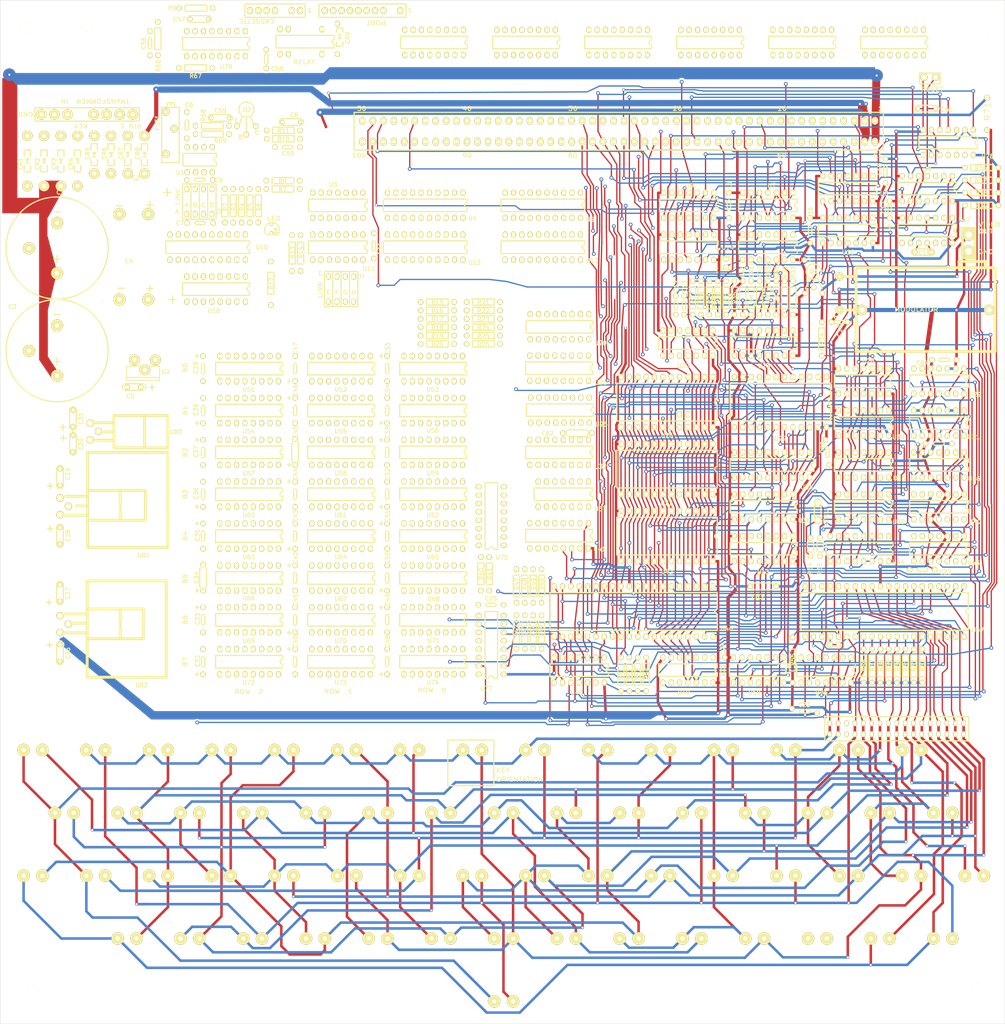
<source format=kicad_pcb>
(kicad_pcb (version 3) (host pcbnew "(2013-07-07 BZR 4022)-stable")
  (title_block (title "Super 80 Reproduction") (rev 0.1) (company "Malcolm Macleod") (comment 1 malcolm@avitech.com.au))
  (layers (15 F.Cu signal) (0 B.Cu signal) (21 F.SilkS user hide) (22 B.Mask user) (23 F.Mask user) (28 Edge.Cuts user))
  (net 0 "")
  (net 1 +16V)
  (net 2 +8V)
  (net 3 -16V)
  (net 4 "/CPU & ROM/A0")
  (net 5 "/CPU & ROM/A1")
  (net 6 "/CPU & ROM/A10")
  (net 7 "/CPU & ROM/A11")
  (net 8 "/CPU & ROM/A12")
  (net 9 "/CPU & ROM/A13")
  (net 10 "/CPU & ROM/A14")
  (net 11 "/CPU & ROM/A15")
  (net 12 "/CPU & ROM/A2")
  (net 13 "/CPU & ROM/A3")
  (net 14 "/CPU & ROM/A4")
  (net 15 "/CPU & ROM/A5")
  (net 16 "/CPU & ROM/A6")
  (net 17 "/CPU & ROM/A7")
  (net 18 "/CPU & ROM/A8")
  (net 19 "/CPU & ROM/A9")
  (net 20 "/CPU & ROM/D0")
  (net 21 "/CPU & ROM/D1")
  (net 22 "/CPU & ROM/D2")
  (net 23 "/CPU & ROM/D3")
  (net 24 "/CPU & ROM/D4")
  (net 25 "/CPU & ROM/D5")
  (net 26 "/CPU & ROM/D6")
  (net 27 "/CPU & ROM/D7")
  (net 28 "/CPU & ROM/IOREQ*")
  (net 29 "/CPU & ROM/MEMREQ*")
  (net 30 "/CPU & ROM/PA0")
  (net 31 "/CPU & ROM/PA1")
  (net 32 "/CPU & ROM/PA2")
  (net 33 "/CPU & ROM/PA3")
  (net 34 "/CPU & ROM/PA4")
  (net 35 "/CPU & ROM/PA5")
  (net 36 "/CPU & ROM/PA6")
  (net 37 "/CPU & ROM/PA7")
  (net 38 "/CPU & ROM/PB0")
  (net 39 "/CPU & ROM/PB1")
  (net 40 "/CPU & ROM/PB2")
  (net 41 "/CPU & ROM/PB3")
  (net 42 "/CPU & ROM/PB4")
  (net 43 "/CPU & ROM/PB5")
  (net 44 "/CPU & ROM/PB6")
  (net 45 "/CPU & ROM/PB7")
  (net 46 "/CPU & ROM/RD*")
  (net 47 "/CPU & ROM/WR*")
  (net 48 /I/O/32K*)
  (net 49 /I/O/48K*)
  (net 50 "/I/O/JP BASIC*")
  (net 51 /I/O/PORT-5)
  (net 52 /I/O/PORT-6)
  (net 53 /I/O/PORT-7)
  (net 54 /I/O/PORT-8)
  (net 55 /I/O/TEST*)
  (net 56 /RAM/AA0)
  (net 57 /RAM/AA1)
  (net 58 /RAM/AA2)
  (net 59 /RAM/AA3)
  (net 60 /RAM/AA4)
  (net 61 /RAM/AA5)
  (net 62 /RAM/AA6)
  (net 63 /RAM/BAA0)
  (net 64 /RAM/BAA1)
  (net 65 /RAM/BAA2)
  (net 66 /RAM/BAA3)
  (net 67 /RAM/BAA4)
  (net 68 /RAM/BAA5)
  (net 69 /RAM/BAA6)
  (net 70 /RAM/CAS0*)
  (net 71 /RAM/CAS1*)
  (net 72 /RAM/CAS2*)
  (net 73 /RAM/RAS*)
  (net 74 /RAM/S100-A0)
  (net 75 /RAM/S100-A1)
  (net 76 /RAM/S100-A10)
  (net 77 /RAM/S100-A11)
  (net 78 /RAM/S100-A12)
  (net 79 /RAM/S100-A13)
  (net 80 /RAM/S100-A2)
  (net 81 /RAM/S100-A3)
  (net 82 /RAM/S100-A4)
  (net 83 /RAM/S100-A5)
  (net 84 /RAM/S100-A6)
  (net 85 /RAM/S100-A7)
  (net 86 /RAM/S100-A8)
  (net 87 /RAM/S100-A9)
  (net 88 "/S-100 Interface/S100-A14")
  (net 89 "/S-100 Interface/S100-A15")
  (net 90 "/S-100 Interface/S100-CLK-B*")
  (net 91 "/S-100 Interface/S100-CLOCK-B*")
  (net 92 "/S-100 Interface/S100-DI0")
  (net 93 "/S-100 Interface/S100-DI1")
  (net 94 "/S-100 Interface/S100-DI2")
  (net 95 "/S-100 Interface/S100-DI3")
  (net 96 "/S-100 Interface/S100-DI4")
  (net 97 "/S-100 Interface/S100-DI5")
  (net 98 "/S-100 Interface/S100-DI6")
  (net 99 "/S-100 Interface/S100-DI7")
  (net 100 "/S-100 Interface/S100-DIN*")
  (net 101 "/S-100 Interface/S100-DO0")
  (net 102 "/S-100 Interface/S100-DO1")
  (net 103 "/S-100 Interface/S100-DO2")
  (net 104 "/S-100 Interface/S100-DO3")
  (net 105 "/S-100 Interface/S100-DO4")
  (net 106 "/S-100 Interface/S100-DO5")
  (net 107 "/S-100 Interface/S100-DO6")
  (net 108 "/S-100 Interface/S100-DO7")
  (net 109 "/S-100 Interface/S100-INT*")
  (net 110 "/S-100 Interface/S100-NMI*")
  (net 111 "/S-100 Interface/S100-POC*")
  (net 112 "/S-100 Interface/S100-PRFSH*")
  (net 113 "/S-100 Interface/S100-PSTVAL")
  (net 114 "/S-100 Interface/S100-PSYNC")
  (net 115 "/S-100 Interface/S100-RDY*")
  (net 116 "/S-100 Interface/S100-RESET*")
  (net 117 "/S-100 Interface/S100-SINTA")
  (net 118 "/S-100 Interface/S100-SLAVE-CLR*")
  (net 119 "/S-100 Interface/S100-SOUT")
  (net 120 "/S-100 Interface/S100-XRDY*")
  (net 121 12MHz)
  (net 122 12MHz*)
  (net 123 6LATCH*)
  (net 124 AS/W*)
  (net 125 BUSAK*)
  (net 126 BUSREQ*)
  (net 127 C000-FFFF*)
  (net 128 CLK)
  (net 129 CLK2)
  (net 130 DECODEF*)
  (net 131 GND)
  (net 132 HALT*)
  (net 133 IEO)
  (net 134 INPORT*)
  (net 135 INT*)
  (net 136 IOREQ-BUFRD*)
  (net 137 M1*)
  (net 138 MEM)
  (net 139 MEMREQ-BUFRD*)
  (net 140 MREQ2*)
  (net 141 MRESET)
  (net 142 MRESET*)
  (net 143 N-00000109)
  (net 144 N-00000110)
  (net 145 N-00000111)
  (net 146 N-00000112)
  (net 147 N-00000113)
  (net 148 N-00000116)
  (net 149 N-00000127)
  (net 150 N-00000128)
  (net 151 N-00000131)
  (net 152 N-00000133)
  (net 153 N-0000016)
  (net 154 N-00000182)
  (net 155 N-0000019)
  (net 156 N-00000200)
  (net 157 N-00000212)
  (net 158 N-00000216)
  (net 159 N-00000217)
  (net 160 N-00000220)
  (net 161 N-00000224)
  (net 162 N-00000226)
  (net 163 N-00000227)
  (net 164 N-00000229)
  (net 165 N-00000230)
  (net 166 N-00000232)
  (net 167 N-00000233)
  (net 168 N-00000234)
  (net 169 N-00000235)
  (net 170 N-00000242)
  (net 171 N-00000243)
  (net 172 N-00000244)
  (net 173 N-00000245)
  (net 174 N-00000246)
  (net 175 N-00000247)
  (net 176 N-00000248)
  (net 177 N-00000249)
  (net 178 N-0000025)
  (net 179 N-00000251)
  (net 180 N-00000252)
  (net 181 N-00000255)
  (net 182 N-00000256)
  (net 183 N-00000257)
  (net 184 N-00000258)
  (net 185 N-0000026)
  (net 186 N-00000262)
  (net 187 N-0000027)
  (net 188 N-00000276)
  (net 189 N-00000277)
  (net 190 N-00000280)
  (net 191 N-00000281)
  (net 192 N-00000282)
  (net 193 N-00000283)
  (net 194 N-00000284)
  (net 195 N-00000285)
  (net 196 N-00000286)
  (net 197 N-00000287)
  (net 198 N-00000288)
  (net 199 N-00000289)
  (net 200 N-0000029)
  (net 201 N-00000290)
  (net 202 N-00000291)
  (net 203 N-00000292)
  (net 204 N-00000293)
  (net 205 N-00000294)
  (net 206 N-00000296)
  (net 207 N-00000297)
  (net 208 N-00000298)
  (net 209 N-00000299)
  (net 210 N-00000300)
  (net 211 N-00000301)
  (net 212 N-00000302)
  (net 213 N-00000303)
  (net 214 N-00000304)
  (net 215 N-00000305)
  (net 216 N-00000306)
  (net 217 N-00000307)
  (net 218 N-00000308)
  (net 219 N-00000309)
  (net 220 N-00000310)
  (net 221 N-00000311)
  (net 222 N-00000312)
  (net 223 N-00000313)
  (net 224 N-00000314)
  (net 225 N-00000315)
  (net 226 N-00000316)
  (net 227 N-00000317)
  (net 228 N-00000318)
  (net 229 N-00000319)
  (net 230 N-00000322)
  (net 231 N-00000323)
  (net 232 N-0000034)
  (net 233 N-00000348)
  (net 234 N-00000354)
  (net 235 N-00000355)
  (net 236 N-00000361)
  (net 237 N-00000362)
  (net 238 N-00000378)
  (net 239 N-0000045)
  (net 240 N-0000053)
  (net 241 N-0000055)
  (net 242 N-0000057)
  (net 243 N-0000058)
  (net 244 N-0000059)
  (net 245 N-0000060)
  (net 246 N-0000061)
  (net 247 N-0000062)
  (net 248 N-0000063)
  (net 249 N-0000064)
  (net 250 N-0000065)
  (net 251 N-0000067)
  (net 252 N-0000068)
  (net 253 N-0000070)
  (net 254 N-0000071)
  (net 255 N-0000074)
  (net 256 N-0000075)
  (net 257 N-0000076)
  (net 258 N-0000077)
  (net 259 N-0000078)
  (net 260 N-0000079)
  (net 261 N-0000080)
  (net 262 N-0000083)
  (net 263 N-0000086)
  (net 264 N-0000093)
  (net 265 N-0000095)
  (net 266 N-0000099)
  (net 267 NMI*)
  (net 268 RAM-WR*)
  (net 269 RD-BUFRD*)
  (net 270 RFSH*)
  (net 271 ROM0*)
  (net 272 ROM1*)
  (net 273 ROM2*)
  (net 274 SOD*)
  (net 275 VBB)
  (net 276 VCC)
  (net 277 VDD)
  (net 278 VDU-ENABLE)
  (net 279 VDUCONF*)
  (net 280 WAIT*)
  (net 281 WR-BUFRD*)
  (module S80-HOLE-150 (layer F.Cu) (at 322.072 325.374)
    (fp_text reference Ref** hide)
    (fp_text value H* hide)
    (pad "" np_thru_hole circle (at 0 0) (size 3.81 3.81) (drill 3.81) (layers *.Cu *.Mask F.SilkS) (clearance 2.5))
  )
  (module S80-HOLE-120 (layer F.Cu) (at 157.734 260.604)
    (fp_text reference Ref** hide)
    (fp_text value H* hide)
    (pad "" np_thru_hole circle (at 0 0) (size 3.048 3.048) (drill 3.048) (layers *.Cu *.Mask F.SilkS) (clearance 2.5))
  )
  (module S80-R400-32 (layer F.Cu) (at 153.035 122.047)
    (fp_text reference R17 (at 5.08 0.127) (layer F.SilkS) (effects (font (size 1.27 1.27) (thickness 0.254))))
    (fp_text value 33R hide)
    (pad 1 thru_hole circle (at 0 0) (size 1.651 1.651) (drill 0.8128) (layers *.Cu *.Mask F.SilkS) (net 66 /RAM/BAA3))
    (pad 2 thru_hole circle (at 10.16 0) (size 1.651 1.651) (drill 0.8128) (layers *.Cu *.Mask F.SilkS) (net 59 /RAM/AA3))
  )
  (module S80-R400-32 (layer F.Cu) (at 274.828 123.063 270)
    (fp_text reference R34 (at 5.08 -0.127 270) (layer F.SilkS) (effects (font (size 1.27 1.27) (thickness 0.254))))
    (fp_text value 56R hide)
    (pad 1 thru_hole circle (at 0 0 270) (size 1.651 1.651) (drill 0.8128) (layers *.Cu *.Mask F.SilkS) (net 191 N-00000281))
    (pad 2 thru_hole circle (at 10.16 0 270) (size 1.651 1.651) (drill 0.8128) (layers *.Cu *.Mask F.SilkS) (net 131 GND))
  )
  (module S80-R400-32 (layer F.Cu) (at 167.005 127.127)
    (fp_text reference R25 (at 5.08 0.127) (layer F.SilkS) (effects (font (size 1.27 1.27) (thickness 0.254))))
    (fp_text value 330R hide)
    (pad 1 thru_hole circle (at 0 0) (size 1.651 1.651) (drill 0.8128) (layers *.Cu *.Mask F.SilkS) (net 61 /RAM/AA5))
    (pad 2 thru_hole circle (at 10.16 0) (size 1.651 1.651) (drill 0.8128) (layers *.Cu *.Mask F.SilkS) (net 276 VCC))
  )
  (module S80-R400-32 (layer F.Cu) (at 167.005 129.667)
    (fp_text reference R26 (at 5.08 0.127) (layer F.SilkS) (effects (font (size 1.27 1.27) (thickness 0.254))))
    (fp_text value 330R hide)
    (pad 1 thru_hole circle (at 0 0) (size 1.651 1.651) (drill 0.8128) (layers *.Cu *.Mask F.SilkS) (net 60 /RAM/AA4))
    (pad 2 thru_hole circle (at 10.16 0) (size 1.651 1.651) (drill 0.8128) (layers *.Cu *.Mask F.SilkS) (net 276 VCC))
  )
  (module S80-R400-32 (layer F.Cu) (at 167.005 122.047)
    (fp_text reference R23 (at 5.08 0.127) (layer F.SilkS) (effects (font (size 1.27 1.27) (thickness 0.254))))
    (fp_text value 330R hide)
    (pad 1 thru_hole circle (at 0 0) (size 1.651 1.651) (drill 0.8128) (layers *.Cu *.Mask F.SilkS) (net 59 /RAM/AA3))
    (pad 2 thru_hole circle (at 10.16 0) (size 1.651 1.651) (drill 0.8128) (layers *.Cu *.Mask F.SilkS) (net 276 VCC))
  )
  (module S80-R400-32 (layer F.Cu) (at 167.005 124.587)
    (fp_text reference R24 (at 5.08 0.127) (layer F.SilkS) (effects (font (size 1.27 1.27) (thickness 0.254))))
    (fp_text value 330R hide)
    (pad 1 thru_hole circle (at 0 0) (size 1.651 1.651) (drill 0.8128) (layers *.Cu *.Mask F.SilkS) (net 58 /RAM/AA2))
    (pad 2 thru_hole circle (at 10.16 0) (size 1.651 1.651) (drill 0.8128) (layers *.Cu *.Mask F.SilkS) (net 276 VCC))
  )
  (module S80-R400-32 (layer F.Cu) (at 167.005 116.967)
    (fp_text reference R21 (at 5.08 0.127) (layer F.SilkS) (effects (font (size 1.27 1.27) (thickness 0.254))))
    (fp_text value 330R hide)
    (pad 1 thru_hole circle (at 0 0) (size 1.651 1.651) (drill 0.8128) (layers *.Cu *.Mask F.SilkS) (net 57 /RAM/AA1))
    (pad 2 thru_hole circle (at 10.16 0) (size 1.651 1.651) (drill 0.8128) (layers *.Cu *.Mask F.SilkS) (net 276 VCC))
  )
  (module S80-R400-32 (layer F.Cu) (at 167.005 119.507)
    (fp_text reference R22 (at 5.08 0.127) (layer F.SilkS) (effects (font (size 1.27 1.27) (thickness 0.254))))
    (fp_text value 330R hide)
    (pad 1 thru_hole circle (at 0 0) (size 1.651 1.651) (drill 0.8128) (layers *.Cu *.Mask F.SilkS) (net 56 /RAM/AA0))
    (pad 2 thru_hole circle (at 10.16 0) (size 1.651 1.651) (drill 0.8128) (layers *.Cu *.Mask F.SilkS) (net 276 VCC))
  )
  (module S80-R400-32 (layer F.Cu) (at 153.035 124.587)
    (fp_text reference R18 (at 5.08 0.127) (layer F.SilkS) (effects (font (size 1.27 1.27) (thickness 0.254))))
    (fp_text value 33R hide)
    (pad 1 thru_hole circle (at 0 0) (size 1.651 1.651) (drill 0.8128) (layers *.Cu *.Mask F.SilkS) (net 65 /RAM/BAA2))
    (pad 2 thru_hole circle (at 10.16 0) (size 1.651 1.651) (drill 0.8128) (layers *.Cu *.Mask F.SilkS) (net 58 /RAM/AA2))
  )
  (module S80-R400-32 (layer F.Cu) (at 153.035 116.967)
    (fp_text reference R15 (at 5.08 0.127) (layer F.SilkS) (effects (font (size 1.27 1.27) (thickness 0.254))))
    (fp_text value 33R hide)
    (pad 1 thru_hole circle (at 0 0) (size 1.651 1.651) (drill 0.8128) (layers *.Cu *.Mask F.SilkS) (net 64 /RAM/BAA1))
    (pad 2 thru_hole circle (at 10.16 0) (size 1.651 1.651) (drill 0.8128) (layers *.Cu *.Mask F.SilkS) (net 57 /RAM/AA1))
  )
  (module S80-R400-32 (layer F.Cu) (at 171.323 194.31 270)
    (fp_text reference R40 (at 5.08 -0.127 270) (layer F.SilkS) (effects (font (size 1.27 1.27) (thickness 0.254))))
    (fp_text value 330R hide)
    (pad 1 thru_hole circle (at 0 0 270) (size 1.651 1.651) (drill 0.8128) (layers *.Cu *.Mask F.SilkS) (net 62 /RAM/AA6))
    (pad 2 thru_hole circle (at 10.16 0 270) (size 1.651 1.651) (drill 0.8128) (layers *.Cu *.Mask F.SilkS) (net 276 VCC))
  )
  (module S80-R400-32 (layer F.Cu) (at 184.658 211.963 270)
    (fp_text reference R43 (at 4.699 -0.127 270) (layer F.SilkS) (effects (font (size 1.27 1.27) (thickness 0.254))))
    (fp_text value 33R hide)
    (pad 1 thru_hole circle (at 0 0 270) (size 1.651 1.651) (drill 0.8128) (layers *.Cu *.Mask F.SilkS) (net 153 N-0000016))
    (pad 2 thru_hole circle (at 10.16 0 270) (size 1.651 1.651) (drill 0.8128) (layers *.Cu *.Mask F.SilkS) (net 72 /RAM/CAS2*))
  )
  (module S80-R400-32 (layer F.Cu) (at 182.118 197.993 270)
    (fp_text reference R47 (at 4.445 -0.127 270) (layer F.SilkS) (effects (font (size 1.27 1.27) (thickness 0.254))))
    (fp_text value 330R hide)
    (pad 1 thru_hole circle (at 0 0 270) (size 1.651 1.651) (drill 0.8128) (layers *.Cu *.Mask F.SilkS) (net 276 VCC))
    (pad 2 thru_hole circle (at 10.16 0 270) (size 1.651 1.651) (drill 0.8128) (layers *.Cu *.Mask F.SilkS) (net 239 N-0000045))
  )
  (module S80-R400-32 (layer F.Cu) (at 182.118 211.963 270)
    (fp_text reference R42 (at 4.699 -0.127 270) (layer F.SilkS) (effects (font (size 1.27 1.27) (thickness 0.254))))
    (fp_text value 33R hide)
    (pad 1 thru_hole circle (at 0 0 270) (size 1.651 1.651) (drill 0.8128) (layers *.Cu *.Mask F.SilkS) (net 239 N-0000045))
    (pad 2 thru_hole circle (at 10.16 0 270) (size 1.651 1.651) (drill 0.8128) (layers *.Cu *.Mask F.SilkS) (net 73 /RAM/RAS*))
  )
  (module S80-R400-32 (layer F.Cu) (at 187.198 211.963 270)
    (fp_text reference R44 (at 4.699 -0.127 270) (layer F.SilkS) (effects (font (size 1.27 1.27) (thickness 0.254))))
    (fp_text value 33R hide)
    (pad 1 thru_hole circle (at 0 0 270) (size 1.651 1.651) (drill 0.8128) (layers *.Cu *.Mask F.SilkS) (net 187 N-0000027))
    (pad 2 thru_hole circle (at 10.16 0 270) (size 1.651 1.651) (drill 0.8128) (layers *.Cu *.Mask F.SilkS) (net 71 /RAM/CAS1*))
  )
  (module S80-R400-32 (layer F.Cu) (at 189.738 211.963 270)
    (fp_text reference R45 (at 4.699 -0.127 270) (layer F.SilkS) (effects (font (size 1.27 1.27) (thickness 0.254))))
    (fp_text value 33R hide)
    (pad 1 thru_hole circle (at 0 0 270) (size 1.651 1.651) (drill 0.8128) (layers *.Cu *.Mask F.SilkS) (net 185 N-0000026))
    (pad 2 thru_hole circle (at 10.16 0 270) (size 1.651 1.651) (drill 0.8128) (layers *.Cu *.Mask F.SilkS) (net 70 /RAM/CAS0*))
  )
  (module S80-R400-32 (layer F.Cu) (at 184.658 197.993 270)
    (fp_text reference R48 (at 4.445 -0.127 270) (layer F.SilkS) (effects (font (size 1.27 1.27) (thickness 0.254))))
    (fp_text value 330R hide)
    (pad 1 thru_hole circle (at 0 0 270) (size 1.651 1.651) (drill 0.8128) (layers *.Cu *.Mask F.SilkS) (net 276 VCC))
    (pad 2 thru_hole circle (at 10.16 0 270) (size 1.651 1.651) (drill 0.8128) (layers *.Cu *.Mask F.SilkS) (net 153 N-0000016))
  )
  (module S80-R400-32 (layer F.Cu) (at 187.198 197.993 270)
    (fp_text reference R49 (at 4.445 -0.127 270) (layer F.SilkS) (effects (font (size 1.27 1.27) (thickness 0.254))))
    (fp_text value 330R hide)
    (pad 1 thru_hole circle (at 0 0 270) (size 1.651 1.651) (drill 0.8128) (layers *.Cu *.Mask F.SilkS) (net 276 VCC))
    (pad 2 thru_hole circle (at 10.16 0 270) (size 1.651 1.651) (drill 0.8128) (layers *.Cu *.Mask F.SilkS) (net 187 N-0000027))
  )
  (module S80-R400-32 (layer F.Cu) (at 189.738 197.993 270)
    (fp_text reference R50 (at 4.445 -0.127 270) (layer F.SilkS) (effects (font (size 1.27 1.27) (thickness 0.254))))
    (fp_text value 330R hide)
    (pad 1 thru_hole circle (at 0 0 270) (size 1.651 1.651) (drill 0.8128) (layers *.Cu *.Mask F.SilkS) (net 276 VCC))
    (pad 2 thru_hole circle (at 10.16 0 270) (size 1.651 1.651) (drill 0.8128) (layers *.Cu *.Mask F.SilkS) (net 185 N-0000026))
  )
  (module S80-R400-32 (layer F.Cu) (at 153.035 119.507)
    (fp_text reference R16 (at 5.08 0.127) (layer F.SilkS) (effects (font (size 1.27 1.27) (thickness 0.254))))
    (fp_text value 33R hide)
    (pad 1 thru_hole circle (at 0 0) (size 1.651 1.651) (drill 0.8128) (layers *.Cu *.Mask F.SilkS) (net 63 /RAM/BAA0))
    (pad 2 thru_hole circle (at 10.16 0) (size 1.651 1.651) (drill 0.8128) (layers *.Cu *.Mask F.SilkS) (net 56 /RAM/AA0))
  )
  (module S80-R400-32 (layer F.Cu) (at 173.863 194.31 270)
    (fp_text reference R41 (at 5.08 -0.127 270) (layer F.SilkS) (effects (font (size 1.27 1.27) (thickness 0.254))))
    (fp_text value 33R hide)
    (pad 1 thru_hole circle (at 0 0 270) (size 1.651 1.651) (drill 0.8128) (layers *.Cu *.Mask F.SilkS) (net 62 /RAM/AA6))
    (pad 2 thru_hole circle (at 10.16 0 270) (size 1.651 1.651) (drill 0.8128) (layers *.Cu *.Mask F.SilkS) (net 69 /RAM/BAA6))
  )
  (module S80-R400-32 (layer F.Cu) (at 153.035 129.667)
    (fp_text reference R20 (at 5.08 0.127) (layer F.SilkS) (effects (font (size 1.27 1.27) (thickness 0.254))))
    (fp_text value 33R hide)
    (pad 1 thru_hole circle (at 0 0) (size 1.651 1.651) (drill 0.8128) (layers *.Cu *.Mask F.SilkS) (net 67 /RAM/BAA4))
    (pad 2 thru_hole circle (at 10.16 0) (size 1.651 1.651) (drill 0.8128) (layers *.Cu *.Mask F.SilkS) (net 60 /RAM/AA4))
  )
  (module S80-R400-32 (layer F.Cu) (at 153.035 127.127)
    (fp_text reference R19 (at 5.08 0.127) (layer F.SilkS) (effects (font (size 1.27 1.27) (thickness 0.254))))
    (fp_text value 33R hide)
    (pad 1 thru_hole circle (at 0 0) (size 1.651 1.651) (drill 0.8128) (layers *.Cu *.Mask F.SilkS) (net 68 /RAM/BAA5))
    (pad 2 thru_hole circle (at 10.16 0) (size 1.651 1.651) (drill 0.8128) (layers *.Cu *.Mask F.SilkS) (net 61 /RAM/AA5))
  )
  (module S80-RF-MOD-ORIG (layer F.Cu) (at 280.162 109.22)
    (fp_text reference MOD1 hide)
    (fp_text value UM1082AUS hide)
    (pad 1 thru_hole circle (at 0 0) (size 2.54 2.54) (drill 0.8128) (layers *.Cu *.Mask F.SilkS) (net 191 N-00000281))
    (pad 2 thru_hole circle (at 0 10.16) (size 2.54 2.54) (drill 0.8128) (layers *.Cu *.Mask F.SilkS) (net 190 N-00000280))
    (pad 3 thru_hole circle (at 6.858 10.16) (size 3.175 3.175) (drill 1.524) (layers *.Cu *.Mask F.SilkS) (net 131 GND))
    (pad 4 thru_hole circle (at 45.466 10.16) (size 3.175 3.175) (drill 1.524) (layers *.Cu *.Mask F.SilkS) (net 131 GND))
  )
  (module S80-R400-32 (layer F.Cu) (at 255.905 110.617 270)
    (fp_text reference R70 (at -2.794 -0.127 270) (layer F.SilkS) (effects (font (size 1.27 1.27) (thickness 0.254))))
    (fp_text value 3.3K hide)
    (pad 1 thru_hole circle (at 0 0 270) (size 1.651 1.651) (drill 0.8128) (layers *.Cu *.Mask F.SilkS) (net 177 N-00000249))
    (pad 2 thru_hole circle (at 10.16 0 270) (size 1.651 1.651) (drill 0.8128) (layers *.Cu *.Mask F.SilkS) (net 192 N-00000282))
  )
  (module S80-R400-32 (layer F.Cu) (at 266.065 110.617 270)
    (fp_text reference R33 (at -2.794 -0.127 270) (layer F.SilkS) (effects (font (size 1.27 1.27) (thickness 0.254))))
    (fp_text value 10K hide)
    (pad 1 thru_hole circle (at 0 0 270) (size 1.651 1.651) (drill 0.8128) (layers *.Cu *.Mask F.SilkS) (net 192 N-00000282))
    (pad 2 thru_hole circle (at 10.16 0 270) (size 1.651 1.651) (drill 0.8128) (layers *.Cu *.Mask F.SilkS) (net 276 VCC))
  )
  (module S80-R400-32 (layer F.Cu) (at 263.525 110.617 270)
    (fp_text reference R32 (at -2.794 -0.127 270) (layer F.SilkS) (effects (font (size 1.27 1.27) (thickness 0.254))))
    (fp_text value 3.3K hide)
    (pad 1 thru_hole circle (at 0 0 270) (size 1.651 1.651) (drill 0.8128) (layers *.Cu *.Mask F.SilkS) (net 192 N-00000282))
    (pad 2 thru_hole circle (at 10.16 0 270) (size 1.651 1.651) (drill 0.8128) (layers *.Cu *.Mask F.SilkS) (net 131 GND))
  )
  (module S80-R400-32 (layer F.Cu) (at 235.585 110.617 270)
    (fp_text reference R27 (at 5.08 -0.127 270) (layer F.SilkS) (effects (font (size 1.27 1.27) (thickness 0.254))))
    (fp_text value 2.2K hide)
    (pad 1 thru_hole circle (at 0 0 270) (size 1.651 1.651) (drill 0.8128) (layers *.Cu *.Mask F.SilkS) (net 276 VCC))
    (pad 2 thru_hole circle (at 10.16 0 270) (size 1.651 1.651) (drill 0.8128) (layers *.Cu *.Mask F.SilkS) (net 199 N-00000289))
  )
  (module S80-R400-32 (layer F.Cu) (at 243.205 110.617 270)
    (fp_text reference R30 (at 5.08 -0.127 270) (layer F.SilkS) (effects (font (size 1.27 1.27) (thickness 0.254))))
    (fp_text value 33K hide)
    (pad 1 thru_hole circle (at 0 0 270) (size 1.651 1.651) (drill 0.8128) (layers *.Cu *.Mask F.SilkS) (net 276 VCC))
    (pad 2 thru_hole circle (at 10.16 0 270) (size 1.651 1.651) (drill 0.8128) (layers *.Cu *.Mask F.SilkS) (net 193 N-00000283))
  )
  (module S80-R400-32 (layer F.Cu) (at 250.825 110.617 270)
    (fp_text reference R46 (at -2.794 -0.127 270) (layer F.SilkS) (effects (font (size 1.27 1.27) (thickness 0.254))))
    (fp_text value 15K hide)
    (pad 1 thru_hole circle (at 0 0 270) (size 1.651 1.651) (drill 0.8128) (layers *.Cu *.Mask F.SilkS) (net 131 GND))
    (pad 2 thru_hole circle (at 10.16 0 270) (size 1.651 1.651) (drill 0.8128) (layers *.Cu *.Mask F.SilkS) (net 193 N-00000283))
  )
  (module S80-R400-32 (layer F.Cu) (at 238.125 110.617 270)
    (fp_text reference R28 (at 5.08 -0.127 270) (layer F.SilkS) (effects (font (size 1.27 1.27) (thickness 0.254))))
    (fp_text value 2.2K hide)
    (pad 1 thru_hole circle (at 0 0 270) (size 1.651 1.651) (drill 0.8128) (layers *.Cu *.Mask F.SilkS) (net 276 VCC))
    (pad 2 thru_hole circle (at 10.16 0 270) (size 1.651 1.651) (drill 0.8128) (layers *.Cu *.Mask F.SilkS) (net 219 N-00000309))
  )
  (module S80-R400-32 (layer F.Cu) (at 248.285 110.617 270)
    (fp_text reference R35 (at 5.08 -0.127 270) (layer F.SilkS) (effects (font (size 1.27 1.27) (thickness 0.254))))
    (fp_text value 15K hide)
    (pad 1 thru_hole circle (at 0 0 270) (size 1.651 1.651) (drill 0.8128) (layers *.Cu *.Mask F.SilkS) (net 195 N-00000285))
    (pad 2 thru_hole circle (at 10.16 0 270) (size 1.651 1.651) (drill 0.8128) (layers *.Cu *.Mask F.SilkS) (net 131 GND))
  )
  (module S80-R400-32 (layer F.Cu) (at 240.665 110.617 270)
    (fp_text reference R29 (at 5.08 -0.127 270) (layer F.SilkS) (effects (font (size 1.27 1.27) (thickness 0.254))))
    (fp_text value 33K hide)
    (pad 1 thru_hole circle (at 0 0 270) (size 1.651 1.651) (drill 0.8128) (layers *.Cu *.Mask F.SilkS) (net 276 VCC))
    (pad 2 thru_hole circle (at 10.16 0 270) (size 1.651 1.651) (drill 0.8128) (layers *.Cu *.Mask F.SilkS) (net 195 N-00000285))
  )
  (module S80-R400-32 (layer F.Cu) (at 245.745 110.617 270)
    (fp_text reference R31 (at 5.08 -0.127 270) (layer F.SilkS) (effects (font (size 1.27 1.27) (thickness 0.254))))
    (fp_text value 330R hide)
    (pad 1 thru_hole circle (at 0 0 270) (size 1.651 1.651) (drill 0.8128) (layers *.Cu *.Mask F.SilkS) (net 276 VCC))
    (pad 2 thru_hole circle (at 10.16 0 270) (size 1.651 1.651) (drill 0.8128) (layers *.Cu *.Mask F.SilkS) (net 176 N-00000248))
  )
  (module S80-Q2 (layer F.Cu) (at 97.282 63.627)
    (fp_text reference Q2 (at 3.048 -4.953) (layer F.SilkS) (effects (font (size 1.27 1.27) (thickness 0.254))))
    (fp_text value BC327 hide)
    (pad E thru_hole circle (at 0 0) (size 1.651 1.651) (drill 0.8128) (layers *.Cu *.Mask F.SilkS) (net 276 VCC))
    (pad B thru_hole circle (at 2.8575 2.54) (size 1.651 1.651) (drill 0.8128) (layers *.Cu *.Mask F.SilkS) (net 244 N-0000059))
    (pad C thru_hole circle (at 5.715 0) (size 1.651 1.651) (drill 0.8128) (layers *.Cu *.Mask F.SilkS) (net 242 N-0000057))
  )
  (module S80-Q1 (layer F.Cu) (at 269.748 114.3)
    (fp_text reference Q1 (at 2.667 -6.604) (layer F.SilkS) (effects (font (size 1.27 1.27) (thickness 0.254))))
    (fp_text value BC548 hide)
    (pad C thru_hole circle (at 0 0) (size 1.651 1.651) (drill 0.8128) (layers *.Cu *.Mask F.SilkS) (net 276 VCC))
    (pad B thru_hole circle (at 2.6035 -1.778) (size 1.651 1.651) (drill 0.8128) (layers *.Cu *.Mask F.SilkS) (net 192 N-00000282))
    (pad E thru_hole circle (at 5.207 0) (size 1.651 1.651) (drill 0.8128) (layers *.Cu *.Mask F.SilkS) (net 191 N-00000281))
  )
  (module S80-C225-32 (layer F.Cu) (at 230.505 115.062 270)
    (fp_text reference C12 (at -2.921 -0.127 270) (layer F.SilkS) (effects (font (size 1.27 1.27) (thickness 0.254))))
    (fp_text value 68pF hide)
    (pad 1 thru_hole circle (at 0 0 270) (size 1.651 1.651) (drill 0.8128) (layers *.Cu *.Mask F.SilkS) (net 195 N-00000285))
    (pad 2 thru_hole circle (at 5.715 0 270) (size 1.651 1.651) (drill 0.8128) (layers *.Cu *.Mask F.SilkS) (net 219 N-00000309))
  )
  (module S80-C225-32 (layer F.Cu) (at 233.045 115.062 270)
    (fp_text reference C13 (at -2.921 -0.127 270) (layer F.SilkS) (effects (font (size 1.27 1.27) (thickness 0.254))))
    (fp_text value 0.01uF hide)
    (pad 1 thru_hole circle (at 0 0 270) (size 1.651 1.651) (drill 0.8128) (layers *.Cu *.Mask F.SilkS) (net 193 N-00000283))
    (pad 2 thru_hole circle (at 5.715 0 270) (size 1.651 1.651) (drill 0.8128) (layers *.Cu *.Mask F.SilkS) (net 199 N-00000289))
  )
  (module S80-C190-POL-32 (layer F.Cu) (at 277.749 123.063)
    (fp_text reference C14 (at 2.54 2.667 90) (layer F.SilkS) (effects (font (size 1.27 1.27) (thickness 0.254))))
    (fp_text value "25uF 25V" hide)
    (pad 1 thru_hole circle (at 0 0) (size 1.651 1.651) (drill 0.8128) (layers *.Cu *.Mask F.SilkS) (net 190 N-00000280))
    (pad 2 thru_hole circle (at 4.826 0) (size 1.651 1.651) (drill 0.8128) (layers *.Cu *.Mask F.SilkS) (net 131 GND))
  )
  (module S80-XTAL (layer F.Cu) (at 273.558 177.8 270)
    (fp_text reference XTAL1 hide)
    (fp_text value 12MHz hide)
    (pad 1 thru_hole circle (at 0 0 270) (size 2.286 2.286) (drill 1.397) (layers *.Cu *.Mask F.SilkS) (net 211 N-00000301))
    (pad 2 thru_hole circle (at 5.334 0 270) (size 2.286 2.286) (drill 1.397) (layers *.Cu *.Mask F.SilkS) (net 209 N-00000299))
  )
  (module S80-R220-32 (layer F.Cu) (at 271.399 188.468 270)
    (fp_text reference R64 (at 9.398 0.127 270) (layer F.SilkS) (effects (font (size 1.27 1.27) (thickness 0.254))))
    (fp_text value 1K hide)
    (pad 1 thru_hole circle (at 0 0 270) (size 1.651 1.651) (drill 0.8128) (layers *.Cu *.Mask F.SilkS) (net 210 N-00000300))
    (pad 2 thru_hole circle (at 5.588 0 270) (size 1.651 1.651) (drill 0.8128) (layers *.Cu *.Mask F.SilkS) (net 209 N-00000299))
  )
  (module S80-R220-32 (layer F.Cu) (at 274.32 188.468 270)
    (fp_text reference R65 (at 9.398 0.127 270) (layer F.SilkS) (effects (font (size 1.27 1.27) (thickness 0.254))))
    (fp_text value 1K hide)
    (pad 1 thru_hole circle (at 0 0 270) (size 1.651 1.651) (drill 0.8128) (layers *.Cu *.Mask F.SilkS) (net 211 N-00000301))
    (pad 2 thru_hole circle (at 5.588 0 270) (size 1.651 1.651) (drill 0.8128) (layers *.Cu *.Mask F.SilkS) (net 210 N-00000300))
  )
  (module S80-C315-32 (layer F.Cu) (at 306.324 159.893)
    (fp_text reference C21 (at -1.651 0.508) (layer F.SilkS) (effects (font (size 1.27 1.27) (thickness 0.254))))
    (fp_text value 0.1uF hide)
    (pad 1 thru_hole circle (at 0 0) (size 1.651 1.651) (drill 0.8128) (layers *.Cu *.Mask F.SilkS) (net 131 GND))
    (pad 2 thru_hole circle (at 8.001 0) (size 1.651 1.651) (drill 0.8128) (layers *.Cu *.Mask F.SilkS) (net 276 VCC))
  )
  (module S80-C300-32 (layer F.Cu) (at 301.498 198.12)
    (fp_text reference C22 (at 10.795 0.762) (layer F.SilkS) (effects (font (size 1.27 1.27) (thickness 0.254))))
    (fp_text value 0.1uF hide)
    (pad 1 thru_hole circle (at 0 0) (size 1.651 1.651) (drill 0.8128) (layers *.Cu *.Mask F.SilkS) (net 131 GND))
    (pad 2 thru_hole circle (at 7.62 0) (size 1.651 1.651) (drill 0.8128) (layers *.Cu *.Mask F.SilkS) (net 276 VCC))
  )
  (module S80-C290-32 (layer F.Cu) (at 308.356 134.493)
    (fp_text reference C64 (at -3.048 0.889) (layer F.SilkS) (effects (font (size 1.27 1.27) (thickness 0.254))))
    (fp_text value 0.1uF hide)
    (pad 1 thru_hole circle (at 0 0) (size 1.651 1.651) (drill 0.8128) (layers *.Cu *.Mask F.SilkS) (net 276 VCC))
    (pad 2 thru_hole circle (at 7.366 0) (size 1.651 1.651) (drill 0.8128) (layers *.Cu *.Mask F.SilkS) (net 131 GND))
  )
  (module S80-C300-POL-32-B1 (layer F.Cu) (at 114.935 196.85 270)
    (fp_text reference C42 (at -2.286 -0.127 270) (layer F.SilkS) (effects (font (size 1.27 1.27) (thickness 0.254))))
    (fp_text value "1.5uF TANT" hide)
    (pad 1 thru_hole circle (at 0 0 270) (size 1.651 1.651) (drill 0.8128) (layers *.Cu *.Mask F.SilkS) (net 277 VDD))
    (pad 2 thru_hole circle (at 7.62 0 270) (size 1.651 1.651) (drill 0.8128) (layers *.Cu *.Mask F.SilkS) (net 131 GND))
  )
  (module S80-C300-POL-32-B1 (layer F.Cu) (at 86.995 133.35 270)
    (fp_text reference C39 (at 3.556 2.159 270) (layer F.SilkS) (effects (font (size 1.27 1.27) (thickness 0.254))))
    (fp_text value 0.1uF hide)
    (pad 1 thru_hole circle (at 0 0 270) (size 1.651 1.651) (drill 0.8128) (layers *.Cu *.Mask F.SilkS) (net 277 VDD))
    (pad 2 thru_hole circle (at 7.62 0 270) (size 1.651 1.651) (drill 0.8128) (layers *.Cu *.Mask F.SilkS) (net 131 GND))
  )
  (module S80-C300-POL-32-B1 (layer F.Cu) (at 86.995 158.75 270)
    (fp_text reference C37 (at 3.556 2.159 270) (layer F.SilkS) (effects (font (size 1.27 1.27) (thickness 0.254))))
    (fp_text value "1.5uF TANT" hide)
    (pad 1 thru_hole circle (at 0 0 270) (size 1.651 1.651) (drill 0.8128) (layers *.Cu *.Mask F.SilkS) (net 277 VDD))
    (pad 2 thru_hole circle (at 7.62 0 270) (size 1.651 1.651) (drill 0.8128) (layers *.Cu *.Mask F.SilkS) (net 131 GND))
  )
  (module S80-C300-POL-32-B1 (layer F.Cu) (at 86.995 184.15 270)
    (fp_text reference C35 (at 3.556 1.651 270) (layer F.SilkS) (effects (font (size 1.27 1.27) (thickness 0.254))))
    (fp_text value 0.1uF hide)
    (pad 1 thru_hole circle (at 0 0 270) (size 1.651 1.651) (drill 0.8128) (layers *.Cu *.Mask F.SilkS) (net 277 VDD))
    (pad 2 thru_hole circle (at 7.62 0 270) (size 1.651 1.651) (drill 0.8128) (layers *.Cu *.Mask F.SilkS) (net 131 GND))
  )
  (module S80-C300-POL-32-B1 (layer F.Cu) (at 86.995 209.55 270)
    (fp_text reference C33 (at 3.556 1.651 270) (layer F.SilkS) (effects (font (size 1.27 1.27) (thickness 0.254))))
    (fp_text value "1.5uF TANT" hide)
    (pad 1 thru_hole circle (at 0 0 270) (size 1.651 1.651) (drill 0.8128) (layers *.Cu *.Mask F.SilkS) (net 277 VDD))
    (pad 2 thru_hole circle (at 7.62 0 270) (size 1.651 1.651) (drill 0.8128) (layers *.Cu *.Mask F.SilkS) (net 131 GND))
  )
  (module S80-C300-POL-32-B1 (layer F.Cu) (at 114.935 146.05 270)
    (fp_text reference C46 (at -2.286 -0.127 270) (layer F.SilkS) (effects (font (size 1.27 1.27) (thickness 0.254))))
    (fp_text value "1.5uF TANT" hide)
    (pad 1 thru_hole circle (at 0 0 270) (size 1.651 1.651) (drill 0.8128) (layers *.Cu *.Mask F.SilkS) (net 277 VDD))
    (pad 2 thru_hole circle (at 7.62 0 270) (size 1.651 1.651) (drill 0.8128) (layers *.Cu *.Mask F.SilkS) (net 131 GND))
  )
  (module S80-C300-POL-32-B1 (layer F.Cu) (at 114.935 171.45 270)
    (fp_text reference C44 (at -2.286 -0.127 270) (layer F.SilkS) (effects (font (size 1.27 1.27) (thickness 0.254))))
    (fp_text value 0.1uF hide)
    (pad 1 thru_hole circle (at 0 0 270) (size 1.651 1.651) (drill 0.8128) (layers *.Cu *.Mask F.SilkS) (net 277 VDD))
    (pad 2 thru_hole circle (at 7.62 0 270) (size 1.651 1.651) (drill 0.8128) (layers *.Cu *.Mask F.SilkS) (net 131 GND))
  )
  (module S80-C300-POL-32-B1 (layer F.Cu) (at 114.935 222.25 270)
    (fp_text reference C40 (at -2.286 -0.127 270) (layer F.SilkS) (effects (font (size 1.27 1.27) (thickness 0.254))))
    (fp_text value 0.1uF hide)
    (pad 1 thru_hole circle (at 0 0 270) (size 1.651 1.651) (drill 0.8128) (layers *.Cu *.Mask F.SilkS) (net 277 VDD))
    (pad 2 thru_hole circle (at 7.62 0 270) (size 1.651 1.651) (drill 0.8128) (layers *.Cu *.Mask F.SilkS) (net 131 GND))
  )
  (module S80-C300-POL-32-B1 (layer F.Cu) (at 142.875 209.55 270)
    (fp_text reference C49 (at -2.286 -0.127 270) (layer F.SilkS) (effects (font (size 1.27 1.27) (thickness 0.254))))
    (fp_text value "1.5uF TANT" hide)
    (pad 1 thru_hole circle (at 0 0 270) (size 1.651 1.651) (drill 0.8128) (layers *.Cu *.Mask F.SilkS) (net 277 VDD))
    (pad 2 thru_hole circle (at 7.62 0 270) (size 1.651 1.651) (drill 0.8128) (layers *.Cu *.Mask F.SilkS) (net 131 GND))
  )
  (module S80-C300-POL-32-B1 (layer F.Cu) (at 142.875 133.35 270)
    (fp_text reference C55 (at -2.286 -0.127 270) (layer F.SilkS) (effects (font (size 1.27 1.27) (thickness 0.254))))
    (fp_text value 0.1uF hide)
    (pad 1 thru_hole circle (at 0 0 270) (size 1.651 1.651) (drill 0.8128) (layers *.Cu *.Mask F.SilkS) (net 277 VDD))
    (pad 2 thru_hole circle (at 7.62 0 270) (size 1.651 1.651) (drill 0.8128) (layers *.Cu *.Mask F.SilkS) (net 131 GND))
  )
  (module S80-C300-POL-32-B1 (layer F.Cu) (at 142.875 184.15 270)
    (fp_text reference C51 (at -2.286 -0.127 270) (layer F.SilkS) (effects (font (size 1.27 1.27) (thickness 0.254))))
    (fp_text value 0.1uF hide)
    (pad 1 thru_hole circle (at 0 0 270) (size 1.651 1.651) (drill 0.8128) (layers *.Cu *.Mask F.SilkS) (net 277 VDD))
    (pad 2 thru_hole circle (at 7.62 0 270) (size 1.651 1.651) (drill 0.8128) (layers *.Cu *.Mask F.SilkS) (net 131 GND))
  )
  (module S80-C300-POL-32-B1 (layer F.Cu) (at 142.875 158.75 270)
    (fp_text reference C53 (at -2.286 -0.127 270) (layer F.SilkS) (effects (font (size 1.27 1.27) (thickness 0.254))))
    (fp_text value "1.5uF TANT" hide)
    (pad 1 thru_hole circle (at 0 0 270) (size 1.651 1.651) (drill 0.8128) (layers *.Cu *.Mask F.SilkS) (net 277 VDD))
    (pad 2 thru_hole circle (at 7.62 0 270) (size 1.651 1.651) (drill 0.8128) (layers *.Cu *.Mask F.SilkS) (net 131 GND))
  )
  (module S80-C300-POL-32-A1 (layer F.Cu) (at 142.875 153.67 90)
    (fp_text reference C54 (at 9.906 0.127 90) (layer F.SilkS) (effects (font (size 1.27 1.27) (thickness 0.254))))
    (fp_text value "15uF TANT" hide)
    (pad 1 thru_hole circle (at 0 0 90) (size 1.651 1.651) (drill 0.8128) (layers *.Cu *.Mask F.SilkS) (net 131 GND))
    (pad 2 thru_hole circle (at 7.62 0 90) (size 1.651 1.651) (drill 0.8128) (layers *.Cu *.Mask F.SilkS) (net 275 VBB))
  )
  (module S80-C300-POL-32-A1 (layer F.Cu) (at 86.995 153.67 90)
    (fp_text reference C38 (at 4.064 -2.159 90) (layer F.SilkS) (effects (font (size 1.27 1.27) (thickness 0.254))))
    (fp_text value "15uF TANT" hide)
    (pad 1 thru_hole circle (at 0 0 90) (size 1.651 1.651) (drill 0.8128) (layers *.Cu *.Mask F.SilkS) (net 131 GND))
    (pad 2 thru_hole circle (at 7.62 0 90) (size 1.651 1.651) (drill 0.8128) (layers *.Cu *.Mask F.SilkS) (net 275 VBB))
  )
  (module S80-C300-POL-32-A1 (layer F.Cu) (at 86.995 179.07 90)
    (fp_text reference C36 (at 4.064 -2.159 90) (layer F.SilkS) (effects (font (size 1.27 1.27) (thickness 0.254))))
    (fp_text value 0.1uF hide)
    (pad 1 thru_hole circle (at 0 0 90) (size 1.651 1.651) (drill 0.8128) (layers *.Cu *.Mask F.SilkS) (net 131 GND))
    (pad 2 thru_hole circle (at 7.62 0 90) (size 1.651 1.651) (drill 0.8128) (layers *.Cu *.Mask F.SilkS) (net 275 VBB))
  )
  (module S80-C300-POL-32-A1 (layer F.Cu) (at 142.875 179.07 90)
    (fp_text reference C52 (at 9.906 0.127 90) (layer F.SilkS) (effects (font (size 1.27 1.27) (thickness 0.254))))
    (fp_text value 0.1uF hide)
    (pad 1 thru_hole circle (at 0 0 90) (size 1.651 1.651) (drill 0.8128) (layers *.Cu *.Mask F.SilkS) (net 131 GND))
    (pad 2 thru_hole circle (at 7.62 0 90) (size 1.651 1.651) (drill 0.8128) (layers *.Cu *.Mask F.SilkS) (net 275 VBB))
  )
  (module S80-C300-POL-32-A1 (layer F.Cu) (at 86.995 229.87 90)
    (fp_text reference C32 (at 4.064 -1.651 90) (layer F.SilkS) (effects (font (size 1.27 1.27) (thickness 0.254))))
    (fp_text value 0.1uF hide)
    (pad 1 thru_hole circle (at 0 0 90) (size 1.651 1.651) (drill 0.8128) (layers *.Cu *.Mask F.SilkS) (net 131 GND))
    (pad 2 thru_hole circle (at 7.62 0 90) (size 1.651 1.651) (drill 0.8128) (layers *.Cu *.Mask F.SilkS) (net 275 VBB))
  )
  (module S80-C300-POL-32-A1 (layer F.Cu) (at 142.875 204.47 90)
    (fp_text reference C50 (at 9.906 0.127 90) (layer F.SilkS) (effects (font (size 1.27 1.27) (thickness 0.254))))
    (fp_text value "15uF TANT" hide)
    (pad 1 thru_hole circle (at 0 0 90) (size 1.651 1.651) (drill 0.8128) (layers *.Cu *.Mask F.SilkS) (net 131 GND))
    (pad 2 thru_hole circle (at 7.62 0 90) (size 1.651 1.651) (drill 0.8128) (layers *.Cu *.Mask F.SilkS) (net 275 VBB))
  )
  (module S80-C300-POL-32-A1 (layer F.Cu) (at 114.935 140.97 90)
    (fp_text reference C47 (at 9.906 0.127 90) (layer F.SilkS) (effects (font (size 1.27 1.27) (thickness 0.254))))
    (fp_text value 0.1uF hide)
    (pad 1 thru_hole circle (at 0 0 90) (size 1.651 1.651) (drill 0.8128) (layers *.Cu *.Mask F.SilkS) (net 131 GND))
    (pad 2 thru_hole circle (at 7.62 0 90) (size 1.651 1.651) (drill 0.8128) (layers *.Cu *.Mask F.SilkS) (net 275 VBB))
  )
  (module S80-C300-POL-32-A1 (layer F.Cu) (at 114.935 191.77 90)
    (fp_text reference C43 (at 9.906 0.127 90) (layer F.SilkS) (effects (font (size 1.27 1.27) (thickness 0.254))))
    (fp_text value 0.1uF hide)
    (pad 1 thru_hole circle (at 0 0 90) (size 1.651 1.651) (drill 0.8128) (layers *.Cu *.Mask F.SilkS) (net 131 GND))
    (pad 2 thru_hole circle (at 7.62 0 90) (size 1.651 1.651) (drill 0.8128) (layers *.Cu *.Mask F.SilkS) (net 275 VBB))
  )
  (module S80-C300-POL-32-A1 (layer F.Cu) (at 142.875 229.87 90)
    (fp_text reference C48 (at 9.906 0.127 90) (layer F.SilkS) (effects (font (size 1.27 1.27) (thickness 0.254))))
    (fp_text value 0.1uF hide)
    (pad 1 thru_hole circle (at 0 0 90) (size 1.651 1.651) (drill 0.8128) (layers *.Cu *.Mask F.SilkS) (net 131 GND))
    (pad 2 thru_hole circle (at 7.62 0 90) (size 1.651 1.651) (drill 0.8128) (layers *.Cu *.Mask F.SilkS) (net 275 VBB))
  )
  (module S80-C300-POL-32-A1 (layer F.Cu) (at 114.935 217.17 90)
    (fp_text reference C41 (at 9.906 0.127 90) (layer F.SilkS) (effects (font (size 1.27 1.27) (thickness 0.254))))
    (fp_text value "15uF TANT" hide)
    (pad 1 thru_hole circle (at 0 0 90) (size 1.651 1.651) (drill 0.8128) (layers *.Cu *.Mask F.SilkS) (net 131 GND))
    (pad 2 thru_hole circle (at 7.62 0 90) (size 1.651 1.651) (drill 0.8128) (layers *.Cu *.Mask F.SilkS) (net 275 VBB))
  )
  (module S80-C345-32 (layer F.Cu) (at 196.215 156.718)
    (fp_text reference C62 (at -4.572 0.127) (layer F.SilkS) (effects (font (size 1.27 1.27) (thickness 0.254))))
    (fp_text value 0.1uF hide)
    (pad 1 thru_hole circle (at 0 0) (size 1.651 1.651) (drill 0.8128) (layers *.Cu *.Mask F.SilkS) (net 131 GND))
    (pad 2 thru_hole circle (at 8.763 0) (size 1.651 1.651) (drill 0.8128) (layers *.Cu *.Mask F.SilkS) (net 276 VCC))
  )
  (module S80-C310-32 (layer F.Cu) (at 253.111 203.2)
    (fp_text reference C63 (at 2.159 3.175) (layer F.SilkS) (effects (font (size 1.27 1.27) (thickness 0.254))))
    (fp_text value 0.1uF hide)
    (pad 1 thru_hole circle (at 0 0) (size 1.651 1.651) (drill 0.8128) (layers *.Cu *.Mask F.SilkS) (net 131 GND))
    (pad 2 thru_hole circle (at 7.874 0) (size 1.651 1.651) (drill 0.8128) (layers *.Cu *.Mask F.SilkS) (net 276 VCC))
  )
  (module S80-C300-32 (layer F.Cu) (at 170.561 208.788)
    (fp_text reference C25 (at 3.81 -1.905) (layer F.SilkS) (effects (font (size 1.27 1.27) (thickness 0.254))))
    (fp_text value 0.1uF hide)
    (pad 1 thru_hole circle (at 0 0) (size 1.651 1.651) (drill 0.8128) (layers *.Cu *.Mask F.SilkS) (net 276 VCC))
    (pad 2 thru_hole circle (at 7.62 0) (size 1.651 1.651) (drill 0.8128) (layers *.Cu *.Mask F.SilkS) (net 131 GND))
  )
  (module S80-C310-POL-32-A1 (layer F.Cu) (at 86.995 204.47 90)
    (fp_text reference C34 (at 3.937 -2.032 90) (layer F.SilkS) (effects (font (size 1.27 1.27) (thickness 0.254))))
    (fp_text value "15uF TANT" hide)
    (pad 1 thru_hole circle (at 0 0 90) (size 1.651 1.651) (drill 0.8128) (layers *.Cu *.Mask F.SilkS) (net 131 GND))
    (pad 2 thru_hole circle (at 7.874 0 90) (size 1.651 1.651) (drill 0.8128) (layers *.Cu *.Mask F.SilkS) (net 275 VBB))
  )
  (module S80-C310-POL-32-A1 (layer F.Cu) (at 114.935 166.37 90)
    (fp_text reference C45 (at 10.033 0.127 90) (layer F.SilkS) (effects (font (size 1.27 1.27) (thickness 0.254))))
    (fp_text value "15uF TANT" hide)
    (pad 1 thru_hole circle (at 0 0 90) (size 1.651 1.651) (drill 0.8128) (layers *.Cu *.Mask F.SilkS) (net 131 GND))
    (pad 2 thru_hole circle (at 7.874 0 90) (size 1.651 1.651) (drill 0.8128) (layers *.Cu *.Mask F.SilkS) (net 275 VBB))
  )
  (module S80-C4-750-345 (layer F.Cu) (at 70.358 116.205)
    (fp_text reference C4 (at -5.842 -11.684) (layer F.SilkS) (effects (font (size 1.27 1.27) (thickness 0.254))))
    (fp_text value 1000uF hide)
    (pad 1 thru_hole circle (at -0.0127 0) (size 3.683 3.683) (drill 1.27) (layers *.Cu *.Mask F.SilkS) (net 131 GND))
    (pad 2 thru_hole circle (at -8.763 0) (size 3.683 3.683) (drill 1.27) (layers *.Cu *.Mask F.SilkS) (net 3 -16V))
  )
  (module S80-C2-750-345 (layer F.Cu) (at 70.358 90.297)
    (fp_text reference C2 (at -3.81 -10.922) (layer F.SilkS) (effects (font (size 1.27 1.27) (thickness 0.254))))
    (fp_text value 1000uF hide)
    (pad 1 thru_hole circle (at -0.0127 0) (size 3.683 3.683) (drill 1.27) (layers *.Cu *.Mask F.SilkS) (net 1 +16V))
    (pad 2 thru_hole circle (at -8.763 0) (size 3.683 3.683) (drill 1.27) (layers *.Cu *.Mask F.SilkS) (net 131 GND))
  )
  (module S80-C1220-POL-600 (layer F.Cu) (at 42.672 139.319)
    (fp_text reference C3 (at -13.589 -20.955) (layer F.SilkS) (effects (font (size 1.27 1.27) (thickness 0.254))))
    (fp_text value 5600uF hide)
    (pad 3 thru_hole circle (at -8.509 -7.5565 270) (size 3.683 3.683) (drill 1.27) (layers *.Cu *.Mask F.SilkS))
    (pad 1 thru_hole circle (at 0 0 270) (size 3.683 3.683) (drill 1.27) (layers *.Cu *.Mask F.SilkS) (net 2 +8V))
    (pad 2 thru_hole circle (at 0 -15.24 270) (size 3.683 3.683) (drill 1.27) (layers *.Cu *.Mask F.SilkS) (net 131 GND))
  )
  (module S80-C1220-POL-600 (layer F.Cu) (at 42.672 108.204)
    (fp_text reference C1 (at 1.016 -24.511) (layer F.SilkS) (effects (font (size 1.27 1.27) (thickness 0.254))))
    (fp_text value 5600uF hide)
    (pad 3 thru_hole circle (at -8.509 -7.5565 270) (size 3.683 3.683) (drill 1.27) (layers *.Cu *.Mask F.SilkS))
    (pad 1 thru_hole circle (at 0 0 270) (size 3.683 3.683) (drill 1.27) (layers *.Cu *.Mask F.SilkS) (net 2 +8V))
    (pad 2 thru_hole circle (at 0 -15.24 270) (size 3.683 3.683) (drill 1.27) (layers *.Cu *.Mask F.SilkS) (net 131 GND))
  )
  (module S80-U82-7805 (layer F.Cu) (at 43.561 212.09)
    (fp_text reference U82 (at 24.765 21.082) (layer F.SilkS) (effects (font (size 1.27 1.27) (thickness 0.254))))
    (fp_text value 7805T hide)
    (pad VI thru_hole circle (at 0 0) (size 2.286 2.286) (drill 1.27) (layers *.Cu *.Mask F.SilkS) (net 2 +8V))
    (pad GND thru_hole circle (at 2.54 2.54) (size 2.286 2.286) (drill 1.27) (layers *.Cu *.Mask F.SilkS) (net 131 GND))
    (pad VO thru_hole circle (at 0 5.08) (size 2.286 2.286) (drill 1.27) (layers *.Cu *.Mask F.SilkS) (net 276 VCC))
    (pad "" np_thru_hole circle (at 20.2565 2.6035) (size 3.429 3.429) (drill 3.429) (layers *.Cu *.Mask F.SilkS))
  )
  (module S80-U81-7805 (layer F.Cu) (at 43.561 176.403)
    (fp_text reference U81 (at 25.4 17.399) (layer F.SilkS) (effects (font (size 1.27 1.27) (thickness 0.254))))
    (fp_text value 7805T hide)
    (pad VI thru_hole circle (at 0 0) (size 2.286 2.286) (drill 1.27) (layers *.Cu *.Mask F.SilkS) (net 2 +8V))
    (pad GND thru_hole circle (at 2.54 2.54) (size 2.286 2.286) (drill 1.27) (layers *.Cu *.Mask F.SilkS) (net 131 GND))
    (pad VO thru_hole circle (at 0 5.08) (size 2.286 2.286) (drill 1.27) (layers *.Cu *.Mask F.SilkS) (net 276 VCC))
    (pad "" np_thru_hole circle (at 20.193 2.8575) (size 3.429 3.429) (drill 3.429) (layers *.Cu *.Mask F.SilkS))
  )
  (module S80-U80-7812 (layer F.Cu) (at 52.705 153.67)
    (fp_text reference U80 (at 26.035 2.667) (layer F.SilkS) (effects (font (size 1.27 1.27) (thickness 0.254))))
    (fp_text value 7812T hide)
    (pad VI thru_hole circle (at 0 0) (size 2.286 2.286) (drill 1.27) (layers *.Cu *.Mask F.SilkS) (net 1 +16V))
    (pad GND thru_hole circle (at 2.54 2.54) (size 2.286 2.286) (drill 1.27) (layers *.Cu *.Mask F.SilkS) (net 131 GND))
    (pad VO thru_hole circle (at 0 5.08) (size 2.286 2.286) (drill 1.27) (layers *.Cu *.Mask F.SilkS) (net 277 VDD))
    (pad "" np_thru_hole circle (at 20.2565 2.54) (size 3.81 3.81) (drill 3.81) (layers *.Cu *.Mask F.SilkS))
  )
  (module S80-U2-7905 (layer F.Cu) (at 72.517 134.493)
    (fp_text reference U2 (at 3.175 3.683) (layer F.SilkS) (effects (font (size 1.27 1.27) (thickness 0.254))))
    (fp_text value 7905T hide)
    (pad VI thru_hole circle (at -3.175 3.048) (size 3.302 3.302) (drill 1.27) (layers *.Cu *.Mask F.SilkS) (net 3 -16V))
    (pad GND thru_hole circle (at 0 0) (size 3.302 3.302) (drill 1.27) (layers *.Cu *.Mask F.SilkS) (net 131 GND))
    (pad VO thru_hole circle (at -6.35 0) (size 3.302 3.302) (drill 1.27) (layers *.Cu *.Mask F.SilkS) (net 275 VBB))
  )
  (module S80-C160-POL-32 (layer F.Cu) (at 68.072 142.748 180)
    (fp_text reference C5 (at 3.175 -2.794 180) (layer F.SilkS) (effects (font (size 1.27 1.27) (thickness 0.254))))
    (fp_text value 10uF hide)
    (pad 1 thru_hole circle (at 0 0 180) (size 1.651 1.651) (drill 0.8128) (layers *.Cu *.Mask F.SilkS) (net 131 GND))
    (pad 2 thru_hole circle (at 4.064 0 180) (size 1.651 1.651) (drill 0.8128) (layers *.Cu *.Mask F.SilkS) (net 275 VBB))
  )
  (module S80-J1-TRANSFORMER (layer F.Cu) (at 65.659 60.071 180)
    (fp_text reference J1 hide)
    (fp_text value "8 PIN HEADER" hide)
    (pad 1 thru_hole circle (at 0 0 180) (size 3.175 3.175) (drill 1.27) (layers *.Cu *.Mask F.SilkS) (net 230 N-00000322))
    (pad 2 thru_hole circle (at 3.9624 0 180) (size 3.175 3.175) (drill 1.27) (layers *.Cu *.Mask F.SilkS) (net 131 GND))
    (pad 3 thru_hole circle (at 7.9248 0 180) (size 3.175 3.175) (drill 1.27) (layers *.Cu *.Mask F.SilkS) (net 131 GND))
    (pad 4 thru_hole circle (at 11.8872 0 180) (size 3.175 3.175) (drill 1.27) (layers *.Cu *.Mask F.SilkS) (net 231 N-00000323))
    (pad 6 thru_hole circle (at 19.812 0 180) (size 3.175 3.175) (drill 1.27) (layers *.Cu *.Mask F.SilkS) (net 228 N-00000318))
    (pad 7 thru_hole circle (at 23.7744 0 180) (size 3.175 3.175) (drill 1.27) (layers *.Cu *.Mask F.SilkS) (net 229 N-00000319))
    (pad 8 thru_hole circle (at 27.7368 0 180) (size 3.175 3.175) (drill 1.27) (layers *.Cu *.Mask F.SilkS) (net 131 GND))
  )
  (module S80-R400-32 (layer F.Cu) (at 79.756 27.813)
    (fp_text reference R9 (at -2.159 0) (layer F.SilkS) (effects (font (size 1.27 1.27) (thickness 0.254))))
    (fp_text value 270K hide)
    (pad 1 thru_hole circle (at 0 0) (size 1.651 1.651) (drill 0.8128) (layers *.Cu *.Mask F.SilkS) (net 131 GND))
    (pad 2 thru_hole circle (at 10.16 0) (size 1.651 1.651) (drill 0.8128) (layers *.Cu *.Mask F.SilkS) (net 254 N-0000071))
  )
  (module S80-J2-CASSETTE (layer F.Cu) (at 116.459 28.575 180)
    (fp_text reference J2 hide)
    (fp_text value "7 PIN HEADER" hide)
    (pad 1 thru_hole oval (at 0 0 180) (size 1.905 2.159) (drill 0.9144) (layers *.Cu *.Mask F.SilkS) (net 245 N-0000060))
    (pad 2 thru_hole oval (at 2.54 0 180) (size 1.905 2.159) (drill 0.9144) (layers *.Cu *.Mask F.SilkS) (net 246 N-0000061))
    (pad 3 thru_hole oval (at 7.62 0 180) (size 1.905 2.159) (drill 0.9144) (layers *.Cu *.Mask F.SilkS) (net 131 GND))
    (pad 4 thru_hole oval (at 10.16 0 180) (size 1.905 2.159) (drill 0.9144) (layers *.Cu *.Mask F.SilkS) (net 241 N-0000055))
    (pad 5 thru_hole oval (at 12.7 0 180) (size 1.905 2.159) (drill 0.9144) (layers *.Cu *.Mask F.SilkS) (net 131 GND))
    (pad 6 thru_hole oval (at 15.24 0 180) (size 1.905 2.159) (drill 0.9144) (layers *.Cu *.Mask F.SilkS) (net 258 N-0000077))
  )
  (module S80-C210-32 (layer F.Cu) (at 83.185 31.115)
    (fp_text reference C57 (at -3.429 0.127) (layer F.SilkS) (effects (font (size 1.27 1.27) (thickness 0.254))))
    (fp_text value 0.01uF hide)
    (pad 1 thru_hole circle (at 0 0) (size 1.27 1.27) (drill 0.7112) (layers *.Cu *.Mask F.SilkS) (net 252 N-0000068))
    (pad 2 thru_hole circle (at 5.334 0) (size 1.27 1.27) (drill 0.7112) (layers *.Cu *.Mask F.SilkS) (net 251 N-0000067))
  )
  (module S80-J3-PORT (layer F.Cu) (at 146.812 28.575 180)
    (fp_text reference J3 hide)
    (fp_text value "10 PIN HEADER" hide)
    (pad 1 thru_hole oval (at 0 0 180) (size 1.905 2.159) (drill 0.9144) (layers *.Cu *.Mask F.SilkS) (net 3 -16V))
    (pad 3 thru_hole oval (at 5.08 0 180) (size 1.905 2.159) (drill 0.9144) (layers *.Cu *.Mask F.SilkS) (net 1 +16V))
    (pad 4 thru_hole oval (at 7.62 0 180) (size 1.905 2.159) (drill 0.9144) (layers *.Cu *.Mask F.SilkS) (net 131 GND))
    (pad 5 thru_hole oval (at 10.16 0 180) (size 1.905 2.159) (drill 0.9144) (layers *.Cu *.Mask F.SilkS) (net 51 /I/O/PORT-5))
    (pad 6 thru_hole oval (at 12.7 0 180) (size 1.905 2.159) (drill 0.9144) (layers *.Cu *.Mask F.SilkS) (net 52 /I/O/PORT-6))
    (pad 7 thru_hole oval (at 15.24 0 180) (size 1.905 2.159) (drill 0.9144) (layers *.Cu *.Mask F.SilkS) (net 53 /I/O/PORT-7))
    (pad 8 thru_hole oval (at 17.78 0 180) (size 1.905 2.159) (drill 0.9144) (layers *.Cu *.Mask F.SilkS) (net 54 /I/O/PORT-8))
    (pad 9 thru_hole oval (at 20.32 0 180) (size 1.905 2.159) (drill 0.9144) (layers *.Cu *.Mask F.SilkS))
    (pad 10 thru_hole oval (at 22.86 0 180) (size 1.905 2.159) (drill 0.9144) (layers *.Cu *.Mask F.SilkS))
  )
  (module S80-R400-32 (layer F.Cu) (at 73.279 32.004 270)
    (fp_text reference R66 (at 13.335 -0.127 270) (layer F.SilkS) (effects (font (size 1.27 1.27) (thickness 0.254))))
    (fp_text value 22K hide)
    (pad 1 thru_hole circle (at 0 0 270) (size 1.651 1.651) (drill 0.8128) (layers *.Cu *.Mask F.SilkS) (net 258 N-0000077))
    (pad 2 thru_hole circle (at 10.16 0 270) (size 1.651 1.651) (drill 0.8128) (layers *.Cu *.Mask F.SilkS) (net 259 N-0000078))
  )
  (module S80-C290-32 (layer F.Cu) (at 70.866 34.798 270)
    (fp_text reference C56 (at 3.683 1.905 270) (layer F.SilkS) (effects (font (size 1.27 1.27) (thickness 0.254))))
    (fp_text value 0.1uF hide)
    (pad 1 thru_hole circle (at 0 0 270) (size 1.651 1.651) (drill 0.8128) (layers *.Cu *.Mask F.SilkS) (net 261 N-0000080))
    (pad 2 thru_hole circle (at 7.366 0 270) (size 1.651 1.651) (drill 0.8128) (layers *.Cu *.Mask F.SilkS) (net 259 N-0000078))
  )
  (module S80-R400-32 (layer F.Cu) (at 79.629 45.974)
    (fp_text reference R67 (at 5.08 2.413) (layer F.SilkS) (effects (font (size 1.27 1.27) (thickness 0.254))))
    (fp_text value 27K hide)
    (pad 1 thru_hole circle (at 0 0) (size 1.651 1.651) (drill 0.8128) (layers *.Cu *.Mask F.SilkS) (net 131 GND))
    (pad 2 thru_hole circle (at 10.16 0) (size 1.651 1.651) (drill 0.8128) (layers *.Cu *.Mask F.SilkS) (net 253 N-0000070))
  )
  (module S80-C255-32 (layer F.Cu) (at 106.172 40.386 270)
    (fp_text reference C58 (at 5.842 -3.302 360) (layer F.SilkS) (effects (font (size 1.27 1.27) (thickness 0.254))))
    (fp_text value 0.1uF hide)
    (pad 1 thru_hole circle (at 0 0 270) (size 1.651 1.651) (drill 0.8128) (layers *.Cu *.Mask F.SilkS) (net 276 VCC))
    (pad 2 thru_hole circle (at 5.715 0 270) (size 1.651 1.651) (drill 0.8128) (layers *.Cu *.Mask F.SilkS) (net 131 GND))
  )
  (module S80-RELAY-DIP-14 (layer F.Cu) (at 123.063 34.163 180)
    (fp_text reference RELAY1 hide)
    (fp_text value "14-PIN DIL 5V SPDT RELAY" hide)
    (pad 13 thru_hole oval (at 0 -7.62 180) (size 1.524 1.905) (drill 0.8128) (layers *.Cu *.Mask F.SilkS) (net 245 N-0000060))
    (pad 9 thru_hole oval (at 10.16 -7.62 180) (size 1.524 1.905) (drill 0.8128) (layers *.Cu *.Mask F.SilkS) (net 131 GND))
    (pad 8 thru_hole oval (at 12.7 -7.62 180) (size 1.524 1.905) (drill 0.8128) (layers *.Cu *.Mask F.SilkS))
    (pad 7 thru_hole oval (at 12.7 0 180) (size 1.524 1.905) (drill 0.8128) (layers *.Cu *.Mask F.SilkS) (net 246 N-0000061))
    (pad 2 thru_hole oval (at 0 0 180) (size 1.524 1.905) (drill 0.8128) (layers *.Cu *.Mask F.SilkS))
    (pad 6 thru_hole oval (at 10.16 0 180) (size 1.524 1.905) (drill 0.8128) (layers *.Cu *.Mask F.SilkS) (net 242 N-0000057))
  )
  (module S80-D365-32 (layer F.Cu) (at 127.762 41.783 90)
    (fp_text reference CR9 (at 4.953 3.175 90) (layer F.SilkS) (effects (font (size 1.27 1.27) (thickness 0.254))))
    (fp_text value 1N914 hide)
    (pad 1 thru_hole circle (at 0 0 90) (size 1.651 1.651) (drill 0.8128) (layers *.Cu *.Mask F.SilkS) (net 131 GND))
    (pad 2 thru_hole circle (at 9.271 0 90) (size 1.651 1.651) (drill 0.8128) (layers *.Cu *.Mask F.SilkS) (net 242 N-0000057))
  )
  (module S80-D400-32 (layer F.Cu) (at 253.365 120.777 90)
    (fp_text reference CR10 (at 13.589 0.127 90) (layer F.SilkS) (effects (font (size 1.27 1.27) (thickness 0.254))))
    (fp_text value 1N914 hide)
    (pad 1 thru_hole circle (at 0 0 90) (size 1.651 1.651) (drill 0.8128) (layers *.Cu *.Mask F.SilkS) (net 176 N-00000248))
    (pad 2 thru_hole circle (at 10.16 0 90) (size 1.651 1.651) (drill 0.8128) (layers *.Cu *.Mask F.SilkS) (net 177 N-00000249))
  )
  (module S80-D400-32 (layer F.Cu) (at 258.445 110.617 270)
    (fp_text reference CR11 (at -3.429 -0.127 270) (layer F.SilkS) (effects (font (size 1.27 1.27) (thickness 0.254))))
    (fp_text value 1N914 hide)
    (pad 1 thru_hole circle (at 0 0 270) (size 1.651 1.651) (drill 0.8128) (layers *.Cu *.Mask F.SilkS) (net 192 N-00000282))
    (pad 2 thru_hole circle (at 10.16 0 270) (size 1.651 1.651) (drill 0.8128) (layers *.Cu *.Mask F.SilkS) (net 193 N-00000283))
  )
  (module S80-D400-32 (layer F.Cu) (at 260.985 110.617 270)
    (fp_text reference CR12 (at -3.429 -0.127 270) (layer F.SilkS) (effects (font (size 1.27 1.27) (thickness 0.254))))
    (fp_text value 1N914 hide)
    (pad 1 thru_hole circle (at 0 0 270) (size 1.651 1.651) (drill 0.8128) (layers *.Cu *.Mask F.SilkS) (net 192 N-00000282))
    (pad 2 thru_hole circle (at 10.16 0 270) (size 1.651 1.651) (drill 0.8128) (layers *.Cu *.Mask F.SilkS) (net 195 N-00000285))
  )
  (module S80-D600-50 (layer F.Cu) (at 33.655 66.548 270)
    (fp_text reference CR1 (at 8.509 2.032 270) (layer F.SilkS) (effects (font (size 1.27 1.27) (thickness 0.254))))
    (fp_text value MUR420G hide)
    (pad 1 thru_hole circle (at 0 0 270) (size 3.175 3.175) (drill 1.27) (layers *.Cu *.Mask F.SilkS) (net 131 GND))
    (pad 2 thru_hole circle (at 15.24 0 270) (size 3.175 3.175) (drill 1.27) (layers *.Cu *.Mask F.SilkS) (net 229 N-00000319))
  )
  (module S80-D600-50 (layer F.Cu) (at 38.735 66.548 270)
    (fp_text reference CR2 (at 8.509 2.032 270) (layer F.SilkS) (effects (font (size 1.27 1.27) (thickness 0.254))))
    (fp_text value MUR420G hide)
    (pad 1 thru_hole circle (at 0 0 270) (size 3.175 3.175) (drill 1.27) (layers *.Cu *.Mask F.SilkS) (net 229 N-00000319))
    (pad 2 thru_hole circle (at 15.24 0 270) (size 3.175 3.175) (drill 1.27) (layers *.Cu *.Mask F.SilkS) (net 2 +8V))
  )
  (module S80-D600-50 (layer F.Cu) (at 43.815 66.548 270)
    (fp_text reference CR3 (at 8.509 2.032 270) (layer F.SilkS) (effects (font (size 1.27 1.27) (thickness 0.254))))
    (fp_text value MUR420G hide)
    (pad 1 thru_hole circle (at 0 0 270) (size 3.175 3.175) (drill 1.27) (layers *.Cu *.Mask F.SilkS) (net 228 N-00000318))
    (pad 2 thru_hole circle (at 15.24 0 270) (size 3.175 3.175) (drill 1.27) (layers *.Cu *.Mask F.SilkS) (net 2 +8V))
  )
  (module S80-D600-50 (layer F.Cu) (at 48.895 66.548 270)
    (fp_text reference CR4 (at 8.509 2.032 270) (layer F.SilkS) (effects (font (size 1.27 1.27) (thickness 0.254))))
    (fp_text value MUR420G hide)
    (pad 1 thru_hole circle (at 0 0 270) (size 3.175 3.175) (drill 1.27) (layers *.Cu *.Mask F.SilkS) (net 131 GND))
    (pad 2 thru_hole circle (at 15.24 0 270) (size 3.175 3.175) (drill 1.27) (layers *.Cu *.Mask F.SilkS) (net 228 N-00000318))
  )
  (module S80-D450-50 (layer F.Cu) (at 53.975 66.548 270)
    (fp_text reference CR5 (at 5.334 2.032 270) (layer F.SilkS) (effects (font (size 1.27 1.27) (thickness 0.254))))
    (fp_text value 1N4001 hide)
    (pad 1 thru_hole circle (at 0 0 270) (size 3.175 3.175) (drill 1.27) (layers *.Cu *.Mask F.SilkS) (net 3 -16V))
    (pad 2 thru_hole circle (at 11.43 0 270) (size 3.175 3.175) (drill 1.27) (layers *.Cu *.Mask F.SilkS) (net 231 N-00000323))
  )
  (module S80-D450-50 (layer F.Cu) (at 59.055 66.548 270)
    (fp_text reference CR6 (at 5.334 2.032 270) (layer F.SilkS) (effects (font (size 1.27 1.27) (thickness 0.254))))
    (fp_text value 1N4001 hide)
    (pad 1 thru_hole circle (at 0 0 270) (size 3.175 3.175) (drill 1.27) (layers *.Cu *.Mask F.SilkS) (net 231 N-00000323))
    (pad 2 thru_hole circle (at 11.43 0 270) (size 3.175 3.175) (drill 1.27) (layers *.Cu *.Mask F.SilkS) (net 1 +16V))
  )
  (module S80-D450-50 (layer F.Cu) (at 64.135 66.548 270)
    (fp_text reference CR7 (at 5.334 2.032 270) (layer F.SilkS) (effects (font (size 1.27 1.27) (thickness 0.254))))
    (fp_text value 1N4001 hide)
    (pad 1 thru_hole circle (at 0 0 270) (size 3.175 3.175) (drill 1.27) (layers *.Cu *.Mask F.SilkS) (net 230 N-00000322))
    (pad 2 thru_hole circle (at 11.43 0 270) (size 3.175 3.175) (drill 1.27) (layers *.Cu *.Mask F.SilkS) (net 1 +16V))
  )
  (module S80-D450-50 (layer F.Cu) (at 69.215 66.548 270)
    (fp_text reference CR8 (at 5.334 2.032 270) (layer F.SilkS) (effects (font (size 1.27 1.27) (thickness 0.254))))
    (fp_text value 1N4001 hide)
    (pad 1 thru_hole circle (at 0 0 270) (size 3.175 3.175) (drill 1.27) (layers *.Cu *.Mask F.SilkS) (net 3 -16V))
    (pad 2 thru_hole circle (at 11.43 0 270) (size 3.175 3.175) (drill 1.27) (layers *.Cu *.Mask F.SilkS) (net 230 N-00000322))
  )
  (module S80-POT1 (layer F.Cu) (at 75.692 59.309)
    (fp_text reference POT1 (at -2.54 3.302 90) (layer F.SilkS) (effects (font (size 1.27 1.27) (thickness 0.254))))
    (fp_text value 20K hide)
    (pad F thru_hole circle (at 0 0) (size 2.286 2.286) (drill 0.8128) (layers *.Cu *.Mask F.SilkS) (net 276 VCC))
    (pad W thru_hole circle (at 2.54 5.08) (size 2.286 2.286) (drill 0.8128) (layers *.Cu *.Mask F.SilkS) (net 262 N-0000083))
    (pad B thru_hole circle (at 0 12.7) (size 2.286 2.286) (drill 0.8128) (layers *.Cu *.Mask F.SilkS) (net 131 GND))
  )
  (module S80-R400-32 (layer F.Cu) (at 84.709 63.5)
    (fp_text reference R68 (at 2.413 -3.175 90) (layer F.SilkS) (effects (font (size 1.27 1.27) (thickness 0.254))))
    (fp_text value 47K hide)
    (pad 1 thru_hole circle (at 0 0) (size 1.651 1.651) (drill 0.8128) (layers *.Cu *.Mask F.SilkS) (net 260 N-0000079))
    (pad 2 thru_hole circle (at 10.16 0) (size 1.651 1.651) (drill 0.8128) (layers *.Cu *.Mask F.SilkS) (net 257 N-0000076))
  )
  (module S80-R400-32 (layer F.Cu) (at 84.709 66.04)
    (fp_text reference R69 (at 7.493 2.032) (layer F.SilkS) (effects (font (size 1.27 1.27) (thickness 0.254))))
    (fp_text value 68K hide)
    (pad 1 thru_hole circle (at 0 0) (size 1.651 1.651) (drill 0.8128) (layers *.Cu *.Mask F.SilkS) (net 260 N-0000079))
    (pad 2 thru_hole circle (at 10.16 0) (size 1.651 1.651) (drill 0.8128) (layers *.Cu *.Mask F.SilkS) (net 256 N-0000075))
  )
  (module S80-C315-32 (layer F.Cu) (at 82.042 59.309 270)
    (fp_text reference C6 (at -2.159 -0.762 360) (layer F.SilkS) (effects (font (size 1.27 1.27) (thickness 0.254))))
    (fp_text value 0.1uF hide)
    (pad 1 thru_hole circle (at 0 0 270) (size 1.651 1.651) (drill 0.8128) (layers *.Cu *.Mask F.SilkS) (net 262 N-0000083))
    (pad 2 thru_hole circle (at 8.001 0 270) (size 1.651 1.651) (drill 0.8128) (layers *.Cu *.Mask F.SilkS) (net 131 GND))
  )
  (module S80-C210-32 (layer F.Cu) (at 89.535 61.087)
    (fp_text reference C59 (at 2.667 -2.159) (layer F.SilkS) (effects (font (size 1.27 1.27) (thickness 0.254))))
    (fp_text value 0.01uF hide)
    (pad 1 thru_hole circle (at 0 0) (size 1.27 1.27) (drill 0.7112) (layers *.Cu *.Mask F.SilkS) (net 257 N-0000076))
    (pad 2 thru_hole circle (at 5.334 0) (size 1.27 1.27) (drill 0.7112) (layers *.Cu *.Mask F.SilkS) (net 131 GND))
  )
  (module S80-SW1-ABCD (layer F.Cu) (at 82.042 90.297)
    (fp_text reference SW1 hide)
    (fp_text value "4-WAY DIP SWITCH" hide)
    (fp_text user D (at 7.62 -2.794) (layer F.SilkS) (effects (font (size 1.27 1.524) (thickness 0.254))))
    (fp_text user C (at 5.08 -2.794) (layer F.SilkS) (effects (font (size 1.27 1.524) (thickness 0.254))))
    (fp_text user B (at 2.54 -2.794) (layer F.SilkS) (effects (font (size 1.27 1.524) (thickness 0.254))))
    (fp_text user A (at 0 -2.794) (layer F.SilkS) (effects (font (size 1.27 1.524) (thickness 0.254))))
    (pad 1 thru_hole oval (at 0 0) (size 1.397 1.905) (drill 0.9144) (layers *.Cu *.Mask F.SilkS) (net 131 GND))
    (pad 2 thru_hole oval (at 2.54 0) (size 1.397 1.905) (drill 0.9144) (layers *.Cu *.Mask F.SilkS) (net 131 GND))
    (pad 3 thru_hole oval (at 5.08 0) (size 1.397 1.905) (drill 0.9144) (layers *.Cu *.Mask F.SilkS) (net 131 GND))
    (pad 4 thru_hole oval (at 7.62 0) (size 1.397 1.905) (drill 0.9144) (layers *.Cu *.Mask F.SilkS) (net 131 GND))
    (pad 5 thru_hole oval (at 7.62 -7.62) (size 1.397 1.905) (drill 0.9144) (layers *.Cu *.Mask F.SilkS) (net 49 /I/O/48K*))
    (pad 6 thru_hole oval (at 5.08 -7.62) (size 1.397 1.905) (drill 0.9144) (layers *.Cu *.Mask F.SilkS) (net 48 /I/O/32K*))
    (pad 7 thru_hole oval (at 2.54 -7.62) (size 1.397 1.905) (drill 0.9144) (layers *.Cu *.Mask F.SilkS) (net 50 "/I/O/JP BASIC*"))
    (pad 8 thru_hole oval (at 0 -7.62) (size 1.397 1.905) (drill 0.9144) (layers *.Cu *.Mask F.SilkS) (net 55 /I/O/TEST*))
  )
  (module S80-R400-32 (layer F.Cu) (at 106.172 80.137)
    (fp_text reference R8 (at 4.953 0.127) (layer F.SilkS) (effects (font (size 1.27 1.27) (thickness 0.254))))
    (fp_text value 150R hide)
    (pad 1 thru_hole circle (at 0 0) (size 1.651 1.651) (drill 0.8128) (layers *.Cu *.Mask F.SilkS) (net 240 N-0000053))
    (pad 2 thru_hole circle (at 10.16 0) (size 1.651 1.651) (drill 0.8128) (layers *.Cu *.Mask F.SilkS) (net 244 N-0000059))
  )
  (module S80-R400-32 (layer F.Cu) (at 106.299 64.897)
    (fp_text reference R11 (at 5.08 0.127) (layer F.SilkS) (effects (font (size 1.27 1.27) (thickness 0.254))))
    (fp_text value 100R hide)
    (pad 1 thru_hole circle (at 0 0) (size 1.651 1.651) (drill 0.8128) (layers *.Cu *.Mask F.SilkS) (net 131 GND))
    (pad 2 thru_hole circle (at 10.16 0) (size 1.651 1.651) (drill 0.8128) (layers *.Cu *.Mask F.SilkS) (net 247 N-0000062))
  )
  (module S80-R400-32 (layer F.Cu) (at 106.299 67.437)
    (fp_text reference R10 (at 5.08 0.127) (layer F.SilkS) (effects (font (size 1.27 1.27) (thickness 0.254))))
    (fp_text value 10K hide)
    (pad 1 thru_hole circle (at 0 0) (size 1.651 1.651) (drill 0.8128) (layers *.Cu *.Mask F.SilkS) (net 249 N-0000064))
    (pad 2 thru_hole circle (at 10.16 0) (size 1.651 1.651) (drill 0.8128) (layers *.Cu *.Mask F.SilkS) (net 247 N-0000062))
  )
  (module S80-R400-32 (layer F.Cu) (at 106.172 82.677)
    (fp_text reference R7 (at 4.953 0.127) (layer F.SilkS) (effects (font (size 1.27 1.27) (thickness 0.254))))
    (fp_text value 100K hide)
    (pad 1 thru_hole circle (at 0 0) (size 1.651 1.651) (drill 0.8128) (layers *.Cu *.Mask F.SilkS) (net 248 N-0000063))
    (pad 2 thru_hole circle (at 10.16 0) (size 1.651 1.651) (drill 0.8128) (layers *.Cu *.Mask F.SilkS) (net 249 N-0000064))
  )
  (module S80-R400-32 (layer F.Cu) (at 93.599 82.677 270)
    (fp_text reference R2 (at 5.461 -0.127 270) (layer F.SilkS) (effects (font (size 1.27 1.27) (thickness 0.254))))
    (fp_text value 4.7K hide)
    (pad 1 thru_hole circle (at 0 0 270) (size 1.651 1.651) (drill 0.8128) (layers *.Cu *.Mask F.SilkS) (net 49 /I/O/48K*))
    (pad 2 thru_hole circle (at 10.16 0 270) (size 1.651 1.651) (drill 0.8128) (layers *.Cu *.Mask F.SilkS) (net 276 VCC))
  )
  (module S80-R400-32 (layer F.Cu) (at 96.139 82.677 270)
    (fp_text reference R3 (at 5.461 -0.127 270) (layer F.SilkS) (effects (font (size 1.27 1.27) (thickness 0.254))))
    (fp_text value 4.7K hide)
    (pad 1 thru_hole circle (at 0 0 270) (size 1.651 1.651) (drill 0.8128) (layers *.Cu *.Mask F.SilkS) (net 48 /I/O/32K*))
    (pad 2 thru_hole circle (at 10.16 0 270) (size 1.651 1.651) (drill 0.8128) (layers *.Cu *.Mask F.SilkS) (net 276 VCC))
  )
  (module S80-R400-32 (layer F.Cu) (at 98.679 82.677 270)
    (fp_text reference R4 (at 5.461 -0.127 270) (layer F.SilkS) (effects (font (size 1.27 1.27) (thickness 0.254))))
    (fp_text value 4.7K hide)
    (pad 1 thru_hole circle (at 0 0 270) (size 1.651 1.651) (drill 0.8128) (layers *.Cu *.Mask F.SilkS) (net 50 "/I/O/JP BASIC*"))
    (pad 2 thru_hole circle (at 10.16 0 270) (size 1.651 1.651) (drill 0.8128) (layers *.Cu *.Mask F.SilkS) (net 276 VCC))
  )
  (module S80-R400-32 (layer F.Cu) (at 101.219 82.677 270)
    (fp_text reference R5 (at 5.461 -0.127 270) (layer F.SilkS) (effects (font (size 1.27 1.27) (thickness 0.254))))
    (fp_text value 4.7K hide)
    (pad 1 thru_hole circle (at 0 0 270) (size 1.651 1.651) (drill 0.8128) (layers *.Cu *.Mask F.SilkS) (net 55 /I/O/TEST*))
    (pad 2 thru_hole circle (at 10.16 0 270) (size 1.651 1.651) (drill 0.8128) (layers *.Cu *.Mask F.SilkS) (net 276 VCC))
  )
  (module S80-R400-32 (layer F.Cu) (at 103.759 82.677 270)
    (fp_text reference R6 (at 5.461 -0.127 270) (layer F.SilkS) (effects (font (size 1.27 1.27) (thickness 0.254))))
    (fp_text value 4.7K hide)
    (pad 1 thru_hole circle (at 0 0 270) (size 1.651 1.651) (drill 0.8128) (layers *.Cu *.Mask F.SilkS) (net 263 N-0000086))
    (pad 2 thru_hole circle (at 10.16 0 270) (size 1.651 1.651) (drill 0.8128) (layers *.Cu *.Mask F.SilkS) (net 276 VCC))
  )
  (module S80-C310-32 (layer F.Cu) (at 82.169 92.964)
    (fp_text reference C7 (at -2.159 0.127) (layer F.SilkS) (effects (font (size 1.27 1.27) (thickness 0.254))))
    (fp_text value 0.1uF hide)
    (pad 1 thru_hole circle (at 0 0) (size 1.651 1.651) (drill 0.8128) (layers *.Cu *.Mask F.SilkS) (net 131 GND))
    (pad 2 thru_hole circle (at 7.874 0) (size 1.651 1.651) (drill 0.8128) (layers *.Cu *.Mask F.SilkS) (net 276 VCC))
  )
  (module S80-C310-32 (layer F.Cu) (at 82.042 79.883)
    (fp_text reference C9 (at 9.779 0.127) (layer F.SilkS) (effects (font (size 1.27 1.27) (thickness 0.254))))
    (fp_text value 0.1uF hide)
    (pad 1 thru_hole circle (at 0 0) (size 1.651 1.651) (drill 0.8128) (layers *.Cu *.Mask F.SilkS) (net 131 GND))
    (pad 2 thru_hole circle (at 7.874 0) (size 1.651 1.651) (drill 0.8128) (layers *.Cu *.Mask F.SilkS) (net 276 VCC))
  )
  (module S80-C300-32 (layer F.Cu) (at 108.839 69.977)
    (fp_text reference C10 (at 3.937 1.905) (layer F.SilkS) (effects (font (size 1.27 1.27) (thickness 0.254))))
    (fp_text value 0.1uF hide)
    (pad 1 thru_hole circle (at 0 0) (size 1.651 1.651) (drill 0.8128) (layers *.Cu *.Mask F.SilkS) (net 241 N-0000055))
    (pad 2 thru_hole circle (at 7.62 0) (size 1.651 1.651) (drill 0.8128) (layers *.Cu *.Mask F.SilkS) (net 247 N-0000062))
  )
  (module S80-C210-32 (layer F.Cu) (at 111.125 62.357)
    (fp_text reference C8 (at 3.556 -2.159) (layer F.SilkS) (effects (font (size 1.27 1.27) (thickness 0.254))))
    (fp_text value 0.01uF hide)
    (pad 1 thru_hole circle (at 0 0) (size 1.27 1.27) (drill 0.7112) (layers *.Cu *.Mask F.SilkS) (net 131 GND))
    (pad 2 thru_hole circle (at 5.334 0) (size 1.27 1.27) (drill 0.7112) (layers *.Cu *.Mask F.SilkS) (net 249 N-0000064))
  )
  (module S80-LED1 (layer F.Cu) (at 107.696 93.345)
    (fp_text reference LED1 hide)
    (fp_text value "5MM RED LED" hide)
    (pad 1 thru_hole circle (at 0 0) (size 1.143 1.143) (drill 0.6096) (layers *.Cu *.Mask F.SilkS) (net 276 VCC))
    (pad 2 thru_hole circle (at 0 2.667) (size 1.143 1.143) (drill 0.6096) (layers *.Cu *.Mask F.SilkS) (net 250 N-0000065))
  )
  (module S80-R520-32 (layer F.Cu) (at 107.569 104.648 270)
    (fp_text reference R12 (at 6.604 -0.127 270) (layer F.SilkS) (effects (font (size 1.27 1.27) (thickness 0.254))))
    (fp_text value 180R hide)
    (pad 1 thru_hole circle (at 0 0 270) (size 1.651 1.651) (drill 0.8128) (layers *.Cu *.Mask F.SilkS) (net 250 N-0000065))
    (pad 2 thru_hole circle (at 13.208 0 270) (size 1.651 1.651) (drill 0.8128) (layers *.Cu *.Mask F.SilkS) (net 243 N-0000058))
  )
  (module S80-S100-CONNECTOR (layer F.Cu) (at 290.957 61.976)
    (fp_text reference J5 hide)
    (fp_text value "S-100 CONNECTOR" hide)
    (pad 1 thru_hole oval (at 0 0) (size 1.905 2.413) (drill 0.9144) (layers *.Cu *.Mask F.SilkS) (net 2 +8V))
    (pad 2 thru_hole oval (at -3.175 0) (size 1.905 2.413) (drill 0.9144) (layers *.Cu *.Mask F.SilkS) (net 1 +16V))
    (pad 3 thru_hole oval (at -6.35 0) (size 1.905 2.413) (drill 0.9144) (layers *.Cu *.Mask F.SilkS) (net 120 "/S-100 Interface/S100-XRDY*"))
    (pad 4 thru_hole oval (at -9.525 0) (size 1.905 2.413) (drill 0.9144) (layers *.Cu *.Mask F.SilkS))
    (pad 5 thru_hole oval (at -12.7 0) (size 1.905 2.413) (drill 0.9144) (layers *.Cu *.Mask F.SilkS))
    (pad 6 thru_hole oval (at -15.875 0) (size 1.905 2.413) (drill 0.9144) (layers *.Cu *.Mask F.SilkS))
    (pad 7 thru_hole oval (at -19.05 0) (size 1.905 2.413) (drill 0.9144) (layers *.Cu *.Mask F.SilkS))
    (pad 8 thru_hole oval (at -22.225 0) (size 1.905 2.413) (drill 0.9144) (layers *.Cu *.Mask F.SilkS))
    (pad 9 thru_hole oval (at -25.4 0) (size 1.905 2.413) (drill 0.9144) (layers *.Cu *.Mask F.SilkS))
    (pad 10 thru_hole oval (at -28.575 0) (size 1.905 2.413) (drill 0.9144) (layers *.Cu *.Mask F.SilkS))
    (pad 11 thru_hole oval (at -31.75 0) (size 1.905 2.413) (drill 0.9144) (layers *.Cu *.Mask F.SilkS))
    (pad 12 thru_hole oval (at -34.925 0) (size 1.905 2.413) (drill 0.9144) (layers *.Cu *.Mask F.SilkS) (net 110 "/S-100 Interface/S100-NMI*"))
    (pad 13 thru_hole oval (at -38.1 0) (size 1.905 2.413) (drill 0.9144) (layers *.Cu *.Mask F.SilkS))
    (pad 14 thru_hole oval (at -41.275 0) (size 1.905 2.413) (drill 0.9144) (layers *.Cu *.Mask F.SilkS))
    (pad 15 thru_hole oval (at -44.45 0) (size 1.905 2.413) (drill 0.9144) (layers *.Cu *.Mask F.SilkS))
    (pad 16 thru_hole oval (at -47.625 0) (size 1.905 2.413) (drill 0.9144) (layers *.Cu *.Mask F.SilkS))
    (pad 17 thru_hole oval (at -50.8 0) (size 1.905 2.413) (drill 0.9144) (layers *.Cu *.Mask F.SilkS))
    (pad 18 thru_hole oval (at -53.975 0) (size 1.905 2.413) (drill 0.9144) (layers *.Cu *.Mask F.SilkS))
    (pad 19 thru_hole oval (at -57.15 0) (size 1.905 2.413) (drill 0.9144) (layers *.Cu *.Mask F.SilkS))
    (pad 20 thru_hole oval (at -60.325 0) (size 1.905 2.413) (drill 0.9144) (layers *.Cu *.Mask F.SilkS))
    (pad 21 thru_hole oval (at -63.5 0) (size 1.905 2.413) (drill 0.9144) (layers *.Cu *.Mask F.SilkS))
    (pad 22 thru_hole oval (at -66.675 0) (size 1.905 2.413) (drill 0.9144) (layers *.Cu *.Mask F.SilkS))
    (pad 23 thru_hole oval (at -69.85 0) (size 1.905 2.413) (drill 0.9144) (layers *.Cu *.Mask F.SilkS))
    (pad 24 thru_hole oval (at -73.025 0) (size 1.905 2.413) (drill 0.9144) (layers *.Cu *.Mask F.SilkS) (net 90 "/S-100 Interface/S100-CLK-B*"))
    (pad 25 thru_hole oval (at -76.2 0) (size 1.905 2.413) (drill 0.9144) (layers *.Cu *.Mask F.SilkS) (net 113 "/S-100 Interface/S100-PSTVAL"))
    (pad 26 thru_hole oval (at -79.375 0) (size 1.905 2.413) (drill 0.9144) (layers *.Cu *.Mask F.SilkS) (net 131 GND))
    (pad 27 thru_hole oval (at -82.55 0) (size 1.905 2.413) (drill 0.9144) (layers *.Cu *.Mask F.SilkS))
    (pad 28 thru_hole oval (at -85.725 0) (size 1.905 2.413) (drill 0.9144) (layers *.Cu *.Mask F.SilkS))
    (pad 29 thru_hole oval (at -88.9 0) (size 1.905 2.413) (drill 0.9144) (layers *.Cu *.Mask F.SilkS) (net 83 /RAM/S100-A5))
    (pad 30 thru_hole oval (at -92.075 0) (size 1.905 2.413) (drill 0.9144) (layers *.Cu *.Mask F.SilkS) (net 82 /RAM/S100-A4))
    (pad 31 thru_hole oval (at -95.25 0) (size 1.905 2.413) (drill 0.9144) (layers *.Cu *.Mask F.SilkS) (net 81 /RAM/S100-A3))
    (pad 32 thru_hole oval (at -98.425 0) (size 1.905 2.413) (drill 0.9144) (layers *.Cu *.Mask F.SilkS) (net 89 "/S-100 Interface/S100-A15"))
    (pad 33 thru_hole oval (at -101.6 0) (size 1.905 2.413) (drill 0.9144) (layers *.Cu *.Mask F.SilkS) (net 78 /RAM/S100-A12))
    (pad 34 thru_hole oval (at -104.775 0) (size 1.905 2.413) (drill 0.9144) (layers *.Cu *.Mask F.SilkS) (net 87 /RAM/S100-A9))
    (pad 35 thru_hole oval (at -107.95 0) (size 1.905 2.413) (drill 0.9144) (layers *.Cu *.Mask F.SilkS) (net 102 "/S-100 Interface/S100-DO1"))
    (pad 36 thru_hole oval (at -111.125 0) (size 1.905 2.413) (drill 0.9144) (layers *.Cu *.Mask F.SilkS) (net 101 "/S-100 Interface/S100-DO0"))
    (pad 37 thru_hole oval (at -114.3 0) (size 1.905 2.413) (drill 0.9144) (layers *.Cu *.Mask F.SilkS) (net 76 /RAM/S100-A10))
    (pad 38 thru_hole oval (at -117.475 0) (size 1.905 2.413) (drill 0.9144) (layers *.Cu *.Mask F.SilkS) (net 105 "/S-100 Interface/S100-DO4"))
    (pad 39 thru_hole oval (at -120.65 0) (size 1.905 2.413) (drill 0.9144) (layers *.Cu *.Mask F.SilkS) (net 106 "/S-100 Interface/S100-DO5"))
    (pad 40 thru_hole oval (at -123.825 0) (size 1.905 2.413) (drill 0.9144) (layers *.Cu *.Mask F.SilkS) (net 107 "/S-100 Interface/S100-DO6"))
    (pad 41 thru_hole oval (at -127 0) (size 1.905 2.413) (drill 0.9144) (layers *.Cu *.Mask F.SilkS) (net 94 "/S-100 Interface/S100-DI2"))
    (pad 42 thru_hole oval (at -130.175 0) (size 1.905 2.413) (drill 0.9144) (layers *.Cu *.Mask F.SilkS) (net 95 "/S-100 Interface/S100-DI3"))
    (pad 43 thru_hole oval (at -133.35 0) (size 1.905 2.413) (drill 0.9144) (layers *.Cu *.Mask F.SilkS) (net 99 "/S-100 Interface/S100-DI7"))
    (pad 44 thru_hole oval (at -136.525 0) (size 1.905 2.413) (drill 0.9144) (layers *.Cu *.Mask F.SilkS) (net 156 N-00000200))
    (pad 45 thru_hole oval (at -139.7 0) (size 1.905 2.413) (drill 0.9144) (layers *.Cu *.Mask F.SilkS) (net 119 "/S-100 Interface/S100-SOUT"))
    (pad 46 thru_hole oval (at -142.875 0) (size 1.905 2.413) (drill 0.9144) (layers *.Cu *.Mask F.SilkS) (net 165 N-00000230))
    (pad 47 thru_hole oval (at -146.05 0) (size 1.905 2.413) (drill 0.9144) (layers *.Cu *.Mask F.SilkS) (net 164 N-00000229))
    (pad 48 thru_hole oval (at -149.225 0) (size 1.905 2.413) (drill 0.9144) (layers *.Cu *.Mask F.SilkS) (net 168 N-00000234))
    (pad 49 thru_hole oval (at -152.4 0) (size 1.905 2.413) (drill 0.9144) (layers *.Cu *.Mask F.SilkS) (net 91 "/S-100 Interface/S100-CLOCK-B*"))
    (pad 50 thru_hole oval (at -155.575 0) (size 1.905 2.413) (drill 0.9144) (layers *.Cu *.Mask F.SilkS) (net 131 GND))
    (pad 51 thru_hole oval (at 0 6.35) (size 1.905 2.413) (drill 0.9144) (layers *.Cu *.Mask F.SilkS) (net 2 +8V))
    (pad 52 thru_hole oval (at -3.175 6.35) (size 1.905 2.413) (drill 0.9144) (layers *.Cu *.Mask F.SilkS) (net 3 -16V))
    (pad 53 thru_hole oval (at -6.35 6.35) (size 1.905 2.413) (drill 0.9144) (layers *.Cu *.Mask F.SilkS))
    (pad 54 thru_hole oval (at -9.525 6.35) (size 1.905 2.413) (drill 0.9144) (layers *.Cu *.Mask F.SilkS) (net 118 "/S-100 Interface/S100-SLAVE-CLR*"))
    (pad 55 thru_hole oval (at -12.7 6.35) (size 1.905 2.413) (drill 0.9144) (layers *.Cu *.Mask F.SilkS))
    (pad 56 thru_hole oval (at -15.875 6.35) (size 1.905 2.413) (drill 0.9144) (layers *.Cu *.Mask F.SilkS))
    (pad 57 thru_hole oval (at -19.05 6.35) (size 1.905 2.413) (drill 0.9144) (layers *.Cu *.Mask F.SilkS))
    (pad 58 thru_hole oval (at -22.225 6.35) (size 1.905 2.413) (drill 0.9144) (layers *.Cu *.Mask F.SilkS))
    (pad 59 thru_hole oval (at -25.4 6.35) (size 1.905 2.413) (drill 0.9144) (layers *.Cu *.Mask F.SilkS))
    (pad 60 thru_hole oval (at -28.575 6.35) (size 1.905 2.413) (drill 0.9144) (layers *.Cu *.Mask F.SilkS))
    (pad 61 thru_hole oval (at -31.75 6.35) (size 1.905 2.413) (drill 0.9144) (layers *.Cu *.Mask F.SilkS))
    (pad 62 thru_hole oval (at -34.925 6.35) (size 1.905 2.413) (drill 0.9144) (layers *.Cu *.Mask F.SilkS))
    (pad 63 thru_hole oval (at -38.1 6.35) (size 1.905 2.413) (drill 0.9144) (layers *.Cu *.Mask F.SilkS))
    (pad 64 thru_hole oval (at -41.275 6.35) (size 1.905 2.413) (drill 0.9144) (layers *.Cu *.Mask F.SilkS))
    (pad 65 thru_hole oval (at -44.45 6.35) (size 1.905 2.413) (drill 0.9144) (layers *.Cu *.Mask F.SilkS))
    (pad 66 thru_hole oval (at -47.625 6.35) (size 1.905 2.413) (drill 0.9144) (layers *.Cu *.Mask F.SilkS) (net 112 "/S-100 Interface/S100-PRFSH*"))
    (pad 67 thru_hole oval (at -50.8 6.35) (size 1.905 2.413) (drill 0.9144) (layers *.Cu *.Mask F.SilkS))
    (pad 68 thru_hole oval (at -53.975 6.35) (size 1.905 2.413) (drill 0.9144) (layers *.Cu *.Mask F.SilkS) (net 154 N-00000182))
    (pad 69 thru_hole oval (at -57.15 6.35) (size 1.905 2.413) (drill 0.9144) (layers *.Cu *.Mask F.SilkS))
    (pad 70 thru_hole oval (at -60.325 6.35) (size 1.905 2.413) (drill 0.9144) (layers *.Cu *.Mask F.SilkS))
    (pad 71 thru_hole oval (at -63.5 6.35) (size 1.905 2.413) (drill 0.9144) (layers *.Cu *.Mask F.SilkS))
    (pad 72 thru_hole oval (at -66.675 6.35) (size 1.905 2.413) (drill 0.9144) (layers *.Cu *.Mask F.SilkS) (net 115 "/S-100 Interface/S100-RDY*"))
    (pad 73 thru_hole oval (at -69.85 6.35) (size 1.905 2.413) (drill 0.9144) (layers *.Cu *.Mask F.SilkS) (net 109 "/S-100 Interface/S100-INT*"))
    (pad 74 thru_hole oval (at -73.025 6.35) (size 1.905 2.413) (drill 0.9144) (layers *.Cu *.Mask F.SilkS))
    (pad 75 thru_hole oval (at -76.2 6.35) (size 1.905 2.413) (drill 0.9144) (layers *.Cu *.Mask F.SilkS) (net 116 "/S-100 Interface/S100-RESET*"))
    (pad 76 thru_hole oval (at -79.375 6.35) (size 1.905 2.413) (drill 0.9144) (layers *.Cu *.Mask F.SilkS) (net 114 "/S-100 Interface/S100-PSYNC"))
    (pad 77 thru_hole oval (at -82.55 6.35) (size 1.905 2.413) (drill 0.9144) (layers *.Cu *.Mask F.SilkS) (net 281 WR-BUFRD*))
    (pad 78 thru_hole oval (at -85.725 6.35) (size 1.905 2.413) (drill 0.9144) (layers *.Cu *.Mask F.SilkS) (net 170 N-00000242))
    (pad 79 thru_hole oval (at -88.9 6.35) (size 1.905 2.413) (drill 0.9144) (layers *.Cu *.Mask F.SilkS) (net 74 /RAM/S100-A0))
    (pad 80 thru_hole oval (at -92.075 6.35) (size 1.905 2.413) (drill 0.9144) (layers *.Cu *.Mask F.SilkS) (net 75 /RAM/S100-A1))
    (pad 81 thru_hole oval (at -95.25 6.35) (size 1.905 2.413) (drill 0.9144) (layers *.Cu *.Mask F.SilkS) (net 80 /RAM/S100-A2))
    (pad 82 thru_hole oval (at -98.425 6.35) (size 1.905 2.413) (drill 0.9144) (layers *.Cu *.Mask F.SilkS) (net 84 /RAM/S100-A6))
    (pad 83 thru_hole oval (at -101.6 6.35) (size 1.905 2.413) (drill 0.9144) (layers *.Cu *.Mask F.SilkS) (net 85 /RAM/S100-A7))
    (pad 84 thru_hole oval (at -104.775 6.35) (size 1.905 2.413) (drill 0.9144) (layers *.Cu *.Mask F.SilkS) (net 86 /RAM/S100-A8))
    (pad 85 thru_hole oval (at -107.95 6.35) (size 1.905 2.413) (drill 0.9144) (layers *.Cu *.Mask F.SilkS) (net 79 /RAM/S100-A13))
    (pad 86 thru_hole oval (at -111.125 6.35) (size 1.905 2.413) (drill 0.9144) (layers *.Cu *.Mask F.SilkS) (net 88 "/S-100 Interface/S100-A14"))
    (pad 87 thru_hole oval (at -114.3 6.35) (size 1.905 2.413) (drill 0.9144) (layers *.Cu *.Mask F.SilkS) (net 77 /RAM/S100-A11))
    (pad 88 thru_hole oval (at -117.475 6.35) (size 1.905 2.413) (drill 0.9144) (layers *.Cu *.Mask F.SilkS) (net 103 "/S-100 Interface/S100-DO2"))
    (pad 89 thru_hole oval (at -120.65 6.35) (size 1.905 2.413) (drill 0.9144) (layers *.Cu *.Mask F.SilkS) (net 104 "/S-100 Interface/S100-DO3"))
    (pad 90 thru_hole oval (at -123.825 6.35) (size 1.905 2.413) (drill 0.9144) (layers *.Cu *.Mask F.SilkS) (net 108 "/S-100 Interface/S100-DO7"))
    (pad 91 thru_hole oval (at -127 6.35) (size 1.905 2.413) (drill 0.9144) (layers *.Cu *.Mask F.SilkS) (net 96 "/S-100 Interface/S100-DI4"))
    (pad 92 thru_hole oval (at -130.175 6.35) (size 1.905 2.413) (drill 0.9144) (layers *.Cu *.Mask F.SilkS) (net 97 "/S-100 Interface/S100-DI5"))
    (pad 93 thru_hole oval (at -133.35 6.35) (size 1.905 2.413) (drill 0.9144) (layers *.Cu *.Mask F.SilkS) (net 98 "/S-100 Interface/S100-DI6"))
    (pad 94 thru_hole oval (at -136.525 6.35) (size 1.905 2.413) (drill 0.9144) (layers *.Cu *.Mask F.SilkS) (net 93 "/S-100 Interface/S100-DI1"))
    (pad 95 thru_hole oval (at -139.7 6.35) (size 1.905 2.413) (drill 0.9144) (layers *.Cu *.Mask F.SilkS) (net 92 "/S-100 Interface/S100-DI0"))
    (pad 96 thru_hole oval (at -142.875 6.35) (size 1.905 2.413) (drill 0.9144) (layers *.Cu *.Mask F.SilkS) (net 117 "/S-100 Interface/S100-SINTA"))
    (pad 97 thru_hole oval (at -146.05 6.35) (size 1.905 2.413) (drill 0.9144) (layers *.Cu *.Mask F.SilkS) (net 166 N-00000232))
    (pad 98 thru_hole oval (at -149.225 6.35) (size 1.905 2.413) (drill 0.9144) (layers *.Cu *.Mask F.SilkS))
    (pad 99 thru_hole oval (at -152.4 6.35) (size 1.905 2.413) (drill 0.9144) (layers *.Cu *.Mask F.SilkS) (net 111 "/S-100 Interface/S100-POC*"))
    (pad 100 thru_hole oval (at -155.575 6.35) (size 1.905 2.413) (drill 0.9144) (layers *.Cu *.Mask F.SilkS) (net 131 GND))
  )
  (module S80-SW2-EFGH (layer F.Cu) (at 125.095 116.84)
    (fp_text reference SW2 hide)
    (fp_text value "4-WAY DIP SWITCH" hide)
    (fp_text user H (at 7.62 -2.794) (layer F.SilkS) (effects (font (size 1.27 1.524) (thickness 0.254))))
    (fp_text user G (at 5.08 -2.794) (layer F.SilkS) (effects (font (size 1.27 1.524) (thickness 0.254))))
    (fp_text user F (at 2.54 -2.794) (layer F.SilkS) (effects (font (size 1.27 1.524) (thickness 0.254))))
    (fp_text user E (at 0 -2.794) (layer F.SilkS) (effects (font (size 1.27 1.524) (thickness 0.254))))
    (pad 1 thru_hole oval (at 0 0) (size 1.397 1.905) (drill 0.9144) (layers *.Cu *.Mask F.SilkS) (net 124 AS/W*))
    (pad 2 thru_hole oval (at 2.54 0) (size 1.397 1.905) (drill 0.9144) (layers *.Cu *.Mask F.SilkS) (net 273 ROM2*))
    (pad 3 thru_hole oval (at 5.08 0) (size 1.397 1.905) (drill 0.9144) (layers *.Cu *.Mask F.SilkS) (net 272 ROM1*))
    (pad 4 thru_hole oval (at 7.62 0) (size 1.397 1.905) (drill 0.9144) (layers *.Cu *.Mask F.SilkS) (net 271 ROM0*))
    (pad 5 thru_hole oval (at 7.62 -7.62) (size 1.397 1.905) (drill 0.9144) (layers *.Cu *.Mask F.SilkS) (net 144 N-00000110))
    (pad 6 thru_hole oval (at 5.08 -7.62) (size 1.397 1.905) (drill 0.9144) (layers *.Cu *.Mask F.SilkS) (net 145 N-00000111))
    (pad 7 thru_hole oval (at 2.54 -7.62) (size 1.397 1.905) (drill 0.9144) (layers *.Cu *.Mask F.SilkS) (net 146 N-00000112))
    (pad 8 thru_hole oval (at 0 -7.62) (size 1.397 1.905) (drill 0.9144) (layers *.Cu *.Mask F.SilkS) (net 147 N-00000113))
  )
  (module S80-DIP-8-300 (layer F.Cu) (at 89.789 69.977 180)
    (fp_text reference U1 (at 9.779 -7.747 180) (layer F.SilkS) (effects (font (size 1.27 1.27) (thickness 0.254))))
    (fp_text value LM311 hide)
    (pad 8 thru_hole oval (at 0 -7.62 180) (size 1.524 1.905) (drill 0.8128) (layers *.Cu *.Mask F.SilkS) (net 276 VCC))
    (pad 7 thru_hole oval (at 2.54 -7.62 180) (size 1.524 1.905) (drill 0.8128) (layers *.Cu *.Mask F.SilkS) (net 263 N-0000086))
    (pad 1 thru_hole oval (at 0 0 180) (size 1.524 1.905) (drill 0.8128) (layers *.Cu *.Mask F.SilkS) (net 131 GND))
    (pad 2 thru_hole oval (at 2.54 0 180) (size 1.524 1.905) (drill 0.8128) (layers *.Cu *.Mask F.SilkS) (net 257 N-0000076))
    (pad 3 thru_hole oval (at 5.08 0 180) (size 1.524 1.905) (drill 0.8128) (layers *.Cu *.Mask F.SilkS) (net 262 N-0000083))
    (pad 4 thru_hole oval (at 7.62 0 180) (size 1.524 1.905) (drill 0.8128) (layers *.Cu *.Mask F.SilkS) (net 131 GND))
    (pad 5 thru_hole oval (at 7.62 -7.62 180) (size 1.524 1.905) (drill 0.8128) (layers *.Cu *.Mask F.SilkS))
    (pad 6 thru_hole oval (at 5.08 -7.62 180) (size 1.524 1.905) (drill 0.8128) (layers *.Cu *.Mask F.SilkS))
  )
  (module S80-DIP-14-300 (layer F.Cu) (at 203.962 171.45 180)
    (fp_text reference U37 (at -3.683 -8.255 180) (layer F.SilkS) (effects (font (size 1.27 1.27) (thickness 0.254))))
    (fp_text value 74LS00 hide)
    (pad 11 thru_hole oval (at 7.62 -7.62 180) (size 1.524 1.905) (drill 0.8128) (layers *.Cu *.Mask F.SilkS) (net 138 MEM))
    (pad 12 thru_hole oval (at 5.08 -7.62 180) (size 1.524 1.905) (drill 0.8128) (layers *.Cu *.Mask F.SilkS) (net 139 MEMREQ-BUFRD*))
    (pad 13 thru_hole oval (at 2.54 -7.62 180) (size 1.524 1.905) (drill 0.8128) (layers *.Cu *.Mask F.SilkS) (net 140 MREQ2*))
    (pad 14 thru_hole oval (at 0 -7.62 180) (size 1.524 1.905) (drill 0.8128) (layers *.Cu *.Mask F.SilkS) (net 276 VCC))
    (pad 10 thru_hole oval (at 10.16 -7.62 180) (size 1.524 1.905) (drill 0.8128) (layers *.Cu *.Mask F.SilkS))
    (pad 9 thru_hole oval (at 12.7 -7.62 180) (size 1.524 1.905) (drill 0.8128) (layers *.Cu *.Mask F.SilkS))
    (pad 8 thru_hole oval (at 15.24 -7.62 180) (size 1.524 1.905) (drill 0.8128) (layers *.Cu *.Mask F.SilkS))
    (pad 7 thru_hole oval (at 15.24 0 180) (size 1.524 1.905) (drill 0.8128) (layers *.Cu *.Mask F.SilkS) (net 131 GND))
    (pad 1 thru_hole oval (at 0 0 180) (size 1.524 1.905) (drill 0.8128) (layers *.Cu *.Mask F.SilkS) (net 11 "/CPU & ROM/A15"))
    (pad 2 thru_hole oval (at 2.54 0 180) (size 1.524 1.905) (drill 0.8128) (layers *.Cu *.Mask F.SilkS) (net 10 "/CPU & ROM/A14"))
    (pad 3 thru_hole oval (at 5.08 0 180) (size 1.524 1.905) (drill 0.8128) (layers *.Cu *.Mask F.SilkS) (net 127 C000-FFFF*))
    (pad 4 thru_hole oval (at 7.62 0 180) (size 1.524 1.905) (drill 0.8128) (layers *.Cu *.Mask F.SilkS) (net 127 C000-FFFF*))
    (pad 5 thru_hole oval (at 10.16 0 180) (size 1.524 1.905) (drill 0.8128) (layers *.Cu *.Mask F.SilkS) (net 274 SOD*))
    (pad 6 thru_hole oval (at 12.7 0 180) (size 1.524 1.905) (drill 0.8128) (layers *.Cu *.Mask F.SilkS) (net 233 N-00000348))
  )
  (module S80-DIP-14-300 (layer F.Cu) (at 283.718 224.79 180)
    (fp_text reference U76 (at 9.017 -10.795 180) (layer F.SilkS) (effects (font (size 1.27 1.27) (thickness 0.254))))
    (fp_text value 74LS74 hide)
    (pad 11 thru_hole oval (at 7.62 -7.62 180) (size 1.524 1.905) (drill 0.8128) (layers *.Cu *.Mask F.SilkS) (net 224 N-00000314))
    (pad 12 thru_hole oval (at 5.08 -7.62 180) (size 1.524 1.905) (drill 0.8128) (layers *.Cu *.Mask F.SilkS) (net 220 N-00000310))
    (pad 13 thru_hole oval (at 2.54 -7.62 180) (size 1.524 1.905) (drill 0.8128) (layers *.Cu *.Mask F.SilkS) (net 227 N-00000317))
    (pad 14 thru_hole oval (at 0 -7.62 180) (size 1.524 1.905) (drill 0.8128) (layers *.Cu *.Mask F.SilkS) (net 276 VCC))
    (pad 10 thru_hole oval (at 10.16 -7.62 180) (size 1.524 1.905) (drill 0.8128) (layers *.Cu *.Mask F.SilkS))
    (pad 9 thru_hole oval (at 12.7 -7.62 180) (size 1.524 1.905) (drill 0.8128) (layers *.Cu *.Mask F.SilkS) (net 217 N-00000307))
    (pad 8 thru_hole oval (at 15.24 -7.62 180) (size 1.524 1.905) (drill 0.8128) (layers *.Cu *.Mask F.SilkS))
    (pad 7 thru_hole oval (at 15.24 0 180) (size 1.524 1.905) (drill 0.8128) (layers *.Cu *.Mask F.SilkS) (net 131 GND))
    (pad 1 thru_hole oval (at 0 0 180) (size 1.524 1.905) (drill 0.8128) (layers *.Cu *.Mask F.SilkS) (net 227 N-00000317))
    (pad 2 thru_hole oval (at 2.54 0 180) (size 1.524 1.905) (drill 0.8128) (layers *.Cu *.Mask F.SilkS))
    (pad 3 thru_hole oval (at 5.08 0 180) (size 1.524 1.905) (drill 0.8128) (layers *.Cu *.Mask F.SilkS) (net 122 12MHz*))
    (pad 4 thru_hole oval (at 7.62 0 180) (size 1.524 1.905) (drill 0.8128) (layers *.Cu *.Mask F.SilkS))
    (pad 5 thru_hole oval (at 10.16 0 180) (size 1.524 1.905) (drill 0.8128) (layers *.Cu *.Mask F.SilkS) (net 220 N-00000310))
    (pad 6 thru_hole oval (at 12.7 0 180) (size 1.524 1.905) (drill 0.8128) (layers *.Cu *.Mask F.SilkS))
  )
  (module S80-DIP-14-300 (layer F.Cu) (at 295.148 175.26 180)
    (fp_text reference U39 (at -3.048 -8.382 180) (layer F.SilkS) (effects (font (size 1.27 1.27) (thickness 0.254))))
    (fp_text value 74LS04 hide)
    (pad 11 thru_hole oval (at 7.62 -7.62 180) (size 1.524 1.905) (drill 0.8128) (layers *.Cu *.Mask F.SilkS) (net 211 N-00000301))
    (pad 12 thru_hole oval (at 5.08 -7.62 180) (size 1.524 1.905) (drill 0.8128) (layers *.Cu *.Mask F.SilkS) (net 121 12MHz))
    (pad 13 thru_hole oval (at 2.54 -7.62 180) (size 1.524 1.905) (drill 0.8128) (layers *.Cu *.Mask F.SilkS) (net 210 N-00000300))
    (pad 14 thru_hole oval (at 0 -7.62 180) (size 1.524 1.905) (drill 0.8128) (layers *.Cu *.Mask F.SilkS) (net 276 VCC))
    (pad 10 thru_hole oval (at 10.16 -7.62 180) (size 1.524 1.905) (drill 0.8128) (layers *.Cu *.Mask F.SilkS) (net 210 N-00000300))
    (pad 9 thru_hole oval (at 12.7 -7.62 180) (size 1.524 1.905) (drill 0.8128) (layers *.Cu *.Mask F.SilkS) (net 210 N-00000300))
    (pad 8 thru_hole oval (at 15.24 -7.62 180) (size 1.524 1.905) (drill 0.8128) (layers *.Cu *.Mask F.SilkS) (net 209 N-00000299))
    (pad 7 thru_hole oval (at 15.24 0 180) (size 1.524 1.905) (drill 0.8128) (layers *.Cu *.Mask F.SilkS) (net 131 GND))
    (pad 1 thru_hole oval (at 0 0 180) (size 1.524 1.905) (drill 0.8128) (layers *.Cu *.Mask F.SilkS) (net 198 N-00000288))
    (pad 2 thru_hole oval (at 2.54 0 180) (size 1.524 1.905) (drill 0.8128) (layers *.Cu *.Mask F.SilkS) (net 206 N-00000296))
    (pad 3 thru_hole oval (at 5.08 0 180) (size 1.524 1.905) (drill 0.8128) (layers *.Cu *.Mask F.SilkS) (net 208 N-00000298))
    (pad 4 thru_hole oval (at 7.62 0 180) (size 1.524 1.905) (drill 0.8128) (layers *.Cu *.Mask F.SilkS) (net 223 N-00000313))
    (pad 5 thru_hole oval (at 10.16 0 180) (size 1.524 1.905) (drill 0.8128) (layers *.Cu *.Mask F.SilkS) (net 216 N-00000306))
    (pad 6 thru_hole oval (at 12.7 0 180) (size 1.524 1.905) (drill 0.8128) (layers *.Cu *.Mask F.SilkS) (net 204 N-00000293))
  )
  (module S80-DIP-14-300 (layer F.Cu) (at 241.808 125.603 180)
    (fp_text reference U22 (at 8.89 -10.668 180) (layer F.SilkS) (effects (font (size 1.27 1.27) (thickness 0.254))))
    (fp_text value 74LS04 hide)
    (pad 11 thru_hole oval (at 7.62 -7.62 180) (size 1.524 1.905) (drill 0.8128) (layers *.Cu *.Mask F.SilkS))
    (pad 12 thru_hole oval (at 5.08 -7.62 180) (size 1.524 1.905) (drill 0.8128) (layers *.Cu *.Mask F.SilkS) (net 237 N-00000362))
    (pad 13 thru_hole oval (at 2.54 -7.62 180) (size 1.524 1.905) (drill 0.8128) (layers *.Cu *.Mask F.SilkS) (net 269 RD-BUFRD*))
    (pad 14 thru_hole oval (at 0 -7.62 180) (size 1.524 1.905) (drill 0.8128) (layers *.Cu *.Mask F.SilkS) (net 276 VCC))
    (pad 10 thru_hole oval (at 10.16 -7.62 180) (size 1.524 1.905) (drill 0.8128) (layers *.Cu *.Mask F.SilkS))
    (pad 9 thru_hole oval (at 12.7 -7.62 180) (size 1.524 1.905) (drill 0.8128) (layers *.Cu *.Mask F.SilkS) (net 137 M1*))
    (pad 8 thru_hole oval (at 15.24 -7.62 180) (size 1.524 1.905) (drill 0.8128) (layers *.Cu *.Mask F.SilkS) (net 156 N-00000200))
    (pad 7 thru_hole oval (at 15.24 0 180) (size 1.524 1.905) (drill 0.8128) (layers *.Cu *.Mask F.SilkS) (net 131 GND))
    (pad 1 thru_hole oval (at 0 0 180) (size 1.524 1.905) (drill 0.8128) (layers *.Cu *.Mask F.SilkS) (net 183 N-00000257))
    (pad 2 thru_hole oval (at 2.54 0 180) (size 1.524 1.905) (drill 0.8128) (layers *.Cu *.Mask F.SilkS) (net 184 N-00000258))
    (pad 3 thru_hole oval (at 5.08 0 180) (size 1.524 1.905) (drill 0.8128) (layers *.Cu *.Mask F.SilkS) (net 279 VDUCONF*))
    (pad 4 thru_hole oval (at 7.62 0 180) (size 1.524 1.905) (drill 0.8128) (layers *.Cu *.Mask F.SilkS) (net 182 N-00000256))
    (pad 5 thru_hole oval (at 10.16 0 180) (size 1.524 1.905) (drill 0.8128) (layers *.Cu *.Mask F.SilkS) (net 123 6LATCH*))
    (pad 6 thru_hole oval (at 12.7 0 180) (size 1.524 1.905) (drill 0.8128) (layers *.Cu *.Mask F.SilkS) (net 266 N-0000099))
  )
  (module S80-DIP-14-300 (layer F.Cu) (at 318.008 187.96 180)
    (fp_text reference U45 (at -2.921 -8.128 180) (layer F.SilkS) (effects (font (size 1.27 1.27) (thickness 0.254))))
    (fp_text value 74LS93 hide)
    (pad 11 thru_hole oval (at 7.62 -7.62 180) (size 1.524 1.905) (drill 0.8128) (layers *.Cu *.Mask F.SilkS) (net 197 N-00000287))
    (pad 12 thru_hole oval (at 5.08 -7.62 180) (size 1.524 1.905) (drill 0.8128) (layers *.Cu *.Mask F.SilkS) (net 196 N-00000286))
    (pad 13 thru_hole oval (at 2.54 -7.62 180) (size 1.524 1.905) (drill 0.8128) (layers *.Cu *.Mask F.SilkS))
    (pad 14 thru_hole oval (at 0 -7.62 180) (size 1.524 1.905) (drill 0.8128) (layers *.Cu *.Mask F.SilkS) (net 121 12MHz))
    (pad 10 thru_hole oval (at 10.16 -7.62 180) (size 1.524 1.905) (drill 0.8128) (layers *.Cu *.Mask F.SilkS) (net 131 GND))
    (pad 9 thru_hole oval (at 12.7 -7.62 180) (size 1.524 1.905) (drill 0.8128) (layers *.Cu *.Mask F.SilkS) (net 224 N-00000314))
    (pad 8 thru_hole oval (at 15.24 -7.62 180) (size 1.524 1.905) (drill 0.8128) (layers *.Cu *.Mask F.SilkS) (net 225 N-00000315))
    (pad 7 thru_hole oval (at 15.24 0 180) (size 1.524 1.905) (drill 0.8128) (layers *.Cu *.Mask F.SilkS))
    (pad 1 thru_hole oval (at 0 0 180) (size 1.524 1.905) (drill 0.8128) (layers *.Cu *.Mask F.SilkS) (net 196 N-00000286))
    (pad 2 thru_hole oval (at 2.54 0 180) (size 1.524 1.905) (drill 0.8128) (layers *.Cu *.Mask F.SilkS) (net 131 GND))
    (pad 3 thru_hole oval (at 5.08 0 180) (size 1.524 1.905) (drill 0.8128) (layers *.Cu *.Mask F.SilkS) (net 131 GND))
    (pad 4 thru_hole oval (at 7.62 0 180) (size 1.524 1.905) (drill 0.8128) (layers *.Cu *.Mask F.SilkS))
    (pad 5 thru_hole oval (at 10.16 0 180) (size 1.524 1.905) (drill 0.8128) (layers *.Cu *.Mask F.SilkS) (net 276 VCC))
    (pad 6 thru_hole oval (at 12.7 0 180) (size 1.524 1.905) (drill 0.8128) (layers *.Cu *.Mask F.SilkS))
  )
  (module S80-DIP-14-300 (layer F.Cu) (at 318.008 175.26 180)
    (fp_text reference U40 (at -3.302 -8.255 180) (layer F.SilkS) (effects (font (size 1.27 1.27) (thickness 0.254))))
    (fp_text value 74LS93 hide)
    (pad 11 thru_hole oval (at 7.62 -7.62 180) (size 1.524 1.905) (drill 0.8128) (layers *.Cu *.Mask F.SilkS) (net 213 N-00000303))
    (pad 12 thru_hole oval (at 5.08 -7.62 180) (size 1.524 1.905) (drill 0.8128) (layers *.Cu *.Mask F.SilkS))
    (pad 13 thru_hole oval (at 2.54 -7.62 180) (size 1.524 1.905) (drill 0.8128) (layers *.Cu *.Mask F.SilkS))
    (pad 14 thru_hole oval (at 0 -7.62 180) (size 1.524 1.905) (drill 0.8128) (layers *.Cu *.Mask F.SilkS))
    (pad 10 thru_hole oval (at 10.16 -7.62 180) (size 1.524 1.905) (drill 0.8128) (layers *.Cu *.Mask F.SilkS) (net 131 GND))
    (pad 9 thru_hole oval (at 12.7 -7.62 180) (size 1.524 1.905) (drill 0.8128) (layers *.Cu *.Mask F.SilkS) (net 215 N-00000305))
    (pad 8 thru_hole oval (at 15.24 -7.62 180) (size 1.524 1.905) (drill 0.8128) (layers *.Cu *.Mask F.SilkS) (net 221 N-00000311))
    (pad 7 thru_hole oval (at 15.24 0 180) (size 1.524 1.905) (drill 0.8128) (layers *.Cu *.Mask F.SilkS))
    (pad 1 thru_hole oval (at 0 0 180) (size 1.524 1.905) (drill 0.8128) (layers *.Cu *.Mask F.SilkS) (net 197 N-00000287))
    (pad 2 thru_hole oval (at 2.54 0 180) (size 1.524 1.905) (drill 0.8128) (layers *.Cu *.Mask F.SilkS) (net 131 GND))
    (pad 3 thru_hole oval (at 5.08 0 180) (size 1.524 1.905) (drill 0.8128) (layers *.Cu *.Mask F.SilkS) (net 131 GND))
    (pad 4 thru_hole oval (at 7.62 0 180) (size 1.524 1.905) (drill 0.8128) (layers *.Cu *.Mask F.SilkS))
    (pad 5 thru_hole oval (at 10.16 0 180) (size 1.524 1.905) (drill 0.8128) (layers *.Cu *.Mask F.SilkS) (net 276 VCC))
    (pad 6 thru_hole oval (at 12.7 0 180) (size 1.524 1.905) (drill 0.8128) (layers *.Cu *.Mask F.SilkS))
  )
  (module S80-DIP-14-300 (layer F.Cu) (at 318.008 162.56 180)
    (fp_text reference U36 (at -3.048 -8.001 180) (layer F.SilkS) (effects (font (size 1.27 1.27) (thickness 0.254))))
    (fp_text value 74LS92 hide)
    (pad 11 thru_hole oval (at 7.62 -7.62 180) (size 1.524 1.905) (drill 0.8128) (layers *.Cu *.Mask F.SilkS) (net 216 N-00000306))
    (pad 12 thru_hole oval (at 5.08 -7.62 180) (size 1.524 1.905) (drill 0.8128) (layers *.Cu *.Mask F.SilkS) (net 207 N-00000297))
    (pad 13 thru_hole oval (at 2.54 -7.62 180) (size 1.524 1.905) (drill 0.8128) (layers *.Cu *.Mask F.SilkS))
    (pad 14 thru_hole oval (at 0 -7.62 180) (size 1.524 1.905) (drill 0.8128) (layers *.Cu *.Mask F.SilkS) (net 219 N-00000309))
    (pad 10 thru_hole oval (at 10.16 -7.62 180) (size 1.524 1.905) (drill 0.8128) (layers *.Cu *.Mask F.SilkS) (net 131 GND))
    (pad 9 thru_hole oval (at 12.7 -7.62 180) (size 1.524 1.905) (drill 0.8128) (layers *.Cu *.Mask F.SilkS) (net 202 N-00000291))
    (pad 8 thru_hole oval (at 15.24 -7.62 180) (size 1.524 1.905) (drill 0.8128) (layers *.Cu *.Mask F.SilkS) (net 219 N-00000309))
    (pad 7 thru_hole oval (at 15.24 0 180) (size 1.524 1.905) (drill 0.8128) (layers *.Cu *.Mask F.SilkS) (net 131 GND))
    (pad 1 thru_hole oval (at 0 0 180) (size 1.524 1.905) (drill 0.8128) (layers *.Cu *.Mask F.SilkS) (net 213 N-00000303))
    (pad 2 thru_hole oval (at 2.54 0 180) (size 1.524 1.905) (drill 0.8128) (layers *.Cu *.Mask F.SilkS))
    (pad 3 thru_hole oval (at 5.08 0 180) (size 1.524 1.905) (drill 0.8128) (layers *.Cu *.Mask F.SilkS))
    (pad 4 thru_hole oval (at 7.62 0 180) (size 1.524 1.905) (drill 0.8128) (layers *.Cu *.Mask F.SilkS))
    (pad 5 thru_hole oval (at 10.16 0 180) (size 1.524 1.905) (drill 0.8128) (layers *.Cu *.Mask F.SilkS) (net 276 VCC))
    (pad 6 thru_hole oval (at 12.7 0 180) (size 1.524 1.905) (drill 0.8128) (layers *.Cu *.Mask F.SilkS) (net 131 GND))
  )
  (module S80-DIP-14-300 (layer F.Cu) (at 318.008 149.86 180)
    (fp_text reference U31 (at -2.921 -8.001 180) (layer F.SilkS) (effects (font (size 1.27 1.27) (thickness 0.254))))
    (fp_text value 74LS90 hide)
    (pad 11 thru_hole oval (at 7.62 -7.62 180) (size 1.524 1.905) (drill 0.8128) (layers *.Cu *.Mask F.SilkS) (net 208 N-00000298))
    (pad 12 thru_hole oval (at 5.08 -7.62 180) (size 1.524 1.905) (drill 0.8128) (layers *.Cu *.Mask F.SilkS) (net 203 N-00000292))
    (pad 13 thru_hole oval (at 2.54 -7.62 180) (size 1.524 1.905) (drill 0.8128) (layers *.Cu *.Mask F.SilkS))
    (pad 14 thru_hole oval (at 0 -7.62 180) (size 1.524 1.905) (drill 0.8128) (layers *.Cu *.Mask F.SilkS) (net 208 N-00000298))
    (pad 10 thru_hole oval (at 10.16 -7.62 180) (size 1.524 1.905) (drill 0.8128) (layers *.Cu *.Mask F.SilkS) (net 131 GND))
    (pad 9 thru_hole oval (at 12.7 -7.62 180) (size 1.524 1.905) (drill 0.8128) (layers *.Cu *.Mask F.SilkS) (net 214 N-00000304))
    (pad 8 thru_hole oval (at 15.24 -7.62 180) (size 1.524 1.905) (drill 0.8128) (layers *.Cu *.Mask F.SilkS) (net 212 N-00000302))
    (pad 7 thru_hole oval (at 15.24 0 180) (size 1.524 1.905) (drill 0.8128) (layers *.Cu *.Mask F.SilkS) (net 131 GND))
    (pad 1 thru_hole oval (at 0 0 180) (size 1.524 1.905) (drill 0.8128) (layers *.Cu *.Mask F.SilkS) (net 207 N-00000297))
    (pad 2 thru_hole oval (at 2.54 0 180) (size 1.524 1.905) (drill 0.8128) (layers *.Cu *.Mask F.SilkS) (net 131 GND))
    (pad 3 thru_hole oval (at 5.08 0 180) (size 1.524 1.905) (drill 0.8128) (layers *.Cu *.Mask F.SilkS) (net 131 GND))
    (pad 4 thru_hole oval (at 7.62 0 180) (size 1.524 1.905) (drill 0.8128) (layers *.Cu *.Mask F.SilkS))
    (pad 5 thru_hole oval (at 10.16 0 180) (size 1.524 1.905) (drill 0.8128) (layers *.Cu *.Mask F.SilkS) (net 276 VCC))
    (pad 6 thru_hole oval (at 12.7 0 180) (size 1.524 1.905) (drill 0.8128) (layers *.Cu *.Mask F.SilkS) (net 131 GND))
  )
  (module S80-DIP-14-300 (layer F.Cu) (at 318.008 137.16 180)
    (fp_text reference U29 (at -3.429 -7.874 180) (layer F.SilkS) (effects (font (size 1.27 1.27) (thickness 0.254))))
    (fp_text value 74LS93 hide)
    (pad 11 thru_hole oval (at 7.62 -7.62 180) (size 1.524 1.905) (drill 0.8128) (layers *.Cu *.Mask F.SilkS) (net 199 N-00000289))
    (pad 12 thru_hole oval (at 5.08 -7.62 180) (size 1.524 1.905) (drill 0.8128) (layers *.Cu *.Mask F.SilkS) (net 201 N-00000290))
    (pad 13 thru_hole oval (at 2.54 -7.62 180) (size 1.524 1.905) (drill 0.8128) (layers *.Cu *.Mask F.SilkS))
    (pad 14 thru_hole oval (at 0 -7.62 180) (size 1.524 1.905) (drill 0.8128) (layers *.Cu *.Mask F.SilkS) (net 203 N-00000292))
    (pad 10 thru_hole oval (at 10.16 -7.62 180) (size 1.524 1.905) (drill 0.8128) (layers *.Cu *.Mask F.SilkS) (net 131 GND))
    (pad 9 thru_hole oval (at 12.7 -7.62 180) (size 1.524 1.905) (drill 0.8128) (layers *.Cu *.Mask F.SilkS) (net 181 N-00000255))
    (pad 8 thru_hole oval (at 15.24 -7.62 180) (size 1.524 1.905) (drill 0.8128) (layers *.Cu *.Mask F.SilkS) (net 194 N-00000284))
    (pad 7 thru_hole oval (at 15.24 0 180) (size 1.524 1.905) (drill 0.8128) (layers *.Cu *.Mask F.SilkS))
    (pad 1 thru_hole oval (at 0 0 180) (size 1.524 1.905) (drill 0.8128) (layers *.Cu *.Mask F.SilkS) (net 201 N-00000290))
    (pad 2 thru_hole oval (at 2.54 0 180) (size 1.524 1.905) (drill 0.8128) (layers *.Cu *.Mask F.SilkS) (net 131 GND))
    (pad 3 thru_hole oval (at 5.08 0 180) (size 1.524 1.905) (drill 0.8128) (layers *.Cu *.Mask F.SilkS) (net 131 GND))
    (pad 4 thru_hole oval (at 7.62 0 180) (size 1.524 1.905) (drill 0.8128) (layers *.Cu *.Mask F.SilkS))
    (pad 5 thru_hole oval (at 10.16 0 180) (size 1.524 1.905) (drill 0.8128) (layers *.Cu *.Mask F.SilkS) (net 276 VCC))
    (pad 6 thru_hole oval (at 12.7 0 180) (size 1.524 1.905) (drill 0.8128) (layers *.Cu *.Mask F.SilkS))
  )
  (module S80-DIP-14-300 (layer F.Cu) (at 295.148 149.86 180)
    (fp_text reference U30 (at -2.921 -8.001 180) (layer F.SilkS) (effects (font (size 1.27 1.27) (thickness 0.254))))
    (fp_text value 74LS86 hide)
    (pad 11 thru_hole oval (at 7.62 -7.62 180) (size 1.524 1.905) (drill 0.8128) (layers *.Cu *.Mask F.SilkS) (net 198 N-00000288))
    (pad 12 thru_hole oval (at 5.08 -7.62 180) (size 1.524 1.905) (drill 0.8128) (layers *.Cu *.Mask F.SilkS) (net 202 N-00000291))
    (pad 13 thru_hole oval (at 2.54 -7.62 180) (size 1.524 1.905) (drill 0.8128) (layers *.Cu *.Mask F.SilkS) (net 219 N-00000309))
    (pad 14 thru_hole oval (at 0 -7.62 180) (size 1.524 1.905) (drill 0.8128) (layers *.Cu *.Mask F.SilkS) (net 276 VCC))
    (pad 10 thru_hole oval (at 10.16 -7.62 180) (size 1.524 1.905) (drill 0.8128) (layers *.Cu *.Mask F.SilkS) (net 219 N-00000309))
    (pad 9 thru_hole oval (at 12.7 -7.62 180) (size 1.524 1.905) (drill 0.8128) (layers *.Cu *.Mask F.SilkS) (net 204 N-00000293))
    (pad 8 thru_hole oval (at 15.24 -7.62 180) (size 1.524 1.905) (drill 0.8128) (layers *.Cu *.Mask F.SilkS) (net 222 N-00000312))
    (pad 7 thru_hole oval (at 15.24 0 180) (size 1.524 1.905) (drill 0.8128) (layers *.Cu *.Mask F.SilkS) (net 131 GND))
    (pad 1 thru_hole oval (at 0 0 180) (size 1.524 1.905) (drill 0.8128) (layers *.Cu *.Mask F.SilkS) (net 199 N-00000289))
    (pad 2 thru_hole oval (at 2.54 0 180) (size 1.524 1.905) (drill 0.8128) (layers *.Cu *.Mask F.SilkS) (net 194 N-00000284))
    (pad 3 thru_hole oval (at 5.08 0 180) (size 1.524 1.905) (drill 0.8128) (layers *.Cu *.Mask F.SilkS) (net 226 N-00000316))
    (pad 4 thru_hole oval (at 7.62 0 180) (size 1.524 1.905) (drill 0.8128) (layers *.Cu *.Mask F.SilkS) (net 188 N-00000276))
    (pad 5 thru_hole oval (at 10.16 0 180) (size 1.524 1.905) (drill 0.8128) (layers *.Cu *.Mask F.SilkS) (net 196 N-00000286))
    (pad 6 thru_hole oval (at 12.7 0 180) (size 1.524 1.905) (drill 0.8128) (layers *.Cu *.Mask F.SilkS) (net 189 N-00000277))
  )
  (module S80-DIP-14-300 (layer F.Cu) (at 295.148 137.16 180)
    (fp_text reference U28 (at 6.223 2.286 180) (layer F.SilkS) (effects (font (size 1.27 1.27) (thickness 0.254))))
    (fp_text value 74LS00 hide)
    (pad 11 thru_hole oval (at 7.62 -7.62 180) (size 1.524 1.905) (drill 0.8128) (layers *.Cu *.Mask F.SilkS) (net 126 BUSREQ*))
    (pad 12 thru_hole oval (at 5.08 -7.62 180) (size 1.524 1.905) (drill 0.8128) (layers *.Cu *.Mask F.SilkS) (net 226 N-00000316))
    (pad 13 thru_hole oval (at 2.54 -7.62 180) (size 1.524 1.905) (drill 0.8128) (layers *.Cu *.Mask F.SilkS) (net 278 VDU-ENABLE))
    (pad 14 thru_hole oval (at 0 -7.62 180) (size 1.524 1.905) (drill 0.8128) (layers *.Cu *.Mask F.SilkS) (net 276 VCC))
    (pad 10 thru_hole oval (at 10.16 -7.62 180) (size 1.524 1.905) (drill 0.8128) (layers *.Cu *.Mask F.SilkS) (net 180 N-00000252))
    (pad 9 thru_hole oval (at 12.7 -7.62 180) (size 1.524 1.905) (drill 0.8128) (layers *.Cu *.Mask F.SilkS) (net 179 N-00000251))
    (pad 8 thru_hole oval (at 15.24 -7.62 180) (size 1.524 1.905) (drill 0.8128) (layers *.Cu *.Mask F.SilkS) (net 183 N-00000257))
    (pad 7 thru_hole oval (at 15.24 0 180) (size 1.524 1.905) (drill 0.8128) (layers *.Cu *.Mask F.SilkS) (net 131 GND))
    (pad 1 thru_hole oval (at 0 0 180) (size 1.524 1.905) (drill 0.8128) (layers *.Cu *.Mask F.SilkS) (net 206 N-00000296))
    (pad 2 thru_hole oval (at 2.54 0 180) (size 1.524 1.905) (drill 0.8128) (layers *.Cu *.Mask F.SilkS) (net 204 N-00000293))
    (pad 3 thru_hole oval (at 5.08 0 180) (size 1.524 1.905) (drill 0.8128) (layers *.Cu *.Mask F.SilkS) (net 205 N-00000294))
    (pad 4 thru_hole oval (at 7.62 0 180) (size 1.524 1.905) (drill 0.8128) (layers *.Cu *.Mask F.SilkS) (net 218 N-00000308))
    (pad 5 thru_hole oval (at 10.16 0 180) (size 1.524 1.905) (drill 0.8128) (layers *.Cu *.Mask F.SilkS) (net 217 N-00000307))
    (pad 6 thru_hole oval (at 12.7 0 180) (size 1.524 1.905) (drill 0.8128) (layers *.Cu *.Mask F.SilkS) (net 140 MREQ2*))
  )
  (module S80-DIP-14-300 (layer F.Cu) (at 295.148 162.56 180)
    (fp_text reference U35 (at -3.175 -7.874 180) (layer F.SilkS) (effects (font (size 1.27 1.27) (thickness 0.254))))
    (fp_text value 74LS30 hide)
    (pad 11 thru_hole oval (at 7.62 -7.62 180) (size 1.524 1.905) (drill 0.8128) (layers *.Cu *.Mask F.SilkS) (net 223 N-00000313))
    (pad 12 thru_hole oval (at 5.08 -7.62 180) (size 1.524 1.905) (drill 0.8128) (layers *.Cu *.Mask F.SilkS) (net 226 N-00000316))
    (pad 13 thru_hole oval (at 2.54 -7.62 180) (size 1.524 1.905) (drill 0.8128) (layers *.Cu *.Mask F.SilkS))
    (pad 14 thru_hole oval (at 0 -7.62 180) (size 1.524 1.905) (drill 0.8128) (layers *.Cu *.Mask F.SilkS) (net 276 VCC))
    (pad 10 thru_hole oval (at 10.16 -7.62 180) (size 1.524 1.905) (drill 0.8128) (layers *.Cu *.Mask F.SilkS))
    (pad 9 thru_hole oval (at 12.7 -7.62 180) (size 1.524 1.905) (drill 0.8128) (layers *.Cu *.Mask F.SilkS))
    (pad 8 thru_hole oval (at 15.24 -7.62 180) (size 1.524 1.905) (drill 0.8128) (layers *.Cu *.Mask F.SilkS) (net 179 N-00000251))
    (pad 7 thru_hole oval (at 15.24 0 180) (size 1.524 1.905) (drill 0.8128) (layers *.Cu *.Mask F.SilkS) (net 131 GND))
    (pad 1 thru_hole oval (at 0 0 180) (size 1.524 1.905) (drill 0.8128) (layers *.Cu *.Mask F.SilkS) (net 180 N-00000252))
    (pad 2 thru_hole oval (at 2.54 0 180) (size 1.524 1.905) (drill 0.8128) (layers *.Cu *.Mask F.SilkS) (net 224 N-00000314))
    (pad 3 thru_hole oval (at 5.08 0 180) (size 1.524 1.905) (drill 0.8128) (layers *.Cu *.Mask F.SilkS) (net 225 N-00000315))
    (pad 4 thru_hole oval (at 7.62 0 180) (size 1.524 1.905) (drill 0.8128) (layers *.Cu *.Mask F.SilkS) (net 197 N-00000287))
    (pad 5 thru_hole oval (at 10.16 0 180) (size 1.524 1.905) (drill 0.8128) (layers *.Cu *.Mask F.SilkS) (net 218 N-00000308))
    (pad 6 thru_hole oval (at 12.7 0 180) (size 1.524 1.905) (drill 0.8128) (layers *.Cu *.Mask F.SilkS) (net 205 N-00000294))
  )
  (module S80-DIP-14-300 (layer F.Cu) (at 290.322 91.44 180)
    (fp_text reference U16 (at 7.493 -10.414 180) (layer F.SilkS) (effects (font (size 1.27 1.27) (thickness 0.254))))
    (fp_text value 74LS14 hide)
    (pad 11 thru_hole oval (at 7.62 -7.62 180) (size 1.524 1.905) (drill 0.8128) (layers *.Cu *.Mask F.SilkS) (net 133 IEO))
    (pad 12 thru_hole oval (at 5.08 -7.62 180) (size 1.524 1.905) (drill 0.8128) (layers *.Cu *.Mask F.SilkS) (net 151 N-00000131))
    (pad 13 thru_hole oval (at 2.54 -7.62 180) (size 1.524 1.905) (drill 0.8128) (layers *.Cu *.Mask F.SilkS) (net 116 "/S-100 Interface/S100-RESET*"))
    (pad 14 thru_hole oval (at 0 -7.62 180) (size 1.524 1.905) (drill 0.8128) (layers *.Cu *.Mask F.SilkS) (net 276 VCC))
    (pad 10 thru_hole oval (at 10.16 -7.62 180) (size 1.524 1.905) (drill 0.8128) (layers *.Cu *.Mask F.SilkS) (net 148 N-00000116))
    (pad 9 thru_hole oval (at 12.7 -7.62 180) (size 1.524 1.905) (drill 0.8128) (layers *.Cu *.Mask F.SilkS) (net 125 BUSAK*))
    (pad 8 thru_hole oval (at 15.24 -7.62 180) (size 1.524 1.905) (drill 0.8128) (layers *.Cu *.Mask F.SilkS) (net 218 N-00000308))
    (pad 7 thru_hole oval (at 15.24 0 180) (size 1.524 1.905) (drill 0.8128) (layers *.Cu *.Mask F.SilkS) (net 131 GND))
    (pad 1 thru_hole oval (at 0 0 180) (size 1.524 1.905) (drill 0.8128) (layers *.Cu *.Mask F.SilkS) (net 152 N-00000133))
    (pad 2 thru_hole oval (at 2.54 0 180) (size 1.524 1.905) (drill 0.8128) (layers *.Cu *.Mask F.SilkS) (net 157 N-00000212))
    (pad 3 thru_hole oval (at 5.08 0 180) (size 1.524 1.905) (drill 0.8128) (layers *.Cu *.Mask F.SilkS) (net 110 "/S-100 Interface/S100-NMI*"))
    (pad 4 thru_hole oval (at 7.62 0 180) (size 1.524 1.905) (drill 0.8128) (layers *.Cu *.Mask F.SilkS) (net 159 N-00000217))
    (pad 5 thru_hole oval (at 10.16 0 180) (size 1.524 1.905) (drill 0.8128) (layers *.Cu *.Mask F.SilkS) (net 109 "/S-100 Interface/S100-INT*"))
    (pad 6 thru_hole oval (at 12.7 0 180) (size 1.524 1.905) (drill 0.8128) (layers *.Cu *.Mask F.SilkS) (net 158 N-00000216))
  )
  (module S80-DIP-14-300 (layer F.Cu) (at 135.509 83.82 180)
    (fp_text reference U3 (at 9.017 2.413 180) (layer F.SilkS) (effects (font (size 1.27 1.27) (thickness 0.254))))
    (fp_text value 74LS02 hide)
    (pad 11 thru_hole oval (at 7.62 -7.62 180) (size 1.524 1.905) (drill 0.8128) (layers *.Cu *.Mask F.SilkS) (net 274 SOD*))
    (pad 12 thru_hole oval (at 5.08 -7.62 180) (size 1.524 1.905) (drill 0.8128) (layers *.Cu *.Mask F.SilkS) (net 235 N-00000355))
    (pad 13 thru_hole oval (at 2.54 -7.62 180) (size 1.524 1.905) (drill 0.8128) (layers *.Cu *.Mask F.SilkS) (net 234 N-00000354))
    (pad 14 thru_hole oval (at 0 -7.62 180) (size 1.524 1.905) (drill 0.8128) (layers *.Cu *.Mask F.SilkS) (net 276 VCC))
    (pad 10 thru_hole oval (at 10.16 -7.62 180) (size 1.524 1.905) (drill 0.8128) (layers *.Cu *.Mask F.SilkS) (net 274 SOD*))
    (pad 9 thru_hole oval (at 12.7 -7.62 180) (size 1.524 1.905) (drill 0.8128) (layers *.Cu *.Mask F.SilkS) (net 141 MRESET))
    (pad 8 thru_hole oval (at 15.24 -7.62 180) (size 1.524 1.905) (drill 0.8128) (layers *.Cu *.Mask F.SilkS) (net 234 N-00000354))
    (pad 7 thru_hole oval (at 15.24 0 180) (size 1.524 1.905) (drill 0.8128) (layers *.Cu *.Mask F.SilkS) (net 131 GND))
    (pad 1 thru_hole oval (at 0 0 180) (size 1.524 1.905) (drill 0.8128) (layers *.Cu *.Mask F.SilkS))
    (pad 2 thru_hole oval (at 2.54 0 180) (size 1.524 1.905) (drill 0.8128) (layers *.Cu *.Mask F.SilkS))
    (pad 3 thru_hole oval (at 5.08 0 180) (size 1.524 1.905) (drill 0.8128) (layers *.Cu *.Mask F.SilkS))
    (pad 4 thru_hole oval (at 7.62 0 180) (size 1.524 1.905) (drill 0.8128) (layers *.Cu *.Mask F.SilkS) (net 235 N-00000355))
    (pad 5 thru_hole oval (at 10.16 0 180) (size 1.524 1.905) (drill 0.8128) (layers *.Cu *.Mask F.SilkS) (net 127 C000-FFFF*))
    (pad 6 thru_hole oval (at 12.7 0 180) (size 1.524 1.905) (drill 0.8128) (layers *.Cu *.Mask F.SilkS) (net 137 M1*))
  )
  (module S80-DIP-14-300 (layer F.Cu) (at 208.788 224.79 180)
    (fp_text reference U48 (at 8.382 -10.668 180) (layer F.SilkS) (effects (font (size 1.27 1.27) (thickness 0.254))))
    (fp_text value 74LS27 hide)
    (pad 11 thru_hole oval (at 7.62 -7.62 180) (size 1.524 1.905) (drill 0.8128) (layers *.Cu *.Mask F.SilkS) (net 13 "/CPU & ROM/A3"))
    (pad 12 thru_hole oval (at 5.08 -7.62 180) (size 1.524 1.905) (drill 0.8128) (layers *.Cu *.Mask F.SilkS) (net 236 N-00000361))
    (pad 13 thru_hole oval (at 2.54 -7.62 180) (size 1.524 1.905) (drill 0.8128) (layers *.Cu *.Mask F.SilkS) (net 136 IOREQ-BUFRD*))
    (pad 14 thru_hole oval (at 0 -7.62 180) (size 1.524 1.905) (drill 0.8128) (layers *.Cu *.Mask F.SilkS) (net 276 VCC))
    (pad 10 thru_hole oval (at 10.16 -7.62 180) (size 1.524 1.905) (drill 0.8128) (layers *.Cu *.Mask F.SilkS) (net 130 DECODEF*))
    (pad 9 thru_hole oval (at 12.7 -7.62 180) (size 1.524 1.905) (drill 0.8128) (layers *.Cu *.Mask F.SilkS) (net 136 IOREQ-BUFRD*))
    (pad 8 thru_hole oval (at 15.24 -7.62 180) (size 1.524 1.905) (drill 0.8128) (layers *.Cu *.Mask F.SilkS) (net 264 N-0000093))
    (pad 7 thru_hole oval (at 15.24 0 180) (size 1.524 1.905) (drill 0.8128) (layers *.Cu *.Mask F.SilkS) (net 131 GND))
    (pad 1 thru_hole oval (at 0 0 180) (size 1.524 1.905) (drill 0.8128) (layers *.Cu *.Mask F.SilkS) (net 131 GND))
    (pad 2 thru_hole oval (at 2.54 0 180) (size 1.524 1.905) (drill 0.8128) (layers *.Cu *.Mask F.SilkS) (net 131 GND))
    (pad 3 thru_hole oval (at 5.08 0 180) (size 1.524 1.905) (drill 0.8128) (layers *.Cu *.Mask F.SilkS) (net 131 GND))
    (pad 4 thru_hole oval (at 7.62 0 180) (size 1.524 1.905) (drill 0.8128) (layers *.Cu *.Mask F.SilkS) (net 131 GND))
    (pad 5 thru_hole oval (at 10.16 0 180) (size 1.524 1.905) (drill 0.8128) (layers *.Cu *.Mask F.SilkS) (net 264 N-0000093))
    (pad 6 thru_hole oval (at 12.7 0 180) (size 1.524 1.905) (drill 0.8128) (layers *.Cu *.Mask F.SilkS) (net 265 N-0000095))
  )
  (module S80-DIP-14-300 (layer F.Cu) (at 135.509 96.52 180)
    (fp_text reference U11 (at -1.778 -10.287 180) (layer F.SilkS) (effects (font (size 1.27 1.27) (thickness 0.254))))
    (fp_text value 74LS30 hide)
    (pad 11 thru_hole oval (at 7.62 -7.62 180) (size 1.524 1.905) (drill 0.8128) (layers *.Cu *.Mask F.SilkS) (net 143 N-00000109))
    (pad 12 thru_hole oval (at 5.08 -7.62 180) (size 1.524 1.905) (drill 0.8128) (layers *.Cu *.Mask F.SilkS) (net 147 N-00000113))
    (pad 13 thru_hole oval (at 2.54 -7.62 180) (size 1.524 1.905) (drill 0.8128) (layers *.Cu *.Mask F.SilkS))
    (pad 14 thru_hole oval (at 0 -7.62 180) (size 1.524 1.905) (drill 0.8128) (layers *.Cu *.Mask F.SilkS) (net 276 VCC))
    (pad 10 thru_hole oval (at 10.16 -7.62 180) (size 1.524 1.905) (drill 0.8128) (layers *.Cu *.Mask F.SilkS))
    (pad 9 thru_hole oval (at 12.7 -7.62 180) (size 1.524 1.905) (drill 0.8128) (layers *.Cu *.Mask F.SilkS))
    (pad 8 thru_hole oval (at 15.24 -7.62 180) (size 1.524 1.905) (drill 0.8128) (layers *.Cu *.Mask F.SilkS) (net 100 "/S-100 Interface/S100-DIN*"))
    (pad 7 thru_hole oval (at 15.24 0 180) (size 1.524 1.905) (drill 0.8128) (layers *.Cu *.Mask F.SilkS) (net 131 GND))
    (pad 1 thru_hole oval (at 0 0 180) (size 1.524 1.905) (drill 0.8128) (layers *.Cu *.Mask F.SilkS) (net 144 N-00000110))
    (pad 2 thru_hole oval (at 2.54 0 180) (size 1.524 1.905) (drill 0.8128) (layers *.Cu *.Mask F.SilkS) (net 145 N-00000111))
    (pad 3 thru_hole oval (at 5.08 0 180) (size 1.524 1.905) (drill 0.8128) (layers *.Cu *.Mask F.SilkS) (net 146 N-00000112))
    (pad 4 thru_hole oval (at 7.62 0 180) (size 1.524 1.905) (drill 0.8128) (layers *.Cu *.Mask F.SilkS) (net 124 AS/W*))
    (pad 5 thru_hole oval (at 10.16 0 180) (size 1.524 1.905) (drill 0.8128) (layers *.Cu *.Mask F.SilkS))
    (pad 6 thru_hole oval (at 12.7 0 180) (size 1.524 1.905) (drill 0.8128) (layers *.Cu *.Mask F.SilkS))
  )
  (module S80-DIP-16-300 (layer F.Cu) (at 165.989 34.417 180)
    (fp_text reference "" (at 8.89 -4.445 180) (layer F.SilkS) (effects (font (size 1.27 1.27) (thickness 0.254))))
    (fp_text value SPARE hide)
    (pad 16 thru_hole oval (at 0 -7.62 180) (size 1.524 1.905) (drill 0.8128) (layers *.Cu *.Mask F.SilkS))
    (pad 15 thru_hole oval (at 2.54 -7.62 180) (size 1.524 1.905) (drill 0.8128) (layers *.Cu *.Mask F.SilkS))
    (pad 11 thru_hole oval (at 12.7 -7.62 180) (size 1.524 1.905) (drill 0.8128) (layers *.Cu *.Mask F.SilkS))
    (pad 12 thru_hole oval (at 10.16 -7.62 180) (size 1.524 1.905) (drill 0.8128) (layers *.Cu *.Mask F.SilkS))
    (pad 13 thru_hole oval (at 7.62 -7.62 180) (size 1.524 1.905) (drill 0.8128) (layers *.Cu *.Mask F.SilkS))
    (pad 14 thru_hole oval (at 5.08 -7.62 180) (size 1.524 1.905) (drill 0.8128) (layers *.Cu *.Mask F.SilkS))
    (pad 10 thru_hole oval (at 15.24 -7.62 180) (size 1.524 1.905) (drill 0.8128) (layers *.Cu *.Mask F.SilkS))
    (pad 9 thru_hole oval (at 17.78 -7.62 180) (size 1.524 1.905) (drill 0.8128) (layers *.Cu *.Mask F.SilkS))
    (pad 8 thru_hole oval (at 17.78 0 180) (size 1.524 1.905) (drill 0.8128) (layers *.Cu *.Mask F.SilkS))
    (pad 7 thru_hole oval (at 15.24 0 180) (size 1.524 1.905) (drill 0.8128) (layers *.Cu *.Mask F.SilkS))
    (pad 1 thru_hole oval (at 0 0 180) (size 1.524 1.905) (drill 0.8128) (layers *.Cu *.Mask F.SilkS))
    (pad 2 thru_hole oval (at 2.54 0 180) (size 1.524 1.905) (drill 0.8128) (layers *.Cu *.Mask F.SilkS))
    (pad 3 thru_hole oval (at 5.08 0 180) (size 1.524 1.905) (drill 0.8128) (layers *.Cu *.Mask F.SilkS))
    (pad 4 thru_hole oval (at 7.62 0 180) (size 1.524 1.905) (drill 0.8128) (layers *.Cu *.Mask F.SilkS))
    (pad 5 thru_hole oval (at 10.16 0 180) (size 1.524 1.905) (drill 0.8128) (layers *.Cu *.Mask F.SilkS))
    (pad 6 thru_hole oval (at 12.7 0 180) (size 1.524 1.905) (drill 0.8128) (layers *.Cu *.Mask F.SilkS))
  )
  (module S80-DIP-16-300 (layer F.Cu) (at 203.962 158.75 180)
    (fp_text reference U32 (at -3.683 -8.128 180) (layer F.SilkS) (effects (font (size 1.27 1.27) (thickness 0.254))))
    (fp_text value 74LS138 hide)
    (pad 16 thru_hole oval (at 0 -7.62 180) (size 1.524 1.905) (drill 0.8128) (layers *.Cu *.Mask F.SilkS) (net 276 VCC))
    (pad 15 thru_hole oval (at 2.54 -7.62 180) (size 1.524 1.905) (drill 0.8128) (layers *.Cu *.Mask F.SilkS))
    (pad 11 thru_hole oval (at 12.7 -7.62 180) (size 1.524 1.905) (drill 0.8128) (layers *.Cu *.Mask F.SilkS) (net 271 ROM0*))
    (pad 12 thru_hole oval (at 10.16 -7.62 180) (size 1.524 1.905) (drill 0.8128) (layers *.Cu *.Mask F.SilkS))
    (pad 13 thru_hole oval (at 7.62 -7.62 180) (size 1.524 1.905) (drill 0.8128) (layers *.Cu *.Mask F.SilkS))
    (pad 14 thru_hole oval (at 5.08 -7.62 180) (size 1.524 1.905) (drill 0.8128) (layers *.Cu *.Mask F.SilkS))
    (pad 10 thru_hole oval (at 15.24 -7.62 180) (size 1.524 1.905) (drill 0.8128) (layers *.Cu *.Mask F.SilkS) (net 272 ROM1*))
    (pad 9 thru_hole oval (at 17.78 -7.62 180) (size 1.524 1.905) (drill 0.8128) (layers *.Cu *.Mask F.SilkS) (net 273 ROM2*))
    (pad 8 thru_hole oval (at 17.78 0 180) (size 1.524 1.905) (drill 0.8128) (layers *.Cu *.Mask F.SilkS) (net 131 GND))
    (pad 7 thru_hole oval (at 15.24 0 180) (size 1.524 1.905) (drill 0.8128) (layers *.Cu *.Mask F.SilkS))
    (pad 1 thru_hole oval (at 0 0 180) (size 1.524 1.905) (drill 0.8128) (layers *.Cu *.Mask F.SilkS) (net 8 "/CPU & ROM/A12"))
    (pad 2 thru_hole oval (at 2.54 0 180) (size 1.524 1.905) (drill 0.8128) (layers *.Cu *.Mask F.SilkS) (net 9 "/CPU & ROM/A13"))
    (pad 3 thru_hole oval (at 5.08 0 180) (size 1.524 1.905) (drill 0.8128) (layers *.Cu *.Mask F.SilkS) (net 138 MEM))
    (pad 4 thru_hole oval (at 7.62 0 180) (size 1.524 1.905) (drill 0.8128) (layers *.Cu *.Mask F.SilkS) (net 131 GND))
    (pad 5 thru_hole oval (at 10.16 0 180) (size 1.524 1.905) (drill 0.8128) (layers *.Cu *.Mask F.SilkS) (net 269 RD-BUFRD*))
    (pad 6 thru_hole oval (at 12.7 0 180) (size 1.524 1.905) (drill 0.8128) (layers *.Cu *.Mask F.SilkS) (net 233 N-00000348))
  )
  (module S80-DIP-16-300 (layer F.Cu) (at 99.822 34.798 180)
    (fp_text reference U79 (at 5.842 -10.795 180) (layer F.SilkS) (effects (font (size 1.27 1.27) (thickness 0.254))))
    (fp_text value 4046 hide)
    (pad 16 thru_hole oval (at 0 -7.62 180) (size 1.524 1.905) (drill 0.8128) (layers *.Cu *.Mask F.SilkS) (net 276 VCC))
    (pad 15 thru_hole oval (at 2.54 -7.62 180) (size 1.524 1.905) (drill 0.8128) (layers *.Cu *.Mask F.SilkS))
    (pad 11 thru_hole oval (at 12.7 -7.62 180) (size 1.524 1.905) (drill 0.8128) (layers *.Cu *.Mask F.SilkS) (net 253 N-0000070))
    (pad 12 thru_hole oval (at 10.16 -7.62 180) (size 1.524 1.905) (drill 0.8128) (layers *.Cu *.Mask F.SilkS) (net 254 N-0000071))
    (pad 13 thru_hole oval (at 7.62 -7.62 180) (size 1.524 1.905) (drill 0.8128) (layers *.Cu *.Mask F.SilkS))
    (pad 14 thru_hole oval (at 5.08 -7.62 180) (size 1.524 1.905) (drill 0.8128) (layers *.Cu *.Mask F.SilkS) (net 261 N-0000080))
    (pad 10 thru_hole oval (at 15.24 -7.62 180) (size 1.524 1.905) (drill 0.8128) (layers *.Cu *.Mask F.SilkS))
    (pad 9 thru_hole oval (at 17.78 -7.62 180) (size 1.524 1.905) (drill 0.8128) (layers *.Cu *.Mask F.SilkS) (net 260 N-0000079))
    (pad 8 thru_hole oval (at 17.78 0 180) (size 1.524 1.905) (drill 0.8128) (layers *.Cu *.Mask F.SilkS) (net 131 GND))
    (pad 7 thru_hole oval (at 15.24 0 180) (size 1.524 1.905) (drill 0.8128) (layers *.Cu *.Mask F.SilkS) (net 252 N-0000068))
    (pad 1 thru_hole oval (at 0 0 180) (size 1.524 1.905) (drill 0.8128) (layers *.Cu *.Mask F.SilkS))
    (pad 2 thru_hole oval (at 2.54 0 180) (size 1.524 1.905) (drill 0.8128) (layers *.Cu *.Mask F.SilkS) (net 256 N-0000075))
    (pad 3 thru_hole oval (at 5.08 0 180) (size 1.524 1.905) (drill 0.8128) (layers *.Cu *.Mask F.SilkS) (net 255 N-0000074))
    (pad 4 thru_hole oval (at 7.62 0 180) (size 1.524 1.905) (drill 0.8128) (layers *.Cu *.Mask F.SilkS) (net 255 N-0000074))
    (pad 5 thru_hole oval (at 10.16 0 180) (size 1.524 1.905) (drill 0.8128) (layers *.Cu *.Mask F.SilkS) (net 131 GND))
    (pad 6 thru_hole oval (at 12.7 0 180) (size 1.524 1.905) (drill 0.8128) (layers *.Cu *.Mask F.SilkS) (net 251 N-0000067))
  )
  (module S80-DIP-16-300 (layer F.Cu) (at 99.822 109.22 180)
    (fp_text reference U18 (at 9.525 -10.414 180) (layer F.SilkS) (effects (font (size 1.27 1.27) (thickness 0.254))))
    (fp_text value 74LS174 hide)
    (pad 16 thru_hole oval (at 0 -7.62 180) (size 1.524 1.905) (drill 0.8128) (layers *.Cu *.Mask F.SilkS) (net 276 VCC))
    (pad 15 thru_hole oval (at 2.54 -7.62 180) (size 1.524 1.905) (drill 0.8128) (layers *.Cu *.Mask F.SilkS) (net 243 N-0000058))
    (pad 11 thru_hole oval (at 12.7 -7.62 180) (size 1.524 1.905) (drill 0.8128) (layers *.Cu *.Mask F.SilkS) (net 23 "/CPU & ROM/D3"))
    (pad 12 thru_hole oval (at 10.16 -7.62 180) (size 1.524 1.905) (drill 0.8128) (layers *.Cu *.Mask F.SilkS) (net 51 /I/O/PORT-5))
    (pad 13 thru_hole oval (at 7.62 -7.62 180) (size 1.524 1.905) (drill 0.8128) (layers *.Cu *.Mask F.SilkS) (net 24 "/CPU & ROM/D4"))
    (pad 14 thru_hole oval (at 5.08 -7.62 180) (size 1.524 1.905) (drill 0.8128) (layers *.Cu *.Mask F.SilkS) (net 25 "/CPU & ROM/D5"))
    (pad 10 thru_hole oval (at 15.24 -7.62 180) (size 1.524 1.905) (drill 0.8128) (layers *.Cu *.Mask F.SilkS) (net 52 /I/O/PORT-6))
    (pad 9 thru_hole oval (at 17.78 -7.62 180) (size 1.524 1.905) (drill 0.8128) (layers *.Cu *.Mask F.SilkS) (net 266 N-0000099))
    (pad 8 thru_hole oval (at 17.78 0 180) (size 1.524 1.905) (drill 0.8128) (layers *.Cu *.Mask F.SilkS) (net 131 GND))
    (pad 7 thru_hole oval (at 15.24 0 180) (size 1.524 1.905) (drill 0.8128) (layers *.Cu *.Mask F.SilkS) (net 278 VDU-ENABLE))
    (pad 1 thru_hole oval (at 0 0 180) (size 1.524 1.905) (drill 0.8128) (layers *.Cu *.Mask F.SilkS))
    (pad 2 thru_hole oval (at 2.54 0 180) (size 1.524 1.905) (drill 0.8128) (layers *.Cu *.Mask F.SilkS) (net 248 N-0000063))
    (pad 3 thru_hole oval (at 5.08 0 180) (size 1.524 1.905) (drill 0.8128) (layers *.Cu *.Mask F.SilkS) (net 20 "/CPU & ROM/D0"))
    (pad 4 thru_hole oval (at 7.62 0 180) (size 1.524 1.905) (drill 0.8128) (layers *.Cu *.Mask F.SilkS) (net 21 "/CPU & ROM/D1"))
    (pad 5 thru_hole oval (at 10.16 0 180) (size 1.524 1.905) (drill 0.8128) (layers *.Cu *.Mask F.SilkS) (net 240 N-0000053))
    (pad 6 thru_hole oval (at 12.7 0 180) (size 1.524 1.905) (drill 0.8128) (layers *.Cu *.Mask F.SilkS) (net 22 "/CPU & ROM/D2"))
  )
  (module S80-DIP-16-300 (layer F.Cu) (at 266.065 175.26 180)
    (fp_text reference U38 (at -3.429 -8.001 180) (layer F.SilkS) (effects (font (size 1.27 1.27) (thickness 0.254))))
    (fp_text value 74LS367 hide)
    (pad 16 thru_hole oval (at 0 -7.62 180) (size 1.524 1.905) (drill 0.8128) (layers *.Cu *.Mask F.SilkS) (net 276 VCC))
    (pad 15 thru_hole oval (at 2.54 -7.62 180) (size 1.524 1.905) (drill 0.8128) (layers *.Cu *.Mask F.SilkS) (net 125 BUSAK*))
    (pad 11 thru_hole oval (at 12.7 -7.62 180) (size 1.524 1.905) (drill 0.8128) (layers *.Cu *.Mask F.SilkS) (net 4 "/CPU & ROM/A0"))
    (pad 12 thru_hole oval (at 10.16 -7.62 180) (size 1.524 1.905) (drill 0.8128) (layers *.Cu *.Mask F.SilkS) (net 215 N-00000305))
    (pad 13 thru_hole oval (at 7.62 -7.62 180) (size 1.524 1.905) (drill 0.8128) (layers *.Cu *.Mask F.SilkS) (net 5 "/CPU & ROM/A1"))
    (pad 14 thru_hole oval (at 5.08 -7.62 180) (size 1.524 1.905) (drill 0.8128) (layers *.Cu *.Mask F.SilkS) (net 221 N-00000311))
    (pad 10 thru_hole oval (at 15.24 -7.62 180) (size 1.524 1.905) (drill 0.8128) (layers *.Cu *.Mask F.SilkS) (net 213 N-00000303))
    (pad 9 thru_hole oval (at 17.78 -7.62 180) (size 1.524 1.905) (drill 0.8128) (layers *.Cu *.Mask F.SilkS) (net 12 "/CPU & ROM/A2"))
    (pad 8 thru_hole oval (at 17.78 0 180) (size 1.524 1.905) (drill 0.8128) (layers *.Cu *.Mask F.SilkS) (net 131 GND))
    (pad 7 thru_hole oval (at 15.24 0 180) (size 1.524 1.905) (drill 0.8128) (layers *.Cu *.Mask F.SilkS) (net 15 "/CPU & ROM/A5"))
    (pad 1 thru_hole oval (at 0 0 180) (size 1.524 1.905) (drill 0.8128) (layers *.Cu *.Mask F.SilkS) (net 125 BUSAK*))
    (pad 2 thru_hole oval (at 2.54 0 180) (size 1.524 1.905) (drill 0.8128) (layers *.Cu *.Mask F.SilkS) (net 222 N-00000312))
    (pad 3 thru_hole oval (at 5.08 0 180) (size 1.524 1.905) (drill 0.8128) (layers *.Cu *.Mask F.SilkS) (net 13 "/CPU & ROM/A3"))
    (pad 4 thru_hole oval (at 7.62 0 180) (size 1.524 1.905) (drill 0.8128) (layers *.Cu *.Mask F.SilkS) (net 219 N-00000309))
    (pad 5 thru_hole oval (at 10.16 0 180) (size 1.524 1.905) (drill 0.8128) (layers *.Cu *.Mask F.SilkS) (net 14 "/CPU & ROM/A4"))
    (pad 6 thru_hole oval (at 12.7 0 180) (size 1.524 1.905) (drill 0.8128) (layers *.Cu *.Mask F.SilkS) (net 203 N-00000292))
  )
  (module S80-DIP-16-300 (layer F.Cu) (at 266.065 187.96 180)
    (fp_text reference U43 (at 9.017 -10.922 180) (layer F.SilkS) (effects (font (size 1.27 1.27) (thickness 0.254))))
    (fp_text value 74LS367 hide)
    (pad 16 thru_hole oval (at 0 -7.62 180) (size 1.524 1.905) (drill 0.8128) (layers *.Cu *.Mask F.SilkS) (net 276 VCC))
    (pad 15 thru_hole oval (at 2.54 -7.62 180) (size 1.524 1.905) (drill 0.8128) (layers *.Cu *.Mask F.SilkS) (net 125 BUSAK*))
    (pad 11 thru_hole oval (at 12.7 -7.62 180) (size 1.524 1.905) (drill 0.8128) (layers *.Cu *.Mask F.SilkS) (net 17 "/CPU & ROM/A7"))
    (pad 12 thru_hole oval (at 10.16 -7.62 180) (size 1.524 1.905) (drill 0.8128) (layers *.Cu *.Mask F.SilkS) (net 181 N-00000255))
    (pad 13 thru_hole oval (at 7.62 -7.62 180) (size 1.524 1.905) (drill 0.8128) (layers *.Cu *.Mask F.SilkS) (net 18 "/CPU & ROM/A8"))
    (pad 14 thru_hole oval (at 5.08 -7.62 180) (size 1.524 1.905) (drill 0.8128) (layers *.Cu *.Mask F.SilkS) (net 199 N-00000289))
    (pad 10 thru_hole oval (at 15.24 -7.62 180) (size 1.524 1.905) (drill 0.8128) (layers *.Cu *.Mask F.SilkS) (net 201 N-00000290))
    (pad 9 thru_hole oval (at 17.78 -7.62 180) (size 1.524 1.905) (drill 0.8128) (layers *.Cu *.Mask F.SilkS) (net 16 "/CPU & ROM/A6"))
    (pad 8 thru_hole oval (at 17.78 0 180) (size 1.524 1.905) (drill 0.8128) (layers *.Cu *.Mask F.SilkS) (net 131 GND))
    (pad 7 thru_hole oval (at 15.24 0 180) (size 1.524 1.905) (drill 0.8128) (layers *.Cu *.Mask F.SilkS))
    (pad 1 thru_hole oval (at 0 0 180) (size 1.524 1.905) (drill 0.8128) (layers *.Cu *.Mask F.SilkS) (net 125 BUSAK*))
    (pad 2 thru_hole oval (at 2.54 0 180) (size 1.524 1.905) (drill 0.8128) (layers *.Cu *.Mask F.SilkS))
    (pad 3 thru_hole oval (at 5.08 0 180) (size 1.524 1.905) (drill 0.8128) (layers *.Cu *.Mask F.SilkS))
    (pad 4 thru_hole oval (at 7.62 0 180) (size 1.524 1.905) (drill 0.8128) (layers *.Cu *.Mask F.SilkS))
    (pad 5 thru_hole oval (at 10.16 0 180) (size 1.524 1.905) (drill 0.8128) (layers *.Cu *.Mask F.SilkS))
    (pad 6 thru_hole oval (at 12.7 0 180) (size 1.524 1.905) (drill 0.8128) (layers *.Cu *.Mask F.SilkS))
  )
  (module S80-DIP-16-300 (layer F.Cu) (at 266.065 125.603 180)
    (fp_text reference U23 (at 8.763 -10.668 180) (layer F.SilkS) (effects (font (size 1.27 1.27) (thickness 0.254))))
    (fp_text value 74LS165 hide)
    (pad 16 thru_hole oval (at 0 -7.62 180) (size 1.524 1.905) (drill 0.8128) (layers *.Cu *.Mask F.SilkS) (net 276 VCC))
    (pad 15 thru_hole oval (at 2.54 -7.62 180) (size 1.524 1.905) (drill 0.8128) (layers *.Cu *.Mask F.SilkS) (net 131 GND))
    (pad 11 thru_hole oval (at 12.7 -7.62 180) (size 1.524 1.905) (drill 0.8128) (layers *.Cu *.Mask F.SilkS) (net 131 GND))
    (pad 12 thru_hole oval (at 10.16 -7.62 180) (size 1.524 1.905) (drill 0.8128) (layers *.Cu *.Mask F.SilkS) (net 131 GND))
    (pad 13 thru_hole oval (at 7.62 -7.62 180) (size 1.524 1.905) (drill 0.8128) (layers *.Cu *.Mask F.SilkS) (net 171 N-00000243))
    (pad 14 thru_hole oval (at 5.08 -7.62 180) (size 1.524 1.905) (drill 0.8128) (layers *.Cu *.Mask F.SilkS) (net 172 N-00000244))
    (pad 10 thru_hole oval (at 15.24 -7.62 180) (size 1.524 1.905) (drill 0.8128) (layers *.Cu *.Mask F.SilkS) (net 131 GND))
    (pad 9 thru_hole oval (at 17.78 -7.62 180) (size 1.524 1.905) (drill 0.8128) (layers *.Cu *.Mask F.SilkS) (net 176 N-00000248))
    (pad 8 thru_hole oval (at 17.78 0 180) (size 1.524 1.905) (drill 0.8128) (layers *.Cu *.Mask F.SilkS) (net 131 GND))
    (pad 7 thru_hole oval (at 15.24 0 180) (size 1.524 1.905) (drill 0.8128) (layers *.Cu *.Mask F.SilkS))
    (pad 1 thru_hole oval (at 0 0 180) (size 1.524 1.905) (drill 0.8128) (layers *.Cu *.Mask F.SilkS) (net 179 N-00000251))
    (pad 2 thru_hole oval (at 2.54 0 180) (size 1.524 1.905) (drill 0.8128) (layers *.Cu *.Mask F.SilkS) (net 184 N-00000258))
    (pad 3 thru_hole oval (at 5.08 0 180) (size 1.524 1.905) (drill 0.8128) (layers *.Cu *.Mask F.SilkS) (net 173 N-00000245))
    (pad 4 thru_hole oval (at 7.62 0 180) (size 1.524 1.905) (drill 0.8128) (layers *.Cu *.Mask F.SilkS) (net 174 N-00000246))
    (pad 5 thru_hole oval (at 10.16 0 180) (size 1.524 1.905) (drill 0.8128) (layers *.Cu *.Mask F.SilkS) (net 175 N-00000247))
    (pad 6 thru_hole oval (at 12.7 0 180) (size 1.524 1.905) (drill 0.8128) (layers *.Cu *.Mask F.SilkS) (net 131 GND))
  )
  (module S80-DIP-16-300 (layer F.Cu) (at 203.962 133.223 180)
    (fp_text reference U21 (at -3.81 -8.128 180) (layer F.SilkS) (effects (font (size 1.27 1.27) (thickness 0.254))))
    (fp_text value 74157 hide)
    (pad 16 thru_hole oval (at 0 -7.62 180) (size 1.524 1.905) (drill 0.8128) (layers *.Cu *.Mask F.SilkS) (net 276 VCC))
    (pad 15 thru_hole oval (at 2.54 -7.62 180) (size 1.524 1.905) (drill 0.8128) (layers *.Cu *.Mask F.SilkS) (net 131 GND))
    (pad 11 thru_hole oval (at 12.7 -7.62 180) (size 1.524 1.905) (drill 0.8128) (layers *.Cu *.Mask F.SilkS) (net 79 /RAM/S100-A13))
    (pad 12 thru_hole oval (at 10.16 -7.62 180) (size 1.524 1.905) (drill 0.8128) (layers *.Cu *.Mask F.SilkS))
    (pad 13 thru_hole oval (at 7.62 -7.62 180) (size 1.524 1.905) (drill 0.8128) (layers *.Cu *.Mask F.SilkS))
    (pad 14 thru_hole oval (at 5.08 -7.62 180) (size 1.524 1.905) (drill 0.8128) (layers *.Cu *.Mask F.SilkS))
    (pad 10 thru_hole oval (at 15.24 -7.62 180) (size 1.524 1.905) (drill 0.8128) (layers *.Cu *.Mask F.SilkS) (net 84 /RAM/S100-A6))
    (pad 9 thru_hole oval (at 17.78 -7.62 180) (size 1.524 1.905) (drill 0.8128) (layers *.Cu *.Mask F.SilkS) (net 62 /RAM/AA6))
    (pad 8 thru_hole oval (at 17.78 0 180) (size 1.524 1.905) (drill 0.8128) (layers *.Cu *.Mask F.SilkS) (net 131 GND))
    (pad 7 thru_hole oval (at 15.24 0 180) (size 1.524 1.905) (drill 0.8128) (layers *.Cu *.Mask F.SilkS) (net 60 /RAM/AA4))
    (pad 1 thru_hole oval (at 0 0 180) (size 1.524 1.905) (drill 0.8128) (layers *.Cu *.Mask F.SilkS) (net 232 N-0000034))
    (pad 2 thru_hole oval (at 2.54 0 180) (size 1.524 1.905) (drill 0.8128) (layers *.Cu *.Mask F.SilkS) (net 78 /RAM/S100-A12))
    (pad 3 thru_hole oval (at 5.08 0 180) (size 1.524 1.905) (drill 0.8128) (layers *.Cu *.Mask F.SilkS) (net 83 /RAM/S100-A5))
    (pad 4 thru_hole oval (at 7.62 0 180) (size 1.524 1.905) (drill 0.8128) (layers *.Cu *.Mask F.SilkS) (net 61 /RAM/AA5))
    (pad 5 thru_hole oval (at 10.16 0 180) (size 1.524 1.905) (drill 0.8128) (layers *.Cu *.Mask F.SilkS) (net 77 /RAM/S100-A11))
    (pad 6 thru_hole oval (at 12.7 0 180) (size 1.524 1.905) (drill 0.8128) (layers *.Cu *.Mask F.SilkS) (net 82 /RAM/S100-A4))
  )
  (module S80-DIP-16-300 (layer F.Cu) (at 204.089 120.65 180)
    (fp_text reference U20 (at -3.556 -8.763 180) (layer F.SilkS) (effects (font (size 1.27 1.27) (thickness 0.254))))
    (fp_text value 74157 hide)
    (pad 16 thru_hole oval (at 0 -7.62 180) (size 1.524 1.905) (drill 0.8128) (layers *.Cu *.Mask F.SilkS) (net 276 VCC))
    (pad 15 thru_hole oval (at 2.54 -7.62 180) (size 1.524 1.905) (drill 0.8128) (layers *.Cu *.Mask F.SilkS) (net 131 GND))
    (pad 11 thru_hole oval (at 12.7 -7.62 180) (size 1.524 1.905) (drill 0.8128) (layers *.Cu *.Mask F.SilkS) (net 87 /RAM/S100-A9))
    (pad 12 thru_hole oval (at 10.16 -7.62 180) (size 1.524 1.905) (drill 0.8128) (layers *.Cu *.Mask F.SilkS) (net 59 /RAM/AA3))
    (pad 13 thru_hole oval (at 7.62 -7.62 180) (size 1.524 1.905) (drill 0.8128) (layers *.Cu *.Mask F.SilkS) (net 81 /RAM/S100-A3))
    (pad 14 thru_hole oval (at 5.08 -7.62 180) (size 1.524 1.905) (drill 0.8128) (layers *.Cu *.Mask F.SilkS) (net 76 /RAM/S100-A10))
    (pad 10 thru_hole oval (at 15.24 -7.62 180) (size 1.524 1.905) (drill 0.8128) (layers *.Cu *.Mask F.SilkS) (net 80 /RAM/S100-A2))
    (pad 9 thru_hole oval (at 17.78 -7.62 180) (size 1.524 1.905) (drill 0.8128) (layers *.Cu *.Mask F.SilkS) (net 58 /RAM/AA2))
    (pad 8 thru_hole oval (at 17.78 0 180) (size 1.524 1.905) (drill 0.8128) (layers *.Cu *.Mask F.SilkS) (net 131 GND))
    (pad 7 thru_hole oval (at 15.24 0 180) (size 1.524 1.905) (drill 0.8128) (layers *.Cu *.Mask F.SilkS) (net 57 /RAM/AA1))
    (pad 1 thru_hole oval (at 0 0 180) (size 1.524 1.905) (drill 0.8128) (layers *.Cu *.Mask F.SilkS) (net 232 N-0000034))
    (pad 2 thru_hole oval (at 2.54 0 180) (size 1.524 1.905) (drill 0.8128) (layers *.Cu *.Mask F.SilkS) (net 85 /RAM/S100-A7))
    (pad 3 thru_hole oval (at 5.08 0 180) (size 1.524 1.905) (drill 0.8128) (layers *.Cu *.Mask F.SilkS) (net 74 /RAM/S100-A0))
    (pad 4 thru_hole oval (at 7.62 0 180) (size 1.524 1.905) (drill 0.8128) (layers *.Cu *.Mask F.SilkS) (net 56 /RAM/AA0))
    (pad 5 thru_hole oval (at 10.16 0 180) (size 1.524 1.905) (drill 0.8128) (layers *.Cu *.Mask F.SilkS) (net 86 /RAM/S100-A8))
    (pad 6 thru_hole oval (at 12.7 0 180) (size 1.524 1.905) (drill 0.8128) (layers *.Cu *.Mask F.SilkS) (net 75 /RAM/S100-A1))
  )
  (module S80-DIP-16-300 (layer F.Cu) (at 137.795 209.55 180)
    (fp_text reference U70 (at 9.017 -10.16 180) (layer F.SilkS) (effects (font (size 1.27 1.27) (thickness 0.254))))
    (fp_text value 4116 hide)
    (pad 16 thru_hole oval (at 0 -7.62 180) (size 1.524 1.905) (drill 0.8128) (layers *.Cu *.Mask F.SilkS) (net 131 GND))
    (pad 15 thru_hole oval (at 2.54 -7.62 180) (size 1.524 1.905) (drill 0.8128) (layers *.Cu *.Mask F.SilkS) (net 71 /RAM/CAS1*))
    (pad 11 thru_hole oval (at 12.7 -7.62 180) (size 1.524 1.905) (drill 0.8128) (layers *.Cu *.Mask F.SilkS) (net 66 /RAM/BAA3))
    (pad 12 thru_hole oval (at 10.16 -7.62 180) (size 1.524 1.905) (drill 0.8128) (layers *.Cu *.Mask F.SilkS) (net 64 /RAM/BAA1))
    (pad 13 thru_hole oval (at 7.62 -7.62 180) (size 1.524 1.905) (drill 0.8128) (layers *.Cu *.Mask F.SilkS) (net 69 /RAM/BAA6))
    (pad 14 thru_hole oval (at 5.08 -7.62 180) (size 1.524 1.905) (drill 0.8128) (layers *.Cu *.Mask F.SilkS) (net 26 "/CPU & ROM/D6"))
    (pad 10 thru_hole oval (at 15.24 -7.62 180) (size 1.524 1.905) (drill 0.8128) (layers *.Cu *.Mask F.SilkS) (net 68 /RAM/BAA5))
    (pad 9 thru_hole oval (at 17.78 -7.62 180) (size 1.524 1.905) (drill 0.8128) (layers *.Cu *.Mask F.SilkS) (net 276 VCC))
    (pad 8 thru_hole oval (at 17.78 0 180) (size 1.524 1.905) (drill 0.8128) (layers *.Cu *.Mask F.SilkS) (net 277 VDD))
    (pad 7 thru_hole oval (at 15.24 0 180) (size 1.524 1.905) (drill 0.8128) (layers *.Cu *.Mask F.SilkS) (net 67 /RAM/BAA4))
    (pad 1 thru_hole oval (at 0 0 180) (size 1.524 1.905) (drill 0.8128) (layers *.Cu *.Mask F.SilkS) (net 275 VBB))
    (pad 2 thru_hole oval (at 2.54 0 180) (size 1.524 1.905) (drill 0.8128) (layers *.Cu *.Mask F.SilkS) (net 26 "/CPU & ROM/D6"))
    (pad 3 thru_hole oval (at 5.08 0 180) (size 1.524 1.905) (drill 0.8128) (layers *.Cu *.Mask F.SilkS) (net 268 RAM-WR*))
    (pad 4 thru_hole oval (at 7.62 0 180) (size 1.524 1.905) (drill 0.8128) (layers *.Cu *.Mask F.SilkS) (net 73 /RAM/RAS*))
    (pad 5 thru_hole oval (at 10.16 0 180) (size 1.524 1.905) (drill 0.8128) (layers *.Cu *.Mask F.SilkS) (net 63 /RAM/BAA0))
    (pad 6 thru_hole oval (at 12.7 0 180) (size 1.524 1.905) (drill 0.8128) (layers *.Cu *.Mask F.SilkS) (net 65 /RAM/BAA2))
  )
  (module S80-DIP-16-300 (layer F.Cu) (at 165.735 133.35 180)
    (fp_text reference U53 (at 9.017 -10.16 180) (layer F.SilkS) (effects (font (size 1.27 1.27) (thickness 0.254))))
    (fp_text value 4116 hide)
    (pad 16 thru_hole oval (at 0 -7.62 180) (size 1.524 1.905) (drill 0.8128) (layers *.Cu *.Mask F.SilkS) (net 131 GND))
    (pad 15 thru_hole oval (at 2.54 -7.62 180) (size 1.524 1.905) (drill 0.8128) (layers *.Cu *.Mask F.SilkS) (net 70 /RAM/CAS0*))
    (pad 11 thru_hole oval (at 12.7 -7.62 180) (size 1.524 1.905) (drill 0.8128) (layers *.Cu *.Mask F.SilkS) (net 66 /RAM/BAA3))
    (pad 12 thru_hole oval (at 10.16 -7.62 180) (size 1.524 1.905) (drill 0.8128) (layers *.Cu *.Mask F.SilkS) (net 64 /RAM/BAA1))
    (pad 13 thru_hole oval (at 7.62 -7.62 180) (size 1.524 1.905) (drill 0.8128) (layers *.Cu *.Mask F.SilkS) (net 69 /RAM/BAA6))
    (pad 14 thru_hole oval (at 5.08 -7.62 180) (size 1.524 1.905) (drill 0.8128) (layers *.Cu *.Mask F.SilkS) (net 20 "/CPU & ROM/D0"))
    (pad 10 thru_hole oval (at 15.24 -7.62 180) (size 1.524 1.905) (drill 0.8128) (layers *.Cu *.Mask F.SilkS) (net 68 /RAM/BAA5))
    (pad 9 thru_hole oval (at 17.78 -7.62 180) (size 1.524 1.905) (drill 0.8128) (layers *.Cu *.Mask F.SilkS) (net 276 VCC))
    (pad 8 thru_hole oval (at 17.78 0 180) (size 1.524 1.905) (drill 0.8128) (layers *.Cu *.Mask F.SilkS) (net 277 VDD))
    (pad 7 thru_hole oval (at 15.24 0 180) (size 1.524 1.905) (drill 0.8128) (layers *.Cu *.Mask F.SilkS) (net 67 /RAM/BAA4))
    (pad 1 thru_hole oval (at 0 0 180) (size 1.524 1.905) (drill 0.8128) (layers *.Cu *.Mask F.SilkS) (net 275 VBB))
    (pad 2 thru_hole oval (at 2.54 0 180) (size 1.524 1.905) (drill 0.8128) (layers *.Cu *.Mask F.SilkS) (net 20 "/CPU & ROM/D0"))
    (pad 3 thru_hole oval (at 5.08 0 180) (size 1.524 1.905) (drill 0.8128) (layers *.Cu *.Mask F.SilkS) (net 268 RAM-WR*))
    (pad 4 thru_hole oval (at 7.62 0 180) (size 1.524 1.905) (drill 0.8128) (layers *.Cu *.Mask F.SilkS) (net 73 /RAM/RAS*))
    (pad 5 thru_hole oval (at 10.16 0 180) (size 1.524 1.905) (drill 0.8128) (layers *.Cu *.Mask F.SilkS) (net 63 /RAM/BAA0))
    (pad 6 thru_hole oval (at 12.7 0 180) (size 1.524 1.905) (drill 0.8128) (layers *.Cu *.Mask F.SilkS) (net 65 /RAM/BAA2))
  )
  (module S80-DIP-16-300 (layer F.Cu) (at 109.855 222.25 180)
    (fp_text reference U72 (at 9.017 -10.16 180) (layer F.SilkS) (effects (font (size 1.27 1.27) (thickness 0.254))))
    (fp_text value 4116 hide)
    (pad 16 thru_hole oval (at 0 -7.62 180) (size 1.524 1.905) (drill 0.8128) (layers *.Cu *.Mask F.SilkS) (net 131 GND))
    (pad 15 thru_hole oval (at 2.54 -7.62 180) (size 1.524 1.905) (drill 0.8128) (layers *.Cu *.Mask F.SilkS) (net 72 /RAM/CAS2*))
    (pad 11 thru_hole oval (at 12.7 -7.62 180) (size 1.524 1.905) (drill 0.8128) (layers *.Cu *.Mask F.SilkS) (net 66 /RAM/BAA3))
    (pad 12 thru_hole oval (at 10.16 -7.62 180) (size 1.524 1.905) (drill 0.8128) (layers *.Cu *.Mask F.SilkS) (net 64 /RAM/BAA1))
    (pad 13 thru_hole oval (at 7.62 -7.62 180) (size 1.524 1.905) (drill 0.8128) (layers *.Cu *.Mask F.SilkS) (net 69 /RAM/BAA6))
    (pad 14 thru_hole oval (at 5.08 -7.62 180) (size 1.524 1.905) (drill 0.8128) (layers *.Cu *.Mask F.SilkS) (net 27 "/CPU & ROM/D7"))
    (pad 10 thru_hole oval (at 15.24 -7.62 180) (size 1.524 1.905) (drill 0.8128) (layers *.Cu *.Mask F.SilkS) (net 68 /RAM/BAA5))
    (pad 9 thru_hole oval (at 17.78 -7.62 180) (size 1.524 1.905) (drill 0.8128) (layers *.Cu *.Mask F.SilkS) (net 276 VCC))
    (pad 8 thru_hole oval (at 17.78 0 180) (size 1.524 1.905) (drill 0.8128) (layers *.Cu *.Mask F.SilkS) (net 277 VDD))
    (pad 7 thru_hole oval (at 15.24 0 180) (size 1.524 1.905) (drill 0.8128) (layers *.Cu *.Mask F.SilkS) (net 67 /RAM/BAA4))
    (pad 1 thru_hole oval (at 0 0 180) (size 1.524 1.905) (drill 0.8128) (layers *.Cu *.Mask F.SilkS) (net 275 VBB))
    (pad 2 thru_hole oval (at 2.54 0 180) (size 1.524 1.905) (drill 0.8128) (layers *.Cu *.Mask F.SilkS) (net 27 "/CPU & ROM/D7"))
    (pad 3 thru_hole oval (at 5.08 0 180) (size 1.524 1.905) (drill 0.8128) (layers *.Cu *.Mask F.SilkS) (net 268 RAM-WR*))
    (pad 4 thru_hole oval (at 7.62 0 180) (size 1.524 1.905) (drill 0.8128) (layers *.Cu *.Mask F.SilkS) (net 73 /RAM/RAS*))
    (pad 5 thru_hole oval (at 10.16 0 180) (size 1.524 1.905) (drill 0.8128) (layers *.Cu *.Mask F.SilkS) (net 63 /RAM/BAA0))
    (pad 6 thru_hole oval (at 12.7 0 180) (size 1.524 1.905) (drill 0.8128) (layers *.Cu *.Mask F.SilkS) (net 65 /RAM/BAA2))
  )
  (module S80-DIP-16-300 (layer F.Cu) (at 109.855 209.55 180)
    (fp_text reference U69 (at 9.017 -10.16 180) (layer F.SilkS) (effects (font (size 1.27 1.27) (thickness 0.254))))
    (fp_text value 4116 hide)
    (pad 16 thru_hole oval (at 0 -7.62 180) (size 1.524 1.905) (drill 0.8128) (layers *.Cu *.Mask F.SilkS) (net 131 GND))
    (pad 15 thru_hole oval (at 2.54 -7.62 180) (size 1.524 1.905) (drill 0.8128) (layers *.Cu *.Mask F.SilkS) (net 72 /RAM/CAS2*))
    (pad 11 thru_hole oval (at 12.7 -7.62 180) (size 1.524 1.905) (drill 0.8128) (layers *.Cu *.Mask F.SilkS) (net 66 /RAM/BAA3))
    (pad 12 thru_hole oval (at 10.16 -7.62 180) (size 1.524 1.905) (drill 0.8128) (layers *.Cu *.Mask F.SilkS) (net 64 /RAM/BAA1))
    (pad 13 thru_hole oval (at 7.62 -7.62 180) (size 1.524 1.905) (drill 0.8128) (layers *.Cu *.Mask F.SilkS) (net 69 /RAM/BAA6))
    (pad 14 thru_hole oval (at 5.08 -7.62 180) (size 1.524 1.905) (drill 0.8128) (layers *.Cu *.Mask F.SilkS) (net 26 "/CPU & ROM/D6"))
    (pad 10 thru_hole oval (at 15.24 -7.62 180) (size 1.524 1.905) (drill 0.8128) (layers *.Cu *.Mask F.SilkS) (net 68 /RAM/BAA5))
    (pad 9 thru_hole oval (at 17.78 -7.62 180) (size 1.524 1.905) (drill 0.8128) (layers *.Cu *.Mask F.SilkS) (net 276 VCC))
    (pad 8 thru_hole oval (at 17.78 0 180) (size 1.524 1.905) (drill 0.8128) (layers *.Cu *.Mask F.SilkS) (net 277 VDD))
    (pad 7 thru_hole oval (at 15.24 0 180) (size 1.524 1.905) (drill 0.8128) (layers *.Cu *.Mask F.SilkS) (net 67 /RAM/BAA4))
    (pad 1 thru_hole oval (at 0 0 180) (size 1.524 1.905) (drill 0.8128) (layers *.Cu *.Mask F.SilkS) (net 275 VBB))
    (pad 2 thru_hole oval (at 2.54 0 180) (size 1.524 1.905) (drill 0.8128) (layers *.Cu *.Mask F.SilkS) (net 26 "/CPU & ROM/D6"))
    (pad 3 thru_hole oval (at 5.08 0 180) (size 1.524 1.905) (drill 0.8128) (layers *.Cu *.Mask F.SilkS) (net 268 RAM-WR*))
    (pad 4 thru_hole oval (at 7.62 0 180) (size 1.524 1.905) (drill 0.8128) (layers *.Cu *.Mask F.SilkS) (net 73 /RAM/RAS*))
    (pad 5 thru_hole oval (at 10.16 0 180) (size 1.524 1.905) (drill 0.8128) (layers *.Cu *.Mask F.SilkS) (net 63 /RAM/BAA0))
    (pad 6 thru_hole oval (at 12.7 0 180) (size 1.524 1.905) (drill 0.8128) (layers *.Cu *.Mask F.SilkS) (net 65 /RAM/BAA2))
  )
  (module S80-DIP-16-300 (layer F.Cu) (at 109.855 196.85 180)
    (fp_text reference U66 (at 9.017 -9.906 180) (layer F.SilkS) (effects (font (size 1.27 1.27) (thickness 0.254))))
    (fp_text value 4116 hide)
    (pad 16 thru_hole oval (at 0 -7.62 180) (size 1.524 1.905) (drill 0.8128) (layers *.Cu *.Mask F.SilkS) (net 131 GND))
    (pad 15 thru_hole oval (at 2.54 -7.62 180) (size 1.524 1.905) (drill 0.8128) (layers *.Cu *.Mask F.SilkS) (net 72 /RAM/CAS2*))
    (pad 11 thru_hole oval (at 12.7 -7.62 180) (size 1.524 1.905) (drill 0.8128) (layers *.Cu *.Mask F.SilkS) (net 66 /RAM/BAA3))
    (pad 12 thru_hole oval (at 10.16 -7.62 180) (size 1.524 1.905) (drill 0.8128) (layers *.Cu *.Mask F.SilkS) (net 64 /RAM/BAA1))
    (pad 13 thru_hole oval (at 7.62 -7.62 180) (size 1.524 1.905) (drill 0.8128) (layers *.Cu *.Mask F.SilkS) (net 69 /RAM/BAA6))
    (pad 14 thru_hole oval (at 5.08 -7.62 180) (size 1.524 1.905) (drill 0.8128) (layers *.Cu *.Mask F.SilkS) (net 25 "/CPU & ROM/D5"))
    (pad 10 thru_hole oval (at 15.24 -7.62 180) (size 1.524 1.905) (drill 0.8128) (layers *.Cu *.Mask F.SilkS) (net 68 /RAM/BAA5))
    (pad 9 thru_hole oval (at 17.78 -7.62 180) (size 1.524 1.905) (drill 0.8128) (layers *.Cu *.Mask F.SilkS) (net 276 VCC))
    (pad 8 thru_hole oval (at 17.78 0 180) (size 1.524 1.905) (drill 0.8128) (layers *.Cu *.Mask F.SilkS) (net 277 VDD))
    (pad 7 thru_hole oval (at 15.24 0 180) (size 1.524 1.905) (drill 0.8128) (layers *.Cu *.Mask F.SilkS) (net 67 /RAM/BAA4))
    (pad 1 thru_hole oval (at 0 0 180) (size 1.524 1.905) (drill 0.8128) (layers *.Cu *.Mask F.SilkS) (net 275 VBB))
    (pad 2 thru_hole oval (at 2.54 0 180) (size 1.524 1.905) (drill 0.8128) (layers *.Cu *.Mask F.SilkS) (net 25 "/CPU & ROM/D5"))
    (pad 3 thru_hole oval (at 5.08 0 180) (size 1.524 1.905) (drill 0.8128) (layers *.Cu *.Mask F.SilkS) (net 268 RAM-WR*))
    (pad 4 thru_hole oval (at 7.62 0 180) (size 1.524 1.905) (drill 0.8128) (layers *.Cu *.Mask F.SilkS) (net 73 /RAM/RAS*))
    (pad 5 thru_hole oval (at 10.16 0 180) (size 1.524 1.905) (drill 0.8128) (layers *.Cu *.Mask F.SilkS) (net 63 /RAM/BAA0))
    (pad 6 thru_hole oval (at 12.7 0 180) (size 1.524 1.905) (drill 0.8128) (layers *.Cu *.Mask F.SilkS) (net 65 /RAM/BAA2))
  )
  (module S80-DIP-16-300 (layer F.Cu) (at 109.855 184.15 180)
    (fp_text reference U63 (at 9.017 -10.16 180) (layer F.SilkS) (effects (font (size 1.27 1.27) (thickness 0.254))))
    (fp_text value 4116 hide)
    (pad 16 thru_hole oval (at 0 -7.62 180) (size 1.524 1.905) (drill 0.8128) (layers *.Cu *.Mask F.SilkS) (net 131 GND))
    (pad 15 thru_hole oval (at 2.54 -7.62 180) (size 1.524 1.905) (drill 0.8128) (layers *.Cu *.Mask F.SilkS) (net 72 /RAM/CAS2*))
    (pad 11 thru_hole oval (at 12.7 -7.62 180) (size 1.524 1.905) (drill 0.8128) (layers *.Cu *.Mask F.SilkS) (net 66 /RAM/BAA3))
    (pad 12 thru_hole oval (at 10.16 -7.62 180) (size 1.524 1.905) (drill 0.8128) (layers *.Cu *.Mask F.SilkS) (net 64 /RAM/BAA1))
    (pad 13 thru_hole oval (at 7.62 -7.62 180) (size 1.524 1.905) (drill 0.8128) (layers *.Cu *.Mask F.SilkS) (net 69 /RAM/BAA6))
    (pad 14 thru_hole oval (at 5.08 -7.62 180) (size 1.524 1.905) (drill 0.8128) (layers *.Cu *.Mask F.SilkS) (net 24 "/CPU & ROM/D4"))
    (pad 10 thru_hole oval (at 15.24 -7.62 180) (size 1.524 1.905) (drill 0.8128) (layers *.Cu *.Mask F.SilkS) (net 68 /RAM/BAA5))
    (pad 9 thru_hole oval (at 17.78 -7.62 180) (size 1.524 1.905) (drill 0.8128) (layers *.Cu *.Mask F.SilkS) (net 276 VCC))
    (pad 8 thru_hole oval (at 17.78 0 180) (size 1.524 1.905) (drill 0.8128) (layers *.Cu *.Mask F.SilkS) (net 277 VDD))
    (pad 7 thru_hole oval (at 15.24 0 180) (size 1.524 1.905) (drill 0.8128) (layers *.Cu *.Mask F.SilkS) (net 67 /RAM/BAA4))
    (pad 1 thru_hole oval (at 0 0 180) (size 1.524 1.905) (drill 0.8128) (layers *.Cu *.Mask F.SilkS) (net 275 VBB))
    (pad 2 thru_hole oval (at 2.54 0 180) (size 1.524 1.905) (drill 0.8128) (layers *.Cu *.Mask F.SilkS) (net 24 "/CPU & ROM/D4"))
    (pad 3 thru_hole oval (at 5.08 0 180) (size 1.524 1.905) (drill 0.8128) (layers *.Cu *.Mask F.SilkS) (net 268 RAM-WR*))
    (pad 4 thru_hole oval (at 7.62 0 180) (size 1.524 1.905) (drill 0.8128) (layers *.Cu *.Mask F.SilkS) (net 73 /RAM/RAS*))
    (pad 5 thru_hole oval (at 10.16 0 180) (size 1.524 1.905) (drill 0.8128) (layers *.Cu *.Mask F.SilkS) (net 63 /RAM/BAA0))
    (pad 6 thru_hole oval (at 12.7 0 180) (size 1.524 1.905) (drill 0.8128) (layers *.Cu *.Mask F.SilkS) (net 65 /RAM/BAA2))
  )
  (module S80-DIP-16-300 (layer F.Cu) (at 109.855 171.45 180)
    (fp_text reference U60 (at 9.017 -10.16 180) (layer F.SilkS) (effects (font (size 1.27 1.27) (thickness 0.254))))
    (fp_text value 4116 hide)
    (pad 16 thru_hole oval (at 0 -7.62 180) (size 1.524 1.905) (drill 0.8128) (layers *.Cu *.Mask F.SilkS) (net 131 GND))
    (pad 15 thru_hole oval (at 2.54 -7.62 180) (size 1.524 1.905) (drill 0.8128) (layers *.Cu *.Mask F.SilkS) (net 72 /RAM/CAS2*))
    (pad 11 thru_hole oval (at 12.7 -7.62 180) (size 1.524 1.905) (drill 0.8128) (layers *.Cu *.Mask F.SilkS) (net 66 /RAM/BAA3))
    (pad 12 thru_hole oval (at 10.16 -7.62 180) (size 1.524 1.905) (drill 0.8128) (layers *.Cu *.Mask F.SilkS) (net 64 /RAM/BAA1))
    (pad 13 thru_hole oval (at 7.62 -7.62 180) (size 1.524 1.905) (drill 0.8128) (layers *.Cu *.Mask F.SilkS) (net 69 /RAM/BAA6))
    (pad 14 thru_hole oval (at 5.08 -7.62 180) (size 1.524 1.905) (drill 0.8128) (layers *.Cu *.Mask F.SilkS) (net 23 "/CPU & ROM/D3"))
    (pad 10 thru_hole oval (at 15.24 -7.62 180) (size 1.524 1.905) (drill 0.8128) (layers *.Cu *.Mask F.SilkS) (net 68 /RAM/BAA5))
    (pad 9 thru_hole oval (at 17.78 -7.62 180) (size 1.524 1.905) (drill 0.8128) (layers *.Cu *.Mask F.SilkS) (net 276 VCC))
    (pad 8 thru_hole oval (at 17.78 0 180) (size 1.524 1.905) (drill 0.8128) (layers *.Cu *.Mask F.SilkS) (net 277 VDD))
    (pad 7 thru_hole oval (at 15.24 0 180) (size 1.524 1.905) (drill 0.8128) (layers *.Cu *.Mask F.SilkS) (net 67 /RAM/BAA4))
    (pad 1 thru_hole oval (at 0 0 180) (size 1.524 1.905) (drill 0.8128) (layers *.Cu *.Mask F.SilkS) (net 275 VBB))
    (pad 2 thru_hole oval (at 2.54 0 180) (size 1.524 1.905) (drill 0.8128) (layers *.Cu *.Mask F.SilkS) (net 23 "/CPU & ROM/D3"))
    (pad 3 thru_hole oval (at 5.08 0 180) (size 1.524 1.905) (drill 0.8128) (layers *.Cu *.Mask F.SilkS) (net 268 RAM-WR*))
    (pad 4 thru_hole oval (at 7.62 0 180) (size 1.524 1.905) (drill 0.8128) (layers *.Cu *.Mask F.SilkS) (net 73 /RAM/RAS*))
    (pad 5 thru_hole oval (at 10.16 0 180) (size 1.524 1.905) (drill 0.8128) (layers *.Cu *.Mask F.SilkS) (net 63 /RAM/BAA0))
    (pad 6 thru_hole oval (at 12.7 0 180) (size 1.524 1.905) (drill 0.8128) (layers *.Cu *.Mask F.SilkS) (net 65 /RAM/BAA2))
  )
  (module S80-DIP-16-300 (layer F.Cu) (at 109.855 158.75 180)
    (fp_text reference U57 (at 9.017 -10.16 180) (layer F.SilkS) (effects (font (size 1.27 1.27) (thickness 0.254))))
    (fp_text value 4116 hide)
    (pad 16 thru_hole oval (at 0 -7.62 180) (size 1.524 1.905) (drill 0.8128) (layers *.Cu *.Mask F.SilkS) (net 131 GND))
    (pad 15 thru_hole oval (at 2.54 -7.62 180) (size 1.524 1.905) (drill 0.8128) (layers *.Cu *.Mask F.SilkS) (net 72 /RAM/CAS2*))
    (pad 11 thru_hole oval (at 12.7 -7.62 180) (size 1.524 1.905) (drill 0.8128) (layers *.Cu *.Mask F.SilkS) (net 66 /RAM/BAA3))
    (pad 12 thru_hole oval (at 10.16 -7.62 180) (size 1.524 1.905) (drill 0.8128) (layers *.Cu *.Mask F.SilkS) (net 64 /RAM/BAA1))
    (pad 13 thru_hole oval (at 7.62 -7.62 180) (size 1.524 1.905) (drill 0.8128) (layers *.Cu *.Mask F.SilkS) (net 69 /RAM/BAA6))
    (pad 14 thru_hole oval (at 5.08 -7.62 180) (size 1.524 1.905) (drill 0.8128) (layers *.Cu *.Mask F.SilkS) (net 22 "/CPU & ROM/D2"))
    (pad 10 thru_hole oval (at 15.24 -7.62 180) (size 1.524 1.905) (drill 0.8128) (layers *.Cu *.Mask F.SilkS) (net 68 /RAM/BAA5))
    (pad 9 thru_hole oval (at 17.78 -7.62 180) (size 1.524 1.905) (drill 0.8128) (layers *.Cu *.Mask F.SilkS) (net 276 VCC))
    (pad 8 thru_hole oval (at 17.78 0 180) (size 1.524 1.905) (drill 0.8128) (layers *.Cu *.Mask F.SilkS) (net 277 VDD))
    (pad 7 thru_hole oval (at 15.24 0 180) (size 1.524 1.905) (drill 0.8128) (layers *.Cu *.Mask F.SilkS) (net 67 /RAM/BAA4))
    (pad 1 thru_hole oval (at 0 0 180) (size 1.524 1.905) (drill 0.8128) (layers *.Cu *.Mask F.SilkS) (net 275 VBB))
    (pad 2 thru_hole oval (at 2.54 0 180) (size 1.524 1.905) (drill 0.8128) (layers *.Cu *.Mask F.SilkS) (net 22 "/CPU & ROM/D2"))
    (pad 3 thru_hole oval (at 5.08 0 180) (size 1.524 1.905) (drill 0.8128) (layers *.Cu *.Mask F.SilkS) (net 268 RAM-WR*))
    (pad 4 thru_hole oval (at 7.62 0 180) (size 1.524 1.905) (drill 0.8128) (layers *.Cu *.Mask F.SilkS) (net 73 /RAM/RAS*))
    (pad 5 thru_hole oval (at 10.16 0 180) (size 1.524 1.905) (drill 0.8128) (layers *.Cu *.Mask F.SilkS) (net 63 /RAM/BAA0))
    (pad 6 thru_hole oval (at 12.7 0 180) (size 1.524 1.905) (drill 0.8128) (layers *.Cu *.Mask F.SilkS) (net 65 /RAM/BAA2))
  )
  (module S80-DIP-16-300 (layer F.Cu) (at 109.855 146.05 180)
    (fp_text reference U54 (at 9.017 -10.16 180) (layer F.SilkS) (effects (font (size 1.27 1.27) (thickness 0.254))))
    (fp_text value 4116 hide)
    (pad 16 thru_hole oval (at 0 -7.62 180) (size 1.524 1.905) (drill 0.8128) (layers *.Cu *.Mask F.SilkS) (net 131 GND))
    (pad 15 thru_hole oval (at 2.54 -7.62 180) (size 1.524 1.905) (drill 0.8128) (layers *.Cu *.Mask F.SilkS) (net 72 /RAM/CAS2*))
    (pad 11 thru_hole oval (at 12.7 -7.62 180) (size 1.524 1.905) (drill 0.8128) (layers *.Cu *.Mask F.SilkS) (net 66 /RAM/BAA3))
    (pad 12 thru_hole oval (at 10.16 -7.62 180) (size 1.524 1.905) (drill 0.8128) (layers *.Cu *.Mask F.SilkS) (net 64 /RAM/BAA1))
    (pad 13 thru_hole oval (at 7.62 -7.62 180) (size 1.524 1.905) (drill 0.8128) (layers *.Cu *.Mask F.SilkS) (net 69 /RAM/BAA6))
    (pad 14 thru_hole oval (at 5.08 -7.62 180) (size 1.524 1.905) (drill 0.8128) (layers *.Cu *.Mask F.SilkS) (net 21 "/CPU & ROM/D1"))
    (pad 10 thru_hole oval (at 15.24 -7.62 180) (size 1.524 1.905) (drill 0.8128) (layers *.Cu *.Mask F.SilkS) (net 68 /RAM/BAA5))
    (pad 9 thru_hole oval (at 17.78 -7.62 180) (size 1.524 1.905) (drill 0.8128) (layers *.Cu *.Mask F.SilkS) (net 276 VCC))
    (pad 8 thru_hole oval (at 17.78 0 180) (size 1.524 1.905) (drill 0.8128) (layers *.Cu *.Mask F.SilkS) (net 277 VDD))
    (pad 7 thru_hole oval (at 15.24 0 180) (size 1.524 1.905) (drill 0.8128) (layers *.Cu *.Mask F.SilkS) (net 67 /RAM/BAA4))
    (pad 1 thru_hole oval (at 0 0 180) (size 1.524 1.905) (drill 0.8128) (layers *.Cu *.Mask F.SilkS) (net 275 VBB))
    (pad 2 thru_hole oval (at 2.54 0 180) (size 1.524 1.905) (drill 0.8128) (layers *.Cu *.Mask F.SilkS) (net 21 "/CPU & ROM/D1"))
    (pad 3 thru_hole oval (at 5.08 0 180) (size 1.524 1.905) (drill 0.8128) (layers *.Cu *.Mask F.SilkS) (net 268 RAM-WR*))
    (pad 4 thru_hole oval (at 7.62 0 180) (size 1.524 1.905) (drill 0.8128) (layers *.Cu *.Mask F.SilkS) (net 73 /RAM/RAS*))
    (pad 5 thru_hole oval (at 10.16 0 180) (size 1.524 1.905) (drill 0.8128) (layers *.Cu *.Mask F.SilkS) (net 63 /RAM/BAA0))
    (pad 6 thru_hole oval (at 12.7 0 180) (size 1.524 1.905) (drill 0.8128) (layers *.Cu *.Mask F.SilkS) (net 65 /RAM/BAA2))
  )
  (module S80-DIP-16-300 (layer F.Cu) (at 109.855 133.35 180)
    (fp_text reference U51 (at 9.017 -10.16 180) (layer F.SilkS) (effects (font (size 1.27 1.27) (thickness 0.254))))
    (fp_text value 4116 hide)
    (pad 16 thru_hole oval (at 0 -7.62 180) (size 1.524 1.905) (drill 0.8128) (layers *.Cu *.Mask F.SilkS) (net 131 GND))
    (pad 15 thru_hole oval (at 2.54 -7.62 180) (size 1.524 1.905) (drill 0.8128) (layers *.Cu *.Mask F.SilkS) (net 72 /RAM/CAS2*))
    (pad 11 thru_hole oval (at 12.7 -7.62 180) (size 1.524 1.905) (drill 0.8128) (layers *.Cu *.Mask F.SilkS) (net 66 /RAM/BAA3))
    (pad 12 thru_hole oval (at 10.16 -7.62 180) (size 1.524 1.905) (drill 0.8128) (layers *.Cu *.Mask F.SilkS) (net 64 /RAM/BAA1))
    (pad 13 thru_hole oval (at 7.62 -7.62 180) (size 1.524 1.905) (drill 0.8128) (layers *.Cu *.Mask F.SilkS) (net 69 /RAM/BAA6))
    (pad 14 thru_hole oval (at 5.08 -7.62 180) (size 1.524 1.905) (drill 0.8128) (layers *.Cu *.Mask F.SilkS) (net 20 "/CPU & ROM/D0"))
    (pad 10 thru_hole oval (at 15.24 -7.62 180) (size 1.524 1.905) (drill 0.8128) (layers *.Cu *.Mask F.SilkS) (net 68 /RAM/BAA5))
    (pad 9 thru_hole oval (at 17.78 -7.62 180) (size 1.524 1.905) (drill 0.8128) (layers *.Cu *.Mask F.SilkS) (net 276 VCC))
    (pad 8 thru_hole oval (at 17.78 0 180) (size 1.524 1.905) (drill 0.8128) (layers *.Cu *.Mask F.SilkS) (net 277 VDD))
    (pad 7 thru_hole oval (at 15.24 0 180) (size 1.524 1.905) (drill 0.8128) (layers *.Cu *.Mask F.SilkS) (net 67 /RAM/BAA4))
    (pad 1 thru_hole oval (at 0 0 180) (size 1.524 1.905) (drill 0.8128) (layers *.Cu *.Mask F.SilkS) (net 275 VBB))
    (pad 2 thru_hole oval (at 2.54 0 180) (size 1.524 1.905) (drill 0.8128) (layers *.Cu *.Mask F.SilkS) (net 20 "/CPU & ROM/D0"))
    (pad 3 thru_hole oval (at 5.08 0 180) (size 1.524 1.905) (drill 0.8128) (layers *.Cu *.Mask F.SilkS) (net 268 RAM-WR*))
    (pad 4 thru_hole oval (at 7.62 0 180) (size 1.524 1.905) (drill 0.8128) (layers *.Cu *.Mask F.SilkS) (net 73 /RAM/RAS*))
    (pad 5 thru_hole oval (at 10.16 0 180) (size 1.524 1.905) (drill 0.8128) (layers *.Cu *.Mask F.SilkS) (net 63 /RAM/BAA0))
    (pad 6 thru_hole oval (at 12.7 0 180) (size 1.524 1.905) (drill 0.8128) (layers *.Cu *.Mask F.SilkS) (net 65 /RAM/BAA2))
  )
  (module S80-DIP-16-300 (layer F.Cu) (at 137.795 222.25 180)
    (fp_text reference U73 (at 9.017 -10.16 180) (layer F.SilkS) (effects (font (size 1.27 1.27) (thickness 0.254))))
    (fp_text value 4116 hide)
    (pad 16 thru_hole oval (at 0 -7.62 180) (size 1.524 1.905) (drill 0.8128) (layers *.Cu *.Mask F.SilkS) (net 131 GND))
    (pad 15 thru_hole oval (at 2.54 -7.62 180) (size 1.524 1.905) (drill 0.8128) (layers *.Cu *.Mask F.SilkS) (net 71 /RAM/CAS1*))
    (pad 11 thru_hole oval (at 12.7 -7.62 180) (size 1.524 1.905) (drill 0.8128) (layers *.Cu *.Mask F.SilkS) (net 66 /RAM/BAA3))
    (pad 12 thru_hole oval (at 10.16 -7.62 180) (size 1.524 1.905) (drill 0.8128) (layers *.Cu *.Mask F.SilkS) (net 64 /RAM/BAA1))
    (pad 13 thru_hole oval (at 7.62 -7.62 180) (size 1.524 1.905) (drill 0.8128) (layers *.Cu *.Mask F.SilkS) (net 69 /RAM/BAA6))
    (pad 14 thru_hole oval (at 5.08 -7.62 180) (size 1.524 1.905) (drill 0.8128) (layers *.Cu *.Mask F.SilkS) (net 27 "/CPU & ROM/D7"))
    (pad 10 thru_hole oval (at 15.24 -7.62 180) (size 1.524 1.905) (drill 0.8128) (layers *.Cu *.Mask F.SilkS) (net 68 /RAM/BAA5))
    (pad 9 thru_hole oval (at 17.78 -7.62 180) (size 1.524 1.905) (drill 0.8128) (layers *.Cu *.Mask F.SilkS) (net 276 VCC))
    (pad 8 thru_hole oval (at 17.78 0 180) (size 1.524 1.905) (drill 0.8128) (layers *.Cu *.Mask F.SilkS) (net 277 VDD))
    (pad 7 thru_hole oval (at 15.24 0 180) (size 1.524 1.905) (drill 0.8128) (layers *.Cu *.Mask F.SilkS) (net 67 /RAM/BAA4))
    (pad 1 thru_hole oval (at 0 0 180) (size 1.524 1.905) (drill 0.8128) (layers *.Cu *.Mask F.SilkS) (net 275 VBB))
    (pad 2 thru_hole oval (at 2.54 0 180) (size 1.524 1.905) (drill 0.8128) (layers *.Cu *.Mask F.SilkS) (net 27 "/CPU & ROM/D7"))
    (pad 3 thru_hole oval (at 5.08 0 180) (size 1.524 1.905) (drill 0.8128) (layers *.Cu *.Mask F.SilkS) (net 268 RAM-WR*))
    (pad 4 thru_hole oval (at 7.62 0 180) (size 1.524 1.905) (drill 0.8128) (layers *.Cu *.Mask F.SilkS) (net 73 /RAM/RAS*))
    (pad 5 thru_hole oval (at 10.16 0 180) (size 1.524 1.905) (drill 0.8128) (layers *.Cu *.Mask F.SilkS) (net 63 /RAM/BAA0))
    (pad 6 thru_hole oval (at 12.7 0 180) (size 1.524 1.905) (drill 0.8128) (layers *.Cu *.Mask F.SilkS) (net 65 /RAM/BAA2))
  )
  (module S80-DIP-16-300 (layer F.Cu) (at 137.795 196.85 180)
    (fp_text reference U67 (at 9.017 -10.16 180) (layer F.SilkS) (effects (font (size 1.27 1.27) (thickness 0.254))))
    (fp_text value 4116 hide)
    (pad 16 thru_hole oval (at 0 -7.62 180) (size 1.524 1.905) (drill 0.8128) (layers *.Cu *.Mask F.SilkS) (net 131 GND))
    (pad 15 thru_hole oval (at 2.54 -7.62 180) (size 1.524 1.905) (drill 0.8128) (layers *.Cu *.Mask F.SilkS) (net 71 /RAM/CAS1*))
    (pad 11 thru_hole oval (at 12.7 -7.62 180) (size 1.524 1.905) (drill 0.8128) (layers *.Cu *.Mask F.SilkS) (net 66 /RAM/BAA3))
    (pad 12 thru_hole oval (at 10.16 -7.62 180) (size 1.524 1.905) (drill 0.8128) (layers *.Cu *.Mask F.SilkS) (net 64 /RAM/BAA1))
    (pad 13 thru_hole oval (at 7.62 -7.62 180) (size 1.524 1.905) (drill 0.8128) (layers *.Cu *.Mask F.SilkS) (net 69 /RAM/BAA6))
    (pad 14 thru_hole oval (at 5.08 -7.62 180) (size 1.524 1.905) (drill 0.8128) (layers *.Cu *.Mask F.SilkS) (net 25 "/CPU & ROM/D5"))
    (pad 10 thru_hole oval (at 15.24 -7.62 180) (size 1.524 1.905) (drill 0.8128) (layers *.Cu *.Mask F.SilkS) (net 68 /RAM/BAA5))
    (pad 9 thru_hole oval (at 17.78 -7.62 180) (size 1.524 1.905) (drill 0.8128) (layers *.Cu *.Mask F.SilkS) (net 276 VCC))
    (pad 8 thru_hole oval (at 17.78 0 180) (size 1.524 1.905) (drill 0.8128) (layers *.Cu *.Mask F.SilkS) (net 277 VDD))
    (pad 7 thru_hole oval (at 15.24 0 180) (size 1.524 1.905) (drill 0.8128) (layers *.Cu *.Mask F.SilkS) (net 67 /RAM/BAA4))
    (pad 1 thru_hole oval (at 0 0 180) (size 1.524 1.905) (drill 0.8128) (layers *.Cu *.Mask F.SilkS) (net 275 VBB))
    (pad 2 thru_hole oval (at 2.54 0 180) (size 1.524 1.905) (drill 0.8128) (layers *.Cu *.Mask F.SilkS) (net 25 "/CPU & ROM/D5"))
    (pad 3 thru_hole oval (at 5.08 0 180) (size 1.524 1.905) (drill 0.8128) (layers *.Cu *.Mask F.SilkS) (net 268 RAM-WR*))
    (pad 4 thru_hole oval (at 7.62 0 180) (size 1.524 1.905) (drill 0.8128) (layers *.Cu *.Mask F.SilkS) (net 73 /RAM/RAS*))
    (pad 5 thru_hole oval (at 10.16 0 180) (size 1.524 1.905) (drill 0.8128) (layers *.Cu *.Mask F.SilkS) (net 63 /RAM/BAA0))
    (pad 6 thru_hole oval (at 12.7 0 180) (size 1.524 1.905) (drill 0.8128) (layers *.Cu *.Mask F.SilkS) (net 65 /RAM/BAA2))
  )
  (module S80-DIP-16-300 (layer F.Cu) (at 137.795 184.15 180)
    (fp_text reference U64 (at 9.017 -10.16 180) (layer F.SilkS) (effects (font (size 1.27 1.27) (thickness 0.254))))
    (fp_text value 4116 hide)
    (pad 16 thru_hole oval (at 0 -7.62 180) (size 1.524 1.905) (drill 0.8128) (layers *.Cu *.Mask F.SilkS) (net 131 GND))
    (pad 15 thru_hole oval (at 2.54 -7.62 180) (size 1.524 1.905) (drill 0.8128) (layers *.Cu *.Mask F.SilkS) (net 71 /RAM/CAS1*))
    (pad 11 thru_hole oval (at 12.7 -7.62 180) (size 1.524 1.905) (drill 0.8128) (layers *.Cu *.Mask F.SilkS) (net 66 /RAM/BAA3))
    (pad 12 thru_hole oval (at 10.16 -7.62 180) (size 1.524 1.905) (drill 0.8128) (layers *.Cu *.Mask F.SilkS) (net 64 /RAM/BAA1))
    (pad 13 thru_hole oval (at 7.62 -7.62 180) (size 1.524 1.905) (drill 0.8128) (layers *.Cu *.Mask F.SilkS) (net 69 /RAM/BAA6))
    (pad 14 thru_hole oval (at 5.08 -7.62 180) (size 1.524 1.905) (drill 0.8128) (layers *.Cu *.Mask F.SilkS) (net 24 "/CPU & ROM/D4"))
    (pad 10 thru_hole oval (at 15.24 -7.62 180) (size 1.524 1.905) (drill 0.8128) (layers *.Cu *.Mask F.SilkS) (net 68 /RAM/BAA5))
    (pad 9 thru_hole oval (at 17.78 -7.62 180) (size 1.524 1.905) (drill 0.8128) (layers *.Cu *.Mask F.SilkS) (net 276 VCC))
    (pad 8 thru_hole oval (at 17.78 0 180) (size 1.524 1.905) (drill 0.8128) (layers *.Cu *.Mask F.SilkS) (net 277 VDD))
    (pad 7 thru_hole oval (at 15.24 0 180) (size 1.524 1.905) (drill 0.8128) (layers *.Cu *.Mask F.SilkS) (net 67 /RAM/BAA4))
    (pad 1 thru_hole oval (at 0 0 180) (size 1.524 1.905) (drill 0.8128) (layers *.Cu *.Mask F.SilkS) (net 275 VBB))
    (pad 2 thru_hole oval (at 2.54 0 180) (size 1.524 1.905) (drill 0.8128) (layers *.Cu *.Mask F.SilkS) (net 24 "/CPU & ROM/D4"))
    (pad 3 thru_hole oval (at 5.08 0 180) (size 1.524 1.905) (drill 0.8128) (layers *.Cu *.Mask F.SilkS) (net 268 RAM-WR*))
    (pad 4 thru_hole oval (at 7.62 0 180) (size 1.524 1.905) (drill 0.8128) (layers *.Cu *.Mask F.SilkS) (net 73 /RAM/RAS*))
    (pad 5 thru_hole oval (at 10.16 0 180) (size 1.524 1.905) (drill 0.8128) (layers *.Cu *.Mask F.SilkS) (net 63 /RAM/BAA0))
    (pad 6 thru_hole oval (at 12.7 0 180) (size 1.524 1.905) (drill 0.8128) (layers *.Cu *.Mask F.SilkS) (net 65 /RAM/BAA2))
  )
  (module S80-DIP-16-300 (layer F.Cu) (at 137.795 171.45 180)
    (fp_text reference U61 (at 9.017 -10.16 180) (layer F.SilkS) (effects (font (size 1.27 1.27) (thickness 0.254))))
    (fp_text value 4116 hide)
    (pad 16 thru_hole oval (at 0 -7.62 180) (size 1.524 1.905) (drill 0.8128) (layers *.Cu *.Mask F.SilkS) (net 131 GND))
    (pad 15 thru_hole oval (at 2.54 -7.62 180) (size 1.524 1.905) (drill 0.8128) (layers *.Cu *.Mask F.SilkS) (net 71 /RAM/CAS1*))
    (pad 11 thru_hole oval (at 12.7 -7.62 180) (size 1.524 1.905) (drill 0.8128) (layers *.Cu *.Mask F.SilkS) (net 66 /RAM/BAA3))
    (pad 12 thru_hole oval (at 10.16 -7.62 180) (size 1.524 1.905) (drill 0.8128) (layers *.Cu *.Mask F.SilkS) (net 64 /RAM/BAA1))
    (pad 13 thru_hole oval (at 7.62 -7.62 180) (size 1.524 1.905) (drill 0.8128) (layers *.Cu *.Mask F.SilkS) (net 69 /RAM/BAA6))
    (pad 14 thru_hole oval (at 5.08 -7.62 180) (size 1.524 1.905) (drill 0.8128) (layers *.Cu *.Mask F.SilkS) (net 23 "/CPU & ROM/D3"))
    (pad 10 thru_hole oval (at 15.24 -7.62 180) (size 1.524 1.905) (drill 0.8128) (layers *.Cu *.Mask F.SilkS) (net 68 /RAM/BAA5))
    (pad 9 thru_hole oval (at 17.78 -7.62 180) (size 1.524 1.905) (drill 0.8128) (layers *.Cu *.Mask F.SilkS) (net 276 VCC))
    (pad 8 thru_hole oval (at 17.78 0 180) (size 1.524 1.905) (drill 0.8128) (layers *.Cu *.Mask F.SilkS) (net 277 VDD))
    (pad 7 thru_hole oval (at 15.24 0 180) (size 1.524 1.905) (drill 0.8128) (layers *.Cu *.Mask F.SilkS) (net 67 /RAM/BAA4))
    (pad 1 thru_hole oval (at 0 0 180) (size 1.524 1.905) (drill 0.8128) (layers *.Cu *.Mask F.SilkS) (net 275 VBB))
    (pad 2 thru_hole oval (at 2.54 0 180) (size 1.524 1.905) (drill 0.8128) (layers *.Cu *.Mask F.SilkS) (net 23 "/CPU & ROM/D3"))
    (pad 3 thru_hole oval (at 5.08 0 180) (size 1.524 1.905) (drill 0.8128) (layers *.Cu *.Mask F.SilkS) (net 268 RAM-WR*))
    (pad 4 thru_hole oval (at 7.62 0 180) (size 1.524 1.905) (drill 0.8128) (layers *.Cu *.Mask F.SilkS) (net 73 /RAM/RAS*))
    (pad 5 thru_hole oval (at 10.16 0 180) (size 1.524 1.905) (drill 0.8128) (layers *.Cu *.Mask F.SilkS) (net 63 /RAM/BAA0))
    (pad 6 thru_hole oval (at 12.7 0 180) (size 1.524 1.905) (drill 0.8128) (layers *.Cu *.Mask F.SilkS) (net 65 /RAM/BAA2))
  )
  (module S80-DIP-16-300 (layer F.Cu) (at 137.795 158.75 180)
    (fp_text reference U58 (at 9.017 -10.16 180) (layer F.SilkS) (effects (font (size 1.27 1.27) (thickness 0.254))))
    (fp_text value 4116 hide)
    (pad 16 thru_hole oval (at 0 -7.62 180) (size 1.524 1.905) (drill 0.8128) (layers *.Cu *.Mask F.SilkS) (net 131 GND))
    (pad 15 thru_hole oval (at 2.54 -7.62 180) (size 1.524 1.905) (drill 0.8128) (layers *.Cu *.Mask F.SilkS) (net 71 /RAM/CAS1*))
    (pad 11 thru_hole oval (at 12.7 -7.62 180) (size 1.524 1.905) (drill 0.8128) (layers *.Cu *.Mask F.SilkS) (net 66 /RAM/BAA3))
    (pad 12 thru_hole oval (at 10.16 -7.62 180) (size 1.524 1.905) (drill 0.8128) (layers *.Cu *.Mask F.SilkS) (net 64 /RAM/BAA1))
    (pad 13 thru_hole oval (at 7.62 -7.62 180) (size 1.524 1.905) (drill 0.8128) (layers *.Cu *.Mask F.SilkS) (net 69 /RAM/BAA6))
    (pad 14 thru_hole oval (at 5.08 -7.62 180) (size 1.524 1.905) (drill 0.8128) (layers *.Cu *.Mask F.SilkS) (net 22 "/CPU & ROM/D2"))
    (pad 10 thru_hole oval (at 15.24 -7.62 180) (size 1.524 1.905) (drill 0.8128) (layers *.Cu *.Mask F.SilkS) (net 68 /RAM/BAA5))
    (pad 9 thru_hole oval (at 17.78 -7.62 180) (size 1.524 1.905) (drill 0.8128) (layers *.Cu *.Mask F.SilkS) (net 276 VCC))
    (pad 8 thru_hole oval (at 17.78 0 180) (size 1.524 1.905) (drill 0.8128) (layers *.Cu *.Mask F.SilkS) (net 277 VDD))
    (pad 7 thru_hole oval (at 15.24 0 180) (size 1.524 1.905) (drill 0.8128) (layers *.Cu *.Mask F.SilkS) (net 67 /RAM/BAA4))
    (pad 1 thru_hole oval (at 0 0 180) (size 1.524 1.905) (drill 0.8128) (layers *.Cu *.Mask F.SilkS) (net 275 VBB))
    (pad 2 thru_hole oval (at 2.54 0 180) (size 1.524 1.905) (drill 0.8128) (layers *.Cu *.Mask F.SilkS) (net 22 "/CPU & ROM/D2"))
    (pad 3 thru_hole oval (at 5.08 0 180) (size 1.524 1.905) (drill 0.8128) (layers *.Cu *.Mask F.SilkS) (net 268 RAM-WR*))
    (pad 4 thru_hole oval (at 7.62 0 180) (size 1.524 1.905) (drill 0.8128) (layers *.Cu *.Mask F.SilkS) (net 73 /RAM/RAS*))
    (pad 5 thru_hole oval (at 10.16 0 180) (size 1.524 1.905) (drill 0.8128) (layers *.Cu *.Mask F.SilkS) (net 63 /RAM/BAA0))
    (pad 6 thru_hole oval (at 12.7 0 180) (size 1.524 1.905) (drill 0.8128) (layers *.Cu *.Mask F.SilkS) (net 65 /RAM/BAA2))
  )
  (module S80-DIP-16-300 (layer F.Cu) (at 137.795 146.05 180)
    (fp_text reference U55 (at 9.017 -10.16 180) (layer F.SilkS) (effects (font (size 1.27 1.27) (thickness 0.254))))
    (fp_text value 4116 hide)
    (pad 16 thru_hole oval (at 0 -7.62 180) (size 1.524 1.905) (drill 0.8128) (layers *.Cu *.Mask F.SilkS) (net 131 GND))
    (pad 15 thru_hole oval (at 2.54 -7.62 180) (size 1.524 1.905) (drill 0.8128) (layers *.Cu *.Mask F.SilkS) (net 71 /RAM/CAS1*))
    (pad 11 thru_hole oval (at 12.7 -7.62 180) (size 1.524 1.905) (drill 0.8128) (layers *.Cu *.Mask F.SilkS) (net 66 /RAM/BAA3))
    (pad 12 thru_hole oval (at 10.16 -7.62 180) (size 1.524 1.905) (drill 0.8128) (layers *.Cu *.Mask F.SilkS) (net 64 /RAM/BAA1))
    (pad 13 thru_hole oval (at 7.62 -7.62 180) (size 1.524 1.905) (drill 0.8128) (layers *.Cu *.Mask F.SilkS) (net 69 /RAM/BAA6))
    (pad 14 thru_hole oval (at 5.08 -7.62 180) (size 1.524 1.905) (drill 0.8128) (layers *.Cu *.Mask F.SilkS) (net 21 "/CPU & ROM/D1"))
    (pad 10 thru_hole oval (at 15.24 -7.62 180) (size 1.524 1.905) (drill 0.8128) (layers *.Cu *.Mask F.SilkS) (net 68 /RAM/BAA5))
    (pad 9 thru_hole oval (at 17.78 -7.62 180) (size 1.524 1.905) (drill 0.8128) (layers *.Cu *.Mask F.SilkS) (net 276 VCC))
    (pad 8 thru_hole oval (at 17.78 0 180) (size 1.524 1.905) (drill 0.8128) (layers *.Cu *.Mask F.SilkS) (net 277 VDD))
    (pad 7 thru_hole oval (at 15.24 0 180) (size 1.524 1.905) (drill 0.8128) (layers *.Cu *.Mask F.SilkS) (net 67 /RAM/BAA4))
    (pad 1 thru_hole oval (at 0 0 180) (size 1.524 1.905) (drill 0.8128) (layers *.Cu *.Mask F.SilkS) (net 275 VBB))
    (pad 2 thru_hole oval (at 2.54 0 180) (size 1.524 1.905) (drill 0.8128) (layers *.Cu *.Mask F.SilkS) (net 21 "/CPU & ROM/D1"))
    (pad 3 thru_hole oval (at 5.08 0 180) (size 1.524 1.905) (drill 0.8128) (layers *.Cu *.Mask F.SilkS) (net 268 RAM-WR*))
    (pad 4 thru_hole oval (at 7.62 0 180) (size 1.524 1.905) (drill 0.8128) (layers *.Cu *.Mask F.SilkS) (net 73 /RAM/RAS*))
    (pad 5 thru_hole oval (at 10.16 0 180) (size 1.524 1.905) (drill 0.8128) (layers *.Cu *.Mask F.SilkS) (net 63 /RAM/BAA0))
    (pad 6 thru_hole oval (at 12.7 0 180) (size 1.524 1.905) (drill 0.8128) (layers *.Cu *.Mask F.SilkS) (net 65 /RAM/BAA2))
  )
  (module S80-DIP-16-300 (layer F.Cu) (at 137.795 133.35 180)
    (fp_text reference U52 (at 9.017 -10.16 180) (layer F.SilkS) (effects (font (size 1.27 1.27) (thickness 0.254))))
    (fp_text value 4116 hide)
    (pad 16 thru_hole oval (at 0 -7.62 180) (size 1.524 1.905) (drill 0.8128) (layers *.Cu *.Mask F.SilkS) (net 131 GND))
    (pad 15 thru_hole oval (at 2.54 -7.62 180) (size 1.524 1.905) (drill 0.8128) (layers *.Cu *.Mask F.SilkS) (net 71 /RAM/CAS1*))
    (pad 11 thru_hole oval (at 12.7 -7.62 180) (size 1.524 1.905) (drill 0.8128) (layers *.Cu *.Mask F.SilkS) (net 66 /RAM/BAA3))
    (pad 12 thru_hole oval (at 10.16 -7.62 180) (size 1.524 1.905) (drill 0.8128) (layers *.Cu *.Mask F.SilkS) (net 64 /RAM/BAA1))
    (pad 13 thru_hole oval (at 7.62 -7.62 180) (size 1.524 1.905) (drill 0.8128) (layers *.Cu *.Mask F.SilkS) (net 69 /RAM/BAA6))
    (pad 14 thru_hole oval (at 5.08 -7.62 180) (size 1.524 1.905) (drill 0.8128) (layers *.Cu *.Mask F.SilkS) (net 20 "/CPU & ROM/D0"))
    (pad 10 thru_hole oval (at 15.24 -7.62 180) (size 1.524 1.905) (drill 0.8128) (layers *.Cu *.Mask F.SilkS) (net 68 /RAM/BAA5))
    (pad 9 thru_hole oval (at 17.78 -7.62 180) (size 1.524 1.905) (drill 0.8128) (layers *.Cu *.Mask F.SilkS) (net 276 VCC))
    (pad 8 thru_hole oval (at 17.78 0 180) (size 1.524 1.905) (drill 0.8128) (layers *.Cu *.Mask F.SilkS) (net 277 VDD))
    (pad 7 thru_hole oval (at 15.24 0 180) (size 1.524 1.905) (drill 0.8128) (layers *.Cu *.Mask F.SilkS) (net 67 /RAM/BAA4))
    (pad 1 thru_hole oval (at 0 0 180) (size 1.524 1.905) (drill 0.8128) (layers *.Cu *.Mask F.SilkS) (net 275 VBB))
    (pad 2 thru_hole oval (at 2.54 0 180) (size 1.524 1.905) (drill 0.8128) (layers *.Cu *.Mask F.SilkS) (net 20 "/CPU & ROM/D0"))
    (pad 3 thru_hole oval (at 5.08 0 180) (size 1.524 1.905) (drill 0.8128) (layers *.Cu *.Mask F.SilkS) (net 268 RAM-WR*))
    (pad 4 thru_hole oval (at 7.62 0 180) (size 1.524 1.905) (drill 0.8128) (layers *.Cu *.Mask F.SilkS) (net 73 /RAM/RAS*))
    (pad 5 thru_hole oval (at 10.16 0 180) (size 1.524 1.905) (drill 0.8128) (layers *.Cu *.Mask F.SilkS) (net 63 /RAM/BAA0))
    (pad 6 thru_hole oval (at 12.7 0 180) (size 1.524 1.905) (drill 0.8128) (layers *.Cu *.Mask F.SilkS) (net 65 /RAM/BAA2))
  )
  (module S80-DIP-16-300 (layer F.Cu) (at 165.735 222.25 180)
    (fp_text reference U74 (at 9.017 -10.16 180) (layer F.SilkS) (effects (font (size 1.27 1.27) (thickness 0.254))))
    (fp_text value 4116 hide)
    (pad 16 thru_hole oval (at 0 -7.62 180) (size 1.524 1.905) (drill 0.8128) (layers *.Cu *.Mask F.SilkS) (net 131 GND))
    (pad 15 thru_hole oval (at 2.54 -7.62 180) (size 1.524 1.905) (drill 0.8128) (layers *.Cu *.Mask F.SilkS) (net 70 /RAM/CAS0*))
    (pad 11 thru_hole oval (at 12.7 -7.62 180) (size 1.524 1.905) (drill 0.8128) (layers *.Cu *.Mask F.SilkS) (net 66 /RAM/BAA3))
    (pad 12 thru_hole oval (at 10.16 -7.62 180) (size 1.524 1.905) (drill 0.8128) (layers *.Cu *.Mask F.SilkS) (net 64 /RAM/BAA1))
    (pad 13 thru_hole oval (at 7.62 -7.62 180) (size 1.524 1.905) (drill 0.8128) (layers *.Cu *.Mask F.SilkS) (net 69 /RAM/BAA6))
    (pad 14 thru_hole oval (at 5.08 -7.62 180) (size 1.524 1.905) (drill 0.8128) (layers *.Cu *.Mask F.SilkS) (net 27 "/CPU & ROM/D7"))
    (pad 10 thru_hole oval (at 15.24 -7.62 180) (size 1.524 1.905) (drill 0.8128) (layers *.Cu *.Mask F.SilkS) (net 68 /RAM/BAA5))
    (pad 9 thru_hole oval (at 17.78 -7.62 180) (size 1.524 1.905) (drill 0.8128) (layers *.Cu *.Mask F.SilkS) (net 276 VCC))
    (pad 8 thru_hole oval (at 17.78 0 180) (size 1.524 1.905) (drill 0.8128) (layers *.Cu *.Mask F.SilkS) (net 277 VDD))
    (pad 7 thru_hole oval (at 15.24 0 180) (size 1.524 1.905) (drill 0.8128) (layers *.Cu *.Mask F.SilkS) (net 67 /RAM/BAA4))
    (pad 1 thru_hole oval (at 0 0 180) (size 1.524 1.905) (drill 0.8128) (layers *.Cu *.Mask F.SilkS) (net 275 VBB))
    (pad 2 thru_hole oval (at 2.54 0 180) (size 1.524 1.905) (drill 0.8128) (layers *.Cu *.Mask F.SilkS) (net 27 "/CPU & ROM/D7"))
    (pad 3 thru_hole oval (at 5.08 0 180) (size 1.524 1.905) (drill 0.8128) (layers *.Cu *.Mask F.SilkS) (net 268 RAM-WR*))
    (pad 4 thru_hole oval (at 7.62 0 180) (size 1.524 1.905) (drill 0.8128) (layers *.Cu *.Mask F.SilkS) (net 73 /RAM/RAS*))
    (pad 5 thru_hole oval (at 10.16 0 180) (size 1.524 1.905) (drill 0.8128) (layers *.Cu *.Mask F.SilkS) (net 63 /RAM/BAA0))
    (pad 6 thru_hole oval (at 12.7 0 180) (size 1.524 1.905) (drill 0.8128) (layers *.Cu *.Mask F.SilkS) (net 65 /RAM/BAA2))
  )
  (module S80-DIP-16-300 (layer F.Cu) (at 165.735 209.55 180)
    (fp_text reference U71 (at 8.763 -10.16 180) (layer F.SilkS) (effects (font (size 1.27 1.27) (thickness 0.254))))
    (fp_text value 4116 hide)
    (pad 16 thru_hole oval (at 0 -7.62 180) (size 1.524 1.905) (drill 0.8128) (layers *.Cu *.Mask F.SilkS) (net 131 GND))
    (pad 15 thru_hole oval (at 2.54 -7.62 180) (size 1.524 1.905) (drill 0.8128) (layers *.Cu *.Mask F.SilkS) (net 70 /RAM/CAS0*))
    (pad 11 thru_hole oval (at 12.7 -7.62 180) (size 1.524 1.905) (drill 0.8128) (layers *.Cu *.Mask F.SilkS) (net 66 /RAM/BAA3))
    (pad 12 thru_hole oval (at 10.16 -7.62 180) (size 1.524 1.905) (drill 0.8128) (layers *.Cu *.Mask F.SilkS) (net 64 /RAM/BAA1))
    (pad 13 thru_hole oval (at 7.62 -7.62 180) (size 1.524 1.905) (drill 0.8128) (layers *.Cu *.Mask F.SilkS) (net 69 /RAM/BAA6))
    (pad 14 thru_hole oval (at 5.08 -7.62 180) (size 1.524 1.905) (drill 0.8128) (layers *.Cu *.Mask F.SilkS) (net 26 "/CPU & ROM/D6"))
    (pad 10 thru_hole oval (at 15.24 -7.62 180) (size 1.524 1.905) (drill 0.8128) (layers *.Cu *.Mask F.SilkS) (net 68 /RAM/BAA5))
    (pad 9 thru_hole oval (at 17.78 -7.62 180) (size 1.524 1.905) (drill 0.8128) (layers *.Cu *.Mask F.SilkS) (net 276 VCC))
    (pad 8 thru_hole oval (at 17.78 0 180) (size 1.524 1.905) (drill 0.8128) (layers *.Cu *.Mask F.SilkS) (net 277 VDD))
    (pad 7 thru_hole oval (at 15.24 0 180) (size 1.524 1.905) (drill 0.8128) (layers *.Cu *.Mask F.SilkS) (net 67 /RAM/BAA4))
    (pad 1 thru_hole oval (at 0 0 180) (size 1.524 1.905) (drill 0.8128) (layers *.Cu *.Mask F.SilkS) (net 275 VBB))
    (pad 2 thru_hole oval (at 2.54 0 180) (size 1.524 1.905) (drill 0.8128) (layers *.Cu *.Mask F.SilkS) (net 26 "/CPU & ROM/D6"))
    (pad 3 thru_hole oval (at 5.08 0 180) (size 1.524 1.905) (drill 0.8128) (layers *.Cu *.Mask F.SilkS) (net 268 RAM-WR*))
    (pad 4 thru_hole oval (at 7.62 0 180) (size 1.524 1.905) (drill 0.8128) (layers *.Cu *.Mask F.SilkS) (net 73 /RAM/RAS*))
    (pad 5 thru_hole oval (at 10.16 0 180) (size 1.524 1.905) (drill 0.8128) (layers *.Cu *.Mask F.SilkS) (net 63 /RAM/BAA0))
    (pad 6 thru_hole oval (at 12.7 0 180) (size 1.524 1.905) (drill 0.8128) (layers *.Cu *.Mask F.SilkS) (net 65 /RAM/BAA2))
  )
  (module S80-DIP-16-300 (layer F.Cu) (at 165.735 196.85 180)
    (fp_text reference U68 (at 8.763 -10.16 180) (layer F.SilkS) (effects (font (size 1.27 1.27) (thickness 0.254))))
    (fp_text value 4116 hide)
    (pad 16 thru_hole oval (at 0 -7.62 180) (size 1.524 1.905) (drill 0.8128) (layers *.Cu *.Mask F.SilkS) (net 131 GND))
    (pad 15 thru_hole oval (at 2.54 -7.62 180) (size 1.524 1.905) (drill 0.8128) (layers *.Cu *.Mask F.SilkS) (net 70 /RAM/CAS0*))
    (pad 11 thru_hole oval (at 12.7 -7.62 180) (size 1.524 1.905) (drill 0.8128) (layers *.Cu *.Mask F.SilkS) (net 66 /RAM/BAA3))
    (pad 12 thru_hole oval (at 10.16 -7.62 180) (size 1.524 1.905) (drill 0.8128) (layers *.Cu *.Mask F.SilkS) (net 64 /RAM/BAA1))
    (pad 13 thru_hole oval (at 7.62 -7.62 180) (size 1.524 1.905) (drill 0.8128) (layers *.Cu *.Mask F.SilkS) (net 69 /RAM/BAA6))
    (pad 14 thru_hole oval (at 5.08 -7.62 180) (size 1.524 1.905) (drill 0.8128) (layers *.Cu *.Mask F.SilkS) (net 25 "/CPU & ROM/D5"))
    (pad 10 thru_hole oval (at 15.24 -7.62 180) (size 1.524 1.905) (drill 0.8128) (layers *.Cu *.Mask F.SilkS) (net 68 /RAM/BAA5))
    (pad 9 thru_hole oval (at 17.78 -7.62 180) (size 1.524 1.905) (drill 0.8128) (layers *.Cu *.Mask F.SilkS) (net 276 VCC))
    (pad 8 thru_hole oval (at 17.78 0 180) (size 1.524 1.905) (drill 0.8128) (layers *.Cu *.Mask F.SilkS) (net 277 VDD))
    (pad 7 thru_hole oval (at 15.24 0 180) (size 1.524 1.905) (drill 0.8128) (layers *.Cu *.Mask F.SilkS) (net 67 /RAM/BAA4))
    (pad 1 thru_hole oval (at 0 0 180) (size 1.524 1.905) (drill 0.8128) (layers *.Cu *.Mask F.SilkS) (net 275 VBB))
    (pad 2 thru_hole oval (at 2.54 0 180) (size 1.524 1.905) (drill 0.8128) (layers *.Cu *.Mask F.SilkS) (net 25 "/CPU & ROM/D5"))
    (pad 3 thru_hole oval (at 5.08 0 180) (size 1.524 1.905) (drill 0.8128) (layers *.Cu *.Mask F.SilkS) (net 268 RAM-WR*))
    (pad 4 thru_hole oval (at 7.62 0 180) (size 1.524 1.905) (drill 0.8128) (layers *.Cu *.Mask F.SilkS) (net 73 /RAM/RAS*))
    (pad 5 thru_hole oval (at 10.16 0 180) (size 1.524 1.905) (drill 0.8128) (layers *.Cu *.Mask F.SilkS) (net 63 /RAM/BAA0))
    (pad 6 thru_hole oval (at 12.7 0 180) (size 1.524 1.905) (drill 0.8128) (layers *.Cu *.Mask F.SilkS) (net 65 /RAM/BAA2))
  )
  (module S80-DIP-16-300 (layer F.Cu) (at 165.735 184.15 180)
    (fp_text reference U65 (at 9.017 -10.16 180) (layer F.SilkS) (effects (font (size 1.27 1.27) (thickness 0.254))))
    (fp_text value 4116 hide)
    (pad 16 thru_hole oval (at 0 -7.62 180) (size 1.524 1.905) (drill 0.8128) (layers *.Cu *.Mask F.SilkS) (net 131 GND))
    (pad 15 thru_hole oval (at 2.54 -7.62 180) (size 1.524 1.905) (drill 0.8128) (layers *.Cu *.Mask F.SilkS) (net 70 /RAM/CAS0*))
    (pad 11 thru_hole oval (at 12.7 -7.62 180) (size 1.524 1.905) (drill 0.8128) (layers *.Cu *.Mask F.SilkS) (net 66 /RAM/BAA3))
    (pad 12 thru_hole oval (at 10.16 -7.62 180) (size 1.524 1.905) (drill 0.8128) (layers *.Cu *.Mask F.SilkS) (net 64 /RAM/BAA1))
    (pad 13 thru_hole oval (at 7.62 -7.62 180) (size 1.524 1.905) (drill 0.8128) (layers *.Cu *.Mask F.SilkS) (net 69 /RAM/BAA6))
    (pad 14 thru_hole oval (at 5.08 -7.62 180) (size 1.524 1.905) (drill 0.8128) (layers *.Cu *.Mask F.SilkS) (net 24 "/CPU & ROM/D4"))
    (pad 10 thru_hole oval (at 15.24 -7.62 180) (size 1.524 1.905) (drill 0.8128) (layers *.Cu *.Mask F.SilkS) (net 68 /RAM/BAA5))
    (pad 9 thru_hole oval (at 17.78 -7.62 180) (size 1.524 1.905) (drill 0.8128) (layers *.Cu *.Mask F.SilkS) (net 276 VCC))
    (pad 8 thru_hole oval (at 17.78 0 180) (size 1.524 1.905) (drill 0.8128) (layers *.Cu *.Mask F.SilkS) (net 277 VDD))
    (pad 7 thru_hole oval (at 15.24 0 180) (size 1.524 1.905) (drill 0.8128) (layers *.Cu *.Mask F.SilkS) (net 67 /RAM/BAA4))
    (pad 1 thru_hole oval (at 0 0 180) (size 1.524 1.905) (drill 0.8128) (layers *.Cu *.Mask F.SilkS) (net 275 VBB))
    (pad 2 thru_hole oval (at 2.54 0 180) (size 1.524 1.905) (drill 0.8128) (layers *.Cu *.Mask F.SilkS) (net 24 "/CPU & ROM/D4"))
    (pad 3 thru_hole oval (at 5.08 0 180) (size 1.524 1.905) (drill 0.8128) (layers *.Cu *.Mask F.SilkS) (net 268 RAM-WR*))
    (pad 4 thru_hole oval (at 7.62 0 180) (size 1.524 1.905) (drill 0.8128) (layers *.Cu *.Mask F.SilkS) (net 73 /RAM/RAS*))
    (pad 5 thru_hole oval (at 10.16 0 180) (size 1.524 1.905) (drill 0.8128) (layers *.Cu *.Mask F.SilkS) (net 63 /RAM/BAA0))
    (pad 6 thru_hole oval (at 12.7 0 180) (size 1.524 1.905) (drill 0.8128) (layers *.Cu *.Mask F.SilkS) (net 65 /RAM/BAA2))
  )
  (module S80-DIP-16-300 (layer F.Cu) (at 165.735 171.45 180)
    (fp_text reference U62 (at 9.017 -10.16 180) (layer F.SilkS) (effects (font (size 1.27 1.27) (thickness 0.254))))
    (fp_text value 4116 hide)
    (pad 16 thru_hole oval (at 0 -7.62 180) (size 1.524 1.905) (drill 0.8128) (layers *.Cu *.Mask F.SilkS) (net 131 GND))
    (pad 15 thru_hole oval (at 2.54 -7.62 180) (size 1.524 1.905) (drill 0.8128) (layers *.Cu *.Mask F.SilkS) (net 70 /RAM/CAS0*))
    (pad 11 thru_hole oval (at 12.7 -7.62 180) (size 1.524 1.905) (drill 0.8128) (layers *.Cu *.Mask F.SilkS) (net 66 /RAM/BAA3))
    (pad 12 thru_hole oval (at 10.16 -7.62 180) (size 1.524 1.905) (drill 0.8128) (layers *.Cu *.Mask F.SilkS) (net 64 /RAM/BAA1))
    (pad 13 thru_hole oval (at 7.62 -7.62 180) (size 1.524 1.905) (drill 0.8128) (layers *.Cu *.Mask F.SilkS) (net 69 /RAM/BAA6))
    (pad 14 thru_hole oval (at 5.08 -7.62 180) (size 1.524 1.905) (drill 0.8128) (layers *.Cu *.Mask F.SilkS) (net 23 "/CPU & ROM/D3"))
    (pad 10 thru_hole oval (at 15.24 -7.62 180) (size 1.524 1.905) (drill 0.8128) (layers *.Cu *.Mask F.SilkS) (net 68 /RAM/BAA5))
    (pad 9 thru_hole oval (at 17.78 -7.62 180) (size 1.524 1.905) (drill 0.8128) (layers *.Cu *.Mask F.SilkS) (net 276 VCC))
    (pad 8 thru_hole oval (at 17.78 0 180) (size 1.524 1.905) (drill 0.8128) (layers *.Cu *.Mask F.SilkS) (net 277 VDD))
    (pad 7 thru_hole oval (at 15.24 0 180) (size 1.524 1.905) (drill 0.8128) (layers *.Cu *.Mask F.SilkS) (net 67 /RAM/BAA4))
    (pad 1 thru_hole oval (at 0 0 180) (size 1.524 1.905) (drill 0.8128) (layers *.Cu *.Mask F.SilkS) (net 275 VBB))
    (pad 2 thru_hole oval (at 2.54 0 180) (size 1.524 1.905) (drill 0.8128) (layers *.Cu *.Mask F.SilkS) (net 23 "/CPU & ROM/D3"))
    (pad 3 thru_hole oval (at 5.08 0 180) (size 1.524 1.905) (drill 0.8128) (layers *.Cu *.Mask F.SilkS) (net 268 RAM-WR*))
    (pad 4 thru_hole oval (at 7.62 0 180) (size 1.524 1.905) (drill 0.8128) (layers *.Cu *.Mask F.SilkS) (net 73 /RAM/RAS*))
    (pad 5 thru_hole oval (at 10.16 0 180) (size 1.524 1.905) (drill 0.8128) (layers *.Cu *.Mask F.SilkS) (net 63 /RAM/BAA0))
    (pad 6 thru_hole oval (at 12.7 0 180) (size 1.524 1.905) (drill 0.8128) (layers *.Cu *.Mask F.SilkS) (net 65 /RAM/BAA2))
  )
  (module S80-DIP-16-300 (layer F.Cu) (at 165.735 158.75 180)
    (fp_text reference U59 (at 9.017 -10.16 180) (layer F.SilkS) (effects (font (size 1.27 1.27) (thickness 0.254))))
    (fp_text value 4116 hide)
    (pad 16 thru_hole oval (at 0 -7.62 180) (size 1.524 1.905) (drill 0.8128) (layers *.Cu *.Mask F.SilkS) (net 131 GND))
    (pad 15 thru_hole oval (at 2.54 -7.62 180) (size 1.524 1.905) (drill 0.8128) (layers *.Cu *.Mask F.SilkS) (net 70 /RAM/CAS0*))
    (pad 11 thru_hole oval (at 12.7 -7.62 180) (size 1.524 1.905) (drill 0.8128) (layers *.Cu *.Mask F.SilkS) (net 66 /RAM/BAA3))
    (pad 12 thru_hole oval (at 10.16 -7.62 180) (size 1.524 1.905) (drill 0.8128) (layers *.Cu *.Mask F.SilkS) (net 64 /RAM/BAA1))
    (pad 13 thru_hole oval (at 7.62 -7.62 180) (size 1.524 1.905) (drill 0.8128) (layers *.Cu *.Mask F.SilkS) (net 69 /RAM/BAA6))
    (pad 14 thru_hole oval (at 5.08 -7.62 180) (size 1.524 1.905) (drill 0.8128) (layers *.Cu *.Mask F.SilkS) (net 22 "/CPU & ROM/D2"))
    (pad 10 thru_hole oval (at 15.24 -7.62 180) (size 1.524 1.905) (drill 0.8128) (layers *.Cu *.Mask F.SilkS) (net 68 /RAM/BAA5))
    (pad 9 thru_hole oval (at 17.78 -7.62 180) (size 1.524 1.905) (drill 0.8128) (layers *.Cu *.Mask F.SilkS) (net 276 VCC))
    (pad 8 thru_hole oval (at 17.78 0 180) (size 1.524 1.905) (drill 0.8128) (layers *.Cu *.Mask F.SilkS) (net 277 VDD))
    (pad 7 thru_hole oval (at 15.24 0 180) (size 1.524 1.905) (drill 0.8128) (layers *.Cu *.Mask F.SilkS) (net 67 /RAM/BAA4))
    (pad 1 thru_hole oval (at 0 0 180) (size 1.524 1.905) (drill 0.8128) (layers *.Cu *.Mask F.SilkS) (net 275 VBB))
    (pad 2 thru_hole oval (at 2.54 0 180) (size 1.524 1.905) (drill 0.8128) (layers *.Cu *.Mask F.SilkS) (net 22 "/CPU & ROM/D2"))
    (pad 3 thru_hole oval (at 5.08 0 180) (size 1.524 1.905) (drill 0.8128) (layers *.Cu *.Mask F.SilkS) (net 268 RAM-WR*))
    (pad 4 thru_hole oval (at 7.62 0 180) (size 1.524 1.905) (drill 0.8128) (layers *.Cu *.Mask F.SilkS) (net 73 /RAM/RAS*))
    (pad 5 thru_hole oval (at 10.16 0 180) (size 1.524 1.905) (drill 0.8128) (layers *.Cu *.Mask F.SilkS) (net 63 /RAM/BAA0))
    (pad 6 thru_hole oval (at 12.7 0 180) (size 1.524 1.905) (drill 0.8128) (layers *.Cu *.Mask F.SilkS) (net 65 /RAM/BAA2))
  )
  (module S80-DIP-16-300 (layer F.Cu) (at 165.735 146.05 180)
    (fp_text reference U56 (at 9.017 -9.906 180) (layer F.SilkS) (effects (font (size 1.27 1.27) (thickness 0.254))))
    (fp_text value 4116 hide)
    (pad 16 thru_hole oval (at 0 -7.62 180) (size 1.524 1.905) (drill 0.8128) (layers *.Cu *.Mask F.SilkS) (net 131 GND))
    (pad 15 thru_hole oval (at 2.54 -7.62 180) (size 1.524 1.905) (drill 0.8128) (layers *.Cu *.Mask F.SilkS) (net 70 /RAM/CAS0*))
    (pad 11 thru_hole oval (at 12.7 -7.62 180) (size 1.524 1.905) (drill 0.8128) (layers *.Cu *.Mask F.SilkS) (net 66 /RAM/BAA3))
    (pad 12 thru_hole oval (at 10.16 -7.62 180) (size 1.524 1.905) (drill 0.8128) (layers *.Cu *.Mask F.SilkS) (net 64 /RAM/BAA1))
    (pad 13 thru_hole oval (at 7.62 -7.62 180) (size 1.524 1.905) (drill 0.8128) (layers *.Cu *.Mask F.SilkS) (net 69 /RAM/BAA6))
    (pad 14 thru_hole oval (at 5.08 -7.62 180) (size 1.524 1.905) (drill 0.8128) (layers *.Cu *.Mask F.SilkS) (net 21 "/CPU & ROM/D1"))
    (pad 10 thru_hole oval (at 15.24 -7.62 180) (size 1.524 1.905) (drill 0.8128) (layers *.Cu *.Mask F.SilkS) (net 68 /RAM/BAA5))
    (pad 9 thru_hole oval (at 17.78 -7.62 180) (size 1.524 1.905) (drill 0.8128) (layers *.Cu *.Mask F.SilkS) (net 276 VCC))
    (pad 8 thru_hole oval (at 17.78 0 180) (size 1.524 1.905) (drill 0.8128) (layers *.Cu *.Mask F.SilkS) (net 277 VDD))
    (pad 7 thru_hole oval (at 15.24 0 180) (size 1.524 1.905) (drill 0.8128) (layers *.Cu *.Mask F.SilkS) (net 67 /RAM/BAA4))
    (pad 1 thru_hole oval (at 0 0 180) (size 1.524 1.905) (drill 0.8128) (layers *.Cu *.Mask F.SilkS) (net 275 VBB))
    (pad 2 thru_hole oval (at 2.54 0 180) (size 1.524 1.905) (drill 0.8128) (layers *.Cu *.Mask F.SilkS) (net 21 "/CPU & ROM/D1"))
    (pad 3 thru_hole oval (at 5.08 0 180) (size 1.524 1.905) (drill 0.8128) (layers *.Cu *.Mask F.SilkS) (net 268 RAM-WR*))
    (pad 4 thru_hole oval (at 7.62 0 180) (size 1.524 1.905) (drill 0.8128) (layers *.Cu *.Mask F.SilkS) (net 73 /RAM/RAS*))
    (pad 5 thru_hole oval (at 10.16 0 180) (size 1.524 1.905) (drill 0.8128) (layers *.Cu *.Mask F.SilkS) (net 63 /RAM/BAA0))
    (pad 6 thru_hole oval (at 12.7 0 180) (size 1.524 1.905) (drill 0.8128) (layers *.Cu *.Mask F.SilkS) (net 65 /RAM/BAA2))
  )
  (module S80-DIP-16-300 (layer F.Cu) (at 204.216 145.923 180)
    (fp_text reference U25 (at -3.683 -8.128 180) (layer F.SilkS) (effects (font (size 1.27 1.27) (thickness 0.254))))
    (fp_text value 74109 hide)
    (pad 16 thru_hole oval (at 0 -7.62 180) (size 1.524 1.905) (drill 0.8128) (layers *.Cu *.Mask F.SilkS) (net 276 VCC))
    (pad 15 thru_hole oval (at 2.54 -7.62 180) (size 1.524 1.905) (drill 0.8128) (layers *.Cu *.Mask F.SilkS))
    (pad 11 thru_hole oval (at 12.7 -7.62 180) (size 1.524 1.905) (drill 0.8128) (layers *.Cu *.Mask F.SilkS))
    (pad 12 thru_hole oval (at 10.16 -7.62 180) (size 1.524 1.905) (drill 0.8128) (layers *.Cu *.Mask F.SilkS) (net 121 12MHz))
    (pad 13 thru_hole oval (at 7.62 -7.62 180) (size 1.524 1.905) (drill 0.8128) (layers *.Cu *.Mask F.SilkS) (net 138 MEM))
    (pad 14 thru_hole oval (at 5.08 -7.62 180) (size 1.524 1.905) (drill 0.8128) (layers *.Cu *.Mask F.SilkS) (net 138 MEM))
    (pad 10 thru_hole oval (at 15.24 -7.62 180) (size 1.524 1.905) (drill 0.8128) (layers *.Cu *.Mask F.SilkS))
    (pad 9 thru_hole oval (at 17.78 -7.62 180) (size 1.524 1.905) (drill 0.8128) (layers *.Cu *.Mask F.SilkS) (net 239 N-0000045))
    (pad 8 thru_hole oval (at 17.78 0 180) (size 1.524 1.905) (drill 0.8128) (layers *.Cu *.Mask F.SilkS) (net 131 GND))
    (pad 7 thru_hole oval (at 15.24 0 180) (size 1.524 1.905) (drill 0.8128) (layers *.Cu *.Mask F.SilkS) (net 200 N-0000029))
    (pad 1 thru_hole oval (at 0 0 180) (size 1.524 1.905) (drill 0.8128) (layers *.Cu *.Mask F.SilkS))
    (pad 2 thru_hole oval (at 2.54 0 180) (size 1.524 1.905) (drill 0.8128) (layers *.Cu *.Mask F.SilkS) (net 239 N-0000045))
    (pad 3 thru_hole oval (at 5.08 0 180) (size 1.524 1.905) (drill 0.8128) (layers *.Cu *.Mask F.SilkS) (net 239 N-0000045))
    (pad 4 thru_hole oval (at 7.62 0 180) (size 1.524 1.905) (drill 0.8128) (layers *.Cu *.Mask F.SilkS) (net 122 12MHz*))
    (pad 5 thru_hole oval (at 10.16 0 180) (size 1.524 1.905) (drill 0.8128) (layers *.Cu *.Mask F.SilkS) (net 127 C000-FFFF*))
    (pad 6 thru_hole oval (at 12.7 0 180) (size 1.524 1.905) (drill 0.8128) (layers *.Cu *.Mask F.SilkS) (net 124 AS/W*))
  )
  (module S80-DIP-16-300 (layer F.Cu) (at 203.962 184.023 180)
    (fp_text reference U41 (at -3.429 -7.874 180) (layer F.SilkS) (effects (font (size 1.27 1.27) (thickness 0.254))))
    (fp_text value 74LS139 hide)
    (pad 16 thru_hole oval (at 0 -7.62 180) (size 1.524 1.905) (drill 0.8128) (layers *.Cu *.Mask F.SilkS) (net 276 VCC))
    (pad 15 thru_hole oval (at 2.54 -7.62 180) (size 1.524 1.905) (drill 0.8128) (layers *.Cu *.Mask F.SilkS) (net 155 N-0000019))
    (pad 11 thru_hole oval (at 12.7 -7.62 180) (size 1.524 1.905) (drill 0.8128) (layers *.Cu *.Mask F.SilkS) (net 187 N-0000027))
    (pad 12 thru_hole oval (at 10.16 -7.62 180) (size 1.524 1.905) (drill 0.8128) (layers *.Cu *.Mask F.SilkS) (net 185 N-0000026))
    (pad 13 thru_hole oval (at 7.62 -7.62 180) (size 1.524 1.905) (drill 0.8128) (layers *.Cu *.Mask F.SilkS) (net 11 "/CPU & ROM/A15"))
    (pad 14 thru_hole oval (at 5.08 -7.62 180) (size 1.524 1.905) (drill 0.8128) (layers *.Cu *.Mask F.SilkS) (net 10 "/CPU & ROM/A14"))
    (pad 10 thru_hole oval (at 15.24 -7.62 180) (size 1.524 1.905) (drill 0.8128) (layers *.Cu *.Mask F.SilkS) (net 153 N-0000016))
    (pad 9 thru_hole oval (at 17.78 -7.62 180) (size 1.524 1.905) (drill 0.8128) (layers *.Cu *.Mask F.SilkS))
    (pad 8 thru_hole oval (at 17.78 0 180) (size 1.524 1.905) (drill 0.8128) (layers *.Cu *.Mask F.SilkS) (net 131 GND))
    (pad 7 thru_hole oval (at 15.24 0 180) (size 1.524 1.905) (drill 0.8128) (layers *.Cu *.Mask F.SilkS))
    (pad 1 thru_hole oval (at 0 0 180) (size 1.524 1.905) (drill 0.8128) (layers *.Cu *.Mask F.SilkS) (net 265 N-0000095))
    (pad 2 thru_hole oval (at 2.54 0 180) (size 1.524 1.905) (drill 0.8128) (layers *.Cu *.Mask F.SilkS) (net 4 "/CPU & ROM/A0"))
    (pad 3 thru_hole oval (at 5.08 0 180) (size 1.524 1.905) (drill 0.8128) (layers *.Cu *.Mask F.SilkS) (net 5 "/CPU & ROM/A1"))
    (pad 4 thru_hole oval (at 7.62 0 180) (size 1.524 1.905) (drill 0.8128) (layers *.Cu *.Mask F.SilkS) (net 123 6LATCH*))
    (pad 5 thru_hole oval (at 10.16 0 180) (size 1.524 1.905) (drill 0.8128) (layers *.Cu *.Mask F.SilkS) (net 279 VDUCONF*))
    (pad 6 thru_hole oval (at 12.7 0 180) (size 1.524 1.905) (drill 0.8128) (layers *.Cu *.Mask F.SilkS) (net 134 INPORT*))
  )
  (module S80-DIP-16-300 (layer F.Cu) (at 178.308 190.754 90)
    (fp_text reference U75 (at -3.683 -0.635 180) (layer F.SilkS) (effects (font (size 1.27 1.27) (thickness 0.254))))
    (fp_text value 74109 hide)
    (pad 16 thru_hole oval (at 0 -7.62 90) (size 1.524 1.905) (drill 0.8128) (layers *.Cu *.Mask F.SilkS) (net 276 VCC))
    (pad 15 thru_hole oval (at 2.54 -7.62 90) (size 1.524 1.905) (drill 0.8128) (layers *.Cu *.Mask F.SilkS) (net 274 SOD*))
    (pad 11 thru_hole oval (at 12.7 -7.62 90) (size 1.524 1.905) (drill 0.8128) (layers *.Cu *.Mask F.SilkS))
    (pad 12 thru_hole oval (at 10.16 -7.62 90) (size 1.524 1.905) (drill 0.8128) (layers *.Cu *.Mask F.SilkS) (net 122 12MHz*))
    (pad 13 thru_hole oval (at 7.62 -7.62 90) (size 1.524 1.905) (drill 0.8128) (layers *.Cu *.Mask F.SilkS) (net 200 N-0000029))
    (pad 14 thru_hole oval (at 5.08 -7.62 90) (size 1.524 1.905) (drill 0.8128) (layers *.Cu *.Mask F.SilkS) (net 200 N-0000029))
    (pad 10 thru_hole oval (at 15.24 -7.62 90) (size 1.524 1.905) (drill 0.8128) (layers *.Cu *.Mask F.SilkS) (net 178 N-0000025))
    (pad 9 thru_hole oval (at 17.78 -7.62 90) (size 1.524 1.905) (drill 0.8128) (layers *.Cu *.Mask F.SilkS) (net 232 N-0000034))
    (pad 8 thru_hole oval (at 17.78 0 90) (size 1.524 1.905) (drill 0.8128) (layers *.Cu *.Mask F.SilkS) (net 131 GND))
    (pad 7 thru_hole oval (at 15.24 0 90) (size 1.524 1.905) (drill 0.8128) (layers *.Cu *.Mask F.SilkS) (net 155 N-0000019))
    (pad 1 thru_hole oval (at 0 0 90) (size 1.524 1.905) (drill 0.8128) (layers *.Cu *.Mask F.SilkS) (net 270 RFSH*))
    (pad 2 thru_hole oval (at 2.54 0 90) (size 1.524 1.905) (drill 0.8128) (layers *.Cu *.Mask F.SilkS) (net 178 N-0000025))
    (pad 3 thru_hole oval (at 5.08 0 90) (size 1.524 1.905) (drill 0.8128) (layers *.Cu *.Mask F.SilkS) (net 178 N-0000025))
    (pad 4 thru_hole oval (at 7.62 0 90) (size 1.524 1.905) (drill 0.8128) (layers *.Cu *.Mask F.SilkS) (net 122 12MHz*))
    (pad 5 thru_hole oval (at 10.16 0 90) (size 1.524 1.905) (drill 0.8128) (layers *.Cu *.Mask F.SilkS))
    (pad 6 thru_hole oval (at 12.7 0 90) (size 1.524 1.905) (drill 0.8128) (layers *.Cu *.Mask F.SilkS))
  )
  (module S80-DIP-16-300 (layer F.Cu) (at 193.929 34.417 180)
    (fp_text reference "" (at 8.89 -4.445 180) (layer F.SilkS) (effects (font (size 1.27 1.27) (thickness 0.254))))
    (fp_text value SPARE hide)
    (pad 16 thru_hole oval (at 0 -7.62 180) (size 1.524 1.905) (drill 0.8128) (layers *.Cu *.Mask F.SilkS))
    (pad 15 thru_hole oval (at 2.54 -7.62 180) (size 1.524 1.905) (drill 0.8128) (layers *.Cu *.Mask F.SilkS))
    (pad 11 thru_hole oval (at 12.7 -7.62 180) (size 1.524 1.905) (drill 0.8128) (layers *.Cu *.Mask F.SilkS))
    (pad 12 thru_hole oval (at 10.16 -7.62 180) (size 1.524 1.905) (drill 0.8128) (layers *.Cu *.Mask F.SilkS))
    (pad 13 thru_hole oval (at 7.62 -7.62 180) (size 1.524 1.905) (drill 0.8128) (layers *.Cu *.Mask F.SilkS))
    (pad 14 thru_hole oval (at 5.08 -7.62 180) (size 1.524 1.905) (drill 0.8128) (layers *.Cu *.Mask F.SilkS))
    (pad 10 thru_hole oval (at 15.24 -7.62 180) (size 1.524 1.905) (drill 0.8128) (layers *.Cu *.Mask F.SilkS))
    (pad 9 thru_hole oval (at 17.78 -7.62 180) (size 1.524 1.905) (drill 0.8128) (layers *.Cu *.Mask F.SilkS))
    (pad 8 thru_hole oval (at 17.78 0 180) (size 1.524 1.905) (drill 0.8128) (layers *.Cu *.Mask F.SilkS))
    (pad 7 thru_hole oval (at 15.24 0 180) (size 1.524 1.905) (drill 0.8128) (layers *.Cu *.Mask F.SilkS))
    (pad 1 thru_hole oval (at 0 0 180) (size 1.524 1.905) (drill 0.8128) (layers *.Cu *.Mask F.SilkS))
    (pad 2 thru_hole oval (at 2.54 0 180) (size 1.524 1.905) (drill 0.8128) (layers *.Cu *.Mask F.SilkS))
    (pad 3 thru_hole oval (at 5.08 0 180) (size 1.524 1.905) (drill 0.8128) (layers *.Cu *.Mask F.SilkS))
    (pad 4 thru_hole oval (at 7.62 0 180) (size 1.524 1.905) (drill 0.8128) (layers *.Cu *.Mask F.SilkS))
    (pad 5 thru_hole oval (at 10.16 0 180) (size 1.524 1.905) (drill 0.8128) (layers *.Cu *.Mask F.SilkS))
    (pad 6 thru_hole oval (at 12.7 0 180) (size 1.524 1.905) (drill 0.8128) (layers *.Cu *.Mask F.SilkS))
  )
  (module S80-DIP-16-300 (layer F.Cu) (at 249.809 34.417 180)
    (fp_text reference "" (at 8.89 -4.445 180) (layer F.SilkS) (effects (font (size 1.27 1.27) (thickness 0.254))))
    (fp_text value SPARE hide)
    (pad 16 thru_hole oval (at 0 -7.62 180) (size 1.524 1.905) (drill 0.8128) (layers *.Cu *.Mask F.SilkS))
    (pad 15 thru_hole oval (at 2.54 -7.62 180) (size 1.524 1.905) (drill 0.8128) (layers *.Cu *.Mask F.SilkS))
    (pad 11 thru_hole oval (at 12.7 -7.62 180) (size 1.524 1.905) (drill 0.8128) (layers *.Cu *.Mask F.SilkS))
    (pad 12 thru_hole oval (at 10.16 -7.62 180) (size 1.524 1.905) (drill 0.8128) (layers *.Cu *.Mask F.SilkS))
    (pad 13 thru_hole oval (at 7.62 -7.62 180) (size 1.524 1.905) (drill 0.8128) (layers *.Cu *.Mask F.SilkS))
    (pad 14 thru_hole oval (at 5.08 -7.62 180) (size 1.524 1.905) (drill 0.8128) (layers *.Cu *.Mask F.SilkS))
    (pad 10 thru_hole oval (at 15.24 -7.62 180) (size 1.524 1.905) (drill 0.8128) (layers *.Cu *.Mask F.SilkS))
    (pad 9 thru_hole oval (at 17.78 -7.62 180) (size 1.524 1.905) (drill 0.8128) (layers *.Cu *.Mask F.SilkS))
    (pad 8 thru_hole oval (at 17.78 0 180) (size 1.524 1.905) (drill 0.8128) (layers *.Cu *.Mask F.SilkS))
    (pad 7 thru_hole oval (at 15.24 0 180) (size 1.524 1.905) (drill 0.8128) (layers *.Cu *.Mask F.SilkS))
    (pad 1 thru_hole oval (at 0 0 180) (size 1.524 1.905) (drill 0.8128) (layers *.Cu *.Mask F.SilkS))
    (pad 2 thru_hole oval (at 2.54 0 180) (size 1.524 1.905) (drill 0.8128) (layers *.Cu *.Mask F.SilkS))
    (pad 3 thru_hole oval (at 5.08 0 180) (size 1.524 1.905) (drill 0.8128) (layers *.Cu *.Mask F.SilkS))
    (pad 4 thru_hole oval (at 7.62 0 180) (size 1.524 1.905) (drill 0.8128) (layers *.Cu *.Mask F.SilkS))
    (pad 5 thru_hole oval (at 10.16 0 180) (size 1.524 1.905) (drill 0.8128) (layers *.Cu *.Mask F.SilkS))
    (pad 6 thru_hole oval (at 12.7 0 180) (size 1.524 1.905) (drill 0.8128) (layers *.Cu *.Mask F.SilkS))
  )
  (module S80-DIP-16-300 (layer F.Cu) (at 221.869 34.417 180)
    (fp_text reference "" (at 8.89 -4.445 180) (layer F.SilkS) (effects (font (size 1.27 1.27) (thickness 0.254))))
    (fp_text value SPARE hide)
    (pad 16 thru_hole oval (at 0 -7.62 180) (size 1.524 1.905) (drill 0.8128) (layers *.Cu *.Mask F.SilkS))
    (pad 15 thru_hole oval (at 2.54 -7.62 180) (size 1.524 1.905) (drill 0.8128) (layers *.Cu *.Mask F.SilkS))
    (pad 11 thru_hole oval (at 12.7 -7.62 180) (size 1.524 1.905) (drill 0.8128) (layers *.Cu *.Mask F.SilkS))
    (pad 12 thru_hole oval (at 10.16 -7.62 180) (size 1.524 1.905) (drill 0.8128) (layers *.Cu *.Mask F.SilkS))
    (pad 13 thru_hole oval (at 7.62 -7.62 180) (size 1.524 1.905) (drill 0.8128) (layers *.Cu *.Mask F.SilkS))
    (pad 14 thru_hole oval (at 5.08 -7.62 180) (size 1.524 1.905) (drill 0.8128) (layers *.Cu *.Mask F.SilkS))
    (pad 10 thru_hole oval (at 15.24 -7.62 180) (size 1.524 1.905) (drill 0.8128) (layers *.Cu *.Mask F.SilkS))
    (pad 9 thru_hole oval (at 17.78 -7.62 180) (size 1.524 1.905) (drill 0.8128) (layers *.Cu *.Mask F.SilkS))
    (pad 8 thru_hole oval (at 17.78 0 180) (size 1.524 1.905) (drill 0.8128) (layers *.Cu *.Mask F.SilkS))
    (pad 7 thru_hole oval (at 15.24 0 180) (size 1.524 1.905) (drill 0.8128) (layers *.Cu *.Mask F.SilkS))
    (pad 1 thru_hole oval (at 0 0 180) (size 1.524 1.905) (drill 0.8128) (layers *.Cu *.Mask F.SilkS))
    (pad 2 thru_hole oval (at 2.54 0 180) (size 1.524 1.905) (drill 0.8128) (layers *.Cu *.Mask F.SilkS))
    (pad 3 thru_hole oval (at 5.08 0 180) (size 1.524 1.905) (drill 0.8128) (layers *.Cu *.Mask F.SilkS))
    (pad 4 thru_hole oval (at 7.62 0 180) (size 1.524 1.905) (drill 0.8128) (layers *.Cu *.Mask F.SilkS))
    (pad 5 thru_hole oval (at 10.16 0 180) (size 1.524 1.905) (drill 0.8128) (layers *.Cu *.Mask F.SilkS))
    (pad 6 thru_hole oval (at 12.7 0 180) (size 1.524 1.905) (drill 0.8128) (layers *.Cu *.Mask F.SilkS))
  )
  (module S80-DIP-16-300 (layer F.Cu) (at 277.749 34.417 180)
    (fp_text reference "" (at 8.89 -4.445 180) (layer F.SilkS) (effects (font (size 1.27 1.27) (thickness 0.254))))
    (fp_text value SPARE hide)
    (pad 16 thru_hole oval (at 0 -7.62 180) (size 1.524 1.905) (drill 0.8128) (layers *.Cu *.Mask F.SilkS))
    (pad 15 thru_hole oval (at 2.54 -7.62 180) (size 1.524 1.905) (drill 0.8128) (layers *.Cu *.Mask F.SilkS))
    (pad 11 thru_hole oval (at 12.7 -7.62 180) (size 1.524 1.905) (drill 0.8128) (layers *.Cu *.Mask F.SilkS))
    (pad 12 thru_hole oval (at 10.16 -7.62 180) (size 1.524 1.905) (drill 0.8128) (layers *.Cu *.Mask F.SilkS))
    (pad 13 thru_hole oval (at 7.62 -7.62 180) (size 1.524 1.905) (drill 0.8128) (layers *.Cu *.Mask F.SilkS))
    (pad 14 thru_hole oval (at 5.08 -7.62 180) (size 1.524 1.905) (drill 0.8128) (layers *.Cu *.Mask F.SilkS))
    (pad 10 thru_hole oval (at 15.24 -7.62 180) (size 1.524 1.905) (drill 0.8128) (layers *.Cu *.Mask F.SilkS))
    (pad 9 thru_hole oval (at 17.78 -7.62 180) (size 1.524 1.905) (drill 0.8128) (layers *.Cu *.Mask F.SilkS))
    (pad 8 thru_hole oval (at 17.78 0 180) (size 1.524 1.905) (drill 0.8128) (layers *.Cu *.Mask F.SilkS))
    (pad 7 thru_hole oval (at 15.24 0 180) (size 1.524 1.905) (drill 0.8128) (layers *.Cu *.Mask F.SilkS))
    (pad 1 thru_hole oval (at 0 0 180) (size 1.524 1.905) (drill 0.8128) (layers *.Cu *.Mask F.SilkS))
    (pad 2 thru_hole oval (at 2.54 0 180) (size 1.524 1.905) (drill 0.8128) (layers *.Cu *.Mask F.SilkS))
    (pad 3 thru_hole oval (at 5.08 0 180) (size 1.524 1.905) (drill 0.8128) (layers *.Cu *.Mask F.SilkS))
    (pad 4 thru_hole oval (at 7.62 0 180) (size 1.524 1.905) (drill 0.8128) (layers *.Cu *.Mask F.SilkS))
    (pad 5 thru_hole oval (at 10.16 0 180) (size 1.524 1.905) (drill 0.8128) (layers *.Cu *.Mask F.SilkS))
    (pad 6 thru_hole oval (at 12.7 0 180) (size 1.524 1.905) (drill 0.8128) (layers *.Cu *.Mask F.SilkS))
  )
  (module S80-DIP-16-300 (layer F.Cu) (at 305.689 34.417 180)
    (fp_text reference "" (at 8.89 -4.445 180) (layer F.SilkS) (effects (font (size 1.27 1.27) (thickness 0.254))))
    (fp_text value SPARE hide)
    (pad 16 thru_hole oval (at 0 -7.62 180) (size 1.524 1.905) (drill 0.8128) (layers *.Cu *.Mask F.SilkS))
    (pad 15 thru_hole oval (at 2.54 -7.62 180) (size 1.524 1.905) (drill 0.8128) (layers *.Cu *.Mask F.SilkS))
    (pad 11 thru_hole oval (at 12.7 -7.62 180) (size 1.524 1.905) (drill 0.8128) (layers *.Cu *.Mask F.SilkS))
    (pad 12 thru_hole oval (at 10.16 -7.62 180) (size 1.524 1.905) (drill 0.8128) (layers *.Cu *.Mask F.SilkS))
    (pad 13 thru_hole oval (at 7.62 -7.62 180) (size 1.524 1.905) (drill 0.8128) (layers *.Cu *.Mask F.SilkS))
    (pad 14 thru_hole oval (at 5.08 -7.62 180) (size 1.524 1.905) (drill 0.8128) (layers *.Cu *.Mask F.SilkS))
    (pad 10 thru_hole oval (at 15.24 -7.62 180) (size 1.524 1.905) (drill 0.8128) (layers *.Cu *.Mask F.SilkS))
    (pad 9 thru_hole oval (at 17.78 -7.62 180) (size 1.524 1.905) (drill 0.8128) (layers *.Cu *.Mask F.SilkS))
    (pad 8 thru_hole oval (at 17.78 0 180) (size 1.524 1.905) (drill 0.8128) (layers *.Cu *.Mask F.SilkS))
    (pad 7 thru_hole oval (at 15.24 0 180) (size 1.524 1.905) (drill 0.8128) (layers *.Cu *.Mask F.SilkS))
    (pad 1 thru_hole oval (at 0 0 180) (size 1.524 1.905) (drill 0.8128) (layers *.Cu *.Mask F.SilkS))
    (pad 2 thru_hole oval (at 2.54 0 180) (size 1.524 1.905) (drill 0.8128) (layers *.Cu *.Mask F.SilkS))
    (pad 3 thru_hole oval (at 5.08 0 180) (size 1.524 1.905) (drill 0.8128) (layers *.Cu *.Mask F.SilkS))
    (pad 4 thru_hole oval (at 7.62 0 180) (size 1.524 1.905) (drill 0.8128) (layers *.Cu *.Mask F.SilkS))
    (pad 5 thru_hole oval (at 10.16 0 180) (size 1.524 1.905) (drill 0.8128) (layers *.Cu *.Mask F.SilkS))
    (pad 6 thru_hole oval (at 12.7 0 180) (size 1.524 1.905) (drill 0.8128) (layers *.Cu *.Mask F.SilkS))
  )
  (module S80-DIP-20-300 (layer F.Cu) (at 165.862 96.52 180)
    (fp_text reference U12 (at -3.556 -8.509 180) (layer F.SilkS) (effects (font (size 1.27 1.27) (thickness 0.254))))
    (fp_text value 81LS95 hide)
    (pad 18 thru_hole oval (at 5.08 -7.62 180) (size 1.524 1.905) (drill 0.8128) (layers *.Cu *.Mask F.SilkS) (net 22 "/CPU & ROM/D2"))
    (pad 17 thru_hole oval (at 7.62 -7.62 180) (size 1.524 1.905) (drill 0.8128) (layers *.Cu *.Mask F.SilkS) (net 103 "/S-100 Interface/S100-DO2"))
    (pad 19 thru_hole oval (at 2.54 -7.62 180) (size 1.524 1.905) (drill 0.8128) (layers *.Cu *.Mask F.SilkS) (net 131 GND))
    (pad 20 thru_hole oval (at 0 -7.62 180) (size 1.524 1.905) (drill 0.8128) (layers *.Cu *.Mask F.SilkS))
    (pad 16 thru_hole oval (at 10.16 -7.62 180) (size 1.524 1.905) (drill 0.8128) (layers *.Cu *.Mask F.SilkS) (net 23 "/CPU & ROM/D3"))
    (pad 15 thru_hole oval (at 12.7 -7.62 180) (size 1.524 1.905) (drill 0.8128) (layers *.Cu *.Mask F.SilkS) (net 104 "/S-100 Interface/S100-DO3"))
    (pad 11 thru_hole oval (at 22.86 -7.62 180) (size 1.524 1.905) (drill 0.8128) (layers *.Cu *.Mask F.SilkS) (net 101 "/S-100 Interface/S100-DO0"))
    (pad 12 thru_hole oval (at 20.32 -7.62 180) (size 1.524 1.905) (drill 0.8128) (layers *.Cu *.Mask F.SilkS) (net 20 "/CPU & ROM/D0"))
    (pad 13 thru_hole oval (at 17.78 -7.62 180) (size 1.524 1.905) (drill 0.8128) (layers *.Cu *.Mask F.SilkS) (net 108 "/S-100 Interface/S100-DO7"))
    (pad 14 thru_hole oval (at 15.24 -7.62 180) (size 1.524 1.905) (drill 0.8128) (layers *.Cu *.Mask F.SilkS) (net 27 "/CPU & ROM/D7"))
    (pad 10 thru_hole oval (at 22.86 0 180) (size 1.524 1.905) (drill 0.8128) (layers *.Cu *.Mask F.SilkS))
    (pad 9 thru_hole oval (at 20.32 0 180) (size 1.524 1.905) (drill 0.8128) (layers *.Cu *.Mask F.SilkS) (net 102 "/S-100 Interface/S100-DO1"))
    (pad 8 thru_hole oval (at 17.78 0 180) (size 1.524 1.905) (drill 0.8128) (layers *.Cu *.Mask F.SilkS) (net 21 "/CPU & ROM/D1"))
    (pad 7 thru_hole oval (at 15.24 0 180) (size 1.524 1.905) (drill 0.8128) (layers *.Cu *.Mask F.SilkS) (net 107 "/S-100 Interface/S100-DO6"))
    (pad 1 thru_hole oval (at 0 0 180) (size 1.524 1.905) (drill 0.8128) (layers *.Cu *.Mask F.SilkS) (net 131 GND))
    (pad 2 thru_hole oval (at 2.54 0 180) (size 1.524 1.905) (drill 0.8128) (layers *.Cu *.Mask F.SilkS) (net 24 "/CPU & ROM/D4"))
    (pad 3 thru_hole oval (at 5.08 0 180) (size 1.524 1.905) (drill 0.8128) (layers *.Cu *.Mask F.SilkS) (net 105 "/S-100 Interface/S100-DO4"))
    (pad 4 thru_hole oval (at 7.62 0 180) (size 1.524 1.905) (drill 0.8128) (layers *.Cu *.Mask F.SilkS) (net 25 "/CPU & ROM/D5"))
    (pad 5 thru_hole oval (at 10.16 0 180) (size 1.524 1.905) (drill 0.8128) (layers *.Cu *.Mask F.SilkS) (net 106 "/S-100 Interface/S100-DO5"))
    (pad 6 thru_hole oval (at 12.7 0 180) (size 1.524 1.905) (drill 0.8128) (layers *.Cu *.Mask F.SilkS) (net 26 "/CPU & ROM/D6"))
  )
  (module S80-DIP-20-300 (layer F.Cu) (at 165.862 83.82 180)
    (fp_text reference U4 (at -2.921 -7.747 180) (layer F.SilkS) (effects (font (size 1.27 1.27) (thickness 0.254))))
    (fp_text value 81LS95 hide)
    (pad 18 thru_hole oval (at 5.08 -7.62 180) (size 1.524 1.905) (drill 0.8128) (layers *.Cu *.Mask F.SilkS) (net 94 "/S-100 Interface/S100-DI2"))
    (pad 17 thru_hole oval (at 7.62 -7.62 180) (size 1.524 1.905) (drill 0.8128) (layers *.Cu *.Mask F.SilkS) (net 22 "/CPU & ROM/D2"))
    (pad 19 thru_hole oval (at 2.54 -7.62 180) (size 1.524 1.905) (drill 0.8128) (layers *.Cu *.Mask F.SilkS) (net 100 "/S-100 Interface/S100-DIN*"))
    (pad 20 thru_hole oval (at 0 -7.62 180) (size 1.524 1.905) (drill 0.8128) (layers *.Cu *.Mask F.SilkS))
    (pad 16 thru_hole oval (at 10.16 -7.62 180) (size 1.524 1.905) (drill 0.8128) (layers *.Cu *.Mask F.SilkS) (net 95 "/S-100 Interface/S100-DI3"))
    (pad 15 thru_hole oval (at 12.7 -7.62 180) (size 1.524 1.905) (drill 0.8128) (layers *.Cu *.Mask F.SilkS) (net 23 "/CPU & ROM/D3"))
    (pad 11 thru_hole oval (at 22.86 -7.62 180) (size 1.524 1.905) (drill 0.8128) (layers *.Cu *.Mask F.SilkS) (net 20 "/CPU & ROM/D0"))
    (pad 12 thru_hole oval (at 20.32 -7.62 180) (size 1.524 1.905) (drill 0.8128) (layers *.Cu *.Mask F.SilkS) (net 92 "/S-100 Interface/S100-DI0"))
    (pad 13 thru_hole oval (at 17.78 -7.62 180) (size 1.524 1.905) (drill 0.8128) (layers *.Cu *.Mask F.SilkS) (net 27 "/CPU & ROM/D7"))
    (pad 14 thru_hole oval (at 15.24 -7.62 180) (size 1.524 1.905) (drill 0.8128) (layers *.Cu *.Mask F.SilkS) (net 99 "/S-100 Interface/S100-DI7"))
    (pad 10 thru_hole oval (at 22.86 0 180) (size 1.524 1.905) (drill 0.8128) (layers *.Cu *.Mask F.SilkS))
    (pad 9 thru_hole oval (at 20.32 0 180) (size 1.524 1.905) (drill 0.8128) (layers *.Cu *.Mask F.SilkS) (net 21 "/CPU & ROM/D1"))
    (pad 8 thru_hole oval (at 17.78 0 180) (size 1.524 1.905) (drill 0.8128) (layers *.Cu *.Mask F.SilkS) (net 93 "/S-100 Interface/S100-DI1"))
    (pad 7 thru_hole oval (at 15.24 0 180) (size 1.524 1.905) (drill 0.8128) (layers *.Cu *.Mask F.SilkS) (net 26 "/CPU & ROM/D6"))
    (pad 1 thru_hole oval (at 0 0 180) (size 1.524 1.905) (drill 0.8128) (layers *.Cu *.Mask F.SilkS) (net 269 RD-BUFRD*))
    (pad 2 thru_hole oval (at 2.54 0 180) (size 1.524 1.905) (drill 0.8128) (layers *.Cu *.Mask F.SilkS) (net 96 "/S-100 Interface/S100-DI4"))
    (pad 3 thru_hole oval (at 5.08 0 180) (size 1.524 1.905) (drill 0.8128) (layers *.Cu *.Mask F.SilkS) (net 24 "/CPU & ROM/D4"))
    (pad 4 thru_hole oval (at 7.62 0 180) (size 1.524 1.905) (drill 0.8128) (layers *.Cu *.Mask F.SilkS) (net 97 "/S-100 Interface/S100-DI5"))
    (pad 5 thru_hole oval (at 10.16 0 180) (size 1.524 1.905) (drill 0.8128) (layers *.Cu *.Mask F.SilkS) (net 25 "/CPU & ROM/D5"))
    (pad 6 thru_hole oval (at 12.7 0 180) (size 1.524 1.905) (drill 0.8128) (layers *.Cu *.Mask F.SilkS) (net 98 "/S-100 Interface/S100-DI6"))
  )
  (module S80-DIP-20-300 (layer F.Cu) (at 201.549 83.82 180)
    (fp_text reference U5 (at -2.921 -8.128 180) (layer F.SilkS) (effects (font (size 1.27 1.27) (thickness 0.254))))
    (fp_text value 81LS95 hide)
    (pad 18 thru_hole oval (at 5.08 -7.62 180) (size 1.524 1.905) (drill 0.8128) (layers *.Cu *.Mask F.SilkS) (net 14 "/CPU & ROM/A4"))
    (pad 17 thru_hole oval (at 7.62 -7.62 180) (size 1.524 1.905) (drill 0.8128) (layers *.Cu *.Mask F.SilkS) (net 82 /RAM/S100-A4))
    (pad 19 thru_hole oval (at 2.54 -7.62 180) (size 1.524 1.905) (drill 0.8128) (layers *.Cu *.Mask F.SilkS) (net 131 GND))
    (pad 20 thru_hole oval (at 0 -7.62 180) (size 1.524 1.905) (drill 0.8128) (layers *.Cu *.Mask F.SilkS))
    (pad 16 thru_hole oval (at 10.16 -7.62 180) (size 1.524 1.905) (drill 0.8128) (layers *.Cu *.Mask F.SilkS) (net 11 "/CPU & ROM/A15"))
    (pad 15 thru_hole oval (at 12.7 -7.62 180) (size 1.524 1.905) (drill 0.8128) (layers *.Cu *.Mask F.SilkS) (net 89 "/S-100 Interface/S100-A15"))
    (pad 11 thru_hole oval (at 22.86 -7.62 180) (size 1.524 1.905) (drill 0.8128) (layers *.Cu *.Mask F.SilkS) (net 77 /RAM/S100-A11))
    (pad 12 thru_hole oval (at 20.32 -7.62 180) (size 1.524 1.905) (drill 0.8128) (layers *.Cu *.Mask F.SilkS) (net 7 "/CPU & ROM/A11"))
    (pad 13 thru_hole oval (at 17.78 -7.62 180) (size 1.524 1.905) (drill 0.8128) (layers *.Cu *.Mask F.SilkS) (net 86 /RAM/S100-A8))
    (pad 14 thru_hole oval (at 15.24 -7.62 180) (size 1.524 1.905) (drill 0.8128) (layers *.Cu *.Mask F.SilkS) (net 18 "/CPU & ROM/A8"))
    (pad 10 thru_hole oval (at 22.86 0 180) (size 1.524 1.905) (drill 0.8128) (layers *.Cu *.Mask F.SilkS))
    (pad 9 thru_hole oval (at 20.32 0 180) (size 1.524 1.905) (drill 0.8128) (layers *.Cu *.Mask F.SilkS) (net 88 "/S-100 Interface/S100-A14"))
    (pad 8 thru_hole oval (at 17.78 0 180) (size 1.524 1.905) (drill 0.8128) (layers *.Cu *.Mask F.SilkS) (net 10 "/CPU & ROM/A14"))
    (pad 7 thru_hole oval (at 15.24 0 180) (size 1.524 1.905) (drill 0.8128) (layers *.Cu *.Mask F.SilkS) (net 87 /RAM/S100-A9))
    (pad 1 thru_hole oval (at 0 0 180) (size 1.524 1.905) (drill 0.8128) (layers *.Cu *.Mask F.SilkS) (net 131 GND))
    (pad 2 thru_hole oval (at 2.54 0 180) (size 1.524 1.905) (drill 0.8128) (layers *.Cu *.Mask F.SilkS) (net 13 "/CPU & ROM/A3"))
    (pad 3 thru_hole oval (at 5.08 0 180) (size 1.524 1.905) (drill 0.8128) (layers *.Cu *.Mask F.SilkS) (net 81 /RAM/S100-A3))
    (pad 4 thru_hole oval (at 7.62 0 180) (size 1.524 1.905) (drill 0.8128) (layers *.Cu *.Mask F.SilkS) (net 16 "/CPU & ROM/A6"))
    (pad 5 thru_hole oval (at 10.16 0 180) (size 1.524 1.905) (drill 0.8128) (layers *.Cu *.Mask F.SilkS) (net 84 /RAM/S100-A6))
    (pad 6 thru_hole oval (at 12.7 0 180) (size 1.524 1.905) (drill 0.8128) (layers *.Cu *.Mask F.SilkS) (net 19 "/CPU & ROM/A9"))
  )
  (module S80-DIP-20-300 (layer F.Cu) (at 201.549 96.52 180)
    (fp_text reference U13 (at -3.556 -7.874 180) (layer F.SilkS) (effects (font (size 1.27 1.27) (thickness 0.254))))
    (fp_text value 81LS95 hide)
    (pad 18 thru_hole oval (at 5.08 -7.62 180) (size 1.524 1.905) (drill 0.8128) (layers *.Cu *.Mask F.SilkS) (net 15 "/CPU & ROM/A5"))
    (pad 17 thru_hole oval (at 7.62 -7.62 180) (size 1.524 1.905) (drill 0.8128) (layers *.Cu *.Mask F.SilkS) (net 83 /RAM/S100-A5))
    (pad 19 thru_hole oval (at 2.54 -7.62 180) (size 1.524 1.905) (drill 0.8128) (layers *.Cu *.Mask F.SilkS) (net 131 GND))
    (pad 20 thru_hole oval (at 0 -7.62 180) (size 1.524 1.905) (drill 0.8128) (layers *.Cu *.Mask F.SilkS))
    (pad 16 thru_hole oval (at 10.16 -7.62 180) (size 1.524 1.905) (drill 0.8128) (layers *.Cu *.Mask F.SilkS) (net 5 "/CPU & ROM/A1"))
    (pad 15 thru_hole oval (at 12.7 -7.62 180) (size 1.524 1.905) (drill 0.8128) (layers *.Cu *.Mask F.SilkS) (net 75 /RAM/S100-A1))
    (pad 11 thru_hole oval (at 22.86 -7.62 180) (size 1.524 1.905) (drill 0.8128) (layers *.Cu *.Mask F.SilkS) (net 76 /RAM/S100-A10))
    (pad 12 thru_hole oval (at 20.32 -7.62 180) (size 1.524 1.905) (drill 0.8128) (layers *.Cu *.Mask F.SilkS) (net 6 "/CPU & ROM/A10"))
    (pad 13 thru_hole oval (at 17.78 -7.62 180) (size 1.524 1.905) (drill 0.8128) (layers *.Cu *.Mask F.SilkS) (net 85 /RAM/S100-A7))
    (pad 14 thru_hole oval (at 15.24 -7.62 180) (size 1.524 1.905) (drill 0.8128) (layers *.Cu *.Mask F.SilkS) (net 17 "/CPU & ROM/A7"))
    (pad 10 thru_hole oval (at 22.86 0 180) (size 1.524 1.905) (drill 0.8128) (layers *.Cu *.Mask F.SilkS))
    (pad 9 thru_hole oval (at 20.32 0 180) (size 1.524 1.905) (drill 0.8128) (layers *.Cu *.Mask F.SilkS) (net 79 /RAM/S100-A13))
    (pad 8 thru_hole oval (at 17.78 0 180) (size 1.524 1.905) (drill 0.8128) (layers *.Cu *.Mask F.SilkS) (net 9 "/CPU & ROM/A13"))
    (pad 7 thru_hole oval (at 15.24 0 180) (size 1.524 1.905) (drill 0.8128) (layers *.Cu *.Mask F.SilkS) (net 78 /RAM/S100-A12))
    (pad 1 thru_hole oval (at 0 0 180) (size 1.524 1.905) (drill 0.8128) (layers *.Cu *.Mask F.SilkS) (net 131 GND))
    (pad 2 thru_hole oval (at 2.54 0 180) (size 1.524 1.905) (drill 0.8128) (layers *.Cu *.Mask F.SilkS) (net 4 "/CPU & ROM/A0"))
    (pad 3 thru_hole oval (at 5.08 0 180) (size 1.524 1.905) (drill 0.8128) (layers *.Cu *.Mask F.SilkS) (net 74 /RAM/S100-A0))
    (pad 4 thru_hole oval (at 7.62 0 180) (size 1.524 1.905) (drill 0.8128) (layers *.Cu *.Mask F.SilkS) (net 12 "/CPU & ROM/A2"))
    (pad 5 thru_hole oval (at 10.16 0 180) (size 1.524 1.905) (drill 0.8128) (layers *.Cu *.Mask F.SilkS) (net 80 /RAM/S100-A2))
    (pad 6 thru_hole oval (at 12.7 0 180) (size 1.524 1.905) (drill 0.8128) (layers *.Cu *.Mask F.SilkS) (net 8 "/CPU & ROM/A12"))
  )
  (module S80-DIP-20-300 (layer F.Cu) (at 99.822 96.52 180)
    (fp_text reference U10 (at -4.953 -3.81 180) (layer F.SilkS) (effects (font (size 1.27 1.27) (thickness 0.254))))
    (fp_text value 81LS95 hide)
    (pad 18 thru_hole oval (at 5.08 -7.62 180) (size 1.524 1.905) (drill 0.8128) (layers *.Cu *.Mask F.SilkS) (net 55 /I/O/TEST*))
    (pad 17 thru_hole oval (at 7.62 -7.62 180) (size 1.524 1.905) (drill 0.8128) (layers *.Cu *.Mask F.SilkS) (net 24 "/CPU & ROM/D4"))
    (pad 19 thru_hole oval (at 2.54 -7.62 180) (size 1.524 1.905) (drill 0.8128) (layers *.Cu *.Mask F.SilkS) (net 134 INPORT*))
    (pad 20 thru_hole oval (at 0 -7.62 180) (size 1.524 1.905) (drill 0.8128) (layers *.Cu *.Mask F.SilkS))
    (pad 16 thru_hole oval (at 10.16 -7.62 180) (size 1.524 1.905) (drill 0.8128) (layers *.Cu *.Mask F.SilkS) (net 48 /I/O/32K*))
    (pad 15 thru_hole oval (at 12.7 -7.62 180) (size 1.524 1.905) (drill 0.8128) (layers *.Cu *.Mask F.SilkS) (net 26 "/CPU & ROM/D6"))
    (pad 11 thru_hole oval (at 22.86 -7.62 180) (size 1.524 1.905) (drill 0.8128) (layers *.Cu *.Mask F.SilkS))
    (pad 12 thru_hole oval (at 20.32 -7.62 180) (size 1.524 1.905) (drill 0.8128) (layers *.Cu *.Mask F.SilkS))
    (pad 13 thru_hole oval (at 17.78 -7.62 180) (size 1.524 1.905) (drill 0.8128) (layers *.Cu *.Mask F.SilkS) (net 22 "/CPU & ROM/D2"))
    (pad 14 thru_hole oval (at 15.24 -7.62 180) (size 1.524 1.905) (drill 0.8128) (layers *.Cu *.Mask F.SilkS) (net 54 /I/O/PORT-8))
    (pad 10 thru_hole oval (at 22.86 0 180) (size 1.524 1.905) (drill 0.8128) (layers *.Cu *.Mask F.SilkS))
    (pad 9 thru_hole oval (at 20.32 0 180) (size 1.524 1.905) (drill 0.8128) (layers *.Cu *.Mask F.SilkS) (net 21 "/CPU & ROM/D1"))
    (pad 8 thru_hole oval (at 17.78 0 180) (size 1.524 1.905) (drill 0.8128) (layers *.Cu *.Mask F.SilkS) (net 53 /I/O/PORT-7))
    (pad 7 thru_hole oval (at 15.24 0 180) (size 1.524 1.905) (drill 0.8128) (layers *.Cu *.Mask F.SilkS) (net 27 "/CPU & ROM/D7"))
    (pad 1 thru_hole oval (at 0 0 180) (size 1.524 1.905) (drill 0.8128) (layers *.Cu *.Mask F.SilkS) (net 134 INPORT*))
    (pad 2 thru_hole oval (at 2.54 0 180) (size 1.524 1.905) (drill 0.8128) (layers *.Cu *.Mask F.SilkS) (net 263 N-0000086))
    (pad 3 thru_hole oval (at 5.08 0 180) (size 1.524 1.905) (drill 0.8128) (layers *.Cu *.Mask F.SilkS) (net 20 "/CPU & ROM/D0"))
    (pad 4 thru_hole oval (at 7.62 0 180) (size 1.524 1.905) (drill 0.8128) (layers *.Cu *.Mask F.SilkS) (net 50 "/I/O/JP BASIC*"))
    (pad 5 thru_hole oval (at 10.16 0 180) (size 1.524 1.905) (drill 0.8128) (layers *.Cu *.Mask F.SilkS) (net 25 "/CPU & ROM/D5"))
    (pad 6 thru_hole oval (at 12.7 0 180) (size 1.524 1.905) (drill 0.8128) (layers *.Cu *.Mask F.SilkS) (net 49 /I/O/48K*))
  )
  (module S80-DIP-20-300 (layer F.Cu) (at 271.145 162.56 180)
    (fp_text reference U34 (at 0.889 -10.541 180) (layer F.SilkS) (effects (font (size 1.27 1.27) (thickness 0.254))))
    (fp_text value 74LS374 hide)
    (pad 18 thru_hole oval (at 5.08 -7.62 180) (size 1.524 1.905) (drill 0.8128) (layers *.Cu *.Mask F.SilkS) (net 24 "/CPU & ROM/D4"))
    (pad 17 thru_hole oval (at 7.62 -7.62 180) (size 1.524 1.905) (drill 0.8128) (layers *.Cu *.Mask F.SilkS) (net 25 "/CPU & ROM/D5"))
    (pad 19 thru_hole oval (at 2.54 -7.62 180) (size 1.524 1.905) (drill 0.8128) (layers *.Cu *.Mask F.SilkS) (net 8 "/CPU & ROM/A12"))
    (pad 20 thru_hole oval (at 0 -7.62 180) (size 1.524 1.905) (drill 0.8128) (layers *.Cu *.Mask F.SilkS) (net 276 VCC))
    (pad 16 thru_hole oval (at 10.16 -7.62 180) (size 1.524 1.905) (drill 0.8128) (layers *.Cu *.Mask F.SilkS) (net 9 "/CPU & ROM/A13"))
    (pad 15 thru_hole oval (at 12.7 -7.62 180) (size 1.524 1.905) (drill 0.8128) (layers *.Cu *.Mask F.SilkS) (net 10 "/CPU & ROM/A14"))
    (pad 11 thru_hole oval (at 22.86 -7.62 180) (size 1.524 1.905) (drill 0.8128) (layers *.Cu *.Mask F.SilkS) (net 182 N-00000256))
    (pad 12 thru_hole oval (at 20.32 -7.62 180) (size 1.524 1.905) (drill 0.8128) (layers *.Cu *.Mask F.SilkS) (net 11 "/CPU & ROM/A15"))
    (pad 13 thru_hole oval (at 17.78 -7.62 180) (size 1.524 1.905) (drill 0.8128) (layers *.Cu *.Mask F.SilkS) (net 27 "/CPU & ROM/D7"))
    (pad 14 thru_hole oval (at 15.24 -7.62 180) (size 1.524 1.905) (drill 0.8128) (layers *.Cu *.Mask F.SilkS) (net 26 "/CPU & ROM/D6"))
    (pad 10 thru_hole oval (at 22.86 0 180) (size 1.524 1.905) (drill 0.8128) (layers *.Cu *.Mask F.SilkS) (net 131 GND))
    (pad 9 thru_hole oval (at 20.32 0 180) (size 1.524 1.905) (drill 0.8128) (layers *.Cu *.Mask F.SilkS))
    (pad 8 thru_hole oval (at 17.78 0 180) (size 1.524 1.905) (drill 0.8128) (layers *.Cu *.Mask F.SilkS))
    (pad 7 thru_hole oval (at 15.24 0 180) (size 1.524 1.905) (drill 0.8128) (layers *.Cu *.Mask F.SilkS) (net 21 "/CPU & ROM/D1"))
    (pad 1 thru_hole oval (at 0 0 180) (size 1.524 1.905) (drill 0.8128) (layers *.Cu *.Mask F.SilkS) (net 125 BUSAK*))
    (pad 2 thru_hole oval (at 2.54 0 180) (size 1.524 1.905) (drill 0.8128) (layers *.Cu *.Mask F.SilkS) (net 7 "/CPU & ROM/A11"))
    (pad 3 thru_hole oval (at 5.08 0 180) (size 1.524 1.905) (drill 0.8128) (layers *.Cu *.Mask F.SilkS) (net 23 "/CPU & ROM/D3"))
    (pad 4 thru_hole oval (at 7.62 0 180) (size 1.524 1.905) (drill 0.8128) (layers *.Cu *.Mask F.SilkS) (net 22 "/CPU & ROM/D2"))
    (pad 5 thru_hole oval (at 10.16 0 180) (size 1.524 1.905) (drill 0.8128) (layers *.Cu *.Mask F.SilkS) (net 6 "/CPU & ROM/A10"))
    (pad 6 thru_hole oval (at 12.7 0 180) (size 1.524 1.905) (drill 0.8128) (layers *.Cu *.Mask F.SilkS) (net 19 "/CPU & ROM/A9"))
  )
  (module S80-DIP-24-600 (layer F.Cu) (at 241.808 139.7 180)
    (fp_text reference U26 (at 13.97 -17.78 180) (layer F.SilkS) (effects (font (size 1.27 1.27) (thickness 0.254))))
    (fp_text value "2516 or 2532" hide)
    (pad 17 thru_hole oval (at 17.78 -15.24 180) (size 1.524 1.905) (drill 0.8128) (layers *.Cu *.Mask F.SilkS) (net 27 "/CPU & ROM/D7"))
    (pad 24 thru_hole oval (at 0 -15.24 180) (size 1.524 1.905) (drill 0.8128) (layers *.Cu *.Mask F.SilkS) (net 276 VCC))
    (pad 23 thru_hole oval (at 2.54 -15.24 180) (size 1.524 1.905) (drill 0.8128) (layers *.Cu *.Mask F.SilkS) (net 18 "/CPU & ROM/A8"))
    (pad 21 thru_hole oval (at 7.62 -15.24 180) (size 1.524 1.905) (drill 0.8128) (layers *.Cu *.Mask F.SilkS) (net 276 VCC))
    (pad 22 thru_hole oval (at 5.08 -15.24 180) (size 1.524 1.905) (drill 0.8128) (layers *.Cu *.Mask F.SilkS) (net 19 "/CPU & ROM/A9"))
    (pad 18 thru_hole oval (at 15.24 -15.24 180) (size 1.524 1.905) (drill 0.8128) (layers *.Cu *.Mask F.SilkS) (net 271 ROM0*))
    (pad 19 thru_hole oval (at 12.7 -15.24 180) (size 1.524 1.905) (drill 0.8128) (layers *.Cu *.Mask F.SilkS) (net 6 "/CPU & ROM/A10"))
    (pad 20 thru_hole oval (at 10.16 -15.24 180) (size 1.524 1.905) (drill 0.8128) (layers *.Cu *.Mask F.SilkS) (net 271 ROM0*))
    (pad 16 thru_hole oval (at 20.32 -15.24 180) (size 1.524 1.905) (drill 0.8128) (layers *.Cu *.Mask F.SilkS) (net 26 "/CPU & ROM/D6"))
    (pad 15 thru_hole oval (at 22.86 -15.24 180) (size 1.524 1.905) (drill 0.8128) (layers *.Cu *.Mask F.SilkS) (net 25 "/CPU & ROM/D5"))
    (pad 11 thru_hole oval (at 25.4 0 180) (size 1.524 1.905) (drill 0.8128) (layers *.Cu *.Mask F.SilkS) (net 22 "/CPU & ROM/D2"))
    (pad 12 thru_hole oval (at 27.94 0 180) (size 1.524 1.905) (drill 0.8128) (layers *.Cu *.Mask F.SilkS) (net 131 GND))
    (pad 13 thru_hole oval (at 27.94 -15.24 180) (size 1.524 1.905) (drill 0.8128) (layers *.Cu *.Mask F.SilkS) (net 23 "/CPU & ROM/D3"))
    (pad 14 thru_hole oval (at 25.4 -15.24 180) (size 1.524 1.905) (drill 0.8128) (layers *.Cu *.Mask F.SilkS) (net 24 "/CPU & ROM/D4"))
    (pad 10 thru_hole oval (at 22.86 0 180) (size 1.524 1.905) (drill 0.8128) (layers *.Cu *.Mask F.SilkS) (net 21 "/CPU & ROM/D1"))
    (pad 9 thru_hole oval (at 20.32 0 180) (size 1.524 1.905) (drill 0.8128) (layers *.Cu *.Mask F.SilkS) (net 20 "/CPU & ROM/D0"))
    (pad 8 thru_hole oval (at 17.78 0 180) (size 1.524 1.905) (drill 0.8128) (layers *.Cu *.Mask F.SilkS) (net 4 "/CPU & ROM/A0"))
    (pad 7 thru_hole oval (at 15.24 0 180) (size 1.524 1.905) (drill 0.8128) (layers *.Cu *.Mask F.SilkS) (net 5 "/CPU & ROM/A1"))
    (pad 1 thru_hole oval (at 0 0 180) (size 1.524 1.905) (drill 0.8128) (layers *.Cu *.Mask F.SilkS) (net 17 "/CPU & ROM/A7"))
    (pad 2 thru_hole oval (at 2.54 0 180) (size 1.524 1.905) (drill 0.8128) (layers *.Cu *.Mask F.SilkS) (net 16 "/CPU & ROM/A6"))
    (pad 3 thru_hole oval (at 5.08 0 180) (size 1.524 1.905) (drill 0.8128) (layers *.Cu *.Mask F.SilkS) (net 15 "/CPU & ROM/A5"))
    (pad 4 thru_hole oval (at 7.62 0 180) (size 1.524 1.905) (drill 0.8128) (layers *.Cu *.Mask F.SilkS) (net 14 "/CPU & ROM/A4"))
    (pad 5 thru_hole oval (at 10.16 0 180) (size 1.524 1.905) (drill 0.8128) (layers *.Cu *.Mask F.SilkS) (net 13 "/CPU & ROM/A3"))
    (pad 6 thru_hole oval (at 12.7 0 180) (size 1.524 1.905) (drill 0.8128) (layers *.Cu *.Mask F.SilkS) (net 12 "/CPU & ROM/A2"))
  )
  (module S80-DIP-24-600 (layer F.Cu) (at 241.808 160.02 180)
    (fp_text reference U33 (at 14.097 -17.907 180) (layer F.SilkS) (effects (font (size 1.27 1.27) (thickness 0.254))))
    (fp_text value 2532 hide)
    (pad 17 thru_hole oval (at 17.78 -15.24 180) (size 1.524 1.905) (drill 0.8128) (layers *.Cu *.Mask F.SilkS) (net 27 "/CPU & ROM/D7"))
    (pad 24 thru_hole oval (at 0 -15.24 180) (size 1.524 1.905) (drill 0.8128) (layers *.Cu *.Mask F.SilkS) (net 276 VCC))
    (pad 23 thru_hole oval (at 2.54 -15.24 180) (size 1.524 1.905) (drill 0.8128) (layers *.Cu *.Mask F.SilkS) (net 18 "/CPU & ROM/A8"))
    (pad 21 thru_hole oval (at 7.62 -15.24 180) (size 1.524 1.905) (drill 0.8128) (layers *.Cu *.Mask F.SilkS) (net 276 VCC))
    (pad 22 thru_hole oval (at 5.08 -15.24 180) (size 1.524 1.905) (drill 0.8128) (layers *.Cu *.Mask F.SilkS) (net 19 "/CPU & ROM/A9"))
    (pad 18 thru_hole oval (at 15.24 -15.24 180) (size 1.524 1.905) (drill 0.8128) (layers *.Cu *.Mask F.SilkS) (net 271 ROM0*))
    (pad 19 thru_hole oval (at 12.7 -15.24 180) (size 1.524 1.905) (drill 0.8128) (layers *.Cu *.Mask F.SilkS) (net 6 "/CPU & ROM/A10"))
    (pad 20 thru_hole oval (at 10.16 -15.24 180) (size 1.524 1.905) (drill 0.8128) (layers *.Cu *.Mask F.SilkS) (net 272 ROM1*))
    (pad 16 thru_hole oval (at 20.32 -15.24 180) (size 1.524 1.905) (drill 0.8128) (layers *.Cu *.Mask F.SilkS) (net 26 "/CPU & ROM/D6"))
    (pad 15 thru_hole oval (at 22.86 -15.24 180) (size 1.524 1.905) (drill 0.8128) (layers *.Cu *.Mask F.SilkS) (net 25 "/CPU & ROM/D5"))
    (pad 11 thru_hole oval (at 25.4 0 180) (size 1.524 1.905) (drill 0.8128) (layers *.Cu *.Mask F.SilkS) (net 22 "/CPU & ROM/D2"))
    (pad 12 thru_hole oval (at 27.94 0 180) (size 1.524 1.905) (drill 0.8128) (layers *.Cu *.Mask F.SilkS) (net 131 GND))
    (pad 13 thru_hole oval (at 27.94 -15.24 180) (size 1.524 1.905) (drill 0.8128) (layers *.Cu *.Mask F.SilkS) (net 23 "/CPU & ROM/D3"))
    (pad 14 thru_hole oval (at 25.4 -15.24 180) (size 1.524 1.905) (drill 0.8128) (layers *.Cu *.Mask F.SilkS) (net 24 "/CPU & ROM/D4"))
    (pad 10 thru_hole oval (at 22.86 0 180) (size 1.524 1.905) (drill 0.8128) (layers *.Cu *.Mask F.SilkS) (net 21 "/CPU & ROM/D1"))
    (pad 9 thru_hole oval (at 20.32 0 180) (size 1.524 1.905) (drill 0.8128) (layers *.Cu *.Mask F.SilkS) (net 20 "/CPU & ROM/D0"))
    (pad 8 thru_hole oval (at 17.78 0 180) (size 1.524 1.905) (drill 0.8128) (layers *.Cu *.Mask F.SilkS) (net 4 "/CPU & ROM/A0"))
    (pad 7 thru_hole oval (at 15.24 0 180) (size 1.524 1.905) (drill 0.8128) (layers *.Cu *.Mask F.SilkS) (net 5 "/CPU & ROM/A1"))
    (pad 1 thru_hole oval (at 0 0 180) (size 1.524 1.905) (drill 0.8128) (layers *.Cu *.Mask F.SilkS) (net 17 "/CPU & ROM/A7"))
    (pad 2 thru_hole oval (at 2.54 0 180) (size 1.524 1.905) (drill 0.8128) (layers *.Cu *.Mask F.SilkS) (net 16 "/CPU & ROM/A6"))
    (pad 3 thru_hole oval (at 5.08 0 180) (size 1.524 1.905) (drill 0.8128) (layers *.Cu *.Mask F.SilkS) (net 15 "/CPU & ROM/A5"))
    (pad 4 thru_hole oval (at 7.62 0 180) (size 1.524 1.905) (drill 0.8128) (layers *.Cu *.Mask F.SilkS) (net 14 "/CPU & ROM/A4"))
    (pad 5 thru_hole oval (at 10.16 0 180) (size 1.524 1.905) (drill 0.8128) (layers *.Cu *.Mask F.SilkS) (net 13 "/CPU & ROM/A3"))
    (pad 6 thru_hole oval (at 12.7 0 180) (size 1.524 1.905) (drill 0.8128) (layers *.Cu *.Mask F.SilkS) (net 12 "/CPU & ROM/A2"))
  )
  (module S80-DIP-24-600 (layer F.Cu) (at 241.808 180.34 180)
    (fp_text reference U42 (at 13.97 -18.415 180) (layer F.SilkS) (effects (font (size 1.27 1.27) (thickness 0.254))))
    (fp_text value 2532 hide)
    (pad 17 thru_hole oval (at 17.78 -15.24 180) (size 1.524 1.905) (drill 0.8128) (layers *.Cu *.Mask F.SilkS) (net 27 "/CPU & ROM/D7"))
    (pad 24 thru_hole oval (at 0 -15.24 180) (size 1.524 1.905) (drill 0.8128) (layers *.Cu *.Mask F.SilkS) (net 276 VCC))
    (pad 23 thru_hole oval (at 2.54 -15.24 180) (size 1.524 1.905) (drill 0.8128) (layers *.Cu *.Mask F.SilkS) (net 18 "/CPU & ROM/A8"))
    (pad 21 thru_hole oval (at 7.62 -15.24 180) (size 1.524 1.905) (drill 0.8128) (layers *.Cu *.Mask F.SilkS) (net 276 VCC))
    (pad 22 thru_hole oval (at 5.08 -15.24 180) (size 1.524 1.905) (drill 0.8128) (layers *.Cu *.Mask F.SilkS) (net 19 "/CPU & ROM/A9"))
    (pad 18 thru_hole oval (at 15.24 -15.24 180) (size 1.524 1.905) (drill 0.8128) (layers *.Cu *.Mask F.SilkS) (net 271 ROM0*))
    (pad 19 thru_hole oval (at 12.7 -15.24 180) (size 1.524 1.905) (drill 0.8128) (layers *.Cu *.Mask F.SilkS) (net 6 "/CPU & ROM/A10"))
    (pad 20 thru_hole oval (at 10.16 -15.24 180) (size 1.524 1.905) (drill 0.8128) (layers *.Cu *.Mask F.SilkS) (net 273 ROM2*))
    (pad 16 thru_hole oval (at 20.32 -15.24 180) (size 1.524 1.905) (drill 0.8128) (layers *.Cu *.Mask F.SilkS) (net 26 "/CPU & ROM/D6"))
    (pad 15 thru_hole oval (at 22.86 -15.24 180) (size 1.524 1.905) (drill 0.8128) (layers *.Cu *.Mask F.SilkS) (net 25 "/CPU & ROM/D5"))
    (pad 11 thru_hole oval (at 25.4 0 180) (size 1.524 1.905) (drill 0.8128) (layers *.Cu *.Mask F.SilkS) (net 22 "/CPU & ROM/D2"))
    (pad 12 thru_hole oval (at 27.94 0 180) (size 1.524 1.905) (drill 0.8128) (layers *.Cu *.Mask F.SilkS) (net 131 GND))
    (pad 13 thru_hole oval (at 27.94 -15.24 180) (size 1.524 1.905) (drill 0.8128) (layers *.Cu *.Mask F.SilkS) (net 23 "/CPU & ROM/D3"))
    (pad 14 thru_hole oval (at 25.4 -15.24 180) (size 1.524 1.905) (drill 0.8128) (layers *.Cu *.Mask F.SilkS) (net 24 "/CPU & ROM/D4"))
    (pad 10 thru_hole oval (at 22.86 0 180) (size 1.524 1.905) (drill 0.8128) (layers *.Cu *.Mask F.SilkS) (net 21 "/CPU & ROM/D1"))
    (pad 9 thru_hole oval (at 20.32 0 180) (size 1.524 1.905) (drill 0.8128) (layers *.Cu *.Mask F.SilkS) (net 20 "/CPU & ROM/D0"))
    (pad 8 thru_hole oval (at 17.78 0 180) (size 1.524 1.905) (drill 0.8128) (layers *.Cu *.Mask F.SilkS) (net 4 "/CPU & ROM/A0"))
    (pad 7 thru_hole oval (at 15.24 0 180) (size 1.524 1.905) (drill 0.8128) (layers *.Cu *.Mask F.SilkS) (net 5 "/CPU & ROM/A1"))
    (pad 1 thru_hole oval (at 0 0 180) (size 1.524 1.905) (drill 0.8128) (layers *.Cu *.Mask F.SilkS) (net 17 "/CPU & ROM/A7"))
    (pad 2 thru_hole oval (at 2.54 0 180) (size 1.524 1.905) (drill 0.8128) (layers *.Cu *.Mask F.SilkS) (net 16 "/CPU & ROM/A6"))
    (pad 3 thru_hole oval (at 5.08 0 180) (size 1.524 1.905) (drill 0.8128) (layers *.Cu *.Mask F.SilkS) (net 15 "/CPU & ROM/A5"))
    (pad 4 thru_hole oval (at 7.62 0 180) (size 1.524 1.905) (drill 0.8128) (layers *.Cu *.Mask F.SilkS) (net 14 "/CPU & ROM/A4"))
    (pad 5 thru_hole oval (at 10.16 0 180) (size 1.524 1.905) (drill 0.8128) (layers *.Cu *.Mask F.SilkS) (net 13 "/CPU & ROM/A3"))
    (pad 6 thru_hole oval (at 12.7 0 180) (size 1.524 1.905) (drill 0.8128) (layers *.Cu *.Mask F.SilkS) (net 12 "/CPU & ROM/A2"))
  )
  (module S80-DIP-24-600 (layer F.Cu) (at 276.225 139.7 180)
    (fp_text reference U27 (at 13.97 -18.669 180) (layer F.SilkS) (effects (font (size 1.27 1.27) (thickness 0.254))))
    (fp_text value 2513 hide)
    (pad 17 thru_hole oval (at 17.78 -15.24 180) (size 1.524 1.905) (drill 0.8128) (layers *.Cu *.Mask F.SilkS) (net 20 "/CPU & ROM/D0"))
    (pad 24 thru_hole oval (at 0 -15.24 180) (size 1.524 1.905) (drill 0.8128) (layers *.Cu *.Mask F.SilkS) (net 276 VCC))
    (pad 23 thru_hole oval (at 2.54 -15.24 180) (size 1.524 1.905) (drill 0.8128) (layers *.Cu *.Mask F.SilkS) (net 276 VCC))
    (pad 21 thru_hole oval (at 7.62 -15.24 180) (size 1.524 1.905) (drill 0.8128) (layers *.Cu *.Mask F.SilkS) (net 24 "/CPU & ROM/D4"))
    (pad 22 thru_hole oval (at 5.08 -15.24 180) (size 1.524 1.905) (drill 0.8128) (layers *.Cu *.Mask F.SilkS) (net 25 "/CPU & ROM/D5"))
    (pad 18 thru_hole oval (at 15.24 -15.24 180) (size 1.524 1.905) (drill 0.8128) (layers *.Cu *.Mask F.SilkS) (net 21 "/CPU & ROM/D1"))
    (pad 19 thru_hole oval (at 12.7 -15.24 180) (size 1.524 1.905) (drill 0.8128) (layers *.Cu *.Mask F.SilkS) (net 22 "/CPU & ROM/D2"))
    (pad 20 thru_hole oval (at 10.16 -15.24 180) (size 1.524 1.905) (drill 0.8128) (layers *.Cu *.Mask F.SilkS) (net 23 "/CPU & ROM/D3"))
    (pad 16 thru_hole oval (at 20.32 -15.24 180) (size 1.524 1.905) (drill 0.8128) (layers *.Cu *.Mask F.SilkS) (net 212 N-00000302))
    (pad 15 thru_hole oval (at 22.86 -15.24 180) (size 1.524 1.905) (drill 0.8128) (layers *.Cu *.Mask F.SilkS) (net 214 N-00000304))
    (pad 11 thru_hole oval (at 25.4 0 180) (size 1.524 1.905) (drill 0.8128) (layers *.Cu *.Mask F.SilkS) (net 131 GND))
    (pad 12 thru_hole oval (at 27.94 0 180) (size 1.524 1.905) (drill 0.8128) (layers *.Cu *.Mask F.SilkS))
    (pad 13 thru_hole oval (at 27.94 -15.24 180) (size 1.524 1.905) (drill 0.8128) (layers *.Cu *.Mask F.SilkS))
    (pad 14 thru_hole oval (at 25.4 -15.24 180) (size 1.524 1.905) (drill 0.8128) (layers *.Cu *.Mask F.SilkS) (net 207 N-00000297))
    (pad 10 thru_hole oval (at 22.86 0 180) (size 1.524 1.905) (drill 0.8128) (layers *.Cu *.Mask F.SilkS) (net 131 GND))
    (pad 9 thru_hole oval (at 20.32 0 180) (size 1.524 1.905) (drill 0.8128) (layers *.Cu *.Mask F.SilkS))
    (pad 8 thru_hole oval (at 17.78 0 180) (size 1.524 1.905) (drill 0.8128) (layers *.Cu *.Mask F.SilkS) (net 175 N-00000247))
    (pad 7 thru_hole oval (at 15.24 0 180) (size 1.524 1.905) (drill 0.8128) (layers *.Cu *.Mask F.SilkS) (net 174 N-00000246))
    (pad 1 thru_hole oval (at 0 0 180) (size 1.524 1.905) (drill 0.8128) (layers *.Cu *.Mask F.SilkS))
    (pad 2 thru_hole oval (at 2.54 0 180) (size 1.524 1.905) (drill 0.8128) (layers *.Cu *.Mask F.SilkS))
    (pad 3 thru_hole oval (at 5.08 0 180) (size 1.524 1.905) (drill 0.8128) (layers *.Cu *.Mask F.SilkS))
    (pad 4 thru_hole oval (at 7.62 0 180) (size 1.524 1.905) (drill 0.8128) (layers *.Cu *.Mask F.SilkS) (net 171 N-00000243))
    (pad 5 thru_hole oval (at 10.16 0 180) (size 1.524 1.905) (drill 0.8128) (layers *.Cu *.Mask F.SilkS) (net 172 N-00000244))
    (pad 6 thru_hole oval (at 12.7 0 180) (size 1.524 1.905) (drill 0.8128) (layers *.Cu *.Mask F.SilkS) (net 173 N-00000245))
  )
  (module S80-C300-32 (layer F.Cu) (at 138.811 96.139 270)
    (fp_text reference C11 (at 4.445 -1.651 270) (layer F.SilkS) (effects (font (size 1.27 1.27) (thickness 0.254))))
    (fp_text value 0.1uF hide)
    (pad 1 thru_hole circle (at 0 0 270) (size 1.651 1.651) (drill 0.8128) (layers *.Cu *.Mask F.SilkS) (net 131 GND))
    (pad 2 thru_hole circle (at 7.62 0 270) (size 1.651 1.651) (drill 0.8128) (layers *.Cu *.Mask F.SilkS) (net 276 VCC))
  )
  (module S80-JP2 (layer F.Cu) (at 245.745 103.886)
    (fp_text reference JP2 hide)
    (fp_text value JUMPER hide)
    (pad 1 thru_hole circle (at 0 0) (size 1.651 1.651) (drill 0.8128) (layers *.Cu *.Mask F.SilkS) (net 112 "/S-100 Interface/S100-PRFSH*"))
    (pad 2 thru_hole circle (at 0 2.54) (size 1.651 1.651) (drill 0.8128) (layers *.Cu *.Mask F.SilkS) (net 160 N-00000220))
  )
  (module S80-DIP-14-300 (layer F.Cu) (at 266.065 83.82 180)
    (fp_text reference U7 (at 6.477 2.159 180) (layer F.SilkS) (effects (font (size 1.27 1.27) (thickness 0.254))))
    (fp_text value 74LS02 hide)
    (pad 11 thru_hole oval (at 7.62 -7.62 180) (size 1.524 1.905) (drill 0.8128) (layers *.Cu *.Mask F.SilkS) (net 136 IOREQ-BUFRD*))
    (pad 12 thru_hole oval (at 5.08 -7.62 180) (size 1.524 1.905) (drill 0.8128) (layers *.Cu *.Mask F.SilkS) (net 137 M1*))
    (pad 13 thru_hole oval (at 2.54 -7.62 180) (size 1.524 1.905) (drill 0.8128) (layers *.Cu *.Mask F.SilkS) (net 117 "/S-100 Interface/S100-SINTA"))
    (pad 14 thru_hole oval (at 0 -7.62 180) (size 1.524 1.905) (drill 0.8128) (layers *.Cu *.Mask F.SilkS) (net 276 VCC))
    (pad 10 thru_hole oval (at 10.16 -7.62 180) (size 1.524 1.905) (drill 0.8128) (layers *.Cu *.Mask F.SilkS) (net 164 N-00000229))
    (pad 9 thru_hole oval (at 12.7 -7.62 180) (size 1.524 1.905) (drill 0.8128) (layers *.Cu *.Mask F.SilkS) (net 269 RD-BUFRD*))
    (pad 8 thru_hole oval (at 15.24 -7.62 180) (size 1.524 1.905) (drill 0.8128) (layers *.Cu *.Mask F.SilkS) (net 139 MEMREQ-BUFRD*))
    (pad 7 thru_hole oval (at 15.24 0 180) (size 1.524 1.905) (drill 0.8128) (layers *.Cu *.Mask F.SilkS) (net 131 GND))
    (pad 1 thru_hole oval (at 0 0 180) (size 1.524 1.905) (drill 0.8128) (layers *.Cu *.Mask F.SilkS) (net 119 "/S-100 Interface/S100-SOUT"))
    (pad 2 thru_hole oval (at 2.54 0 180) (size 1.524 1.905) (drill 0.8128) (layers *.Cu *.Mask F.SilkS) (net 170 N-00000242))
    (pad 3 thru_hole oval (at 5.08 0 180) (size 1.524 1.905) (drill 0.8128) (layers *.Cu *.Mask F.SilkS) (net 136 IOREQ-BUFRD*))
    (pad 4 thru_hole oval (at 7.62 0 180) (size 1.524 1.905) (drill 0.8128) (layers *.Cu *.Mask F.SilkS) (net 165 N-00000230))
    (pad 5 thru_hole oval (at 10.16 0 180) (size 1.524 1.905) (drill 0.8128) (layers *.Cu *.Mask F.SilkS) (net 136 IOREQ-BUFRD*))
    (pad 6 thru_hole oval (at 12.7 0 180) (size 1.524 1.905) (drill 0.8128) (layers *.Cu *.Mask F.SilkS) (net 269 RD-BUFRD*))
  )
  (module S80-DIP-14-300 (layer F.Cu) (at 242.062 83.82 180)
    (fp_text reference U6 (at 7.493 2.159 180) (layer F.SilkS) (effects (font (size 1.27 1.27) (thickness 0.254))))
    (fp_text value 74LS74 hide)
    (pad 11 thru_hole oval (at 7.62 -7.62 180) (size 1.524 1.905) (drill 0.8128) (layers *.Cu *.Mask F.SilkS) (net 129 CLK2))
    (pad 12 thru_hole oval (at 5.08 -7.62 180) (size 1.524 1.905) (drill 0.8128) (layers *.Cu *.Mask F.SilkS) (net 131 GND))
    (pad 13 thru_hole oval (at 2.54 -7.62 180) (size 1.524 1.905) (drill 0.8128) (layers *.Cu *.Mask F.SilkS))
    (pad 14 thru_hole oval (at 0 -7.62 180) (size 1.524 1.905) (drill 0.8128) (layers *.Cu *.Mask F.SilkS) (net 276 VCC))
    (pad 10 thru_hole oval (at 10.16 -7.62 180) (size 1.524 1.905) (drill 0.8128) (layers *.Cu *.Mask F.SilkS) (net 161 N-00000224))
    (pad 9 thru_hole oval (at 12.7 -7.62 180) (size 1.524 1.905) (drill 0.8128) (layers *.Cu *.Mask F.SilkS) (net 114 "/S-100 Interface/S100-PSYNC"))
    (pad 8 thru_hole oval (at 15.24 -7.62 180) (size 1.524 1.905) (drill 0.8128) (layers *.Cu *.Mask F.SilkS) (net 169 N-00000235))
    (pad 7 thru_hole oval (at 15.24 0 180) (size 1.524 1.905) (drill 0.8128) (layers *.Cu *.Mask F.SilkS) (net 131 GND))
    (pad 1 thru_hole oval (at 0 0 180) (size 1.524 1.905) (drill 0.8128) (layers *.Cu *.Mask F.SilkS) (net 129 CLK2))
    (pad 2 thru_hole oval (at 2.54 0 180) (size 1.524 1.905) (drill 0.8128) (layers *.Cu *.Mask F.SilkS) (net 270 RFSH*))
    (pad 3 thru_hole oval (at 5.08 0 180) (size 1.524 1.905) (drill 0.8128) (layers *.Cu *.Mask F.SilkS) (net 167 N-00000233))
    (pad 4 thru_hole oval (at 7.62 0 180) (size 1.524 1.905) (drill 0.8128) (layers *.Cu *.Mask F.SilkS))
    (pad 5 thru_hole oval (at 10.16 0 180) (size 1.524 1.905) (drill 0.8128) (layers *.Cu *.Mask F.SilkS))
    (pad 6 thru_hole oval (at 12.7 0 180) (size 1.524 1.905) (drill 0.8128) (layers *.Cu *.Mask F.SilkS) (net 161 N-00000224))
  )
  (module S80-DIP-14-300 (layer F.Cu) (at 242.062 96.52 180)
    (fp_text reference U14 (at -4.191 -3.937 180) (layer F.SilkS) (effects (font (size 1.27 1.27) (thickness 0.254))))
    (fp_text value 74LS00 hide)
    (pad 11 thru_hole oval (at 7.62 -7.62 180) (size 1.524 1.905) (drill 0.8128) (layers *.Cu *.Mask F.SilkS) (net 143 N-00000109))
    (pad 12 thru_hole oval (at 5.08 -7.62 180) (size 1.524 1.905) (drill 0.8128) (layers *.Cu *.Mask F.SilkS) (net 148 N-00000116))
    (pad 13 thru_hole oval (at 2.54 -7.62 180) (size 1.524 1.905) (drill 0.8128) (layers *.Cu *.Mask F.SilkS) (net 117 "/S-100 Interface/S100-SINTA"))
    (pad 14 thru_hole oval (at 0 -7.62 180) (size 1.524 1.905) (drill 0.8128) (layers *.Cu *.Mask F.SilkS) (net 276 VCC))
    (pad 10 thru_hole oval (at 10.16 -7.62 180) (size 1.524 1.905) (drill 0.8128) (layers *.Cu *.Mask F.SilkS) (net 167 N-00000233))
    (pad 9 thru_hole oval (at 12.7 -7.62 180) (size 1.524 1.905) (drill 0.8128) (layers *.Cu *.Mask F.SilkS) (net 269 RD-BUFRD*))
    (pad 8 thru_hole oval (at 15.24 -7.62 180) (size 1.524 1.905) (drill 0.8128) (layers *.Cu *.Mask F.SilkS) (net 166 N-00000232))
    (pad 7 thru_hole oval (at 15.24 0 180) (size 1.524 1.905) (drill 0.8128) (layers *.Cu *.Mask F.SilkS) (net 131 GND))
    (pad 1 thru_hole oval (at 0 0 180) (size 1.524 1.905) (drill 0.8128) (layers *.Cu *.Mask F.SilkS) (net 136 IOREQ-BUFRD*))
    (pad 2 thru_hole oval (at 2.54 0 180) (size 1.524 1.905) (drill 0.8128) (layers *.Cu *.Mask F.SilkS) (net 139 MEMREQ-BUFRD*))
    (pad 3 thru_hole oval (at 5.08 0 180) (size 1.524 1.905) (drill 0.8128) (layers *.Cu *.Mask F.SilkS) (net 167 N-00000233))
    (pad 4 thru_hole oval (at 7.62 0 180) (size 1.524 1.905) (drill 0.8128) (layers *.Cu *.Mask F.SilkS) (net 120 "/S-100 Interface/S100-XRDY*"))
    (pad 5 thru_hole oval (at 10.16 0 180) (size 1.524 1.905) (drill 0.8128) (layers *.Cu *.Mask F.SilkS) (net 115 "/S-100 Interface/S100-RDY*"))
    (pad 6 thru_hole oval (at 12.7 0 180) (size 1.524 1.905) (drill 0.8128) (layers *.Cu *.Mask F.SilkS) (net 163 N-00000227))
  )
  (module S80-DIP-14-300 (layer F.Cu) (at 266.065 96.52 180)
    (fp_text reference U15 (at -3.556 -7.747 180) (layer F.SilkS) (effects (font (size 1.27 1.27) (thickness 0.254))))
    (fp_text value 74LS04 hide)
    (pad 11 thru_hole oval (at 7.62 -7.62 180) (size 1.524 1.905) (drill 0.8128) (layers *.Cu *.Mask F.SilkS))
    (pad 12 thru_hole oval (at 5.08 -7.62 180) (size 1.524 1.905) (drill 0.8128) (layers *.Cu *.Mask F.SilkS) (net 122 12MHz*))
    (pad 13 thru_hole oval (at 2.54 -7.62 180) (size 1.524 1.905) (drill 0.8128) (layers *.Cu *.Mask F.SilkS) (net 121 12MHz))
    (pad 14 thru_hole oval (at 0 -7.62 180) (size 1.524 1.905) (drill 0.8128) (layers *.Cu *.Mask F.SilkS) (net 276 VCC))
    (pad 10 thru_hole oval (at 10.16 -7.62 180) (size 1.524 1.905) (drill 0.8128) (layers *.Cu *.Mask F.SilkS))
    (pad 9 thru_hole oval (at 12.7 -7.62 180) (size 1.524 1.905) (drill 0.8128) (layers *.Cu *.Mask F.SilkS) (net 162 N-00000226))
    (pad 8 thru_hole oval (at 15.24 -7.62 180) (size 1.524 1.905) (drill 0.8128) (layers *.Cu *.Mask F.SilkS) (net 160 N-00000220))
    (pad 7 thru_hole oval (at 15.24 0 180) (size 1.524 1.905) (drill 0.8128) (layers *.Cu *.Mask F.SilkS) (net 131 GND))
    (pad 1 thru_hole oval (at 0 0 180) (size 1.524 1.905) (drill 0.8128) (layers *.Cu *.Mask F.SilkS) (net 196 N-00000286))
    (pad 2 thru_hole oval (at 2.54 0 180) (size 1.524 1.905) (drill 0.8128) (layers *.Cu *.Mask F.SilkS) (net 180 N-00000252))
    (pad 3 thru_hole oval (at 5.08 0 180) (size 1.524 1.905) (drill 0.8128) (layers *.Cu *.Mask F.SilkS))
    (pad 4 thru_hole oval (at 7.62 0 180) (size 1.524 1.905) (drill 0.8128) (layers *.Cu *.Mask F.SilkS))
    (pad 5 thru_hole oval (at 10.16 0 180) (size 1.524 1.905) (drill 0.8128) (layers *.Cu *.Mask F.SilkS) (net 163 N-00000227))
    (pad 6 thru_hole oval (at 12.7 0 180) (size 1.524 1.905) (drill 0.8128) (layers *.Cu *.Mask F.SilkS) (net 280 WAIT*))
  )
  (module S80-C300-32 (layer F.Cu) (at 246.634 83.82 270)
    (fp_text reference C15 (at -1.651 -0.127 270) (layer F.SilkS) (effects (font (size 1.27 1.27) (thickness 0.254))))
    (fp_text value 0.1uF hide)
    (pad 1 thru_hole circle (at 0 0 270) (size 1.651 1.651) (drill 0.8128) (layers *.Cu *.Mask F.SilkS) (net 131 GND))
    (pad 2 thru_hole circle (at 7.62 0 270) (size 1.651 1.651) (drill 0.8128) (layers *.Cu *.Mask F.SilkS) (net 276 VCC))
  )
  (module S80-DIP-14-300 (layer F.Cu) (at 314.452 78.74 180)
    (fp_text reference U9 (at 7.62 2.032 180) (layer F.SilkS) (effects (font (size 1.27 1.27) (thickness 0.254))))
    (fp_text value 74LS05 hide)
    (pad 11 thru_hole oval (at 7.62 -7.62 180) (size 1.524 1.905) (drill 0.8128) (layers *.Cu *.Mask F.SilkS) (net 158 N-00000216))
    (pad 12 thru_hole oval (at 5.08 -7.62 180) (size 1.524 1.905) (drill 0.8128) (layers *.Cu *.Mask F.SilkS) (net 267 NMI*))
    (pad 13 thru_hole oval (at 2.54 -7.62 180) (size 1.524 1.905) (drill 0.8128) (layers *.Cu *.Mask F.SilkS) (net 159 N-00000217))
    (pad 14 thru_hole oval (at 0 -7.62 180) (size 1.524 1.905) (drill 0.8128) (layers *.Cu *.Mask F.SilkS) (net 276 VCC))
    (pad 10 thru_hole oval (at 10.16 -7.62 180) (size 1.524 1.905) (drill 0.8128) (layers *.Cu *.Mask F.SilkS) (net 135 INT*))
    (pad 9 thru_hole oval (at 12.7 -7.62 180) (size 1.524 1.905) (drill 0.8128) (layers *.Cu *.Mask F.SilkS) (net 157 N-00000212))
    (pad 8 thru_hole oval (at 15.24 -7.62 180) (size 1.524 1.905) (drill 0.8128) (layers *.Cu *.Mask F.SilkS) (net 111 "/S-100 Interface/S100-POC*"))
    (pad 7 thru_hole oval (at 15.24 0 180) (size 1.524 1.905) (drill 0.8128) (layers *.Cu *.Mask F.SilkS) (net 131 GND))
    (pad 1 thru_hole oval (at 0 0 180) (size 1.524 1.905) (drill 0.8128) (layers *.Cu *.Mask F.SilkS) (net 151 N-00000131))
    (pad 2 thru_hole oval (at 2.54 0 180) (size 1.524 1.905) (drill 0.8128) (layers *.Cu *.Mask F.SilkS) (net 118 "/S-100 Interface/S100-SLAVE-CLR*"))
    (pad 3 thru_hole oval (at 5.08 0 180) (size 1.524 1.905) (drill 0.8128) (layers *.Cu *.Mask F.SilkS))
    (pad 4 thru_hole oval (at 7.62 0 180) (size 1.524 1.905) (drill 0.8128) (layers *.Cu *.Mask F.SilkS))
    (pad 5 thru_hole oval (at 10.16 0 180) (size 1.524 1.905) (drill 0.8128) (layers *.Cu *.Mask F.SilkS) (net 157 N-00000212))
    (pad 6 thru_hole oval (at 12.7 0 180) (size 1.524 1.905) (drill 0.8128) (layers *.Cu *.Mask F.SilkS) (net 116 "/S-100 Interface/S100-RESET*"))
  )
  (module S80-DIP-14-300 (layer F.Cu) (at 314.452 91.44 180)
    (fp_text reference U17 (at -3.683 -0.508 180) (layer F.SilkS) (effects (font (size 1.27 1.27) (thickness 0.254))))
    (fp_text value 74121 hide)
    (pad 11 thru_hole oval (at 7.62 -7.62 180) (size 1.524 1.905) (drill 0.8128) (layers *.Cu *.Mask F.SilkS) (net 149 N-00000127))
    (pad 12 thru_hole oval (at 5.08 -7.62 180) (size 1.524 1.905) (drill 0.8128) (layers *.Cu *.Mask F.SilkS))
    (pad 13 thru_hole oval (at 2.54 -7.62 180) (size 1.524 1.905) (drill 0.8128) (layers *.Cu *.Mask F.SilkS))
    (pad 14 thru_hole oval (at 0 -7.62 180) (size 1.524 1.905) (drill 0.8128) (layers *.Cu *.Mask F.SilkS) (net 276 VCC))
    (pad 10 thru_hole oval (at 10.16 -7.62 180) (size 1.524 1.905) (drill 0.8128) (layers *.Cu *.Mask F.SilkS) (net 150 N-00000128))
    (pad 9 thru_hole oval (at 12.7 -7.62 180) (size 1.524 1.905) (drill 0.8128) (layers *.Cu *.Mask F.SilkS) (net 276 VCC))
    (pad 8 thru_hole oval (at 15.24 -7.62 180) (size 1.524 1.905) (drill 0.8128) (layers *.Cu *.Mask F.SilkS))
    (pad 7 thru_hole oval (at 15.24 0 180) (size 1.524 1.905) (drill 0.8128) (layers *.Cu *.Mask F.SilkS) (net 131 GND))
    (pad 1 thru_hole oval (at 0 0 180) (size 1.524 1.905) (drill 0.8128) (layers *.Cu *.Mask F.SilkS) (net 142 MRESET*))
    (pad 2 thru_hole oval (at 2.54 0 180) (size 1.524 1.905) (drill 0.8128) (layers *.Cu *.Mask F.SilkS))
    (pad 3 thru_hole oval (at 5.08 0 180) (size 1.524 1.905) (drill 0.8128) (layers *.Cu *.Mask F.SilkS) (net 151 N-00000131))
    (pad 4 thru_hole oval (at 7.62 0 180) (size 1.524 1.905) (drill 0.8128) (layers *.Cu *.Mask F.SilkS) (net 151 N-00000131))
    (pad 5 thru_hole oval (at 10.16 0 180) (size 1.524 1.905) (drill 0.8128) (layers *.Cu *.Mask F.SilkS))
    (pad 6 thru_hole oval (at 12.7 0 180) (size 1.524 1.905) (drill 0.8128) (layers *.Cu *.Mask F.SilkS) (net 141 MRESET))
  )
  (module S80-DIP-14-300 (layer F.Cu) (at 290.322 78.74 180)
    (fp_text reference U8 (at -3.429 -5.334 180) (layer F.SilkS) (effects (font (size 1.27 1.27) (thickness 0.254))))
    (fp_text value 74LS04 hide)
    (pad 11 thru_hole oval (at 7.62 -7.62 180) (size 1.524 1.905) (drill 0.8128) (layers *.Cu *.Mask F.SilkS) (net 128 CLK))
    (pad 12 thru_hole oval (at 5.08 -7.62 180) (size 1.524 1.905) (drill 0.8128) (layers *.Cu *.Mask F.SilkS))
    (pad 13 thru_hole oval (at 2.54 -7.62 180) (size 1.524 1.905) (drill 0.8128) (layers *.Cu *.Mask F.SilkS))
    (pad 14 thru_hole oval (at 0 -7.62 180) (size 1.524 1.905) (drill 0.8128) (layers *.Cu *.Mask F.SilkS) (net 276 VCC))
    (pad 10 thru_hole oval (at 10.16 -7.62 180) (size 1.524 1.905) (drill 0.8128) (layers *.Cu *.Mask F.SilkS) (net 90 "/S-100 Interface/S100-CLK-B*"))
    (pad 9 thru_hole oval (at 12.7 -7.62 180) (size 1.524 1.905) (drill 0.8128) (layers *.Cu *.Mask F.SilkS) (net 90 "/S-100 Interface/S100-CLK-B*"))
    (pad 8 thru_hole oval (at 15.24 -7.62 180) (size 1.524 1.905) (drill 0.8128) (layers *.Cu *.Mask F.SilkS) (net 91 "/S-100 Interface/S100-CLOCK-B*"))
    (pad 7 thru_hole oval (at 15.24 0 180) (size 1.524 1.905) (drill 0.8128) (layers *.Cu *.Mask F.SilkS) (net 131 GND))
    (pad 1 thru_hole oval (at 0 0 180) (size 1.524 1.905) (drill 0.8128) (layers *.Cu *.Mask F.SilkS))
    (pad 2 thru_hole oval (at 2.54 0 180) (size 1.524 1.905) (drill 0.8128) (layers *.Cu *.Mask F.SilkS))
    (pad 3 thru_hole oval (at 5.08 0 180) (size 1.524 1.905) (drill 0.8128) (layers *.Cu *.Mask F.SilkS) (net 269 RD-BUFRD*))
    (pad 4 thru_hole oval (at 7.62 0 180) (size 1.524 1.905) (drill 0.8128) (layers *.Cu *.Mask F.SilkS) (net 170 N-00000242))
    (pad 5 thru_hole oval (at 10.16 0 180) (size 1.524 1.905) (drill 0.8128) (layers *.Cu *.Mask F.SilkS) (net 132 HALT*))
    (pad 6 thru_hole oval (at 12.7 0 180) (size 1.524 1.905) (drill 0.8128) (layers *.Cu *.Mask F.SilkS) (net 168 N-00000234))
  )
  (module S80-C300-32 (layer F.Cu) (at 271.272 91.44 270)
    (fp_text reference C16 (at -1.524 -0.127 270) (layer F.SilkS) (effects (font (size 1.27 1.27) (thickness 0.254))))
    (fp_text value 0.1uF hide)
    (pad 1 thru_hole circle (at 0 0 270) (size 1.651 1.651) (drill 0.8128) (layers *.Cu *.Mask F.SilkS) (net 131 GND))
    (pad 2 thru_hole circle (at 7.62 0 270) (size 1.651 1.651) (drill 0.8128) (layers *.Cu *.Mask F.SilkS) (net 276 VCC))
  )
  (module S80-C290-32 (layer F.Cu) (at 294.132 73.533 270)
    (fp_text reference C18 (at 3.175 1.778 270) (layer F.SilkS) (effects (font (size 1.27 1.27) (thickness 0.254))))
    (fp_text value 0.1uF hide)
    (pad 1 thru_hole circle (at 0 0 270) (size 1.651 1.651) (drill 0.8128) (layers *.Cu *.Mask F.SilkS) (net 131 GND))
    (pad 2 thru_hole circle (at 7.366 0 270) (size 1.651 1.651) (drill 0.8128) (layers *.Cu *.Mask F.SilkS) (net 276 VCC))
  )
  (module S80-C17-200-32 (layer F.Cu) (at 295.402 91.44 90)
    (fp_text reference C17 (at 3.175 -1.778 90) (layer F.SilkS) (effects (font (size 1.27 1.27) (thickness 0.254))))
    (fp_text value "33uF TANT" hide)
    (pad 1 thru_hole circle (at 0 0 90) (size 1.651 1.651) (drill 0.8128) (layers *.Cu *.Mask F.SilkS) (net 152 N-00000133))
    (pad 2 thru_hole circle (at 5.08 0 90) (size 1.651 1.651) (drill 0.8128) (layers *.Cu *.Mask F.SilkS) (net 131 GND))
  )
  (module S80-SW-RESET (layer F.Cu) (at 305.816 48.768)
    (fp_text reference SW3 hide)
    (fp_text value "PCB MOM SW 2-PIN" hide)
    (pad 1 thru_hole circle (at 0 0) (size 2.286 2.286) (drill 1.2192) (layers *.Cu *.Mask F.SilkS) (net 131 GND))
    (pad 2 thru_hole circle (at 3.556 0) (size 2.286 2.286) (drill 1.2192) (layers *.Cu *.Mask F.SilkS) (net 116 "/S-100 Interface/S100-RESET*"))
  )
  (module S80-R71-385-32 (layer F.Cu) (at 324.993 54.991 270)
    (fp_text reference R71 (at 4.191 -0.127 270) (layer F.SilkS) (effects (font (size 1.778 2.032) (thickness 0.254))))
    (fp_text value "270R 1W ??" hide)
    (pad 1 thru_hole circle (at 0 0 270) (size 1.778 1.778) (drill 0.8128) (layers *.Cu *.Mask F.SilkS) (net 1 +16V))
    (pad 2 thru_hole circle (at 9.779 0 270) (size 1.778 1.778) (drill 0.8128) (layers *.Cu *.Mask F.SilkS) (net 190 N-00000280))
  )
  (module S80-R400-32 (layer F.Cu) (at 318.262 83.82)
    (fp_text reference R38 (at 5.08 0.127) (layer F.SilkS) (effects (font (size 1.27 1.27) (thickness 0.254))))
    (fp_text value 1K hide)
    (pad 1 thru_hole circle (at 0 0) (size 1.651 1.651) (drill 0.8128) (layers *.Cu *.Mask F.SilkS) (net 267 NMI*))
    (pad 2 thru_hole circle (at 10.16 0) (size 1.651 1.651) (drill 0.8128) (layers *.Cu *.Mask F.SilkS) (net 276 VCC))
  )
  (module S80-R400-32 (layer F.Cu) (at 318.262 80.01)
    (fp_text reference R37 (at 4.826 0.127) (layer F.SilkS) (effects (font (size 1.27 1.27) (thickness 0.254))))
    (fp_text value 1K hide)
    (pad 1 thru_hole circle (at 0 0) (size 1.651 1.651) (drill 0.8128) (layers *.Cu *.Mask F.SilkS) (net 135 INT*))
    (pad 2 thru_hole circle (at 10.16 0) (size 1.651 1.651) (drill 0.8128) (layers *.Cu *.Mask F.SilkS) (net 276 VCC))
  )
  (module S80-R400-32 (layer F.Cu) (at 318.262 76.2)
    (fp_text reference R36 (at 4.826 0.127) (layer F.SilkS) (effects (font (size 1.27 1.27) (thickness 0.254))))
    (fp_text value 4.7K hide)
    (pad 1 thru_hole circle (at 0 0) (size 1.651 1.651) (drill 0.8128) (layers *.Cu *.Mask F.SilkS) (net 116 "/S-100 Interface/S100-RESET*"))
    (pad 2 thru_hole circle (at 10.16 0) (size 1.651 1.651) (drill 0.8128) (layers *.Cu *.Mask F.SilkS) (net 276 VCC))
  )
  (module S80-R400-32 (layer F.Cu) (at 318.262 87.63)
    (fp_text reference R39 (at 5.08 0.127) (layer F.SilkS) (effects (font (size 1.27 1.27) (thickness 0.254))))
    (fp_text value 4.7K hide)
    (pad 1 thru_hole circle (at 0 0) (size 1.651 1.651) (drill 0.8128) (layers *.Cu *.Mask F.SilkS) (net 152 N-00000133))
    (pad 2 thru_hole circle (at 10.16 0) (size 1.651 1.651) (drill 0.8128) (layers *.Cu *.Mask F.SilkS) (net 276 VCC))
  )
  (module S80-DIP-14-300 (layer F.Cu) (at 320.802 64.77 180)
    (fp_text reference U78 (at -4.318 -8.001 180) (layer F.SilkS) (effects (font (size 1.27 1.27) (thickness 0.254))))
    (fp_text value 74LS02 hide)
    (pad 11 thru_hole oval (at 7.62 -7.62 180) (size 1.524 1.905) (drill 0.8128) (layers *.Cu *.Mask F.SilkS))
    (pad 12 thru_hole oval (at 5.08 -7.62 180) (size 1.524 1.905) (drill 0.8128) (layers *.Cu *.Mask F.SilkS))
    (pad 13 thru_hole oval (at 2.54 -7.62 180) (size 1.524 1.905) (drill 0.8128) (layers *.Cu *.Mask F.SilkS))
    (pad 14 thru_hole oval (at 0 -7.62 180) (size 1.524 1.905) (drill 0.8128) (layers *.Cu *.Mask F.SilkS) (net 276 VCC))
    (pad 10 thru_hole oval (at 10.16 -7.62 180) (size 1.524 1.905) (drill 0.8128) (layers *.Cu *.Mask F.SilkS) (net 162 N-00000226))
    (pad 9 thru_hole oval (at 12.7 -7.62 180) (size 1.524 1.905) (drill 0.8128) (layers *.Cu *.Mask F.SilkS) (net 139 MEMREQ-BUFRD*))
    (pad 8 thru_hole oval (at 15.24 -7.62 180) (size 1.524 1.905) (drill 0.8128) (layers *.Cu *.Mask F.SilkS) (net 270 RFSH*))
    (pad 7 thru_hole oval (at 15.24 0 180) (size 1.524 1.905) (drill 0.8128) (layers *.Cu *.Mask F.SilkS) (net 131 GND))
    (pad 1 thru_hole oval (at 0 0 180) (size 1.524 1.905) (drill 0.8128) (layers *.Cu *.Mask F.SilkS) (net 113 "/S-100 Interface/S100-PSTVAL"))
    (pad 2 thru_hole oval (at 2.54 0 180) (size 1.524 1.905) (drill 0.8128) (layers *.Cu *.Mask F.SilkS) (net 128 CLK))
    (pad 3 thru_hole oval (at 5.08 0 180) (size 1.524 1.905) (drill 0.8128) (layers *.Cu *.Mask F.SilkS) (net 169 N-00000235))
    (pad 4 thru_hole oval (at 7.62 0 180) (size 1.524 1.905) (drill 0.8128) (layers *.Cu *.Mask F.SilkS) (net 154 N-00000182))
    (pad 5 thru_hole oval (at 10.16 0 180) (size 1.524 1.905) (drill 0.8128) (layers *.Cu *.Mask F.SilkS) (net 281 WR-BUFRD*))
    (pad 6 thru_hole oval (at 12.7 0 180) (size 1.524 1.905) (drill 0.8128) (layers *.Cu *.Mask F.SilkS) (net 119 "/S-100 Interface/S100-SOUT"))
  )
  (module S80-C210-32 (layer F.Cu) (at 304.038 58.293)
    (fp_text reference C61 (at 8.763 0.254) (layer F.SilkS) (effects (font (size 1.27 1.27) (thickness 0.254))))
    (fp_text value 0.1uF hide)
    (pad 1 thru_hole circle (at 0 0) (size 1.27 1.27) (drill 0.7112) (layers *.Cu *.Mask F.SilkS) (net 131 GND))
    (pad 2 thru_hole circle (at 5.334 0) (size 1.27 1.27) (drill 0.7112) (layers *.Cu *.Mask F.SilkS) (net 116 "/S-100 Interface/S100-RESET*"))
  )
  (module S80-HOLE-120 (layer F.Cu) (at 101.854 77.343)
    (fp_text reference Ref** hide)
    (fp_text value H* hide)
    (pad "" np_thru_hole circle (at 0 0) (size 3.048 3.048) (drill 3.048) (layers *.Cu *.Mask F.SilkS) (clearance 2.5))
  )
  (module S80-HOLE-150 (layer F.Cu) (at 323.596 35.179)
    (fp_text reference Ref** hide)
    (fp_text value H* hide)
    (pad "" np_thru_hole circle (at 0 0) (size 3.81 3.81) (drill 3.81) (layers *.Cu *.Mask F.SilkS) (clearance 2.5))
  )
  (module S80-HOLE-150 (layer F.Cu) (at 51.816 32.893)
    (fp_text reference Ref** hide)
    (fp_text value H* hide)
    (pad "" np_thru_hole circle (at 0 0) (size 3.81 3.81) (drill 3.81) (layers *.Cu *.Mask F.SilkS) (clearance 2.5))
  )
  (module S80-HOLE-150 (layer F.Cu) (at 33.528 33.909)
    (fp_text reference Ref** hide)
    (fp_text value H* hide)
    (pad "" np_thru_hole circle (at 0 0) (size 3.81 3.81) (drill 3.81) (layers *.Cu *.Mask F.SilkS) (clearance 2.5))
  )
  (module S80-J4-VIDEO (layer F.Cu) (at 319.405 96.52)
    (fp_text reference J4 hide)
    (fp_text value "2 PIN HEADER" hide)
    (pad 1 thru_hole circle (at 0 0) (size 3.81 3.81) (drill 2.032) (layers *.Cu *.Mask F.SilkS) (net 191 N-00000281))
    (pad 2 thru_hole circle (at 0 5.08) (size 3.81 3.81) (drill 2.032) (layers *.Cu *.Mask F.SilkS) (net 131 GND))
  )
  (module S80-R430-32 (layer F.Cu) (at 116.586 96.647 270)
    (fp_text reference R14 (at 5.207 -0.127 270) (layer F.SilkS) (effects (font (size 1.27 1.27) (thickness 0.254))))
    (fp_text value 33 hide)
    (pad 1 thru_hole circle (at 0 0 270) (size 1.651 1.651) (drill 0.8128) (layers *.Cu *.Mask F.SilkS) (net 237 N-00000362))
    (pad 2 thru_hole circle (at 10.922 0 270) (size 1.651 1.651) (drill 0.8128) (layers *.Cu *.Mask F.SilkS) (net 268 RAM-WR*))
  )
  (module S80-R430-32 (layer F.Cu) (at 114.046 96.647 270)
    (fp_text reference R13 (at 5.207 -0.127 270) (layer F.SilkS) (effects (font (size 1.27 1.27) (thickness 0.254))))
    (fp_text value 330 hide)
    (pad 1 thru_hole circle (at 0 0 270) (size 1.651 1.651) (drill 0.8128) (layers *.Cu *.Mask F.SilkS) (net 237 N-00000362))
    (pad 2 thru_hole circle (at 10.922 0 270) (size 1.651 1.651) (drill 0.8128) (layers *.Cu *.Mask F.SilkS) (net 276 VCC))
  )
  (module S80-R400-32 (layer F.Cu) (at 305.308 222.25 270)
    (fp_text reference R63 (at 4.953 -0.127 270) (layer F.SilkS) (effects (font (size 1.27 1.27) (thickness 0.254))))
    (fp_text value 4.7K hide)
    (pad 1 thru_hole circle (at 0 0 270) (size 1.651 1.651) (drill 0.8128) (layers *.Cu *.Mask F.SilkS) (net 38 "/CPU & ROM/PB0"))
    (pad 2 thru_hole circle (at 10.16 0 270) (size 1.651 1.651) (drill 0.8128) (layers *.Cu *.Mask F.SilkS) (net 276 VCC))
  )
  (module S80-R400-32 (layer F.Cu) (at 287.528 222.25 270)
    (fp_text reference R56 (at 4.953 -0.127 270) (layer F.SilkS) (effects (font (size 1.27 1.27) (thickness 0.254))))
    (fp_text value 4.7K hide)
    (pad 1 thru_hole circle (at 0 0 270) (size 1.651 1.651) (drill 0.8128) (layers *.Cu *.Mask F.SilkS) (net 39 "/CPU & ROM/PB1"))
    (pad 2 thru_hole circle (at 10.16 0 270) (size 1.651 1.651) (drill 0.8128) (layers *.Cu *.Mask F.SilkS) (net 276 VCC))
  )
  (module S80-R400-32 (layer F.Cu) (at 290.068 222.25 270)
    (fp_text reference R57 (at 4.953 -0.127 270) (layer F.SilkS) (effects (font (size 1.27 1.27) (thickness 0.254))))
    (fp_text value 4.7K hide)
    (pad 1 thru_hole circle (at 0 0 270) (size 1.651 1.651) (drill 0.8128) (layers *.Cu *.Mask F.SilkS) (net 40 "/CPU & ROM/PB2"))
    (pad 2 thru_hole circle (at 10.16 0 270) (size 1.651 1.651) (drill 0.8128) (layers *.Cu *.Mask F.SilkS) (net 276 VCC))
  )
  (module S80-R400-32 (layer F.Cu) (at 292.608 222.25 270)
    (fp_text reference R58 (at 4.953 -0.127 270) (layer F.SilkS) (effects (font (size 1.27 1.27) (thickness 0.254))))
    (fp_text value 4.7K hide)
    (pad 1 thru_hole circle (at 0 0 270) (size 1.651 1.651) (drill 0.8128) (layers *.Cu *.Mask F.SilkS) (net 41 "/CPU & ROM/PB3"))
    (pad 2 thru_hole circle (at 10.16 0 270) (size 1.651 1.651) (drill 0.8128) (layers *.Cu *.Mask F.SilkS) (net 276 VCC))
  )
  (module S80-R400-32 (layer F.Cu) (at 295.148 222.25 270)
    (fp_text reference R59 (at 4.953 -0.127 270) (layer F.SilkS) (effects (font (size 1.27 1.27) (thickness 0.254))))
    (fp_text value 4.7K hide)
    (pad 1 thru_hole circle (at 0 0 270) (size 1.651 1.651) (drill 0.8128) (layers *.Cu *.Mask F.SilkS) (net 42 "/CPU & ROM/PB4"))
    (pad 2 thru_hole circle (at 10.16 0 270) (size 1.651 1.651) (drill 0.8128) (layers *.Cu *.Mask F.SilkS) (net 276 VCC))
  )
  (module S80-R400-32 (layer F.Cu) (at 297.688 222.25 270)
    (fp_text reference R60 (at 4.953 -0.127 270) (layer F.SilkS) (effects (font (size 1.27 1.27) (thickness 0.254))))
    (fp_text value 4.7K hide)
    (pad 1 thru_hole circle (at 0 0 270) (size 1.651 1.651) (drill 0.8128) (layers *.Cu *.Mask F.SilkS) (net 43 "/CPU & ROM/PB5"))
    (pad 2 thru_hole circle (at 10.16 0 270) (size 1.651 1.651) (drill 0.8128) (layers *.Cu *.Mask F.SilkS) (net 276 VCC))
  )
  (module S80-R400-32 (layer F.Cu) (at 300.228 222.25 270)
    (fp_text reference R61 (at 4.953 -0.127 270) (layer F.SilkS) (effects (font (size 1.27 1.27) (thickness 0.254))))
    (fp_text value 4.7K hide)
    (pad 1 thru_hole circle (at 0 0 270) (size 1.651 1.651) (drill 0.8128) (layers *.Cu *.Mask F.SilkS) (net 44 "/CPU & ROM/PB6"))
    (pad 2 thru_hole circle (at 10.16 0 270) (size 1.651 1.651) (drill 0.8128) (layers *.Cu *.Mask F.SilkS) (net 276 VCC))
  )
  (module S80-R400-32 (layer F.Cu) (at 302.768 222.25 270)
    (fp_text reference R62 (at 4.953 -0.127 270) (layer F.SilkS) (effects (font (size 1.27 1.27) (thickness 0.254))))
    (fp_text value 4.7K hide)
    (pad 1 thru_hole circle (at 0 0 270) (size 1.651 1.651) (drill 0.8128) (layers *.Cu *.Mask F.SilkS) (net 45 "/CPU & ROM/PB7"))
    (pad 2 thru_hole circle (at 10.16 0 270) (size 1.651 1.651) (drill 0.8128) (layers *.Cu *.Mask F.SilkS) (net 276 VCC))
  )
  (module S80-R400-32 (layer F.Cu) (at 213.868 224.79 270)
    (fp_text reference R51 (at 4.953 -0.127 270) (layer F.SilkS) (effects (font (size 1.27 1.27) (thickness 0.254))))
    (fp_text value 10K hide)
    (pad 1 thru_hole circle (at 0 0 270) (size 1.651 1.651) (drill 0.8128) (layers *.Cu *.Mask F.SilkS) (net 29 "/CPU & ROM/MEMREQ*"))
    (pad 2 thru_hole circle (at 10.16 0 270) (size 1.651 1.651) (drill 0.8128) (layers *.Cu *.Mask F.SilkS) (net 276 VCC))
  )
  (module S80-R400-32 (layer F.Cu) (at 221.488 224.79 270)
    (fp_text reference R54 (at 4.953 -0.127 270) (layer F.SilkS) (effects (font (size 1.27 1.27) (thickness 0.254))))
    (fp_text value 10K hide)
    (pad 1 thru_hole circle (at 0 0 270) (size 1.651 1.651) (drill 0.8128) (layers *.Cu *.Mask F.SilkS) (net 47 "/CPU & ROM/WR*"))
    (pad 2 thru_hole circle (at 10.16 0 270) (size 1.651 1.651) (drill 0.8128) (layers *.Cu *.Mask F.SilkS) (net 276 VCC))
  )
  (module S80-R400-32 (layer F.Cu) (at 216.408 224.79 270)
    (fp_text reference R52 (at 4.953 -0.127 270) (layer F.SilkS) (effects (font (size 1.27 1.27) (thickness 0.254))))
    (fp_text value 10K hide)
    (pad 1 thru_hole circle (at 0 0 270) (size 1.651 1.651) (drill 0.8128) (layers *.Cu *.Mask F.SilkS) (net 46 "/CPU & ROM/RD*"))
    (pad 2 thru_hole circle (at 10.16 0 270) (size 1.651 1.651) (drill 0.8128) (layers *.Cu *.Mask F.SilkS) (net 276 VCC))
  )
  (module S80-R400-32 (layer F.Cu) (at 218.948 224.79 270)
    (fp_text reference R53 (at 4.953 -0.127 270) (layer F.SilkS) (effects (font (size 1.27 1.27) (thickness 0.254))))
    (fp_text value 10K hide)
    (pad 1 thru_hole circle (at 0 0 270) (size 1.651 1.651) (drill 0.8128) (layers *.Cu *.Mask F.SilkS) (net 28 "/CPU & ROM/IOREQ*"))
    (pad 2 thru_hole circle (at 10.16 0 270) (size 1.651 1.651) (drill 0.8128) (layers *.Cu *.Mask F.SilkS) (net 276 VCC))
  )
  (module S80-DIP-40-600 (layer F.Cu) (at 318.008 203.2 180)
    (fp_text reference U47 (at -4.191 -13.208 180) (layer F.SilkS) (effects (font (size 1.27 1.27) (thickness 0.254))))
    (fp_text value "Z80 PIO" hide)
    (pad 38 thru_hole oval (at 5.08 -15.24 180) (size 1.524 1.905) (drill 0.8128) (layers *.Cu *.Mask F.SilkS) (net 25 "/CPU & ROM/D5"))
    (pad 37 thru_hole oval (at 7.62 -15.24 180) (size 1.524 1.905) (drill 0.8128) (layers *.Cu *.Mask F.SilkS) (net 137 M1*))
    (pad 39 thru_hole oval (at 2.54 -15.24 180) (size 1.524 1.905) (drill 0.8128) (layers *.Cu *.Mask F.SilkS) (net 24 "/CPU & ROM/D4"))
    (pad 40 thru_hole oval (at 0 -15.24 180) (size 1.524 1.905) (drill 0.8128) (layers *.Cu *.Mask F.SilkS) (net 23 "/CPU & ROM/D3"))
    (pad 30 thru_hole oval (at 25.4 -15.24 180) (size 1.524 1.905) (drill 0.8128) (layers *.Cu *.Mask F.SilkS) (net 41 "/CPU & ROM/PB3"))
    (pad 29 thru_hole oval (at 27.94 -15.24 180) (size 1.524 1.905) (drill 0.8128) (layers *.Cu *.Mask F.SilkS) (net 40 "/CPU & ROM/PB2"))
    (pad 31 thru_hole oval (at 22.86 -15.24 180) (size 1.524 1.905) (drill 0.8128) (layers *.Cu *.Mask F.SilkS) (net 42 "/CPU & ROM/PB4"))
    (pad 32 thru_hole oval (at 20.32 -15.24 180) (size 1.524 1.905) (drill 0.8128) (layers *.Cu *.Mask F.SilkS) (net 43 "/CPU & ROM/PB5"))
    (pad 36 thru_hole oval (at 10.16 -15.24 180) (size 1.524 1.905) (drill 0.8128) (layers *.Cu *.Mask F.SilkS) (net 28 "/CPU & ROM/IOREQ*"))
    (pad 35 thru_hole oval (at 12.7 -15.24 180) (size 1.524 1.905) (drill 0.8128) (layers *.Cu *.Mask F.SilkS) (net 46 "/CPU & ROM/RD*"))
    (pad 33 thru_hole oval (at 17.78 -15.24 180) (size 1.524 1.905) (drill 0.8128) (layers *.Cu *.Mask F.SilkS) (net 44 "/CPU & ROM/PB6"))
    (pad 34 thru_hole oval (at 15.24 -15.24 180) (size 1.524 1.905) (drill 0.8128) (layers *.Cu *.Mask F.SilkS) (net 45 "/CPU & ROM/PB7"))
    (pad 26 thru_hole oval (at 35.56 -15.24 180) (size 1.524 1.905) (drill 0.8128) (layers *.Cu *.Mask F.SilkS) (net 276 VCC))
    (pad 25 thru_hole oval (at 38.1 -15.24 180) (size 1.524 1.905) (drill 0.8128) (layers *.Cu *.Mask F.SilkS) (net 128 CLK))
    (pad 27 thru_hole oval (at 33.02 -15.24 180) (size 1.524 1.905) (drill 0.8128) (layers *.Cu *.Mask F.SilkS) (net 38 "/CPU & ROM/PB0"))
    (pad 28 thru_hole oval (at 30.48 -15.24 180) (size 1.524 1.905) (drill 0.8128) (layers *.Cu *.Mask F.SilkS) (net 39 "/CPU & ROM/PB1"))
    (pad 24 thru_hole oval (at 40.64 -15.24 180) (size 1.524 1.905) (drill 0.8128) (layers *.Cu *.Mask F.SilkS) (net 276 VCC))
    (pad 23 thru_hole oval (at 43.18 -15.24 180) (size 1.524 1.905) (drill 0.8128) (layers *.Cu *.Mask F.SilkS) (net 135 INT*))
    (pad 21 thru_hole oval (at 48.26 -15.24 180) (size 1.524 1.905) (drill 0.8128) (layers *.Cu *.Mask F.SilkS))
    (pad 22 thru_hole oval (at 45.72 -15.24 180) (size 1.524 1.905) (drill 0.8128) (layers *.Cu *.Mask F.SilkS) (net 133 IEO))
    (pad 18 thru_hole oval (at 43.18 0 180) (size 1.524 1.905) (drill 0.8128) (layers *.Cu *.Mask F.SilkS))
    (pad 17 thru_hole oval (at 40.64 0 180) (size 1.524 1.905) (drill 0.8128) (layers *.Cu *.Mask F.SilkS))
    (pad 19 thru_hole oval (at 45.72 0 180) (size 1.524 1.905) (drill 0.8128) (layers *.Cu *.Mask F.SilkS) (net 20 "/CPU & ROM/D0"))
    (pad 20 thru_hole oval (at 48.26 0 180) (size 1.524 1.905) (drill 0.8128) (layers *.Cu *.Mask F.SilkS) (net 21 "/CPU & ROM/D1"))
    (pad 16 thru_hole oval (at 38.1 0 180) (size 1.524 1.905) (drill 0.8128) (layers *.Cu *.Mask F.SilkS))
    (pad 15 thru_hole oval (at 35.56 0 180) (size 1.524 1.905) (drill 0.8128) (layers *.Cu *.Mask F.SilkS) (net 30 "/CPU & ROM/PA0"))
    (pad 11 thru_hole oval (at 25.4 0 180) (size 1.524 1.905) (drill 0.8128) (layers *.Cu *.Mask F.SilkS) (net 131 GND))
    (pad 12 thru_hole oval (at 27.94 0 180) (size 1.524 1.905) (drill 0.8128) (layers *.Cu *.Mask F.SilkS) (net 33 "/CPU & ROM/PA3"))
    (pad 13 thru_hole oval (at 30.48 0 180) (size 1.524 1.905) (drill 0.8128) (layers *.Cu *.Mask F.SilkS) (net 32 "/CPU & ROM/PA2"))
    (pad 14 thru_hole oval (at 33.02 0 180) (size 1.524 1.905) (drill 0.8128) (layers *.Cu *.Mask F.SilkS) (net 31 "/CPU & ROM/PA1"))
    (pad 10 thru_hole oval (at 22.86 0 180) (size 1.524 1.905) (drill 0.8128) (layers *.Cu *.Mask F.SilkS) (net 34 "/CPU & ROM/PA4"))
    (pad 9 thru_hole oval (at 20.32 0 180) (size 1.524 1.905) (drill 0.8128) (layers *.Cu *.Mask F.SilkS) (net 35 "/CPU & ROM/PA5"))
    (pad 8 thru_hole oval (at 17.78 0 180) (size 1.524 1.905) (drill 0.8128) (layers *.Cu *.Mask F.SilkS) (net 36 "/CPU & ROM/PA6"))
    (pad 7 thru_hole oval (at 15.24 0 180) (size 1.524 1.905) (drill 0.8128) (layers *.Cu *.Mask F.SilkS) (net 37 "/CPU & ROM/PA7"))
    (pad 1 thru_hole oval (at 0 0 180) (size 1.524 1.905) (drill 0.8128) (layers *.Cu *.Mask F.SilkS) (net 22 "/CPU & ROM/D2"))
    (pad 2 thru_hole oval (at 2.54 0 180) (size 1.524 1.905) (drill 0.8128) (layers *.Cu *.Mask F.SilkS) (net 27 "/CPU & ROM/D7"))
    (pad 3 thru_hole oval (at 5.08 0 180) (size 1.524 1.905) (drill 0.8128) (layers *.Cu *.Mask F.SilkS) (net 26 "/CPU & ROM/D6"))
    (pad 4 thru_hole oval (at 7.62 0 180) (size 1.524 1.905) (drill 0.8128) (layers *.Cu *.Mask F.SilkS) (net 238 N-00000378))
    (pad 5 thru_hole oval (at 10.16 0 180) (size 1.524 1.905) (drill 0.8128) (layers *.Cu *.Mask F.SilkS) (net 4 "/CPU & ROM/A0"))
    (pad 6 thru_hole oval (at 12.7 0 180) (size 1.524 1.905) (drill 0.8128) (layers *.Cu *.Mask F.SilkS) (net 5 "/CPU & ROM/A1"))
  )
  (module S80-DIP-40-600 (layer F.Cu) (at 241.808 203.2 180)
    (fp_text reference U46 (at -4.191 -12.827 180) (layer F.SilkS) (effects (font (size 1.27 1.27) (thickness 0.254))))
    (fp_text value "Z80 CPU" hide)
    (pad 38 thru_hole oval (at 5.08 -15.24 180) (size 1.524 1.905) (drill 0.8128) (layers *.Cu *.Mask F.SilkS) (net 18 "/CPU & ROM/A8"))
    (pad 37 thru_hole oval (at 7.62 -15.24 180) (size 1.524 1.905) (drill 0.8128) (layers *.Cu *.Mask F.SilkS) (net 17 "/CPU & ROM/A7"))
    (pad 39 thru_hole oval (at 2.54 -15.24 180) (size 1.524 1.905) (drill 0.8128) (layers *.Cu *.Mask F.SilkS) (net 19 "/CPU & ROM/A9"))
    (pad 40 thru_hole oval (at 0 -15.24 180) (size 1.524 1.905) (drill 0.8128) (layers *.Cu *.Mask F.SilkS) (net 6 "/CPU & ROM/A10"))
    (pad 30 thru_hole oval (at 25.4 -15.24 180) (size 1.524 1.905) (drill 0.8128) (layers *.Cu *.Mask F.SilkS) (net 4 "/CPU & ROM/A0"))
    (pad 29 thru_hole oval (at 27.94 -15.24 180) (size 1.524 1.905) (drill 0.8128) (layers *.Cu *.Mask F.SilkS) (net 131 GND))
    (pad 31 thru_hole oval (at 22.86 -15.24 180) (size 1.524 1.905) (drill 0.8128) (layers *.Cu *.Mask F.SilkS) (net 5 "/CPU & ROM/A1"))
    (pad 32 thru_hole oval (at 20.32 -15.24 180) (size 1.524 1.905) (drill 0.8128) (layers *.Cu *.Mask F.SilkS) (net 12 "/CPU & ROM/A2"))
    (pad 36 thru_hole oval (at 10.16 -15.24 180) (size 1.524 1.905) (drill 0.8128) (layers *.Cu *.Mask F.SilkS) (net 16 "/CPU & ROM/A6"))
    (pad 35 thru_hole oval (at 12.7 -15.24 180) (size 1.524 1.905) (drill 0.8128) (layers *.Cu *.Mask F.SilkS) (net 15 "/CPU & ROM/A5"))
    (pad 33 thru_hole oval (at 17.78 -15.24 180) (size 1.524 1.905) (drill 0.8128) (layers *.Cu *.Mask F.SilkS) (net 13 "/CPU & ROM/A3"))
    (pad 34 thru_hole oval (at 15.24 -15.24 180) (size 1.524 1.905) (drill 0.8128) (layers *.Cu *.Mask F.SilkS) (net 14 "/CPU & ROM/A4"))
    (pad 26 thru_hole oval (at 35.56 -15.24 180) (size 1.524 1.905) (drill 0.8128) (layers *.Cu *.Mask F.SilkS) (net 142 MRESET*))
    (pad 25 thru_hole oval (at 38.1 -15.24 180) (size 1.524 1.905) (drill 0.8128) (layers *.Cu *.Mask F.SilkS) (net 126 BUSREQ*))
    (pad 27 thru_hole oval (at 33.02 -15.24 180) (size 1.524 1.905) (drill 0.8128) (layers *.Cu *.Mask F.SilkS) (net 137 M1*))
    (pad 28 thru_hole oval (at 30.48 -15.24 180) (size 1.524 1.905) (drill 0.8128) (layers *.Cu *.Mask F.SilkS) (net 270 RFSH*))
    (pad 24 thru_hole oval (at 40.64 -15.24 180) (size 1.524 1.905) (drill 0.8128) (layers *.Cu *.Mask F.SilkS) (net 280 WAIT*))
    (pad 23 thru_hole oval (at 43.18 -15.24 180) (size 1.524 1.905) (drill 0.8128) (layers *.Cu *.Mask F.SilkS) (net 125 BUSAK*))
    (pad 21 thru_hole oval (at 48.26 -15.24 180) (size 1.524 1.905) (drill 0.8128) (layers *.Cu *.Mask F.SilkS) (net 46 "/CPU & ROM/RD*"))
    (pad 22 thru_hole oval (at 45.72 -15.24 180) (size 1.524 1.905) (drill 0.8128) (layers *.Cu *.Mask F.SilkS) (net 47 "/CPU & ROM/WR*"))
    (pad 18 thru_hole oval (at 43.18 0 180) (size 1.524 1.905) (drill 0.8128) (layers *.Cu *.Mask F.SilkS) (net 132 HALT*))
    (pad 17 thru_hole oval (at 40.64 0 180) (size 1.524 1.905) (drill 0.8128) (layers *.Cu *.Mask F.SilkS) (net 267 NMI*))
    (pad 19 thru_hole oval (at 45.72 0 180) (size 1.524 1.905) (drill 0.8128) (layers *.Cu *.Mask F.SilkS) (net 29 "/CPU & ROM/MEMREQ*"))
    (pad 20 thru_hole oval (at 48.26 0 180) (size 1.524 1.905) (drill 0.8128) (layers *.Cu *.Mask F.SilkS) (net 28 "/CPU & ROM/IOREQ*"))
    (pad 16 thru_hole oval (at 38.1 0 180) (size 1.524 1.905) (drill 0.8128) (layers *.Cu *.Mask F.SilkS) (net 135 INT*))
    (pad 15 thru_hole oval (at 35.56 0 180) (size 1.524 1.905) (drill 0.8128) (layers *.Cu *.Mask F.SilkS) (net 21 "/CPU & ROM/D1"))
    (pad 11 thru_hole oval (at 25.4 0 180) (size 1.524 1.905) (drill 0.8128) (layers *.Cu *.Mask F.SilkS) (net 276 VCC))
    (pad 12 thru_hole oval (at 27.94 0 180) (size 1.524 1.905) (drill 0.8128) (layers *.Cu *.Mask F.SilkS) (net 22 "/CPU & ROM/D2"))
    (pad 13 thru_hole oval (at 30.48 0 180) (size 1.524 1.905) (drill 0.8128) (layers *.Cu *.Mask F.SilkS) (net 27 "/CPU & ROM/D7"))
    (pad 14 thru_hole oval (at 33.02 0 180) (size 1.524 1.905) (drill 0.8128) (layers *.Cu *.Mask F.SilkS) (net 20 "/CPU & ROM/D0"))
    (pad 10 thru_hole oval (at 22.86 0 180) (size 1.524 1.905) (drill 0.8128) (layers *.Cu *.Mask F.SilkS) (net 26 "/CPU & ROM/D6"))
    (pad 9 thru_hole oval (at 20.32 0 180) (size 1.524 1.905) (drill 0.8128) (layers *.Cu *.Mask F.SilkS) (net 25 "/CPU & ROM/D5"))
    (pad 8 thru_hole oval (at 17.78 0 180) (size 1.524 1.905) (drill 0.8128) (layers *.Cu *.Mask F.SilkS) (net 23 "/CPU & ROM/D3"))
    (pad 7 thru_hole oval (at 15.24 0 180) (size 1.524 1.905) (drill 0.8128) (layers *.Cu *.Mask F.SilkS) (net 24 "/CPU & ROM/D4"))
    (pad 1 thru_hole oval (at 0 0 180) (size 1.524 1.905) (drill 0.8128) (layers *.Cu *.Mask F.SilkS) (net 7 "/CPU & ROM/A11"))
    (pad 2 thru_hole oval (at 2.54 0 180) (size 1.524 1.905) (drill 0.8128) (layers *.Cu *.Mask F.SilkS) (net 8 "/CPU & ROM/A12"))
    (pad 3 thru_hole oval (at 5.08 0 180) (size 1.524 1.905) (drill 0.8128) (layers *.Cu *.Mask F.SilkS) (net 9 "/CPU & ROM/A13"))
    (pad 4 thru_hole oval (at 7.62 0 180) (size 1.524 1.905) (drill 0.8128) (layers *.Cu *.Mask F.SilkS) (net 10 "/CPU & ROM/A14"))
    (pad 5 thru_hole oval (at 10.16 0 180) (size 1.524 1.905) (drill 0.8128) (layers *.Cu *.Mask F.SilkS) (net 11 "/CPU & ROM/A15"))
    (pad 6 thru_hole oval (at 12.7 0 180) (size 1.524 1.905) (drill 0.8128) (layers *.Cu *.Mask F.SilkS) (net 128 CLK))
  )
  (module S80-DIP-16-300 (layer F.Cu) (at 178.308 229.87 90)
    (fp_text reference U77 (at -4.318 -5.334 180) (layer F.SilkS) (effects (font (size 1.27 1.27) (thickness 0.254))))
    (fp_text value 74LS367 hide)
    (pad 16 thru_hole oval (at 0 -7.62 90) (size 1.524 1.905) (drill 0.8128) (layers *.Cu *.Mask F.SilkS) (net 276 VCC))
    (pad 15 thru_hole oval (at 2.54 -7.62 90) (size 1.524 1.905) (drill 0.8128) (layers *.Cu *.Mask F.SilkS) (net 125 BUSAK*))
    (pad 11 thru_hole oval (at 12.7 -7.62 90) (size 1.524 1.905) (drill 0.8128) (layers *.Cu *.Mask F.SilkS) (net 46 "/CPU & ROM/RD*"))
    (pad 12 thru_hole oval (at 10.16 -7.62 90) (size 1.524 1.905) (drill 0.8128) (layers *.Cu *.Mask F.SilkS) (net 131 GND))
    (pad 13 thru_hole oval (at 7.62 -7.62 90) (size 1.524 1.905) (drill 0.8128) (layers *.Cu *.Mask F.SilkS))
    (pad 14 thru_hole oval (at 5.08 -7.62 90) (size 1.524 1.905) (drill 0.8128) (layers *.Cu *.Mask F.SilkS))
    (pad 10 thru_hole oval (at 15.24 -7.62 90) (size 1.524 1.905) (drill 0.8128) (layers *.Cu *.Mask F.SilkS) (net 47 "/CPU & ROM/WR*"))
    (pad 9 thru_hole oval (at 17.78 -7.62 90) (size 1.524 1.905) (drill 0.8128) (layers *.Cu *.Mask F.SilkS) (net 281 WR-BUFRD*))
    (pad 8 thru_hole oval (at 17.78 0 90) (size 1.524 1.905) (drill 0.8128) (layers *.Cu *.Mask F.SilkS) (net 131 GND))
    (pad 7 thru_hole oval (at 15.24 0 90) (size 1.524 1.905) (drill 0.8128) (layers *.Cu *.Mask F.SilkS) (net 269 RD-BUFRD*))
    (pad 1 thru_hole oval (at 0 0 90) (size 1.524 1.905) (drill 0.8128) (layers *.Cu *.Mask F.SilkS) (net 131 GND))
    (pad 2 thru_hole oval (at 2.54 0 90) (size 1.524 1.905) (drill 0.8128) (layers *.Cu *.Mask F.SilkS) (net 29 "/CPU & ROM/MEMREQ*"))
    (pad 3 thru_hole oval (at 5.08 0 90) (size 1.524 1.905) (drill 0.8128) (layers *.Cu *.Mask F.SilkS) (net 139 MEMREQ-BUFRD*))
    (pad 4 thru_hole oval (at 7.62 0 90) (size 1.524 1.905) (drill 0.8128) (layers *.Cu *.Mask F.SilkS) (net 28 "/CPU & ROM/IOREQ*"))
    (pad 5 thru_hole oval (at 10.16 0 90) (size 1.524 1.905) (drill 0.8128) (layers *.Cu *.Mask F.SilkS) (net 136 IOREQ-BUFRD*))
    (pad 6 thru_hole oval (at 12.7 0 90) (size 1.524 1.905) (drill 0.8128) (layers *.Cu *.Mask F.SilkS) (net 46 "/CPU & ROM/RD*"))
  )
  (module S80-DIP-14-300 (layer F.Cu) (at 241.808 224.79 180)
    (fp_text reference U49 (at 8.89 -10.668 180) (layer F.SilkS) (effects (font (size 1.27 1.27) (thickness 0.254))))
    (fp_text value 74LS30 hide)
    (pad 11 thru_hole oval (at 7.62 -7.62 180) (size 1.524 1.905) (drill 0.8128) (layers *.Cu *.Mask F.SilkS) (net 15 "/CPU & ROM/A5"))
    (pad 12 thru_hole oval (at 5.08 -7.62 180) (size 1.524 1.905) (drill 0.8128) (layers *.Cu *.Mask F.SilkS) (net 17 "/CPU & ROM/A7"))
    (pad 13 thru_hole oval (at 2.54 -7.62 180) (size 1.524 1.905) (drill 0.8128) (layers *.Cu *.Mask F.SilkS))
    (pad 14 thru_hole oval (at 0 -7.62 180) (size 1.524 1.905) (drill 0.8128) (layers *.Cu *.Mask F.SilkS) (net 276 VCC))
    (pad 10 thru_hole oval (at 10.16 -7.62 180) (size 1.524 1.905) (drill 0.8128) (layers *.Cu *.Mask F.SilkS))
    (pad 9 thru_hole oval (at 12.7 -7.62 180) (size 1.524 1.905) (drill 0.8128) (layers *.Cu *.Mask F.SilkS))
    (pad 8 thru_hole oval (at 15.24 -7.62 180) (size 1.524 1.905) (drill 0.8128) (layers *.Cu *.Mask F.SilkS) (net 238 N-00000378))
    (pad 7 thru_hole oval (at 15.24 0 180) (size 1.524 1.905) (drill 0.8128) (layers *.Cu *.Mask F.SilkS) (net 131 GND))
    (pad 1 thru_hole oval (at 0 0 180) (size 1.524 1.905) (drill 0.8128) (layers *.Cu *.Mask F.SilkS))
    (pad 2 thru_hole oval (at 2.54 0 180) (size 1.524 1.905) (drill 0.8128) (layers *.Cu *.Mask F.SilkS))
    (pad 3 thru_hole oval (at 5.08 0 180) (size 1.524 1.905) (drill 0.8128) (layers *.Cu *.Mask F.SilkS))
    (pad 4 thru_hole oval (at 7.62 0 180) (size 1.524 1.905) (drill 0.8128) (layers *.Cu *.Mask F.SilkS) (net 16 "/CPU & ROM/A6"))
    (pad 5 thru_hole oval (at 10.16 0 180) (size 1.524 1.905) (drill 0.8128) (layers *.Cu *.Mask F.SilkS) (net 14 "/CPU & ROM/A4"))
    (pad 6 thru_hole oval (at 12.7 0 180) (size 1.524 1.905) (drill 0.8128) (layers *.Cu *.Mask F.SilkS) (net 13 "/CPU & ROM/A3"))
  )
  (module S80-DIP-14-300 (layer F.Cu) (at 263.271 224.79 180)
    (fp_text reference U50 (at 8.89 -10.668 180) (layer F.SilkS) (effects (font (size 1.27 1.27) (thickness 0.254))))
    (fp_text value 74LS20 hide)
    (pad 11 thru_hole oval (at 7.62 -7.62 180) (size 1.524 1.905) (drill 0.8128) (layers *.Cu *.Mask F.SilkS))
    (pad 12 thru_hole oval (at 5.08 -7.62 180) (size 1.524 1.905) (drill 0.8128) (layers *.Cu *.Mask F.SilkS) (net 224 N-00000314))
    (pad 13 thru_hole oval (at 2.54 -7.62 180) (size 1.524 1.905) (drill 0.8128) (layers *.Cu *.Mask F.SilkS) (net 196 N-00000286))
    (pad 14 thru_hole oval (at 0 -7.62 180) (size 1.524 1.905) (drill 0.8128) (layers *.Cu *.Mask F.SilkS) (net 276 VCC))
    (pad 10 thru_hole oval (at 10.16 -7.62 180) (size 1.524 1.905) (drill 0.8128) (layers *.Cu *.Mask F.SilkS) (net 225 N-00000315))
    (pad 9 thru_hole oval (at 12.7 -7.62 180) (size 1.524 1.905) (drill 0.8128) (layers *.Cu *.Mask F.SilkS) (net 197 N-00000287))
    (pad 8 thru_hole oval (at 15.24 -7.62 180) (size 1.524 1.905) (drill 0.8128) (layers *.Cu *.Mask F.SilkS) (net 227 N-00000317))
    (pad 7 thru_hole oval (at 15.24 0 180) (size 1.524 1.905) (drill 0.8128) (layers *.Cu *.Mask F.SilkS) (net 131 GND))
    (pad 1 thru_hole oval (at 0 0 180) (size 1.524 1.905) (drill 0.8128) (layers *.Cu *.Mask F.SilkS) (net 17 "/CPU & ROM/A7"))
    (pad 2 thru_hole oval (at 2.54 0 180) (size 1.524 1.905) (drill 0.8128) (layers *.Cu *.Mask F.SilkS) (net 15 "/CPU & ROM/A5"))
    (pad 3 thru_hole oval (at 5.08 0 180) (size 1.524 1.905) (drill 0.8128) (layers *.Cu *.Mask F.SilkS))
    (pad 4 thru_hole oval (at 7.62 0 180) (size 1.524 1.905) (drill 0.8128) (layers *.Cu *.Mask F.SilkS) (net 236 N-00000361))
    (pad 5 thru_hole oval (at 10.16 0 180) (size 1.524 1.905) (drill 0.8128) (layers *.Cu *.Mask F.SilkS) (net 16 "/CPU & ROM/A6"))
    (pad 6 thru_hole oval (at 12.7 0 180) (size 1.524 1.905) (drill 0.8128) (layers *.Cu *.Mask F.SilkS) (net 130 DECODEF*))
  )
  (module S80-LINK (layer F.Cu) (at 231.648 151.003)
    (fp_text reference JP1 hide)
    (fp_text value S80-LINK hide)
    (pad 1 thru_hole oval (at 0 0) (size 1.524 1.905) (drill 0.8128) (layers *.Cu *.Mask F.SilkS) (net 271 ROM0*))
    (pad 2 thru_hole oval (at 2.54 0) (size 1.524 1.905) (drill 0.8128) (layers *.Cu *.Mask F.SilkS) (net 7 "/CPU & ROM/A11"))
  )
  (module S80-LINK (layer F.Cu) (at 277.368 220.853)
    (fp_text reference JP3 hide)
    (fp_text value PRE-LINK hide)
    (pad 1 thru_hole oval (at 0 0) (size 1.524 1.905) (drill 0.8128) (layers *.Cu *.Mask F.SilkS) (net 276 VCC))
    (pad 2 thru_hole oval (at 2.54 0) (size 1.524 1.905) (drill 0.8128) (layers *.Cu *.Mask F.SilkS) (net 276 VCC))
  )
  (module S80-J6-KEYBRD (layer F.Cu) (at 277.241 248.031)
    (fp_text reference J6 hide)
    (fp_text value "KEYBOARD CONNECTOR" hide)
    (pad 1 thru_hole oval (at 0 0) (size 1.27 1.778) (drill 0.8128) (layers *.Cu *.Mask F.SilkS) (net 42 "/CPU & ROM/PB4"))
    (pad 2 thru_hole oval (at 0 -3.302) (size 1.27 1.778) (drill 0.8128) (layers *.Cu *.Mask F.SilkS) (net 42 "/CPU & ROM/PB4"))
    (pad 3 thru_hole oval (at 2.54 0) (size 1.27 1.778) (drill 0.8128) (layers *.Cu *.Mask F.SilkS) (net 37 "/CPU & ROM/PA7"))
    (pad 4 thru_hole oval (at 2.54 -3.302) (size 1.27 1.778) (drill 0.8128) (layers *.Cu *.Mask F.SilkS) (net 37 "/CPU & ROM/PA7"))
    (pad 5 thru_hole oval (at 5.08 0) (size 1.27 1.778) (drill 0.8128) (layers *.Cu *.Mask F.SilkS))
    (pad 6 thru_hole oval (at 5.08 -3.302) (size 1.27 1.778) (drill 0.8128) (layers *.Cu *.Mask F.SilkS))
    (pad 7 thru_hole oval (at 7.62 0) (size 1.27 1.778) (drill 0.8128) (layers *.Cu *.Mask F.SilkS) (net 30 "/CPU & ROM/PA0"))
    (pad 8 thru_hole oval (at 7.62 -3.302) (size 1.27 1.778) (drill 0.8128) (layers *.Cu *.Mask F.SilkS) (net 30 "/CPU & ROM/PA0"))
    (pad 9 thru_hole oval (at 10.16 0) (size 1.27 1.778) (drill 0.8128) (layers *.Cu *.Mask F.SilkS) (net 39 "/CPU & ROM/PB1"))
    (pad 10 thru_hole oval (at 10.16 -3.302) (size 1.27 1.778) (drill 0.8128) (layers *.Cu *.Mask F.SilkS) (net 39 "/CPU & ROM/PB1"))
    (pad 11 thru_hole oval (at 12.7 0) (size 1.27 1.778) (drill 0.8128) (layers *.Cu *.Mask F.SilkS) (net 40 "/CPU & ROM/PB2"))
    (pad 12 thru_hole oval (at 12.7 -3.302) (size 1.27 1.778) (drill 0.8128) (layers *.Cu *.Mask F.SilkS) (net 40 "/CPU & ROM/PB2"))
    (pad 13 thru_hole oval (at 15.24 0) (size 1.27 1.778) (drill 0.8128) (layers *.Cu *.Mask F.SilkS) (net 41 "/CPU & ROM/PB3"))
    (pad 14 thru_hole oval (at 15.24 -3.302) (size 1.27 1.778) (drill 0.8128) (layers *.Cu *.Mask F.SilkS) (net 41 "/CPU & ROM/PB3"))
    (pad 15 thru_hole oval (at 17.78 0) (size 1.27 1.778) (drill 0.8128) (layers *.Cu *.Mask F.SilkS) (net 43 "/CPU & ROM/PB5"))
    (pad 16 thru_hole oval (at 17.78 -3.302) (size 1.27 1.778) (drill 0.8128) (layers *.Cu *.Mask F.SilkS) (net 43 "/CPU & ROM/PB5"))
    (pad 17 thru_hole oval (at 20.32 0) (size 1.27 1.778) (drill 0.8128) (layers *.Cu *.Mask F.SilkS) (net 44 "/CPU & ROM/PB6"))
    (pad 18 thru_hole oval (at 20.32 -3.302) (size 1.27 1.778) (drill 0.8128) (layers *.Cu *.Mask F.SilkS) (net 44 "/CPU & ROM/PB6"))
    (pad 19 thru_hole oval (at 22.86 0) (size 1.27 1.778) (drill 0.8128) (layers *.Cu *.Mask F.SilkS) (net 45 "/CPU & ROM/PB7"))
    (pad 20 thru_hole oval (at 22.86 -3.302) (size 1.27 1.778) (drill 0.8128) (layers *.Cu *.Mask F.SilkS) (net 45 "/CPU & ROM/PB7"))
    (pad 21 thru_hole oval (at 25.4 0) (size 1.27 1.778) (drill 0.8128) (layers *.Cu *.Mask F.SilkS) (net 31 "/CPU & ROM/PA1"))
    (pad 22 thru_hole oval (at 25.4 -3.302) (size 1.27 1.778) (drill 0.8128) (layers *.Cu *.Mask F.SilkS) (net 31 "/CPU & ROM/PA1"))
    (pad 23 thru_hole oval (at 27.94 0) (size 1.27 1.778) (drill 0.8128) (layers *.Cu *.Mask F.SilkS) (net 38 "/CPU & ROM/PB0"))
    (pad 24 thru_hole oval (at 27.94 -3.302) (size 1.27 1.778) (drill 0.8128) (layers *.Cu *.Mask F.SilkS) (net 38 "/CPU & ROM/PB0"))
    (pad 25 thru_hole oval (at 30.48 0) (size 1.27 1.778) (drill 0.8128) (layers *.Cu *.Mask F.SilkS) (net 32 "/CPU & ROM/PA2"))
    (pad 26 thru_hole oval (at 30.48 -3.302) (size 1.27 1.778) (drill 0.8128) (layers *.Cu *.Mask F.SilkS) (net 32 "/CPU & ROM/PA2"))
    (pad 27 thru_hole oval (at 33.02 0) (size 1.27 1.778) (drill 0.8128) (layers *.Cu *.Mask F.SilkS) (net 33 "/CPU & ROM/PA3"))
    (pad 28 thru_hole oval (at 33.02 -3.302) (size 1.27 1.778) (drill 0.8128) (layers *.Cu *.Mask F.SilkS) (net 33 "/CPU & ROM/PA3"))
    (pad 29 thru_hole oval (at 35.56 0) (size 1.27 1.778) (drill 0.8128) (layers *.Cu *.Mask F.SilkS) (net 34 "/CPU & ROM/PA4"))
    (pad 30 thru_hole oval (at 35.56 -3.302) (size 1.27 1.778) (drill 0.8128) (layers *.Cu *.Mask F.SilkS) (net 34 "/CPU & ROM/PA4"))
    (pad 31 thru_hole oval (at 38.1 0) (size 1.27 1.778) (drill 0.8128) (layers *.Cu *.Mask F.SilkS) (net 35 "/CPU & ROM/PA5"))
    (pad 32 thru_hole oval (at 38.1 -3.302) (size 1.27 1.778) (drill 0.8128) (layers *.Cu *.Mask F.SilkS) (net 35 "/CPU & ROM/PA5"))
    (pad 33 thru_hole oval (at 40.64 0) (size 1.27 1.778) (drill 0.8128) (layers *.Cu *.Mask F.SilkS) (net 36 "/CPU & ROM/PA6"))
    (pad 34 thru_hole oval (at 40.64 -3.302) (size 1.27 1.778) (drill 0.8128) (layers *.Cu *.Mask F.SilkS) (net 36 "/CPU & ROM/PA6"))
  )
  (module S80-DIP-16-300 (layer F.Cu) (at 295.148 187.96 180)
    (fp_text reference U44 (at -2.921 -7.874 180) (layer F.SilkS) (effects (font (size 1.27 1.27) (thickness 0.254))))
    (fp_text value 74109 hide)
    (pad 16 thru_hole oval (at 0 -7.62 180) (size 1.524 1.905) (drill 0.8128) (layers *.Cu *.Mask F.SilkS) (net 276 VCC))
    (pad 15 thru_hole oval (at 2.54 -7.62 180) (size 1.524 1.905) (drill 0.8128) (layers *.Cu *.Mask F.SilkS) (net 131 GND))
    (pad 11 thru_hole oval (at 12.7 -7.62 180) (size 1.524 1.905) (drill 0.8128) (layers *.Cu *.Mask F.SilkS))
    (pad 12 thru_hole oval (at 10.16 -7.62 180) (size 1.524 1.905) (drill 0.8128) (layers *.Cu *.Mask F.SilkS) (net 189 N-00000277))
    (pad 13 thru_hole oval (at 7.62 -7.62 180) (size 1.524 1.905) (drill 0.8128) (layers *.Cu *.Mask F.SilkS) (net 129 CLK2))
    (pad 14 thru_hole oval (at 5.08 -7.62 180) (size 1.524 1.905) (drill 0.8128) (layers *.Cu *.Mask F.SilkS) (net 129 CLK2))
    (pad 10 thru_hole oval (at 15.24 -7.62 180) (size 1.524 1.905) (drill 0.8128) (layers *.Cu *.Mask F.SilkS) (net 188 N-00000276))
    (pad 9 thru_hole oval (at 17.78 -7.62 180) (size 1.524 1.905) (drill 0.8128) (layers *.Cu *.Mask F.SilkS) (net 186 N-00000262))
    (pad 8 thru_hole oval (at 17.78 0 180) (size 1.524 1.905) (drill 0.8128) (layers *.Cu *.Mask F.SilkS) (net 131 GND))
    (pad 7 thru_hole oval (at 15.24 0 180) (size 1.524 1.905) (drill 0.8128) (layers *.Cu *.Mask F.SilkS) (net 128 CLK))
    (pad 1 thru_hole oval (at 0 0 180) (size 1.524 1.905) (drill 0.8128) (layers *.Cu *.Mask F.SilkS))
    (pad 2 thru_hole oval (at 2.54 0 180) (size 1.524 1.905) (drill 0.8128) (layers *.Cu *.Mask F.SilkS) (net 186 N-00000262))
    (pad 3 thru_hole oval (at 5.08 0 180) (size 1.524 1.905) (drill 0.8128) (layers *.Cu *.Mask F.SilkS) (net 186 N-00000262))
    (pad 4 thru_hole oval (at 7.62 0 180) (size 1.524 1.905) (drill 0.8128) (layers *.Cu *.Mask F.SilkS) (net 189 N-00000277))
    (pad 5 thru_hole oval (at 10.16 0 180) (size 1.524 1.905) (drill 0.8128) (layers *.Cu *.Mask F.SilkS))
    (pad 6 thru_hole oval (at 12.7 0 180) (size 1.524 1.905) (drill 0.8128) (layers *.Cu *.Mask F.SilkS) (net 129 CLK2))
  )
  (module S80-R540-32 (layer F.Cu) (at 265.938 218.694 270)
    (fp_text reference R55 (at 6.731 -0.127 270) (layer F.SilkS) (effects (font (size 1.27 1.27) (thickness 0.254))))
    (fp_text value 330R hide)
    (pad 1 thru_hole circle (at 0 0 270) (size 1.651 1.651) (drill 0.8128) (layers *.Cu *.Mask F.SilkS) (net 128 CLK))
    (pad 2 thru_hole circle (at 13.716 0 270) (size 1.651 1.651) (drill 0.8128) (layers *.Cu *.Mask F.SilkS) (net 276 VCC))
  )
  (module S80-C23-300-32 (layer F.Cu) (at 265.811 240.284)
    (fp_text reference C23 (at 3.683 -1.143) (layer F.SilkS) (effects (font (size 1.27 1.27) (thickness 0.254))))
    (fp_text value 0.1uF hide)
    (pad 1 thru_hole circle (at 0 0) (size 1.651 1.651) (drill 0.8128) (layers *.Cu *.Mask F.SilkS) (net 276 VCC))
    (pad 2 thru_hole circle (at 7.62 1.397) (size 1.651 1.651) (drill 0.8128) (layers *.Cu *.Mask F.SilkS) (net 131 GND))
  )
  (module S80-C20-300-32 (layer F.Cu) (at 275.971 158.75 270)
    (fp_text reference C20 (at 2.286 1.016 270) (layer F.SilkS) (effects (font (size 1.27 1.27) (thickness 0.254))))
    (fp_text value 0.1uF hide)
    (pad 1 thru_hole circle (at 0 0 270) (size 1.651 1.651) (drill 0.8128) (layers *.Cu *.Mask F.SilkS) (net 276 VCC))
    (pad 2 thru_hole circle (at 7.62 -1.143 270) (size 1.651 1.651) (drill 0.8128) (layers *.Cu *.Mask F.SilkS) (net 131 GND))
  )
  (module S80-C200-32-2 (layer F.Cu) (at 303.022 101.854)
    (fp_text reference C19 (at 2.921 0.127) (layer F.SilkS) (effects (font (size 1.27 1.27) (thickness 0.254))))
    (fp_text value 0.1uF hide)
    (pad 1 thru_hole circle (at 0 0) (size 1.651 1.651) (drill 0.8128) (layers *.Cu *.Mask F.SilkS) (net 150 N-00000128))
    (pad 2 thru_hole circle (at 5.08 0) (size 1.651 1.651) (drill 0.8128) (layers *.Cu *.Mask F.SilkS) (net 149 N-00000127))
  )
  (module S80-C200-32-2 (layer F.Cu) (at 43.561 172.593 90)
    (fp_text reference C29 (at 3.429 2.413 90) (layer F.SilkS) (effects (font (size 1.27 1.27) (thickness 0.254))))
    (fp_text value 10uF hide)
    (pad 1 thru_hole circle (at 0 0 90) (size 1.651 1.651) (drill 0.8128) (layers *.Cu *.Mask F.SilkS) (net 2 +8V))
    (pad 2 thru_hole circle (at 5.08 0 90) (size 1.651 1.651) (drill 0.8128) (layers *.Cu *.Mask F.SilkS) (net 131 GND))
  )
  (module S80-C200-32-2 (layer F.Cu) (at 43.561 220.853 270)
    (fp_text reference C26 (at 2.667 -2.413 270) (layer F.SilkS) (effects (font (size 1.27 1.27) (thickness 0.254))))
    (fp_text value 10uF hide)
    (pad 1 thru_hole circle (at 0 0 270) (size 1.651 1.651) (drill 0.8128) (layers *.Cu *.Mask F.SilkS) (net 276 VCC))
    (pad 2 thru_hole circle (at 5.08 0 270) (size 1.651 1.651) (drill 0.8128) (layers *.Cu *.Mask F.SilkS) (net 131 GND))
  )
  (module S80-C200-32-2 (layer F.Cu) (at 43.561 207.772 90)
    (fp_text reference C27 (at 2.413 2.413 90) (layer F.SilkS) (effects (font (size 1.27 1.27) (thickness 0.254))))
    (fp_text value 10uF hide)
    (pad 1 thru_hole circle (at 0 0 90) (size 1.651 1.651) (drill 0.8128) (layers *.Cu *.Mask F.SilkS) (net 2 +8V))
    (pad 2 thru_hole circle (at 5.08 0 90) (size 1.651 1.651) (drill 0.8128) (layers *.Cu *.Mask F.SilkS) (net 131 GND))
  )
  (module S80-C200-32-2 (layer F.Cu) (at 43.561 185.293 270)
    (fp_text reference C28 (at 2.54 -2.413 270) (layer F.SilkS) (effects (font (size 1.27 1.27) (thickness 0.254))))
    (fp_text value 10uF hide)
    (pad 1 thru_hole circle (at 0 0 270) (size 1.651 1.651) (drill 0.8128) (layers *.Cu *.Mask F.SilkS) (net 276 VCC))
    (pad 2 thru_hole circle (at 5.08 0 270) (size 1.651 1.651) (drill 0.8128) (layers *.Cu *.Mask F.SilkS) (net 131 GND))
  )
  (module S80-C200-32-2 (layer F.Cu) (at 47.498 157.353 270)
    (fp_text reference C30 (at 2.667 -2.413 270) (layer F.SilkS) (effects (font (size 1.27 1.27) (thickness 0.254))))
    (fp_text value 10uF hide)
    (pad 1 thru_hole circle (at 0 0 270) (size 1.651 1.651) (drill 0.8128) (layers *.Cu *.Mask F.SilkS) (net 277 VDD))
    (pad 2 thru_hole circle (at 5.08 0 270) (size 1.651 1.651) (drill 0.8128) (layers *.Cu *.Mask F.SilkS) (net 131 GND))
  )
  (module S80-C200-32-2 (layer F.Cu) (at 47.498 154.813 90)
    (fp_text reference C31 (at 2.54 2.413 90) (layer F.SilkS) (effects (font (size 1.27 1.27) (thickness 0.254))))
    (fp_text value 10uF hide)
    (pad 1 thru_hole circle (at 0 0 90) (size 1.651 1.651) (drill 0.8128) (layers *.Cu *.Mask F.SilkS) (net 1 +16V))
    (pad 2 thru_hole circle (at 5.08 0 90) (size 1.651 1.651) (drill 0.8128) (layers *.Cu *.Mask F.SilkS) (net 131 GND))
  )
  (module S80-KEYSW (layer F.Cu) (at 108.712 252.857)
    (fp_text reference KEY5 hide)
    (fp_text value S80-KEYSW-A hide)
    (pad 1 thru_hole circle (at 0 0) (size 3.81 3.81) (drill 1.27) (layers *.Cu *.Mask F.SilkS) (net 42 "/CPU & ROM/PB4"))
    (pad 2 thru_hole circle (at 5.715 0) (size 3.81 3.81) (drill 1.27) (layers *.Cu *.Mask F.SilkS) (net 33 "/CPU & ROM/PA3"))
  )
  (module S80-KEYSW (layer F.Cu) (at 89.662 252.857)
    (fp_text reference KEY4 hide)
    (fp_text value S80-KEYSW-A hide)
    (pad 1 thru_hole circle (at 0 0) (size 3.81 3.81) (drill 1.27) (layers *.Cu *.Mask F.SilkS) (net 42 "/CPU & ROM/PB4"))
    (pad 2 thru_hole circle (at 5.715 0) (size 3.81 3.81) (drill 1.27) (layers *.Cu *.Mask F.SilkS) (net 32 "/CPU & ROM/PA2"))
  )
  (module S80-KEYSW (layer F.Cu) (at 299.212 252.857)
    (fp_text reference KEY15 hide)
    (fp_text value S80-KEYSW-A hide)
    (pad 1 thru_hole circle (at 0 0) (size 3.81 3.81) (drill 1.27) (layers *.Cu *.Mask F.SilkS) (net 44 "/CPU & ROM/PB6"))
    (pad 2 thru_hole circle (at 5.715 0) (size 3.81 3.81) (drill 1.27) (layers *.Cu *.Mask F.SilkS) (net 31 "/CPU & ROM/PA1"))
  )
  (module S80-KEYSW (layer F.Cu) (at 242.062 252.857)
    (fp_text reference KEY12 hide)
    (fp_text value S80-KEYSW-A hide)
    (pad 1 thru_hole circle (at 0 0) (size 3.81 3.81) (drill 1.27) (layers *.Cu *.Mask F.SilkS) (net 43 "/CPU & ROM/PB5"))
    (pad 2 thru_hole circle (at 5.715 0) (size 3.81 3.81) (drill 1.27) (layers *.Cu *.Mask F.SilkS) (net 31 "/CPU & ROM/PA1"))
  )
  (module S80-KEYSW (layer F.Cu) (at 70.612 252.857)
    (fp_text reference KEY3 hide)
    (fp_text value S80-KEYSW-A hide)
    (pad 1 thru_hole circle (at 0 0) (size 3.81 3.81) (drill 1.27) (layers *.Cu *.Mask F.SilkS) (net 42 "/CPU & ROM/PB4"))
    (pad 2 thru_hole circle (at 5.715 0) (size 3.81 3.81) (drill 1.27) (layers *.Cu *.Mask F.SilkS) (net 31 "/CPU & ROM/PA1"))
  )
  (module S80-KEYSW (layer F.Cu) (at 203.962 252.857)
    (fp_text reference KEY10 hide)
    (fp_text value S80-KEYSW-A hide)
    (pad 1 thru_hole circle (at 0 0) (size 3.81 3.81) (drill 1.27) (layers *.Cu *.Mask F.SilkS) (net 43 "/CPU & ROM/PB5"))
    (pad 2 thru_hole circle (at 5.715 0) (size 3.81 3.81) (drill 1.27) (layers *.Cu *.Mask F.SilkS) (net 30 "/CPU & ROM/PA0"))
  )
  (module S80-KEYSW (layer F.Cu) (at 51.562 252.857)
    (fp_text reference KEY2 hide)
    (fp_text value S80-KEYSW-A hide)
    (pad 1 thru_hole circle (at 0 0) (size 3.81 3.81) (drill 1.27) (layers *.Cu *.Mask F.SilkS) (net 42 "/CPU & ROM/PB4"))
    (pad 2 thru_hole circle (at 5.715 0) (size 3.81 3.81) (drill 1.27) (layers *.Cu *.Mask F.SilkS) (net 30 "/CPU & ROM/PA0"))
  )
  (module S80-KEYSW (layer F.Cu) (at 223.012 252.857)
    (fp_text reference KEY11 hide)
    (fp_text value S80-KEYSW-A hide)
    (pad 1 thru_hole circle (at 0 0) (size 3.81 3.81) (drill 1.27) (layers *.Cu *.Mask F.SilkS) (net 43 "/CPU & ROM/PB5"))
    (pad 2 thru_hole circle (at 5.715 0) (size 3.81 3.81) (drill 1.27) (layers *.Cu *.Mask F.SilkS) (net 37 "/CPU & ROM/PA7"))
  )
  (module S80-KEYSW (layer F.Cu) (at 184.912 252.857)
    (fp_text reference KEY9 hide)
    (fp_text value S80-KEYSW-A hide)
    (pad 1 thru_hole circle (at 0 0) (size 3.81 3.81) (drill 1.27) (layers *.Cu *.Mask F.SilkS) (net 42 "/CPU & ROM/PB4"))
    (pad 2 thru_hole circle (at 5.715 0) (size 3.81 3.81) (drill 1.27) (layers *.Cu *.Mask F.SilkS) (net 37 "/CPU & ROM/PA7"))
  )
  (module S80-KEYSW (layer F.Cu) (at 261.112 252.857)
    (fp_text reference KEY13 hide)
    (fp_text value S80-KEYSW-A hide)
    (pad 1 thru_hole circle (at 0 0) (size 3.81 3.81) (drill 1.27) (layers *.Cu *.Mask F.SilkS) (net 41 "/CPU & ROM/PB3"))
    (pad 2 thru_hole circle (at 5.715 0) (size 3.81 3.81) (drill 1.27) (layers *.Cu *.Mask F.SilkS) (net 37 "/CPU & ROM/PA7"))
  )
  (module S80-KEYSW (layer F.Cu) (at 280.162 252.857)
    (fp_text reference KEY14 hide)
    (fp_text value S80-KEYSW-A hide)
    (pad 1 thru_hole circle (at 0 0) (size 3.81 3.81) (drill 1.27) (layers *.Cu *.Mask F.SilkS) (net 41 "/CPU & ROM/PB3"))
    (pad 2 thru_hole circle (at 5.715 0) (size 3.81 3.81) (drill 1.27) (layers *.Cu *.Mask F.SilkS) (net 36 "/CPU & ROM/PA6"))
  )
  (module S80-KEYSW (layer F.Cu) (at 146.812 252.857)
    (fp_text reference KEY7 hide)
    (fp_text value S80-KEYSW-A hide)
    (pad 1 thru_hole circle (at 0 0) (size 3.81 3.81) (drill 1.27) (layers *.Cu *.Mask F.SilkS) (net 42 "/CPU & ROM/PB4"))
    (pad 2 thru_hole circle (at 5.715 0) (size 3.81 3.81) (drill 1.27) (layers *.Cu *.Mask F.SilkS) (net 35 "/CPU & ROM/PA5"))
  )
  (module S80-KEYSW (layer F.Cu) (at 127.762 252.857)
    (fp_text reference KEY6 hide)
    (fp_text value S80-KEYSW-A hide)
    (pad 1 thru_hole circle (at 0 0) (size 3.81 3.81) (drill 1.27) (layers *.Cu *.Mask F.SilkS) (net 42 "/CPU & ROM/PB4"))
    (pad 2 thru_hole circle (at 5.715 0) (size 3.81 3.81) (drill 1.27) (layers *.Cu *.Mask F.SilkS) (net 34 "/CPU & ROM/PA4"))
  )
  (module S80-KEYSW (layer F.Cu) (at 32.512 252.857)
    (fp_text reference KEY1 hide)
    (fp_text value S80-KEYSW-A hide)
    (pad 1 thru_hole circle (at 0 0) (size 3.81 3.81) (drill 1.27) (layers *.Cu *.Mask F.SilkS) (net 44 "/CPU & ROM/PB6"))
    (pad 2 thru_hole circle (at 5.715 0) (size 3.81 3.81) (drill 1.27) (layers *.Cu *.Mask F.SilkS) (net 35 "/CPU & ROM/PA5"))
  )
  (module S80-KEYSW (layer F.Cu) (at 42.037 271.907)
    (fp_text reference KEY16 hide)
    (fp_text value S80-KEYSW-A hide)
    (pad 1 thru_hole circle (at 0 0) (size 3.81 3.81) (drill 1.27) (layers *.Cu *.Mask F.SilkS) (net 44 "/CPU & ROM/PB6"))
    (pad 2 thru_hole circle (at 5.715 0) (size 3.81 3.81) (drill 1.27) (layers *.Cu *.Mask F.SilkS) (net 32 "/CPU & ROM/PA2"))
  )
  (module S80-KEYSW (layer F.Cu) (at 137.287 271.907)
    (fp_text reference KEY21 hide)
    (fp_text value S80-KEYSW-A hide)
    (pad 1 thru_hole circle (at 0 0) (size 3.81 3.81) (drill 1.27) (layers *.Cu *.Mask F.SilkS) (net 40 "/CPU & ROM/PB2"))
    (pad 2 thru_hole circle (at 5.715 0) (size 3.81 3.81) (drill 1.27) (layers *.Cu *.Mask F.SilkS) (net 34 "/CPU & ROM/PA4"))
  )
  (module S80-KEYSW (layer F.Cu) (at 156.337 271.907)
    (fp_text reference KEY22 hide)
    (fp_text value S80-KEYSW-A hide)
    (pad 1 thru_hole circle (at 0 0) (size 3.81 3.81) (drill 1.27) (layers *.Cu *.Mask F.SilkS) (net 41 "/CPU & ROM/PB3"))
    (pad 2 thru_hole circle (at 5.715 0) (size 3.81 3.81) (drill 1.27) (layers *.Cu *.Mask F.SilkS) (net 31 "/CPU & ROM/PA1"))
  )
  (module S80-KEYSW (layer F.Cu) (at 289.687 271.907)
    (fp_text reference KEY29 hide)
    (fp_text value S80-KEYSW-A hide)
    (pad 1 thru_hole circle (at 0 0) (size 3.81 3.81) (drill 1.27) (layers *.Cu *.Mask F.SilkS) (net 44 "/CPU & ROM/PB6"))
    (pad 2 thru_hole circle (at 5.715 0) (size 3.81 3.81) (drill 1.27) (layers *.Cu *.Mask F.SilkS) (net 33 "/CPU & ROM/PA3"))
  )
  (module S80-KEYSW (layer F.Cu) (at 270.637 271.907)
    (fp_text reference KEY28 hide)
    (fp_text value S80-KEYSW-A hide)
    (pad 1 thru_hole circle (at 0 0) (size 3.81 3.81) (drill 1.27) (layers *.Cu *.Mask F.SilkS) (net 41 "/CPU & ROM/PB3"))
    (pad 2 thru_hole circle (at 5.715 0) (size 3.81 3.81) (drill 1.27) (layers *.Cu *.Mask F.SilkS) (net 35 "/CPU & ROM/PA5"))
  )
  (module S80-KEYSW (layer F.Cu) (at 194.437 271.907)
    (fp_text reference KEY24 hide)
    (fp_text value S80-KEYSW-A hide)
    (pad 1 thru_hole circle (at 0 0) (size 3.81 3.81) (drill 1.27) (layers *.Cu *.Mask F.SilkS) (net 39 "/CPU & ROM/PB1"))
    (pad 2 thru_hole circle (at 5.715 0) (size 3.81 3.81) (drill 1.27) (layers *.Cu *.Mask F.SilkS) (net 31 "/CPU & ROM/PA1"))
  )
  (module S80-KEYSW (layer F.Cu) (at 232.537 271.907)
    (fp_text reference KEY26 hide)
    (fp_text value S80-KEYSW-A hide)
    (pad 1 thru_hole circle (at 0 0) (size 3.81 3.81) (drill 1.27) (layers *.Cu *.Mask F.SilkS) (net 40 "/CPU & ROM/PB2"))
    (pad 2 thru_hole circle (at 5.715 0) (size 3.81 3.81) (drill 1.27) (layers *.Cu *.Mask F.SilkS) (net 30 "/CPU & ROM/PA0"))
  )
  (module S80-KEYSW (layer F.Cu) (at 61.087 271.907)
    (fp_text reference KEY17 hide)
    (fp_text value S80-KEYSW-A hide)
    (pad 1 thru_hole circle (at 0 0) (size 3.81 3.81) (drill 1.27) (layers *.Cu *.Mask F.SilkS) (net 40 "/CPU & ROM/PB2"))
    (pad 2 thru_hole circle (at 5.715 0) (size 3.81 3.81) (drill 1.27) (layers *.Cu *.Mask F.SilkS) (net 31 "/CPU & ROM/PA1"))
  )
  (module S80-KEYSW (layer F.Cu) (at 213.487 271.907)
    (fp_text reference KEY25 hide)
    (fp_text value S80-KEYSW-A hide)
    (pad 1 thru_hole circle (at 0 0) (size 3.81 3.81) (drill 1.27) (layers *.Cu *.Mask F.SilkS) (net 39 "/CPU & ROM/PB1"))
    (pad 2 thru_hole circle (at 5.715 0) (size 3.81 3.81) (drill 1.27) (layers *.Cu *.Mask F.SilkS) (net 37 "/CPU & ROM/PA7"))
  )
  (module S80-KEYSW (layer F.Cu) (at 80.137 271.907)
    (fp_text reference KEY18 hide)
    (fp_text value S80-KEYSW-A hide)
    (pad 1 thru_hole circle (at 0 0) (size 3.81 3.81) (drill 1.27) (layers *.Cu *.Mask F.SilkS) (net 40 "/CPU & ROM/PB2"))
    (pad 2 thru_hole circle (at 5.715 0) (size 3.81 3.81) (drill 1.27) (layers *.Cu *.Mask F.SilkS) (net 37 "/CPU & ROM/PA7"))
  )
  (module S80-KEYSW (layer F.Cu) (at 251.587 271.907)
    (fp_text reference KEY27 hide)
    (fp_text value S80-KEYSW-A hide)
    (pad 1 thru_hole circle (at 0 0) (size 3.81 3.81) (drill 1.27) (layers *.Cu *.Mask F.SilkS) (net 41 "/CPU & ROM/PB3"))
    (pad 2 thru_hole circle (at 5.715 0) (size 3.81 3.81) (drill 1.27) (layers *.Cu *.Mask F.SilkS) (net 33 "/CPU & ROM/PA3"))
  )
  (module S80-KEYSW (layer F.Cu) (at 308.737 271.907)
    (fp_text reference KEY30 hide)
    (fp_text value S80-KEYSW-A hide)
    (pad 1 thru_hole circle (at 0 0) (size 3.81 3.81) (drill 1.27) (layers *.Cu *.Mask F.SilkS) (net 44 "/CPU & ROM/PB6"))
    (pad 2 thru_hole circle (at 5.715 0) (size 3.81 3.81) (drill 1.27) (layers *.Cu *.Mask F.SilkS) (net 34 "/CPU & ROM/PA4"))
  )
  (module S80-KEYSW (layer F.Cu) (at 99.187 271.907)
    (fp_text reference KEY19 hide)
    (fp_text value S80-KEYSW-A hide)
    (pad 1 thru_hole circle (at 0 0) (size 3.81 3.81) (drill 1.27) (layers *.Cu *.Mask F.SilkS) (net 38 "/CPU & ROM/PB0"))
    (pad 2 thru_hole circle (at 5.715 0) (size 3.81 3.81) (drill 1.27) (layers *.Cu *.Mask F.SilkS) (net 35 "/CPU & ROM/PA5"))
  )
  (module S80-KEYSW (layer F.Cu) (at 118.237 271.907)
    (fp_text reference KEY20 hide)
    (fp_text value S80-KEYSW-A hide)
    (pad 1 thru_hole circle (at 0 0) (size 3.81 3.81) (drill 1.27) (layers *.Cu *.Mask F.SilkS) (net 40 "/CPU & ROM/PB2"))
    (pad 2 thru_hole circle (at 5.715 0) (size 3.81 3.81) (drill 1.27) (layers *.Cu *.Mask F.SilkS) (net 32 "/CPU & ROM/PA2"))
  )
  (module S80-KEYSW (layer F.Cu) (at 175.387 271.907)
    (fp_text reference KEY23 hide)
    (fp_text value S80-KEYSW-A hide)
    (pad 1 thru_hole circle (at 0 0) (size 3.81 3.81) (drill 1.27) (layers *.Cu *.Mask F.SilkS) (net 40 "/CPU & ROM/PB2"))
    (pad 2 thru_hole circle (at 5.715 0) (size 3.81 3.81) (drill 1.27) (layers *.Cu *.Mask F.SilkS) (net 35 "/CPU & ROM/PA5"))
  )
  (module S80-KEYSW (layer F.Cu) (at 175.387 310.007)
    (fp_text reference KEY53 hide)
    (fp_text value S80-KEYSW-A hide)
    (pad 1 thru_hole circle (at 0 0) (size 3.81 3.81) (drill 1.27) (layers *.Cu *.Mask F.SilkS) (net 39 "/CPU & ROM/PB1"))
    (pad 2 thru_hole circle (at 5.715 0) (size 3.81 3.81) (drill 1.27) (layers *.Cu *.Mask F.SilkS) (net 36 "/CPU & ROM/PA6"))
  )
  (module S80-KEYSW (layer F.Cu) (at 118.237 310.007)
    (fp_text reference KEY50 hide)
    (fp_text value S80-KEYSW-A hide)
    (pad 1 thru_hole circle (at 0 0) (size 3.81 3.81) (drill 1.27) (layers *.Cu *.Mask F.SilkS) (net 38 "/CPU & ROM/PB0"))
    (pad 2 thru_hole circle (at 5.715 0) (size 3.81 3.81) (drill 1.27) (layers *.Cu *.Mask F.SilkS) (net 33 "/CPU & ROM/PA3"))
  )
  (module S80-KEYSW (layer F.Cu) (at 99.187 310.007)
    (fp_text reference KEY49 hide)
    (fp_text value S80-KEYSW-A hide)
    (pad 1 thru_hole circle (at 0 0) (size 3.81 3.81) (drill 1.27) (layers *.Cu *.Mask F.SilkS) (net 41 "/CPU & ROM/PB3"))
    (pad 2 thru_hole circle (at 5.715 0) (size 3.81 3.81) (drill 1.27) (layers *.Cu *.Mask F.SilkS) (net 30 "/CPU & ROM/PA0"))
  )
  (module S80-KEYSW (layer F.Cu) (at 308.737 310.007)
    (fp_text reference KEY59 hide)
    (fp_text value S80-KEYSW-B hide)
    (pad 1 thru_hole circle (at 0 0) (size 3.81 3.81) (drill 1.27) (layers *.Cu *.Mask F.SilkS) (net 45 "/CPU & ROM/PB7"))
    (pad 2 thru_hole circle (at 5.715 0) (size 3.81 3.81) (drill 1.27) (layers *.Cu *.Mask F.SilkS) (net 30 "/CPU & ROM/PA0"))
  )
  (module S80-KEYSW (layer F.Cu) (at 251.587 310.007)
    (fp_text reference KEY57 hide)
    (fp_text value S80-KEYSW-A hide)
    (pad 1 thru_hole circle (at 0 0) (size 3.81 3.81) (drill 1.27) (layers *.Cu *.Mask F.SilkS) (net 43 "/CPU & ROM/PB5"))
    (pad 2 thru_hole circle (at 5.715 0) (size 3.81 3.81) (drill 1.27) (layers *.Cu *.Mask F.SilkS) (net 36 "/CPU & ROM/PA6"))
  )
  (module S80-KEYSW (layer F.Cu) (at 80.137 310.007)
    (fp_text reference KEY48 hide)
    (fp_text value S80-KEYSW-A hide)
    (pad 1 thru_hole circle (at 0 0) (size 3.81 3.81) (drill 1.27) (layers *.Cu *.Mask F.SilkS) (net 41 "/CPU & ROM/PB3"))
    (pad 2 thru_hole circle (at 5.715 0) (size 3.81 3.81) (drill 1.27) (layers *.Cu *.Mask F.SilkS) (net 32 "/CPU & ROM/PA2"))
  )
  (module S80-KEYSW (layer F.Cu) (at 213.487 310.007)
    (fp_text reference KEY55 hide)
    (fp_text value S80-KEYSW-A hide)
    (pad 1 thru_hole circle (at 0 0) (size 3.81 3.81) (drill 1.27) (layers *.Cu *.Mask F.SilkS) (net 43 "/CPU & ROM/PB5"))
    (pad 2 thru_hole circle (at 5.715 0) (size 3.81 3.81) (drill 1.27) (layers *.Cu *.Mask F.SilkS) (net 33 "/CPU & ROM/PA3"))
  )
  (module S80-KEYSW (layer F.Cu) (at 61.087 310.007)
    (fp_text reference KEY47 hide)
    (fp_text value S80-KEYSW-B hide)
    (pad 1 thru_hole circle (at 0 0) (size 3.81 3.81) (drill 1.27) (layers *.Cu *.Mask F.SilkS) (net 45 "/CPU & ROM/PB7"))
    (pad 2 thru_hole circle (at 5.715 0) (size 3.81 3.81) (drill 1.27) (layers *.Cu *.Mask F.SilkS) (net 31 "/CPU & ROM/PA1"))
  )
  (module S80-KEYSW (layer F.Cu) (at 232.537 310.007)
    (fp_text reference KEY56 hide)
    (fp_text value S80-KEYSW-A hide)
    (pad 1 thru_hole circle (at 0 0) (size 3.81 3.81) (drill 1.27) (layers *.Cu *.Mask F.SilkS) (net 43 "/CPU & ROM/PB5"))
    (pad 2 thru_hole circle (at 5.715 0) (size 3.81 3.81) (drill 1.27) (layers *.Cu *.Mask F.SilkS) (net 35 "/CPU & ROM/PA5"))
  )
  (module S80-KEYSW (layer F.Cu) (at 194.437 310.007)
    (fp_text reference KEY54 hide)
    (fp_text value S80-KEYSW-A hide)
    (pad 1 thru_hole circle (at 0 0) (size 3.81 3.81) (drill 1.27) (layers *.Cu *.Mask F.SilkS) (net 39 "/CPU & ROM/PB1"))
    (pad 2 thru_hole circle (at 5.715 0) (size 3.81 3.81) (drill 1.27) (layers *.Cu *.Mask F.SilkS) (net 35 "/CPU & ROM/PA5"))
  )
  (module S80-KEYSW (layer F.Cu) (at 270.637 310.007)
    (fp_text reference KEY100 hide)
    (fp_text value S80-KEYSW-A hide)
    (pad 1 thru_hole circle (at 0 0) (size 3.81 3.81) (drill 1.27) (layers *.Cu *.Mask F.SilkS))
    (pad 2 thru_hole circle (at 5.715 0) (size 3.81 3.81) (drill 1.27) (layers *.Cu *.Mask F.SilkS))
  )
  (module S80-KEYSW (layer F.Cu) (at 289.687 310.007)
    (fp_text reference KEY58 hide)
    (fp_text value S80-KEYSW-B hide)
    (pad 1 thru_hole circle (at 0 0) (size 3.81 3.81) (drill 1.27) (layers *.Cu *.Mask F.SilkS) (net 45 "/CPU & ROM/PB7"))
    (pad 2 thru_hole circle (at 5.715 0) (size 3.81 3.81) (drill 1.27) (layers *.Cu *.Mask F.SilkS) (net 31 "/CPU & ROM/PA1"))
  )
  (module S80-KEYSW (layer F.Cu) (at 156.337 310.007)
    (fp_text reference KEY52 hide)
    (fp_text value S80-KEYSW-A hide)
    (pad 1 thru_hole circle (at 0 0) (size 3.81 3.81) (drill 1.27) (layers *.Cu *.Mask F.SilkS) (net 38 "/CPU & ROM/PB0"))
    (pad 2 thru_hole circle (at 5.715 0) (size 3.81 3.81) (drill 1.27) (layers *.Cu *.Mask F.SilkS) (net 32 "/CPU & ROM/PA2"))
  )
  (module S80-KEYSW (layer F.Cu) (at 137.287 310.007)
    (fp_text reference KEY51 hide)
    (fp_text value S80-KEYSW-A hide)
    (pad 1 thru_hole circle (at 0 0) (size 3.81 3.81) (drill 1.27) (layers *.Cu *.Mask F.SilkS) (net 40 "/CPU & ROM/PB2"))
    (pad 2 thru_hole circle (at 5.715 0) (size 3.81 3.81) (drill 1.27) (layers *.Cu *.Mask F.SilkS) (net 36 "/CPU & ROM/PA6"))
  )
  (module S80-KEYSW (layer F.Cu) (at 32.512 290.957)
    (fp_text reference KEY31 hide)
    (fp_text value S80-KEYSW-B hide)
    (pad 1 thru_hole circle (at 0 0) (size 3.81 3.81) (drill 1.27) (layers *.Cu *.Mask F.SilkS) (net 45 "/CPU & ROM/PB7"))
    (pad 2 thru_hole circle (at 5.715 0) (size 3.81 3.81) (drill 1.27) (layers *.Cu *.Mask F.SilkS) (net 33 "/CPU & ROM/PA3"))
  )
  (module S80-KEYSW (layer F.Cu) (at 127.762 290.957)
    (fp_text reference KEY36 hide)
    (fp_text value S80-KEYSW-A hide)
    (pad 1 thru_hole circle (at 0 0) (size 3.81 3.81) (drill 1.27) (layers *.Cu *.Mask F.SilkS) (net 38 "/CPU & ROM/PB0"))
    (pad 2 thru_hole circle (at 5.715 0) (size 3.81 3.81) (drill 1.27) (layers *.Cu *.Mask F.SilkS) (net 36 "/CPU & ROM/PA6"))
  )
  (module S80-KEYSW (layer F.Cu) (at 146.812 290.957)
    (fp_text reference KEY37 hide)
    (fp_text value S80-KEYSW-A hide)
    (pad 1 thru_hole circle (at 0 0) (size 3.81 3.81) (drill 1.27) (layers *.Cu *.Mask F.SilkS) (net 38 "/CPU & ROM/PB0"))
    (pad 2 thru_hole circle (at 5.715 0) (size 3.81 3.81) (drill 1.27) (layers *.Cu *.Mask F.SilkS) (net 37 "/CPU & ROM/PA7"))
  )
  (module S80-KEYSW (layer F.Cu) (at 280.162 290.957)
    (fp_text reference KEY44 hide)
    (fp_text value S80-KEYSW-A hide)
    (pad 1 thru_hole circle (at 0 0) (size 3.81 3.81) (drill 1.27) (layers *.Cu *.Mask F.SilkS) (net 41 "/CPU & ROM/PB3"))
    (pad 2 thru_hole circle (at 5.715 0) (size 3.81 3.81) (drill 1.27) (layers *.Cu *.Mask F.SilkS) (net 34 "/CPU & ROM/PA4"))
  )
  (module S80-KEYSW (layer F.Cu) (at 261.112 290.957)
    (fp_text reference KEY43 hide)
    (fp_text value S80-KEYSW-A hide)
    (pad 1 thru_hole circle (at 0 0) (size 3.81 3.81) (drill 1.27) (layers *.Cu *.Mask F.SilkS) (net 38 "/CPU & ROM/PB0"))
    (pad 2 thru_hole circle (at 5.715 0) (size 3.81 3.81) (drill 1.27) (layers *.Cu *.Mask F.SilkS) (net 30 "/CPU & ROM/PA0"))
  )
  (module S80-KEYSW (layer F.Cu) (at 184.912 290.957)
    (fp_text reference KEY39 hide)
    (fp_text value S80-KEYSW-A hide)
    (pad 1 thru_hole circle (at 0 0) (size 3.81 3.81) (drill 1.27) (layers *.Cu *.Mask F.SilkS) (net 39 "/CPU & ROM/PB1"))
    (pad 2 thru_hole circle (at 5.715 0) (size 3.81 3.81) (drill 1.27) (layers *.Cu *.Mask F.SilkS) (net 32 "/CPU & ROM/PA2"))
  )
  (module S80-KEYSW (layer F.Cu) (at 223.012 290.957)
    (fp_text reference KEY41 hide)
    (fp_text value S80-KEYSW-A hide)
    (pad 1 thru_hole circle (at 0 0) (size 3.81 3.81) (drill 1.27) (layers *.Cu *.Mask F.SilkS) (net 39 "/CPU & ROM/PB1"))
    (pad 2 thru_hole circle (at 5.715 0) (size 3.81 3.81) (drill 1.27) (layers *.Cu *.Mask F.SilkS) (net 34 "/CPU & ROM/PA4"))
  )
  (module S80-KEYSW (layer F.Cu) (at 51.562 290.957)
    (fp_text reference KEY32 hide)
    (fp_text value S80-KEYSW-A hide)
    (pad 1 thru_hole circle (at 0 0) (size 3.81 3.81) (drill 1.27) (layers *.Cu *.Mask F.SilkS) (net 44 "/CPU & ROM/PB6"))
    (pad 2 thru_hole circle (at 5.715 0) (size 3.81 3.81) (drill 1.27) (layers *.Cu *.Mask F.SilkS) (net 37 "/CPU & ROM/PA7"))
  )
  (module S80-KEYSW (layer F.Cu) (at 203.962 290.957)
    (fp_text reference KEY40 hide)
    (fp_text value S80-KEYSW-A hide)
    (pad 1 thru_hole circle (at 0 0) (size 3.81 3.81) (drill 1.27) (layers *.Cu *.Mask F.SilkS) (net 39 "/CPU & ROM/PB1"))
    (pad 2 thru_hole circle (at 5.715 0) (size 3.81 3.81) (drill 1.27) (layers *.Cu *.Mask F.SilkS) (net 33 "/CPU & ROM/PA3"))
  )
  (module S80-KEYSW (layer F.Cu) (at 70.612 290.957)
    (fp_text reference KEY33 hide)
    (fp_text value S80-KEYSW-A hide)
    (pad 1 thru_hole circle (at 0 0) (size 3.81 3.81) (drill 1.27) (layers *.Cu *.Mask F.SilkS) (net 38 "/CPU & ROM/PB0"))
    (pad 2 thru_hole circle (at 5.715 0) (size 3.81 3.81) (drill 1.27) (layers *.Cu *.Mask F.SilkS) (net 31 "/CPU & ROM/PA1"))
  )
  (module S80-KEYSW (layer F.Cu) (at 242.062 290.957)
    (fp_text reference KEY42 hide)
    (fp_text value S80-KEYSW-A hide)
    (pad 1 thru_hole circle (at 0 0) (size 3.81 3.81) (drill 1.27) (layers *.Cu *.Mask F.SilkS) (net 43 "/CPU & ROM/PB5"))
    (pad 2 thru_hole circle (at 5.715 0) (size 3.81 3.81) (drill 1.27) (layers *.Cu *.Mask F.SilkS) (net 32 "/CPU & ROM/PA2"))
  )
  (module S80-KEYSW (layer F.Cu) (at 299.212 290.957)
    (fp_text reference KEY45 hide)
    (fp_text value S80-KEYSW-A hide)
    (pad 1 thru_hole circle (at 0 0) (size 3.81 3.81) (drill 1.27) (layers *.Cu *.Mask F.SilkS) (net 44 "/CPU & ROM/PB6"))
    (pad 2 thru_hole circle (at 5.715 0) (size 3.81 3.81) (drill 1.27) (layers *.Cu *.Mask F.SilkS) (net 36 "/CPU & ROM/PA6"))
  )
  (module S80-KEYSW (layer F.Cu) (at 89.662 290.957)
    (fp_text reference KEY34 hide)
    (fp_text value S80-KEYSW-A hide)
    (pad 1 thru_hole circle (at 0 0) (size 3.81 3.81) (drill 1.27) (layers *.Cu *.Mask F.SilkS) (net 40 "/CPU & ROM/PB2"))
    (pad 2 thru_hole circle (at 5.715 0) (size 3.81 3.81) (drill 1.27) (layers *.Cu *.Mask F.SilkS) (net 33 "/CPU & ROM/PA3"))
  )
  (module S80-KEYSW (layer F.Cu) (at 108.712 290.957)
    (fp_text reference KEY35 hide)
    (fp_text value S80-KEYSW-A hide)
    (pad 1 thru_hole circle (at 0 0) (size 3.81 3.81) (drill 1.27) (layers *.Cu *.Mask F.SilkS) (net 38 "/CPU & ROM/PB0"))
    (pad 2 thru_hole circle (at 5.715 0) (size 3.81 3.81) (drill 1.27) (layers *.Cu *.Mask F.SilkS) (net 34 "/CPU & ROM/PA4"))
  )
  (module S80-KEYSW (layer F.Cu) (at 318.262 290.957)
    (fp_text reference KEY46 hide)
    (fp_text value S80-KEYSW-A hide)
    (pad 1 thru_hole circle (at 0 0) (size 3.81 3.81) (drill 1.27) (layers *.Cu *.Mask F.SilkS) (net 43 "/CPU & ROM/PB5"))
    (pad 2 thru_hole circle (at 5.715 0) (size 3.81 3.81) (drill 1.27) (layers *.Cu *.Mask F.SilkS) (net 34 "/CPU & ROM/PA4"))
  )
  (module S80-KEYSW (layer F.Cu) (at 165.862 290.957)
    (fp_text reference KEY38 hide)
    (fp_text value S80-KEYSW-A hide)
    (pad 1 thru_hole circle (at 0 0) (size 3.81 3.81) (drill 1.27) (layers *.Cu *.Mask F.SilkS) (net 39 "/CPU & ROM/PB1"))
    (pad 2 thru_hole circle (at 5.715 0) (size 3.81 3.81) (drill 1.27) (layers *.Cu *.Mask F.SilkS) (net 30 "/CPU & ROM/PA0"))
  )
  (module S80-KEYSW-OUTLINE (layer F.Cu) (at 165.862 252.857)
    (fp_text reference KEY8 hide)
    (fp_text value S80-KEYSW-A hide)
    (fp_text user ORIENTATION (at 17.272 8.89) (layer F.SilkS) (effects (font (size 1.27 1.524) (thickness 0.254))))
    (fp_text user KEY (at 12.192 6.096) (layer F.SilkS) (effects (font (size 1.27 1.524) (thickness 0.254))))
    (pad 1 thru_hole circle (at 0 0) (size 3.81 3.81) (drill 1.27) (layers *.Cu *.Mask F.SilkS) (net 42 "/CPU & ROM/PB4"))
    (pad 2 thru_hole circle (at 5.715 0) (size 3.81 3.81) (drill 1.27) (layers *.Cu *.Mask F.SilkS) (net 36 "/CPU & ROM/PA6"))
  )
  (module S80-KEYSW (layer F.Cu) (at 175.387 329.057)
    (fp_text reference KEY60 hide)
    (fp_text value S80-KEYSW-A hide)
    (pad 1 thru_hole circle (at 0 0) (size 3.81 3.81) (drill 1.27) (layers *.Cu *.Mask F.SilkS) (net 44 "/CPU & ROM/PB6"))
    (pad 2 thru_hole circle (at 5.715 0) (size 3.81 3.81) (drill 1.27) (layers *.Cu *.Mask F.SilkS) (net 30 "/CPU & ROM/PA0"))
  )
  (module S80-HOLE-150 (layer F.Cu) (at 35.56 326.136)
    (fp_text reference Ref** hide)
    (fp_text value H* hide)
    (pad "" np_thru_hole circle (at 0 0) (size 3.81 3.81) (drill 3.81) (layers *.Cu *.Mask F.SilkS) (clearance 2.5))
  )
  (module S80-C24-300-32 (layer F.Cu) (at 245.364 224.79 270)
    (fp_text reference C24 (at -2.794 0.635 270) (layer F.SilkS) (effects (font (size 1.27 1.27) (thickness 0.254))))
    (fp_text value 0.1uF hide)
    (pad 1 thru_hole circle (at 0 0 270) (size 1.651 1.651) (drill 0.8128) (layers *.Cu *.Mask F.SilkS) (net 131 GND))
    (pad 2 thru_hole circle (at 7.62 0.635 270) (size 1.651 1.651) (drill 0.8128) (layers *.Cu *.Mask F.SilkS) (net 276 VCC))
  )
  (gr_text "ROW  0" (at 156.464 234.696) (layer F.SilkS) (effects (font (size 1.27 1.524) (thickness 0.254))))
  (gr_text "ROW  1" (at 128.016 235.077) (layer F.SilkS) (effects (font (size 1.27 1.524) (thickness 0.254))))
  (gr_text "ROW  2" (at 100.838 235.204) (layer F.SilkS) (effects (font (size 1.27 1.524) (thickness 0.254))))
  (gr_text B0 (at 81.534 136.906 90) (layer F.SilkS) (effects (font (size 1.27 1.524) (thickness 0.254))))
  (gr_text B1 (at 81.534 149.86 90) (layer F.SilkS) (effects (font (size 1.27 1.524) (thickness 0.254))))
  (gr_text B2 (at 81.534 162.56 90) (layer F.SilkS) (effects (font (size 1.27 1.524) (thickness 0.254))))
  (gr_text B3 (at 81.534 175.26 90) (layer F.SilkS) (effects (font (size 1.27 1.524) (thickness 0.254))))
  (gr_text B4 (at 81.534 187.96 90) (layer F.SilkS) (effects (font (size 1.27 1.524) (thickness 0.254))))
  (gr_text B5 (at 81.534 200.914 90) (layer F.SilkS) (effects (font (size 1.27 1.524) (thickness 0.254))))
  (gr_text B7 (at 81.534 226.06 90) (layer F.SilkS) (effects (font (size 1.27 1.524) (thickness 0.254))))
  (gr_text B6 (at 81.534 213.36 90) (layer F.SilkS) (effects (font (size 1.27 1.524) (thickness 0.254))))
  (gr_text XTAL (at 276.098 182.626 90) (layer F.SilkS) (effects (font (size 1.27 1.524) (thickness 0.3))))
  (gr_text GND (at 324.612 101.727) (layer F.SilkS) (effects (font (size 1.27 1.524) (thickness 0.254))))
  (gr_text "VIDEO\nOUT" (at 322.326 94.488) (layer F.SilkS) (effects (font (size 1.27 1.524) (thickness 0.254)) (justify left)))
  (gr_text RESET (at 308.356 52.451) (layer F.SilkS) (effects (font (size 1.27 1.524) (thickness 0.254))))
  (gr_text H (at 135.255 109.093) (layer F.SilkS) (effects (font (size 1.27 1.524) (thickness 0.254))))
  (gr_text E (at 122.682 108.331) (layer F.SilkS) (effects (font (size 1.27 1.524) (thickness 0.254))))
  (gr_text LINK (at 122.555 113.284 90) (layer F.SilkS) (effects (font (size 1.27 1.524) (thickness 0.254))))
  (gr_line (start 242.951 106.807) (end 242.951 108.077) (angle 90) (layer F.SilkS) (width 0.254))
  (gr_line (start 243.332 108.077) (end 242.57 108.077) (angle 90) (layer F.SilkS) (width 0.254))
  (gr_line (start 243.332 106.807) (end 242.57 106.807) (angle 90) (layer F.SilkS) (width 0.254))
  (gr_text 51 (at 291.846 72.517) (layer F.SilkS) (effects (font (size 1.27 1.524) (thickness 0.254))))
  (gr_text 60 (at 262.636 72.517) (layer F.SilkS) (effects (font (size 1.27 1.524) (thickness 0.254))))
  (gr_text 70 (at 230.759 72.517) (layer F.SilkS) (effects (font (size 1.27 1.524) (thickness 0.254))))
  (gr_text 80 (at 199.263 72.517) (layer F.SilkS) (effects (font (size 1.27 1.524) (thickness 0.254))))
  (gr_text 90 (at 167.132 72.517) (layer F.SilkS) (effects (font (size 1.27 1.524) (thickness 0.254))))
  (gr_text 100 (at 134.366 72.517) (layer F.SilkS) (effects (font (size 1.27 1.524) (thickness 0.254))))
  (gr_text 1 (at 292.608 58.293) (layer F.SilkS) (effects (font (size 1.27 1.524) (thickness 0.254))))
  (gr_text 10 (at 262.763 58.293) (layer F.SilkS) (effects (font (size 1.27 1.524) (thickness 0.254))))
  (gr_text 20 (at 231.013 58.293) (layer F.SilkS) (effects (font (size 1.27 1.524) (thickness 0.254))))
  (gr_text 30 (at 199.263 58.293) (layer F.SilkS) (effects (font (size 1.27 1.524) (thickness 0.254))))
  (gr_text 40 (at 167.132 58.293) (layer F.SilkS) (effects (font (size 1.27 1.524) (thickness 0.254))))
  (gr_text 50 (at 135.128 58.293) (layer F.SilkS) (effects (font (size 1.27 1.524) (thickness 0.254))))
  (gr_text LED (at 108.458 91.567) (layer F.SilkS) (effects (font (size 1.27 1.524) (thickness 0.254))))
  (gr_text D (at 91.821 89.535) (layer F.SilkS) (effects (font (size 1.27 1.524) (thickness 0.254))))
  (gr_text A (at 79.121 89.535) (layer F.SilkS) (effects (font (size 1.27 1.524) (thickness 0.254))))
  (gr_text LINK (at 79.375 84.963 90) (layer F.SilkS) (effects (font (size 1.27 1.524) (thickness 0.254))))
  (gr_text C (at 103.378 65.659) (layer F.SilkS) (effects (font (size 1.27 1.524) (thickness 0.254))))
  (gr_text B (at 98.425 66.929) (layer F.SilkS) (effects (font (size 1.27 1.524) (thickness 0.254))))
  (gr_text E (at 97.155 61.849) (layer F.SilkS) (effects (font (size 1.27 1.524) (thickness 0.254))))
  (gr_text RELAY (at 117.729 44.196) (layer F.SilkS) (effects (font (size 1.27 1.524) (thickness 0.254))))
  (gr_text PORT (at 139.573 32.131 180) (layer F.SilkS) (effects (font (size 1.27 1.524) (thickness 0.254))))
  (gr_text 1 (at 149.733 28.575 180) (layer F.SilkS) (effects (font (size 1.27 1.524) (thickness 0.254))))
  (gr_text 1 (at 119.253 28.575 180) (layer F.SilkS) (effects (font (size 1.27 1.524) (thickness 0.254))))
  (gr_text CASSETTE (at 103.251 31.75 180) (layer F.SilkS) (effects (font (size 1.27 1.524) (thickness 0.254))))
  (gr_text GND (at 33.147 59.944 180) (layer F.SilkS) (effects (font (size 1.27 1.524) (thickness 0.254))))
  (gr_text "PIN 1" (at 65.024 63.5 180) (layer F.SilkS) (effects (font (size 1.27 1.524) (thickness 0.254))))
  (gr_text KEY (at 49.911 63.5 180) (layer F.SilkS) (effects (font (size 1.27 1.524) (thickness 0.254))))
  (gr_text + (at 40.259 207.899) (layer F.SilkS) (effects (font (size 2.159 2.159) (thickness 0.381))))
  (gr_text + (at 40.386 220.853) (layer F.SilkS) (effects (font (size 2.159 2.159) (thickness 0.381))))
  (gr_text + (at 40.513 185.547) (layer F.SilkS) (effects (font (size 2.159 2.159) (thickness 0.381))))
  (gr_text + (at 40.513 172.593) (layer F.SilkS) (effects (font (size 2.159 2.159) (thickness 0.381))))
  (gr_text + (at 44.45 154.813) (layer F.SilkS) (effects (font (size 2.159 2.159) (thickness 0.381))))
  (gr_text + (at 44.577 157.988) (layer F.SilkS) (effects (font (size 2.159 2.159) (thickness 0.381))))
  (gr_text "TRANSFORMER  IN" (at 54.229 56.007 180) (layer F.SilkS) (effects (font (size 1.27 1.524) (thickness 0.254))))
  (gr_text MODULATOR (at 303.53 119.253) (layer F.SilkS) (effects (font (size 1.27 1.524) (thickness 0.254))))
  (target plus (at 25.4 25.4) (size 0.005) (width 0.1) (layer Edge.Cuts))
  (target plus (at 25.4 25.4) (size 0.005) (width 0.1) (layer Edge.Cuts))
  (gr_line (start 25.4 25.4) (end 25.4 335.8896) (angle 90) (layer Edge.Cuts) (width 0.1))
  (gr_line (start 25.4 335.8896) (end 330.4032 335.8896) (angle 90) (layer Edge.Cuts) (width 0.1))
  (gr_line (start 330.4032 25.4) (end 330.4032 335.8896) (angle 90) (layer Edge.Cuts) (width 0.1))
  (gr_line (start 25.4 25.4) (end 330.4032 25.4) (angle 90) (layer Edge.Cuts) (width 0.1))
  (target plus (at 93.345 133.223) (size 0.005) (width 0.1) (layer Edge.Cuts))
  (target plus (at 100.965 137.033) (size 0.005) (width 0.1) (layer Edge.Cuts))
  (via (at 221.615 131.191) (size 1.143) (layers F.Cu B.Cu) (net 0))
  (via (at 219.329 95.25) (size 1.143) (layers F.Cu B.Cu) (net 0))
  (segment (start 219.329 95.25) (end 219.456 95.504) (width 0.381) (layer F.Cu) (net 0))
  (segment (start 221.869 97.79) (end 219.456 95.504) (width 0.381) (layer F.Cu) (net 0))
  (segment (start 221.869 102.362) (end 221.869 97.79) (width 0.381) (layer F.Cu) (net 0))
  (segment (start 221.361 102.997) (end 221.869 102.362) (width 0.381) (layer F.Cu) (net 0))
  (segment (start 221.361 130.937) (end 221.361 102.997) (width 0.381) (layer F.Cu) (net 0))
  (segment (start 221.361 130.937) (end 221.615 131.191) (width 0.381) (layer F.Cu) (net 0))
  (via (at 220.472 132.842) (size 1.143) (layers F.Cu B.Cu) (net 0))
  (via (at 220.599 100.965) (size 1.143) (layers F.Cu B.Cu) (net 0))
  (segment (start 220.599 100.965) (end 220.472 101.092) (width 0.381) (layer F.Cu) (net 0))
  (segment (start 220.472 101.092) (end 220.472 132.842) (width 0.381) (layer F.Cu) (net 0))
  (via (at 212.217 135.763) (size 1.143) (layers F.Cu B.Cu) (net 0))
  (via (at 213.868 111.125) (size 1.143) (layers F.Cu B.Cu) (net 0))
  (segment (start 213.868 111.125) (end 213.487 111.633) (width 0.381) (layer F.Cu) (net 0))
  (segment (start 213.487 122.555) (end 213.487 111.633) (width 0.381) (layer F.Cu) (net 0))
  (segment (start 212.598 123.952) (end 213.487 122.555) (width 0.381) (layer F.Cu) (net 0))
  (segment (start 212.725 134.112) (end 212.598 123.952) (width 0.381) (layer F.Cu) (net 0))
  (segment (start 212.217 135.128) (end 212.725 134.112) (width 0.381) (layer F.Cu) (net 0))
  (segment (start 212.217 135.128) (end 212.217 135.763) (width 0.381) (layer F.Cu) (net 0))
  (via (at 210.566 128.905) (size 1.143) (layers F.Cu B.Cu) (net 0))
  (segment (start 211.963 116.205) (end 211.963 121.539) (width 0.381) (layer F.Cu) (net 0))
  (segment (start 211.074 123.444) (end 211.963 121.539) (width 0.381) (layer F.Cu) (net 0))
  (segment (start 210.947 126.238) (end 211.074 123.444) (width 0.381) (layer F.Cu) (net 0))
  (segment (start 210.947 126.238) (end 210.566 128.905) (width 0.381) (layer F.Cu) (net 0))
  (via (at 210.693 103.378) (size 1.143) (layers F.Cu B.Cu) (net 0))
  (via (at 210.693 133.35) (size 1.143) (layers F.Cu B.Cu) (net 0))
  (segment (start 210.693 133.35) (end 209.423 131.318) (width 0.381) (layer F.Cu) (net 0))
  (segment (start 209.296 127.254) (end 209.423 131.318) (width 0.381) (layer F.Cu) (net 0))
  (segment (start 210.058 126.365) (end 209.296 127.254) (width 0.381) (layer F.Cu) (net 0))
  (segment (start 210.058 122.936) (end 210.058 126.365) (width 0.381) (layer F.Cu) (net 0))
  (segment (start 211.074 121.285) (end 210.058 122.936) (width 0.381) (layer F.Cu) (net 0))
  (segment (start 210.947 115.697) (end 211.074 121.285) (width 0.381) (layer F.Cu) (net 0))
  (segment (start 210.947 103.632) (end 210.947 115.697) (width 0.381) (layer F.Cu) (net 0))
  (segment (start 210.947 103.632) (end 210.693 103.378) (width 0.381) (layer F.Cu) (net 0))
  (segment (start 211.836 102.616) (end 211.836 97.536) (width 0.381) (layer F.Cu) (net 0))
  (segment (start 210.312 95.123) (end 210.312 86.36) (width 0.381) (layer F.Cu) (net 0))
  (segment (start 211.836 97.536) (end 210.312 95.123) (width 0.381) (layer F.Cu) (net 0))
  (via (at 210.312 86.36) (size 1.143) (layers F.Cu B.Cu) (net 0))
  (segment (start 208.915 87.376) (end 209.423 88.265) (width 0.381) (layer F.Cu) (net 0))
  (segment (start 209.042 81.915) (end 208.915 82.296) (width 0.381) (layer F.Cu) (net 0))
  (segment (start 208.915 82.296) (end 208.915 87.376) (width 0.381) (layer F.Cu) (net 0))
  (via (at 209.042 81.915) (size 1.143) (layers F.Cu B.Cu) (net 0))
  (via (at 209.804 140.716) (size 1.143) (layers F.Cu B.Cu) (net 0))
  (segment (start 209.55 140.335) (end 209.804 140.716) (width 0.381) (layer F.Cu) (net 0))
  (segment (start 209.55 133.858) (end 209.55 140.335) (width 0.381) (layer F.Cu) (net 0))
  (segment (start 208.661 131.445) (end 209.55 133.858) (width 0.381) (layer F.Cu) (net 0))
  (segment (start 208.534 128.27) (end 208.661 131.445) (width 0.381) (layer F.Cu) (net 0))
  (segment (start 208.534 126.619) (end 208.534 128.27) (width 0.381) (layer F.Cu) (net 0))
  (segment (start 209.296 125.73) (end 208.534 126.619) (width 0.381) (layer F.Cu) (net 0))
  (segment (start 209.169 122.809) (end 209.296 125.73) (width 0.381) (layer F.Cu) (net 0))
  (segment (start 210.312 121.285) (end 209.169 122.809) (width 0.381) (layer F.Cu) (net 0))
  (segment (start 210.185 105.029) (end 210.312 121.285) (width 0.381) (layer F.Cu) (net 0))
  (segment (start 209.55 104.14) (end 210.185 105.029) (width 0.381) (layer F.Cu) (net 0))
  (segment (start 209.423 94.234) (end 209.55 104.14) (width 0.381) (layer F.Cu) (net 0))
  (segment (start 209.423 88.265) (end 209.423 94.234) (width 0.381) (layer F.Cu) (net 0))
  (via (at 207.899 79.756) (size 1.143) (layers F.Cu B.Cu) (net 0))
  (via (at 208.407 118.237) (size 1.143) (layers F.Cu B.Cu) (net 0))
  (segment (start 208.407 118.237) (end 207.899 117.729) (width 0.381) (layer F.Cu) (net 0))
  (segment (start 207.772 107.823) (end 207.899 117.729) (width 0.381) (layer F.Cu) (net 0))
  (segment (start 208.026 98.933) (end 207.772 107.823) (width 0.381) (layer F.Cu) (net 0))
  (segment (start 208.026 87.376) (end 208.026 98.933) (width 0.381) (layer F.Cu) (net 0))
  (segment (start 208.026 87.376) (end 207.899 79.756) (width 0.381) (layer F.Cu) (net 0))
  (segment (start 207.01 107.569) (end 207.137 119.38) (width 0.381) (layer F.Cu) (net 0))
  (segment (start 206.502 82.423) (end 206.502 88.519) (width 0.381) (layer F.Cu) (net 0))
  (segment (start 206.502 88.519) (end 207.391 90.297) (width 0.381) (layer F.Cu) (net 0))
  (segment (start 207.391 90.297) (end 207.391 95.504) (width 0.381) (layer F.Cu) (net 0))
  (segment (start 207.01 107.569) (end 207.391 95.504) (width 0.381) (layer F.Cu) (net 0))
  (via (at 206.502 82.423) (size 1.143) (layers F.Cu B.Cu) (net 0))
  (via (at 207.772 121.285) (size 1.143) (layers F.Cu B.Cu) (net 0))
  (segment (start 207.264 120.904) (end 207.772 121.285) (width 0.381) (layer F.Cu) (net 0))
  (segment (start 207.137 119.38) (end 207.264 120.904) (width 0.381) (layer F.Cu) (net 0))
  (segment (start 206.375 107.188) (end 206.375 113.411) (width 0.381) (layer F.Cu) (net 0))
  (segment (start 203.2 82.296) (end 203.327 82.423) (width 0.381) (layer F.Cu) (net 0))
  (segment (start 203.327 82.423) (end 203.327 89.281) (width 0.381) (layer F.Cu) (net 0))
  (segment (start 203.327 89.281) (end 204.216 90.678) (width 0.381) (layer F.Cu) (net 0))
  (segment (start 204.216 90.678) (end 204.216 104.394) (width 0.381) (layer F.Cu) (net 0))
  (segment (start 206.375 107.188) (end 204.216 104.394) (width 0.381) (layer F.Cu) (net 0))
  (via (at 203.2 82.296) (size 1.143) (layers F.Cu B.Cu) (net 0))
  (via (at 207.518 136.906) (size 1.143) (layers F.Cu B.Cu) (net 0))
  (segment (start 206.756 135.128) (end 207.518 136.906) (width 0.381) (layer F.Cu) (net 0))
  (segment (start 206.375 113.411) (end 206.756 135.128) (width 0.381) (layer F.Cu) (net 0))
  (segment (start 216.408 81.534) (end 218.059 84.836) (width 0.381) (layer F.Cu) (net 0))
  (segment (start 216.408 54.864) (end 216.408 81.534) (width 0.381) (layer F.Cu) (net 0))
  (via (at 216.408 54.864) (size 1.143) (layers F.Cu B.Cu) (net 0))
  (via (at 222.631 104.14) (size 1.143) (layers F.Cu B.Cu) (net 0))
  (segment (start 222.631 96.774) (end 222.631 104.14) (width 0.381) (layer F.Cu) (net 0))
  (segment (start 219.837 92.583) (end 222.631 96.774) (width 0.381) (layer F.Cu) (net 0))
  (segment (start 219.837 88.392) (end 219.837 92.583) (width 0.381) (layer F.Cu) (net 0))
  (segment (start 218.059 86.741) (end 219.837 88.392) (width 0.381) (layer F.Cu) (net 0))
  (segment (start 218.059 84.836) (end 218.059 86.741) (width 0.381) (layer F.Cu) (net 0))
  (segment (start 228.092 90.424) (end 228.092 106.934) (width 0.381) (layer F.Cu) (net 0))
  (segment (start 230.632 76.962) (end 230.632 84.836) (width 0.381) (layer F.Cu) (net 0))
  (segment (start 230.632 84.836) (end 228.092 90.424) (width 0.381) (layer F.Cu) (net 0))
  (via (at 230.632 76.962) (size 1.143) (layers F.Cu B.Cu) (net 0))
  (via (at 227.838 134.747) (size 1.143) (layers F.Cu B.Cu) (net 0))
  (segment (start 227.838 124.587) (end 227.838 134.747) (width 0.381) (layer F.Cu) (net 0))
  (segment (start 226.314 121.285) (end 227.838 124.587) (width 0.381) (layer F.Cu) (net 0))
  (segment (start 226.314 108.839) (end 226.314 121.285) (width 0.381) (layer F.Cu) (net 0))
  (segment (start 228.092 106.934) (end 226.314 108.839) (width 0.381) (layer F.Cu) (net 0))
  (segment (start 122.555 59.182) (end 122.555 59.436) (width 0.762) (layer B.Cu) (net 1))
  (segment (start 122.555 59.436) (end 124.333 63.881) (width 0.762) (layer F.Cu) (net 1))
  (via (at 122.555 59.436) (size 2.286) (layers F.Cu B.Cu) (net 1))
  (segment (start 286.258 59.182) (end 122.555 59.182) (width 0.762) (layer B.Cu) (net 1))
  (segment (start 122.555 59.182) (end 122.555 59.182) (width 0.762) (layer B.Cu) (net 1))
  (segment (start 287.274 60.198) (end 286.258 59.182) (width 0.762) (layer B.Cu) (net 1))
  (segment (start 287.274 60.198) (end 287.274 61.976) (width 0.762) (layer B.Cu) (net 1))
  (segment (start 287.274 61.976) (end 287.782 61.976) (width 0.762) (layer B.Cu) (net 1))
  (segment (start 287.274 60.198) (end 319.786 60.198) (width 0.762) (layer B.Cu) (net 1))
  (segment (start 319.786 60.198) (end 324.993 54.991) (width 0.762) (layer B.Cu) (net 1))
  (segment (start 290.957 68.326) (end 290.957 61.976) (width 0.762) (layer F.Cu) (net 2))
  (segment (start 290.957 61.976) (end 291.465 48.26) (width 0.762) (layer F.Cu) (net 2))
  (segment (start 291.465 48.26) (end 124.333 48.26) (width 0.762) (layer B.Cu) (net 2))
  (segment (start 124.333 48.26) (end 123.317 49.276) (width 0.762) (layer B.Cu) (net 2))
  (via (at 291.465 48.26) (size 3.81) (layers F.Cu B.Cu) (net 2))
  (segment (start 30.988 49.276) (end 123.317 49.276) (width 0.762) (layer B.Cu) (net 2))
  (segment (start 38.735 81.788) (end 38.735 86.741) (width 0.762) (layer F.Cu) (net 2))
  (via (at 28.194 48.006) (size 3.81) (layers F.Cu B.Cu) (net 2))
  (segment (start 28.194 86.487) (end 28.194 48.006) (width 0.762) (layer F.Cu) (net 2))
  (segment (start 29.337 87.63) (end 28.194 86.487) (width 0.762) (layer F.Cu) (net 2))
  (segment (start 37.846 87.63) (end 29.337 87.63) (width 0.762) (layer F.Cu) (net 2))
  (segment (start 38.735 86.741) (end 37.846 87.63) (width 0.762) (layer F.Cu) (net 2))
  (segment (start 28.194 48.006) (end 30.988 49.276) (width 0.762) (layer B.Cu) (net 2))
  (segment (start 38.735 81.788) (end 43.815 81.788) (width 0.762) (layer F.Cu) (net 2))
  (segment (start 286.385 56.896) (end 288.163 56.896) (width 0.762) (layer B.Cu) (net 3))
  (via (at 288.163 56.896) (size 1.27) (layers F.Cu B.Cu) (net 3))
  (segment (start 288.163 56.896) (end 286.385 56.896) (width 0.381) (layer F.Cu) (net 3))
  (segment (start 286.385 56.896) (end 286.258 60.325) (width 0.381) (layer F.Cu) (net 3))
  (segment (start 287.782 68.199) (end 287.782 68.326) (width 0.381) (layer F.Cu) (net 3))
  (segment (start 287.782 67.056) (end 287.782 68.199) (width 0.381) (layer F.Cu) (net 3))
  (segment (start 286.258 63.881) (end 287.782 67.056) (width 0.381) (layer F.Cu) (net 3))
  (segment (start 286.258 60.325) (end 286.258 63.881) (width 0.381) (layer F.Cu) (net 3))
  (segment (start 69.215 66.548) (end 72.771 60.706) (width 1.27) (layer F.Cu) (net 3))
  (segment (start 286.385 56.896) (end 125.73 56.896) (width 0.762) (layer B.Cu) (net 3))
  (via (at 286.385 56.896) (size 1.27) (layers F.Cu B.Cu) (net 3))
  (via (at 72.771 52.451) (size 1.778) (layers F.Cu B.Cu) (net 3))
  (segment (start 119.888 52.451) (end 72.771 52.451) (width 0.762) (layer B.Cu) (net 3))
  (segment (start 125.73 56.896) (end 119.888 52.451) (width 0.762) (layer B.Cu) (net 3))
  (segment (start 72.771 52.451) (end 72.771 60.706) (width 1.27) (layer F.Cu) (net 3))
  (via (at 222.758 184.785) (size 1.143) (layers F.Cu B.Cu) (net 4))
  (segment (start 224.028 180.34) (end 224.028 181.356) (width 0.381) (layer F.Cu) (net 4))
  (segment (start 251.841 184.785) (end 253.365 182.88) (width 0.381) (layer B.Cu) (net 4))
  (segment (start 235.712 185.42) (end 227.965 185.42) (width 0.381) (layer B.Cu) (net 4))
  (segment (start 236.347 184.785) (end 235.712 185.42) (width 0.381) (layer B.Cu) (net 4))
  (segment (start 251.841 184.785) (end 236.347 184.785) (width 0.381) (layer B.Cu) (net 4))
  (segment (start 227.457 184.785) (end 227.965 185.42) (width 0.381) (layer B.Cu) (net 4))
  (segment (start 222.758 184.785) (end 227.457 184.785) (width 0.381) (layer B.Cu) (net 4))
  (segment (start 222.758 184.023) (end 224.028 181.356) (width 0.381) (layer F.Cu) (net 4))
  (segment (start 222.758 184.785) (end 222.758 184.023) (width 0.381) (layer F.Cu) (net 4))
  (segment (start 304.165 210.693) (end 304.673 210.185) (width 0.381) (layer B.Cu) (net 4))
  (via (at 307.848 210.82) (size 1.143) (layers F.Cu B.Cu) (net 4))
  (segment (start 307.848 203.2) (end 307.848 210.82) (width 0.381) (layer F.Cu) (net 4))
  (segment (start 278.384 210.693) (end 304.165 210.693) (width 0.381) (layer B.Cu) (net 4))
  (segment (start 251.841 211.836) (end 251.841 212.09) (width 0.381) (layer B.Cu) (net 4))
  (segment (start 251.841 211.836) (end 276.225 211.836) (width 0.381) (layer B.Cu) (net 4))
  (segment (start 276.225 211.836) (end 278.384 210.693) (width 0.381) (layer B.Cu) (net 4))
  (segment (start 307.848 210.185) (end 307.848 210.82) (width 0.381) (layer B.Cu) (net 4))
  (segment (start 304.673 210.185) (end 307.848 210.185) (width 0.381) (layer B.Cu) (net 4))
  (segment (start 218.948 211.709) (end 251.841 211.709) (width 0.381) (layer B.Cu) (net 4))
  (segment (start 251.841 199.009) (end 251.841 212.09) (width 0.381) (layer F.Cu) (net 4))
  (via (at 251.841 212.09) (size 1.143) (layers F.Cu B.Cu) (net 4))
  (segment (start 252.095 196.596) (end 252.095 198.755) (width 0.381) (layer F.Cu) (net 4))
  (segment (start 253.365 182.88) (end 252.095 185.166) (width 0.381) (layer F.Cu) (net 4))
  (segment (start 252.095 185.166) (end 252.095 196.596) (width 0.381) (layer F.Cu) (net 4))
  (segment (start 252.095 198.755) (end 251.841 199.009) (width 0.381) (layer F.Cu) (net 4))
  (segment (start 216.408 212.725) (end 218.44 212.725) (width 0.381) (layer B.Cu) (net 4))
  (segment (start 218.44 212.725) (end 218.948 211.709) (width 0.381) (layer B.Cu) (net 4))
  (segment (start 216.408 212.725) (end 216.408 218.44) (width 0.381) (layer F.Cu) (net 4))
  (via (at 216.408 212.725) (size 1.143) (layers F.Cu B.Cu) (net 4))
  (segment (start 251.841 211.709) (end 251.841 212.09) (width 0.381) (layer B.Cu) (net 4))
  (segment (start 224.028 160.02) (end 224.028 161.036) (width 0.381) (layer F.Cu) (net 4))
  (segment (start 224.028 179.324) (end 224.028 180.34) (width 0.381) (layer F.Cu) (net 4))
  (segment (start 222.758 176.276) (end 224.028 179.324) (width 0.381) (layer F.Cu) (net 4))
  (segment (start 222.758 163.703) (end 222.758 176.276) (width 0.381) (layer F.Cu) (net 4))
  (segment (start 224.028 161.036) (end 222.758 163.703) (width 0.381) (layer F.Cu) (net 4))
  (segment (start 224.028 139.7) (end 224.028 140.716) (width 0.381) (layer F.Cu) (net 4))
  (segment (start 224.028 159.004) (end 224.028 160.02) (width 0.381) (layer F.Cu) (net 4))
  (segment (start 222.758 155.956) (end 224.028 159.004) (width 0.381) (layer F.Cu) (net 4))
  (segment (start 222.758 143.51) (end 222.758 155.956) (width 0.381) (layer F.Cu) (net 4))
  (segment (start 224.028 140.716) (end 222.758 143.51) (width 0.381) (layer F.Cu) (net 4))
  (segment (start 224.028 139.7) (end 223.266 138.938) (width 0.381) (layer F.Cu) (net 4))
  (via (at 216.789 97.155) (size 1.143) (layers F.Cu B.Cu) (net 4))
  (segment (start 217.805 98.044) (end 216.789 97.155) (width 0.381) (layer F.Cu) (net 4))
  (segment (start 217.805 134.747) (end 217.805 98.044) (width 0.381) (layer F.Cu) (net 4))
  (segment (start 223.266 138.938) (end 217.805 134.747) (width 0.381) (layer F.Cu) (net 4))
  (segment (start 255.778 186.182) (end 258.445 183.261) (width 0.381) (layer B.Cu) (net 5))
  (via (at 225.552 186.182) (size 1.143) (layers F.Cu B.Cu) (net 5))
  (segment (start 226.568 181.356) (end 225.171 183.896) (width 0.381) (layer F.Cu) (net 5))
  (segment (start 226.568 180.34) (end 226.568 181.356) (width 0.381) (layer F.Cu) (net 5))
  (segment (start 225.171 183.896) (end 225.552 186.182) (width 0.381) (layer F.Cu) (net 5))
  (segment (start 225.552 186.182) (end 255.778 186.182) (width 0.381) (layer B.Cu) (net 5))
  (segment (start 258.445 183.261) (end 258.445 182.88) (width 0.381) (layer B.Cu) (net 5))
  (segment (start 279.908 211.582) (end 305.308 211.582) (width 0.381) (layer B.Cu) (net 5))
  (via (at 305.308 211.455) (size 1.143) (layers F.Cu B.Cu) (net 5))
  (segment (start 305.308 203.2) (end 305.308 211.455) (width 0.381) (layer F.Cu) (net 5))
  (segment (start 275.971 212.852) (end 254.508 212.852) (width 0.381) (layer B.Cu) (net 5))
  (segment (start 275.971 212.852) (end 279.908 211.582) (width 0.381) (layer B.Cu) (net 5))
  (segment (start 305.308 211.582) (end 305.308 211.455) (width 0.381) (layer B.Cu) (net 5))
  (segment (start 249.174 212.852) (end 251.333 213.614) (width 0.381) (layer B.Cu) (net 5))
  (segment (start 257.175 184.785) (end 257.175 196.596) (width 0.381) (layer F.Cu) (net 5))
  (segment (start 257.175 196.596) (end 254.508 199.898) (width 0.381) (layer F.Cu) (net 5))
  (segment (start 254.508 199.898) (end 254.508 212.852) (width 0.381) (layer F.Cu) (net 5))
  (via (at 254.508 212.852) (size 1.143) (layers F.Cu B.Cu) (net 5))
  (segment (start 258.445 182.88) (end 257.175 184.785) (width 0.381) (layer F.Cu) (net 5))
  (segment (start 222.758 212.852) (end 249.174 212.852) (width 0.381) (layer B.Cu) (net 5))
  (segment (start 218.948 217.551) (end 218.948 218.44) (width 0.381) (layer F.Cu) (net 5))
  (via (at 219.583 212.979) (size 1.143) (layers F.Cu B.Cu) (net 5))
  (segment (start 218.948 217.551) (end 219.583 212.979) (width 0.381) (layer F.Cu) (net 5))
  (segment (start 219.583 212.979) (end 222.758 212.852) (width 0.381) (layer B.Cu) (net 5))
  (segment (start 252.857 213.614) (end 254.508 212.852) (width 0.381) (layer B.Cu) (net 5))
  (segment (start 251.333 213.614) (end 252.857 213.614) (width 0.381) (layer B.Cu) (net 5))
  (segment (start 226.568 160.02) (end 226.568 161.036) (width 0.381) (layer F.Cu) (net 5))
  (segment (start 226.568 179.324) (end 226.568 180.34) (width 0.381) (layer F.Cu) (net 5))
  (segment (start 225.298 176.276) (end 226.568 179.324) (width 0.381) (layer F.Cu) (net 5))
  (segment (start 225.298 163.703) (end 225.298 176.276) (width 0.381) (layer F.Cu) (net 5))
  (segment (start 226.568 161.036) (end 225.298 163.703) (width 0.381) (layer F.Cu) (net 5))
  (segment (start 226.568 139.7) (end 226.568 140.716) (width 0.381) (layer F.Cu) (net 5))
  (segment (start 226.568 159.004) (end 226.568 160.02) (width 0.381) (layer F.Cu) (net 5))
  (segment (start 225.298 155.956) (end 226.568 159.004) (width 0.381) (layer F.Cu) (net 5))
  (segment (start 225.298 143.51) (end 225.298 155.956) (width 0.381) (layer F.Cu) (net 5))
  (segment (start 226.568 140.716) (end 225.298 143.51) (width 0.381) (layer F.Cu) (net 5))
  (segment (start 262.255 172.085) (end 229.108 172.085) (width 0.381) (layer B.Cu) (net 6))
  (via (at 229.108 172.085) (size 1.143) (layers F.Cu B.Cu) (net 6))
  (via (at 262.255 172.085) (size 1.143) (layers F.Cu B.Cu) (net 6))
  (segment (start 241.808 218.44) (end 241.808 217.805) (width 0.381) (layer B.Cu) (net 6))
  (segment (start 262.255 196.596) (end 262.509 198.501) (width 0.381) (layer F.Cu) (net 6))
  (segment (start 262.509 198.501) (end 262.509 216.027) (width 0.381) (layer F.Cu) (net 6))
  (segment (start 262.509 216.027) (end 260.858 218.44) (width 0.381) (layer F.Cu) (net 6))
  (via (at 260.858 218.44) (size 1.143) (layers F.Cu B.Cu) (net 6))
  (segment (start 260.985 163.576) (end 260.985 162.56) (width 0.381) (layer F.Cu) (net 6))
  (segment (start 262.255 164.719) (end 262.255 172.085) (width 0.381) (layer F.Cu) (net 6))
  (segment (start 260.985 163.576) (end 262.255 164.719) (width 0.381) (layer F.Cu) (net 6))
  (segment (start 262.255 172.085) (end 262.255 196.596) (width 0.381) (layer F.Cu) (net 6))
  (segment (start 257.429 218.44) (end 260.858 218.44) (width 0.381) (layer B.Cu) (net 6))
  (segment (start 254.889 217.805) (end 257.429 218.44) (width 0.381) (layer B.Cu) (net 6))
  (segment (start 241.808 217.805) (end 254.889 217.805) (width 0.381) (layer B.Cu) (net 6))
  (segment (start 229.108 154.94) (end 229.108 155.956) (width 0.381) (layer F.Cu) (net 6))
  (segment (start 229.108 163.703) (end 229.108 172.085) (width 0.381) (layer F.Cu) (net 6))
  (segment (start 229.108 172.085) (end 229.108 175.26) (width 0.381) (layer F.Cu) (net 6))
  (segment (start 230.378 161.036) (end 229.108 163.703) (width 0.381) (layer F.Cu) (net 6))
  (segment (start 230.378 159.004) (end 230.378 161.036) (width 0.381) (layer F.Cu) (net 6))
  (segment (start 229.108 155.956) (end 230.378 159.004) (width 0.381) (layer F.Cu) (net 6))
  (segment (start 229.108 175.26) (end 229.108 176.276) (width 0.381) (layer F.Cu) (net 6))
  (segment (start 229.108 184.023) (end 229.108 195.58) (width 0.381) (layer F.Cu) (net 6))
  (segment (start 230.378 181.356) (end 229.108 184.023) (width 0.381) (layer F.Cu) (net 6))
  (segment (start 230.378 179.324) (end 230.378 181.356) (width 0.381) (layer F.Cu) (net 6))
  (segment (start 229.108 176.276) (end 230.378 179.324) (width 0.381) (layer F.Cu) (net 6))
  (segment (start 229.108 154.94) (end 229.108 149.606) (width 0.381) (layer F.Cu) (net 6))
  (via (at 229.108 149.606) (size 1.143) (layers F.Cu B.Cu) (net 6))
  (segment (start 200.914 143.764) (end 181.991 143.764) (width 0.381) (layer B.Cu) (net 7))
  (segment (start 245.11 141.859) (end 207.645 142.113) (width 0.381) (layer B.Cu) (net 7))
  (segment (start 200.914 143.764) (end 207.645 142.113) (width 0.381) (layer B.Cu) (net 7))
  (via (at 181.991 143.383) (size 1.143) (layers F.Cu B.Cu) (net 7))
  (segment (start 181.991 143.764) (end 181.991 143.383) (width 0.381) (layer B.Cu) (net 7))
  (segment (start 253.873 144.272) (end 251.206 141.859) (width 0.381) (layer B.Cu) (net 7))
  (segment (start 247.015 203.2) (end 247.142 203.2) (width 0.381) (layer F.Cu) (net 7))
  (via (at 247.142 203.2) (size 1.143) (layers F.Cu B.Cu) (net 7))
  (segment (start 241.808 203.2) (end 247.142 203.2) (width 0.381) (layer B.Cu) (net 7))
  (segment (start 244.348 151.384) (end 245.11 152.908) (width 0.381) (layer F.Cu) (net 7))
  (segment (start 245.491 172.466) (end 245.491 198.755) (width 0.381) (layer F.Cu) (net 7))
  (segment (start 245.491 198.755) (end 247.015 200.406) (width 0.381) (layer F.Cu) (net 7))
  (segment (start 244.983 147.828) (end 244.221 148.463) (width 0.381) (layer F.Cu) (net 7))
  (segment (start 245.11 142.24) (end 245.618 143.002) (width 0.381) (layer F.Cu) (net 7))
  (segment (start 245.618 143.002) (end 245.618 144.145) (width 0.381) (layer F.Cu) (net 7))
  (segment (start 245.618 144.145) (end 244.983 144.78) (width 0.381) (layer F.Cu) (net 7))
  (segment (start 244.983 147.828) (end 244.983 144.78) (width 0.381) (layer F.Cu) (net 7))
  (via (at 245.11 142.24) (size 1.143) (layers F.Cu B.Cu) (net 7))
  (via (at 244.348 151.384) (size 1.143) (layers F.Cu B.Cu) (net 7))
  (segment (start 244.221 151.384) (end 244.348 151.384) (width 0.381) (layer F.Cu) (net 7))
  (segment (start 244.221 148.463) (end 244.221 151.384) (width 0.381) (layer F.Cu) (net 7))
  (segment (start 244.221 164.465) (end 244.221 170.942) (width 0.381) (layer F.Cu) (net 7))
  (segment (start 244.221 170.942) (end 245.491 172.466) (width 0.381) (layer F.Cu) (net 7))
  (segment (start 244.221 164.465) (end 245.11 163.576) (width 0.381) (layer F.Cu) (net 7))
  (segment (start 245.11 152.908) (end 245.11 163.576) (width 0.381) (layer F.Cu) (net 7))
  (segment (start 247.015 200.406) (end 247.015 203.2) (width 0.381) (layer F.Cu) (net 7))
  (segment (start 269.875 159.385) (end 268.605 162.56) (width 0.381) (layer F.Cu) (net 7))
  (via (at 271.018 144.272) (size 1.143) (layers F.Cu B.Cu) (net 7))
  (segment (start 269.875 151.892) (end 271.018 144.272) (width 0.381) (layer F.Cu) (net 7))
  (segment (start 269.875 159.385) (end 269.875 151.892) (width 0.381) (layer F.Cu) (net 7))
  (segment (start 253.873 144.272) (end 271.018 144.272) (width 0.381) (layer B.Cu) (net 7))
  (segment (start 245.11 141.859) (end 245.11 142.24) (width 0.381) (layer B.Cu) (net 7))
  (segment (start 251.206 141.859) (end 245.11 141.859) (width 0.381) (layer B.Cu) (net 7))
  (segment (start 242.316 142.748) (end 216.662 142.748) (width 0.381) (layer B.Cu) (net 8))
  (via (at 216.662 143.129) (size 1.143) (layers F.Cu B.Cu) (net 8))
  (via (at 244.475 143.637) (size 1.143) (layers F.Cu B.Cu) (net 8))
  (segment (start 272.415 145.415) (end 253.619 145.415) (width 0.381) (layer B.Cu) (net 8))
  (segment (start 272.415 163.576) (end 272.415 145.415) (width 0.381) (layer F.Cu) (net 8))
  (segment (start 268.605 170.18) (end 272.415 163.576) (width 0.381) (layer F.Cu) (net 8))
  (via (at 272.415 145.415) (size 1.143) (layers F.Cu B.Cu) (net 8))
  (segment (start 253.619 145.415) (end 251.714 143.637) (width 0.381) (layer B.Cu) (net 8))
  (segment (start 251.714 143.637) (end 244.475 143.637) (width 0.381) (layer B.Cu) (net 8))
  (segment (start 244.475 143.637) (end 242.316 142.748) (width 0.381) (layer B.Cu) (net 8))
  (segment (start 216.662 142.748) (end 216.662 143.129) (width 0.381) (layer B.Cu) (net 8))
  (segment (start 217.043 135.89) (end 217.043 99.695) (width 0.381) (layer F.Cu) (net 8))
  (segment (start 217.678 141.097) (end 217.678 136.906) (width 0.381) (layer F.Cu) (net 8))
  (segment (start 217.678 136.906) (end 217.043 135.89) (width 0.381) (layer F.Cu) (net 8))
  (via (at 216.408 152.146) (size 1.143) (layers F.Cu B.Cu) (net 8))
  (segment (start 216.662 143.129) (end 216.408 144.653) (width 0.381) (layer F.Cu) (net 8))
  (segment (start 216.408 152.146) (end 216.408 144.653) (width 0.381) (layer F.Cu) (net 8))
  (segment (start 216.662 143.129) (end 217.678 141.097) (width 0.381) (layer F.Cu) (net 8))
  (via (at 216.662 99.695) (size 1.143) (layers F.Cu B.Cu) (net 8))
  (segment (start 217.043 99.695) (end 216.662 99.695) (width 0.381) (layer F.Cu) (net 8))
  (segment (start 239.268 203.2) (end 240.919 201.168) (width 0.381) (layer B.Cu) (net 8))
  (segment (start 244.348 163.068) (end 244.348 153.67) (width 0.381) (layer F.Cu) (net 8))
  (via (at 245.745 201.168) (size 1.143) (layers F.Cu B.Cu) (net 8))
  (segment (start 243.332 171.577) (end 243.332 164.084) (width 0.381) (layer F.Cu) (net 8))
  (segment (start 244.475 172.847) (end 243.332 171.577) (width 0.381) (layer F.Cu) (net 8))
  (segment (start 244.475 200.152) (end 244.475 172.847) (width 0.381) (layer F.Cu) (net 8))
  (segment (start 244.475 200.152) (end 245.745 201.168) (width 0.381) (layer F.Cu) (net 8))
  (segment (start 243.332 151.638) (end 243.332 146.812) (width 0.381) (layer F.Cu) (net 8))
  (segment (start 237.998 126.873) (end 237.998 124.206) (width 0.381) (layer F.Cu) (net 8))
  (segment (start 237.998 126.873) (end 239.903 127.889) (width 0.381) (layer F.Cu) (net 8))
  (segment (start 239.903 127.889) (end 243.205 131.953) (width 0.381) (layer F.Cu) (net 8))
  (segment (start 243.205 131.953) (end 243.205 136.271) (width 0.381) (layer F.Cu) (net 8))
  (segment (start 243.205 136.271) (end 244.094 137.414) (width 0.381) (layer F.Cu) (net 8))
  (segment (start 244.094 137.414) (end 244.094 140.716) (width 0.381) (layer F.Cu) (net 8))
  (segment (start 244.094 140.716) (end 243.332 143.383) (width 0.381) (layer F.Cu) (net 8))
  (segment (start 243.332 146.812) (end 243.332 143.383) (width 0.381) (layer F.Cu) (net 8))
  (via (at 243.332 146.812) (size 1.143) (layers F.Cu B.Cu) (net 8))
  (via (at 237.998 124.206) (size 1.143) (layers F.Cu B.Cu) (net 8))
  (segment (start 243.332 151.638) (end 244.348 153.67) (width 0.381) (layer F.Cu) (net 8))
  (segment (start 243.332 164.084) (end 244.348 163.068) (width 0.381) (layer F.Cu) (net 8))
  (segment (start 240.919 201.168) (end 245.745 201.168) (width 0.381) (layer B.Cu) (net 8))
  (segment (start 242.062 148.59) (end 241.427 148.082) (width 0.381) (layer B.Cu) (net 9))
  (segment (start 211.074 166.37) (end 211.074 162.687) (width 0.381) (layer F.Cu) (net 9))
  (via (at 211.582 148.971) (size 1.143) (layers F.Cu B.Cu) (net 9))
  (segment (start 210.566 151.384) (end 210.566 161.925) (width 0.381) (layer F.Cu) (net 9))
  (segment (start 211.201 149.225) (end 210.566 151.384) (width 0.381) (layer F.Cu) (net 9))
  (segment (start 211.582 148.971) (end 211.201 149.225) (width 0.381) (layer F.Cu) (net 9))
  (segment (start 210.566 161.925) (end 211.074 162.687) (width 0.381) (layer F.Cu) (net 9))
  (segment (start 259.715 148.59) (end 242.062 148.59) (width 0.381) (layer B.Cu) (net 9))
  (via (at 259.715 148.209) (size 1.143) (layers F.Cu B.Cu) (net 9))
  (segment (start 260.985 164.719) (end 259.715 163.576) (width 0.381) (layer F.Cu) (net 9))
  (segment (start 260.985 164.719) (end 260.985 170.18) (width 0.381) (layer F.Cu) (net 9))
  (segment (start 259.715 163.576) (end 259.715 148.209) (width 0.381) (layer F.Cu) (net 9))
  (segment (start 259.715 148.209) (end 259.715 148.59) (width 0.381) (layer B.Cu) (net 9))
  (segment (start 211.582 148.717) (end 211.582 148.971) (width 0.381) (layer B.Cu) (net 9))
  (segment (start 215.9 148.717) (end 211.582 148.717) (width 0.381) (layer B.Cu) (net 9))
  (segment (start 216.662 148.082) (end 215.9 148.717) (width 0.381) (layer B.Cu) (net 9))
  (segment (start 241.427 148.082) (end 216.662 148.082) (width 0.381) (layer B.Cu) (net 9))
  (segment (start 210.058 199.009) (end 211.836 199.39) (width 0.381) (layer B.Cu) (net 9))
  (segment (start 211.074 172.085) (end 210.693 172.593) (width 0.381) (layer F.Cu) (net 9))
  (segment (start 210.693 172.593) (end 210.693 197.104) (width 0.381) (layer F.Cu) (net 9))
  (segment (start 210.693 197.104) (end 210.058 199.009) (width 0.381) (layer F.Cu) (net 9))
  (via (at 210.058 199.009) (size 1.143) (layers F.Cu B.Cu) (net 9))
  (segment (start 211.074 166.37) (end 211.074 172.085) (width 0.381) (layer F.Cu) (net 9))
  (segment (start 236.728 202.311) (end 236.728 203.2) (width 0.381) (layer B.Cu) (net 9))
  (segment (start 234.823 199.39) (end 236.728 202.311) (width 0.381) (layer B.Cu) (net 9))
  (segment (start 211.836 199.39) (end 234.823 199.39) (width 0.381) (layer B.Cu) (net 9))
  (via (at 210.566 166.37) (size 1.143) (layers F.Cu B.Cu) (net 9))
  (segment (start 211.074 166.37) (end 210.566 166.37) (width 0.381) (layer F.Cu) (net 9))
  (via (at 215.265 87.757) (size 1.143) (layers F.Cu B.Cu) (net 10))
  (segment (start 214.122 145.796) (end 214.122 146.177) (width 0.381) (layer B.Cu) (net 10))
  (segment (start 216.281 102.489) (end 215.265 101.219) (width 0.381) (layer F.Cu) (net 10))
  (segment (start 214.122 146.177) (end 213.995 146.05) (width 0.381) (layer F.Cu) (net 10))
  (segment (start 213.995 146.05) (end 213.995 143.002) (width 0.381) (layer F.Cu) (net 10))
  (segment (start 213.995 143.002) (end 215.138 140.97) (width 0.381) (layer F.Cu) (net 10))
  (segment (start 215.138 140.97) (end 215.138 138.049) (width 0.381) (layer F.Cu) (net 10))
  (segment (start 215.138 138.049) (end 216.281 136.525) (width 0.381) (layer F.Cu) (net 10))
  (segment (start 216.281 136.525) (end 216.281 102.489) (width 0.381) (layer F.Cu) (net 10))
  (via (at 214.122 146.177) (size 1.143) (layers F.Cu B.Cu) (net 10))
  (segment (start 215.265 87.757) (end 215.265 101.219) (width 0.381) (layer F.Cu) (net 10))
  (segment (start 208.915 145.923) (end 214.122 145.923) (width 0.381) (layer B.Cu) (net 10))
  (segment (start 208.407 195.072) (end 208.407 178.943) (width 0.381) (layer F.Cu) (net 10))
  (segment (start 208.788 178.308) (end 208.788 173.482) (width 0.381) (layer F.Cu) (net 10))
  (via (at 208.788 173.482) (size 1.143) (layers F.Cu B.Cu) (net 10))
  (segment (start 208.915 145.923) (end 208.534 145.923) (width 0.381) (layer F.Cu) (net 10))
  (via (at 208.915 145.923) (size 1.143) (layers F.Cu B.Cu) (net 10))
  (segment (start 208.026 169.418) (end 208.788 170.561) (width 0.381) (layer F.Cu) (net 10))
  (segment (start 208.026 147.447) (end 208.026 169.418) (width 0.381) (layer F.Cu) (net 10))
  (segment (start 208.534 145.923) (end 208.026 147.447) (width 0.381) (layer F.Cu) (net 10))
  (segment (start 208.788 173.482) (end 208.788 170.561) (width 0.381) (layer F.Cu) (net 10))
  (segment (start 208.788 178.308) (end 208.407 178.943) (width 0.381) (layer F.Cu) (net 10))
  (segment (start 214.122 145.923) (end 214.122 145.796) (width 0.381) (layer B.Cu) (net 10))
  (segment (start 249.936 145.796) (end 214.122 145.796) (width 0.381) (layer B.Cu) (net 10))
  (segment (start 214.122 145.796) (end 214.122 145.796) (width 0.381) (layer B.Cu) (net 10))
  (segment (start 257.175 146.685) (end 257.175 146.558) (width 0.381) (layer B.Cu) (net 10))
  (segment (start 257.175 166.37) (end 257.175 146.685) (width 0.381) (layer F.Cu) (net 10))
  (segment (start 257.175 166.37) (end 258.318 169.164) (width 0.381) (layer F.Cu) (net 10))
  (segment (start 258.318 169.164) (end 258.445 170.18) (width 0.381) (layer F.Cu) (net 10))
  (via (at 257.175 146.685) (size 1.143) (layers F.Cu B.Cu) (net 10))
  (segment (start 257.175 146.558) (end 250.571 146.558) (width 0.381) (layer B.Cu) (net 10))
  (segment (start 249.936 145.796) (end 250.571 146.558) (width 0.381) (layer B.Cu) (net 10))
  (segment (start 232.537 200.152) (end 234.188 202.438) (width 0.381) (layer B.Cu) (net 10))
  (segment (start 207.772 200.152) (end 232.537 200.152) (width 0.381) (layer B.Cu) (net 10))
  (segment (start 208.407 195.072) (end 208.407 196.977) (width 0.381) (layer F.Cu) (net 10))
  (via (at 207.772 199.771) (size 1.143) (layers F.Cu B.Cu) (net 10))
  (segment (start 207.518 199.771) (end 207.772 199.771) (width 0.381) (layer F.Cu) (net 10))
  (segment (start 207.518 199.136) (end 207.518 199.771) (width 0.381) (layer F.Cu) (net 10))
  (segment (start 208.407 196.977) (end 207.518 199.136) (width 0.381) (layer F.Cu) (net 10))
  (segment (start 207.772 199.771) (end 207.772 200.152) (width 0.381) (layer B.Cu) (net 10))
  (segment (start 234.188 202.438) (end 234.188 203.2) (width 0.381) (layer B.Cu) (net 10))
  (via (at 208.788 195.072) (size 1.143) (layers F.Cu B.Cu) (net 10))
  (segment (start 208.788 195.072) (end 199.009 195.072) (width 0.381) (layer B.Cu) (net 10))
  (via (at 199.009 195.072) (size 1.143) (layers F.Cu B.Cu) (net 10))
  (segment (start 198.882 195.072) (end 199.009 195.072) (width 0.381) (layer F.Cu) (net 10))
  (segment (start 198.882 195.072) (end 198.882 191.643) (width 0.381) (layer F.Cu) (net 10))
  (segment (start 208.407 195.072) (end 208.788 195.072) (width 0.381) (layer F.Cu) (net 10))
  (segment (start 207.645 144.653) (end 215.9 145.034) (width 0.381) (layer B.Cu) (net 11))
  (via (at 207.645 144.653) (size 1.143) (layers F.Cu B.Cu) (net 11))
  (segment (start 251.714 145.034) (end 215.9 145.034) (width 0.381) (layer B.Cu) (net 11))
  (segment (start 252.095 165.989) (end 252.095 145.288) (width 0.381) (layer F.Cu) (net 11))
  (segment (start 252.095 165.989) (end 250.825 170.18) (width 0.381) (layer F.Cu) (net 11))
  (via (at 251.714 145.288) (size 1.143) (layers F.Cu B.Cu) (net 11))
  (segment (start 252.095 145.288) (end 251.714 145.288) (width 0.381) (layer F.Cu) (net 11))
  (segment (start 251.714 145.288) (end 251.714 145.034) (width 0.381) (layer B.Cu) (net 11))
  (segment (start 206.248 200.787) (end 207.772 201.168) (width 0.381) (layer B.Cu) (net 11))
  (segment (start 231.648 202.692) (end 231.648 203.2) (width 0.381) (layer B.Cu) (net 11))
  (segment (start 229.997 201.168) (end 231.648 202.692) (width 0.381) (layer B.Cu) (net 11))
  (segment (start 207.772 201.168) (end 229.997 201.168) (width 0.381) (layer B.Cu) (net 11))
  (segment (start 197.358 200.787) (end 206.248 200.787) (width 0.381) (layer B.Cu) (net 11))
  (via (at 206.248 200.787) (size 1.143) (layers F.Cu B.Cu) (net 11))
  (segment (start 207.645 178.435) (end 207.645 196.596) (width 0.381) (layer F.Cu) (net 11))
  (segment (start 208.026 177.8) (end 207.645 178.435) (width 0.381) (layer F.Cu) (net 11))
  (segment (start 207.518 174.625) (end 207.518 171.323) (width 0.381) (layer F.Cu) (net 11))
  (segment (start 207.518 174.625) (end 208.026 175.26) (width 0.381) (layer F.Cu) (net 11))
  (segment (start 208.026 175.26) (end 208.026 177.8) (width 0.381) (layer F.Cu) (net 11))
  (segment (start 207.645 196.596) (end 206.248 199.898) (width 0.381) (layer F.Cu) (net 11))
  (segment (start 206.248 200.787) (end 206.248 199.898) (width 0.381) (layer F.Cu) (net 11))
  (segment (start 197.358 200.787) (end 197.358 194.056) (width 0.381) (layer F.Cu) (net 11))
  (segment (start 196.342 191.643) (end 196.342 192.786) (width 0.381) (layer F.Cu) (net 11))
  (segment (start 196.342 192.786) (end 197.358 194.056) (width 0.381) (layer F.Cu) (net 11))
  (via (at 197.358 200.787) (size 1.143) (layers F.Cu B.Cu) (net 11))
  (via (at 207.645 171.323) (size 1.143) (layers F.Cu B.Cu) (net 11))
  (segment (start 207.645 171.323) (end 207.518 171.323) (width 0.381) (layer F.Cu) (net 11))
  (segment (start 207.264 145.669) (end 207.264 171.323) (width 0.381) (layer F.Cu) (net 11))
  (segment (start 207.518 171.323) (end 207.264 171.323) (width 0.381) (layer F.Cu) (net 11))
  (segment (start 211.836 133.477) (end 210.82 135.255) (width 0.381) (layer F.Cu) (net 11))
  (segment (start 211.836 123.571) (end 211.836 133.477) (width 0.381) (layer F.Cu) (net 11))
  (via (at 211.709 93.98) (size 1.143) (layers F.Cu B.Cu) (net 11))
  (segment (start 212.725 122.174) (end 212.598 96.901) (width 0.381) (layer F.Cu) (net 11))
  (segment (start 211.709 95.504) (end 212.598 96.901) (width 0.381) (layer F.Cu) (net 11))
  (segment (start 211.709 95.504) (end 211.709 93.98) (width 0.381) (layer F.Cu) (net 11))
  (segment (start 212.725 122.174) (end 211.836 123.571) (width 0.381) (layer F.Cu) (net 11))
  (segment (start 210.82 142.621) (end 207.645 144.653) (width 0.381) (layer F.Cu) (net 11))
  (segment (start 210.82 135.255) (end 210.82 142.621) (width 0.381) (layer F.Cu) (net 11))
  (segment (start 207.645 144.653) (end 207.264 145.669) (width 0.381) (layer F.Cu) (net 11))
  (segment (start 248.285 182.88) (end 230.251 182.88) (width 0.381) (layer B.Cu) (net 12))
  (segment (start 229.108 181.229) (end 229.108 180.34) (width 0.381) (layer B.Cu) (net 12))
  (segment (start 230.251 182.88) (end 229.108 181.229) (width 0.381) (layer B.Cu) (net 12))
  (segment (start 227.838 196.596) (end 227.838 213.995) (width 0.381) (layer F.Cu) (net 12))
  (segment (start 229.108 181.356) (end 227.838 184.023) (width 0.381) (layer F.Cu) (net 12))
  (segment (start 227.838 184.023) (end 227.838 196.596) (width 0.381) (layer F.Cu) (net 12))
  (segment (start 229.108 180.34) (end 229.108 181.356) (width 0.381) (layer F.Cu) (net 12))
  (segment (start 223.266 216.281) (end 221.488 218.44) (width 0.381) (layer F.Cu) (net 12))
  (segment (start 225.044 216.281) (end 223.266 216.281) (width 0.381) (layer F.Cu) (net 12))
  (segment (start 227.838 213.995) (end 225.044 216.281) (width 0.381) (layer F.Cu) (net 12))
  (segment (start 229.108 160.02) (end 229.108 161.036) (width 0.381) (layer F.Cu) (net 12))
  (segment (start 229.108 179.324) (end 229.108 180.34) (width 0.381) (layer F.Cu) (net 12))
  (segment (start 227.838 176.276) (end 229.108 179.324) (width 0.381) (layer F.Cu) (net 12))
  (segment (start 227.838 163.703) (end 227.838 176.276) (width 0.381) (layer F.Cu) (net 12))
  (segment (start 229.108 161.036) (end 227.838 163.703) (width 0.381) (layer F.Cu) (net 12))
  (segment (start 229.108 139.7) (end 229.108 140.716) (width 0.381) (layer F.Cu) (net 12))
  (segment (start 229.108 159.004) (end 229.108 160.02) (width 0.381) (layer F.Cu) (net 12))
  (segment (start 227.838 155.956) (end 229.108 159.004) (width 0.381) (layer F.Cu) (net 12))
  (segment (start 227.838 143.51) (end 227.838 155.956) (width 0.381) (layer F.Cu) (net 12))
  (segment (start 229.108 140.716) (end 227.838 143.51) (width 0.381) (layer F.Cu) (net 12))
  (segment (start 229.108 139.7) (end 228.6 138.684) (width 0.381) (layer F.Cu) (net 12))
  (via (at 219.202 98.552) (size 1.143) (layers F.Cu B.Cu) (net 12))
  (segment (start 218.567 99.695) (end 219.202 98.552) (width 0.381) (layer F.Cu) (net 12))
  (segment (start 218.567 134.239) (end 218.567 99.695) (width 0.381) (layer F.Cu) (net 12))
  (segment (start 224.536 137.922) (end 218.567 134.239) (width 0.381) (layer F.Cu) (net 12))
  (segment (start 227.711 137.922) (end 224.536 137.922) (width 0.381) (layer F.Cu) (net 12))
  (segment (start 228.6 138.684) (end 227.711 137.922) (width 0.381) (layer F.Cu) (net 12))
  (segment (start 254.508 180.213) (end 246.126 180.213) (width 0.381) (layer B.Cu) (net 13))
  (segment (start 256.667 176.784) (end 260.096 176.784) (width 0.381) (layer B.Cu) (net 13))
  (segment (start 260.985 175.26) (end 260.096 176.784) (width 0.381) (layer B.Cu) (net 13))
  (segment (start 254.508 180.213) (end 256.667 176.784) (width 0.381) (layer B.Cu) (net 13))
  (segment (start 231.648 180.721) (end 231.648 180.34) (width 0.381) (layer B.Cu) (net 13))
  (segment (start 232.664 182.118) (end 231.648 180.721) (width 0.381) (layer B.Cu) (net 13))
  (segment (start 244.094 182.118) (end 232.664 182.118) (width 0.381) (layer B.Cu) (net 13))
  (segment (start 246.126 180.213) (end 244.094 182.118) (width 0.381) (layer B.Cu) (net 13))
  (segment (start 211.328 232.283) (end 222.885 232.283) (width 0.381) (layer B.Cu) (net 13))
  (segment (start 201.168 232.156) (end 201.803 230.759) (width 0.381) (layer B.Cu) (net 13))
  (segment (start 201.803 230.759) (end 210.312 230.759) (width 0.381) (layer B.Cu) (net 13))
  (segment (start 210.312 230.759) (end 211.328 232.283) (width 0.381) (layer B.Cu) (net 13))
  (segment (start 201.168 232.41) (end 201.168 232.156) (width 0.381) (layer B.Cu) (net 13))
  (segment (start 229.108 225.552) (end 229.108 224.79) (width 0.381) (layer B.Cu) (net 13))
  (segment (start 222.885 232.283) (end 229.108 225.552) (width 0.381) (layer B.Cu) (net 13))
  (segment (start 224.028 218.44) (end 224.028 219.837) (width 0.381) (layer F.Cu) (net 13))
  (segment (start 229.108 224.282) (end 229.108 224.79) (width 0.381) (layer F.Cu) (net 13))
  (segment (start 224.028 219.837) (end 229.108 224.282) (width 0.381) (layer F.Cu) (net 13))
  (segment (start 231.648 160.02) (end 231.648 161.036) (width 0.381) (layer F.Cu) (net 13))
  (segment (start 231.648 179.324) (end 231.648 180.34) (width 0.381) (layer F.Cu) (net 13))
  (segment (start 230.378 176.276) (end 231.648 179.324) (width 0.381) (layer F.Cu) (net 13))
  (segment (start 230.378 163.703) (end 230.378 176.276) (width 0.381) (layer F.Cu) (net 13))
  (segment (start 231.648 161.036) (end 230.378 163.703) (width 0.381) (layer F.Cu) (net 13))
  (segment (start 231.648 180.34) (end 231.648 181.356) (width 0.381) (layer F.Cu) (net 13))
  (segment (start 224.409 217.678) (end 224.028 218.44) (width 0.381) (layer F.Cu) (net 13))
  (segment (start 230.378 213.614) (end 224.409 217.678) (width 0.381) (layer F.Cu) (net 13))
  (segment (start 230.378 184.023) (end 230.378 213.614) (width 0.381) (layer F.Cu) (net 13))
  (segment (start 231.648 181.356) (end 230.378 184.023) (width 0.381) (layer F.Cu) (net 13))
  (segment (start 231.648 139.7) (end 231.648 140.716) (width 0.381) (layer F.Cu) (net 13))
  (segment (start 231.648 159.004) (end 231.648 160.02) (width 0.381) (layer F.Cu) (net 13))
  (segment (start 230.378 155.956) (end 231.648 159.004) (width 0.381) (layer F.Cu) (net 13))
  (segment (start 230.378 143.51) (end 230.378 155.956) (width 0.381) (layer F.Cu) (net 13))
  (segment (start 231.648 140.716) (end 230.378 143.51) (width 0.381) (layer F.Cu) (net 13))
  (segment (start 255.905 175.26) (end 255.905 175.641) (width 0.381) (layer B.Cu) (net 14))
  (segment (start 235.839 177.927) (end 234.188 180.34) (width 0.381) (layer B.Cu) (net 14))
  (segment (start 247.65 177.927) (end 235.839 177.927) (width 0.381) (layer B.Cu) (net 14))
  (segment (start 248.412 177.038) (end 247.65 177.927) (width 0.381) (layer B.Cu) (net 14))
  (segment (start 255.016 177.038) (end 248.412 177.038) (width 0.381) (layer B.Cu) (net 14))
  (segment (start 255.905 175.641) (end 255.016 177.038) (width 0.381) (layer B.Cu) (net 14))
  (segment (start 226.568 219.837) (end 231.648 224.282) (width 0.381) (layer F.Cu) (net 14))
  (segment (start 226.568 218.44) (end 226.568 219.837) (width 0.381) (layer F.Cu) (net 14))
  (segment (start 231.648 224.282) (end 231.648 224.79) (width 0.381) (layer F.Cu) (net 14))
  (segment (start 226.568 218.44) (end 232.918 212.979) (width 0.381) (layer F.Cu) (net 14))
  (segment (start 234.188 181.356) (end 232.918 184.023) (width 0.381) (layer F.Cu) (net 14))
  (segment (start 232.918 184.023) (end 232.918 212.979) (width 0.381) (layer F.Cu) (net 14))
  (segment (start 234.188 181.356) (end 234.188 180.34) (width 0.381) (layer F.Cu) (net 14))
  (segment (start 234.188 160.02) (end 234.188 161.036) (width 0.381) (layer F.Cu) (net 14))
  (segment (start 234.188 179.324) (end 234.188 180.34) (width 0.381) (layer F.Cu) (net 14))
  (segment (start 232.918 176.276) (end 234.188 179.324) (width 0.381) (layer F.Cu) (net 14))
  (segment (start 232.918 163.703) (end 232.918 176.276) (width 0.381) (layer F.Cu) (net 14))
  (segment (start 234.188 161.036) (end 232.918 163.703) (width 0.381) (layer F.Cu) (net 14))
  (segment (start 234.188 139.7) (end 234.188 140.716) (width 0.381) (layer F.Cu) (net 14))
  (segment (start 234.188 159.004) (end 234.188 160.02) (width 0.381) (layer F.Cu) (net 14))
  (segment (start 232.918 155.956) (end 234.188 159.004) (width 0.381) (layer F.Cu) (net 14))
  (segment (start 232.918 143.51) (end 232.918 155.956) (width 0.381) (layer F.Cu) (net 14))
  (segment (start 234.188 140.716) (end 232.918 143.51) (width 0.381) (layer F.Cu) (net 14))
  (segment (start 234.188 139.7) (end 233.68 138.684) (width 0.381) (layer F.Cu) (net 14))
  (via (at 216.789 93.472) (size 1.143) (layers F.Cu B.Cu) (net 14))
  (segment (start 216.916 93.599) (end 216.789 93.472) (width 0.381) (layer F.Cu) (net 14))
  (segment (start 216.916 94.996) (end 216.916 93.599) (width 0.381) (layer F.Cu) (net 14))
  (segment (start 220.218 97.536) (end 216.916 94.996) (width 0.381) (layer F.Cu) (net 14))
  (segment (start 220.218 99.06) (end 220.218 97.536) (width 0.381) (layer F.Cu) (net 14))
  (segment (start 219.329 100.33) (end 220.218 99.06) (width 0.381) (layer F.Cu) (net 14))
  (segment (start 219.329 133.477) (end 219.329 100.33) (width 0.381) (layer F.Cu) (net 14))
  (segment (start 225.171 137.16) (end 219.329 133.477) (width 0.381) (layer F.Cu) (net 14))
  (segment (start 230.886 137.16) (end 225.171 137.16) (width 0.381) (layer F.Cu) (net 14))
  (segment (start 233.68 138.684) (end 230.886 137.16) (width 0.381) (layer F.Cu) (net 14))
  (segment (start 250.825 178.689) (end 237.998 178.689) (width 0.381) (layer B.Cu) (net 15))
  (segment (start 250.825 175.26) (end 250.825 178.689) (width 0.381) (layer F.Cu) (net 15))
  (via (at 250.825 178.689) (size 1.143) (layers F.Cu B.Cu) (net 15))
  (segment (start 237.998 178.689) (end 236.728 180.34) (width 0.381) (layer B.Cu) (net 15))
  (segment (start 234.188 232.41) (end 236.474 228.219) (width 0.381) (layer B.Cu) (net 15))
  (segment (start 260.731 225.171) (end 260.731 224.79) (width 0.381) (layer B.Cu) (net 15))
  (segment (start 258.445 226.314) (end 260.731 225.171) (width 0.381) (layer B.Cu) (net 15))
  (segment (start 252.857 226.314) (end 258.445 226.314) (width 0.381) (layer B.Cu) (net 15))
  (segment (start 250.825 228.219) (end 252.857 226.314) (width 0.381) (layer B.Cu) (net 15))
  (segment (start 236.474 228.219) (end 250.825 228.219) (width 0.381) (layer B.Cu) (net 15))
  (segment (start 229.108 218.44) (end 229.108 219.837) (width 0.381) (layer F.Cu) (net 15))
  (segment (start 232.918 229.997) (end 234.188 232.41) (width 0.381) (layer F.Cu) (net 15))
  (segment (start 232.918 223.393) (end 232.918 229.997) (width 0.381) (layer F.Cu) (net 15))
  (segment (start 229.108 219.837) (end 232.918 223.393) (width 0.381) (layer F.Cu) (net 15))
  (segment (start 236.728 160.02) (end 236.728 161.036) (width 0.381) (layer F.Cu) (net 15))
  (segment (start 236.728 179.07) (end 236.728 180.34) (width 0.381) (layer F.Cu) (net 15))
  (segment (start 235.458 176.276) (end 236.728 179.07) (width 0.381) (layer F.Cu) (net 15))
  (segment (start 235.458 163.703) (end 235.458 176.276) (width 0.381) (layer F.Cu) (net 15))
  (segment (start 236.728 161.036) (end 235.458 163.703) (width 0.381) (layer F.Cu) (net 15))
  (segment (start 236.728 180.34) (end 236.728 181.356) (width 0.381) (layer F.Cu) (net 15))
  (segment (start 235.458 212.09) (end 229.108 218.44) (width 0.381) (layer F.Cu) (net 15))
  (segment (start 235.458 184.023) (end 235.458 212.09) (width 0.381) (layer F.Cu) (net 15))
  (segment (start 236.728 181.356) (end 235.458 184.023) (width 0.381) (layer F.Cu) (net 15))
  (segment (start 236.728 139.7) (end 236.728 140.716) (width 0.381) (layer F.Cu) (net 15))
  (segment (start 236.728 159.004) (end 236.728 160.02) (width 0.381) (layer F.Cu) (net 15))
  (segment (start 235.458 155.956) (end 236.728 159.004) (width 0.381) (layer F.Cu) (net 15))
  (segment (start 235.458 143.51) (end 235.458 155.956) (width 0.381) (layer F.Cu) (net 15))
  (segment (start 236.728 140.716) (end 235.458 143.51) (width 0.381) (layer F.Cu) (net 15))
  (segment (start 237.998 197.866) (end 244.983 197.866) (width 0.381) (layer B.Cu) (net 16))
  (via (at 237.998 197.866) (size 1.143) (layers F.Cu B.Cu) (net 16))
  (segment (start 248.285 195.961) (end 248.285 195.58) (width 0.381) (layer B.Cu) (net 16))
  (segment (start 244.983 197.866) (end 248.285 195.961) (width 0.381) (layer B.Cu) (net 16))
  (segment (start 234.188 224.79) (end 234.188 225.425) (width 0.381) (layer B.Cu) (net 16))
  (segment (start 251.333 226.441) (end 253.111 224.79) (width 0.381) (layer B.Cu) (net 16))
  (segment (start 234.569 226.441) (end 251.333 226.441) (width 0.381) (layer B.Cu) (net 16))
  (segment (start 234.188 225.425) (end 234.569 226.441) (width 0.381) (layer B.Cu) (net 16))
  (segment (start 231.648 218.44) (end 231.648 219.837) (width 0.381) (layer F.Cu) (net 16))
  (segment (start 234.188 223.393) (end 234.188 224.79) (width 0.381) (layer F.Cu) (net 16))
  (segment (start 231.648 219.837) (end 234.188 223.393) (width 0.381) (layer F.Cu) (net 16))
  (segment (start 239.268 160.02) (end 239.268 161.036) (width 0.381) (layer F.Cu) (net 16))
  (segment (start 239.268 179.324) (end 239.268 180.34) (width 0.381) (layer F.Cu) (net 16))
  (segment (start 237.998 176.276) (end 239.268 179.324) (width 0.381) (layer F.Cu) (net 16))
  (segment (start 237.998 163.703) (end 237.998 176.276) (width 0.381) (layer F.Cu) (net 16))
  (segment (start 239.268 161.036) (end 237.998 163.703) (width 0.381) (layer F.Cu) (net 16))
  (segment (start 239.268 180.34) (end 239.268 181.356) (width 0.381) (layer F.Cu) (net 16))
  (segment (start 237.998 210.82) (end 231.648 218.44) (width 0.381) (layer F.Cu) (net 16))
  (segment (start 237.998 184.023) (end 237.998 197.866) (width 0.381) (layer F.Cu) (net 16))
  (segment (start 237.998 197.866) (end 237.998 210.82) (width 0.381) (layer F.Cu) (net 16))
  (segment (start 239.268 181.356) (end 237.998 184.023) (width 0.381) (layer F.Cu) (net 16))
  (segment (start 239.268 140.716) (end 237.998 143.51) (width 0.381) (layer F.Cu) (net 16))
  (segment (start 239.268 139.7) (end 239.268 140.716) (width 0.381) (layer F.Cu) (net 16))
  (segment (start 239.268 159.004) (end 239.268 160.02) (width 0.381) (layer F.Cu) (net 16))
  (segment (start 237.998 155.956) (end 239.268 159.004) (width 0.381) (layer F.Cu) (net 16))
  (segment (start 237.998 143.51) (end 237.998 155.956) (width 0.381) (layer F.Cu) (net 16))
  (via (at 240.538 192.024) (size 1.143) (layers F.Cu B.Cu) (net 17))
  (via (at 253.365 192.024) (size 1.143) (layers F.Cu B.Cu) (net 17))
  (segment (start 253.365 195.58) (end 253.365 192.024) (width 0.381) (layer F.Cu) (net 17))
  (segment (start 253.365 192.024) (end 240.538 192.024) (width 0.381) (layer B.Cu) (net 17))
  (segment (start 253.492 227.076) (end 261.112 227.076) (width 0.381) (layer B.Cu) (net 17))
  (segment (start 238.379 229.108) (end 251.46 229.108) (width 0.381) (layer B.Cu) (net 17))
  (segment (start 251.46 229.108) (end 253.492 227.076) (width 0.381) (layer B.Cu) (net 17))
  (segment (start 236.728 232.41) (end 238.379 229.108) (width 0.381) (layer B.Cu) (net 17))
  (segment (start 263.271 225.552) (end 263.271 224.79) (width 0.381) (layer B.Cu) (net 17))
  (segment (start 261.112 227.076) (end 263.271 225.552) (width 0.381) (layer B.Cu) (net 17))
  (segment (start 235.458 223.393) (end 235.458 229.997) (width 0.381) (layer F.Cu) (net 17))
  (segment (start 236.728 232.41) (end 235.458 229.997) (width 0.381) (layer F.Cu) (net 17))
  (segment (start 234.188 219.837) (end 235.458 223.393) (width 0.381) (layer F.Cu) (net 17))
  (segment (start 234.188 219.837) (end 234.188 218.44) (width 0.381) (layer F.Cu) (net 17))
  (segment (start 241.808 160.02) (end 241.808 161.036) (width 0.381) (layer F.Cu) (net 17))
  (segment (start 241.808 179.324) (end 241.808 180.34) (width 0.381) (layer F.Cu) (net 17))
  (segment (start 240.538 176.276) (end 241.808 179.324) (width 0.381) (layer F.Cu) (net 17))
  (segment (start 240.538 163.703) (end 240.538 176.276) (width 0.381) (layer F.Cu) (net 17))
  (segment (start 241.808 161.036) (end 240.538 163.703) (width 0.381) (layer F.Cu) (net 17))
  (segment (start 241.808 180.34) (end 241.808 181.356) (width 0.381) (layer F.Cu) (net 17))
  (segment (start 240.538 209.804) (end 234.188 218.44) (width 0.381) (layer F.Cu) (net 17))
  (segment (start 240.538 184.023) (end 240.538 192.024) (width 0.381) (layer F.Cu) (net 17))
  (segment (start 240.538 192.024) (end 240.538 191.897) (width 0.381) (layer F.Cu) (net 17))
  (segment (start 240.538 191.897) (end 240.538 209.804) (width 0.381) (layer F.Cu) (net 17))
  (segment (start 241.808 181.356) (end 240.538 184.023) (width 0.381) (layer F.Cu) (net 17))
  (segment (start 241.808 139.7) (end 241.808 140.716) (width 0.381) (layer F.Cu) (net 17))
  (segment (start 241.808 159.004) (end 241.808 160.02) (width 0.381) (layer F.Cu) (net 17))
  (segment (start 240.538 155.956) (end 241.808 159.004) (width 0.381) (layer F.Cu) (net 17))
  (segment (start 240.538 143.51) (end 240.538 155.956) (width 0.381) (layer F.Cu) (net 17))
  (segment (start 241.808 140.716) (end 240.538 143.51) (width 0.381) (layer F.Cu) (net 17))
  (segment (start 258.445 195.58) (end 258.445 194.691) (width 0.381) (layer B.Cu) (net 18))
  (segment (start 239.268 194.945) (end 239.268 195.58) (width 0.381) (layer B.Cu) (net 18))
  (segment (start 240.411 193.294) (end 239.268 194.945) (width 0.381) (layer B.Cu) (net 18))
  (segment (start 257.175 193.294) (end 240.411 193.294) (width 0.381) (layer B.Cu) (net 18))
  (segment (start 258.445 194.691) (end 257.175 193.294) (width 0.381) (layer B.Cu) (net 18))
  (segment (start 254.762 218.694) (end 244.983 218.694) (width 0.381) (layer B.Cu) (net 18))
  (segment (start 236.728 218.694) (end 237.871 220.345) (width 0.381) (layer B.Cu) (net 18))
  (segment (start 237.871 220.345) (end 242.824 220.345) (width 0.381) (layer B.Cu) (net 18))
  (segment (start 236.728 218.44) (end 236.728 218.694) (width 0.381) (layer B.Cu) (net 18))
  (segment (start 258.445 196.596) (end 258.445 195.58) (width 0.381) (layer F.Cu) (net 18))
  (via (at 256.159 219.456) (size 1.143) (layers F.Cu B.Cu) (net 18))
  (segment (start 256.159 199.644) (end 256.159 219.456) (width 0.381) (layer F.Cu) (net 18))
  (segment (start 258.445 196.596) (end 256.159 199.644) (width 0.381) (layer F.Cu) (net 18))
  (segment (start 254.762 218.694) (end 256.159 219.456) (width 0.381) (layer B.Cu) (net 18))
  (segment (start 244.983 218.694) (end 242.824 220.345) (width 0.381) (layer B.Cu) (net 18))
  (segment (start 239.268 175.26) (end 239.268 176.276) (width 0.381) (layer F.Cu) (net 18))
  (segment (start 239.268 184.023) (end 239.268 195.58) (width 0.381) (layer F.Cu) (net 18))
  (segment (start 240.538 181.356) (end 239.268 184.023) (width 0.381) (layer F.Cu) (net 18))
  (segment (start 240.538 179.324) (end 240.538 181.356) (width 0.381) (layer F.Cu) (net 18))
  (segment (start 239.268 176.276) (end 240.538 179.324) (width 0.381) (layer F.Cu) (net 18))
  (segment (start 239.268 154.94) (end 239.268 155.956) (width 0.381) (layer F.Cu) (net 18))
  (segment (start 239.268 163.703) (end 239.268 175.26) (width 0.381) (layer F.Cu) (net 18))
  (segment (start 240.538 161.036) (end 239.268 163.703) (width 0.381) (layer F.Cu) (net 18))
  (segment (start 240.538 159.004) (end 240.538 161.036) (width 0.381) (layer F.Cu) (net 18))
  (segment (start 239.268 155.956) (end 240.538 159.004) (width 0.381) (layer F.Cu) (net 18))
  (segment (start 239.268 143.51) (end 240.538 140.716) (width 0.381) (layer F.Cu) (net 18))
  (segment (start 239.268 154.94) (end 239.268 143.51) (width 0.381) (layer F.Cu) (net 18))
  (via (at 239.776 129.667) (size 1.143) (layers F.Cu B.Cu) (net 18))
  (segment (start 240.538 130.81) (end 239.776 129.667) (width 0.381) (layer F.Cu) (net 18))
  (segment (start 240.538 140.716) (end 240.538 130.81) (width 0.381) (layer F.Cu) (net 18))
  (segment (start 259.715 173.228) (end 238.506 173.228) (width 0.381) (layer B.Cu) (net 19))
  (via (at 259.715 173.228) (size 1.143) (layers F.Cu B.Cu) (net 19))
  (segment (start 236.728 174.879) (end 236.728 175.26) (width 0.381) (layer B.Cu) (net 19))
  (segment (start 238.506 173.228) (end 236.728 174.879) (width 0.381) (layer B.Cu) (net 19))
  (segment (start 239.268 218.44) (end 239.649 216.916) (width 0.381) (layer B.Cu) (net 19))
  (segment (start 258.445 163.576) (end 258.445 162.56) (width 0.381) (layer F.Cu) (net 19))
  (segment (start 259.715 173.228) (end 259.715 196.596) (width 0.381) (layer F.Cu) (net 19))
  (segment (start 259.715 164.719) (end 259.715 173.228) (width 0.381) (layer F.Cu) (net 19))
  (via (at 257.81 217.297) (size 1.143) (layers F.Cu B.Cu) (net 19))
  (segment (start 257.81 217.297) (end 257.81 199.517) (width 0.381) (layer F.Cu) (net 19))
  (segment (start 259.715 196.596) (end 257.81 199.517) (width 0.381) (layer F.Cu) (net 19))
  (segment (start 259.715 164.719) (end 258.445 163.576) (width 0.381) (layer F.Cu) (net 19))
  (segment (start 255.778 216.916) (end 257.81 217.297) (width 0.381) (layer B.Cu) (net 19))
  (segment (start 239.649 216.916) (end 255.778 216.916) (width 0.381) (layer B.Cu) (net 19))
  (segment (start 236.728 154.94) (end 236.728 155.956) (width 0.381) (layer F.Cu) (net 19))
  (segment (start 236.728 163.703) (end 236.728 175.26) (width 0.381) (layer F.Cu) (net 19))
  (segment (start 237.998 161.036) (end 236.728 163.703) (width 0.381) (layer F.Cu) (net 19))
  (segment (start 237.998 159.004) (end 237.998 161.036) (width 0.381) (layer F.Cu) (net 19))
  (segment (start 236.728 155.956) (end 237.998 159.004) (width 0.381) (layer F.Cu) (net 19))
  (segment (start 236.728 175.26) (end 236.728 176.276) (width 0.381) (layer F.Cu) (net 19))
  (segment (start 236.728 184.023) (end 236.728 195.58) (width 0.381) (layer F.Cu) (net 19))
  (segment (start 237.998 181.356) (end 236.728 184.023) (width 0.381) (layer F.Cu) (net 19))
  (segment (start 237.998 179.324) (end 237.998 181.356) (width 0.381) (layer F.Cu) (net 19))
  (segment (start 236.728 176.276) (end 237.998 179.324) (width 0.381) (layer F.Cu) (net 19))
  (segment (start 236.728 143.51) (end 237.998 140.716) (width 0.381) (layer F.Cu) (net 19))
  (segment (start 236.728 154.94) (end 236.728 143.51) (width 0.381) (layer F.Cu) (net 19))
  (segment (start 235.458 132.207) (end 234.315 128.651) (width 0.381) (layer F.Cu) (net 19))
  (segment (start 235.458 132.207) (end 235.458 135.509) (width 0.381) (layer F.Cu) (net 19))
  (segment (start 235.458 135.509) (end 237.998 138.303) (width 0.381) (layer F.Cu) (net 19))
  (via (at 234.315 128.651) (size 1.143) (layers F.Cu B.Cu) (net 19))
  (segment (start 237.998 140.716) (end 237.998 138.303) (width 0.381) (layer F.Cu) (net 19))
  (segment (start 241.427 158.496) (end 223.52 158.496) (width 0.381) (layer B.Cu) (net 20))
  (segment (start 258.445 155.575) (end 256.921 156.972) (width 0.381) (layer B.Cu) (net 20))
  (segment (start 256.921 156.972) (end 243.459 156.972) (width 0.381) (layer B.Cu) (net 20))
  (segment (start 243.459 156.972) (end 241.427 158.496) (width 0.381) (layer B.Cu) (net 20))
  (segment (start 258.445 154.94) (end 258.445 155.575) (width 0.381) (layer B.Cu) (net 20))
  (segment (start 221.488 159.385) (end 221.488 160.02) (width 0.381) (layer B.Cu) (net 20))
  (segment (start 223.52 158.496) (end 221.488 159.385) (width 0.381) (layer B.Cu) (net 20))
  (segment (start 220.345 206.502) (end 270.51 206.502) (width 0.381) (layer B.Cu) (net 20))
  (segment (start 270.51 206.502) (end 272.288 203.2) (width 0.381) (layer B.Cu) (net 20))
  (segment (start 208.788 206.629) (end 208.788 206.502) (width 0.381) (layer B.Cu) (net 20))
  (segment (start 220.218 206.502) (end 220.345 206.502) (width 0.381) (layer F.Cu) (net 20))
  (via (at 220.345 206.502) (size 1.143) (layers F.Cu B.Cu) (net 20))
  (segment (start 221.488 180.34) (end 221.488 181.356) (width 0.381) (layer F.Cu) (net 20))
  (segment (start 219.202 197.866) (end 220.218 202.184) (width 0.381) (layer F.Cu) (net 20))
  (segment (start 220.218 196.596) (end 219.202 197.866) (width 0.381) (layer F.Cu) (net 20))
  (segment (start 220.218 184.023) (end 220.218 196.596) (width 0.381) (layer F.Cu) (net 20))
  (segment (start 221.488 181.356) (end 220.218 184.023) (width 0.381) (layer F.Cu) (net 20))
  (segment (start 220.218 202.184) (end 220.218 206.502) (width 0.381) (layer F.Cu) (net 20))
  (via (at 208.788 206.629) (size 1.143) (layers F.Cu B.Cu) (net 20))
  (segment (start 208.788 206.629) (end 208.788 203.2) (width 0.381) (layer F.Cu) (net 20))
  (segment (start 208.788 206.502) (end 220.345 206.502) (width 0.381) (layer B.Cu) (net 20))
  (segment (start 221.488 160.02) (end 221.488 161.036) (width 0.381) (layer F.Cu) (net 20))
  (segment (start 221.488 179.324) (end 221.488 180.34) (width 0.381) (layer F.Cu) (net 20))
  (segment (start 220.218 176.149) (end 221.488 179.324) (width 0.381) (layer F.Cu) (net 20))
  (segment (start 220.218 163.703) (end 220.218 176.149) (width 0.381) (layer F.Cu) (net 20))
  (segment (start 221.488 161.036) (end 220.218 163.703) (width 0.381) (layer F.Cu) (net 20))
  (segment (start 221.488 139.7) (end 221.488 140.716) (width 0.381) (layer F.Cu) (net 20))
  (segment (start 221.488 159.004) (end 221.488 160.02) (width 0.381) (layer F.Cu) (net 20))
  (segment (start 220.218 155.956) (end 221.488 159.004) (width 0.381) (layer F.Cu) (net 20))
  (segment (start 220.218 143.51) (end 220.218 155.956) (width 0.381) (layer F.Cu) (net 20))
  (segment (start 221.488 140.716) (end 220.218 143.51) (width 0.381) (layer F.Cu) (net 20))
  (segment (start 255.905 162.56) (end 255.905 162.306) (width 0.381) (layer B.Cu) (net 21))
  (segment (start 219.964 161.925) (end 218.948 160.02) (width 0.381) (layer B.Cu) (net 21))
  (segment (start 243.459 161.925) (end 219.964 161.925) (width 0.381) (layer B.Cu) (net 21))
  (segment (start 246.634 160.274) (end 243.459 161.925) (width 0.381) (layer B.Cu) (net 21))
  (segment (start 254.635 160.274) (end 246.634 160.274) (width 0.381) (layer B.Cu) (net 21))
  (segment (start 255.905 162.306) (end 254.635 160.274) (width 0.381) (layer B.Cu) (net 21))
  (segment (start 255.905 162.56) (end 260.985 154.94) (width 0.381) (layer B.Cu) (net 21))
  (segment (start 178.308 205.359) (end 205.359 205.359) (width 0.381) (layer B.Cu) (net 21))
  (segment (start 217.678 205.359) (end 268.351 205.359) (width 0.381) (layer B.Cu) (net 21))
  (segment (start 268.351 205.359) (end 269.748 203.2) (width 0.381) (layer B.Cu) (net 21))
  (segment (start 217.678 205.359) (end 207.137 205.359) (width 0.381) (layer B.Cu) (net 21))
  (segment (start 218.948 181.356) (end 217.678 184.023) (width 0.381) (layer F.Cu) (net 21))
  (segment (start 217.678 184.023) (end 217.678 196.596) (width 0.381) (layer F.Cu) (net 21))
  (segment (start 217.678 196.596) (end 217.678 205.359) (width 0.381) (layer F.Cu) (net 21))
  (via (at 217.678 205.359) (size 1.143) (layers F.Cu B.Cu) (net 21))
  (segment (start 218.948 180.34) (end 218.948 181.356) (width 0.381) (layer F.Cu) (net 21))
  (segment (start 207.137 205.359) (end 206.248 203.835) (width 0.381) (layer B.Cu) (net 21))
  (segment (start 206.248 203.835) (end 205.359 205.359) (width 0.381) (layer B.Cu) (net 21))
  (segment (start 178.308 205.359) (end 176.53 204.724) (width 0.381) (layer B.Cu) (net 21))
  (via (at 176.53 204.724) (size 1.143) (layers F.Cu B.Cu) (net 21))
  (segment (start 206.248 203.835) (end 206.248 203.2) (width 0.381) (layer B.Cu) (net 21))
  (segment (start 206.248 203.2) (end 206.248 203.835) (width 0.381) (layer B.Cu) (net 21))
  (segment (start 218.948 160.02) (end 218.948 161.036) (width 0.381) (layer F.Cu) (net 21))
  (segment (start 218.948 179.324) (end 218.948 180.34) (width 0.381) (layer F.Cu) (net 21))
  (segment (start 217.678 176.276) (end 218.948 179.324) (width 0.381) (layer F.Cu) (net 21))
  (segment (start 217.678 163.703) (end 217.678 176.276) (width 0.381) (layer F.Cu) (net 21))
  (segment (start 218.948 161.036) (end 217.678 163.703) (width 0.381) (layer F.Cu) (net 21))
  (segment (start 218.948 139.7) (end 218.948 140.716) (width 0.381) (layer F.Cu) (net 21))
  (segment (start 218.948 159.004) (end 218.948 160.02) (width 0.381) (layer F.Cu) (net 21))
  (segment (start 217.678 155.956) (end 218.948 159.004) (width 0.381) (layer F.Cu) (net 21))
  (segment (start 217.678 143.51) (end 217.678 155.956) (width 0.381) (layer F.Cu) (net 21))
  (segment (start 218.948 140.716) (end 217.678 143.51) (width 0.381) (layer F.Cu) (net 21))
  (segment (start 263.525 162.56) (end 263.525 163.195) (width 0.381) (layer B.Cu) (net 22))
  (segment (start 216.408 160.528) (end 216.408 160.02) (width 0.381) (layer B.Cu) (net 22))
  (segment (start 217.805 162.941) (end 216.408 160.528) (width 0.381) (layer B.Cu) (net 22))
  (segment (start 243.332 162.941) (end 217.805 162.941) (width 0.381) (layer B.Cu) (net 22))
  (segment (start 246.888 164.338) (end 243.332 162.941) (width 0.381) (layer B.Cu) (net 22))
  (segment (start 262.128 164.338) (end 246.888 164.338) (width 0.381) (layer B.Cu) (net 22))
  (segment (start 263.525 163.195) (end 262.128 164.338) (width 0.381) (layer B.Cu) (net 22))
  (segment (start 273.304 209.931) (end 213.868 209.931) (width 0.381) (layer B.Cu) (net 22))
  (via (at 213.868 210.185) (size 1.143) (layers F.Cu B.Cu) (net 22))
  (segment (start 213.868 203.2) (end 213.868 210.185) (width 0.381) (layer F.Cu) (net 22))
  (segment (start 273.304 209.931) (end 275.59 207.137) (width 0.381) (layer B.Cu) (net 22))
  (segment (start 318.008 203.2) (end 316.103 207.137) (width 0.381) (layer B.Cu) (net 22))
  (segment (start 275.59 207.137) (end 316.103 207.137) (width 0.381) (layer B.Cu) (net 22))
  (segment (start 213.868 209.931) (end 213.868 210.185) (width 0.381) (layer B.Cu) (net 22))
  (segment (start 263.525 154.94) (end 263.525 162.56) (width 0.381) (layer F.Cu) (net 22))
  (segment (start 215.138 196.596) (end 213.995 202.184) (width 0.381) (layer F.Cu) (net 22))
  (segment (start 216.408 181.356) (end 215.138 184.023) (width 0.381) (layer F.Cu) (net 22))
  (segment (start 215.138 184.023) (end 215.138 196.596) (width 0.381) (layer F.Cu) (net 22))
  (segment (start 216.408 180.34) (end 216.408 181.356) (width 0.381) (layer F.Cu) (net 22))
  (segment (start 213.995 202.184) (end 213.868 203.2) (width 0.381) (layer F.Cu) (net 22))
  (segment (start 216.408 160.02) (end 216.408 161.036) (width 0.381) (layer F.Cu) (net 22))
  (segment (start 216.408 179.197) (end 216.408 180.34) (width 0.381) (layer F.Cu) (net 22))
  (segment (start 215.138 176.276) (end 216.408 179.197) (width 0.381) (layer F.Cu) (net 22))
  (segment (start 215.138 163.703) (end 215.138 176.276) (width 0.381) (layer F.Cu) (net 22))
  (segment (start 216.408 161.036) (end 215.138 163.703) (width 0.381) (layer F.Cu) (net 22))
  (segment (start 216.408 139.7) (end 216.408 140.716) (width 0.381) (layer F.Cu) (net 22))
  (segment (start 216.408 159.004) (end 216.408 160.02) (width 0.381) (layer F.Cu) (net 22))
  (segment (start 215.138 155.956) (end 216.408 159.004) (width 0.381) (layer F.Cu) (net 22))
  (segment (start 215.138 143.51) (end 215.138 155.956) (width 0.381) (layer F.Cu) (net 22))
  (segment (start 216.408 140.716) (end 215.138 143.51) (width 0.381) (layer F.Cu) (net 22))
  (segment (start 266.065 162.56) (end 266.065 163.195) (width 0.381) (layer B.Cu) (net 23))
  (via (at 213.995 164.211) (size 1.143) (layers F.Cu B.Cu) (net 23))
  (segment (start 213.995 164.211) (end 213.868 164.211) (width 0.381) (layer F.Cu) (net 23))
  (segment (start 243.332 164.211) (end 213.995 164.211) (width 0.381) (layer B.Cu) (net 23))
  (segment (start 246.634 165.354) (end 243.332 164.211) (width 0.381) (layer B.Cu) (net 23))
  (segment (start 262.636 165.354) (end 246.634 165.354) (width 0.381) (layer B.Cu) (net 23))
  (segment (start 266.065 163.195) (end 262.636 165.354) (width 0.381) (layer B.Cu) (net 23))
  (segment (start 290.322 214.122) (end 290.957 213.614) (width 0.381) (layer B.Cu) (net 23))
  (segment (start 277.114 213.614) (end 256.032 213.614) (width 0.381) (layer B.Cu) (net 23))
  (segment (start 248.158 213.741) (end 250.317 214.63) (width 0.381) (layer B.Cu) (net 23))
  (segment (start 225.171 213.741) (end 248.158 213.741) (width 0.381) (layer B.Cu) (net 23))
  (segment (start 224.028 211.201) (end 223.139 213.487) (width 0.381) (layer F.Cu) (net 23))
  (via (at 223.139 214.122) (size 1.143) (layers F.Cu B.Cu) (net 23))
  (segment (start 224.028 203.2) (end 224.028 211.201) (width 0.381) (layer F.Cu) (net 23))
  (segment (start 223.139 213.487) (end 223.139 214.122) (width 0.381) (layer F.Cu) (net 23))
  (segment (start 223.139 214.122) (end 225.171 213.741) (width 0.381) (layer B.Cu) (net 23))
  (segment (start 250.317 214.63) (end 254.127 214.63) (width 0.381) (layer B.Cu) (net 23))
  (segment (start 256.032 213.614) (end 254.127 214.63) (width 0.381) (layer B.Cu) (net 23))
  (segment (start 277.876 214.122) (end 290.322 214.122) (width 0.381) (layer B.Cu) (net 23))
  (segment (start 290.957 213.614) (end 315.214 213.614) (width 0.381) (layer B.Cu) (net 23))
  (segment (start 318.008 218.059) (end 318.008 218.44) (width 0.381) (layer B.Cu) (net 23))
  (segment (start 315.214 213.614) (end 318.008 218.059) (width 0.381) (layer B.Cu) (net 23))
  (segment (start 277.114 213.614) (end 277.876 214.122) (width 0.381) (layer B.Cu) (net 23))
  (segment (start 266.065 154.94) (end 266.065 162.56) (width 0.381) (layer F.Cu) (net 23))
  (segment (start 224.028 203.2) (end 224.028 197.866) (width 0.381) (layer F.Cu) (net 23))
  (via (at 222.758 191.77) (size 1.143) (layers F.Cu B.Cu) (net 23))
  (segment (start 222.758 196.596) (end 222.758 191.77) (width 0.381) (layer F.Cu) (net 23))
  (segment (start 224.028 197.866) (end 222.758 196.596) (width 0.381) (layer F.Cu) (net 23))
  (via (at 213.868 191.643) (size 1.143) (layers F.Cu B.Cu) (net 23))
  (segment (start 213.868 195.58) (end 213.868 191.643) (width 0.381) (layer F.Cu) (net 23))
  (segment (start 213.868 191.643) (end 213.868 184.023) (width 0.381) (layer F.Cu) (net 23))
  (segment (start 215.138 181.356) (end 213.868 184.023) (width 0.381) (layer F.Cu) (net 23))
  (segment (start 215.138 179.324) (end 215.138 181.356) (width 0.381) (layer F.Cu) (net 23))
  (segment (start 213.868 176.276) (end 215.138 179.324) (width 0.381) (layer F.Cu) (net 23))
  (segment (start 213.868 176.276) (end 213.868 175.26) (width 0.381) (layer F.Cu) (net 23))
  (segment (start 213.868 154.94) (end 213.868 155.956) (width 0.381) (layer F.Cu) (net 23))
  (segment (start 213.868 163.703) (end 213.868 164.211) (width 0.381) (layer F.Cu) (net 23))
  (segment (start 213.868 164.211) (end 213.868 175.26) (width 0.381) (layer F.Cu) (net 23))
  (segment (start 215.138 161.036) (end 213.868 163.703) (width 0.381) (layer F.Cu) (net 23))
  (segment (start 215.138 159.004) (end 215.138 161.036) (width 0.381) (layer F.Cu) (net 23))
  (segment (start 213.868 155.956) (end 215.138 159.004) (width 0.381) (layer F.Cu) (net 23))
  (via (at 216.408 165.735) (size 1.143) (layers F.Cu B.Cu) (net 24))
  (segment (start 244.856 165.735) (end 216.408 165.735) (width 0.381) (layer B.Cu) (net 24))
  (segment (start 266.065 169.545) (end 264.287 166.243) (width 0.381) (layer B.Cu) (net 24))
  (segment (start 264.287 166.243) (end 247.015 166.243) (width 0.381) (layer B.Cu) (net 24))
  (segment (start 247.015 166.243) (end 244.856 165.735) (width 0.381) (layer B.Cu) (net 24))
  (segment (start 266.065 170.18) (end 266.065 169.545) (width 0.381) (layer B.Cu) (net 24))
  (segment (start 255.905 214.884) (end 313.817 214.884) (width 0.381) (layer B.Cu) (net 24))
  (segment (start 248.793 214.884) (end 249.936 215.392) (width 0.381) (layer B.Cu) (net 24))
  (segment (start 249.936 215.392) (end 255.016 215.392) (width 0.381) (layer B.Cu) (net 24))
  (segment (start 226.568 210.185) (end 226.568 203.2) (width 0.381) (layer F.Cu) (net 24))
  (via (at 225.044 214.884) (size 1.143) (layers F.Cu B.Cu) (net 24))
  (segment (start 226.568 210.185) (end 225.044 214.884) (width 0.381) (layer F.Cu) (net 24))
  (segment (start 225.044 214.884) (end 248.793 214.884) (width 0.381) (layer B.Cu) (net 24))
  (segment (start 255.905 214.884) (end 255.016 215.392) (width 0.381) (layer B.Cu) (net 24))
  (segment (start 315.468 217.551) (end 315.468 218.44) (width 0.381) (layer B.Cu) (net 24))
  (segment (start 313.817 214.884) (end 315.468 217.551) (width 0.381) (layer B.Cu) (net 24))
  (segment (start 268.605 154.94) (end 268.351 155.575) (width 0.381) (layer F.Cu) (net 24))
  (segment (start 267.335 167.132) (end 266.065 170.18) (width 0.381) (layer F.Cu) (net 24))
  (segment (start 267.335 157.734) (end 267.335 167.132) (width 0.381) (layer F.Cu) (net 24))
  (segment (start 268.351 155.575) (end 267.335 157.734) (width 0.381) (layer F.Cu) (net 24))
  (segment (start 226.568 203.2) (end 226.568 197.866) (width 0.381) (layer F.Cu) (net 24))
  (via (at 225.298 189.992) (size 1.143) (layers F.Cu B.Cu) (net 24))
  (segment (start 225.298 196.596) (end 225.298 189.992) (width 0.381) (layer F.Cu) (net 24))
  (segment (start 226.568 197.866) (end 225.298 196.596) (width 0.381) (layer F.Cu) (net 24))
  (via (at 216.408 189.992) (size 1.143) (layers F.Cu B.Cu) (net 24))
  (segment (start 216.408 195.58) (end 216.408 189.992) (width 0.381) (layer F.Cu) (net 24))
  (segment (start 216.408 189.992) (end 216.408 184.023) (width 0.381) (layer F.Cu) (net 24))
  (segment (start 216.408 176.276) (end 217.678 179.324) (width 0.381) (layer F.Cu) (net 24))
  (segment (start 217.678 179.324) (end 217.678 181.356) (width 0.381) (layer F.Cu) (net 24))
  (segment (start 217.678 181.356) (end 216.408 184.023) (width 0.381) (layer F.Cu) (net 24))
  (segment (start 216.408 176.276) (end 216.408 175.26) (width 0.381) (layer F.Cu) (net 24))
  (segment (start 216.408 154.94) (end 216.408 155.956) (width 0.381) (layer F.Cu) (net 24))
  (segment (start 216.408 163.703) (end 216.408 165.735) (width 0.381) (layer F.Cu) (net 24))
  (segment (start 216.408 165.735) (end 216.408 165.608) (width 0.381) (layer F.Cu) (net 24))
  (segment (start 216.408 165.608) (end 216.408 175.26) (width 0.381) (layer F.Cu) (net 24))
  (segment (start 217.678 161.036) (end 216.408 163.703) (width 0.381) (layer F.Cu) (net 24))
  (segment (start 217.678 159.004) (end 217.678 161.036) (width 0.381) (layer F.Cu) (net 24))
  (segment (start 216.408 155.956) (end 217.678 159.004) (width 0.381) (layer F.Cu) (net 24))
  (segment (start 264.795 157.353) (end 269.113 157.353) (width 0.381) (layer B.Cu) (net 25))
  (segment (start 264.795 167.132) (end 264.795 157.353) (width 0.381) (layer F.Cu) (net 25))
  (segment (start 264.795 167.132) (end 263.779 169.164) (width 0.381) (layer F.Cu) (net 25))
  (segment (start 263.525 170.18) (end 263.779 169.164) (width 0.381) (layer F.Cu) (net 25))
  (via (at 264.795 157.353) (size 1.143) (layers F.Cu B.Cu) (net 25))
  (segment (start 269.113 157.353) (end 271.145 154.94) (width 0.381) (layer B.Cu) (net 25))
  (segment (start 263.525 170.18) (end 263.525 169.545) (width 0.381) (layer B.Cu) (net 25))
  (via (at 218.948 167.132) (size 1.143) (layers F.Cu B.Cu) (net 25))
  (segment (start 262.382 167.132) (end 218.948 167.132) (width 0.381) (layer B.Cu) (net 25))
  (segment (start 263.525 169.545) (end 262.382 167.132) (width 0.381) (layer B.Cu) (net 25))
  (segment (start 220.98 197.485) (end 220.599 197.485) (width 0.381) (layer B.Cu) (net 25))
  (segment (start 221.361 198.12) (end 220.98 197.485) (width 0.381) (layer F.Cu) (net 25))
  (via (at 220.98 197.485) (size 1.143) (layers F.Cu B.Cu) (net 25))
  (segment (start 221.488 203.2) (end 221.361 198.12) (width 0.381) (layer F.Cu) (net 25))
  (segment (start 220.599 197.485) (end 218.948 195.58) (width 0.381) (layer B.Cu) (net 25))
  (segment (start 311.531 216.154) (end 312.928 217.551) (width 0.381) (layer B.Cu) (net 25))
  (segment (start 221.488 203.2) (end 221.488 216.154) (width 0.381) (layer F.Cu) (net 25))
  (via (at 221.488 216.154) (size 1.143) (layers F.Cu B.Cu) (net 25))
  (segment (start 311.531 216.154) (end 221.488 216.154) (width 0.381) (layer B.Cu) (net 25))
  (segment (start 312.928 217.551) (end 312.928 218.44) (width 0.381) (layer B.Cu) (net 25))
  (segment (start 220.218 161.036) (end 218.948 163.703) (width 0.381) (layer F.Cu) (net 25))
  (segment (start 218.948 155.956) (end 220.218 159.004) (width 0.381) (layer F.Cu) (net 25))
  (segment (start 220.218 159.004) (end 220.218 161.036) (width 0.381) (layer F.Cu) (net 25))
  (segment (start 218.948 154.94) (end 218.948 155.956) (width 0.381) (layer F.Cu) (net 25))
  (segment (start 218.948 163.703) (end 218.948 167.132) (width 0.381) (layer F.Cu) (net 25))
  (segment (start 218.948 167.132) (end 218.948 175.26) (width 0.381) (layer F.Cu) (net 25))
  (segment (start 218.948 175.26) (end 218.948 176.276) (width 0.381) (layer F.Cu) (net 25))
  (segment (start 218.948 184.023) (end 218.948 195.58) (width 0.381) (layer F.Cu) (net 25))
  (segment (start 220.218 181.356) (end 218.948 184.023) (width 0.381) (layer F.Cu) (net 25))
  (segment (start 220.218 179.324) (end 220.218 181.356) (width 0.381) (layer F.Cu) (net 25))
  (segment (start 218.948 176.276) (end 220.218 179.324) (width 0.381) (layer F.Cu) (net 25))
  (segment (start 255.905 170.18) (end 255.905 169.545) (width 0.381) (layer B.Cu) (net 26))
  (via (at 221.488 168.402) (size 1.143) (layers F.Cu B.Cu) (net 26))
  (segment (start 224.663 167.894) (end 221.488 168.402) (width 0.381) (layer B.Cu) (net 26))
  (segment (start 254.635 167.894) (end 224.663 167.894) (width 0.381) (layer B.Cu) (net 26))
  (segment (start 255.905 169.545) (end 254.635 167.894) (width 0.381) (layer B.Cu) (net 26))
  (segment (start 273.05 205.486) (end 312.039 205.486) (width 0.381) (layer B.Cu) (net 26))
  (segment (start 312.039 205.486) (end 312.928 203.2) (width 0.381) (layer B.Cu) (net 26))
  (segment (start 222.758 207.645) (end 271.653 207.645) (width 0.381) (layer B.Cu) (net 26))
  (segment (start 273.05 205.486) (end 271.653 207.645) (width 0.381) (layer B.Cu) (net 26))
  (segment (start 161.798 213.233) (end 161.798 213.36) (width 0.381) (layer B.Cu) (net 26))
  (segment (start 181.864 215.773) (end 217.678 215.773) (width 0.381) (layer B.Cu) (net 26))
  (segment (start 217.678 215.138) (end 217.678 215.773) (width 0.381) (layer F.Cu) (net 26))
  (via (at 217.678 215.773) (size 1.143) (layers F.Cu B.Cu) (net 26))
  (segment (start 218.948 207.645) (end 217.678 215.138) (width 0.381) (layer F.Cu) (net 26))
  (segment (start 181.864 215.773) (end 179.578 213.36) (width 0.381) (layer B.Cu) (net 26))
  (via (at 161.798 213.233) (size 1.143) (layers F.Cu B.Cu) (net 26))
  (segment (start 161.798 213.36) (end 179.578 213.36) (width 0.381) (layer B.Cu) (net 26))
  (segment (start 218.948 207.645) (end 222.758 207.645) (width 0.381) (layer B.Cu) (net 26))
  (via (at 218.948 207.645) (size 1.143) (layers F.Cu B.Cu) (net 26))
  (segment (start 218.948 203.2) (end 218.948 207.645) (width 0.381) (layer F.Cu) (net 26))
  (segment (start 221.488 196.469) (end 221.488 195.58) (width 0.381) (layer F.Cu) (net 26))
  (segment (start 222.758 197.866) (end 221.488 196.469) (width 0.381) (layer F.Cu) (net 26))
  (segment (start 222.758 207.645) (end 222.758 197.866) (width 0.381) (layer F.Cu) (net 26))
  (via (at 222.758 207.645) (size 1.143) (layers F.Cu B.Cu) (net 26))
  (segment (start 222.758 161.036) (end 221.488 163.703) (width 0.381) (layer F.Cu) (net 26))
  (segment (start 221.488 155.956) (end 222.758 159.004) (width 0.381) (layer F.Cu) (net 26))
  (segment (start 222.758 159.004) (end 222.758 161.036) (width 0.381) (layer F.Cu) (net 26))
  (segment (start 221.488 154.94) (end 221.488 155.956) (width 0.381) (layer F.Cu) (net 26))
  (segment (start 221.488 163.703) (end 221.488 168.402) (width 0.381) (layer F.Cu) (net 26))
  (segment (start 221.488 168.402) (end 221.488 175.26) (width 0.381) (layer F.Cu) (net 26))
  (segment (start 221.488 175.26) (end 221.488 176.276) (width 0.381) (layer F.Cu) (net 26))
  (segment (start 221.488 176.276) (end 222.758 179.324) (width 0.381) (layer F.Cu) (net 26))
  (segment (start 222.758 179.324) (end 222.758 181.356) (width 0.381) (layer F.Cu) (net 26))
  (segment (start 222.758 181.356) (end 221.488 184.023) (width 0.381) (layer F.Cu) (net 26))
  (segment (start 221.488 184.023) (end 221.488 195.58) (width 0.381) (layer F.Cu) (net 26))
  (segment (start 253.365 170.18) (end 253.365 169.545) (width 0.381) (layer B.Cu) (net 27))
  (via (at 224.028 169.418) (size 1.143) (layers F.Cu B.Cu) (net 27))
  (segment (start 227.33 168.656) (end 224.028 169.418) (width 0.381) (layer B.Cu) (net 27))
  (segment (start 252.222 168.656) (end 227.33 168.656) (width 0.381) (layer B.Cu) (net 27))
  (segment (start 253.365 169.545) (end 252.222 168.656) (width 0.381) (layer B.Cu) (net 27))
  (segment (start 225.298 208.915) (end 211.328 208.915) (width 0.381) (layer B.Cu) (net 27))
  (via (at 211.328 208.661) (size 1.143) (layers F.Cu B.Cu) (net 27))
  (segment (start 211.328 208.915) (end 211.328 208.661) (width 0.381) (layer B.Cu) (net 27))
  (segment (start 272.796 208.915) (end 225.298 208.915) (width 0.381) (layer B.Cu) (net 27))
  (segment (start 224.028 196.596) (end 225.298 197.866) (width 0.381) (layer F.Cu) (net 27))
  (segment (start 225.298 197.866) (end 225.298 209.042) (width 0.381) (layer F.Cu) (net 27))
  (via (at 225.298 209.042) (size 1.143) (layers F.Cu B.Cu) (net 27))
  (segment (start 224.028 195.58) (end 224.028 196.596) (width 0.381) (layer F.Cu) (net 27))
  (segment (start 274.828 206.248) (end 272.796 208.915) (width 0.381) (layer B.Cu) (net 27))
  (segment (start 315.468 203.2) (end 313.944 206.248) (width 0.381) (layer B.Cu) (net 27))
  (segment (start 274.828 206.248) (end 313.944 206.248) (width 0.381) (layer B.Cu) (net 27))
  (segment (start 225.298 208.915) (end 225.298 209.042) (width 0.381) (layer B.Cu) (net 27))
  (segment (start 161.925 226.06) (end 179.07 226.06) (width 0.381) (layer B.Cu) (net 27))
  (segment (start 181.102 224.028) (end 179.07 226.06) (width 0.381) (layer B.Cu) (net 27))
  (segment (start 212.598 227.965) (end 208.915 227.965) (width 0.381) (layer B.Cu) (net 27))
  (segment (start 211.328 215.646) (end 212.598 217.805) (width 0.381) (layer F.Cu) (net 27))
  (segment (start 212.598 217.805) (end 212.598 227.965) (width 0.381) (layer F.Cu) (net 27))
  (via (at 212.598 227.965) (size 1.143) (layers F.Cu B.Cu) (net 27))
  (segment (start 211.328 208.661) (end 211.328 203.2) (width 0.381) (layer F.Cu) (net 27))
  (segment (start 211.328 208.661) (end 211.328 215.646) (width 0.381) (layer F.Cu) (net 27))
  (segment (start 192.278 227.076) (end 189.357 224.028) (width 0.381) (layer B.Cu) (net 27))
  (segment (start 208.153 227.076) (end 192.278 227.076) (width 0.381) (layer B.Cu) (net 27))
  (segment (start 208.915 227.965) (end 208.153 227.076) (width 0.381) (layer B.Cu) (net 27))
  (segment (start 189.357 224.028) (end 181.102 224.028) (width 0.381) (layer B.Cu) (net 27))
  (via (at 161.925 226.06) (size 1.143) (layers F.Cu B.Cu) (net 27))
  (segment (start 224.028 154.94) (end 224.028 155.956) (width 0.381) (layer F.Cu) (net 27))
  (segment (start 224.028 163.703) (end 224.028 169.418) (width 0.381) (layer F.Cu) (net 27))
  (segment (start 224.028 169.418) (end 224.028 175.26) (width 0.381) (layer F.Cu) (net 27))
  (segment (start 225.298 161.036) (end 224.028 163.703) (width 0.381) (layer F.Cu) (net 27))
  (segment (start 225.298 159.004) (end 225.298 161.036) (width 0.381) (layer F.Cu) (net 27))
  (segment (start 224.028 155.956) (end 225.298 159.004) (width 0.381) (layer F.Cu) (net 27))
  (segment (start 224.028 175.26) (end 224.028 176.276) (width 0.381) (layer F.Cu) (net 27))
  (segment (start 224.028 176.276) (end 225.298 179.324) (width 0.381) (layer F.Cu) (net 27))
  (segment (start 225.298 179.324) (end 225.298 181.356) (width 0.381) (layer F.Cu) (net 27))
  (segment (start 225.298 181.356) (end 224.028 184.023) (width 0.381) (layer F.Cu) (net 27))
  (segment (start 224.028 184.023) (end 224.028 195.58) (width 0.381) (layer F.Cu) (net 27))
  (segment (start 267.081 226.314) (end 308.356 226.314) (width 0.381) (layer B.Cu) (net 28))
  (segment (start 308.61 225.679) (end 308.991 225.679) (width 0.381) (layer F.Cu) (net 28))
  (segment (start 308.61 225.679) (end 308.61 220.98) (width 0.381) (layer F.Cu) (net 28))
  (segment (start 308.61 220.98) (end 307.848 220.218) (width 0.381) (layer F.Cu) (net 28))
  (segment (start 307.848 218.44) (end 307.848 220.218) (width 0.381) (layer F.Cu) (net 28))
  (via (at 308.991 225.679) (size 1.143) (layers F.Cu B.Cu) (net 28))
  (segment (start 254.762 221.488) (end 253.619 220.599) (width 0.381) (layer B.Cu) (net 28))
  (segment (start 253.619 220.599) (end 245.491 220.599) (width 0.381) (layer B.Cu) (net 28))
  (segment (start 220.218 222.25) (end 218.948 224.79) (width 0.381) (layer B.Cu) (net 28))
  (segment (start 220.218 222.25) (end 243.205 222.25) (width 0.381) (layer B.Cu) (net 28))
  (segment (start 245.491 220.599) (end 243.205 222.25) (width 0.381) (layer B.Cu) (net 28))
  (segment (start 254.762 221.488) (end 264.287 221.488) (width 0.381) (layer B.Cu) (net 28))
  (segment (start 267.081 226.314) (end 264.287 221.488) (width 0.381) (layer B.Cu) (net 28))
  (segment (start 308.356 226.314) (end 308.991 225.679) (width 0.381) (layer B.Cu) (net 28))
  (segment (start 196.469 221.488) (end 205.232 221.488) (width 0.381) (layer B.Cu) (net 28))
  (segment (start 210.058 223.266) (end 211.582 226.695) (width 0.381) (layer B.Cu) (net 28))
  (segment (start 211.582 226.695) (end 217.424 226.695) (width 0.381) (layer B.Cu) (net 28))
  (segment (start 218.948 224.79) (end 217.424 226.695) (width 0.381) (layer B.Cu) (net 28))
  (segment (start 196.469 221.488) (end 195.453 222.631) (width 0.381) (layer B.Cu) (net 28))
  (segment (start 205.232 221.488) (end 210.058 223.266) (width 0.381) (layer B.Cu) (net 28))
  (segment (start 178.308 222.25) (end 179.197 222.25) (width 0.381) (layer B.Cu) (net 28))
  (segment (start 194.818 205.359) (end 194.818 219.583) (width 0.381) (layer F.Cu) (net 28))
  (segment (start 194.818 219.583) (end 195.453 222.631) (width 0.381) (layer F.Cu) (net 28))
  (via (at 195.453 222.631) (size 1.143) (layers F.Cu B.Cu) (net 28))
  (segment (start 194.818 205.359) (end 193.548 203.2) (width 0.381) (layer F.Cu) (net 28))
  (segment (start 195.453 222.377) (end 195.453 222.631) (width 0.381) (layer B.Cu) (net 28))
  (segment (start 192.532 222.377) (end 195.453 222.377) (width 0.381) (layer B.Cu) (net 28))
  (segment (start 191.262 220.726) (end 192.532 222.377) (width 0.381) (layer B.Cu) (net 28))
  (segment (start 181.102 220.726) (end 191.262 220.726) (width 0.381) (layer B.Cu) (net 28))
  (segment (start 179.197 222.25) (end 181.102 220.726) (width 0.381) (layer B.Cu) (net 28))
  (segment (start 196.088 207.772) (end 209.931 207.772) (width 0.381) (layer B.Cu) (net 29))
  (segment (start 213.868 223.52) (end 215.138 221.742) (width 0.381) (layer F.Cu) (net 29))
  (segment (start 215.138 221.742) (end 215.138 207.645) (width 0.381) (layer F.Cu) (net 29))
  (via (at 215.138 207.645) (size 1.143) (layers F.Cu B.Cu) (net 29))
  (segment (start 213.868 223.52) (end 213.868 224.79) (width 0.381) (layer F.Cu) (net 29))
  (via (at 196.088 207.772) (size 1.143) (layers F.Cu B.Cu) (net 29))
  (segment (start 215.138 207.518) (end 215.138 207.645) (width 0.381) (layer B.Cu) (net 29))
  (segment (start 210.185 207.518) (end 215.138 207.518) (width 0.381) (layer B.Cu) (net 29))
  (segment (start 209.931 207.772) (end 210.185 207.518) (width 0.381) (layer B.Cu) (net 29))
  (segment (start 182.118 213.995) (end 179.705 227.33) (width 0.381) (layer F.Cu) (net 29))
  (segment (start 182.118 213.995) (end 196.088 213.995) (width 0.381) (layer B.Cu) (net 29))
  (via (at 196.088 213.995) (size 1.143) (layers F.Cu B.Cu) (net 29))
  (segment (start 196.088 203.2) (end 196.088 207.772) (width 0.381) (layer F.Cu) (net 29))
  (segment (start 196.088 213.995) (end 196.088 207.772) (width 0.381) (layer F.Cu) (net 29))
  (via (at 182.118 213.995) (size 1.143) (layers F.Cu B.Cu) (net 29))
  (segment (start 179.705 227.33) (end 178.308 227.33) (width 0.381) (layer F.Cu) (net 29))
  (segment (start 286.258 229.108) (end 285.115 231.267) (width 0.381) (layer F.Cu) (net 30))
  (segment (start 285.115 231.267) (end 285.115 243.713) (width 0.381) (layer F.Cu) (net 30))
  (segment (start 284.861 244.729) (end 285.115 243.713) (width 0.381) (layer F.Cu) (net 30))
  (segment (start 282.448 212.852) (end 282.448 203.2) (width 0.381) (layer F.Cu) (net 30))
  (segment (start 286.258 212.852) (end 286.258 220.345) (width 0.381) (layer F.Cu) (net 30))
  (via (at 286.258 212.852) (size 0.889) (layers F.Cu B.Cu) (net 30))
  (segment (start 282.448 212.852) (end 286.258 212.852) (width 0.381) (layer B.Cu) (net 30))
  (via (at 282.448 212.852) (size 0.889) (layers F.Cu B.Cu) (net 30))
  (segment (start 286.258 229.108) (end 286.258 220.345) (width 0.381) (layer F.Cu) (net 30))
  (segment (start 171.577 299.212) (end 178.181 305.816) (width 0.762) (layer F.Cu) (net 30))
  (segment (start 178.181 326.136) (end 181.102 329.057) (width 0.762) (layer F.Cu) (net 30))
  (segment (start 178.181 305.816) (end 178.181 326.136) (width 0.762) (layer F.Cu) (net 30))
  (segment (start 209.677 252.857) (end 209.55 252.857) (width 0.762) (layer F.Cu) (net 30))
  (via (at 206.756 299.212) (size 0.889) (layers F.Cu B.Cu) (net 30))
  (segment (start 206.756 255.651) (end 206.756 299.212) (width 0.762) (layer F.Cu) (net 30))
  (segment (start 209.55 252.857) (end 206.756 255.651) (width 0.762) (layer F.Cu) (net 30))
  (segment (start 171.577 290.957) (end 171.577 299.212) (width 0.762) (layer F.Cu) (net 30))
  (via (at 171.577 299.212) (size 0.889) (layers F.Cu B.Cu) (net 30))
  (segment (start 238.252 299.212) (end 206.756 299.212) (width 0.762) (layer B.Cu) (net 30))
  (segment (start 206.756 299.212) (end 171.577 299.212) (width 0.762) (layer B.Cu) (net 30))
  (segment (start 171.577 299.212) (end 115.697 299.212) (width 0.762) (layer B.Cu) (net 30))
  (segment (start 115.697 299.212) (end 104.902 310.007) (width 0.762) (layer B.Cu) (net 30))
  (segment (start 266.827 299.212) (end 238.252 299.212) (width 0.762) (layer B.Cu) (net 30))
  (segment (start 238.252 299.212) (end 238.252 271.907) (width 0.762) (layer F.Cu) (net 30))
  (via (at 238.252 299.212) (size 0.889) (layers F.Cu B.Cu) (net 30))
  (segment (start 266.827 290.957) (end 266.827 299.212) (width 0.762) (layer F.Cu) (net 30))
  (via (at 266.827 299.212) (size 0.889) (layers F.Cu B.Cu) (net 30))
  (segment (start 266.827 299.212) (end 282.956 299.212) (width 0.762) (layer B.Cu) (net 30))
  (segment (start 314.452 310.007) (end 314.452 294.005) (width 0.762) (layer B.Cu) (net 30))
  (via (at 282.956 299.212) (size 0.889) (layers F.Cu B.Cu) (net 30))
  (segment (start 282.956 267.716) (end 282.956 299.212) (width 0.762) (layer F.Cu) (net 30))
  (segment (start 282.956 251.079) (end 282.956 267.716) (width 0.762) (layer F.Cu) (net 30))
  (segment (start 284.861 249.174) (end 282.956 251.079) (width 0.762) (layer F.Cu) (net 30))
  (segment (start 284.861 249.174) (end 284.861 248.031) (width 0.762) (layer F.Cu) (net 30))
  (segment (start 285.369 299.212) (end 282.956 299.212) (width 0.762) (layer B.Cu) (net 30))
  (segment (start 297.815 286.766) (end 285.369 299.212) (width 0.762) (layer B.Cu) (net 30))
  (segment (start 307.213 286.766) (end 297.815 286.766) (width 0.762) (layer B.Cu) (net 30))
  (segment (start 314.452 294.005) (end 307.213 286.766) (width 0.762) (layer B.Cu) (net 30))
  (segment (start 284.861 244.729) (end 284.861 248.031) (width 0.762) (layer F.Cu) (net 30))
  (segment (start 57.277 252.857) (end 57.277 279.019) (width 0.762) (layer F.Cu) (net 30))
  (segment (start 57.277 279.019) (end 66.802 288.544) (width 0.762) (layer F.Cu) (net 30))
  (segment (start 66.802 288.544) (end 66.802 299.593) (width 0.762) (layer F.Cu) (net 30))
  (via (at 66.802 299.593) (size 0.889) (layers F.Cu B.Cu) (net 30))
  (segment (start 66.802 299.593) (end 69.088 299.593) (width 0.762) (layer B.Cu) (net 30))
  (segment (start 94.488 299.593) (end 104.902 310.007) (width 0.762) (layer B.Cu) (net 30))
  (segment (start 94.488 299.593) (end 69.088 299.593) (width 0.762) (layer B.Cu) (net 30))
  (segment (start 304.038 216.535) (end 304.038 240.792) (width 0.381) (layer F.Cu) (net 31))
  (segment (start 302.641 244.729) (end 304.038 240.792) (width 0.381) (layer F.Cu) (net 31))
  (segment (start 287.02 211.201) (end 284.988 203.2) (width 0.381) (layer F.Cu) (net 31))
  (segment (start 304.038 216.535) (end 287.02 211.201) (width 0.381) (layer F.Cu) (net 31))
  (segment (start 304.927 252.857) (end 311.531 259.461) (width 0.762) (layer F.Cu) (net 31))
  (segment (start 308.864 296.545) (end 295.402 310.007) (width 0.762) (layer F.Cu) (net 31))
  (segment (start 308.864 284.353) (end 308.864 296.545) (width 0.762) (layer F.Cu) (net 31))
  (segment (start 311.531 281.686) (end 308.864 284.353) (width 0.762) (layer F.Cu) (net 31))
  (segment (start 311.531 259.461) (end 311.531 281.686) (width 0.762) (layer F.Cu) (net 31))
  (segment (start 200.152 271.907) (end 200.152 264.795) (width 0.762) (layer F.Cu) (net 31))
  (via (at 200.152 264.795) (size 0.889) (layers F.Cu B.Cu) (net 31))
  (segment (start 302.641 248.031) (end 302.641 249.047) (width 0.762) (layer F.Cu) (net 31))
  (segment (start 304.927 251.333) (end 304.927 252.857) (width 0.762) (layer F.Cu) (net 31))
  (segment (start 302.641 249.047) (end 304.927 251.333) (width 0.762) (layer F.Cu) (net 31))
  (segment (start 302.641 244.729) (end 302.641 248.031) (width 0.762) (layer F.Cu) (net 31))
  (segment (start 304.927 252.857) (end 304.927 257.048) (width 0.762) (layer B.Cu) (net 31))
  (segment (start 274.193 264.795) (end 277.495 261.493) (width 0.762) (layer B.Cu) (net 31))
  (segment (start 277.495 261.493) (end 300.482 261.493) (width 0.762) (layer B.Cu) (net 31))
  (segment (start 247.777 264.795) (end 274.193 264.795) (width 0.762) (layer B.Cu) (net 31))
  (segment (start 304.927 257.048) (end 300.482 261.493) (width 0.762) (layer B.Cu) (net 31))
  (segment (start 147.193 266.573) (end 148.717 268.097) (width 0.762) (layer B.Cu) (net 31))
  (segment (start 148.717 268.097) (end 158.242 268.097) (width 0.762) (layer B.Cu) (net 31))
  (segment (start 247.777 264.795) (end 200.152 264.795) (width 0.762) (layer B.Cu) (net 31))
  (segment (start 200.152 264.795) (end 169.164 264.795) (width 0.762) (layer B.Cu) (net 31))
  (via (at 247.777 264.795) (size 0.889) (layers F.Cu B.Cu) (net 31))
  (segment (start 247.777 252.857) (end 247.777 264.795) (width 0.762) (layer F.Cu) (net 31))
  (segment (start 169.164 264.795) (end 162.052 271.907) (width 0.762) (layer B.Cu) (net 31))
  (segment (start 76.327 252.857) (end 76.327 262.382) (width 0.762) (layer F.Cu) (net 31))
  (segment (start 76.327 262.382) (end 66.802 271.907) (width 0.762) (layer F.Cu) (net 31))
  (segment (start 66.802 271.907) (end 66.802 273.304) (width 0.762) (layer F.Cu) (net 31))
  (segment (start 66.802 273.304) (end 76.327 282.829) (width 0.762) (layer F.Cu) (net 31))
  (segment (start 76.327 282.829) (end 76.327 290.957) (width 0.762) (layer F.Cu) (net 31))
  (segment (start 66.802 310.007) (end 76.073 300.736) (width 0.762) (layer F.Cu) (net 31))
  (segment (start 76.327 300.482) (end 76.327 290.957) (width 0.762) (layer F.Cu) (net 31))
  (segment (start 76.073 300.736) (end 76.327 300.482) (width 0.762) (layer F.Cu) (net 31))
  (segment (start 66.802 271.907) (end 72.136 266.573) (width 0.762) (layer B.Cu) (net 31))
  (segment (start 158.242 268.097) (end 162.052 271.907) (width 0.762) (layer B.Cu) (net 31))
  (segment (start 72.136 266.573) (end 147.193 266.573) (width 0.762) (layer B.Cu) (net 31))
  (segment (start 307.721 221.107) (end 306.578 219.964) (width 0.381) (layer F.Cu) (net 32))
  (segment (start 307.721 244.729) (end 307.721 221.107) (width 0.381) (layer F.Cu) (net 32))
  (segment (start 289.687 211.074) (end 287.528 203.2) (width 0.381) (layer F.Cu) (net 32))
  (segment (start 306.578 216.535) (end 289.687 211.074) (width 0.381) (layer F.Cu) (net 32))
  (segment (start 306.578 219.964) (end 306.578 216.535) (width 0.381) (layer F.Cu) (net 32))
  (segment (start 294.513 276.352) (end 318.897 276.352) (width 0.762) (layer B.Cu) (net 32))
  (segment (start 307.721 248.031) (end 307.721 249.428) (width 0.762) (layer F.Cu) (net 32))
  (segment (start 307.721 249.428) (end 318.897 260.604) (width 0.762) (layer F.Cu) (net 32))
  (via (at 318.897 276.352) (size 0.889) (layers F.Cu B.Cu) (net 32))
  (segment (start 318.897 260.604) (end 318.897 276.352) (width 0.762) (layer F.Cu) (net 32))
  (segment (start 285.115 285.75) (end 252.984 285.75) (width 0.762) (layer B.Cu) (net 32))
  (segment (start 294.513 276.352) (end 285.115 285.75) (width 0.762) (layer B.Cu) (net 32))
  (segment (start 252.984 285.75) (end 247.777 290.957) (width 0.762) (layer B.Cu) (net 32))
  (segment (start 307.721 248.031) (end 307.721 244.729) (width 0.762) (layer F.Cu) (net 32))
  (segment (start 223.139 285.242) (end 214.376 294.005) (width 0.762) (layer B.Cu) (net 32))
  (segment (start 242.062 285.242) (end 247.777 290.957) (width 0.762) (layer B.Cu) (net 32))
  (segment (start 193.675 294.005) (end 214.376 294.005) (width 0.762) (layer B.Cu) (net 32))
  (segment (start 190.627 290.957) (end 193.675 294.005) (width 0.762) (layer B.Cu) (net 32))
  (segment (start 242.062 285.242) (end 223.139 285.242) (width 0.762) (layer B.Cu) (net 32))
  (segment (start 202.184 306.705) (end 202.184 302.514) (width 0.762) (layer F.Cu) (net 32))
  (segment (start 202.184 302.514) (end 190.627 290.957) (width 0.762) (layer F.Cu) (net 32))
  (segment (start 202.184 306.705) (end 165.354 306.705) (width 0.762) (layer B.Cu) (net 32))
  (via (at 202.184 306.705) (size 0.889) (layers F.Cu B.Cu) (net 32))
  (segment (start 162.052 310.007) (end 165.354 306.705) (width 0.762) (layer B.Cu) (net 32))
  (segment (start 85.852 310.007) (end 90.043 314.198) (width 0.762) (layer B.Cu) (net 32))
  (segment (start 159.004 306.959) (end 162.052 310.007) (width 0.762) (layer B.Cu) (net 32))
  (segment (start 133.096 306.959) (end 159.004 306.959) (width 0.762) (layer B.Cu) (net 32))
  (segment (start 125.857 314.198) (end 133.096 306.959) (width 0.762) (layer B.Cu) (net 32))
  (segment (start 90.043 314.198) (end 125.857 314.198) (width 0.762) (layer B.Cu) (net 32))
  (via (at 92.583 282.321) (size 0.889) (layers F.Cu B.Cu) (net 32))
  (segment (start 92.583 282.321) (end 92.583 282.575) (width 0.762) (layer F.Cu) (net 32))
  (segment (start 95.377 252.857) (end 95.377 260.096) (width 0.762) (layer F.Cu) (net 32))
  (segment (start 95.377 260.096) (end 92.583 262.89) (width 0.762) (layer F.Cu) (net 32))
  (segment (start 92.583 262.89) (end 92.583 282.575) (width 0.762) (layer F.Cu) (net 32))
  (segment (start 92.583 303.276) (end 85.852 310.007) (width 0.762) (layer F.Cu) (net 32))
  (segment (start 92.583 282.575) (end 92.583 303.276) (width 0.762) (layer F.Cu) (net 32))
  (segment (start 47.752 271.907) (end 47.752 279.146) (width 0.762) (layer B.Cu) (net 32))
  (segment (start 123.952 282.321) (end 123.952 271.907) (width 0.762) (layer F.Cu) (net 32))
  (via (at 123.952 282.321) (size 0.889) (layers F.Cu B.Cu) (net 32))
  (segment (start 50.927 282.321) (end 92.583 282.321) (width 0.762) (layer B.Cu) (net 32))
  (segment (start 92.583 282.321) (end 123.952 282.321) (width 0.762) (layer B.Cu) (net 32))
  (segment (start 47.752 279.146) (end 50.927 282.321) (width 0.762) (layer B.Cu) (net 32))
  (segment (start 309.118 216.535) (end 292.481 211.074) (width 0.381) (layer F.Cu) (net 33))
  (segment (start 310.261 226.695) (end 310.261 221.615) (width 0.381) (layer F.Cu) (net 33))
  (segment (start 310.261 221.615) (end 309.118 220.472) (width 0.381) (layer F.Cu) (net 33))
  (segment (start 309.118 220.472) (end 309.118 216.535) (width 0.381) (layer F.Cu) (net 33))
  (segment (start 308.864 228.092) (end 308.864 240.792) (width 0.381) (layer F.Cu) (net 33))
  (segment (start 310.261 244.729) (end 308.864 240.792) (width 0.381) (layer F.Cu) (net 33))
  (segment (start 308.864 228.092) (end 310.261 226.695) (width 0.381) (layer F.Cu) (net 33))
  (segment (start 292.481 211.074) (end 290.068 203.2) (width 0.381) (layer F.Cu) (net 33))
  (segment (start 257.302 283.591) (end 217.043 283.591) (width 0.762) (layer B.Cu) (net 33))
  (segment (start 217.043 283.591) (end 209.677 290.957) (width 0.762) (layer B.Cu) (net 33))
  (segment (start 257.302 283.591) (end 283.718 283.591) (width 0.762) (layer B.Cu) (net 33))
  (segment (start 283.718 283.591) (end 295.402 271.907) (width 0.762) (layer B.Cu) (net 33))
  (segment (start 209.677 290.957) (end 209.677 295.402) (width 0.762) (layer F.Cu) (net 33))
  (segment (start 219.202 304.927) (end 219.202 310.007) (width 0.762) (layer F.Cu) (net 33))
  (segment (start 209.677 295.402) (end 219.202 304.927) (width 0.762) (layer F.Cu) (net 33))
  (segment (start 257.302 271.907) (end 257.302 283.591) (width 0.762) (layer F.Cu) (net 33))
  (segment (start 257.302 283.591) (end 257.683 283.591) (width 0.762) (layer B.Cu) (net 33))
  (via (at 257.302 283.591) (size 0.889) (layers F.Cu B.Cu) (net 33))
  (segment (start 310.261 244.729) (end 310.261 248.031) (width 0.762) (layer F.Cu) (net 33))
  (via (at 320.167 274.701) (size 0.889) (layers F.Cu B.Cu) (net 33))
  (segment (start 310.261 249.428) (end 310.261 248.031) (width 0.762) (layer F.Cu) (net 33))
  (segment (start 310.261 249.428) (end 320.167 259.334) (width 0.762) (layer F.Cu) (net 33))
  (segment (start 295.402 271.907) (end 298.196 274.701) (width 0.762) (layer B.Cu) (net 33))
  (segment (start 298.196 274.701) (end 320.167 274.701) (width 0.762) (layer B.Cu) (net 33))
  (segment (start 320.167 259.334) (end 320.167 274.701) (width 0.762) (layer F.Cu) (net 33))
  (segment (start 123.952 310.007) (end 128.778 305.181) (width 0.762) (layer B.Cu) (net 33))
  (segment (start 128.778 305.181) (end 214.376 305.181) (width 0.762) (layer B.Cu) (net 33))
  (segment (start 214.376 305.181) (end 219.202 310.007) (width 0.762) (layer B.Cu) (net 33))
  (segment (start 38.227 290.957) (end 42.418 286.766) (width 0.762) (layer B.Cu) (net 33))
  (segment (start 91.186 286.766) (end 95.377 290.957) (width 0.762) (layer B.Cu) (net 33))
  (segment (start 42.418 286.766) (end 91.186 286.766) (width 0.762) (layer B.Cu) (net 33))
  (segment (start 123.952 310.007) (end 123.952 313.563) (width 0.762) (layer F.Cu) (net 33))
  (segment (start 110.744 306.324) (end 95.377 290.957) (width 0.762) (layer F.Cu) (net 33))
  (segment (start 110.744 312.293) (end 110.744 306.324) (width 0.762) (layer F.Cu) (net 33))
  (segment (start 113.284 314.833) (end 110.744 312.293) (width 0.762) (layer F.Cu) (net 33))
  (segment (start 122.682 314.833) (end 113.284 314.833) (width 0.762) (layer F.Cu) (net 33))
  (segment (start 123.952 313.563) (end 122.682 314.833) (width 0.762) (layer F.Cu) (net 33))
  (segment (start 114.427 252.857) (end 114.427 259.334) (width 0.762) (layer F.Cu) (net 33))
  (segment (start 95.377 267.208) (end 95.377 290.957) (width 0.762) (layer F.Cu) (net 33))
  (segment (start 99.06 263.525) (end 95.377 267.208) (width 0.762) (layer F.Cu) (net 33))
  (segment (start 110.236 263.525) (end 99.06 263.525) (width 0.762) (layer F.Cu) (net 33))
  (segment (start 114.427 259.334) (end 110.236 263.525) (width 0.762) (layer F.Cu) (net 33))
  (segment (start 311.658 216.535) (end 295.148 211.074) (width 0.381) (layer F.Cu) (net 34))
  (segment (start 312.928 228.092) (end 312.928 220.98) (width 0.381) (layer F.Cu) (net 34))
  (segment (start 312.928 220.98) (end 311.658 219.71) (width 0.381) (layer F.Cu) (net 34))
  (segment (start 311.658 219.71) (end 311.658 216.535) (width 0.381) (layer F.Cu) (net 34))
  (segment (start 311.404 229.489) (end 311.404 240.792) (width 0.381) (layer F.Cu) (net 34))
  (segment (start 312.801 244.729) (end 311.404 240.792) (width 0.381) (layer F.Cu) (net 34))
  (segment (start 311.404 229.489) (end 312.928 228.092) (width 0.381) (layer F.Cu) (net 34))
  (segment (start 295.148 211.074) (end 295.148 203.2) (width 0.381) (layer F.Cu) (net 34))
  (segment (start 312.801 248.031) (end 312.801 244.729) (width 0.762) (layer F.Cu) (net 34))
  (segment (start 321.437 278.892) (end 321.437 258.064) (width 0.762) (layer F.Cu) (net 34))
  (segment (start 312.801 249.428) (end 321.437 258.064) (width 0.762) (layer F.Cu) (net 34))
  (segment (start 312.801 249.428) (end 312.801 248.031) (width 0.762) (layer F.Cu) (net 34))
  (segment (start 314.452 278.892) (end 305.308 278.892) (width 0.762) (layer B.Cu) (net 34))
  (segment (start 292.1 284.734) (end 285.877 290.957) (width 0.762) (layer B.Cu) (net 34))
  (segment (start 299.466 284.734) (end 292.1 284.734) (width 0.762) (layer B.Cu) (net 34))
  (segment (start 305.308 278.892) (end 299.466 284.734) (width 0.762) (layer B.Cu) (net 34))
  (segment (start 143.002 271.907) (end 143.002 297.307) (width 0.762) (layer F.Cu) (net 34))
  (via (at 143.002 297.307) (size 0.889) (layers F.Cu B.Cu) (net 34))
  (segment (start 143.002 271.907) (end 143.002 262.382) (width 0.762) (layer F.Cu) (net 34))
  (segment (start 143.002 262.382) (end 133.477 252.857) (width 0.762) (layer F.Cu) (net 34))
  (segment (start 228.727 290.957) (end 222.377 297.307) (width 0.762) (layer B.Cu) (net 34))
  (segment (start 222.377 297.307) (end 143.002 297.307) (width 0.762) (layer B.Cu) (net 34))
  (via (at 114.427 297.307) (size 0.889) (layers F.Cu B.Cu) (net 34))
  (segment (start 143.002 297.307) (end 114.427 297.307) (width 0.762) (layer B.Cu) (net 34))
  (segment (start 114.427 297.307) (end 114.427 290.957) (width 0.762) (layer F.Cu) (net 34))
  (segment (start 285.877 290.957) (end 279.908 296.926) (width 0.762) (layer B.Cu) (net 34))
  (segment (start 279.908 296.926) (end 234.696 296.926) (width 0.762) (layer B.Cu) (net 34))
  (segment (start 234.696 296.926) (end 228.727 290.957) (width 0.762) (layer B.Cu) (net 34))
  (segment (start 321.437 278.892) (end 314.452 278.892) (width 0.762) (layer B.Cu) (net 34))
  (via (at 314.452 278.892) (size 0.889) (layers F.Cu B.Cu) (net 34))
  (segment (start 314.452 278.892) (end 314.452 271.907) (width 0.762) (layer F.Cu) (net 34))
  (via (at 321.437 278.892) (size 0.889) (layers F.Cu B.Cu) (net 34))
  (segment (start 321.437 288.417) (end 323.977 290.957) (width 0.762) (layer F.Cu) (net 34))
  (segment (start 321.437 278.892) (end 321.437 288.417) (width 0.762) (layer F.Cu) (net 34))
  (segment (start 314.198 216.535) (end 297.688 211.074) (width 0.381) (layer F.Cu) (net 35))
  (segment (start 315.341 244.729) (end 314.198 240.792) (width 0.381) (layer F.Cu) (net 35))
  (segment (start 314.198 216.535) (end 314.198 240.792) (width 0.381) (layer F.Cu) (net 35))
  (segment (start 297.688 211.074) (end 297.688 203.2) (width 0.381) (layer F.Cu) (net 35))
  (segment (start 53.2765 267.9065) (end 53.2765 277.0505) (width 0.762) (layer F.Cu) (net 35))
  (segment (start 99.695 277.114) (end 53.34 277.114) (width 0.762) (layer B.Cu) (net 35))
  (via (at 53.34 277.114) (size 0.889) (layers F.Cu B.Cu) (net 35))
  (segment (start 99.695 277.114) (end 104.902 271.907) (width 0.762) (layer B.Cu) (net 35))
  (segment (start 53.2765 277.0505) (end 53.34 277.114) (width 0.762) (layer F.Cu) (net 35))
  (segment (start 181.102 271.907) (end 181.102 278.257) (width 0.762) (layer F.Cu) (net 35))
  (segment (start 200.152 306.705) (end 200.152 310.007) (width 0.762) (layer F.Cu) (net 35))
  (segment (start 187.706 294.259) (end 200.152 306.705) (width 0.762) (layer F.Cu) (net 35))
  (segment (start 187.706 284.861) (end 187.706 294.259) (width 0.762) (layer F.Cu) (net 35))
  (segment (start 181.102 278.257) (end 187.706 284.861) (width 0.762) (layer F.Cu) (net 35))
  (segment (start 181.102 271.907) (end 187.198 278.003) (width 0.762) (layer B.Cu) (net 35))
  (segment (start 270.256 278.003) (end 276.352 271.907) (width 0.762) (layer B.Cu) (net 35))
  (segment (start 187.198 278.003) (end 270.256 278.003) (width 0.762) (layer B.Cu) (net 35))
  (segment (start 150.876 278.003) (end 110.998 278.003) (width 0.762) (layer B.Cu) (net 35))
  (segment (start 110.998 278.003) (end 104.902 271.907) (width 0.762) (layer B.Cu) (net 35))
  (segment (start 150.876 278.003) (end 175.006 278.003) (width 0.762) (layer B.Cu) (net 35))
  (segment (start 175.006 278.003) (end 181.102 271.907) (width 0.762) (layer B.Cu) (net 35))
  (segment (start 276.352 271.907) (end 283.083 265.176) (width 0.762) (layer B.Cu) (net 35))
  (segment (start 283.083 265.176) (end 322.707 265.176) (width 0.762) (layer B.Cu) (net 35))
  (via (at 322.707 265.176) (size 0.889) (layers F.Cu B.Cu) (net 35))
  (segment (start 322.707 265.176) (end 322.707 256.794) (width 0.762) (layer F.Cu) (net 35))
  (segment (start 315.341 249.428) (end 322.707 256.794) (width 0.762) (layer F.Cu) (net 35))
  (segment (start 315.341 249.428) (end 315.341 248.031) (width 0.762) (layer F.Cu) (net 35))
  (segment (start 315.341 244.729) (end 315.341 248.031) (width 0.762) (layer F.Cu) (net 35))
  (segment (start 200.152 310.007) (end 204.343 314.198) (width 0.762) (layer B.Cu) (net 35))
  (segment (start 204.343 314.198) (end 234.061 314.198) (width 0.762) (layer B.Cu) (net 35))
  (segment (start 234.061 314.198) (end 238.252 310.007) (width 0.762) (layer B.Cu) (net 35))
  (segment (start 150.876 278.003) (end 150.876 254.508) (width 0.762) (layer F.Cu) (net 35))
  (segment (start 150.876 254.508) (end 152.527 252.857) (width 0.762) (layer F.Cu) (net 35))
  (via (at 150.876 278.003) (size 0.889) (layers F.Cu B.Cu) (net 35))
  (segment (start 53.34 267.97) (end 53.2765 267.9065) (width 0.762) (layer F.Cu) (net 35))
  (segment (start 53.2765 267.9065) (end 38.227 252.857) (width 0.762) (layer F.Cu) (net 35))
  (segment (start 316.738 216.535) (end 300.228 211.074) (width 0.381) (layer F.Cu) (net 36))
  (segment (start 317.881 244.729) (end 316.738 240.792) (width 0.381) (layer F.Cu) (net 36))
  (segment (start 316.738 216.535) (end 316.738 240.792) (width 0.381) (layer F.Cu) (net 36))
  (segment (start 300.228 211.074) (end 300.228 203.2) (width 0.381) (layer F.Cu) (net 36))
  (segment (start 292.227 299.974) (end 300.101 299.974) (width 0.762) (layer F.Cu) (net 36))
  (segment (start 304.927 290.957) (end 304.927 295.148) (width 0.762) (layer F.Cu) (net 36))
  (segment (start 304.927 295.148) (end 300.101 299.974) (width 0.762) (layer F.Cu) (net 36))
  (via (at 282.702 315.722) (size 0.889) (layers F.Cu B.Cu) (net 36))
  (segment (start 282.702 309.499) (end 282.702 315.722) (width 0.762) (layer F.Cu) (net 36))
  (segment (start 263.017 315.722) (end 257.302 310.007) (width 0.762) (layer B.Cu) (net 36))
  (segment (start 263.017 315.722) (end 282.702 315.722) (width 0.762) (layer B.Cu) (net 36))
  (segment (start 292.227 299.974) (end 282.702 309.499) (width 0.762) (layer F.Cu) (net 36))
  (segment (start 292.608 265.303) (end 292.608 282.575) (width 0.762) (layer F.Cu) (net 36))
  (segment (start 285.877 252.857) (end 285.877 258.572) (width 0.762) (layer F.Cu) (net 36))
  (segment (start 285.877 258.572) (end 292.608 265.303) (width 0.762) (layer F.Cu) (net 36))
  (segment (start 294.767 284.734) (end 302.514 284.734) (width 0.762) (layer F.Cu) (net 36))
  (segment (start 292.608 282.575) (end 294.767 284.734) (width 0.762) (layer F.Cu) (net 36))
  (segment (start 317.881 244.729) (end 317.881 248.031) (width 0.762) (layer F.Cu) (net 36))
  (segment (start 323.977 255.524) (end 323.977 284.734) (width 0.762) (layer F.Cu) (net 36))
  (via (at 323.977 284.734) (size 0.889) (layers F.Cu B.Cu) (net 36))
  (via (at 302.514 284.734) (size 0.889) (layers F.Cu B.Cu) (net 36))
  (segment (start 302.514 284.734) (end 323.977 284.734) (width 0.762) (layer B.Cu) (net 36))
  (segment (start 317.881 249.428) (end 323.977 255.524) (width 0.762) (layer F.Cu) (net 36))
  (segment (start 317.881 249.428) (end 317.881 248.031) (width 0.762) (layer F.Cu) (net 36))
  (segment (start 304.927 290.957) (end 304.927 287.147) (width 0.762) (layer F.Cu) (net 36))
  (segment (start 304.927 287.147) (end 302.514 284.734) (width 0.762) (layer F.Cu) (net 36))
  (segment (start 143.002 310.007) (end 146.431 313.436) (width 0.762) (layer B.Cu) (net 36))
  (segment (start 177.673 313.436) (end 181.102 310.007) (width 0.762) (layer B.Cu) (net 36))
  (segment (start 146.431 313.436) (end 177.673 313.436) (width 0.762) (layer B.Cu) (net 36))
  (segment (start 181.102 310.007) (end 186.944 315.849) (width 0.762) (layer B.Cu) (net 36))
  (segment (start 186.944 315.849) (end 251.46 315.849) (width 0.762) (layer B.Cu) (net 36))
  (segment (start 251.46 315.849) (end 257.302 310.007) (width 0.762) (layer B.Cu) (net 36))
  (segment (start 171.577 252.857) (end 171.577 284.353) (width 0.762) (layer F.Cu) (net 36))
  (segment (start 171.577 284.353) (end 181.102 293.878) (width 0.762) (layer F.Cu) (net 36))
  (segment (start 181.102 293.878) (end 181.102 310.007) (width 0.762) (layer F.Cu) (net 36))
  (segment (start 133.477 290.957) (end 133.477 294.894) (width 0.762) (layer F.Cu) (net 36))
  (segment (start 143.002 304.419) (end 143.002 310.007) (width 0.762) (layer F.Cu) (net 36))
  (segment (start 133.477 294.894) (end 143.002 304.419) (width 0.762) (layer F.Cu) (net 36))
  (segment (start 302.768 203.2) (end 302.768 208.407) (width 0.381) (layer F.Cu) (net 37))
  (via (at 281.178 208.407) (size 1.143) (layers F.Cu B.Cu) (net 37))
  (segment (start 281.178 221.615) (end 279.908 222.758) (width 0.381) (layer F.Cu) (net 37))
  (segment (start 281.178 208.407) (end 281.178 221.615) (width 0.381) (layer F.Cu) (net 37))
  (segment (start 302.768 208.407) (end 281.178 208.407) (width 0.381) (layer B.Cu) (net 37))
  (via (at 302.768 208.407) (size 0.889) (layers F.Cu B.Cu) (net 37))
  (segment (start 279.908 222.758) (end 279.908 244.602) (width 0.381) (layer F.Cu) (net 37))
  (segment (start 279.908 244.602) (end 279.781 244.729) (width 0.381) (layer F.Cu) (net 37))
  (segment (start 279.908 222.758) (end 279.908 222.758) (width 0.381) (layer F.Cu) (net 37))
  (segment (start 219.202 271.907) (end 219.202 279.527) (width 0.762) (layer F.Cu) (net 37))
  (via (at 219.202 279.527) (size 0.889) (layers F.Cu B.Cu) (net 37))
  (segment (start 228.727 252.857) (end 228.727 257.429) (width 0.762) (layer F.Cu) (net 37))
  (segment (start 219.202 266.954) (end 219.202 271.907) (width 0.762) (layer F.Cu) (net 37))
  (segment (start 228.727 257.429) (end 219.202 266.954) (width 0.762) (layer F.Cu) (net 37))
  (segment (start 190.627 252.857) (end 190.627 279.527) (width 0.762) (layer F.Cu) (net 37))
  (via (at 190.627 279.527) (size 0.889) (layers F.Cu B.Cu) (net 37))
  (segment (start 266.827 252.857) (end 266.827 279.527) (width 0.762) (layer F.Cu) (net 37))
  (segment (start 219.202 279.527) (end 266.827 279.527) (width 0.762) (layer B.Cu) (net 37))
  (via (at 266.827 279.527) (size 0.889) (layers F.Cu B.Cu) (net 37))
  (segment (start 279.781 244.729) (end 279.781 248.031) (width 0.762) (layer F.Cu) (net 37))
  (segment (start 61.849 295.529) (end 147.955 295.529) (width 0.762) (layer B.Cu) (net 37))
  (segment (start 152.527 290.957) (end 152.527 279.527) (width 0.762) (layer F.Cu) (net 37))
  (via (at 152.527 279.527) (size 0.889) (layers F.Cu B.Cu) (net 37))
  (segment (start 57.277 290.957) (end 61.849 295.529) (width 0.762) (layer B.Cu) (net 37))
  (segment (start 147.955 295.529) (end 152.527 290.957) (width 0.762) (layer B.Cu) (net 37))
  (segment (start 152.527 279.527) (end 190.627 279.527) (width 0.762) (layer B.Cu) (net 37))
  (segment (start 190.627 279.527) (end 219.202 279.527) (width 0.762) (layer B.Cu) (net 37))
  (segment (start 85.852 271.907) (end 85.852 279.527) (width 0.762) (layer F.Cu) (net 37))
  (segment (start 85.852 279.527) (end 152.527 279.527) (width 0.762) (layer B.Cu) (net 37))
  (via (at 85.852 279.527) (size 0.889) (layers F.Cu B.Cu) (net 37))
  (segment (start 279.781 248.031) (end 279.781 248.285) (width 0.762) (layer B.Cu) (net 37))
  (segment (start 275.209 252.857) (end 266.827 252.857) (width 0.762) (layer B.Cu) (net 37))
  (segment (start 279.781 248.285) (end 275.209 252.857) (width 0.762) (layer B.Cu) (net 37))
  (segment (start 306.578 219.964) (end 306.578 217.678) (width 0.381) (layer B.Cu) (net 38))
  (segment (start 305.308 221.488) (end 306.578 219.964) (width 0.381) (layer B.Cu) (net 38))
  (segment (start 305.308 222.25) (end 305.308 221.488) (width 0.381) (layer B.Cu) (net 38))
  (segment (start 286.131 216.916) (end 284.988 218.44) (width 0.381) (layer B.Cu) (net 38))
  (segment (start 305.816 216.916) (end 286.131 216.916) (width 0.381) (layer B.Cu) (net 38))
  (segment (start 306.578 217.678) (end 305.816 216.916) (width 0.381) (layer B.Cu) (net 38))
  (segment (start 306.578 240.792) (end 306.578 224.663) (width 0.381) (layer F.Cu) (net 38))
  (segment (start 305.181 244.729) (end 306.578 240.792) (width 0.381) (layer F.Cu) (net 38))
  (segment (start 306.578 224.663) (end 305.308 222.25) (width 0.381) (layer F.Cu) (net 38))
  (segment (start 312.928 266.573) (end 288.671 266.573) (width 0.762) (layer B.Cu) (net 38))
  (segment (start 305.181 249.174) (end 312.928 256.921) (width 0.762) (layer F.Cu) (net 38))
  (segment (start 312.928 256.921) (end 312.928 266.573) (width 0.762) (layer F.Cu) (net 38))
  (via (at 312.928 266.573) (size 0.889) (layers F.Cu B.Cu) (net 38))
  (segment (start 305.181 248.031) (end 305.181 249.174) (width 0.762) (layer F.Cu) (net 38))
  (segment (start 273.431 281.813) (end 261.112 281.813) (width 0.762) (layer B.Cu) (net 38))
  (segment (start 288.671 266.573) (end 273.431 281.813) (width 0.762) (layer B.Cu) (net 38))
  (segment (start 305.181 244.729) (end 305.181 248.031) (width 0.762) (layer F.Cu) (net 38))
  (segment (start 108.712 290.957) (end 108.712 286.131) (width 0.762) (layer F.Cu) (net 38))
  (segment (start 99.187 276.606) (end 99.187 271.907) (width 0.762) (layer F.Cu) (net 38))
  (segment (start 108.712 286.131) (end 99.187 276.606) (width 0.762) (layer F.Cu) (net 38))
  (segment (start 108.712 290.957) (end 108.712 295.529) (width 0.762) (layer F.Cu) (net 38))
  (segment (start 108.839 295.656) (end 118.237 305.054) (width 0.762) (layer F.Cu) (net 38))
  (segment (start 118.237 305.054) (end 118.237 310.007) (width 0.762) (layer F.Cu) (net 38))
  (segment (start 108.712 295.529) (end 108.839 295.656) (width 0.762) (layer F.Cu) (net 38))
  (segment (start 108.712 290.957) (end 105.41 294.259) (width 0.762) (layer B.Cu) (net 38))
  (segment (start 73.914 294.259) (end 105.41 294.259) (width 0.762) (layer B.Cu) (net 38))
  (segment (start 73.914 294.259) (end 70.612 290.957) (width 0.762) (layer B.Cu) (net 38))
  (segment (start 108.712 290.957) (end 112.141 287.528) (width 0.762) (layer B.Cu) (net 38))
  (segment (start 112.141 287.528) (end 124.333 287.528) (width 0.762) (layer B.Cu) (net 38))
  (segment (start 124.333 287.528) (end 127.762 290.957) (width 0.762) (layer B.Cu) (net 38))
  (segment (start 261.112 281.813) (end 155.956 281.813) (width 0.762) (layer B.Cu) (net 38))
  (segment (start 155.956 281.813) (end 146.812 290.957) (width 0.762) (layer B.Cu) (net 38))
  (via (at 261.112 281.813) (size 0.889) (layers F.Cu B.Cu) (net 38))
  (segment (start 261.112 290.957) (end 261.112 281.813) (width 0.762) (layer F.Cu) (net 38))
  (segment (start 146.812 290.957) (end 146.812 300.482) (width 0.762) (layer F.Cu) (net 38))
  (segment (start 146.812 300.482) (end 156.337 310.007) (width 0.762) (layer F.Cu) (net 38))
  (segment (start 127.762 290.957) (end 131.191 287.528) (width 0.762) (layer B.Cu) (net 38))
  (segment (start 143.383 287.528) (end 146.812 290.957) (width 0.762) (layer B.Cu) (net 38))
  (segment (start 131.191 287.528) (end 143.383 287.528) (width 0.762) (layer B.Cu) (net 38))
  (segment (start 287.401 244.729) (end 286.131 240.792) (width 0.381) (layer F.Cu) (net 39))
  (segment (start 287.528 228.727) (end 287.528 222.25) (width 0.381) (layer F.Cu) (net 39))
  (segment (start 286.131 231.394) (end 287.528 228.727) (width 0.381) (layer F.Cu) (net 39))
  (segment (start 286.131 240.792) (end 286.131 231.394) (width 0.381) (layer F.Cu) (net 39))
  (segment (start 287.528 222.25) (end 287.528 218.44) (width 0.381) (layer F.Cu) (net 39))
  (segment (start 194.437 271.907) (end 194.437 276.225) (width 0.762) (layer F.Cu) (net 39))
  (segment (start 203.962 285.75) (end 203.962 290.957) (width 0.762) (layer F.Cu) (net 39))
  (segment (start 194.437 276.225) (end 203.962 285.75) (width 0.762) (layer F.Cu) (net 39))
  (segment (start 194.437 271.907) (end 197.485 274.955) (width 0.762) (layer B.Cu) (net 39))
  (segment (start 210.439 274.955) (end 213.487 271.907) (width 0.762) (layer B.Cu) (net 39))
  (segment (start 197.485 274.955) (end 210.439 274.955) (width 0.762) (layer B.Cu) (net 39))
  (segment (start 300.355 280.67) (end 300.355 270.51) (width 0.762) (layer F.Cu) (net 39))
  (segment (start 293.37 280.67) (end 286.131 287.909) (width 0.762) (layer B.Cu) (net 39))
  (segment (start 223.012 290.957) (end 226.06 287.909) (width 0.762) (layer B.Cu) (net 39))
  (segment (start 276.352 287.909) (end 286.131 287.909) (width 0.762) (layer B.Cu) (net 39))
  (segment (start 269.621 294.64) (end 276.352 287.909) (width 0.762) (layer B.Cu) (net 39))
  (segment (start 237.744 294.64) (end 269.621 294.64) (width 0.762) (layer B.Cu) (net 39))
  (segment (start 231.013 287.909) (end 237.744 294.64) (width 0.762) (layer B.Cu) (net 39))
  (segment (start 226.06 287.909) (end 231.013 287.909) (width 0.762) (layer B.Cu) (net 39))
  (segment (start 300.355 280.67) (end 293.37 280.67) (width 0.762) (layer B.Cu) (net 39))
  (segment (start 287.401 249.682) (end 289.433 251.714) (width 0.762) (layer F.Cu) (net 39))
  (segment (start 289.433 251.714) (end 289.433 259.588) (width 0.762) (layer F.Cu) (net 39))
  (segment (start 287.401 249.682) (end 287.401 248.031) (width 0.762) (layer F.Cu) (net 39))
  (via (at 300.355 280.67) (size 0.889) (layers F.Cu B.Cu) (net 39))
  (segment (start 300.355 270.51) (end 289.433 259.588) (width 0.762) (layer F.Cu) (net 39))
  (segment (start 287.401 244.729) (end 287.401 248.031) (width 0.762) (layer F.Cu) (net 39))
  (segment (start 184.912 290.957) (end 187.96 287.909) (width 0.762) (layer B.Cu) (net 39))
  (segment (start 187.96 287.909) (end 200.914 287.909) (width 0.762) (layer B.Cu) (net 39))
  (segment (start 200.914 287.909) (end 203.962 290.957) (width 0.762) (layer B.Cu) (net 39))
  (segment (start 184.912 290.957) (end 189.357 295.402) (width 0.762) (layer B.Cu) (net 39))
  (segment (start 218.567 295.402) (end 223.012 290.957) (width 0.762) (layer B.Cu) (net 39))
  (segment (start 189.357 295.402) (end 218.567 295.402) (width 0.762) (layer B.Cu) (net 39))
  (segment (start 165.862 290.957) (end 170.307 295.402) (width 0.762) (layer B.Cu) (net 39))
  (segment (start 180.467 295.402) (end 184.912 290.957) (width 0.762) (layer B.Cu) (net 39))
  (segment (start 170.307 295.402) (end 180.467 295.402) (width 0.762) (layer B.Cu) (net 39))
  (segment (start 165.862 290.957) (end 165.862 300.482) (width 0.762) (layer F.Cu) (net 39))
  (segment (start 165.862 300.482) (end 175.387 310.007) (width 0.762) (layer F.Cu) (net 39))
  (segment (start 184.912 290.957) (end 184.912 300.482) (width 0.762) (layer F.Cu) (net 39))
  (segment (start 184.912 300.482) (end 194.437 310.007) (width 0.762) (layer F.Cu) (net 39))
  (segment (start 290.068 222.25) (end 290.068 218.44) (width 0.381) (layer F.Cu) (net 40))
  (segment (start 289.941 244.729) (end 288.798 240.792) (width 0.381) (layer F.Cu) (net 40))
  (segment (start 288.798 224.028) (end 290.068 222.25) (width 0.381) (layer F.Cu) (net 40))
  (segment (start 288.798 240.792) (end 288.798 224.028) (width 0.381) (layer F.Cu) (net 40))
  (segment (start 175.387 271.907) (end 179.197 268.097) (width 0.762) (layer B.Cu) (net 40))
  (segment (start 227.965 276.479) (end 232.537 271.907) (width 0.762) (layer B.Cu) (net 40))
  (segment (start 192.024 276.479) (end 227.965 276.479) (width 0.762) (layer B.Cu) (net 40))
  (segment (start 183.642 268.097) (end 192.024 276.479) (width 0.762) (layer B.Cu) (net 40))
  (segment (start 179.197 268.097) (end 183.642 268.097) (width 0.762) (layer B.Cu) (net 40))
  (segment (start 289.941 248.031) (end 289.941 244.729) (width 0.762) (layer F.Cu) (net 40))
  (segment (start 291.1475 251.0155) (end 291.1475 258.5085) (width 0.762) (layer F.Cu) (net 40))
  (segment (start 291.1475 258.5085) (end 295.91 263.271) (width 0.762) (layer F.Cu) (net 40))
  (segment (start 236.347 268.097) (end 232.537 271.907) (width 0.762) (layer B.Cu) (net 40))
  (via (at 295.91 263.271) (size 0.889) (layers F.Cu B.Cu) (net 40))
  (segment (start 278.384 263.271) (end 295.91 263.271) (width 0.762) (layer B.Cu) (net 40))
  (segment (start 273.558 268.097) (end 278.384 263.271) (width 0.762) (layer B.Cu) (net 40))
  (segment (start 236.347 268.097) (end 273.558 268.097) (width 0.762) (layer B.Cu) (net 40))
  (segment (start 137.287 271.907) (end 130.683 278.511) (width 0.762) (layer F.Cu) (net 40))
  (segment (start 130.683 303.403) (end 137.287 310.007) (width 0.762) (layer F.Cu) (net 40))
  (segment (start 130.683 278.511) (end 130.683 303.403) (width 0.762) (layer F.Cu) (net 40))
  (segment (start 118.237 271.907) (end 121.285 274.955) (width 0.762) (layer B.Cu) (net 40))
  (segment (start 134.239 274.955) (end 137.287 271.907) (width 0.762) (layer B.Cu) (net 40))
  (segment (start 121.285 274.955) (end 134.239 274.955) (width 0.762) (layer B.Cu) (net 40))
  (segment (start 140.335 274.955) (end 153.797 274.955) (width 0.762) (layer B.Cu) (net 40))
  (segment (start 140.335 274.955) (end 137.287 271.907) (width 0.762) (layer B.Cu) (net 40))
  (segment (start 171.323 275.970998) (end 154.812998 275.970998) (width 0.762) (layer B.Cu) (net 40))
  (segment (start 175.386998 271.907) (end 171.323 275.970998) (width 0.762) (layer B.Cu) (net 40))
  (segment (start 175.387 271.907) (end 175.386998 271.907) (width 0.762) (layer B.Cu) (net 40))
  (segment (start 153.797 274.955) (end 154.812998 275.970998) (width 0.762) (layer B.Cu) (net 40))
  (segment (start 61.087 271.907) (end 64.262 275.082) (width 0.762) (layer B.Cu) (net 40))
  (segment (start 76.962 275.082) (end 80.137 271.907) (width 0.762) (layer B.Cu) (net 40))
  (segment (start 64.262 275.082) (end 76.962 275.082) (width 0.762) (layer B.Cu) (net 40))
  (segment (start 80.137 271.907) (end 80.137 281.432) (width 0.762) (layer F.Cu) (net 40))
  (segment (start 80.137 281.432) (end 89.662 290.957) (width 0.762) (layer F.Cu) (net 40))
  (segment (start 80.137 271.907) (end 83.566 268.478) (width 0.762) (layer B.Cu) (net 40))
  (segment (start 118.11 271.907) (end 118.237 271.907) (width 0.762) (layer B.Cu) (net 40))
  (segment (start 114.681 268.478) (end 118.11 271.907) (width 0.762) (layer B.Cu) (net 40))
  (segment (start 83.566 268.478) (end 114.681 268.478) (width 0.762) (layer B.Cu) (net 40))
  (segment (start 289.941 248.031) (end 289.941 249.809) (width 0.762) (layer F.Cu) (net 40))
  (segment (start 289.941 249.809) (end 291.1475 251.0155) (width 0.762) (layer F.Cu) (net 40))
  (segment (start 291.1475 251.0155) (end 291.211 251.079) (width 0.762) (layer F.Cu) (net 40))
  (segment (start 291.338 240.792) (end 291.338 224.028) (width 0.381) (layer F.Cu) (net 41))
  (segment (start 292.481 244.729) (end 291.338 240.792) (width 0.381) (layer F.Cu) (net 41))
  (segment (start 291.338 224.028) (end 292.608 222.25) (width 0.381) (layer F.Cu) (net 41))
  (segment (start 292.608 222.25) (end 292.608 218.44) (width 0.381) (layer F.Cu) (net 41))
  (segment (start 174.244 266.446) (end 251.587 266.446) (width 0.762) (layer B.Cu) (net 41))
  (segment (start 174.244 266.446) (end 165.862004 274.827996) (width 0.762) (layer B.Cu) (net 41))
  (segment (start 251.587 271.907) (end 251.587 266.446) (width 0.762) (layer F.Cu) (net 41))
  (via (at 251.587 266.446) (size 0.889) (layers F.Cu B.Cu) (net 41))
  (segment (start 156.337004 271.907) (end 156.337 271.907) (width 0.762) (layer B.Cu) (net 41))
  (segment (start 159.258 274.827996) (end 165.862004 274.827996) (width 0.762) (layer B.Cu) (net 41))
  (segment (start 156.337004 271.907) (end 159.258 274.827996) (width 0.762) (layer B.Cu) (net 41))
  (segment (start 156.337 271.907) (end 156.337 301.498) (width 0.762) (layer F.Cu) (net 41))
  (via (at 156.337 301.498) (size 0.889) (layers F.Cu B.Cu) (net 41))
  (segment (start 99.187 310.007) (end 102.108 312.928) (width 0.762) (layer B.Cu) (net 41))
  (segment (start 102.108 312.928) (end 107.315 312.928) (width 0.762) (layer B.Cu) (net 41))
  (segment (start 107.315 312.928) (end 118.745 301.498) (width 0.762) (layer B.Cu) (net 41))
  (segment (start 118.745 301.498) (end 156.337 301.498) (width 0.762) (layer B.Cu) (net 41))
  (segment (start 270.637 271.907) (end 270.637 281.432) (width 0.762) (layer F.Cu) (net 41))
  (segment (start 270.637 281.432) (end 280.162 290.957) (width 0.762) (layer F.Cu) (net 41))
  (segment (start 270.637 271.907) (end 266.954 275.59) (width 0.762) (layer B.Cu) (net 41))
  (segment (start 255.27 275.59) (end 251.587 271.907) (width 0.762) (layer B.Cu) (net 41))
  (segment (start 266.954 275.59) (end 255.27 275.59) (width 0.762) (layer B.Cu) (net 41))
  (segment (start 80.137 310.007) (end 83.693 306.451) (width 0.762) (layer B.Cu) (net 41))
  (segment (start 99.06 310.007) (end 99.187 310.007) (width 0.762) (layer B.Cu) (net 41))
  (segment (start 95.504 306.451) (end 99.06 310.007) (width 0.762) (layer B.Cu) (net 41))
  (segment (start 83.693 306.451) (end 95.504 306.451) (width 0.762) (layer B.Cu) (net 41))
  (segment (start 280.162 252.857) (end 280.162 257.556) (width 0.762) (layer F.Cu) (net 41))
  (segment (start 270.637 267.081) (end 270.637 271.907) (width 0.762) (layer F.Cu) (net 41))
  (segment (start 280.162 257.556) (end 270.637 267.081) (width 0.762) (layer F.Cu) (net 41))
  (segment (start 292.481 248.031) (end 292.481 252.857) (width 0.762) (layer F.Cu) (net 41))
  (segment (start 292.481 252.857) (end 289.687 255.651) (width 0.762) (layer B.Cu) (net 41))
  (via (at 292.481 252.857) (size 0.889) (layers F.Cu B.Cu) (net 41))
  (segment (start 280.162 252.857) (end 282.956 255.651) (width 0.762) (layer B.Cu) (net 41))
  (segment (start 282.956 255.651) (end 289.687 255.651) (width 0.762) (layer B.Cu) (net 41))
  (segment (start 292.481 248.031) (end 292.481 244.729) (width 0.762) (layer F.Cu) (net 41))
  (segment (start 261.112 252.857) (end 263.906 255.651) (width 0.762) (layer B.Cu) (net 41))
  (segment (start 280.035 252.857) (end 280.162 252.857) (width 0.762) (layer B.Cu) (net 41))
  (segment (start 277.241 255.651) (end 280.035 252.857) (width 0.762) (layer B.Cu) (net 41))
  (segment (start 263.906 255.651) (end 277.241 255.651) (width 0.762) (layer B.Cu) (net 41))
  (segment (start 293.878 237.871) (end 278.384 237.871) (width 0.381) (layer B.Cu) (net 42))
  (segment (start 277.241 238.633) (end 277.622 238.633) (width 0.381) (layer F.Cu) (net 42))
  (segment (start 277.241 244.729) (end 277.241 238.633) (width 0.381) (layer F.Cu) (net 42))
  (via (at 277.622 238.633) (size 1.143) (layers F.Cu B.Cu) (net 42))
  (segment (start 293.878 224.028) (end 293.878 237.871) (width 0.381) (layer F.Cu) (net 42))
  (segment (start 293.878 224.028) (end 295.148 222.25) (width 0.381) (layer F.Cu) (net 42))
  (via (at 293.878 237.871) (size 1.143) (layers F.Cu B.Cu) (net 42))
  (segment (start 278.384 237.871) (end 277.622 238.633) (width 0.381) (layer B.Cu) (net 42))
  (segment (start 295.148 222.25) (end 295.148 218.44) (width 0.381) (layer F.Cu) (net 42))
  (segment (start 277.241 244.729) (end 277.241 248.031) (width 0.762) (layer F.Cu) (net 42))
  (segment (start 146.812 252.857) (end 149.987 256.032) (width 0.762) (layer B.Cu) (net 42))
  (segment (start 162.687 256.032) (end 165.862 252.857) (width 0.762) (layer B.Cu) (net 42))
  (segment (start 149.987 256.032) (end 162.687 256.032) (width 0.762) (layer B.Cu) (net 42))
  (segment (start 184.912 252.857) (end 188.341 249.428) (width 0.762) (layer B.Cu) (net 42))
  (segment (start 275.844 249.428) (end 277.241 248.031) (width 0.762) (layer B.Cu) (net 42))
  (segment (start 188.341 249.428) (end 275.844 249.428) (width 0.762) (layer B.Cu) (net 42))
  (segment (start 165.862 252.857) (end 169.926 256.921) (width 0.762) (layer B.Cu) (net 42))
  (segment (start 169.926 256.921) (end 180.848 256.921) (width 0.762) (layer B.Cu) (net 42))
  (segment (start 180.848 256.921) (end 184.912 252.857) (width 0.762) (layer B.Cu) (net 42))
  (segment (start 127.762 252.857) (end 131.826 256.921) (width 0.762) (layer B.Cu) (net 42))
  (segment (start 142.748 256.921) (end 146.812 252.857) (width 0.762) (layer B.Cu) (net 42))
  (segment (start 131.826 256.921) (end 142.748 256.921) (width 0.762) (layer B.Cu) (net 42))
  (segment (start 108.712 252.857) (end 112.776 256.921) (width 0.762) (layer B.Cu) (net 42))
  (segment (start 123.698 256.921) (end 127.762 252.857) (width 0.762) (layer B.Cu) (net 42))
  (segment (start 112.776 256.921) (end 123.698 256.921) (width 0.762) (layer B.Cu) (net 42))
  (segment (start 70.612 252.857) (end 70.612 252.984) (width 0.762) (layer B.Cu) (net 42))
  (segment (start 85.598 256.921) (end 89.662 252.857) (width 0.762) (layer B.Cu) (net 42))
  (segment (start 74.549 256.921) (end 85.598 256.921) (width 0.762) (layer B.Cu) (net 42))
  (segment (start 70.612 252.984) (end 74.549 256.921) (width 0.762) (layer B.Cu) (net 42))
  (segment (start 89.662 252.857) (end 93.726 256.921) (width 0.762) (layer B.Cu) (net 42))
  (segment (start 104.648 256.921) (end 108.712 252.857) (width 0.762) (layer B.Cu) (net 42))
  (segment (start 93.726 256.921) (end 104.648 256.921) (width 0.762) (layer B.Cu) (net 42))
  (segment (start 70.612 252.857) (end 66.548 256.921) (width 0.762) (layer B.Cu) (net 42))
  (segment (start 55.626 256.921) (end 51.562 252.857) (width 0.762) (layer B.Cu) (net 42))
  (segment (start 66.548 256.921) (end 55.626 256.921) (width 0.762) (layer B.Cu) (net 42))
  (segment (start 296.418 240.792) (end 296.418 224.028) (width 0.381) (layer F.Cu) (net 43))
  (segment (start 295.021 244.729) (end 296.418 240.792) (width 0.381) (layer F.Cu) (net 43))
  (segment (start 296.418 224.028) (end 297.688 222.25) (width 0.381) (layer F.Cu) (net 43))
  (segment (start 297.688 222.25) (end 297.688 218.44) (width 0.381) (layer F.Cu) (net 43))
  (segment (start 296.291 256.921) (end 297.434 258.064) (width 0.762) (layer F.Cu) (net 43))
  (segment (start 306.705 281.94) (end 306.705 281.813) (width 0.762) (layer F.Cu) (net 43))
  (via (at 306.705 281.94) (size 0.889) (layers F.Cu B.Cu) (net 43))
  (segment (start 318.262 281.94) (end 318.262 290.957) (width 0.762) (layer F.Cu) (net 43))
  (via (at 318.262 281.94) (size 0.889) (layers F.Cu B.Cu) (net 43))
  (segment (start 306.705 281.94) (end 318.262 281.94) (width 0.762) (layer B.Cu) (net 43))
  (segment (start 302.641 269.494) (end 297.434 264.287) (width 0.762) (layer F.Cu) (net 43))
  (segment (start 302.641 277.749) (end 302.641 269.494) (width 0.762) (layer F.Cu) (net 43))
  (segment (start 306.705 281.813) (end 302.641 277.749) (width 0.762) (layer F.Cu) (net 43))
  (segment (start 297.434 264.287) (end 297.434 258.064) (width 0.762) (layer F.Cu) (net 43))
  (segment (start 295.021 255.651) (end 296.291 256.921) (width 0.762) (layer F.Cu) (net 43))
  (segment (start 246.126 256.921) (end 296.291 256.921) (width 0.762) (layer B.Cu) (net 43))
  (via (at 296.291 256.921) (size 0.889) (layers F.Cu B.Cu) (net 43))
  (segment (start 242.062 252.857) (end 246.126 256.921) (width 0.762) (layer B.Cu) (net 43))
  (segment (start 295.021 255.651) (end 295.021 248.031) (width 0.762) (layer F.Cu) (net 43))
  (segment (start 242.062 290.957) (end 242.062 300.482) (width 0.762) (layer F.Cu) (net 43))
  (segment (start 242.062 300.482) (end 251.587 310.007) (width 0.762) (layer F.Cu) (net 43))
  (segment (start 213.487 310.007) (end 216.281 312.801) (width 0.762) (layer B.Cu) (net 43))
  (segment (start 229.743 312.801) (end 232.537 310.007) (width 0.762) (layer B.Cu) (net 43))
  (segment (start 216.281 312.801) (end 229.743 312.801) (width 0.762) (layer B.Cu) (net 43))
  (segment (start 223.012 252.857) (end 218.948 256.921) (width 0.762) (layer B.Cu) (net 43))
  (segment (start 208.026 256.921) (end 203.962 252.857) (width 0.762) (layer B.Cu) (net 43))
  (segment (start 218.948 256.921) (end 208.026 256.921) (width 0.762) (layer B.Cu) (net 43))
  (segment (start 242.062 252.857) (end 237.998 256.921) (width 0.762) (layer B.Cu) (net 43))
  (segment (start 227.076 256.921) (end 223.012 252.857) (width 0.762) (layer B.Cu) (net 43))
  (segment (start 237.998 256.921) (end 227.076 256.921) (width 0.762) (layer B.Cu) (net 43))
  (segment (start 232.537 310.007) (end 235.966 306.578) (width 0.762) (layer B.Cu) (net 43))
  (segment (start 235.966 306.578) (end 248.158 306.578) (width 0.762) (layer B.Cu) (net 43))
  (segment (start 248.158 306.578) (end 251.587 310.007) (width 0.762) (layer B.Cu) (net 43))
  (segment (start 295.021 248.031) (end 295.021 244.729) (width 0.762) (layer F.Cu) (net 43))
  (segment (start 242.062 252.857) (end 242.062 290.957) (width 0.762) (layer F.Cu) (net 43))
  (segment (start 300.228 222.25) (end 298.958 224.028) (width 0.381) (layer F.Cu) (net 44))
  (segment (start 298.958 240.792) (end 297.561 244.729) (width 0.381) (layer F.Cu) (net 44))
  (segment (start 298.958 240.792) (end 298.958 224.028) (width 0.381) (layer F.Cu) (net 44))
  (segment (start 300.228 222.25) (end 300.228 218.44) (width 0.381) (layer F.Cu) (net 44))
  (segment (start 297.561 248.031) (end 297.561 251.206) (width 0.762) (layer F.Cu) (net 44))
  (segment (start 297.561 251.206) (end 299.212 252.857) (width 0.762) (layer F.Cu) (net 44))
  (segment (start 297.561 244.729) (end 297.561 248.031) (width 0.762) (layer F.Cu) (net 44))
  (segment (start 149.352 264.541) (end 150.876 266.065) (width 0.762) (layer B.Cu) (net 44))
  (segment (start 42.037 271.78) (end 49.276 264.541) (width 0.762) (layer B.Cu) (net 44))
  (segment (start 49.276 264.541) (end 149.352 264.541) (width 0.762) (layer B.Cu) (net 44))
  (segment (start 42.037 271.907) (end 42.037 271.78) (width 0.762) (layer B.Cu) (net 44))
  (segment (start 163.576 262.636) (end 273.685 262.636) (width 0.762) (layer B.Cu) (net 44))
  (segment (start 299.212 257.683) (end 296.926 259.969) (width 0.762) (layer B.Cu) (net 44))
  (segment (start 296.926 259.969) (end 276.352 259.969) (width 0.762) (layer B.Cu) (net 44))
  (segment (start 276.352 259.969) (end 273.685 262.636) (width 0.762) (layer B.Cu) (net 44))
  (segment (start 299.212 252.857) (end 299.212 257.683) (width 0.762) (layer B.Cu) (net 44))
  (segment (start 150.876 266.065) (end 160.147 266.065) (width 0.762) (layer B.Cu) (net 44))
  (segment (start 160.147 266.065) (end 163.576 262.636) (width 0.762) (layer B.Cu) (net 44))
  (segment (start 175.387 329.057) (end 163.068 316.738) (width 0.762) (layer B.Cu) (net 44))
  (segment (start 51.562 301.752) (end 51.562 290.957) (width 0.762) (layer B.Cu) (net 44))
  (segment (start 53.467 303.657) (end 51.562 301.752) (width 0.762) (layer B.Cu) (net 44))
  (segment (start 67.056 303.657) (end 53.467 303.657) (width 0.762) (layer B.Cu) (net 44))
  (segment (start 80.137 316.738) (end 67.056 303.657) (width 0.762) (layer B.Cu) (net 44))
  (segment (start 163.068 316.738) (end 80.137 316.738) (width 0.762) (layer B.Cu) (net 44))
  (segment (start 308.737 271.907) (end 308.61 271.907) (width 0.762) (layer F.Cu) (net 44))
  (segment (start 299.212 252.857) (end 299.212 262.509) (width 0.762) (layer F.Cu) (net 44))
  (segment (start 308.61 271.907) (end 299.212 262.509) (width 0.762) (layer F.Cu) (net 44))
  (segment (start 289.687 271.907) (end 289.687 287.147) (width 0.762) (layer F.Cu) (net 44))
  (segment (start 293.497 290.957) (end 299.212 290.957) (width 0.762) (layer F.Cu) (net 44))
  (segment (start 289.687 287.147) (end 293.497 290.957) (width 0.762) (layer F.Cu) (net 44))
  (segment (start 308.737 271.907) (end 305.943 269.113) (width 0.762) (layer B.Cu) (net 44))
  (segment (start 305.943 269.113) (end 292.608 269.113) (width 0.762) (layer B.Cu) (net 44))
  (segment (start 292.608 269.113) (end 289.814 271.907) (width 0.762) (layer B.Cu) (net 44))
  (segment (start 289.814 271.907) (end 289.687 271.907) (width 0.762) (layer B.Cu) (net 44))
  (segment (start 42.037 271.907) (end 42.037 281.432) (width 0.762) (layer F.Cu) (net 44))
  (segment (start 42.037 281.432) (end 51.562 290.957) (width 0.762) (layer F.Cu) (net 44))
  (segment (start 32.512 252.857) (end 32.512 262.382) (width 0.762) (layer F.Cu) (net 44))
  (segment (start 32.512 262.382) (end 42.037 271.907) (width 0.762) (layer F.Cu) (net 44))
  (segment (start 301.498 240.792) (end 301.498 224.028) (width 0.381) (layer F.Cu) (net 45))
  (segment (start 300.101 244.729) (end 301.498 240.792) (width 0.381) (layer F.Cu) (net 45))
  (segment (start 301.498 224.028) (end 302.768 222.25) (width 0.381) (layer F.Cu) (net 45))
  (segment (start 302.768 222.25) (end 302.768 218.44) (width 0.381) (layer F.Cu) (net 45))
  (segment (start 289.687 310.007) (end 289.687 318.008) (width 0.762) (layer F.Cu) (net 45))
  (via (at 289.687 318.008) (size 0.889) (layers F.Cu B.Cu) (net 45))
  (segment (start 308.737 310.007) (end 308.737 302.006) (width 0.762) (layer F.Cu) (net 45))
  (segment (start 315.087 262.763) (end 317.246 264.922) (width 0.762) (layer F.Cu) (net 45))
  (segment (start 311.531 284.861) (end 317.246 279.146) (width 0.762) (layer F.Cu) (net 45))
  (via (at 315.087 262.763) (size 0.889) (layers F.Cu B.Cu) (net 45))
  (segment (start 302.133 262.763) (end 315.087 262.763) (width 0.762) (layer B.Cu) (net 45))
  (via (at 302.133 262.763) (size 0.889) (layers F.Cu B.Cu) (net 45))
  (segment (start 302.133 251.079) (end 302.133 262.763) (width 0.762) (layer F.Cu) (net 45))
  (segment (start 300.228 249.174) (end 302.133 251.079) (width 0.762) (layer F.Cu) (net 45))
  (segment (start 300.228 248.158) (end 300.228 249.174) (width 0.762) (layer F.Cu) (net 45))
  (segment (start 300.228 248.158) (end 300.101 248.031) (width 0.762) (layer F.Cu) (net 45))
  (segment (start 317.246 264.922) (end 317.246 279.146) (width 0.762) (layer F.Cu) (net 45))
  (segment (start 311.531 299.212) (end 311.531 284.861) (width 0.762) (layer F.Cu) (net 45))
  (segment (start 308.737 302.006) (end 311.531 299.212) (width 0.762) (layer F.Cu) (net 45))
  (segment (start 300.736 318.008) (end 289.687 318.008) (width 0.762) (layer B.Cu) (net 45))
  (segment (start 289.687 318.008) (end 197.612 318.008) (width 0.762) (layer B.Cu) (net 45))
  (segment (start 308.737 310.007) (end 300.736 318.008) (width 0.762) (layer B.Cu) (net 45))
  (segment (start 69.977 318.897) (end 159.512 318.897) (width 0.762) (layer B.Cu) (net 45))
  (segment (start 159.512 318.897) (end 173.101 332.486) (width 0.762) (layer B.Cu) (net 45))
  (segment (start 173.101 332.486) (end 183.134 332.486) (width 0.762) (layer B.Cu) (net 45))
  (segment (start 183.134 332.486) (end 197.612 318.008) (width 0.762) (layer B.Cu) (net 45))
  (segment (start 69.977 318.897) (end 61.087 310.007) (width 0.762) (layer B.Cu) (net 45))
  (segment (start 300.101 244.729) (end 300.101 248.031) (width 0.762) (layer F.Cu) (net 45))
  (segment (start 32.512 290.957) (end 32.512 298.577) (width 0.762) (layer B.Cu) (net 45))
  (segment (start 43.942 310.007) (end 61.087 310.007) (width 0.762) (layer B.Cu) (net 45))
  (segment (start 32.512 298.577) (end 43.942 310.007) (width 0.762) (layer B.Cu) (net 45))
  (segment (start 282.702 222.25) (end 285.496 220.218) (width 0.381) (layer B.Cu) (net 46))
  (segment (start 269.748 219.964) (end 274.447 219.964) (width 0.381) (layer B.Cu) (net 46))
  (segment (start 274.447 219.964) (end 276.479 222.25) (width 0.381) (layer B.Cu) (net 46))
  (segment (start 276.479 222.25) (end 282.702 222.25) (width 0.381) (layer B.Cu) (net 46))
  (segment (start 268.859 220.726) (end 255.778 220.726) (width 0.381) (layer B.Cu) (net 46))
  (segment (start 254.254 219.583) (end 245.237 219.583) (width 0.381) (layer B.Cu) (net 46))
  (segment (start 245.237 219.583) (end 242.824 221.361) (width 0.381) (layer B.Cu) (net 46))
  (segment (start 216.408 224.79) (end 217.805 221.361) (width 0.381) (layer B.Cu) (net 46))
  (segment (start 242.824 221.361) (end 217.805 221.361) (width 0.381) (layer B.Cu) (net 46))
  (segment (start 255.778 220.726) (end 254.254 219.583) (width 0.381) (layer B.Cu) (net 46))
  (segment (start 268.859 220.726) (end 269.748 219.964) (width 0.381) (layer B.Cu) (net 46))
  (segment (start 305.308 218.821) (end 305.308 218.44) (width 0.381) (layer B.Cu) (net 46))
  (segment (start 304.419 220.218) (end 305.308 218.821) (width 0.381) (layer B.Cu) (net 46))
  (segment (start 285.496 220.218) (end 304.419 220.218) (width 0.381) (layer B.Cu) (net 46))
  (segment (start 193.548 218.44) (end 193.548 217.678) (width 0.381) (layer B.Cu) (net 46))
  (segment (start 178.308 217.678) (end 178.308 217.17) (width 0.381) (layer B.Cu) (net 46))
  (segment (start 193.548 217.678) (end 178.308 217.678) (width 0.381) (layer B.Cu) (net 46))
  (segment (start 205.994 220.218) (end 210.693 221.996) (width 0.381) (layer B.Cu) (net 46))
  (segment (start 195.326 220.218) (end 205.994 220.218) (width 0.381) (layer B.Cu) (net 46))
  (segment (start 193.548 218.44) (end 195.326 220.218) (width 0.381) (layer B.Cu) (net 46))
  (segment (start 214.376 221.996) (end 216.408 224.79) (width 0.381) (layer B.Cu) (net 46))
  (segment (start 210.693 221.996) (end 214.376 221.996) (width 0.381) (layer B.Cu) (net 46))
  (segment (start 196.088 218.44) (end 194.437 216.789) (width 0.381) (layer B.Cu) (net 47))
  (segment (start 172.847 215.9) (end 170.688 214.63) (width 0.381) (layer B.Cu) (net 47))
  (segment (start 180.721 215.9) (end 172.847 215.9) (width 0.381) (layer B.Cu) (net 47))
  (segment (start 181.61 216.789) (end 180.721 215.9) (width 0.381) (layer B.Cu) (net 47))
  (segment (start 194.437 216.789) (end 181.61 216.789) (width 0.381) (layer B.Cu) (net 47))
  (segment (start 211.836 229.87) (end 212.725 230.632) (width 0.381) (layer B.Cu) (net 47))
  (segment (start 205.74 228.981) (end 206.756 229.87) (width 0.381) (layer B.Cu) (net 47))
  (segment (start 206.756 229.87) (end 211.836 229.87) (width 0.381) (layer B.Cu) (net 47))
  (segment (start 196.088 218.44) (end 197.358 220.726) (width 0.381) (layer F.Cu) (net 47))
  (via (at 197.358 228.981) (size 1.143) (layers F.Cu B.Cu) (net 47))
  (segment (start 197.358 220.726) (end 197.358 228.981) (width 0.381) (layer F.Cu) (net 47))
  (segment (start 197.358 228.981) (end 205.74 228.981) (width 0.381) (layer B.Cu) (net 47))
  (segment (start 221.488 230.632) (end 221.488 224.79) (width 0.381) (layer F.Cu) (net 47))
  (via (at 221.488 230.632) (size 1.143) (layers F.Cu B.Cu) (net 47))
  (segment (start 212.725 230.632) (end 221.488 230.632) (width 0.381) (layer B.Cu) (net 47))
  (segment (start 202.057 68.326) (end 202.057 77.851) (width 0.381) (layer F.Cu) (net 74))
  (via (at 205.359 95.377) (size 1.143) (layers F.Cu B.Cu) (net 74))
  (segment (start 205.359 90.424) (end 205.359 95.377) (width 0.381) (layer F.Cu) (net 74))
  (segment (start 204.597 89.154) (end 205.359 90.424) (width 0.381) (layer F.Cu) (net 74))
  (segment (start 204.597 81.788) (end 204.597 89.154) (width 0.381) (layer F.Cu) (net 74))
  (segment (start 202.057 77.851) (end 204.597 81.788) (width 0.381) (layer F.Cu) (net 74))
  (segment (start 206.629 90.678) (end 206.629 95.758) (width 0.381) (layer F.Cu) (net 83))
  (segment (start 203.581 66.548) (end 203.581 78.359) (width 0.381) (layer F.Cu) (net 83))
  (segment (start 203.581 78.359) (end 205.486 81.661) (width 0.381) (layer F.Cu) (net 83))
  (segment (start 205.486 81.661) (end 205.486 88.646) (width 0.381) (layer F.Cu) (net 83))
  (segment (start 205.486 88.646) (end 206.629 90.678) (width 0.381) (layer F.Cu) (net 83))
  (segment (start 202.057 61.976) (end 203.581 66.548) (width 0.381) (layer F.Cu) (net 83))
  (via (at 205.613 102.362) (size 1.143) (layers F.Cu B.Cu) (net 83))
  (segment (start 205.486 102.235) (end 205.613 102.362) (width 0.381) (layer F.Cu) (net 83))
  (segment (start 205.486 96.901) (end 205.486 102.235) (width 0.381) (layer F.Cu) (net 83))
  (segment (start 206.629 95.758) (end 205.486 96.901) (width 0.381) (layer F.Cu) (net 83))
  (segment (start 220.599 82.296) (end 220.599 72.136) (width 0.381) (layer F.Cu) (net 90))
  (via (at 280.162 82.042) (size 1.143) (layers F.Cu B.Cu) (net 90))
  (segment (start 280.162 82.042) (end 273.685 80.899) (width 0.381) (layer B.Cu) (net 90))
  (segment (start 273.685 80.899) (end 271.272 80.01) (width 0.381) (layer B.Cu) (net 90))
  (segment (start 271.272 80.01) (end 223.647 80.01) (width 0.381) (layer B.Cu) (net 90))
  (segment (start 223.647 80.01) (end 220.599 82.296) (width 0.381) (layer B.Cu) (net 90))
  (via (at 220.599 82.296) (size 1.143) (layers F.Cu B.Cu) (net 90))
  (segment (start 280.162 86.36) (end 280.162 82.042) (width 0.381) (layer F.Cu) (net 90))
  (segment (start 219.583 66.167) (end 217.932 61.976) (width 0.381) (layer F.Cu) (net 90))
  (segment (start 219.583 70.866) (end 219.583 66.167) (width 0.381) (layer F.Cu) (net 90))
  (segment (start 220.599 72.136) (end 219.583 70.866) (width 0.381) (layer F.Cu) (net 90))
  (segment (start 277.622 86.36) (end 280.162 86.36) (width 0.381) (layer B.Cu) (net 90))
  (segment (start 140.208 111.887) (end 140.208 94.488) (width 0.381) (layer F.Cu) (net 91))
  (segment (start 173.99 110.109) (end 146.812 110.109) (width 0.381) (layer B.Cu) (net 91))
  (segment (start 146.812 110.109) (end 145.034 111.887) (width 0.381) (layer B.Cu) (net 91))
  (segment (start 145.034 111.887) (end 140.208 111.887) (width 0.381) (layer B.Cu) (net 91))
  (via (at 140.208 111.887) (size 1.143) (layers F.Cu B.Cu) (net 91))
  (segment (start 268.351 111.125) (end 265.811 112.395) (width 0.381) (layer B.Cu) (net 91))
  (segment (start 274.955 110.236) (end 274.955 110.998) (width 0.381) (layer F.Cu) (net 91))
  (segment (start 276.352 106.172) (end 274.955 110.236) (width 0.381) (layer F.Cu) (net 91))
  (segment (start 275.082 86.36) (end 276.352 88.773) (width 0.381) (layer F.Cu) (net 91))
  (segment (start 276.352 88.773) (end 276.352 106.172) (width 0.381) (layer F.Cu) (net 91))
  (via (at 275.209 110.998) (size 1.143) (layers F.Cu B.Cu) (net 91))
  (segment (start 274.955 110.998) (end 275.209 110.998) (width 0.381) (layer F.Cu) (net 91))
  (segment (start 275.209 110.998) (end 268.351 111.125) (width 0.381) (layer B.Cu) (net 91))
  (segment (start 185.42 112.395) (end 179.197 110.744) (width 0.381) (layer B.Cu) (net 91))
  (segment (start 265.811 112.395) (end 185.42 112.395) (width 0.381) (layer B.Cu) (net 91))
  (segment (start 179.197 110.744) (end 173.99 110.109) (width 0.381) (layer B.Cu) (net 91))
  (segment (start 138.557 63.246) (end 138.557 61.976) (width 0.381) (layer F.Cu) (net 91))
  (segment (start 137.033 65.024) (end 138.557 63.246) (width 0.381) (layer F.Cu) (net 91))
  (segment (start 137.033 72.009) (end 137.033 65.024) (width 0.381) (layer F.Cu) (net 91))
  (segment (start 138.557 73.406) (end 137.033 72.009) (width 0.381) (layer F.Cu) (net 91))
  (segment (start 138.557 90.551) (end 138.557 73.406) (width 0.381) (layer F.Cu) (net 91))
  (segment (start 140.208 94.488) (end 138.557 90.551) (width 0.381) (layer F.Cu) (net 91))
  (segment (start 280.162 91.44) (end 278.892 88.9) (width 0.381) (layer F.Cu) (net 109))
  (segment (start 222.25 70.866) (end 221.107 68.326) (width 0.381) (layer B.Cu) (net 109))
  (segment (start 247.396 70.866) (end 222.25 70.866) (width 0.381) (layer B.Cu) (net 109))
  (segment (start 248.031 71.374) (end 247.396 70.866) (width 0.381) (layer B.Cu) (net 109))
  (segment (start 278.892 71.374) (end 248.031 71.374) (width 0.381) (layer B.Cu) (net 109))
  (via (at 278.892 71.374) (size 1.143) (layers F.Cu B.Cu) (net 109))
  (segment (start 278.892 88.9) (end 278.892 71.374) (width 0.381) (layer F.Cu) (net 109))
  (segment (start 282.829 70.104) (end 257.556 70.104) (width 0.381) (layer B.Cu) (net 110))
  (segment (start 283.972 88.519) (end 283.972 72.009) (width 0.381) (layer F.Cu) (net 110))
  (segment (start 283.972 72.009) (end 282.829 70.104) (width 0.381) (layer F.Cu) (net 110))
  (via (at 282.829 70.104) (size 1.143) (layers F.Cu B.Cu) (net 110))
  (segment (start 285.242 91.44) (end 283.972 88.519) (width 0.381) (layer F.Cu) (net 110))
  (segment (start 257.556 65.913) (end 256.032 61.976) (width 0.381) (layer F.Cu) (net 110))
  (segment (start 257.556 70.104) (end 257.556 65.913) (width 0.381) (layer F.Cu) (net 110))
  (via (at 257.556 70.104) (size 1.143) (layers F.Cu B.Cu) (net 110))
  (segment (start 225.044 80.772) (end 223.393 81.661) (width 0.381) (layer B.Cu) (net 111))
  (via (at 299.212 82.677) (size 1.143) (layers F.Cu B.Cu) (net 111))
  (segment (start 299.212 82.677) (end 296.164 83.439) (width 0.381) (layer B.Cu) (net 111))
  (segment (start 296.164 83.439) (end 277.241 83.439) (width 0.381) (layer B.Cu) (net 111))
  (segment (start 277.241 83.439) (end 270.891 80.772) (width 0.381) (layer B.Cu) (net 111))
  (segment (start 270.891 80.772) (end 225.044 80.772) (width 0.381) (layer B.Cu) (net 111))
  (segment (start 299.212 86.36) (end 299.212 82.677) (width 0.381) (layer F.Cu) (net 111))
  (segment (start 138.303 72.009) (end 138.303 68.834) (width 0.381) (layer F.Cu) (net 111))
  (segment (start 139.573 73.279) (end 138.303 72.009) (width 0.381) (layer F.Cu) (net 111))
  (segment (start 139.573 87.503) (end 139.573 73.279) (width 0.381) (layer F.Cu) (net 111))
  (via (at 139.573 87.503) (size 0.889) (layers F.Cu B.Cu) (net 111))
  (segment (start 139.827 87.757) (end 139.573 87.503) (width 0.381) (layer B.Cu) (net 111))
  (segment (start 181.737 87.757) (end 139.827 87.757) (width 0.381) (layer B.Cu) (net 111))
  (segment (start 183.261 88.9) (end 181.737 87.757) (width 0.381) (layer B.Cu) (net 111))
  (segment (start 207.772 88.9) (end 183.261 88.9) (width 0.381) (layer B.Cu) (net 111))
  (segment (start 209.55 90.043) (end 207.772 88.9) (width 0.381) (layer B.Cu) (net 111))
  (segment (start 223.393 90.043) (end 209.55 90.043) (width 0.381) (layer B.Cu) (net 111))
  (via (at 223.393 90.043) (size 1.143) (layers F.Cu B.Cu) (net 111))
  (segment (start 223.393 81.661) (end 223.393 90.043) (width 0.381) (layer F.Cu) (net 111))
  (via (at 223.393 81.661) (size 1.143) (layers F.Cu B.Cu) (net 111))
  (segment (start 243.332 68.326) (end 245.11 71.882) (width 0.381) (layer F.Cu) (net 112))
  (segment (start 245.11 103.124) (end 245.745 103.886) (width 0.381) (layer F.Cu) (net 112))
  (segment (start 245.11 71.882) (end 245.11 103.124) (width 0.381) (layer F.Cu) (net 112))
  (segment (start 320.802 64.77) (end 320.802 52.959) (width 0.381) (layer F.Cu) (net 113))
  (segment (start 214.63 61.087) (end 214.503 62.484) (width 0.381) (layer F.Cu) (net 113))
  (segment (start 214.63 52.578) (end 214.63 61.087) (width 0.381) (layer F.Cu) (net 113))
  (via (at 214.63 52.578) (size 0.889) (layers F.Cu B.Cu) (net 113))
  (segment (start 236.22 52.578) (end 214.63 52.578) (width 0.381) (layer B.Cu) (net 113))
  (segment (start 239.014 52.959) (end 236.22 52.578) (width 0.381) (layer B.Cu) (net 113))
  (segment (start 320.802 52.959) (end 239.014 52.959) (width 0.381) (layer B.Cu) (net 113))
  (via (at 320.802 52.959) (size 1.143) (layers F.Cu B.Cu) (net 113))
  (segment (start 211.582 68.326) (end 213.487 72.136) (width 0.381) (layer F.Cu) (net 114))
  (via (at 214.122 91.694) (size 1.143) (layers F.Cu B.Cu) (net 114))
  (segment (start 214.122 87.376) (end 214.122 91.694) (width 0.381) (layer F.Cu) (net 114))
  (segment (start 213.487 86.614) (end 214.122 87.376) (width 0.381) (layer F.Cu) (net 114))
  (segment (start 213.487 72.136) (end 213.487 86.614) (width 0.381) (layer F.Cu) (net 114))
  (segment (start 224.282 68.326) (end 222.25 73.66) (width 0.381) (layer F.Cu) (net 115))
  (via (at 223.52 94.488) (size 1.143) (layers F.Cu B.Cu) (net 115))
  (segment (start 222.25 91.059) (end 223.52 94.488) (width 0.381) (layer F.Cu) (net 115))
  (segment (start 222.25 73.66) (end 222.25 91.059) (width 0.381) (layer F.Cu) (net 115))
  (segment (start 222.8342 77.978) (end 220.599 79.375) (width 0.381) (layer B.Cu) (net 116))
  (segment (start 222.8342 77.978) (end 260.477 77.978) (width 0.381) (layer B.Cu) (net 116))
  (segment (start 289.179 75.946) (end 268.732 75.946) (width 0.381) (layer B.Cu) (net 116))
  (segment (start 268.732 75.946) (end 266.954 77.724) (width 0.381) (layer B.Cu) (net 116))
  (segment (start 266.954 77.724) (end 261.239 77.47) (width 0.381) (layer B.Cu) (net 116))
  (segment (start 261.239 77.47) (end 260.477 77.978) (width 0.381) (layer B.Cu) (net 116))
  (via (at 214.757 79.375) (size 1.143) (layers F.Cu B.Cu) (net 116))
  (segment (start 214.757 79.375) (end 214.757 68.326) (width 0.381) (layer F.Cu) (net 116))
  (segment (start 220.599 79.375) (end 214.757 79.375) (width 0.381) (layer B.Cu) (net 116))
  (segment (start 287.782 99.06) (end 287.782 98.044) (width 0.381) (layer F.Cu) (net 116))
  (segment (start 289.052 75.946) (end 289.179 75.946) (width 0.381) (layer B.Cu) (net 116))
  (via (at 289.052 75.946) (size 1.143) (layers F.Cu B.Cu) (net 116))
  (segment (start 289.052 96.012) (end 289.052 75.946) (width 0.381) (layer F.Cu) (net 116))
  (segment (start 287.782 98.044) (end 289.052 96.012) (width 0.381) (layer F.Cu) (net 116))
  (segment (start 309.372 58.293) (end 306.832 58.293) (width 0.381) (layer F.Cu) (net 116))
  (segment (start 301.752 78.74) (end 300.482 75.946) (width 0.381) (layer B.Cu) (net 116))
  (segment (start 300.482 75.946) (end 289.179 75.946) (width 0.381) (layer B.Cu) (net 116))
  (segment (start 306.832 76.2) (end 303.149 76.2) (width 0.381) (layer B.Cu) (net 116))
  (segment (start 303.149 76.2) (end 301.752 78.74) (width 0.381) (layer B.Cu) (net 116))
  (segment (start 309.372 48.768) (end 306.832 52.197) (width 0.381) (layer F.Cu) (net 116))
  (segment (start 306.832 76.2) (end 318.262 76.2) (width 0.381) (layer B.Cu) (net 116))
  (via (at 306.832 76.2) (size 0.889) (layers F.Cu B.Cu) (net 116))
  (segment (start 306.832 52.197) (end 306.832 58.293) (width 0.381) (layer F.Cu) (net 116))
  (segment (start 306.832 58.293) (end 306.832 76.2) (width 0.381) (layer F.Cu) (net 116))
  (segment (start 254.635 102.489) (end 254.635 75.946) (width 0.381) (layer F.Cu) (net 117))
  (segment (start 262.255 84.836) (end 263.652 86.868) (width 0.381) (layer F.Cu) (net 117))
  (segment (start 262.255 74.803) (end 260.477 74.803) (width 0.381) (layer B.Cu) (net 117))
  (segment (start 259.842 75.946) (end 254.635 75.946) (width 0.381) (layer B.Cu) (net 117))
  (segment (start 259.842 75.946) (end 260.477 74.803) (width 0.381) (layer B.Cu) (net 117))
  (segment (start 239.522 104.14) (end 240.665 102.489) (width 0.381) (layer B.Cu) (net 117))
  (via (at 254.635 75.946) (size 1.143) (layers F.Cu B.Cu) (net 117))
  (via (at 254.635 102.489) (size 1.143) (layers F.Cu B.Cu) (net 117))
  (segment (start 254.635 102.489) (end 240.665 102.489) (width 0.381) (layer B.Cu) (net 117))
  (via (at 262.255 74.803) (size 1.143) (layers F.Cu B.Cu) (net 117))
  (segment (start 263.652 86.868) (end 263.652 91.44) (width 0.381) (layer F.Cu) (net 117))
  (segment (start 262.255 74.803) (end 262.255 84.836) (width 0.381) (layer F.Cu) (net 117))
  (segment (start 281.432 68.326) (end 281.432 80.01) (width 0.381) (layer F.Cu) (net 118))
  (segment (start 310.896 80.645) (end 297.434 80.645) (width 0.381) (layer B.Cu) (net 118))
  (segment (start 297.434 80.645) (end 295.91 79.121) (width 0.381) (layer B.Cu) (net 118))
  (segment (start 295.91 79.121) (end 292.862 79.121) (width 0.381) (layer B.Cu) (net 118))
  (segment (start 292.862 79.121) (end 291.973 80.264) (width 0.381) (layer B.Cu) (net 118))
  (segment (start 291.973 80.264) (end 281.94 80.264) (width 0.381) (layer B.Cu) (net 118))
  (segment (start 281.94 80.264) (end 281.813 80.391) (width 0.381) (layer B.Cu) (net 118))
  (via (at 281.813 80.391) (size 1.143) (layers F.Cu B.Cu) (net 118))
  (segment (start 281.813 80.391) (end 281.432 80.01) (width 0.381) (layer F.Cu) (net 118))
  (segment (start 310.896 80.645) (end 311.912 78.74) (width 0.381) (layer B.Cu) (net 118))
  (segment (start 266.065 83.82) (end 267.716 75.057) (width 0.381) (layer F.Cu) (net 119))
  (segment (start 286.131 74.549) (end 285.369 75.057) (width 0.381) (layer B.Cu) (net 119))
  (segment (start 309.372 66.802) (end 309.372 74.93) (width 0.381) (layer F.Cu) (net 119))
  (via (at 309.372 74.93) (size 0.889) (layers F.Cu B.Cu) (net 119))
  (segment (start 309.372 74.93) (end 293.37 74.93) (width 0.381) (layer B.Cu) (net 119))
  (segment (start 293.37 74.93) (end 292.354 74.549) (width 0.381) (layer B.Cu) (net 119))
  (segment (start 292.354 74.549) (end 286.131 74.549) (width 0.381) (layer B.Cu) (net 119))
  (segment (start 309.372 66.802) (end 308.102 64.77) (width 0.381) (layer F.Cu) (net 119))
  (segment (start 285.369 75.057) (end 267.716 75.057) (width 0.381) (layer B.Cu) (net 119))
  (via (at 267.716 75.057) (size 1.143) (layers F.Cu B.Cu) (net 119))
  (segment (start 217.805 76.835) (end 217.805 82.423) (width 0.381) (layer F.Cu) (net 119))
  (segment (start 217.17 76.581) (end 149.733 76.581) (width 0.381) (layer B.Cu) (net 119))
  (via (at 149.733 76.581) (size 1.143) (layers F.Cu B.Cu) (net 119))
  (segment (start 149.733 76.581) (end 149.733 66.04) (width 0.381) (layer F.Cu) (net 119))
  (segment (start 151.257 61.976) (end 149.733 66.04) (width 0.381) (layer F.Cu) (net 119))
  (via (at 219.583 85.979) (size 1.143) (layers F.Cu B.Cu) (net 119))
  (segment (start 263.652 88.265) (end 260.858 88.265) (width 0.381) (layer B.Cu) (net 119))
  (segment (start 260.858 88.265) (end 259.969 87.249) (width 0.381) (layer B.Cu) (net 119))
  (segment (start 259.969 87.249) (end 245.491 87.249) (width 0.381) (layer B.Cu) (net 119))
  (segment (start 245.491 87.249) (end 242.697 86.36) (width 0.381) (layer B.Cu) (net 119))
  (segment (start 242.697 86.36) (end 234.823 86.36) (width 0.381) (layer B.Cu) (net 119))
  (segment (start 234.823 86.36) (end 234.442 85.979) (width 0.381) (layer B.Cu) (net 119))
  (segment (start 234.442 85.979) (end 219.583 85.979) (width 0.381) (layer B.Cu) (net 119))
  (segment (start 263.652 88.265) (end 266.192 83.82) (width 0.381) (layer B.Cu) (net 119))
  (via (at 217.805 76.835) (size 1.143) (layers F.Cu B.Cu) (net 119))
  (segment (start 217.805 76.835) (end 217.17 76.581) (width 0.381) (layer B.Cu) (net 119))
  (segment (start 217.805 82.423) (end 219.583 85.979) (width 0.381) (layer F.Cu) (net 119))
  (segment (start 235.204 94.742) (end 234.442 96.139) (width 0.381) (layer B.Cu) (net 120))
  (segment (start 272.288 92.964) (end 271.018 93.98) (width 0.381) (layer B.Cu) (net 120))
  (segment (start 271.018 93.98) (end 251.206 93.98) (width 0.381) (layer B.Cu) (net 120))
  (segment (start 251.206 93.98) (end 249.809 95.123) (width 0.381) (layer B.Cu) (net 120))
  (segment (start 249.809 95.123) (end 235.204 94.742) (width 0.381) (layer B.Cu) (net 120))
  (via (at 286.512 92.964) (size 1.143) (layers F.Cu B.Cu) (net 120))
  (segment (start 284.607 61.976) (end 284.607 62.738) (width 0.381) (layer F.Cu) (net 120))
  (segment (start 286.258 65.786) (end 284.607 62.738) (width 0.381) (layer F.Cu) (net 120))
  (segment (start 286.258 70.358) (end 286.258 65.786) (width 0.381) (layer F.Cu) (net 120))
  (segment (start 286.512 72.009) (end 286.258 70.358) (width 0.381) (layer F.Cu) (net 120))
  (segment (start 286.512 72.009) (end 286.512 92.964) (width 0.381) (layer F.Cu) (net 120))
  (segment (start 286.512 92.964) (end 272.288 92.964) (width 0.381) (layer B.Cu) (net 120))
  (segment (start 234.442 96.139) (end 234.442 96.52) (width 0.381) (layer B.Cu) (net 120))
  (segment (start 265.43 102.489) (end 268.351 102.489) (width 0.381) (layer B.Cu) (net 121))
  (segment (start 299.974 111.633) (end 299.974 145.669) (width 0.381) (layer F.Cu) (net 121))
  (via (at 300.482 105.029) (size 1.143) (layers F.Cu B.Cu) (net 121))
  (segment (start 300.482 105.029) (end 299.974 111.633) (width 0.381) (layer F.Cu) (net 121))
  (segment (start 265.43 102.489) (end 263.525 104.14) (width 0.381) (layer B.Cu) (net 121))
  (segment (start 299.593 105.029) (end 300.482 105.029) (width 0.381) (layer B.Cu) (net 121))
  (segment (start 298.196 103.505) (end 299.593 105.029) (width 0.381) (layer B.Cu) (net 121))
  (segment (start 270.002 103.505) (end 298.196 103.505) (width 0.381) (layer B.Cu) (net 121))
  (segment (start 268.351 102.489) (end 270.002 103.505) (width 0.381) (layer B.Cu) (net 121))
  (segment (start 230.886 149.352) (end 229.997 151.003) (width 0.381) (layer B.Cu) (net 121))
  (segment (start 267.208 149.352) (end 230.886 149.352) (width 0.381) (layer B.Cu) (net 121))
  (segment (start 274.193 146.939) (end 272.669 148.336) (width 0.381) (layer B.Cu) (net 121))
  (segment (start 299.466 146.939) (end 274.193 146.939) (width 0.381) (layer B.Cu) (net 121))
  (via (at 300.228 145.669) (size 1.143) (layers F.Cu B.Cu) (net 121))
  (segment (start 299.974 145.669) (end 300.228 145.669) (width 0.381) (layer F.Cu) (net 121))
  (segment (start 300.228 145.669) (end 299.466 146.939) (width 0.381) (layer B.Cu) (net 121))
  (segment (start 272.669 148.336) (end 268.224 148.336) (width 0.381) (layer B.Cu) (net 121))
  (segment (start 268.224 148.336) (end 267.208 149.352) (width 0.381) (layer B.Cu) (net 121))
  (segment (start 229.997 151.003) (end 206.121 151.003) (width 0.381) (layer B.Cu) (net 121))
  (segment (start 300.863 184.404) (end 291.084 184.404) (width 0.381) (layer B.Cu) (net 121))
  (segment (start 290.068 183.388) (end 290.068 182.88) (width 0.381) (layer B.Cu) (net 121))
  (segment (start 291.084 184.404) (end 290.068 183.388) (width 0.381) (layer B.Cu) (net 121))
  (segment (start 302.006 185.293) (end 320.04 185.293) (width 0.381) (layer B.Cu) (net 121))
  (via (at 320.04 185.293) (size 1.143) (layers F.Cu B.Cu) (net 121))
  (segment (start 318.008 195.58) (end 318.008 194.945) (width 0.381) (layer F.Cu) (net 121))
  (segment (start 320.04 192.659) (end 318.008 194.945) (width 0.381) (layer F.Cu) (net 121))
  (segment (start 320.04 192.659) (end 320.04 185.293) (width 0.381) (layer F.Cu) (net 121))
  (segment (start 300.863 184.404) (end 300.863 179.959) (width 0.381) (layer F.Cu) (net 121))
  (segment (start 299.974 153.416) (end 299.974 145.669) (width 0.381) (layer F.Cu) (net 121))
  (segment (start 301.371 179.197) (end 300.863 179.959) (width 0.381) (layer F.Cu) (net 121))
  (segment (start 301.371 155.448) (end 301.371 179.197) (width 0.381) (layer F.Cu) (net 121))
  (segment (start 299.974 153.416) (end 301.371 155.448) (width 0.381) (layer F.Cu) (net 121))
  (via (at 300.863 184.404) (size 1.143) (layers F.Cu B.Cu) (net 121))
  (segment (start 300.863 184.404) (end 302.006 185.293) (width 0.381) (layer B.Cu) (net 121))
  (segment (start 259.842 109.093) (end 239.395 109.22) (width 0.381) (layer B.Cu) (net 122))
  (segment (start 239.395 118.491) (end 239.395 109.474) (width 0.381) (layer F.Cu) (net 122))
  (via (at 239.395 109.474) (size 1.143) (layers F.Cu B.Cu) (net 122))
  (via (at 239.395 118.491) (size 1.143) (layers F.Cu B.Cu) (net 122))
  (segment (start 259.842 109.093) (end 259.842 107.696) (width 0.381) (layer F.Cu) (net 122))
  (segment (start 260.985 104.14) (end 260.985 105.156) (width 0.381) (layer F.Cu) (net 122))
  (segment (start 260.985 105.156) (end 259.842 107.696) (width 0.381) (layer F.Cu) (net 122))
  (via (at 259.842 109.093) (size 1.143) (layers F.Cu B.Cu) (net 122))
  (segment (start 239.395 109.22) (end 239.395 109.474) (width 0.381) (layer B.Cu) (net 122))
  (segment (start 248.031 243.078) (end 272.542 243.078) (width 0.381) (layer B.Cu) (net 122))
  (segment (start 272.542 243.078) (end 275.717 242.697) (width 0.381) (layer B.Cu) (net 122))
  (segment (start 278.638 225.552) (end 277.368 231.14) (width 0.381) (layer F.Cu) (net 122))
  (segment (start 277.368 231.14) (end 277.368 234.95) (width 0.381) (layer F.Cu) (net 122))
  (segment (start 277.368 234.95) (end 275.971 236.22) (width 0.381) (layer F.Cu) (net 122))
  (segment (start 275.971 236.22) (end 275.971 242.697) (width 0.381) (layer F.Cu) (net 122))
  (segment (start 275.971 242.697) (end 275.717 242.697) (width 0.381) (layer F.Cu) (net 122))
  (via (at 275.717 242.697) (size 1.143) (layers F.Cu B.Cu) (net 122))
  (segment (start 278.638 224.79) (end 278.638 225.552) (width 0.381) (layer F.Cu) (net 122))
  (segment (start 211.201 244.348) (end 246.126 244.348) (width 0.381) (layer B.Cu) (net 122))
  (segment (start 246.126 244.348) (end 248.031 243.078) (width 0.381) (layer B.Cu) (net 122))
  (segment (start 210.947 244.602) (end 208.153 244.602) (width 0.381) (layer B.Cu) (net 122))
  (segment (start 207.645 244.094) (end 192.405 244.094) (width 0.381) (layer B.Cu) (net 122))
  (segment (start 192.405 244.094) (end 192.405 243.84) (width 0.381) (layer B.Cu) (net 122))
  (segment (start 192.278 201.295) (end 192.405 200.66) (width 0.381) (layer F.Cu) (net 122))
  (via (at 192.405 200.66) (size 1.143) (layers F.Cu B.Cu) (net 122))
  (via (at 192.405 243.84) (size 1.143) (layers F.Cu B.Cu) (net 122))
  (segment (start 192.278 243.713) (end 192.405 243.84) (width 0.381) (layer F.Cu) (net 122))
  (segment (start 192.278 201.295) (end 192.278 243.713) (width 0.381) (layer F.Cu) (net 122))
  (segment (start 208.153 244.602) (end 207.645 244.094) (width 0.381) (layer B.Cu) (net 122))
  (segment (start 210.947 244.602) (end 211.201 244.348) (width 0.381) (layer B.Cu) (net 122))
  (segment (start 257.937 237.998) (end 257.429 238.506) (width 0.381) (layer B.Cu) (net 125))
  (segment (start 263.525 195.58) (end 263.525 221.869) (width 0.381) (layer F.Cu) (net 125))
  (via (at 262.001 238.379) (size 1.143) (layers F.Cu B.Cu) (net 125))
  (segment (start 262.001 223.774) (end 262.001 238.379) (width 0.381) (layer F.Cu) (net 125))
  (segment (start 263.525 221.869) (end 262.001 223.774) (width 0.381) (layer F.Cu) (net 125))
  (segment (start 205.994 237.998) (end 206.756 238.506) (width 0.381) (layer B.Cu) (net 125))
  (segment (start 206.756 238.506) (end 257.429 238.506) (width 0.381) (layer B.Cu) (net 125))
  (segment (start 205.994 237.998) (end 199.898 237.998) (width 0.381) (layer B.Cu) (net 125))
  (segment (start 261.62 237.998) (end 257.937 237.998) (width 0.381) (layer B.Cu) (net 125))
  (segment (start 262.001 238.379) (end 261.62 237.998) (width 0.381) (layer B.Cu) (net 125))
  (segment (start 172.72 238.506) (end 172.72 227.965) (width 0.381) (layer F.Cu) (net 125))
  (segment (start 198.628 222.377) (end 199.898 223.647) (width 0.381) (layer F.Cu) (net 125))
  (segment (start 199.898 223.647) (end 199.898 237.998) (width 0.381) (layer F.Cu) (net 125))
  (via (at 199.898 237.998) (size 1.143) (layers F.Cu B.Cu) (net 125))
  (segment (start 198.628 218.44) (end 198.628 222.377) (width 0.381) (layer F.Cu) (net 125))
  (segment (start 188.087 238.506) (end 172.72 238.506) (width 0.381) (layer B.Cu) (net 125))
  (segment (start 188.595 237.998) (end 188.087 238.506) (width 0.381) (layer B.Cu) (net 125))
  (segment (start 199.898 237.998) (end 188.595 237.998) (width 0.381) (layer B.Cu) (net 125))
  (segment (start 172.72 227.965) (end 172.085 227.33) (width 0.381) (layer F.Cu) (net 125))
  (segment (start 172.085 227.33) (end 170.688 227.33) (width 0.381) (layer F.Cu) (net 125))
  (via (at 172.72 238.506) (size 1.143) (layers F.Cu B.Cu) (net 125))
  (segment (start 266.065 187.96) (end 263.652 194.691) (width 0.381) (layer F.Cu) (net 125))
  (segment (start 263.652 194.691) (end 263.525 195.58) (width 0.381) (layer F.Cu) (net 125))
  (segment (start 263.525 182.88) (end 265.811 187.071) (width 0.381) (layer F.Cu) (net 125))
  (segment (start 265.811 187.071) (end 266.065 187.96) (width 0.381) (layer F.Cu) (net 125))
  (segment (start 266.065 175.26) (end 263.652 181.991) (width 0.381) (layer F.Cu) (net 125))
  (segment (start 263.652 181.991) (end 263.525 182.88) (width 0.381) (layer F.Cu) (net 125))
  (segment (start 271.145 162.56) (end 267.335 169.164) (width 0.381) (layer F.Cu) (net 125))
  (segment (start 266.192 174.371) (end 266.065 175.26) (width 0.381) (layer F.Cu) (net 125))
  (segment (start 267.335 171.196) (end 266.192 174.371) (width 0.381) (layer F.Cu) (net 125))
  (segment (start 267.335 169.164) (end 267.335 171.196) (width 0.381) (layer F.Cu) (net 125))
  (segment (start 257.175 112.268) (end 257.175 99.568) (width 0.381) (layer F.Cu) (net 125))
  (segment (start 271.145 162.56) (end 269.875 160.02) (width 0.381) (layer B.Cu) (net 125))
  (segment (start 252.095 134.62) (end 257.175 137.795) (width 0.381) (layer F.Cu) (net 125))
  (segment (start 257.175 112.268) (end 254.635 118.872) (width 0.381) (layer F.Cu) (net 125))
  (segment (start 254.635 118.872) (end 254.635 121.666) (width 0.381) (layer F.Cu) (net 125))
  (segment (start 254.635 121.666) (end 252.095 124.714) (width 0.381) (layer F.Cu) (net 125))
  (segment (start 252.095 124.714) (end 252.095 134.62) (width 0.381) (layer F.Cu) (net 125))
  (segment (start 267.589 99.441) (end 257.175 99.441) (width 0.381) (layer B.Cu) (net 125))
  (segment (start 275.717 97.155) (end 277.622 99.06) (width 0.381) (layer B.Cu) (net 125))
  (segment (start 275.717 97.155) (end 271.653 97.155) (width 0.381) (layer B.Cu) (net 125))
  (segment (start 271.653 97.155) (end 267.589 99.441) (width 0.381) (layer B.Cu) (net 125))
  (via (at 257.175 99.568) (size 1.143) (layers F.Cu B.Cu) (net 125))
  (segment (start 257.175 99.441) (end 257.175 99.568) (width 0.381) (layer B.Cu) (net 125))
  (via (at 262.255 160.02) (size 1.143) (layers F.Cu B.Cu) (net 125))
  (segment (start 262.255 148.717) (end 262.255 160.02) (width 0.381) (layer F.Cu) (net 125))
  (segment (start 257.175 141.605) (end 262.255 148.717) (width 0.381) (layer F.Cu) (net 125))
  (segment (start 257.175 137.795) (end 257.175 141.605) (width 0.381) (layer F.Cu) (net 125))
  (segment (start 262.255 160.02) (end 269.875 160.02) (width 0.381) (layer B.Cu) (net 125))
  (segment (start 296.672 142.875) (end 296.672 143.002) (width 0.381) (layer B.Cu) (net 126))
  (segment (start 297.307 200.406) (end 297.307 200.533) (width 0.381) (layer B.Cu) (net 126))
  (segment (start 297.434 200.406) (end 297.307 200.406) (width 0.381) (layer F.Cu) (net 126))
  (via (at 296.672 142.875) (size 1.143) (layers F.Cu B.Cu) (net 126))
  (segment (start 296.672 142.875) (end 297.434 143.637) (width 0.381) (layer F.Cu) (net 126))
  (via (at 297.307 200.406) (size 1.143) (layers F.Cu B.Cu) (net 126))
  (segment (start 297.434 143.637) (end 297.434 200.406) (width 0.381) (layer F.Cu) (net 126))
  (segment (start 297.307 200.533) (end 281.051 200.533) (width 0.381) (layer B.Cu) (net 126))
  (segment (start 260.35 199.263) (end 279.527 199.263) (width 0.381) (layer B.Cu) (net 126))
  (via (at 259.588 200.406) (size 1.143) (layers F.Cu B.Cu) (net 126))
  (segment (start 259.588 200.406) (end 260.35 199.263) (width 0.381) (layer B.Cu) (net 126))
  (segment (start 281.051 200.533) (end 279.527 199.263) (width 0.381) (layer B.Cu) (net 126))
  (segment (start 288.163 143.002) (end 287.528 144.78) (width 0.381) (layer B.Cu) (net 126))
  (segment (start 296.672 143.002) (end 288.163 143.002) (width 0.381) (layer B.Cu) (net 126))
  (via (at 259.461 239.522) (size 1.143) (layers F.Cu B.Cu) (net 126))
  (segment (start 203.708 218.44) (end 203.708 219.202) (width 0.381) (layer F.Cu) (net 126))
  (via (at 204.978 239.522) (size 1.143) (layers F.Cu B.Cu) (net 126))
  (segment (start 204.978 220.472) (end 204.978 239.522) (width 0.381) (layer F.Cu) (net 126))
  (segment (start 203.708 219.202) (end 204.978 220.472) (width 0.381) (layer F.Cu) (net 126))
  (segment (start 259.461 239.522) (end 204.978 239.522) (width 0.381) (layer B.Cu) (net 126))
  (segment (start 259.461 239.522) (end 259.461 200.406) (width 0.381) (layer F.Cu) (net 126))
  (segment (start 259.461 200.406) (end 259.588 200.406) (width 0.381) (layer F.Cu) (net 126))
  (segment (start 259.588 200.406) (end 259.461 200.406) (width 0.381) (layer F.Cu) (net 126))
  (segment (start 279.908 218.44) (end 279.908 218.059) (width 0.381) (layer B.Cu) (net 128))
  (segment (start 267.208 216.916) (end 265.938 218.694) (width 0.381) (layer B.Cu) (net 128))
  (segment (start 278.892 216.916) (end 267.208 216.916) (width 0.381) (layer B.Cu) (net 128))
  (segment (start 279.908 218.059) (end 278.892 216.916) (width 0.381) (layer B.Cu) (net 128))
  (segment (start 266.7 204.724) (end 230.251 204.724) (width 0.381) (layer B.Cu) (net 128))
  (segment (start 325.247 201.422) (end 325.247 201.549) (width 0.381) (layer B.Cu) (net 128))
  (segment (start 324.231 67.183) (end 324.612 67.564) (width 0.381) (layer B.Cu) (net 128))
  (via (at 324.612 67.564) (size 1.143) (layers F.Cu B.Cu) (net 128))
  (segment (start 324.612 67.564) (end 324.612 108.585) (width 0.381) (layer F.Cu) (net 128))
  (segment (start 324.612 108.585) (end 322.834 110.998) (width 0.381) (layer F.Cu) (net 128))
  (segment (start 322.834 110.998) (end 322.834 125.349) (width 0.381) (layer F.Cu) (net 128))
  (segment (start 322.834 125.349) (end 323.596 126.365) (width 0.381) (layer F.Cu) (net 128))
  (segment (start 323.596 126.365) (end 323.596 135.509) (width 0.381) (layer F.Cu) (net 128))
  (segment (start 323.596 135.509) (end 325.12 138.303) (width 0.381) (layer F.Cu) (net 128))
  (segment (start 325.12 138.303) (end 325.12 178.689) (width 0.381) (layer F.Cu) (net 128))
  (segment (start 325.12 178.689) (end 325.628 179.324) (width 0.381) (layer F.Cu) (net 128))
  (segment (start 325.628 179.324) (end 325.628 201.041) (width 0.381) (layer F.Cu) (net 128))
  (segment (start 325.628 201.041) (end 325.247 201.422) (width 0.381) (layer F.Cu) (net 128))
  (via (at 325.247 201.422) (size 1.143) (layers F.Cu B.Cu) (net 128))
  (segment (start 318.262 64.77) (end 320.675 67.183) (width 0.381) (layer B.Cu) (net 128))
  (segment (start 320.675 67.183) (end 324.231 67.183) (width 0.381) (layer B.Cu) (net 128))
  (segment (start 325.247 201.549) (end 278.638 201.549) (width 0.381) (layer B.Cu) (net 128))
  (segment (start 229.108 203.2) (end 230.251 204.724) (width 0.381) (layer B.Cu) (net 128))
  (segment (start 278.638 201.549) (end 268.859 201.549) (width 0.381) (layer B.Cu) (net 128))
  (segment (start 278.638 201.549) (end 278.638 201.422) (width 0.381) (layer B.Cu) (net 128))
  (segment (start 268.859 201.549) (end 266.7 204.724) (width 0.381) (layer B.Cu) (net 128))
  (segment (start 279.908 187.96) (end 278.638 190.5) (width 0.381) (layer F.Cu) (net 128))
  (segment (start 278.638 190.5) (end 278.638 201.422) (width 0.381) (layer F.Cu) (net 128))
  (segment (start 278.638 201.422) (end 278.638 214.503) (width 0.381) (layer F.Cu) (net 128))
  (via (at 278.638 201.422) (size 1.143) (layers F.Cu B.Cu) (net 128))
  (segment (start 279.908 216.535) (end 279.908 218.44) (width 0.381) (layer F.Cu) (net 128))
  (segment (start 278.638 214.503) (end 279.908 216.535) (width 0.381) (layer F.Cu) (net 128))
  (segment (start 291.973 81.661) (end 291.973 70.739) (width 0.381) (layer F.Cu) (net 128))
  (via (at 291.973 81.661) (size 1.143) (layers F.Cu B.Cu) (net 128))
  (segment (start 291.973 81.661) (end 282.702 81.661) (width 0.381) (layer B.Cu) (net 128))
  (via (at 282.702 81.661) (size 1.143) (layers F.Cu B.Cu) (net 128))
  (segment (start 282.702 86.36) (end 282.702 81.661) (width 0.381) (layer F.Cu) (net 128))
  (via (at 294.64 67.818) (size 1.143) (layers F.Cu B.Cu) (net 128))
  (segment (start 316.23 67.818) (end 294.64 67.818) (width 0.381) (layer B.Cu) (net 128))
  (segment (start 316.23 67.818) (end 318.262 64.77) (width 0.381) (layer B.Cu) (net 128))
  (segment (start 294.64 67.818) (end 291.973 70.739) (width 0.381) (layer F.Cu) (net 128))
  (segment (start 283.718 197.358) (end 286.258 197.358) (width 0.381) (layer B.Cu) (net 129))
  (segment (start 283.718 189.738) (end 283.718 197.358) (width 0.381) (layer F.Cu) (net 129))
  (segment (start 282.448 187.96) (end 283.718 189.738) (width 0.381) (layer F.Cu) (net 129))
  (via (at 283.718 197.358) (size 1.143) (layers F.Cu B.Cu) (net 129))
  (segment (start 287.528 196.088) (end 287.528 195.58) (width 0.381) (layer B.Cu) (net 129))
  (segment (start 286.258 197.358) (end 287.528 196.088) (width 0.381) (layer B.Cu) (net 129))
  (segment (start 287.528 195.58) (end 290.068 195.58) (width 0.381) (layer B.Cu) (net 129))
  (segment (start 323.596 78.232) (end 323.723 78.232) (width 0.381) (layer F.Cu) (net 129))
  (segment (start 291.719 193.675) (end 290.068 195.58) (width 0.381) (layer B.Cu) (net 129))
  (segment (start 324.866 179.578) (end 324.866 193.294) (width 0.381) (layer F.Cu) (net 129))
  (segment (start 324.231 138.43) (end 324.231 178.816) (width 0.381) (layer F.Cu) (net 129))
  (segment (start 324.231 178.816) (end 324.866 179.578) (width 0.381) (layer F.Cu) (net 129))
  (via (at 324.612 193.675) (size 1.143) (layers F.Cu B.Cu) (net 129))
  (segment (start 322.707 126.492) (end 322.707 135.763) (width 0.381) (layer F.Cu) (net 129))
  (segment (start 321.945 125.476) (end 322.707 126.492) (width 0.381) (layer F.Cu) (net 129))
  (segment (start 321.945 110.871) (end 321.945 125.476) (width 0.381) (layer F.Cu) (net 129))
  (segment (start 323.723 108.331) (end 321.945 110.871) (width 0.381) (layer F.Cu) (net 129))
  (segment (start 322.707 135.763) (end 324.231 138.43) (width 0.381) (layer F.Cu) (net 129))
  (segment (start 324.866 193.294) (end 324.612 193.675) (width 0.381) (layer F.Cu) (net 129))
  (segment (start 324.612 193.675) (end 291.719 193.675) (width 0.381) (layer B.Cu) (net 129))
  (segment (start 323.723 78.232) (end 323.723 108.331) (width 0.381) (layer F.Cu) (net 129))
  (via (at 239.522 89.408) (size 1.143) (layers F.Cu B.Cu) (net 129))
  (segment (start 239.522 89.408) (end 242.062 83.82) (width 0.381) (layer F.Cu) (net 129))
  (segment (start 317.246 78.232) (end 323.596 78.232) (width 0.381) (layer B.Cu) (net 129))
  (segment (start 242.062 83.82) (end 243.459 81.788) (width 0.381) (layer B.Cu) (net 129))
  (segment (start 314.452 82.042) (end 317.246 78.232) (width 0.381) (layer B.Cu) (net 129))
  (segment (start 304.927 82.042) (end 314.452 82.042) (width 0.381) (layer B.Cu) (net 129))
  (segment (start 303.149 84.455) (end 304.927 82.042) (width 0.381) (layer B.Cu) (net 129))
  (segment (start 276.352 84.455) (end 303.149 84.455) (width 0.381) (layer B.Cu) (net 129))
  (segment (start 270.256 81.788) (end 276.352 84.455) (width 0.381) (layer B.Cu) (net 129))
  (segment (start 243.459 81.788) (end 270.256 81.788) (width 0.381) (layer B.Cu) (net 129))
  (segment (start 323.596 78.232) (end 323.469 78.232) (width 0.381) (layer F.Cu) (net 129))
  (via (at 323.596 78.232) (size 1.143) (layers F.Cu B.Cu) (net 129))
  (segment (start 236.601 236.347) (end 249.301 236.347) (width 0.381) (layer B.Cu) (net 130))
  (segment (start 249.301 226.949) (end 249.301 236.347) (width 0.381) (layer F.Cu) (net 130))
  (via (at 249.301 236.347) (size 1.143) (layers F.Cu B.Cu) (net 130))
  (segment (start 250.571 224.79) (end 249.301 226.949) (width 0.381) (layer F.Cu) (net 130))
  (segment (start 201.93 237.109) (end 235.204 237.109) (width 0.381) (layer B.Cu) (net 130))
  (segment (start 201.041 235.966) (end 197.739 235.966) (width 0.381) (layer B.Cu) (net 130))
  (segment (start 198.12 236.093) (end 197.739 236.093) (width 0.381) (layer F.Cu) (net 130))
  (via (at 197.739 236.093) (size 1.143) (layers F.Cu B.Cu) (net 130))
  (segment (start 197.739 235.966) (end 197.739 236.093) (width 0.381) (layer B.Cu) (net 130))
  (segment (start 201.041 235.966) (end 201.93 237.109) (width 0.381) (layer B.Cu) (net 130))
  (segment (start 235.204 237.109) (end 236.601 236.347) (width 0.381) (layer B.Cu) (net 130))
  (via (at 85.217 244.475) (size 1.143) (layers F.Cu B.Cu) (net 130))
  (segment (start 198.12 245.11) (end 197.739 245.11) (width 0.381) (layer F.Cu) (net 130))
  (via (at 197.739 245.11) (size 1.143) (layers F.Cu B.Cu) (net 130))
  (segment (start 198.12 236.093) (end 198.12 245.11) (width 0.381) (layer F.Cu) (net 130))
  (segment (start 190.881 244.475) (end 85.217 244.475) (width 0.381) (layer B.Cu) (net 130))
  (segment (start 191.516 245.11) (end 190.881 244.475) (width 0.381) (layer B.Cu) (net 130))
  (segment (start 197.739 245.11) (end 191.516 245.11) (width 0.381) (layer B.Cu) (net 130))
  (segment (start 198.628 232.41) (end 198.12 233.045) (width 0.381) (layer F.Cu) (net 130))
  (segment (start 198.12 233.045) (end 198.12 236.093) (width 0.381) (layer F.Cu) (net 130))
  (segment (start 275.463 117.475) (end 285.115 117.475) (width 0.381) (layer B.Cu) (net 131))
  (segment (start 263.525 120.777) (end 264.795 118.872) (width 0.381) (layer B.Cu) (net 131))
  (segment (start 264.795 118.872) (end 274.066 118.872) (width 0.381) (layer B.Cu) (net 131))
  (segment (start 275.463 117.475) (end 274.066 118.872) (width 0.381) (layer B.Cu) (net 131))
  (segment (start 285.115 117.475) (end 287.02 119.38) (width 0.381) (layer B.Cu) (net 131))
  (segment (start 253.365 125.603) (end 252.476 127.508) (width 0.762) (layer B.Cu) (net 131))
  (segment (start 249.174 127.508) (end 248.285 125.603) (width 0.762) (layer B.Cu) (net 131))
  (segment (start 252.476 127.508) (end 249.174 127.508) (width 0.762) (layer B.Cu) (net 131))
  (segment (start 255.905 133.223) (end 257.048 131.572) (width 0.381) (layer B.Cu) (net 131))
  (segment (start 262.382 131.572) (end 263.525 133.223) (width 0.381) (layer B.Cu) (net 131))
  (segment (start 257.048 131.572) (end 262.382 131.572) (width 0.381) (layer B.Cu) (net 131))
  (segment (start 250.825 133.223) (end 253.365 133.223) (width 0.762) (layer B.Cu) (net 131))
  (segment (start 253.365 133.223) (end 255.905 133.223) (width 0.762) (layer B.Cu) (net 131))
  (segment (start 250.825 139.7) (end 253.365 139.7) (width 0.381) (layer B.Cu) (net 131))
  (segment (start 278.384 133.223) (end 274.828 133.223) (width 0.381) (layer B.Cu) (net 131))
  (via (at 278.384 133.223) (size 0.889) (layers F.Cu B.Cu) (net 131))
  (segment (start 302.768 162.56) (end 305.308 162.56) (width 0.762) (layer B.Cu) (net 131))
  (segment (start 253.111 203.2) (end 248.539 203.2) (width 0.762) (layer B.Cu) (net 131))
  (via (at 248.539 203.2) (size 1.143) (layers F.Cu B.Cu) (net 131))
  (segment (start 201.168 224.79) (end 203.708 224.79) (width 0.381) (layer B.Cu) (net 131))
  (segment (start 203.708 224.79) (end 206.248 224.79) (width 0.381) (layer B.Cu) (net 131))
  (segment (start 206.248 224.79) (end 208.788 224.79) (width 0.381) (layer B.Cu) (net 131))
  (segment (start 193.548 224.79) (end 194.183 226.314) (width 0.381) (layer B.Cu) (net 131))
  (segment (start 200.533 226.314) (end 201.168 224.79) (width 0.381) (layer B.Cu) (net 131))
  (segment (start 194.183 226.314) (end 200.533 226.314) (width 0.381) (layer B.Cu) (net 131))
  (segment (start 193.548 224.79) (end 193.548 229.489) (width 0.762) (layer F.Cu) (net 131))
  (segment (start 193.548 229.87) (end 178.308 229.87) (width 0.762) (layer B.Cu) (net 131))
  (segment (start 193.548 229.489) (end 193.548 229.87) (width 0.762) (layer B.Cu) (net 131))
  (via (at 193.548 229.489) (size 1.143) (layers F.Cu B.Cu) (net 131))
  (segment (start 269.748 242.189) (end 269.748 226.695) (width 0.381) (layer F.Cu) (net 131))
  (segment (start 269.748 226.695) (end 268.478 224.79) (width 0.381) (layer F.Cu) (net 131))
  (via (at 269.748 242.189) (size 1.143) (layers F.Cu B.Cu) (net 131))
  (segment (start 246.38 242.189) (end 269.748 242.189) (width 0.762) (layer B.Cu) (net 131))
  (segment (start 269.748 242.189) (end 273.431 241.681) (width 0.762) (layer B.Cu) (net 131))
  (segment (start 227.584 243.332) (end 245.237 243.332) (width 0.762) (layer B.Cu) (net 131))
  (segment (start 246.38 224.79) (end 246.38 242.189) (width 1.016) (layer F.Cu) (net 131))
  (via (at 246.38 242.189) (size 1.27) (layers F.Cu B.Cu) (net 131))
  (segment (start 225.044 227.203) (end 225.044 238.379) (width 0.762) (layer F.Cu) (net 131))
  (segment (start 225.044 238.379) (end 227.584 243.332) (width 0.762) (layer F.Cu) (net 131))
  (via (at 227.584 243.332) (size 1.143) (layers F.Cu B.Cu) (net 131))
  (segment (start 225.044 227.203) (end 226.568 224.79) (width 0.762) (layer F.Cu) (net 131))
  (segment (start 245.237 243.332) (end 246.38 242.189) (width 0.762) (layer B.Cu) (net 131))
  (segment (start 246.38 224.79) (end 248.031 224.79) (width 0.762) (layer F.Cu) (net 131))
  (segment (start 245.364 224.79) (end 246.38 224.79) (width 0.762) (layer F.Cu) (net 131))
  (segment (start 248.539 202.946) (end 248.666 202.946) (width 0.381) (layer F.Cu) (net 131))
  (segment (start 248.539 202.946) (end 248.539 203.2) (width 0.762) (layer F.Cu) (net 131))
  (segment (start 248.539 203.2) (end 248.539 202.946) (width 0.762) (layer F.Cu) (net 131))
  (segment (start 248.539 202.946) (end 248.539 200.025) (width 0.762) (layer F.Cu) (net 131))
  (segment (start 248.539 204.343) (end 248.539 202.946) (width 0.762) (layer F.Cu) (net 131))
  (segment (start 212.598 201.422) (end 212.598 215.646) (width 0.381) (layer F.Cu) (net 131))
  (segment (start 212.344 200.787) (end 212.598 201.422) (width 0.762) (layer F.Cu) (net 131))
  (segment (start 212.344 180.34) (end 212.344 200.787) (width 0.762) (layer F.Cu) (net 131))
  (segment (start 213.741 217.678) (end 213.868 218.44) (width 0.381) (layer F.Cu) (net 131))
  (segment (start 212.598 215.646) (end 213.741 217.678) (width 0.381) (layer F.Cu) (net 131))
  (segment (start 213.868 180.34) (end 212.344 180.34) (width 0.762) (layer F.Cu) (net 131))
  (segment (start 212.344 161.417) (end 212.725 162.052) (width 0.762) (layer F.Cu) (net 131))
  (segment (start 212.344 161.417) (end 212.344 160.02) (width 0.762) (layer F.Cu) (net 131))
  (segment (start 212.725 172.974) (end 212.344 173.609) (width 0.762) (layer F.Cu) (net 131))
  (segment (start 212.725 162.052) (end 212.725 172.974) (width 0.762) (layer F.Cu) (net 131))
  (segment (start 212.344 180.34) (end 212.344 173.609) (width 0.762) (layer F.Cu) (net 131))
  (segment (start 213.868 160.02) (end 212.344 160.02) (width 0.762) (layer F.Cu) (net 131))
  (segment (start 212.979 156.464) (end 212.979 158.496) (width 0.762) (layer F.Cu) (net 131))
  (segment (start 212.471 154.178) (end 212.471 155.702) (width 0.762) (layer F.Cu) (net 131))
  (segment (start 213.868 139.7) (end 212.852 139.7) (width 0.762) (layer F.Cu) (net 131))
  (segment (start 212.852 139.7) (end 212.852 153.543) (width 0.762) (layer F.Cu) (net 131))
  (segment (start 212.852 153.543) (end 212.471 154.178) (width 0.762) (layer F.Cu) (net 131))
  (segment (start 212.471 155.702) (end 212.979 156.464) (width 0.762) (layer F.Cu) (net 131))
  (segment (start 212.344 159.385) (end 212.344 160.02) (width 0.762) (layer F.Cu) (net 131))
  (segment (start 212.979 158.496) (end 212.344 159.385) (width 0.762) (layer F.Cu) (net 131))
  (segment (start 278.384 175.26) (end 278.384 184.912) (width 0.762) (layer F.Cu) (net 131))
  (segment (start 277.368 187.071) (end 277.368 187.96) (width 0.762) (layer F.Cu) (net 131))
  (segment (start 278.384 184.912) (end 277.368 187.071) (width 0.762) (layer F.Cu) (net 131))
  (segment (start 278.384 166.37) (end 278.384 175.26) (width 0.762) (layer F.Cu) (net 131))
  (segment (start 278.384 175.26) (end 279.908 175.26) (width 0.762) (layer F.Cu) (net 131))
  (segment (start 278.384 162.56) (end 278.384 166.37) (width 0.762) (layer F.Cu) (net 131))
  (segment (start 278.384 166.37) (end 277.114 166.37) (width 0.762) (layer F.Cu) (net 131))
  (segment (start 278.384 149.86) (end 278.384 162.56) (width 0.762) (layer F.Cu) (net 131))
  (segment (start 278.384 162.56) (end 279.908 162.56) (width 0.762) (layer F.Cu) (net 131))
  (segment (start 278.384 137.16) (end 278.384 149.86) (width 0.762) (layer F.Cu) (net 131))
  (segment (start 278.384 149.86) (end 279.908 149.86) (width 0.762) (layer F.Cu) (net 131))
  (segment (start 282.575 123.063) (end 278.384 129.032) (width 0.762) (layer F.Cu) (net 131))
  (segment (start 278.384 137.16) (end 279.908 137.16) (width 0.762) (layer F.Cu) (net 131))
  (segment (start 278.384 129.032) (end 278.384 133.223) (width 0.762) (layer F.Cu) (net 131))
  (segment (start 278.384 133.223) (end 278.384 137.16) (width 0.762) (layer F.Cu) (net 131))
  (segment (start 246.38 206.629) (end 248.539 204.343) (width 1.016) (layer F.Cu) (net 131))
  (segment (start 246.38 206.629) (end 246.38 224.79) (width 1.016) (layer F.Cu) (net 131))
  (segment (start 246.634 197.739) (end 246.634 187.96) (width 0.762) (layer F.Cu) (net 131))
  (segment (start 246.634 197.739) (end 248.539 200.025) (width 0.762) (layer F.Cu) (net 131))
  (segment (start 246.888 175.26) (end 246.634 187.96) (width 0.762) (layer F.Cu) (net 131))
  (segment (start 246.888 162.56) (end 246.888 175.26) (width 0.762) (layer F.Cu) (net 131))
  (segment (start 246.888 175.26) (end 248.285 175.26) (width 0.762) (layer F.Cu) (net 131))
  (segment (start 246.888 152.908) (end 246.888 162.56) (width 0.762) (layer F.Cu) (net 131))
  (segment (start 249.809 142.113) (end 248.158 144.907) (width 0.762) (layer F.Cu) (net 131))
  (segment (start 248.158 144.907) (end 248.158 151.511) (width 0.762) (layer F.Cu) (net 131))
  (segment (start 248.158 151.511) (end 246.888 152.908) (width 0.762) (layer F.Cu) (net 131))
  (segment (start 246.888 162.56) (end 248.285 162.56) (width 0.762) (layer F.Cu) (net 131))
  (segment (start 249.809 139.7) (end 249.809 138.303) (width 0.762) (layer F.Cu) (net 131))
  (segment (start 246.507 134.493) (end 249.809 138.303) (width 0.762) (layer F.Cu) (net 131))
  (segment (start 246.507 134.493) (end 246.507 125.603) (width 0.762) (layer F.Cu) (net 131))
  (segment (start 250.825 139.7) (end 249.809 139.7) (width 0.762) (layer F.Cu) (net 131))
  (segment (start 249.809 142.113) (end 249.809 141.986) (width 0.762) (layer F.Cu) (net 131))
  (segment (start 249.809 139.7) (end 249.809 142.113) (width 0.762) (layer F.Cu) (net 131))
  (segment (start 253.365 125.603) (end 253.365 133.223) (width 0.762) (layer F.Cu) (net 131))
  (segment (start 250.825 96.52) (end 249.174 96.52) (width 0.762) (layer F.Cu) (net 131))
  (segment (start 246.634 83.82) (end 249.174 83.82) (width 0.762) (layer F.Cu) (net 131))
  (segment (start 250.825 83.82) (end 249.174 83.82) (width 0.762) (layer F.Cu) (net 131))
  (segment (start 213.868 139.7) (end 213.868 138.557) (width 0.762) (layer F.Cu) (net 131))
  (via (at 215.265 124.841) (size 0.889) (layers F.Cu B.Cu) (net 131))
  (segment (start 215.265 135.636) (end 215.265 124.841) (width 0.762) (layer F.Cu) (net 131))
  (segment (start 213.868 138.557) (end 215.265 135.636) (width 0.762) (layer F.Cu) (net 131))
  (via (at 225.933 65.278) (size 1.143) (layers F.Cu B.Cu) (net 131))
  (segment (start 225.933 65.278) (end 225.933 83.82) (width 0.381) (layer F.Cu) (net 131))
  (segment (start 249.174 83.82) (end 249.174 71.247) (width 0.762) (layer F.Cu) (net 131))
  (segment (start 248.031 70.104) (end 248.031 65.405) (width 0.381) (layer F.Cu) (net 131))
  (segment (start 249.174 71.247) (end 248.031 70.104) (width 0.381) (layer F.Cu) (net 131))
  (via (at 248.031 65.405) (size 1.143) (layers F.Cu B.Cu) (net 131))
  (segment (start 275.082 78.74) (end 273.558 75.057) (width 0.381) (layer F.Cu) (net 131))
  (via (at 273.558 65.024) (size 1.143) (layers F.Cu B.Cu) (net 131))
  (segment (start 273.558 75.057) (end 273.558 65.024) (width 0.381) (layer F.Cu) (net 131))
  (segment (start 305.562 64.77) (end 304.673 65.278) (width 0.762) (layer B.Cu) (net 131))
  (via (at 297.434 65.278) (size 1.143) (layers F.Cu B.Cu) (net 131))
  (segment (start 304.673 65.278) (end 297.434 65.278) (width 0.762) (layer B.Cu) (net 131))
  (segment (start 305.562 58.293) (end 305.562 49.911) (width 0.381) (layer F.Cu) (net 131))
  (segment (start 305.562 49.911) (end 305.816 48.768) (width 0.381) (layer F.Cu) (net 131))
  (segment (start 304.038 58.293) (end 305.562 58.293) (width 0.381) (layer F.Cu) (net 131))
  (segment (start 305.562 58.293) (end 305.562 64.77) (width 0.381) (layer F.Cu) (net 131))
  (segment (start 297.434 73.533) (end 297.434 65.278) (width 0.762) (layer F.Cu) (net 131))
  (via (at 305.562 64.77) (size 0.889) (layers F.Cu B.Cu) (net 131))
  (segment (start 297.434 78.74) (end 297.434 73.533) (width 0.762) (layer F.Cu) (net 131))
  (segment (start 297.434 73.533) (end 294.132 73.533) (width 0.762) (layer B.Cu) (net 131))
  (via (at 297.434 73.533) (size 1.143) (layers F.Cu B.Cu) (net 131))
  (segment (start 305.308 149.86) (end 306.324 147.828) (width 0.381) (layer B.Cu) (net 131))
  (segment (start 311.912 147.828) (end 312.928 149.86) (width 0.381) (layer B.Cu) (net 131))
  (segment (start 306.324 147.828) (end 311.912 147.828) (width 0.381) (layer B.Cu) (net 131))
  (segment (start 302.768 149.86) (end 305.308 149.86) (width 0.762) (layer B.Cu) (net 131))
  (segment (start 315.722 119.38) (end 318.008 114.427) (width 0.762) (layer F.Cu) (net 131))
  (segment (start 318.008 103.505) (end 319.405 101.6) (width 0.762) (layer F.Cu) (net 131))
  (segment (start 318.008 114.427) (end 318.008 103.505) (width 0.762) (layer F.Cu) (net 131))
  (segment (start 312.928 149.86) (end 315.468 149.86) (width 0.762) (layer B.Cu) (net 131))
  (segment (start 312.928 137.16) (end 315.468 137.16) (width 0.762) (layer B.Cu) (net 131))
  (via (at 315.722 119.38) (size 1.27) (layers F.Cu B.Cu) (net 131))
  (segment (start 315.722 119.38) (end 315.722 134.493) (width 0.762) (layer F.Cu) (net 131))
  (segment (start 315.722 134.493) (end 315.468 135.382) (width 0.762) (layer F.Cu) (net 131))
  (segment (start 315.468 135.382) (end 315.468 137.16) (width 0.762) (layer F.Cu) (net 131))
  (segment (start 292.608 197.231) (end 292.608 203.2) (width 0.762) (layer F.Cu) (net 131))
  (via (at 292.608 197.231) (size 1.27) (layers F.Cu B.Cu) (net 131))
  (segment (start 301.498 197.231) (end 292.608 197.231) (width 0.762) (layer B.Cu) (net 131))
  (segment (start 292.608 197.231) (end 292.608 195.58) (width 0.762) (layer F.Cu) (net 131))
  (segment (start 307.848 195.58) (end 306.197 197.231) (width 0.762) (layer B.Cu) (net 131))
  (segment (start 301.498 197.231) (end 301.498 198.12) (width 0.762) (layer B.Cu) (net 131))
  (segment (start 306.197 197.231) (end 301.498 197.231) (width 0.762) (layer B.Cu) (net 131))
  (segment (start 312.928 175.26) (end 307.848 182.88) (width 0.762) (layer F.Cu) (net 131))
  (segment (start 307.848 182.88) (end 312.928 187.96) (width 0.762) (layer F.Cu) (net 131))
  (segment (start 312.928 187.96) (end 307.848 195.58) (width 0.762) (layer F.Cu) (net 131))
  (segment (start 307.848 144.78) (end 305.308 149.86) (width 0.762) (layer F.Cu) (net 131))
  (segment (start 305.308 149.86) (end 307.848 157.48) (width 0.762) (layer F.Cu) (net 131))
  (segment (start 307.848 157.48) (end 306.324 159.893) (width 0.762) (layer F.Cu) (net 131))
  (segment (start 306.324 159.893) (end 305.308 162.56) (width 0.762) (layer F.Cu) (net 131))
  (segment (start 305.308 162.56) (end 307.848 170.18) (width 0.762) (layer F.Cu) (net 131))
  (segment (start 307.848 170.18) (end 312.928 175.26) (width 0.762) (layer F.Cu) (net 131))
  (segment (start 307.848 144.78) (end 307.848 142.875) (width 0.381) (layer F.Cu) (net 131))
  (segment (start 306.578 131.953) (end 308.356 119.38) (width 1.27) (layer F.Cu) (net 131))
  (via (at 308.356 119.38) (size 1.27) (layers F.Cu B.Cu) (net 131))
  (segment (start 306.578 139.065) (end 306.578 131.953) (width 0.381) (layer F.Cu) (net 131))
  (segment (start 307.848 142.875) (end 306.578 139.065) (width 0.381) (layer F.Cu) (net 131))
  (segment (start 246.634 187.96) (end 248.285 187.96) (width 0.762) (layer F.Cu) (net 131))
  (segment (start 249.174 96.52) (end 249.174 108.966) (width 0.762) (layer F.Cu) (net 131))
  (segment (start 249.174 108.966) (end 250.825 110.617) (width 0.762) (layer F.Cu) (net 131))
  (segment (start 250.825 110.617) (end 248.285 113.157) (width 0.762) (layer F.Cu) (net 131))
  (segment (start 248.285 113.157) (end 248.285 120.777) (width 0.762) (layer F.Cu) (net 131))
  (segment (start 248.285 120.777) (end 246.507 124.079) (width 0.762) (layer F.Cu) (net 131))
  (segment (start 246.507 124.079) (end 246.507 125.603) (width 0.762) (layer F.Cu) (net 131))
  (segment (start 246.507 125.603) (end 248.285 125.603) (width 0.762) (layer F.Cu) (net 131))
  (segment (start 249.174 83.82) (end 249.174 96.52) (width 0.762) (layer F.Cu) (net 131))
  (segment (start 282.575 123.063) (end 287.02 119.38) (width 0.762) (layer B.Cu) (net 131))
  (segment (start 287.02 119.38) (end 308.356 119.38) (width 1.27) (layer B.Cu) (net 131))
  (segment (start 308.356 119.38) (end 315.722 119.38) (width 1.27) (layer B.Cu) (net 131))
  (segment (start 315.722 119.38) (end 325.628 119.38) (width 1.27) (layer B.Cu) (net 131))
  (segment (start 297.434 91.44) (end 297.434 119.38) (width 0.762) (layer F.Cu) (net 131))
  (via (at 297.434 119.38) (size 1.27) (layers F.Cu B.Cu) (net 131))
  (segment (start 297.434 86.36) (end 297.434 91.44) (width 0.762) (layer F.Cu) (net 131))
  (segment (start 297.434 91.44) (end 299.212 91.44) (width 0.762) (layer F.Cu) (net 131))
  (segment (start 299.212 78.74) (end 297.434 78.74) (width 0.762) (layer F.Cu) (net 131))
  (segment (start 297.434 86.36) (end 295.402 86.36) (width 0.762) (layer F.Cu) (net 131))
  (segment (start 297.434 78.74) (end 297.434 86.36) (width 0.762) (layer F.Cu) (net 131))
  (segment (start 225.171 96.52) (end 225.171 125.603) (width 0.762) (layer F.Cu) (net 131))
  (segment (start 225.171 125.603) (end 226.568 125.603) (width 0.762) (layer F.Cu) (net 131))
  (segment (start 226.822 83.82) (end 225.933 83.82) (width 0.762) (layer F.Cu) (net 131))
  (segment (start 225.933 83.82) (end 225.171 83.82) (width 0.762) (layer F.Cu) (net 131))
  (segment (start 225.171 96.52) (end 226.822 96.52) (width 0.762) (layer F.Cu) (net 131))
  (segment (start 225.171 83.82) (end 225.171 96.52) (width 0.762) (layer F.Cu) (net 131))
  (segment (start 273.177 91.44) (end 273.177 78.74) (width 0.762) (layer F.Cu) (net 131))
  (segment (start 273.177 78.74) (end 275.082 78.74) (width 0.762) (layer F.Cu) (net 131))
  (segment (start 271.272 91.44) (end 273.177 91.44) (width 0.762) (layer F.Cu) (net 131))
  (segment (start 273.177 91.44) (end 275.082 91.44) (width 0.762) (layer F.Cu) (net 131))
  (segment (start 263.906 201.422) (end 264.795 200.406) (width 0.381) (layer B.Cu) (net 132))
  (segment (start 277.114 128.905) (end 277.495 139.7) (width 0.381) (layer F.Cu) (net 132))
  (segment (start 280.162 78.74) (end 280.289 80.391) (width 0.381) (layer F.Cu) (net 132))
  (segment (start 282.702 105.664) (end 282.702 120.015) (width 0.381) (layer F.Cu) (net 132))
  (segment (start 281.432 102.235) (end 282.702 105.664) (width 0.381) (layer F.Cu) (net 132))
  (segment (start 281.432 81.661) (end 281.432 102.235) (width 0.381) (layer F.Cu) (net 132))
  (segment (start 280.289 80.391) (end 281.432 81.661) (width 0.381) (layer F.Cu) (net 132))
  (segment (start 277.114 128.905) (end 282.702 120.015) (width 0.381) (layer F.Cu) (net 132))
  (segment (start 274.447 168.656) (end 268.605 176.362468) (width 0.381) (layer F.Cu) (net 132))
  (segment (start 274.447 157.226) (end 274.447 168.656) (width 0.381) (layer F.Cu) (net 132))
  (segment (start 274.955 156.21) (end 274.447 157.226) (width 0.381) (layer F.Cu) (net 132))
  (segment (start 274.955 146.939) (end 274.955 156.21) (width 0.381) (layer F.Cu) (net 132))
  (segment (start 277.495 145.161) (end 274.955 146.939) (width 0.381) (layer F.Cu) (net 132))
  (segment (start 277.495 139.7) (end 277.495 145.161) (width 0.381) (layer F.Cu) (net 132))
  (segment (start 268.605 200.406) (end 268.986 200.406) (width 0.381) (layer F.Cu) (net 132))
  (segment (start 268.605 176.362468) (end 268.605 200.406) (width 0.381) (layer F.Cu) (net 132))
  (via (at 268.986 200.406) (size 1.143) (layers F.Cu B.Cu) (net 132))
  (segment (start 253.111 201.422) (end 263.906 201.422) (width 0.381) (layer B.Cu) (net 132))
  (segment (start 212.217 198.628) (end 235.712 198.628) (width 0.381) (layer B.Cu) (net 132))
  (segment (start 211.074 197.866) (end 212.217 198.628) (width 0.381) (layer B.Cu) (net 132))
  (segment (start 198.628 201.295) (end 198.628 203.2) (width 0.381) (layer F.Cu) (net 132))
  (via (at 199.771 197.866) (size 1.143) (layers F.Cu B.Cu) (net 132))
  (segment (start 199.771 199.644) (end 199.771 197.866) (width 0.381) (layer F.Cu) (net 132))
  (segment (start 198.628 201.295) (end 199.771 199.644) (width 0.381) (layer F.Cu) (net 132))
  (segment (start 199.771 197.866) (end 211.074 197.866) (width 0.381) (layer B.Cu) (net 132))
  (segment (start 236.347 199.39) (end 250.698 199.39) (width 0.381) (layer B.Cu) (net 132))
  (segment (start 235.712 198.628) (end 236.347 199.39) (width 0.381) (layer B.Cu) (net 132))
  (segment (start 250.698 199.39) (end 253.111 201.422) (width 0.381) (layer B.Cu) (net 132))
  (segment (start 264.795 200.406) (end 268.986 200.406) (width 0.381) (layer B.Cu) (net 132))
  (segment (start 272.288 221.234) (end 272.288 220.98) (width 0.381) (layer B.Cu) (net 133))
  (segment (start 327.914 202.184) (end 327.787 110.871) (width 0.381) (layer F.Cu) (net 133))
  (via (at 327.787 110.871) (size 1.143) (layers F.Cu B.Cu) (net 133))
  (via (at 272.288 221.234) (size 0.889) (layers F.Cu B.Cu) (net 133))
  (segment (start 275.336 223.012) (end 285.242 223.012) (width 0.381) (layer B.Cu) (net 133))
  (segment (start 285.242 223.012) (end 287.147 223.774) (width 0.381) (layer B.Cu) (net 133))
  (segment (start 287.147 223.774) (end 314.706 223.774) (width 0.381) (layer B.Cu) (net 133))
  (segment (start 314.706 223.774) (end 326.263 221.869) (width 0.381) (layer B.Cu) (net 133))
  (via (at 326.263 221.869) (size 1.143) (layers F.Cu B.Cu) (net 133))
  (segment (start 326.263 221.869) (end 326.263 204.597) (width 0.381) (layer F.Cu) (net 133))
  (segment (start 272.288 218.44) (end 272.288 221.234) (width 0.381) (layer F.Cu) (net 133))
  (segment (start 282.702 102.235) (end 282.702 99.06) (width 0.381) (layer F.Cu) (net 133))
  (segment (start 284.226 106.426) (end 282.702 102.235) (width 0.381) (layer F.Cu) (net 133))
  (segment (start 284.226 110.871) (end 284.226 106.426) (width 0.381) (layer F.Cu) (net 133))
  (via (at 284.226 110.871) (size 1.143) (layers F.Cu B.Cu) (net 133))
  (segment (start 327.787 110.871) (end 284.226 110.871) (width 0.381) (layer B.Cu) (net 133))
  (segment (start 326.263 204.597) (end 327.914 202.184) (width 0.381) (layer F.Cu) (net 133))
  (segment (start 272.542 220.98) (end 275.336 223.012) (width 0.381) (layer B.Cu) (net 133))
  (segment (start 272.288 220.98) (end 272.542 220.98) (width 0.381) (layer B.Cu) (net 133))
  (segment (start 274.828 210.312) (end 274.828 218.44) (width 0.381) (layer F.Cu) (net 135))
  (via (at 274.828 210.312) (size 1.143) (layers F.Cu B.Cu) (net 135))
  (segment (start 303.53 209.931) (end 304.419 209.169) (width 0.381) (layer B.Cu) (net 135))
  (via (at 321.437 126.873) (size 1.143) (layers F.Cu B.Cu) (net 135))
  (segment (start 321.437 126.873) (end 321.056 126.492) (width 0.381) (layer F.Cu) (net 135))
  (segment (start 321.056 126.492) (end 321.056 110.617) (width 0.381) (layer F.Cu) (net 135))
  (segment (start 321.056 110.617) (end 322.961 107.95) (width 0.381) (layer F.Cu) (net 135))
  (segment (start 322.961 107.95) (end 322.961 84.074) (width 0.381) (layer F.Cu) (net 135))
  (segment (start 322.961 84.074) (end 318.262 80.01) (width 0.381) (layer F.Cu) (net 135))
  (segment (start 324.993 205.105) (end 327.152 202.057) (width 0.381) (layer F.Cu) (net 135))
  (segment (start 304.419 209.169) (end 325.247 209.169) (width 0.381) (layer B.Cu) (net 135))
  (via (at 325.247 209.169) (size 1.143) (layers F.Cu B.Cu) (net 135))
  (segment (start 325.247 209.169) (end 324.993 208.915) (width 0.381) (layer F.Cu) (net 135))
  (segment (start 324.993 208.915) (end 324.993 205.105) (width 0.381) (layer F.Cu) (net 135))
  (via (at 326.009 126.873) (size 1.143) (layers F.Cu B.Cu) (net 135))
  (segment (start 326.009 135.001) (end 326.009 126.873) (width 0.381) (layer F.Cu) (net 135))
  (segment (start 327.152 138.43) (end 326.009 135.001) (width 0.381) (layer F.Cu) (net 135))
  (segment (start 327.152 202.057) (end 327.152 138.43) (width 0.381) (layer F.Cu) (net 135))
  (segment (start 326.009 126.873) (end 321.437 126.873) (width 0.381) (layer B.Cu) (net 135))
  (segment (start 275.209 209.931) (end 303.53 209.931) (width 0.381) (layer B.Cu) (net 135))
  (segment (start 273.558 210.82) (end 218.059 210.82) (width 0.381) (layer B.Cu) (net 135))
  (segment (start 203.708 211.582) (end 217.297 211.582) (width 0.381) (layer B.Cu) (net 135))
  (via (at 203.708 211.582) (size 1.143) (layers F.Cu B.Cu) (net 135))
  (segment (start 203.708 203.2) (end 203.708 211.582) (width 0.381) (layer F.Cu) (net 135))
  (segment (start 217.297 211.582) (end 218.059 210.82) (width 0.381) (layer B.Cu) (net 135))
  (segment (start 274.828 210.312) (end 273.558 210.82) (width 0.381) (layer B.Cu) (net 135))
  (segment (start 275.209 209.931) (end 274.828 210.312) (width 0.381) (layer B.Cu) (net 135))
  (segment (start 304.292 86.36) (end 304.8 84.455) (width 0.381) (layer B.Cu) (net 135))
  (segment (start 315.849 82.931) (end 318.262 80.01) (width 0.381) (layer B.Cu) (net 135))
  (segment (start 310.134 82.931) (end 315.849 82.931) (width 0.381) (layer B.Cu) (net 135))
  (segment (start 308.991 84.455) (end 310.134 82.931) (width 0.381) (layer B.Cu) (net 135))
  (segment (start 304.8 84.455) (end 308.991 84.455) (width 0.381) (layer B.Cu) (net 135))
  (segment (start 243.078 85.344) (end 240.792 90.424) (width 0.381) (layer F.Cu) (net 136))
  (segment (start 253.619 85.852) (end 245.999 85.852) (width 0.381) (layer B.Cu) (net 136))
  (segment (start 255.905 83.82) (end 253.619 85.852) (width 0.381) (layer B.Cu) (net 136))
  (via (at 243.078 85.344) (size 1.143) (layers F.Cu B.Cu) (net 136))
  (segment (start 240.792 94.234) (end 242.062 96.52) (width 0.381) (layer F.Cu) (net 136))
  (segment (start 240.792 90.424) (end 240.792 94.234) (width 0.381) (layer F.Cu) (net 136))
  (segment (start 243.205 85.217) (end 243.078 85.344) (width 0.381) (layer B.Cu) (net 136))
  (segment (start 245.999 85.852) (end 243.205 85.217) (width 0.381) (layer B.Cu) (net 136))
  (segment (start 232.918 127.381) (end 232.918 127.508) (width 0.381) (layer B.Cu) (net 136))
  (segment (start 248.412 128.651) (end 247.777 127.381) (width 0.381) (layer B.Cu) (net 136))
  (segment (start 247.777 127.381) (end 232.918 127.381) (width 0.381) (layer B.Cu) (net 136))
  (segment (start 264.795 128.143) (end 253.746 128.143) (width 0.381) (layer B.Cu) (net 136))
  (segment (start 262.255 86.233) (end 261.239 84.836) (width 0.381) (layer F.Cu) (net 136))
  (segment (start 260.985 83.82) (end 261.239 84.836) (width 0.381) (layer F.Cu) (net 136))
  (segment (start 264.795 107.823) (end 262.255 105.156) (width 0.381) (layer F.Cu) (net 136))
  (segment (start 264.795 128.143) (end 264.795 107.823) (width 0.381) (layer F.Cu) (net 136))
  (via (at 264.795 128.143) (size 1.143) (layers F.Cu B.Cu) (net 136))
  (segment (start 262.255 105.156) (end 262.255 86.233) (width 0.381) (layer F.Cu) (net 136))
  (segment (start 253.746 128.143) (end 253.365 128.651) (width 0.381) (layer B.Cu) (net 136))
  (via (at 234.188 143.891) (size 1.143) (layers F.Cu B.Cu) (net 136))
  (segment (start 234.188 143.637) (end 235.458 140.716) (width 0.381) (layer F.Cu) (net 136))
  (segment (start 232.918 134.239) (end 232.918 127.508) (width 0.381) (layer F.Cu) (net 136))
  (segment (start 232.918 134.239) (end 235.458 138.43) (width 0.381) (layer F.Cu) (net 136))
  (segment (start 235.458 138.43) (end 235.458 140.716) (width 0.381) (layer F.Cu) (net 136))
  (via (at 232.918 127.508) (size 1.143) (layers F.Cu B.Cu) (net 136))
  (segment (start 234.188 143.637) (end 234.188 143.891) (width 0.381) (layer F.Cu) (net 136))
  (segment (start 253.365 128.651) (end 248.412 128.651) (width 0.381) (layer B.Cu) (net 136))
  (segment (start 194.818 229.743) (end 194.818 223.647) (width 0.381) (layer F.Cu) (net 136))
  (segment (start 196.088 232.41) (end 196.088 231.394) (width 0.381) (layer F.Cu) (net 136))
  (via (at 193.675 220.853) (size 1.143) (layers F.Cu B.Cu) (net 136))
  (segment (start 196.088 231.394) (end 194.818 229.743) (width 0.381) (layer F.Cu) (net 136))
  (segment (start 193.675 222.504) (end 193.675 220.853) (width 0.381) (layer F.Cu) (net 136))
  (segment (start 194.818 223.647) (end 193.675 222.504) (width 0.381) (layer F.Cu) (net 136))
  (segment (start 260.985 83.82) (end 260.731 84.836) (width 0.381) (layer F.Cu) (net 136))
  (segment (start 260.731 84.836) (end 258.445 91.44) (width 0.381) (layer F.Cu) (net 136))
  (segment (start 255.905 83.82) (end 258.445 91.44) (width 0.381) (layer F.Cu) (net 136))
  (segment (start 231.394 87.249) (end 231.394 87.122) (width 0.381) (layer B.Cu) (net 137))
  (segment (start 231.394 87.122) (end 242.57 87.122) (width 0.381) (layer B.Cu) (net 137))
  (segment (start 245.745 88.138) (end 259.461 88.138) (width 0.381) (layer B.Cu) (net 137))
  (segment (start 260.985 90.805) (end 260.985 91.44) (width 0.381) (layer B.Cu) (net 137))
  (segment (start 259.461 88.138) (end 260.985 90.805) (width 0.381) (layer B.Cu) (net 137))
  (segment (start 230.378 124.587) (end 230.378 127.381) (width 0.381) (layer F.Cu) (net 137))
  (segment (start 230.632 90.424) (end 230.632 111.379) (width 0.381) (layer F.Cu) (net 137))
  (segment (start 230.632 111.379) (end 228.727 113.919) (width 0.381) (layer F.Cu) (net 137))
  (segment (start 228.727 113.919) (end 228.727 121.539) (width 0.381) (layer F.Cu) (net 137))
  (segment (start 230.378 124.587) (end 228.727 121.539) (width 0.381) (layer F.Cu) (net 137))
  (segment (start 229.108 129.159) (end 229.108 133.223) (width 0.381) (layer F.Cu) (net 137))
  (segment (start 230.378 127.381) (end 229.108 129.159) (width 0.381) (layer F.Cu) (net 137))
  (segment (start 245.745 88.138) (end 242.57 87.122) (width 0.381) (layer B.Cu) (net 137))
  (segment (start 231.394 87.249) (end 230.632 90.424) (width 0.381) (layer F.Cu) (net 137))
  (via (at 231.394 87.249) (size 1.143) (layers F.Cu B.Cu) (net 137))
  (segment (start 266.192 227.076) (end 311.658 227.076) (width 0.381) (layer B.Cu) (net 137))
  (via (at 311.658 226.822) (size 1.143) (layers F.Cu B.Cu) (net 137))
  (segment (start 310.388 218.44) (end 310.388 219.837) (width 0.381) (layer F.Cu) (net 137))
  (segment (start 312.039 221.488) (end 310.388 219.837) (width 0.381) (layer F.Cu) (net 137))
  (segment (start 312.039 226.822) (end 312.039 221.488) (width 0.381) (layer F.Cu) (net 137))
  (segment (start 312.039 226.822) (end 311.658 226.822) (width 0.381) (layer F.Cu) (net 137))
  (segment (start 252.857 222.123) (end 253.492 222.504) (width 0.381) (layer B.Cu) (net 137))
  (segment (start 253.492 222.504) (end 263.652 222.504) (width 0.381) (layer B.Cu) (net 137))
  (segment (start 252.857 222.123) (end 249.301 222.123) (width 0.381) (layer B.Cu) (net 137))
  (segment (start 266.192 227.076) (end 263.652 222.504) (width 0.381) (layer B.Cu) (net 137))
  (segment (start 311.658 227.076) (end 311.658 226.822) (width 0.381) (layer B.Cu) (net 137))
  (segment (start 243.078 223.139) (end 244.856 222.123) (width 0.381) (layer B.Cu) (net 137))
  (segment (start 249.301 222.123) (end 244.856 222.123) (width 0.381) (layer B.Cu) (net 137))
  (segment (start 243.078 223.139) (end 225.044 223.139) (width 0.381) (layer B.Cu) (net 137))
  (segment (start 208.026 228.473) (end 208.788 228.981) (width 0.381) (layer B.Cu) (net 137))
  (segment (start 208.788 228.981) (end 222.25 228.981) (width 0.381) (layer B.Cu) (net 137))
  (segment (start 208.788 218.44) (end 208.788 220.599) (width 0.381) (layer F.Cu) (net 137))
  (via (at 207.518 228.473) (size 1.143) (layers F.Cu B.Cu) (net 137))
  (segment (start 207.518 222.123) (end 207.518 228.473) (width 0.381) (layer F.Cu) (net 137))
  (segment (start 208.788 220.599) (end 207.518 222.123) (width 0.381) (layer F.Cu) (net 137))
  (segment (start 207.518 228.473) (end 208.026 228.473) (width 0.381) (layer B.Cu) (net 137))
  (segment (start 225.044 223.139) (end 222.25 228.981) (width 0.381) (layer B.Cu) (net 137))
  (segment (start 249.682 198.247) (end 249.682 221.742) (width 0.381) (layer F.Cu) (net 137))
  (segment (start 249.555 198.12) (end 249.682 198.247) (width 0.381) (layer F.Cu) (net 137))
  (via (at 249.555 131.572) (size 1.143) (layers F.Cu B.Cu) (net 137))
  (segment (start 249.555 145.288) (end 252.095 140.716) (width 0.381) (layer F.Cu) (net 137))
  (segment (start 252.095 138.557) (end 252.095 140.716) (width 0.381) (layer F.Cu) (net 137))
  (segment (start 249.555 133.985) (end 252.095 138.557) (width 0.381) (layer F.Cu) (net 137))
  (segment (start 249.555 131.572) (end 249.555 133.985) (width 0.381) (layer F.Cu) (net 137))
  (segment (start 249.555 145.288) (end 249.555 198.12) (width 0.381) (layer F.Cu) (net 137))
  (via (at 249.301 222.123) (size 1.143) (layers F.Cu B.Cu) (net 137))
  (segment (start 249.682 221.742) (end 249.301 222.123) (width 0.381) (layer F.Cu) (net 137))
  (segment (start 260.985 91.44) (end 261.493 90.424) (width 0.381) (layer B.Cu) (net 137))
  (via (at 263.906 50.8) (size 1.143) (layers F.Cu B.Cu) (net 137))
  (segment (start 263.906 70.485) (end 264.795 71.262875) (width 0.381) (layer F.Cu) (net 137))
  (segment (start 263.906 70.485) (end 263.906 50.8) (width 0.381) (layer F.Cu) (net 137))
  (segment (start 264.795 88.011) (end 264.795 71.262875) (width 0.381) (layer F.Cu) (net 137))
  (via (at 265.176 88.519) (size 1.143) (layers F.Cu B.Cu) (net 137))
  (segment (start 265.176 88.519) (end 261.493 90.424) (width 0.381) (layer B.Cu) (net 137))
  (segment (start 265.176 88.519) (end 264.795 88.011) (width 0.381) (layer F.Cu) (net 137))
  (via (at 246.761 93.98) (size 1.143) (layers F.Cu B.Cu) (net 139))
  (segment (start 246.761 93.98) (end 249.555 93.98) (width 0.381) (layer B.Cu) (net 139))
  (segment (start 249.555 93.98) (end 250.825 91.44) (width 0.381) (layer B.Cu) (net 139))
  (segment (start 246.761 97.663) (end 246.761 93.98) (width 0.381) (layer F.Cu) (net 139))
  (segment (start 244.475 109.855) (end 244.475 122.047) (width 0.381) (layer F.Cu) (net 139))
  (segment (start 246.761 97.663) (end 247.777 100.965) (width 0.381) (layer F.Cu) (net 139))
  (segment (start 247.777 106.934) (end 247.777 100.965) (width 0.381) (layer F.Cu) (net 139))
  (segment (start 244.475 109.855) (end 247.777 106.934) (width 0.381) (layer F.Cu) (net 139))
  (via (at 246.761 97.663) (size 1.143) (layers F.Cu B.Cu) (net 139))
  (via (at 245.237 128.778) (size 1.143) (layers F.Cu B.Cu) (net 139))
  (segment (start 245.237 128.778) (end 245.237 123.444) (width 0.381) (layer F.Cu) (net 139))
  (segment (start 244.475 122.047) (end 245.237 123.444) (width 0.381) (layer F.Cu) (net 139))
  (via (at 251.333 63.881) (size 1.143) (layers F.Cu B.Cu) (net 139))
  (segment (start 252.095 84.836) (end 252.095 70.739) (width 0.381) (layer F.Cu) (net 139))
  (segment (start 250.825 91.44) (end 252.095 84.836) (width 0.381) (layer F.Cu) (net 139))
  (via (at 304.038 63.881) (size 1.143) (layers F.Cu B.Cu) (net 139))
  (segment (start 304.038 63.881) (end 251.333 63.881) (width 0.381) (layer B.Cu) (net 139))
  (segment (start 307.467 70.612) (end 304.038 70.612) (width 0.381) (layer B.Cu) (net 139))
  (segment (start 308.102 71.374) (end 307.467 70.612) (width 0.381) (layer B.Cu) (net 139))
  (segment (start 308.102 71.374) (end 308.102 72.39) (width 0.381) (layer B.Cu) (net 139))
  (via (at 304.038 70.612) (size 1.143) (layers F.Cu B.Cu) (net 139))
  (segment (start 304.038 63.881) (end 304.038 70.612) (width 0.381) (layer F.Cu) (net 139))
  (segment (start 251.333 69.977) (end 251.333 63.881) (width 0.381) (layer F.Cu) (net 139))
  (segment (start 252.095 70.739) (end 251.333 69.977) (width 0.381) (layer F.Cu) (net 139))
  (segment (start 241.427 117.475) (end 215.011 117.475) (width 0.381) (layer B.Cu) (net 140))
  (segment (start 209.042 164.084) (end 209.042 147.32) (width 0.381) (layer F.Cu) (net 140))
  (segment (start 211.836 138.938) (end 214.122 135.763) (width 0.381) (layer F.Cu) (net 140))
  (segment (start 211.836 138.938) (end 211.836 144.653) (width 0.381) (layer F.Cu) (net 140))
  (via (at 209.042 164.084) (size 1.143) (layers F.Cu B.Cu) (net 140))
  (via (at 215.011 117.856) (size 1.143) (layers F.Cu B.Cu) (net 140))
  (segment (start 215.011 117.856) (end 214.63 118.237) (width 0.381) (layer F.Cu) (net 140))
  (segment (start 214.122 124.714) (end 214.63 118.237) (width 0.381) (layer F.Cu) (net 140))
  (segment (start 214.122 135.763) (end 214.122 124.714) (width 0.381) (layer F.Cu) (net 140))
  (segment (start 211.836 144.653) (end 209.042 147.32) (width 0.381) (layer F.Cu) (net 140))
  (segment (start 241.935 117.856) (end 241.427 117.475) (width 0.381) (layer B.Cu) (net 140))
  (segment (start 253.746 117.856) (end 254 117.602) (width 0.381) (layer B.Cu) (net 140))
  (segment (start 273.304 117.602) (end 254 117.602) (width 0.381) (layer B.Cu) (net 140))
  (segment (start 274.574 116.205) (end 284.099 116.205) (width 0.381) (layer B.Cu) (net 140))
  (segment (start 284.099 123.698) (end 284.099 116.205) (width 0.381) (layer F.Cu) (net 140))
  (segment (start 284.099 123.698) (end 282.448 125.349) (width 0.381) (layer F.Cu) (net 140))
  (segment (start 282.448 125.349) (end 282.448 137.16) (width 0.381) (layer F.Cu) (net 140))
  (via (at 284.099 116.205) (size 1.143) (layers F.Cu B.Cu) (net 140))
  (segment (start 274.574 116.205) (end 273.304 117.602) (width 0.381) (layer B.Cu) (net 140))
  (segment (start 253.746 117.856) (end 241.935 117.856) (width 0.381) (layer B.Cu) (net 140))
  (segment (start 215.011 117.475) (end 215.011 117.856) (width 0.381) (layer B.Cu) (net 140))
  (segment (start 302.387 51.943) (end 220.599 51.943) (width 0.381) (layer B.Cu) (net 141))
  (segment (start 301.752 90.424) (end 303.022 87.249) (width 0.381) (layer F.Cu) (net 141))
  (segment (start 303.022 87.249) (end 303.022 85.471) (width 0.381) (layer F.Cu) (net 141))
  (segment (start 303.022 85.471) (end 305.562 79.756) (width 0.381) (layer F.Cu) (net 141))
  (segment (start 305.562 79.756) (end 305.562 77.851) (width 0.381) (layer F.Cu) (net 141))
  (segment (start 305.562 77.851) (end 302.387 70.231) (width 0.381) (layer F.Cu) (net 141))
  (segment (start 302.387 70.231) (end 302.387 51.943) (width 0.381) (layer F.Cu) (net 141))
  (via (at 302.387 51.943) (size 1.143) (layers F.Cu B.Cu) (net 141))
  (segment (start 301.752 91.44) (end 301.752 90.424) (width 0.381) (layer F.Cu) (net 141))
  (segment (start 125.095 53.594) (end 126.365 58.547) (width 0.381) (layer F.Cu) (net 141))
  (via (at 125.095 53.594) (size 0.889) (layers F.Cu B.Cu) (net 141))
  (segment (start 203.581 53.213) (end 125.095 53.594) (width 0.381) (layer B.Cu) (net 141))
  (segment (start 207.391 51.435) (end 203.581 53.213) (width 0.381) (layer B.Cu) (net 141))
  (segment (start 219.202 51.435) (end 207.391 51.435) (width 0.381) (layer B.Cu) (net 141))
  (segment (start 220.599 51.943) (end 219.202 51.435) (width 0.381) (layer B.Cu) (net 141))
  (segment (start 210.312 148.209) (end 209.804 150.876) (width 0.381) (layer F.Cu) (net 142))
  (segment (start 272.415 147.066) (end 259.08 147.066) (width 0.381) (layer B.Cu) (net 142))
  (segment (start 259.08 147.066) (end 257.81 147.955) (width 0.381) (layer B.Cu) (net 142))
  (segment (start 257.81 147.955) (end 242.443 147.955) (width 0.381) (layer B.Cu) (net 142))
  (segment (start 242.443 147.955) (end 241.808 147.32) (width 0.381) (layer B.Cu) (net 142))
  (segment (start 241.808 147.32) (end 216.027 147.32) (width 0.381) (layer B.Cu) (net 142))
  (segment (start 216.027 147.32) (end 215.265 147.955) (width 0.381) (layer B.Cu) (net 142))
  (segment (start 215.265 147.955) (end 210.312 147.955) (width 0.381) (layer B.Cu) (net 142))
  (segment (start 210.312 147.955) (end 210.312 148.209) (width 0.381) (layer B.Cu) (net 142))
  (via (at 210.312 148.209) (size 1.143) (layers F.Cu B.Cu) (net 142))
  (via (at 277.495 106.172) (size 1.143) (layers F.Cu B.Cu) (net 142))
  (segment (start 313.182 97.155) (end 313.182 106.172) (width 0.381) (layer F.Cu) (net 142))
  (via (at 313.182 106.172) (size 1.143) (layers F.Cu B.Cu) (net 142))
  (segment (start 313.182 106.172) (end 277.495 106.172) (width 0.381) (layer B.Cu) (net 142))
  (segment (start 314.452 91.44) (end 313.182 97.155) (width 0.381) (layer F.Cu) (net 142))
  (via (at 274.447 145.161) (size 1.143) (layers F.Cu B.Cu) (net 142))
  (segment (start 274.955 145.161) (end 274.447 145.161) (width 0.381) (layer F.Cu) (net 142))
  (segment (start 274.955 135.382) (end 274.955 145.161) (width 0.381) (layer F.Cu) (net 142))
  (segment (start 276.225 133.858) (end 274.955 135.382) (width 0.381) (layer F.Cu) (net 142))
  (segment (start 276.225 123.063) (end 276.225 133.858) (width 0.381) (layer F.Cu) (net 142))
  (segment (start 276.606 108.331) (end 276.225 123.063) (width 0.381) (layer F.Cu) (net 142))
  (segment (start 277.495 106.172) (end 276.606 108.331) (width 0.381) (layer F.Cu) (net 142))
  (segment (start 274.447 145.161) (end 272.415 147.066) (width 0.381) (layer B.Cu) (net 142))
  (segment (start 207.518 204.216) (end 206.248 218.44) (width 0.381) (layer F.Cu) (net 142))
  (segment (start 207.518 202.057) (end 207.518 204.216) (width 0.381) (layer F.Cu) (net 142))
  (segment (start 209.042 200.025) (end 207.518 202.057) (width 0.381) (layer F.Cu) (net 142))
  (segment (start 209.042 198.12) (end 209.042 200.025) (width 0.381) (layer F.Cu) (net 142))
  (segment (start 209.931 196.342) (end 209.042 198.12) (width 0.381) (layer F.Cu) (net 142))
  (segment (start 209.931 168.402) (end 209.931 196.342) (width 0.381) (layer F.Cu) (net 142))
  (segment (start 209.423 167.767) (end 209.931 168.402) (width 0.381) (layer F.Cu) (net 142))
  (segment (start 209.423 165.608) (end 209.423 167.767) (width 0.381) (layer F.Cu) (net 142))
  (segment (start 210.312 164.592) (end 209.423 165.608) (width 0.381) (layer F.Cu) (net 142))
  (segment (start 210.312 162.941) (end 210.312 164.592) (width 0.381) (layer F.Cu) (net 142))
  (segment (start 209.804 162.306) (end 210.312 162.941) (width 0.381) (layer F.Cu) (net 142))
  (segment (start 209.804 150.876) (end 209.804 162.306) (width 0.381) (layer F.Cu) (net 142))
  (segment (start 235.712 84.836) (end 233.172 89.662) (width 0.381) (layer F.Cu) (net 143))
  (segment (start 232.283 70.231) (end 235.712 82.296) (width 0.381) (layer F.Cu) (net 143))
  (segment (start 235.712 82.296) (end 235.712 84.836) (width 0.381) (layer F.Cu) (net 143))
  (via (at 232.283 50.165) (size 1.143) (layers F.Cu B.Cu) (net 143))
  (segment (start 232.283 50.165) (end 232.283 70.231) (width 0.381) (layer F.Cu) (net 143))
  (segment (start 233.172 102.616) (end 234.442 104.14) (width 0.381) (layer F.Cu) (net 143))
  (segment (start 233.172 89.662) (end 233.172 102.616) (width 0.381) (layer F.Cu) (net 143))
  (segment (start 280.162 99.06) (end 279.273 96.393) (width 0.381) (layer B.Cu) (net 148))
  (segment (start 239.903 99.441) (end 236.982 104.14) (width 0.381) (layer B.Cu) (net 148))
  (segment (start 255.651 99.441) (end 239.903 99.441) (width 0.381) (layer B.Cu) (net 148))
  (segment (start 256.413 98.425) (end 255.651 99.441) (width 0.381) (layer B.Cu) (net 148))
  (segment (start 267.589 98.425) (end 256.413 98.425) (width 0.381) (layer B.Cu) (net 148))
  (segment (start 270.891 96.393) (end 267.589 98.425) (width 0.381) (layer B.Cu) (net 148))
  (segment (start 279.273 96.393) (end 270.891 96.393) (width 0.381) (layer B.Cu) (net 148))
  (segment (start 306.832 99.06) (end 308.102 101.854) (width 0.381) (layer F.Cu) (net 149))
  (segment (start 303.022 101.854) (end 304.292 99.06) (width 0.381) (layer F.Cu) (net 150))
  (segment (start 306.832 91.44) (end 309.372 91.44) (width 0.381) (layer B.Cu) (net 151))
  (segment (start 306.578 95.758) (end 306.578 92.456) (width 0.381) (layer F.Cu) (net 151))
  (segment (start 306.578 95.885) (end 306.578 95.758) (width 0.381) (layer B.Cu) (net 151))
  (via (at 306.578 95.758) (size 1.143) (layers F.Cu B.Cu) (net 151))
  (segment (start 306.578 92.456) (end 306.832 91.44) (width 0.381) (layer F.Cu) (net 151))
  (segment (start 306.578 95.885) (end 302.641 95.885) (width 0.381) (layer B.Cu) (net 151))
  (segment (start 286.258 96.901) (end 285.242 99.06) (width 0.381) (layer B.Cu) (net 151))
  (segment (start 301.625 96.901) (end 286.258 96.901) (width 0.381) (layer B.Cu) (net 151))
  (segment (start 302.641 95.885) (end 301.625 96.901) (width 0.381) (layer B.Cu) (net 151))
  (segment (start 314.452 78.74) (end 313.182 81.28) (width 0.381) (layer F.Cu) (net 151))
  (segment (start 312.166 95.885) (end 306.578 95.885) (width 0.381) (layer B.Cu) (net 151))
  (via (at 312.166 95.885) (size 1.143) (layers F.Cu B.Cu) (net 151))
  (segment (start 313.182 92.837) (end 312.166 95.885) (width 0.381) (layer F.Cu) (net 151))
  (segment (start 313.182 81.28) (end 313.182 92.837) (width 0.381) (layer F.Cu) (net 151))
  (segment (start 318.262 87.63) (end 317.627 88.519) (width 0.381) (layer F.Cu) (net 152))
  (segment (start 297.434 93.726) (end 295.402 91.44) (width 0.381) (layer B.Cu) (net 152))
  (segment (start 313.817 93.726) (end 297.434 93.726) (width 0.381) (layer B.Cu) (net 152))
  (segment (start 317.627 92.202) (end 313.817 93.726) (width 0.381) (layer B.Cu) (net 152))
  (via (at 317.627 92.202) (size 0.889) (layers F.Cu B.Cu) (net 152))
  (segment (start 317.627 88.519) (end 317.627 92.202) (width 0.381) (layer F.Cu) (net 152))
  (segment (start 295.402 91.44) (end 290.322 91.44) (width 0.381) (layer B.Cu) (net 152))
  (via (at 235.331 54.864) (size 1.143) (layers F.Cu B.Cu) (net 154))
  (via (at 313.182 55.372) (size 1.143) (layers F.Cu B.Cu) (net 154))
  (segment (start 313.182 55.372) (end 291.846 55.372) (width 0.381) (layer B.Cu) (net 154))
  (segment (start 291.846 55.372) (end 287.401 54.864) (width 0.381) (layer B.Cu) (net 154))
  (segment (start 313.182 64.77) (end 313.182 55.372) (width 0.381) (layer F.Cu) (net 154))
  (segment (start 235.331 54.864) (end 287.401 54.864) (width 0.381) (layer B.Cu) (net 154))
  (segment (start 235.331 65.786) (end 236.982 68.326) (width 0.381) (layer F.Cu) (net 154))
  (segment (start 235.331 54.864) (end 235.331 65.786) (width 0.381) (layer F.Cu) (net 154))
  (segment (start 223.901 97.155) (end 223.901 126.365) (width 0.381) (layer F.Cu) (net 156))
  (segment (start 219.202 72.898) (end 219.202 82.55) (width 0.381) (layer F.Cu) (net 156))
  (segment (start 219.202 82.55) (end 221.107 85.598) (width 0.381) (layer F.Cu) (net 156))
  (segment (start 221.107 85.598) (end 221.107 92.583) (width 0.381) (layer F.Cu) (net 156))
  (segment (start 223.901 97.155) (end 221.107 92.583) (width 0.381) (layer F.Cu) (net 156))
  (via (at 219.202 72.898) (size 1.143) (layers F.Cu B.Cu) (net 156))
  (segment (start 226.441 128.524) (end 226.568 133.223) (width 0.381) (layer F.Cu) (net 156))
  (segment (start 223.901 126.365) (end 226.441 128.524) (width 0.381) (layer F.Cu) (net 156))
  (segment (start 300.228 94.488) (end 289.814 94.488) (width 0.381) (layer B.Cu) (net 157))
  (segment (start 287.782 91.44) (end 289.814 94.488) (width 0.381) (layer B.Cu) (net 157))
  (via (at 300.482 94.742) (size 1.143) (layers F.Cu B.Cu) (net 157))
  (segment (start 300.482 94.742) (end 300.228 94.488) (width 0.381) (layer B.Cu) (net 157))
  (segment (start 300.482 89.027) (end 301.752 86.36) (width 0.381) (layer F.Cu) (net 157))
  (segment (start 300.482 89.027) (end 300.482 94.742) (width 0.381) (layer F.Cu) (net 157))
  (segment (start 304.292 78.74) (end 301.752 86.36) (width 0.381) (layer F.Cu) (net 157))
  (segment (start 306.832 86.36) (end 305.181 88.392) (width 0.381) (layer B.Cu) (net 158))
  (segment (start 279.654 88.392) (end 277.622 91.44) (width 0.381) (layer B.Cu) (net 158))
  (segment (start 305.181 88.392) (end 279.654 88.392) (width 0.381) (layer B.Cu) (net 158))
  (segment (start 311.912 86.36) (end 309.372 89.408) (width 0.381) (layer B.Cu) (net 159))
  (segment (start 284.226 89.408) (end 282.702 91.44) (width 0.381) (layer B.Cu) (net 159))
  (segment (start 309.372 89.408) (end 284.226 89.408) (width 0.381) (layer B.Cu) (net 159))
  (segment (start 245.745 106.426) (end 245.745 106.045) (width 0.381) (layer B.Cu) (net 160))
  (segment (start 245.745 106.045) (end 250.825 104.14) (width 0.381) (layer B.Cu) (net 160))
  (via (at 233.172 82.423) (size 1.143) (layers F.Cu B.Cu) (net 161))
  (segment (start 231.902 91.44) (end 232.029 90.424) (width 0.381) (layer F.Cu) (net 161))
  (segment (start 233.172 84.836) (end 232.029 90.424) (width 0.381) (layer F.Cu) (net 161))
  (segment (start 233.172 84.836) (end 233.172 82.423) (width 0.381) (layer F.Cu) (net 161))
  (segment (start 253.365 104.14) (end 255.143 105.664) (width 0.381) (layer B.Cu) (net 162))
  (segment (start 293.37 86.36) (end 293.37 104.521) (width 0.381) (layer F.Cu) (net 162))
  (via (at 293.37 104.521) (size 1.143) (layers F.Cu B.Cu) (net 162))
  (segment (start 293.37 104.521) (end 270.637 104.521) (width 0.381) (layer B.Cu) (net 162))
  (segment (start 270.637 104.521) (end 268.859 105.664) (width 0.381) (layer B.Cu) (net 162))
  (segment (start 268.859 105.664) (end 255.143 105.664) (width 0.381) (layer B.Cu) (net 162))
  (segment (start 310.134 71.374) (end 310.642 72.39) (width 0.381) (layer B.Cu) (net 162))
  (segment (start 296.037 69.342) (end 296.037 80.899) (width 0.381) (layer F.Cu) (net 162))
  (via (at 296.037 69.342) (size 1.143) (layers F.Cu B.Cu) (net 162))
  (segment (start 308.356 69.342) (end 296.037 69.342) (width 0.381) (layer B.Cu) (net 162))
  (segment (start 310.134 71.374) (end 308.356 69.342) (width 0.381) (layer B.Cu) (net 162))
  (segment (start 296.037 80.899) (end 293.37 86.36) (width 0.381) (layer F.Cu) (net 162))
  (segment (start 255.905 96.52) (end 254.635 98.679) (width 0.381) (layer B.Cu) (net 163))
  (segment (start 230.886 98.679) (end 229.362 96.52) (width 0.381) (layer B.Cu) (net 163))
  (segment (start 254.635 98.679) (end 230.886 98.679) (width 0.381) (layer B.Cu) (net 163))
  (segment (start 232.537 88.011) (end 231.267 88.773) (width 0.381) (layer B.Cu) (net 164))
  (segment (start 254.762 89.154) (end 245.491 89.154) (width 0.381) (layer B.Cu) (net 164))
  (segment (start 245.491 89.154) (end 242.824 88.011) (width 0.381) (layer B.Cu) (net 164))
  (segment (start 242.824 88.011) (end 232.537 88.011) (width 0.381) (layer B.Cu) (net 164))
  (segment (start 255.905 91.44) (end 254.762 89.154) (width 0.381) (layer B.Cu) (net 164))
  (segment (start 231.267 88.773) (end 210.058 88.773) (width 0.381) (layer B.Cu) (net 164))
  (segment (start 258.445 74.422) (end 258.445 83.82) (width 0.381) (layer F.Cu) (net 165))
  (via (at 258.445 74.422) (size 1.143) (layers F.Cu B.Cu) (net 165))
  (segment (start 236.982 96.52) (end 236.982 101.473) (width 0.381) (layer F.Cu) (net 167))
  (via (at 236.982 101.473) (size 1.143) (layers F.Cu B.Cu) (net 167))
  (segment (start 236.982 83.82) (end 236.728 84.836) (width 0.381) (layer F.Cu) (net 167))
  (segment (start 235.712 94.488) (end 236.982 96.52) (width 0.381) (layer F.Cu) (net 167))
  (segment (start 235.712 86.741) (end 235.712 94.488) (width 0.381) (layer F.Cu) (net 167))
  (segment (start 236.728 84.836) (end 235.712 86.741) (width 0.381) (layer F.Cu) (net 167))
  (via (at 277.241 73.152) (size 1.143) (layers F.Cu B.Cu) (net 168))
  (segment (start 277.241 73.025) (end 248.285 73.025) (width 0.381) (layer B.Cu) (net 168))
  (segment (start 248.285 73.025) (end 247.777 73.533) (width 0.381) (layer B.Cu) (net 168))
  (segment (start 247.777 73.533) (end 222.25 73.533) (width 0.381) (layer B.Cu) (net 168))
  (segment (start 222.25 73.533) (end 220.599 71.247) (width 0.381) (layer B.Cu) (net 168))
  (segment (start 220.599 71.247) (end 139.954 71.247) (width 0.381) (layer B.Cu) (net 168))
  (via (at 139.954 71.247) (size 1.143) (layers F.Cu B.Cu) (net 168))
  (segment (start 139.954 71.247) (end 139.954 65.913) (width 0.381) (layer F.Cu) (net 168))
  (segment (start 141.478 62.484) (end 139.954 65.913) (width 0.381) (layer F.Cu) (net 168))
  (segment (start 277.241 73.025) (end 277.241 73.152) (width 0.381) (layer B.Cu) (net 168))
  (segment (start 277.622 78.74) (end 277.241 73.152) (width 0.381) (layer F.Cu) (net 168))
  (segment (start 228.092 82.169) (end 228.981 80.772) (width 0.381) (layer F.Cu) (net 169))
  (segment (start 228.092 82.169) (end 228.092 85.725) (width 0.381) (layer F.Cu) (net 169))
  (segment (start 228.092 85.725) (end 226.949 90.297) (width 0.381) (layer F.Cu) (net 169))
  (segment (start 226.822 91.44) (end 226.949 90.297) (width 0.381) (layer F.Cu) (net 169))
  (via (at 228.981 66.548) (size 1.143) (layers F.Cu B.Cu) (net 169))
  (segment (start 228.981 80.772) (end 228.981 66.548) (width 0.381) (layer F.Cu) (net 169))
  (segment (start 315.722 65.786) (end 315.087 66.548) (width 0.381) (layer B.Cu) (net 169))
  (segment (start 315.087 66.548) (end 228.981 66.548) (width 0.381) (layer B.Cu) (net 169))
  (segment (start 315.722 64.77) (end 315.722 65.786) (width 0.381) (layer B.Cu) (net 169))
  (segment (start 263.525 83.82) (end 263.525 78.994) (width 0.381) (layer F.Cu) (net 170))
  (segment (start 263.525 78.994) (end 263.652 78.994) (width 0.381) (layer B.Cu) (net 170))
  (via (at 263.525 78.994) (size 1.143) (layers F.Cu B.Cu) (net 170))
  (segment (start 210.947 79.248) (end 210.947 75.438) (width 0.381) (layer F.Cu) (net 170))
  (segment (start 281.178 77.089) (end 269.113 77.089) (width 0.381) (layer B.Cu) (net 170))
  (segment (start 269.113 77.089) (end 267.335 78.994) (width 0.381) (layer B.Cu) (net 170))
  (segment (start 267.335 78.994) (end 263.652 78.994) (width 0.381) (layer B.Cu) (net 170))
  (segment (start 263.652 78.994) (end 223.647 78.994) (width 0.381) (layer B.Cu) (net 170))
  (segment (start 223.647 78.994) (end 220.599 80.899) (width 0.381) (layer B.Cu) (net 170))
  (segment (start 220.599 80.899) (end 213.233 80.899) (width 0.381) (layer B.Cu) (net 170))
  (segment (start 213.233 80.899) (end 210.947 79.248) (width 0.381) (layer B.Cu) (net 170))
  (via (at 210.947 79.248) (size 1.143) (layers F.Cu B.Cu) (net 170))
  (segment (start 282.702 78.74) (end 281.178 77.089) (width 0.381) (layer B.Cu) (net 170))
  (segment (start 210.947 75.438) (end 205.232 68.326) (width 0.381) (layer F.Cu) (net 170))
  (segment (start 258.572 134.366) (end 262.255 138.684) (width 0.381) (layer F.Cu) (net 171))
  (segment (start 258.445 133.223) (end 258.572 134.366) (width 0.381) (layer F.Cu) (net 171))
  (segment (start 266.7 141.478) (end 268.605 139.7) (width 0.381) (layer F.Cu) (net 171))
  (segment (start 263.017 141.478) (end 266.7 141.478) (width 0.381) (layer F.Cu) (net 171))
  (segment (start 262.255 140.716) (end 263.017 141.478) (width 0.381) (layer F.Cu) (net 171))
  (segment (start 262.255 138.684) (end 262.255 140.716) (width 0.381) (layer F.Cu) (net 171))
  (segment (start 260.985 133.223) (end 261.112 133.858) (width 0.381) (layer F.Cu) (net 172))
  (segment (start 265.811 139.065) (end 266.065 139.7) (width 0.381) (layer F.Cu) (net 172))
  (segment (start 261.112 133.858) (end 265.811 139.065) (width 0.381) (layer F.Cu) (net 172))
  (segment (start 260.985 125.603) (end 259.715 130.556) (width 0.381) (layer F.Cu) (net 173))
  (segment (start 263.398 138.811) (end 263.525 139.7) (width 0.381) (layer F.Cu) (net 173))
  (segment (start 259.715 134.366) (end 263.398 138.811) (width 0.381) (layer F.Cu) (net 173))
  (segment (start 259.715 130.556) (end 259.715 134.366) (width 0.381) (layer F.Cu) (net 173))
  (segment (start 258.445 125.603) (end 257.175 130.429) (width 0.381) (layer F.Cu) (net 174))
  (segment (start 260.858 138.684) (end 260.985 139.7) (width 0.381) (layer F.Cu) (net 174))
  (segment (start 257.175 134.366) (end 260.858 138.684) (width 0.381) (layer F.Cu) (net 174))
  (segment (start 257.175 130.429) (end 257.175 134.366) (width 0.381) (layer F.Cu) (net 174))
  (segment (start 258.445 139.7) (end 258.064 139.7) (width 0.381) (layer F.Cu) (net 175))
  (segment (start 254.635 134.239) (end 258.064 136.906) (width 0.381) (layer F.Cu) (net 175))
  (segment (start 254.635 130.683) (end 255.905 125.603) (width 0.381) (layer F.Cu) (net 175))
  (segment (start 254.635 130.683) (end 254.635 134.239) (width 0.381) (layer F.Cu) (net 175))
  (segment (start 258.064 139.7) (end 258.064 136.906) (width 0.381) (layer F.Cu) (net 175))
  (segment (start 253.365 120.777) (end 252.095 119.126) (width 0.381) (layer B.Cu) (net 176))
  (segment (start 246.126 120.777) (end 245.745 120.777) (width 0.381) (layer B.Cu) (net 176))
  (segment (start 247.269 119.126) (end 246.126 120.777) (width 0.381) (layer B.Cu) (net 176))
  (segment (start 252.095 119.126) (end 247.269 119.126) (width 0.381) (layer B.Cu) (net 176))
  (segment (start 253.365 120.777) (end 249.555 123.952) (width 0.381) (layer F.Cu) (net 176))
  (segment (start 248.285 129.413) (end 248.285 133.223) (width 0.381) (layer F.Cu) (net 176))
  (segment (start 249.555 127.254) (end 248.285 129.413) (width 0.381) (layer F.Cu) (net 176))
  (segment (start 249.555 123.952) (end 249.555 127.254) (width 0.381) (layer F.Cu) (net 176))
  (segment (start 253.365 110.617) (end 255.905 110.617) (width 0.381) (layer B.Cu) (net 177))
  (segment (start 282.448 139.446) (end 279.273 139.446) (width 0.381) (layer B.Cu) (net 179))
  (via (at 282.448 139.446) (size 1.143) (layers F.Cu B.Cu) (net 179))
  (segment (start 282.448 144.78) (end 282.448 139.446) (width 0.381) (layer F.Cu) (net 179))
  (segment (start 266.065 130.556) (end 266.065 125.603) (width 0.381) (layer F.Cu) (net 179))
  (segment (start 264.795 131.826) (end 266.065 130.556) (width 0.381) (layer F.Cu) (net 179))
  (segment (start 264.795 135.89) (end 264.795 131.826) (width 0.381) (layer F.Cu) (net 179))
  (segment (start 266.065 137.16) (end 264.795 135.89) (width 0.381) (layer F.Cu) (net 179))
  (via (at 266.065 137.16) (size 0.889) (layers F.Cu B.Cu) (net 179))
  (segment (start 276.606 137.16) (end 266.065 137.16) (width 0.381) (layer B.Cu) (net 179))
  (segment (start 279.273 139.446) (end 276.606 137.16) (width 0.381) (layer B.Cu) (net 179))
  (segment (start 282.448 144.78) (end 281.178 147.32) (width 0.381) (layer F.Cu) (net 179))
  (segment (start 279.908 168.275) (end 279.908 170.18) (width 0.381) (layer F.Cu) (net 179))
  (segment (start 281.178 165.481) (end 279.908 168.275) (width 0.381) (layer F.Cu) (net 179))
  (segment (start 281.178 147.32) (end 281.178 165.481) (width 0.381) (layer F.Cu) (net 179))
  (segment (start 263.525 101.854) (end 269.113 101.854) (width 0.381) (layer B.Cu) (net 180))
  (segment (start 288.798 105.791) (end 286.004 102.362) (width 0.381) (layer F.Cu) (net 180))
  (segment (start 288.798 105.791) (end 288.798 114.808) (width 0.381) (layer F.Cu) (net 180))
  (segment (start 288.798 114.808) (end 289.56 115.824) (width 0.381) (layer F.Cu) (net 180))
  (segment (start 289.56 115.824) (end 289.56 121.412) (width 0.381) (layer F.Cu) (net 180))
  (segment (start 289.56 121.412) (end 286.258 124.587) (width 0.381) (layer F.Cu) (net 180))
  (segment (start 286.258 124.587) (end 286.258 135.128) (width 0.381) (layer F.Cu) (net 180))
  (via (at 286.004 102.362) (size 1.143) (layers F.Cu B.Cu) (net 180))
  (segment (start 263.525 101.854) (end 263.525 96.52) (width 0.381) (layer F.Cu) (net 180))
  (via (at 263.525 101.854) (size 1.143) (layers F.Cu B.Cu) (net 180))
  (segment (start 286.004 102.616) (end 286.004 102.362) (width 0.381) (layer B.Cu) (net 180))
  (segment (start 270.256 102.616) (end 286.004 102.616) (width 0.381) (layer B.Cu) (net 180))
  (segment (start 269.113 101.854) (end 270.256 102.616) (width 0.381) (layer B.Cu) (net 180))
  (segment (start 297.815 135.255) (end 297.434 135.255) (width 0.381) (layer F.Cu) (net 180))
  (segment (start 298.577 162.687) (end 295.148 162.687) (width 0.381) (layer B.Cu) (net 180))
  (segment (start 298.323 139.192) (end 298.323 162.687) (width 0.381) (layer F.Cu) (net 180))
  (segment (start 298.323 162.687) (end 298.577 162.687) (width 0.381) (layer F.Cu) (net 180))
  (via (at 298.577 162.687) (size 1.143) (layers F.Cu B.Cu) (net 180))
  (segment (start 297.434 137.922) (end 298.323 139.192) (width 0.381) (layer F.Cu) (net 180))
  (segment (start 295.148 162.56) (end 295.148 162.687) (width 0.381) (layer B.Cu) (net 180))
  (via (at 297.815 135.255) (size 1.143) (layers F.Cu B.Cu) (net 180))
  (segment (start 286.004 135.128) (end 286.004 135.001) (width 0.381) (layer B.Cu) (net 180))
  (segment (start 286.004 135.128) (end 286.258 135.128) (width 0.381) (layer F.Cu) (net 180))
  (via (at 286.004 135.128) (size 1.143) (layers F.Cu B.Cu) (net 180))
  (segment (start 286.004 135.001) (end 297.815 135.001) (width 0.381) (layer B.Cu) (net 180))
  (segment (start 297.815 135.255) (end 297.815 135.001) (width 0.381) (layer B.Cu) (net 180))
  (segment (start 297.434 135.255) (end 297.434 137.922) (width 0.381) (layer F.Cu) (net 180))
  (segment (start 286.258 138.176) (end 284.988 140.081) (width 0.381) (layer F.Cu) (net 180))
  (segment (start 286.258 135.128) (end 286.258 138.176) (width 0.381) (layer F.Cu) (net 180))
  (segment (start 284.988 140.081) (end 284.988 144.78) (width 0.381) (layer F.Cu) (net 180))
  (segment (start 257.556 197.739) (end 255.905 195.58) (width 0.381) (layer B.Cu) (net 181))
  (segment (start 282.194 198.374) (end 298.45 198.374) (width 0.381) (layer B.Cu) (net 181))
  (segment (start 322.58 198.628) (end 321.691 199.517) (width 0.381) (layer B.Cu) (net 181))
  (via (at 322.58 198.628) (size 1.143) (layers F.Cu B.Cu) (net 181))
  (segment (start 322.58 183.388) (end 322.58 198.628) (width 0.381) (layer F.Cu) (net 181))
  (segment (start 321.183 181.991) (end 322.58 183.388) (width 0.381) (layer F.Cu) (net 181))
  (segment (start 321.183 172.72) (end 321.183 181.991) (width 0.381) (layer F.Cu) (net 181))
  (segment (start 321.818 172.085) (end 321.183 172.72) (width 0.381) (layer F.Cu) (net 181))
  (segment (start 321.818 146.304) (end 321.818 172.085) (width 0.381) (layer F.Cu) (net 181))
  (segment (start 321.31 141.351) (end 321.818 146.304) (width 0.381) (layer F.Cu) (net 181))
  (via (at 321.31 141.351) (size 1.143) (layers F.Cu B.Cu) (net 181))
  (segment (start 305.308 141.351) (end 321.31 141.351) (width 0.381) (layer B.Cu) (net 181))
  (via (at 305.308 141.351) (size 1.143) (layers F.Cu B.Cu) (net 181))
  (segment (start 305.308 144.78) (end 305.308 141.351) (width 0.381) (layer F.Cu) (net 181))
  (segment (start 321.691 199.517) (end 300.863 199.517) (width 0.381) (layer B.Cu) (net 181))
  (segment (start 300.863 199.517) (end 298.45 198.374) (width 0.381) (layer B.Cu) (net 181))
  (segment (start 281.432 197.739) (end 282.194 198.374) (width 0.381) (layer B.Cu) (net 181))
  (segment (start 257.556 197.739) (end 281.432 197.739) (width 0.381) (layer B.Cu) (net 181))
  (segment (start 245.872 170.18) (end 245.872 151.384) (width 0.381) (layer F.Cu) (net 182))
  (segment (start 248.285 170.18) (end 245.364 170.18) (width 0.381) (layer B.Cu) (net 182))
  (via (at 245.364 170.18) (size 1.143) (layers F.Cu B.Cu) (net 182))
  (segment (start 245.872 170.18) (end 245.364 170.18) (width 0.381) (layer F.Cu) (net 182))
  (via (at 246.761 137.668) (size 1.143) (layers F.Cu B.Cu) (net 182))
  (segment (start 246.761 150.495) (end 245.872 151.384) (width 0.381) (layer F.Cu) (net 182))
  (segment (start 246.761 150.495) (end 246.761 137.668) (width 0.381) (layer F.Cu) (net 182))
  (segment (start 245.745 141.097) (end 245.237 140.589) (width 0.381) (layer B.Cu) (net 183))
  (segment (start 241.808 126.365) (end 245.491 131.191) (width 0.381) (layer F.Cu) (net 183))
  (segment (start 245.491 131.191) (end 245.491 140.335) (width 0.381) (layer F.Cu) (net 183))
  (segment (start 245.491 140.335) (end 245.237 140.589) (width 0.381) (layer F.Cu) (net 183))
  (via (at 245.237 140.589) (size 1.143) (layers F.Cu B.Cu) (net 183))
  (segment (start 241.808 125.603) (end 241.808 126.365) (width 0.381) (layer F.Cu) (net 183))
  (segment (start 276.098 143.002) (end 253.619 143.002) (width 0.381) (layer B.Cu) (net 183))
  (segment (start 253.619 143.002) (end 251.587 141.097) (width 0.381) (layer B.Cu) (net 183))
  (segment (start 251.587 141.097) (end 245.745 141.097) (width 0.381) (layer B.Cu) (net 183))
  (segment (start 276.098 143.002) (end 279.908 144.78) (width 0.381) (layer B.Cu) (net 183))
  (segment (start 262.509 123.952) (end 240.157 123.952) (width 0.381) (layer B.Cu) (net 184))
  (segment (start 263.525 125.603) (end 262.509 123.952) (width 0.381) (layer B.Cu) (net 184))
  (segment (start 240.157 123.952) (end 239.268 125.603) (width 0.381) (layer B.Cu) (net 184))
  (segment (start 290.068 193.421) (end 278.765 193.421) (width 0.381) (layer B.Cu) (net 186))
  (segment (start 290.068 187.96) (end 290.068 193.421) (width 0.381) (layer F.Cu) (net 186))
  (via (at 290.068 193.421) (size 1.143) (layers F.Cu B.Cu) (net 186))
  (segment (start 277.368 195.199) (end 277.368 195.58) (width 0.381) (layer B.Cu) (net 186))
  (segment (start 278.765 193.421) (end 277.368 195.199) (width 0.381) (layer B.Cu) (net 186))
  (segment (start 279.908 195.58) (end 281.178 189.23) (width 0.381) (layer F.Cu) (net 188))
  (segment (start 286.258 156.337) (end 287.528 149.86) (width 0.381) (layer F.Cu) (net 188))
  (segment (start 286.258 163.83) (end 286.258 156.337) (width 0.381) (layer F.Cu) (net 188))
  (segment (start 283.718 169.037) (end 286.258 163.83) (width 0.381) (layer F.Cu) (net 188))
  (segment (start 283.718 184.15) (end 283.718 169.037) (width 0.381) (layer F.Cu) (net 188))
  (segment (start 281.178 186.817) (end 283.718 184.15) (width 0.381) (layer F.Cu) (net 188))
  (segment (start 281.178 189.23) (end 281.178 186.817) (width 0.381) (layer F.Cu) (net 188))
  (via (at 276.987 148.59) (size 1.143) (layers F.Cu B.Cu) (net 189))
  (segment (start 282.448 149.86) (end 282.448 149.479) (width 0.381) (layer B.Cu) (net 189))
  (segment (start 280.924 148.082) (end 282.448 149.479) (width 0.381) (layer B.Cu) (net 189))
  (segment (start 277.622 148.082) (end 280.924 148.082) (width 0.381) (layer B.Cu) (net 189))
  (segment (start 277.622 148.082) (end 276.987 148.59) (width 0.381) (layer B.Cu) (net 189))
  (via (at 275.336 185.928) (size 1.143) (layers F.Cu B.Cu) (net 189))
  (segment (start 287.528 187.325) (end 286.131 185.547) (width 0.381) (layer B.Cu) (net 189))
  (segment (start 286.131 185.547) (end 276.098 185.547) (width 0.381) (layer B.Cu) (net 189))
  (segment (start 275.336 185.928) (end 276.098 185.547) (width 0.381) (layer B.Cu) (net 189))
  (segment (start 287.528 187.325) (end 287.528 187.96) (width 0.381) (layer B.Cu) (net 189))
  (segment (start 284.988 195.58) (end 287.528 187.96) (width 0.381) (layer F.Cu) (net 189))
  (segment (start 326.136 113.157) (end 326.136 64.77) (width 0.762) (layer F.Cu) (net 190))
  (via (at 280.162 113.157) (size 1.143) (layers F.Cu B.Cu) (net 190))
  (segment (start 280.162 113.157) (end 326.136 113.157) (width 0.762) (layer B.Cu) (net 190))
  (via (at 326.136 113.157) (size 1.143) (layers F.Cu B.Cu) (net 190))
  (segment (start 280.162 119.38) (end 280.162 113.157) (width 0.762) (layer F.Cu) (net 190))
  (segment (start 326.136 64.77) (end 324.993 64.77) (width 0.762) (layer F.Cu) (net 190))
  (segment (start 277.749 123.063) (end 280.162 119.38) (width 0.762) (layer F.Cu) (net 190))
  (segment (start 280.162 109.22) (end 315.849 109.22) (width 0.762) (layer B.Cu) (net 191))
  (segment (start 315.849 100.711) (end 319.405 96.52) (width 0.762) (layer F.Cu) (net 191))
  (segment (start 315.849 109.22) (end 315.849 100.711) (width 0.762) (layer F.Cu) (net 191))
  (via (at 315.849 109.22) (size 0.889) (layers F.Cu B.Cu) (net 191))
  (segment (start 274.955 114.3) (end 274.955 113.157) (width 0.762) (layer B.Cu) (net 191))
  (segment (start 274.955 113.157) (end 280.162 109.22) (width 0.762) (layer B.Cu) (net 191))
  (segment (start 274.955 114.3) (end 274.828 123.063) (width 0.762) (layer F.Cu) (net 191))
  (segment (start 258.445 110.617) (end 257.429 115.062) (width 0.381) (layer F.Cu) (net 192))
  (segment (start 266.065 110.617) (end 263.525 110.617) (width 0.381) (layer B.Cu) (net 192))
  (segment (start 263.525 110.617) (end 260.985 110.617) (width 0.381) (layer B.Cu) (net 192))
  (segment (start 260.985 110.617) (end 258.445 110.617) (width 0.381) (layer B.Cu) (net 192))
  (segment (start 255.905 120.777) (end 257.429 115.062) (width 0.381) (layer F.Cu) (net 192))
  (segment (start 268.351 112.522) (end 265.811 115.062) (width 0.381) (layer B.Cu) (net 192))
  (segment (start 268.351 112.522) (end 272.3515 112.522) (width 0.381) (layer B.Cu) (net 192))
  (via (at 257.429 115.062) (size 1.143) (layers F.Cu B.Cu) (net 192))
  (segment (start 265.811 115.062) (end 257.429 115.062) (width 0.381) (layer B.Cu) (net 192))
  (segment (start 250.825 116.459) (end 259.461 116.459) (width 0.381) (layer B.Cu) (net 193))
  (segment (start 259.461 116.459) (end 258.445 119.253) (width 0.381) (layer F.Cu) (net 193))
  (segment (start 258.445 120.777) (end 258.445 119.253) (width 0.381) (layer F.Cu) (net 193))
  (via (at 259.461 116.459) (size 1.143) (layers F.Cu B.Cu) (net 193))
  (segment (start 243.205 116.459) (end 250.825 116.459) (width 0.381) (layer B.Cu) (net 193))
  (segment (start 250.825 116.459) (end 250.825 120.777) (width 0.381) (layer F.Cu) (net 193))
  (via (at 250.825 116.459) (size 1.143) (layers F.Cu B.Cu) (net 193))
  (segment (start 243.205 116.459) (end 243.205 120.777) (width 0.381) (layer F.Cu) (net 193))
  (segment (start 233.045 115.062) (end 233.426 115.062) (width 0.381) (layer B.Cu) (net 193))
  (segment (start 234.823 116.459) (end 243.205 116.459) (width 0.381) (layer B.Cu) (net 193))
  (segment (start 233.426 115.062) (end 234.823 116.459) (width 0.381) (layer B.Cu) (net 193))
  (via (at 243.205 116.459) (size 1.143) (layers F.Cu B.Cu) (net 193))
  (segment (start 302.768 144.78) (end 300.482 147.955) (width 0.381) (layer B.Cu) (net 194))
  (segment (start 293.878 147.955) (end 292.608 149.86) (width 0.381) (layer B.Cu) (net 194))
  (segment (start 300.482 147.955) (end 293.878 147.955) (width 0.381) (layer B.Cu) (net 194))
  (segment (start 240.665 114.808) (end 235.585 114.808) (width 0.381) (layer B.Cu) (net 195))
  (segment (start 233.934 113.284) (end 231.521 113.284) (width 0.381) (layer B.Cu) (net 195))
  (segment (start 231.521 113.284) (end 230.505 115.062) (width 0.381) (layer B.Cu) (net 195))
  (segment (start 235.585 114.808) (end 233.934 113.284) (width 0.381) (layer B.Cu) (net 195))
  (segment (start 247.015 114.808) (end 240.665 114.808) (width 0.381) (layer B.Cu) (net 195))
  (via (at 240.665 114.808) (size 1.143) (layers F.Cu B.Cu) (net 195))
  (segment (start 240.665 114.808) (end 240.665 120.777) (width 0.381) (layer F.Cu) (net 195))
  (segment (start 249.936 113.792) (end 247.015 114.808) (width 0.381) (layer B.Cu) (net 195))
  (segment (start 247.015 112.395) (end 247.015 114.808) (width 0.381) (layer F.Cu) (net 195))
  (segment (start 248.285 110.617) (end 247.015 112.395) (width 0.381) (layer F.Cu) (net 195))
  (via (at 247.015 114.808) (size 1.143) (layers F.Cu B.Cu) (net 195))
  (segment (start 260.985 113.665) (end 260.477 113.665) (width 0.381) (layer B.Cu) (net 195))
  (segment (start 260.477 113.665) (end 249.936 113.792) (width 0.381) (layer B.Cu) (net 195))
  (via (at 260.985 113.792) (size 1.143) (layers F.Cu B.Cu) (net 195))
  (segment (start 260.985 113.792) (end 260.985 120.777) (width 0.381) (layer F.Cu) (net 195))
  (segment (start 260.985 113.792) (end 260.985 113.665) (width 0.381) (layer B.Cu) (net 195))
  (segment (start 295.656 107.823) (end 319.659 107.823) (width 0.381) (layer B.Cu) (net 196))
  (via (at 295.656 95.885) (size 1.143) (layers F.Cu B.Cu) (net 196))
  (via (at 295.656 107.823) (size 1.143) (layers F.Cu B.Cu) (net 196))
  (segment (start 295.656 107.823) (end 295.656 95.885) (width 0.381) (layer F.Cu) (net 196))
  (segment (start 319.405 151.638) (end 319.405 107.823) (width 0.381) (layer F.Cu) (net 196))
  (via (at 319.659 107.823) (size 1.143) (layers F.Cu B.Cu) (net 196))
  (segment (start 319.405 107.823) (end 319.659 107.823) (width 0.381) (layer F.Cu) (net 196))
  (segment (start 295.656 95.631) (end 295.656 95.885) (width 0.381) (layer B.Cu) (net 196))
  (segment (start 267.081 95.504) (end 295.656 95.631) (width 0.381) (layer B.Cu) (net 196))
  (segment (start 266.065 96.139) (end 267.081 95.504) (width 0.381) (layer B.Cu) (net 196))
  (segment (start 266.065 96.52) (end 266.065 96.139) (width 0.381) (layer B.Cu) (net 196))
  (segment (start 319.405 151.257) (end 319.405 151.638) (width 0.381) (layer B.Cu) (net 196))
  (segment (start 319.405 184.023) (end 318.008 185.42) (width 0.381) (layer F.Cu) (net 196))
  (segment (start 318.008 187.96) (end 318.008 185.42) (width 0.381) (layer F.Cu) (net 196))
  (segment (start 284.988 150.622) (end 285.369 151.257) (width 0.381) (layer B.Cu) (net 196))
  (segment (start 285.369 151.257) (end 319.405 151.257) (width 0.381) (layer B.Cu) (net 196))
  (segment (start 284.988 150.622) (end 284.988 149.86) (width 0.381) (layer B.Cu) (net 196))
  (segment (start 319.405 151.638) (end 319.405 184.023) (width 0.381) (layer F.Cu) (net 196))
  (via (at 319.405 151.638) (size 1.143) (layers F.Cu B.Cu) (net 196))
  (segment (start 275.336 191.008) (end 276.098 190.627) (width 0.381) (layer B.Cu) (net 196))
  (via (at 298.577 190.627) (size 1.143) (layers F.Cu B.Cu) (net 196))
  (segment (start 298.577 190.627) (end 276.098 190.627) (width 0.381) (layer B.Cu) (net 196))
  (segment (start 298.577 186.309) (end 316.611 186.309) (width 0.381) (layer B.Cu) (net 196))
  (via (at 298.577 186.309) (size 1.143) (layers F.Cu B.Cu) (net 196))
  (segment (start 318.008 187.96) (end 318.008 187.579) (width 0.381) (layer B.Cu) (net 196))
  (segment (start 316.611 186.309) (end 318.008 187.579) (width 0.381) (layer B.Cu) (net 196))
  (segment (start 298.577 186.309) (end 298.577 190.627) (width 0.381) (layer F.Cu) (net 196))
  (via (at 264.541 230.124) (size 1.143) (layers F.Cu B.Cu) (net 196))
  (segment (start 260.731 231.648) (end 261.366 230.124) (width 0.381) (layer B.Cu) (net 196))
  (segment (start 261.366 230.124) (end 264.541 230.124) (width 0.381) (layer B.Cu) (net 196))
  (segment (start 260.731 231.648) (end 260.731 232.41) (width 0.381) (layer B.Cu) (net 196))
  (via (at 266.065 191.008) (size 1.143) (layers F.Cu B.Cu) (net 196))
  (segment (start 264.795 194.31) (end 266.065 191.008) (width 0.381) (layer F.Cu) (net 196))
  (segment (start 264.795 195.707) (end 264.795 194.31) (width 0.381) (layer F.Cu) (net 196))
  (segment (start 264.541 217.805) (end 264.795 195.707) (width 0.381) (layer F.Cu) (net 196))
  (segment (start 264.541 230.124) (end 264.541 217.805) (width 0.381) (layer F.Cu) (net 196))
  (segment (start 275.336 191.008) (end 266.065 191.008) (width 0.381) (layer B.Cu) (net 196))
  (segment (start 318.008 187.96) (end 312.928 195.58) (width 0.381) (layer F.Cu) (net 196))
  (segment (start 320.04 197.358) (end 311.531 197.358) (width 0.381) (layer B.Cu) (net 197))
  (segment (start 320.04 197.358) (end 320.04 201.295) (width 0.381) (layer F.Cu) (net 197))
  (segment (start 286.893 237.236) (end 287.274 236.855) (width 0.381) (layer B.Cu) (net 197))
  (segment (start 320.04 201.295) (end 321.437 202.438) (width 0.381) (layer F.Cu) (net 197))
  (segment (start 321.437 237.236) (end 321.437 202.438) (width 0.381) (layer F.Cu) (net 197))
  (via (at 321.437 237.236) (size 1.143) (layers F.Cu B.Cu) (net 197))
  (via (at 250.571 237.49) (size 1.143) (layers F.Cu B.Cu) (net 197))
  (segment (start 250.571 237.49) (end 250.571 232.41) (width 0.381) (layer F.Cu) (net 197))
  (segment (start 286.893 237.236) (end 250.571 237.236) (width 0.381) (layer B.Cu) (net 197))
  (segment (start 250.571 237.236) (end 250.571 237.49) (width 0.381) (layer B.Cu) (net 197))
  (segment (start 321.437 236.855) (end 321.437 237.236) (width 0.381) (layer B.Cu) (net 197))
  (segment (start 287.274 236.855) (end 321.437 236.855) (width 0.381) (layer B.Cu) (net 197))
  (via (at 320.04 197.358) (size 1.143) (layers F.Cu B.Cu) (net 197))
  (segment (start 310.388 196.215) (end 310.388 195.58) (width 0.381) (layer B.Cu) (net 197))
  (segment (start 311.531 197.358) (end 310.388 196.215) (width 0.381) (layer B.Cu) (net 197))
  (segment (start 317.246 166.878) (end 317.246 166.624) (width 0.381) (layer B.Cu) (net 197))
  (segment (start 291.338 166.624) (end 287.528 162.56) (width 0.381) (layer B.Cu) (net 197))
  (segment (start 317.246 166.624) (end 291.338 166.624) (width 0.381) (layer B.Cu) (net 197))
  (segment (start 318.008 175.26) (end 316.738 172.72) (width 0.381) (layer F.Cu) (net 197))
  (via (at 317.246 166.878) (size 1.143) (layers F.Cu B.Cu) (net 197))
  (segment (start 316.738 168.91) (end 317.246 166.878) (width 0.381) (layer F.Cu) (net 197))
  (segment (start 316.738 172.72) (end 316.738 168.91) (width 0.381) (layer F.Cu) (net 197))
  (segment (start 310.388 195.58) (end 314.198 189.103) (width 0.381) (layer F.Cu) (net 197))
  (segment (start 314.198 178.689) (end 318.008 175.26) (width 0.381) (layer F.Cu) (net 197))
  (segment (start 314.198 189.103) (end 314.198 178.689) (width 0.381) (layer F.Cu) (net 197))
  (segment (start 295.148 175.26) (end 299.466 175.26) (width 0.381) (layer B.Cu) (net 198))
  (segment (start 297.815 159.893) (end 299.466 160.782) (width 0.381) (layer B.Cu) (net 198))
  (segment (start 289.306 159.893) (end 297.815 159.893) (width 0.381) (layer B.Cu) (net 198))
  (segment (start 287.528 158.115) (end 289.306 159.893) (width 0.381) (layer B.Cu) (net 198))
  (segment (start 287.528 158.115) (end 287.528 157.48) (width 0.381) (layer B.Cu) (net 198))
  (segment (start 298.958 169.418) (end 298.958 175.26) (width 0.381) (layer F.Cu) (net 198))
  (segment (start 299.847 160.782) (end 299.466 160.782) (width 0.381) (layer F.Cu) (net 198))
  (segment (start 299.847 160.782) (end 299.847 168.529) (width 0.381) (layer F.Cu) (net 198))
  (segment (start 299.847 168.529) (end 298.958 169.418) (width 0.381) (layer F.Cu) (net 198))
  (via (at 299.466 160.782) (size 1.143) (layers F.Cu B.Cu) (net 198))
  (via (at 299.466 175.26) (size 1.143) (layers F.Cu B.Cu) (net 198))
  (segment (start 298.958 175.26) (end 299.466 175.26) (width 0.381) (layer F.Cu) (net 198))
  (segment (start 259.715 122.682) (end 259.715 122.301) (width 0.381) (layer B.Cu) (net 199))
  (segment (start 259.715 122.682) (end 259.715 126.111) (width 0.381) (layer F.Cu) (net 199))
  (segment (start 235.585 120.777) (end 233.045 120.777) (width 0.381) (layer B.Cu) (net 199))
  (segment (start 258.445 130.556) (end 259.715 126.111) (width 0.381) (layer F.Cu) (net 199))
  (via (at 258.445 130.556) (size 1.143) (layers F.Cu B.Cu) (net 199))
  (segment (start 276.606 130.683) (end 258.445 130.683) (width 0.381) (layer B.Cu) (net 199))
  (segment (start 291.211 132.08) (end 292.735 133.35) (width 0.381) (layer B.Cu) (net 199))
  (segment (start 296.545 137.922) (end 296.545 132.461) (width 0.381) (layer F.Cu) (net 199))
  (segment (start 296.545 132.461) (end 296.672 132.461) (width 0.381) (layer F.Cu) (net 199))
  (via (at 296.672 132.461) (size 1.143) (layers F.Cu B.Cu) (net 199))
  (segment (start 295.148 149.86) (end 295.148 148.717) (width 0.381) (layer F.Cu) (net 199))
  (segment (start 293.878 147.447) (end 293.878 140.716) (width 0.381) (layer F.Cu) (net 199))
  (segment (start 295.148 148.717) (end 293.878 147.447) (width 0.381) (layer F.Cu) (net 199))
  (segment (start 293.878 140.716) (end 296.545 137.922) (width 0.381) (layer F.Cu) (net 199))
  (segment (start 278.765 132.08) (end 291.211 132.08) (width 0.381) (layer B.Cu) (net 199))
  (segment (start 296.037 133.35) (end 296.672 132.461) (width 0.381) (layer B.Cu) (net 199))
  (segment (start 296.037 133.35) (end 292.735 133.35) (width 0.381) (layer B.Cu) (net 199))
  (segment (start 276.606 130.683) (end 278.765 132.08) (width 0.381) (layer B.Cu) (net 199))
  (segment (start 258.445 130.683) (end 258.445 130.556) (width 0.381) (layer B.Cu) (net 199))
  (via (at 259.715 122.682) (size 1.143) (layers F.Cu B.Cu) (net 199))
  (segment (start 237.744 122.301) (end 235.585 120.777) (width 0.381) (layer B.Cu) (net 199))
  (segment (start 259.715 122.301) (end 237.744 122.301) (width 0.381) (layer B.Cu) (net 199))
  (segment (start 299.847 189.484) (end 275.971 189.484) (width 0.381) (layer B.Cu) (net 199))
  (segment (start 312.293 146.685) (end 320.421 146.685) (width 0.381) (layer B.Cu) (net 199))
  (segment (start 310.388 144.78) (end 312.293 146.685) (width 0.381) (layer B.Cu) (net 199))
  (segment (start 320.421 183.007) (end 321.183 183.769) (width 0.381) (layer F.Cu) (net 199))
  (segment (start 320.421 146.685) (end 320.421 183.007) (width 0.381) (layer F.Cu) (net 199))
  (via (at 320.421 146.685) (size 1.143) (layers F.Cu B.Cu) (net 199))
  (segment (start 263.144 189.992) (end 260.985 194.564) (width 0.381) (layer B.Cu) (net 199))
  (segment (start 260.985 194.564) (end 260.985 195.58) (width 0.381) (layer B.Cu) (net 199))
  (segment (start 300.101 189.738) (end 299.847 189.484) (width 0.381) (layer B.Cu) (net 199))
  (segment (start 321.183 189.738) (end 300.101 189.738) (width 0.381) (layer B.Cu) (net 199))
  (via (at 321.183 189.738) (size 1.143) (layers F.Cu B.Cu) (net 199))
  (segment (start 321.183 183.769) (end 321.183 189.738) (width 0.381) (layer F.Cu) (net 199))
  (segment (start 275.082 189.992) (end 275.971 189.484) (width 0.381) (layer B.Cu) (net 199))
  (segment (start 275.082 189.992) (end 263.144 189.992) (width 0.381) (layer B.Cu) (net 199))
  (segment (start 310.388 144.78) (end 308.61 146.685) (width 0.381) (layer B.Cu) (net 199))
  (segment (start 300.355 149.86) (end 295.148 149.86) (width 0.381) (layer B.Cu) (net 199))
  (segment (start 302.006 147.574) (end 300.355 149.86) (width 0.381) (layer B.Cu) (net 199))
  (segment (start 304.038 147.574) (end 302.006 147.574) (width 0.381) (layer B.Cu) (net 199))
  (segment (start 305.308 146.685) (end 304.038 147.574) (width 0.381) (layer B.Cu) (net 199))
  (segment (start 308.61 146.685) (end 305.308 146.685) (width 0.381) (layer B.Cu) (net 199))
  (segment (start 280.924 199.263) (end 298.323 199.263) (width 0.381) (layer B.Cu) (net 201))
  (segment (start 323.723 200.406) (end 300.736 200.406) (width 0.381) (layer B.Cu) (net 201))
  (segment (start 300.736 200.406) (end 298.323 199.263) (width 0.381) (layer B.Cu) (net 201))
  (segment (start 318.008 137.16) (end 321.818 137.16) (width 0.381) (layer B.Cu) (net 201))
  (via (at 324.104 200.025) (size 1.143) (layers F.Cu B.Cu) (net 201))
  (segment (start 323.469 194.31) (end 324.104 200.025) (width 0.381) (layer F.Cu) (net 201))
  (segment (start 323.469 140.081) (end 323.469 194.31) (width 0.381) (layer F.Cu) (net 201))
  (segment (start 321.818 137.16) (end 323.469 140.081) (width 0.381) (layer F.Cu) (net 201))
  (via (at 321.818 137.16) (size 1.143) (layers F.Cu B.Cu) (net 201))
  (segment (start 324.104 200.025) (end 323.723 200.406) (width 0.381) (layer B.Cu) (net 201))
  (segment (start 253.111 198.501) (end 250.825 196.215) (width 0.381) (layer B.Cu) (net 201))
  (segment (start 280.035 198.501) (end 253.111 198.501) (width 0.381) (layer B.Cu) (net 201))
  (segment (start 250.825 196.215) (end 250.825 195.58) (width 0.381) (layer B.Cu) (net 201))
  (segment (start 280.924 199.263) (end 280.035 198.501) (width 0.381) (layer B.Cu) (net 201))
  (segment (start 312.928 144.78) (end 318.008 137.16) (width 0.381) (layer F.Cu) (net 201))
  (segment (start 290.068 157.48) (end 290.068 157.734) (width 0.381) (layer B.Cu) (net 202))
  (segment (start 305.308 168.783) (end 304.038 167.513) (width 0.381) (layer F.Cu) (net 202))
  (via (at 304.038 160.147) (size 1.143) (layers F.Cu B.Cu) (net 202))
  (segment (start 304.038 167.513) (end 304.038 160.147) (width 0.381) (layer F.Cu) (net 202))
  (segment (start 305.308 168.783) (end 305.308 170.18) (width 0.381) (layer F.Cu) (net 202))
  (segment (start 302.768 159.131) (end 304.038 160.147) (width 0.381) (layer B.Cu) (net 202))
  (segment (start 291.719 159.131) (end 302.768 159.131) (width 0.381) (layer B.Cu) (net 202))
  (segment (start 290.068 157.734) (end 291.719 159.131) (width 0.381) (layer B.Cu) (net 202))
  (segment (start 316.865 142.748) (end 318.008 143.891) (width 0.381) (layer B.Cu) (net 203))
  (segment (start 318.008 143.891) (end 318.008 144.78) (width 0.381) (layer B.Cu) (net 203))
  (segment (start 254.635 141.732) (end 292.735 141.732) (width 0.381) (layer B.Cu) (net 203))
  (segment (start 316.865 142.748) (end 302.768 142.748) (width 0.381) (layer B.Cu) (net 203))
  (segment (start 302.768 142.748) (end 301.371 140.843) (width 0.381) (layer B.Cu) (net 203))
  (segment (start 301.371 140.843) (end 294.005 140.843) (width 0.381) (layer B.Cu) (net 203))
  (segment (start 294.005 140.843) (end 292.735 141.732) (width 0.381) (layer B.Cu) (net 203))
  (via (at 254.635 141.732) (size 1.143) (layers F.Cu B.Cu) (net 203))
  (segment (start 254.635 141.732) (end 254.635 172.72) (width 0.381) (layer F.Cu) (net 203))
  (segment (start 254.635 172.72) (end 253.365 173.99) (width 0.381) (layer F.Cu) (net 203))
  (segment (start 253.365 175.26) (end 253.365 173.99) (width 0.381) (layer F.Cu) (net 203))
  (segment (start 318.008 144.78) (end 318.008 145.796) (width 0.381) (layer F.Cu) (net 203))
  (segment (start 316.738 151.765) (end 312.928 157.48) (width 0.381) (layer F.Cu) (net 203))
  (segment (start 316.738 147.32) (end 316.738 151.765) (width 0.381) (layer F.Cu) (net 203))
  (segment (start 318.008 145.796) (end 316.738 147.32) (width 0.381) (layer F.Cu) (net 203))
  (segment (start 292.608 137.16) (end 292.608 137.922) (width 0.381) (layer B.Cu) (net 204))
  (segment (start 292.608 137.922) (end 291.084 139.446) (width 0.381) (layer B.Cu) (net 204))
  (segment (start 291.084 139.446) (end 283.972 139.446) (width 0.381) (layer B.Cu) (net 204))
  (segment (start 282.448 156.845) (end 283.718 153.924) (width 0.381) (layer F.Cu) (net 204))
  (segment (start 283.718 153.924) (end 283.718 139.446) (width 0.381) (layer F.Cu) (net 204))
  (segment (start 283.718 139.446) (end 283.972 139.446) (width 0.381) (layer F.Cu) (net 204))
  (via (at 283.972 139.446) (size 1.143) (layers F.Cu B.Cu) (net 204))
  (segment (start 282.448 156.845) (end 282.448 157.48) (width 0.381) (layer F.Cu) (net 204))
  (segment (start 282.448 175.26) (end 282.448 174.498) (width 0.381) (layer F.Cu) (net 204))
  (segment (start 283.718 160.401) (end 282.448 157.48) (width 0.381) (layer F.Cu) (net 204))
  (segment (start 283.718 165.481) (end 283.718 160.401) (width 0.381) (layer F.Cu) (net 204))
  (segment (start 281.178 168.656) (end 283.718 165.481) (width 0.381) (layer F.Cu) (net 204))
  (segment (start 281.178 172.466) (end 281.178 168.656) (width 0.381) (layer F.Cu) (net 204))
  (segment (start 282.448 174.498) (end 281.178 172.466) (width 0.381) (layer F.Cu) (net 204))
  (segment (start 287.528 165.354) (end 283.083 165.354) (width 0.381) (layer B.Cu) (net 205))
  (segment (start 288.798 139.192) (end 290.068 137.922) (width 0.381) (layer F.Cu) (net 205))
  (segment (start 290.068 137.16) (end 290.068 137.922) (width 0.381) (layer F.Cu) (net 205))
  (via (at 287.528 165.354) (size 1.143) (layers F.Cu B.Cu) (net 205))
  (segment (start 287.528 165.354) (end 288.798 163.322) (width 0.381) (layer F.Cu) (net 205))
  (segment (start 288.798 163.322) (end 288.798 139.192) (width 0.381) (layer F.Cu) (net 205))
  (segment (start 282.448 163.195) (end 282.448 162.56) (width 0.381) (layer B.Cu) (net 205))
  (segment (start 283.083 165.354) (end 282.448 163.195) (width 0.381) (layer B.Cu) (net 205))
  (segment (start 295.148 137.16) (end 298.958 137.16) (width 0.381) (layer B.Cu) (net 206))
  (segment (start 300.355 173.355) (end 293.751 173.355) (width 0.381) (layer B.Cu) (net 206))
  (segment (start 293.751 173.355) (end 292.608 174.752) (width 0.381) (layer B.Cu) (net 206))
  (segment (start 292.608 174.752) (end 292.608 175.26) (width 0.381) (layer B.Cu) (net 206))
  (segment (start 299.212 155.829) (end 300.609 157.353) (width 0.381) (layer F.Cu) (net 206))
  (segment (start 298.958 137.287) (end 299.212 137.287) (width 0.381) (layer F.Cu) (net 206))
  (segment (start 299.212 155.829) (end 299.212 137.287) (width 0.381) (layer F.Cu) (net 206))
  (via (at 298.958 137.287) (size 1.143) (layers F.Cu B.Cu) (net 206))
  (via (at 300.355 173.736) (size 1.143) (layers F.Cu B.Cu) (net 206))
  (segment (start 300.609 173.736) (end 300.355 173.736) (width 0.381) (layer F.Cu) (net 206))
  (segment (start 300.609 157.353) (end 300.609 173.736) (width 0.381) (layer F.Cu) (net 206))
  (segment (start 300.355 173.736) (end 300.355 173.355) (width 0.381) (layer B.Cu) (net 206))
  (segment (start 298.958 137.16) (end 298.958 137.287) (width 0.381) (layer B.Cu) (net 206))
  (segment (start 250.825 154.432) (end 254.508 150.876) (width 0.381) (layer B.Cu) (net 207))
  (segment (start 254.508 150.876) (end 277.749 150.876) (width 0.381) (layer B.Cu) (net 207))
  (segment (start 304.419 152.019) (end 305.054 153.67) (width 0.381) (layer B.Cu) (net 207))
  (via (at 316.738 153.67) (size 1.143) (layers F.Cu B.Cu) (net 207))
  (segment (start 304.419 152.019) (end 280.543 152.019) (width 0.381) (layer B.Cu) (net 207))
  (segment (start 316.738 153.67) (end 305.054 153.67) (width 0.381) (layer B.Cu) (net 207))
  (segment (start 277.749 150.876) (end 280.543 152.019) (width 0.381) (layer B.Cu) (net 207))
  (segment (start 250.825 154.432) (end 250.825 154.94) (width 0.381) (layer B.Cu) (net 207))
  (segment (start 312.928 170.18) (end 312.928 167.894) (width 0.381) (layer F.Cu) (net 207))
  (segment (start 318.008 151.765) (end 318.008 149.86) (width 0.381) (layer F.Cu) (net 207))
  (segment (start 316.738 153.67) (end 318.008 151.765) (width 0.381) (layer F.Cu) (net 207))
  (segment (start 316.738 164.338) (end 316.738 153.67) (width 0.381) (layer F.Cu) (net 207))
  (segment (start 312.928 167.894) (end 316.738 164.338) (width 0.381) (layer F.Cu) (net 207))
  (segment (start 312.928 172.593) (end 312.928 172.339) (width 0.381) (layer B.Cu) (net 208))
  (segment (start 311.658 171.196) (end 312.928 172.593) (width 0.381) (layer F.Cu) (net 208))
  (segment (start 311.658 159.766) (end 311.658 171.196) (width 0.381) (layer F.Cu) (net 208))
  (via (at 312.928 172.593) (size 1.143) (layers F.Cu B.Cu) (net 208))
  (segment (start 290.068 174.498) (end 290.068 175.26) (width 0.381) (layer B.Cu) (net 208))
  (segment (start 290.957 172.339) (end 290.068 174.498) (width 0.381) (layer B.Cu) (net 208))
  (segment (start 312.928 172.339) (end 290.957 172.339) (width 0.381) (layer B.Cu) (net 208))
  (segment (start 311.658 159.766) (end 310.388 158.496) (width 0.381) (layer F.Cu) (net 208))
  (segment (start 310.388 158.496) (end 310.388 157.48) (width 0.381) (layer F.Cu) (net 208))
  (segment (start 311.658 159.766) (end 311.658 159.766) (width 0.381) (layer F.Cu) (net 208))
  (segment (start 310.388 157.48) (end 311.15 155.575) (width 0.381) (layer B.Cu) (net 208))
  (segment (start 317.246 155.575) (end 318.008 157.48) (width 0.381) (layer B.Cu) (net 208))
  (segment (start 311.15 155.575) (end 317.246 155.575) (width 0.381) (layer B.Cu) (net 208))
  (segment (start 279.908 182.88) (end 273.558 182.88) (width 0.381) (layer B.Cu) (net 209))
  (segment (start 273.558 182.88) (end 273.558 183.134) (width 0.381) (layer B.Cu) (net 209))
  (segment (start 273.558 183.134) (end 270.129 185.166) (width 0.381) (layer F.Cu) (net 209))
  (segment (start 270.129 192.786) (end 271.399 194.056) (width 0.381) (layer F.Cu) (net 209))
  (segment (start 270.129 185.166) (end 270.129 192.786) (width 0.381) (layer F.Cu) (net 209))
  (segment (start 292.608 182.88) (end 291.338 181.102) (width 0.381) (layer B.Cu) (net 210))
  (segment (start 285.75 181.102) (end 284.988 182.88) (width 0.381) (layer B.Cu) (net 210))
  (segment (start 285.75 181.102) (end 291.338 181.102) (width 0.381) (layer B.Cu) (net 210))
  (segment (start 271.399 188.468) (end 271.399 181.229) (width 0.381) (layer B.Cu) (net 210))
  (segment (start 281.432 181.229) (end 271.399 181.229) (width 0.381) (layer B.Cu) (net 210))
  (segment (start 281.432 181.229) (end 282.448 182.88) (width 0.381) (layer B.Cu) (net 210))
  (segment (start 282.448 182.88) (end 284.988 182.88) (width 0.381) (layer B.Cu) (net 210))
  (segment (start 273.558 177.8) (end 275.209 179.451) (width 0.381) (layer F.Cu) (net 211))
  (segment (start 274.32 185.039) (end 275.209 184.404) (width 0.381) (layer F.Cu) (net 211))
  (segment (start 274.32 185.039) (end 274.32 188.468) (width 0.381) (layer F.Cu) (net 211))
  (segment (start 275.209 184.404) (end 275.209 179.451) (width 0.381) (layer F.Cu) (net 211))
  (segment (start 274.32 188.468) (end 274.32 185.293) (width 0.381) (layer B.Cu) (net 211))
  (segment (start 286.258 184.658) (end 287.528 182.88) (width 0.381) (layer B.Cu) (net 211))
  (segment (start 277.368 184.658) (end 286.258 184.658) (width 0.381) (layer B.Cu) (net 211))
  (segment (start 276.479 183.896) (end 277.368 184.658) (width 0.381) (layer B.Cu) (net 211))
  (segment (start 274.32 185.293) (end 276.479 183.896) (width 0.381) (layer B.Cu) (net 211))
  (segment (start 277.622 152.781) (end 257.683 152.781) (width 0.381) (layer B.Cu) (net 212))
  (segment (start 255.905 154.94) (end 257.683 152.781) (width 0.381) (layer B.Cu) (net 212))
  (segment (start 301.752 153.543) (end 302.768 157.48) (width 0.381) (layer B.Cu) (net 212))
  (segment (start 301.752 153.543) (end 279.781 153.543) (width 0.381) (layer B.Cu) (net 212))
  (segment (start 277.622 152.781) (end 279.781 153.543) (width 0.381) (layer B.Cu) (net 212))
  (segment (start 272.034 175.768) (end 270.51 178.054) (width 0.381) (layer B.Cu) (net 213))
  (segment (start 259.207 180.213) (end 259.842 179.07) (width 0.381) (layer B.Cu) (net 213))
  (segment (start 259.842 179.07) (end 266.573 179.07) (width 0.381) (layer B.Cu) (net 213))
  (segment (start 266.573 179.07) (end 267.081 178.054) (width 0.381) (layer B.Cu) (net 213))
  (segment (start 267.081 178.054) (end 270.51 178.054) (width 0.381) (layer B.Cu) (net 213))
  (segment (start 251.587 181.102) (end 250.825 182.88) (width 0.381) (layer B.Cu) (net 213))
  (segment (start 255.397 181.102) (end 255.905 180.213) (width 0.381) (layer B.Cu) (net 213))
  (segment (start 251.587 181.102) (end 255.397 181.102) (width 0.381) (layer B.Cu) (net 213))
  (segment (start 255.905 180.213) (end 259.207 180.213) (width 0.381) (layer B.Cu) (net 213))
  (segment (start 308.864 179.324) (end 310.388 182.118) (width 0.381) (layer B.Cu) (net 213))
  (segment (start 274.574 175.768) (end 276.86 178.054) (width 0.381) (layer B.Cu) (net 213))
  (segment (start 276.86 178.054) (end 293.37 178.054) (width 0.381) (layer B.Cu) (net 213))
  (segment (start 293.37 178.054) (end 294.767 179.324) (width 0.381) (layer B.Cu) (net 213))
  (segment (start 294.767 179.324) (end 308.864 179.324) (width 0.381) (layer B.Cu) (net 213))
  (segment (start 272.034 175.768) (end 274.574 175.768) (width 0.381) (layer B.Cu) (net 213))
  (segment (start 310.388 182.118) (end 310.388 182.88) (width 0.381) (layer B.Cu) (net 213))
  (segment (start 314.198 168.021) (end 318.008 164.465) (width 0.381) (layer F.Cu) (net 213))
  (segment (start 310.388 181.229) (end 314.198 176.276) (width 0.381) (layer F.Cu) (net 213))
  (segment (start 314.198 176.276) (end 314.198 168.021) (width 0.381) (layer F.Cu) (net 213))
  (segment (start 310.388 182.88) (end 310.388 181.229) (width 0.381) (layer F.Cu) (net 213))
  (segment (start 318.008 164.465) (end 318.008 162.56) (width 0.381) (layer F.Cu) (net 213))
  (segment (start 280.162 152.781) (end 277.368 151.765) (width 0.381) (layer B.Cu) (net 214))
  (segment (start 303.911 152.781) (end 280.162 152.781) (width 0.381) (layer B.Cu) (net 214))
  (segment (start 305.308 157.48) (end 303.911 152.781) (width 0.381) (layer B.Cu) (net 214))
  (segment (start 255.397 151.765) (end 253.365 154.94) (width 0.381) (layer B.Cu) (net 214))
  (segment (start 277.368 151.765) (end 255.397 151.765) (width 0.381) (layer B.Cu) (net 214))
  (segment (start 268.097 179.451) (end 276.352 179.451) (width 0.381) (layer B.Cu) (net 215))
  (segment (start 303.784 180.34) (end 305.308 182.118) (width 0.381) (layer B.Cu) (net 215))
  (segment (start 305.308 182.88) (end 305.308 182.118) (width 0.381) (layer B.Cu) (net 215))
  (segment (start 276.606 179.197) (end 292.989 179.197) (width 0.381) (layer B.Cu) (net 215))
  (segment (start 276.606 179.197) (end 276.352 179.451) (width 0.381) (layer B.Cu) (net 215))
  (segment (start 292.989 179.197) (end 294.259 180.34) (width 0.381) (layer B.Cu) (net 215))
  (segment (start 294.259 180.34) (end 303.784 180.34) (width 0.381) (layer B.Cu) (net 215))
  (segment (start 256.667 181.102) (end 260.477 181.102) (width 0.381) (layer B.Cu) (net 215))
  (segment (start 260.477 181.102) (end 260.985 180.086) (width 0.381) (layer B.Cu) (net 215))
  (segment (start 260.985 180.086) (end 267.716 180.086) (width 0.381) (layer B.Cu) (net 215))
  (segment (start 267.716 180.086) (end 268.097 179.451) (width 0.381) (layer B.Cu) (net 215))
  (segment (start 256.667 181.102) (end 255.905 182.88) (width 0.381) (layer B.Cu) (net 215))
  (segment (start 310.388 170.18) (end 310.388 170.561) (width 0.381) (layer B.Cu) (net 216))
  (segment (start 287.02 171.577) (end 284.988 175.26) (width 0.381) (layer B.Cu) (net 216))
  (segment (start 309.372 171.577) (end 287.02 171.577) (width 0.381) (layer B.Cu) (net 216))
  (segment (start 310.388 170.561) (end 309.372 171.577) (width 0.381) (layer B.Cu) (net 216))
  (segment (start 320.675 130.048) (end 320.675 129.921) (width 0.381) (layer B.Cu) (net 217))
  (segment (start 284.734 137.16) (end 284.734 129.667) (width 0.381) (layer F.Cu) (net 217))
  (via (at 284.734 129.667) (size 1.143) (layers F.Cu B.Cu) (net 217))
  (segment (start 284.988 137.16) (end 284.734 137.16) (width 0.381) (layer F.Cu) (net 217))
  (segment (start 295.148 178.308) (end 293.624 177.038) (width 0.381) (layer B.Cu) (net 217))
  (segment (start 293.624 177.038) (end 277.495 177.038) (width 0.381) (layer B.Cu) (net 217))
  (segment (start 277.495 177.038) (end 275.209 174.752) (width 0.381) (layer B.Cu) (net 217))
  (segment (start 275.209 174.752) (end 272.796 174.752) (width 0.381) (layer B.Cu) (net 217))
  (segment (start 272.796 174.752) (end 272.796 174.371) (width 0.381) (layer B.Cu) (net 217))
  (segment (start 322.58 141.097) (end 322.58 178.308) (width 0.381) (layer F.Cu) (net 217))
  (segment (start 320.675 130.048) (end 320.294 130.048) (width 0.381) (layer F.Cu) (net 217))
  (segment (start 320.294 130.048) (end 320.294 138.557) (width 0.381) (layer F.Cu) (net 217))
  (segment (start 322.58 141.097) (end 320.294 138.557) (width 0.381) (layer F.Cu) (net 217))
  (via (at 320.675 130.048) (size 1.143) (layers F.Cu B.Cu) (net 217))
  (via (at 322.453 178.308) (size 1.143) (layers F.Cu B.Cu) (net 217))
  (segment (start 322.58 178.308) (end 322.453 178.308) (width 0.381) (layer F.Cu) (net 217))
  (segment (start 271.018 200.787) (end 271.018 222.377) (width 0.381) (layer F.Cu) (net 217))
  (segment (start 271.018 227.203) (end 272.288 225.933) (width 0.381) (layer F.Cu) (net 217))
  (segment (start 272.288 225.933) (end 272.288 223.647) (width 0.381) (layer F.Cu) (net 217))
  (segment (start 272.288 223.647) (end 271.018 222.377) (width 0.381) (layer F.Cu) (net 217))
  (segment (start 271.018 232.41) (end 271.018 227.203) (width 0.381) (layer F.Cu) (net 217))
  (segment (start 272.034 174.371) (end 272.796 174.371) (width 0.381) (layer F.Cu) (net 217))
  (segment (start 272.034 174.371) (end 269.367 177.292) (width 0.381) (layer F.Cu) (net 217))
  (segment (start 269.367 177.292) (end 269.367 195.834) (width 0.381) (layer F.Cu) (net 217))
  (via (at 272.796 174.371) (size 1.143) (layers F.Cu B.Cu) (net 217))
  (segment (start 269.367 195.834) (end 271.018 200.787) (width 0.381) (layer F.Cu) (net 217))
  (segment (start 322.453 178.308) (end 295.148 178.308) (width 0.381) (layer B.Cu) (net 217))
  (segment (start 284.734 129.921) (end 284.734 129.667) (width 0.381) (layer B.Cu) (net 217))
  (segment (start 320.675 129.921) (end 284.734 129.921) (width 0.381) (layer B.Cu) (net 217))
  (segment (start 284.988 162.56) (end 284.988 160.909) (width 0.381) (layer F.Cu) (net 218))
  (segment (start 287.528 137.668) (end 287.528 137.16) (width 0.381) (layer F.Cu) (net 218))
  (segment (start 286.258 139.446) (end 287.528 137.668) (width 0.381) (layer F.Cu) (net 218))
  (segment (start 286.258 150.495) (end 286.258 139.446) (width 0.381) (layer F.Cu) (net 218))
  (segment (start 283.718 156.845) (end 286.258 150.495) (width 0.381) (layer F.Cu) (net 218))
  (segment (start 283.718 158.115) (end 283.718 156.845) (width 0.381) (layer F.Cu) (net 218))
  (segment (start 284.988 160.909) (end 283.718 158.115) (width 0.381) (layer F.Cu) (net 218))
  (segment (start 290.83 114.554) (end 290.83 129.667) (width 0.381) (layer F.Cu) (net 218))
  (segment (start 278.384 114.046) (end 278.384 114.427) (width 0.381) (layer B.Cu) (net 218))
  (segment (start 278.384 114.427) (end 290.83 114.427) (width 0.381) (layer B.Cu) (net 218))
  (segment (start 290.83 114.427) (end 290.83 114.554) (width 0.381) (layer B.Cu) (net 218))
  (via (at 290.83 114.554) (size 1.143) (layers F.Cu B.Cu) (net 218))
  (segment (start 274.574 108.204) (end 278.257 107.95) (width 0.381) (layer B.Cu) (net 218))
  (segment (start 275.082 106.172) (end 274.574 108.204) (width 0.381) (layer F.Cu) (net 218))
  (via (at 274.574 108.204) (size 1.143) (layers F.Cu B.Cu) (net 218))
  (segment (start 275.082 99.06) (end 275.082 106.172) (width 0.381) (layer F.Cu) (net 218))
  (segment (start 278.257 114.046) (end 278.384 114.046) (width 0.381) (layer F.Cu) (net 218))
  (segment (start 278.257 107.95) (end 278.257 114.046) (width 0.381) (layer F.Cu) (net 218))
  (via (at 278.257 107.95) (size 1.143) (layers F.Cu B.Cu) (net 218))
  (via (at 278.384 114.046) (size 1.143) (layers F.Cu B.Cu) (net 218))
  (segment (start 288.798 135.001) (end 287.528 137.16) (width 0.381) (layer F.Cu) (net 218))
  (segment (start 288.798 132.08) (end 288.798 135.001) (width 0.381) (layer F.Cu) (net 218))
  (segment (start 290.83 129.667) (end 288.798 132.08) (width 0.381) (layer F.Cu) (net 218))
  (segment (start 276.987 135.509) (end 244.348 135.509) (width 0.381) (layer B.Cu) (net 219))
  (segment (start 240.538 123.952) (end 240.538 126.873) (width 0.381) (layer F.Cu) (net 219))
  (segment (start 240.538 126.873) (end 244.348 131.318) (width 0.381) (layer F.Cu) (net 219))
  (segment (start 244.348 131.318) (end 244.348 135.763) (width 0.381) (layer F.Cu) (net 219))
  (via (at 244.348 135.763) (size 1.143) (layers F.Cu B.Cu) (net 219))
  (segment (start 238.125 120.777) (end 240.538 123.952) (width 0.381) (layer F.Cu) (net 219))
  (segment (start 280.416 133.35) (end 290.195 133.35) (width 0.381) (layer B.Cu) (net 219))
  (segment (start 290.195 133.985) (end 290.195 133.35) (width 0.381) (layer F.Cu) (net 219))
  (via (at 290.195 133.35) (size 1.143) (layers F.Cu B.Cu) (net 219))
  (segment (start 291.338 135.128) (end 291.338 150.876) (width 0.381) (layer F.Cu) (net 219))
  (segment (start 292.608 152.4) (end 291.338 150.876) (width 0.381) (layer F.Cu) (net 219))
  (segment (start 292.608 152.4) (end 292.608 157.48) (width 0.381) (layer F.Cu) (net 219))
  (segment (start 291.338 135.128) (end 290.195 133.985) (width 0.381) (layer F.Cu) (net 219))
  (segment (start 276.987 135.509) (end 280.416 133.35) (width 0.381) (layer B.Cu) (net 219))
  (segment (start 244.348 135.509) (end 244.348 135.763) (width 0.381) (layer B.Cu) (net 219))
  (segment (start 284.988 157.48) (end 286.131 155.575) (width 0.381) (layer B.Cu) (net 219))
  (segment (start 292.608 156.845) (end 292.608 157.48) (width 0.381) (layer B.Cu) (net 219))
  (segment (start 291.592 155.575) (end 292.608 156.845) (width 0.381) (layer B.Cu) (net 219))
  (segment (start 286.131 155.575) (end 291.592 155.575) (width 0.381) (layer B.Cu) (net 219))
  (segment (start 265.303 178.054) (end 258.445 178.054) (width 0.381) (layer B.Cu) (net 219))
  (segment (start 269.367 177.038) (end 265.938 177.038) (width 0.381) (layer B.Cu) (net 219))
  (segment (start 265.938 177.038) (end 265.303 178.054) (width 0.381) (layer B.Cu) (net 219))
  (segment (start 292.608 167.767) (end 275.717 167.767) (width 0.381) (layer B.Cu) (net 219))
  (segment (start 275.717 167.767) (end 269.367 177.038) (width 0.381) (layer B.Cu) (net 219))
  (segment (start 258.445 178.054) (end 258.445 175.26) (width 0.381) (layer F.Cu) (net 219))
  (via (at 258.445 178.054) (size 1.143) (layers F.Cu B.Cu) (net 219))
  (segment (start 292.608 167.767) (end 301.371 167.767) (width 0.381) (layer B.Cu) (net 219))
  (segment (start 292.608 164.973) (end 293.878 163.195) (width 0.381) (layer F.Cu) (net 219))
  (segment (start 293.878 163.195) (end 293.878 161.925) (width 0.381) (layer F.Cu) (net 219))
  (segment (start 293.878 161.925) (end 292.608 158.369) (width 0.381) (layer F.Cu) (net 219))
  (segment (start 292.608 157.48) (end 292.608 158.369) (width 0.381) (layer F.Cu) (net 219))
  (via (at 292.608 167.767) (size 1.143) (layers F.Cu B.Cu) (net 219))
  (segment (start 292.608 167.767) (end 292.608 164.973) (width 0.381) (layer F.Cu) (net 219))
  (segment (start 301.371 167.767) (end 302.768 170.18) (width 0.381) (layer B.Cu) (net 219))
  (segment (start 318.008 170.18) (end 318.008 169.926) (width 0.381) (layer B.Cu) (net 219))
  (segment (start 318.008 169.926) (end 316.611 168.275) (width 0.381) (layer B.Cu) (net 219))
  (segment (start 316.611 168.275) (end 304.165 168.275) (width 0.381) (layer B.Cu) (net 219))
  (segment (start 304.165 168.275) (end 302.768 169.672) (width 0.381) (layer B.Cu) (net 219))
  (segment (start 302.768 169.672) (end 302.768 170.18) (width 0.381) (layer B.Cu) (net 219))
  (segment (start 272.288 230.632) (end 272.288 230.378) (width 0.381) (layer B.Cu) (net 220))
  (segment (start 273.558 225.552) (end 272.288 230.632) (width 0.381) (layer F.Cu) (net 220))
  (via (at 272.288 230.632) (size 1.143) (layers F.Cu B.Cu) (net 220))
  (segment (start 273.558 224.79) (end 273.558 225.552) (width 0.381) (layer F.Cu) (net 220))
  (segment (start 278.638 231.521) (end 278.638 232.41) (width 0.381) (layer B.Cu) (net 220))
  (segment (start 277.622 230.378) (end 278.638 231.521) (width 0.381) (layer B.Cu) (net 220))
  (segment (start 272.288 230.378) (end 277.622 230.378) (width 0.381) (layer B.Cu) (net 220))
  (segment (start 292.862 180.34) (end 269.113 180.34) (width 0.381) (layer B.Cu) (net 221))
  (segment (start 293.878 181.229) (end 300.228 181.229) (width 0.381) (layer B.Cu) (net 221))
  (segment (start 300.228 181.229) (end 302.768 182.88) (width 0.381) (layer B.Cu) (net 221))
  (segment (start 292.862 180.34) (end 293.878 181.229) (width 0.381) (layer B.Cu) (net 221))
  (segment (start 260.985 182.88) (end 260.985 182.499) (width 0.381) (layer B.Cu) (net 221))
  (segment (start 268.732 181.102) (end 269.113 180.34) (width 0.381) (layer B.Cu) (net 221))
  (segment (start 261.62 181.102) (end 268.732 181.102) (width 0.381) (layer B.Cu) (net 221))
  (segment (start 260.985 182.499) (end 261.62 181.102) (width 0.381) (layer B.Cu) (net 221))
  (segment (start 279.908 157.48) (end 271.907 165.227) (width 0.381) (layer B.Cu) (net 222))
  (segment (start 266.065 167.132) (end 266.065 165.227) (width 0.381) (layer F.Cu) (net 222))
  (segment (start 266.065 167.132) (end 264.795 169.164) (width 0.381) (layer F.Cu) (net 222))
  (segment (start 264.795 169.164) (end 264.795 172.339) (width 0.381) (layer F.Cu) (net 222))
  (segment (start 264.795 172.339) (end 263.652 174.371) (width 0.381) (layer F.Cu) (net 222))
  (segment (start 263.652 174.371) (end 263.525 175.26) (width 0.381) (layer F.Cu) (net 222))
  (via (at 266.065 165.227) (size 1.143) (layers F.Cu B.Cu) (net 222))
  (segment (start 271.907 165.227) (end 266.065 165.227) (width 0.381) (layer B.Cu) (net 222))
  (segment (start 305.308 191.389) (end 301.752 191.389) (width 0.381) (layer B.Cu) (net 224))
  (segment (start 291.338 190.754) (end 291.338 164.465) (width 0.381) (layer F.Cu) (net 224))
  (segment (start 291.338 164.465) (end 292.608 162.56) (width 0.381) (layer F.Cu) (net 224))
  (via (at 292.354 191.77) (size 1.143) (layers F.Cu B.Cu) (net 224))
  (segment (start 292.354 191.77) (end 291.338 190.754) (width 0.381) (layer F.Cu) (net 224))
  (segment (start 301.371 191.77) (end 292.354 191.77) (width 0.381) (layer B.Cu) (net 224))
  (segment (start 301.752 191.389) (end 301.371 191.77) (width 0.381) (layer B.Cu) (net 224))
  (via (at 305.308 191.389) (size 1.143) (layers F.Cu B.Cu) (net 224))
  (segment (start 274.701 236.093) (end 322.707 236.093) (width 0.381) (layer B.Cu) (net 224))
  (segment (start 321.183 199.644) (end 321.183 191.389) (width 0.381) (layer F.Cu) (net 224))
  (segment (start 321.183 199.644) (end 322.707 202.057) (width 0.381) (layer F.Cu) (net 224))
  (segment (start 322.707 236.474) (end 322.707 202.057) (width 0.381) (layer F.Cu) (net 224))
  (via (at 322.707 236.474) (size 1.143) (layers F.Cu B.Cu) (net 224))
  (via (at 321.183 191.389) (size 1.143) (layers F.Cu B.Cu) (net 224))
  (segment (start 322.707 236.093) (end 322.707 236.474) (width 0.381) (layer B.Cu) (net 224))
  (segment (start 321.183 191.389) (end 305.308 191.389) (width 0.381) (layer B.Cu) (net 224))
  (segment (start 305.308 191.389) (end 305.308 195.58) (width 0.381) (layer F.Cu) (net 224))
  (segment (start 274.701 236.093) (end 274.701 236.22) (width 0.381) (layer B.Cu) (net 224))
  (segment (start 274.701 236.22) (end 276.098 232.41) (width 0.381) (layer F.Cu) (net 224))
  (via (at 274.701 236.22) (size 1.143) (layers F.Cu B.Cu) (net 224))
  (segment (start 258.191 232.41) (end 258.191 236.093) (width 0.381) (layer F.Cu) (net 224))
  (via (at 258.191 236.093) (size 1.143) (layers F.Cu B.Cu) (net 224))
  (segment (start 274.701 236.093) (end 258.191 236.093) (width 0.381) (layer B.Cu) (net 224))
  (segment (start 276.098 192.024) (end 288.798 192.024) (width 0.381) (layer B.Cu) (net 225))
  (segment (start 276.098 192.024) (end 276.098 219.71) (width 0.381) (layer F.Cu) (net 225))
  (segment (start 254.127 228.473) (end 254.381 228.219) (width 0.381) (layer B.Cu) (net 225))
  (segment (start 253.111 231.521) (end 254.127 228.473) (width 0.381) (layer F.Cu) (net 225))
  (segment (start 253.111 232.41) (end 253.111 231.521) (width 0.381) (layer F.Cu) (net 225))
  (via (at 254.127 228.473) (size 1.143) (layers F.Cu B.Cu) (net 225))
  (segment (start 276.098 219.71) (end 274.828 223.52) (width 0.381) (layer F.Cu) (net 225))
  (segment (start 274.828 228.219) (end 274.828 223.52) (width 0.381) (layer F.Cu) (net 225))
  (via (at 274.828 228.219) (size 1.143) (layers F.Cu B.Cu) (net 225))
  (segment (start 254.381 228.219) (end 274.828 228.219) (width 0.381) (layer B.Cu) (net 225))
  (via (at 276.098 192.024) (size 1.143) (layers F.Cu B.Cu) (net 225))
  (segment (start 291.084 192.024) (end 291.846 192.786) (width 0.381) (layer B.Cu) (net 225))
  (segment (start 291.846 192.786) (end 302.768 192.786) (width 0.381) (layer B.Cu) (net 225))
  (segment (start 302.768 195.58) (end 302.768 192.405) (width 0.381) (layer F.Cu) (net 225))
  (segment (start 302.768 192.405) (end 302.768 192.786) (width 0.381) (layer B.Cu) (net 225))
  (via (at 302.768 192.405) (size 1.143) (layers F.Cu B.Cu) (net 225))
  (via (at 288.798 192.024) (size 1.143) (layers F.Cu B.Cu) (net 225))
  (segment (start 290.068 163.068) (end 288.798 165.1) (width 0.381) (layer F.Cu) (net 225))
  (segment (start 290.068 163.068) (end 290.068 162.56) (width 0.381) (layer F.Cu) (net 225))
  (segment (start 288.798 192.024) (end 288.798 165.1) (width 0.381) (layer F.Cu) (net 225))
  (segment (start 291.084 192.024) (end 288.798 192.024) (width 0.381) (layer B.Cu) (net 225))
  (segment (start 290.068 149.86) (end 290.068 144.78) (width 0.381) (layer F.Cu) (net 226))
  (segment (start 291.338 152.273) (end 290.068 150.749) (width 0.381) (layer F.Cu) (net 226))
  (segment (start 290.068 164.973) (end 291.338 163.195) (width 0.381) (layer F.Cu) (net 226))
  (segment (start 291.338 163.195) (end 291.338 152.273) (width 0.381) (layer F.Cu) (net 226))
  (segment (start 290.068 170.18) (end 290.068 164.973) (width 0.381) (layer F.Cu) (net 226))
  (segment (start 290.068 150.749) (end 290.068 149.86) (width 0.381) (layer F.Cu) (net 226))
  (segment (start 273.431 229.489) (end 279.273 229.489) (width 0.381) (layer B.Cu) (net 227))
  (segment (start 279.273 229.489) (end 281.178 232.41) (width 0.381) (layer B.Cu) (net 227))
  (segment (start 258.826 230.378) (end 260.223 228.981) (width 0.381) (layer B.Cu) (net 227))
  (segment (start 249.174 230.378) (end 258.826 230.378) (width 0.381) (layer B.Cu) (net 227))
  (segment (start 248.031 232.41) (end 249.174 230.378) (width 0.381) (layer B.Cu) (net 227))
  (segment (start 272.923 228.981) (end 273.431 229.489) (width 0.381) (layer B.Cu) (net 227))
  (segment (start 273.431 229.489) (end 273.431 229.489) (width 0.381) (layer B.Cu) (net 227))
  (segment (start 260.223 228.981) (end 272.923 228.981) (width 0.381) (layer B.Cu) (net 227))
  (segment (start 281.178 232.41) (end 283.718 224.79) (width 0.381) (layer F.Cu) (net 227))
  (segment (start 256.159 244.983) (end 256.921 244.221) (width 0.381) (layer B.Cu) (net 236))
  (segment (start 255.651 225.425) (end 256.921 226.695) (width 0.381) (layer F.Cu) (net 236))
  (segment (start 256.921 226.695) (end 256.921 244.221) (width 0.381) (layer F.Cu) (net 236))
  (via (at 256.921 244.221) (size 1.143) (layers F.Cu B.Cu) (net 236))
  (segment (start 255.651 224.79) (end 255.651 225.425) (width 0.381) (layer F.Cu) (net 236))
  (segment (start 211.963 244.983) (end 256.159 244.983) (width 0.381) (layer B.Cu) (net 236))
  (segment (start 211.582 245.364) (end 203.708 245.364) (width 0.381) (layer B.Cu) (net 236))
  (via (at 203.708 245.11) (size 1.143) (layers F.Cu B.Cu) (net 236))
  (segment (start 203.708 232.41) (end 203.708 245.11) (width 0.381) (layer F.Cu) (net 236))
  (segment (start 203.708 245.364) (end 203.708 245.11) (width 0.381) (layer B.Cu) (net 236))
  (segment (start 211.582 245.364) (end 211.963 244.983) (width 0.381) (layer B.Cu) (net 236))
  (segment (start 319.659 233.807) (end 227.965 233.807) (width 0.381) (layer B.Cu) (net 238))
  (segment (start 310.388 203.2) (end 319.659 216.535) (width 0.381) (layer F.Cu) (net 238))
  (via (at 319.659 233.807) (size 1.143) (layers F.Cu B.Cu) (net 238))
  (segment (start 319.659 233.807) (end 319.659 216.535) (width 0.381) (layer F.Cu) (net 238))
  (segment (start 227.965 233.807) (end 226.568 232.41) (width 0.381) (layer B.Cu) (net 238))
  (segment (start 193.548 232.41) (end 193.548 232.156) (width 0.381) (layer B.Cu) (net 264))
  (via (at 198.628 230.378) (size 1.143) (layers F.Cu B.Cu) (net 264))
  (segment (start 198.628 230.378) (end 198.628 224.79) (width 0.381) (layer F.Cu) (net 264))
  (segment (start 198.628 230.505) (end 198.628 230.378) (width 0.381) (layer B.Cu) (net 264))
  (segment (start 194.564 230.505) (end 198.628 230.505) (width 0.381) (layer B.Cu) (net 264))
  (segment (start 193.548 232.156) (end 194.564 230.505) (width 0.381) (layer B.Cu) (net 264))
  (segment (start 196.088 224.79) (end 196.85 222.885) (width 0.381) (layer B.Cu) (net 265))
  (segment (start 202.692 186.436) (end 202.692 192.786) (width 0.381) (layer F.Cu) (net 265))
  (segment (start 202.692 186.436) (end 203.962 184.023) (width 0.381) (layer F.Cu) (net 265))
  (segment (start 202.438 202.057) (end 202.438 219.583) (width 0.381) (layer F.Cu) (net 265))
  (segment (start 202.692 192.786) (end 202.438 202.057) (width 0.381) (layer F.Cu) (net 265))
  (via (at 203.581 222.631) (size 1.143) (layers F.Cu B.Cu) (net 265))
  (segment (start 203.581 222.631) (end 202.438 219.583) (width 0.381) (layer F.Cu) (net 265))
  (segment (start 203.581 222.885) (end 203.581 222.631) (width 0.381) (layer B.Cu) (net 265))
  (segment (start 196.85 222.885) (end 203.581 222.885) (width 0.381) (layer B.Cu) (net 265))
  (segment (start 229.108 125.603) (end 229.108 124.206) (width 0.381) (layer F.Cu) (net 266))
  (via (at 227.584 115.951) (size 1.143) (layers F.Cu B.Cu) (net 266))
  (segment (start 227.584 121.539) (end 227.584 115.951) (width 0.381) (layer F.Cu) (net 266))
  (segment (start 229.108 124.206) (end 227.584 121.539) (width 0.381) (layer F.Cu) (net 266))
  (segment (start 224.282 236.347) (end 225.298 235.077) (width 0.381) (layer B.Cu) (net 267))
  (segment (start 225.298 235.077) (end 323.977 235.077) (width 0.381) (layer B.Cu) (net 267))
  (segment (start 323.723 234.823) (end 323.723 205.74) (width 0.381) (layer F.Cu) (net 267))
  (via (at 323.977 235.077) (size 1.143) (layers F.Cu B.Cu) (net 267))
  (segment (start 321.945 86.868) (end 321.945 107.696) (width 0.381) (layer F.Cu) (net 267))
  (segment (start 321.945 107.696) (end 320.167 110.236) (width 0.381) (layer F.Cu) (net 267))
  (segment (start 320.167 110.236) (end 320.167 127.762) (width 0.381) (layer F.Cu) (net 267))
  (segment (start 320.167 127.762) (end 320.802 128.397) (width 0.381) (layer F.Cu) (net 267))
  (via (at 320.802 128.397) (size 1.143) (layers F.Cu B.Cu) (net 267))
  (segment (start 320.802 128.397) (end 324.739 128.397) (width 0.381) (layer B.Cu) (net 267))
  (via (at 324.739 128.397) (size 1.143) (layers F.Cu B.Cu) (net 267))
  (segment (start 324.739 128.397) (end 324.739 134.874) (width 0.381) (layer F.Cu) (net 267))
  (segment (start 324.739 134.874) (end 326.263 138.811) (width 0.381) (layer F.Cu) (net 267))
  (segment (start 326.263 138.811) (end 326.263 178.054) (width 0.381) (layer F.Cu) (net 267))
  (segment (start 326.263 178.054) (end 326.39 178.181) (width 0.381) (layer F.Cu) (net 267))
  (segment (start 326.39 178.181) (end 326.39 201.93) (width 0.381) (layer F.Cu) (net 267))
  (segment (start 326.39 201.93) (end 323.723 205.74) (width 0.381) (layer F.Cu) (net 267))
  (segment (start 321.945 86.868) (end 318.262 83.82) (width 0.381) (layer F.Cu) (net 267))
  (segment (start 323.977 235.077) (end 323.723 234.823) (width 0.381) (layer F.Cu) (net 267))
  (segment (start 202.438 223.901) (end 199.898 219.456) (width 0.381) (layer F.Cu) (net 267))
  (segment (start 199.898 219.456) (end 199.898 214.249) (width 0.381) (layer F.Cu) (net 267))
  (segment (start 201.168 203.2) (end 199.898 214.249) (width 0.381) (layer F.Cu) (net 267))
  (segment (start 224.282 236.347) (end 224.282 236.347) (width 0.381) (layer B.Cu) (net 267))
  (segment (start 224.282 236.347) (end 202.819 236.347) (width 0.381) (layer B.Cu) (net 267))
  (via (at 202.438 236.093) (size 0.889) (layers F.Cu B.Cu) (net 267))
  (segment (start 202.819 236.347) (end 202.438 236.093) (width 0.381) (layer B.Cu) (net 267))
  (segment (start 202.438 236.093) (end 202.438 223.901) (width 0.381) (layer F.Cu) (net 267))
  (segment (start 309.372 86.36) (end 311.15 83.82) (width 0.381) (layer B.Cu) (net 267))
  (segment (start 311.15 83.82) (end 318.262 83.82) (width 0.381) (layer B.Cu) (net 267))
  (segment (start 234.315 107.823) (end 229.362 107.823) (width 0.381) (layer B.Cu) (net 269))
  (via (at 229.362 107.823) (size 1.143) (layers F.Cu B.Cu) (net 269))
  (segment (start 229.362 104.14) (end 229.362 107.823) (width 0.381) (layer F.Cu) (net 269))
  (segment (start 234.315 107.442) (end 234.315 107.823) (width 0.381) (layer B.Cu) (net 269))
  (segment (start 247.396 107.823) (end 249.809 106.553) (width 0.381) (layer B.Cu) (net 269))
  (segment (start 247.396 107.823) (end 234.315 107.823) (width 0.381) (layer B.Cu) (net 269))
  (via (at 252.095 106.553) (size 1.143) (layers F.Cu B.Cu) (net 269))
  (segment (start 253.365 91.44) (end 252.095 93.726) (width 0.381) (layer F.Cu) (net 269))
  (segment (start 252.095 106.553) (end 252.095 93.726) (width 0.381) (layer F.Cu) (net 269))
  (segment (start 238.887 130.556) (end 238.887 133.223) (width 0.381) (layer F.Cu) (net 269))
  (segment (start 235.458 124.587) (end 235.458 126.619) (width 0.381) (layer F.Cu) (net 269))
  (segment (start 235.458 126.619) (end 238.887 130.556) (width 0.381) (layer F.Cu) (net 269))
  (segment (start 234.315 121.666) (end 235.458 124.587) (width 0.381) (layer F.Cu) (net 269))
  (segment (start 238.887 133.223) (end 239.268 133.223) (width 0.381) (layer F.Cu) (net 269))
  (segment (start 252.095 106.553) (end 249.809 106.553) (width 0.381) (layer B.Cu) (net 269))
  (segment (start 234.315 107.442) (end 234.315 121.666) (width 0.381) (layer F.Cu) (net 269))
  (via (at 234.315 107.442) (size 1.143) (layers F.Cu B.Cu) (net 269))
  (segment (start 253.365 91.44) (end 254.762 93.218) (width 0.381) (layer B.Cu) (net 269))
  (via (at 269.748 92.71) (size 0.889) (layers F.Cu B.Cu) (net 269))
  (segment (start 269.748 92.71) (end 269.24 93.218) (width 0.381) (layer B.Cu) (net 269))
  (segment (start 269.24 93.218) (end 254.762 93.218) (width 0.381) (layer B.Cu) (net 269))
  (segment (start 284.988 73.914) (end 284.734 74.295) (width 0.381) (layer B.Cu) (net 269))
  (via (at 284.988 73.914) (size 1.143) (layers F.Cu B.Cu) (net 269))
  (segment (start 284.988 73.914) (end 285.242 78.74) (width 0.381) (layer F.Cu) (net 269))
  (via (at 269.748 74.168) (size 0.889) (layers F.Cu B.Cu) (net 269))
  (segment (start 269.875 74.295) (end 269.748 74.168) (width 0.381) (layer B.Cu) (net 269))
  (segment (start 284.734 74.295) (end 269.875 74.295) (width 0.381) (layer B.Cu) (net 269))
  (segment (start 269.748 74.168) (end 269.748 92.71) (width 0.381) (layer F.Cu) (net 269))
  (segment (start 253.365 83.82) (end 253.365 91.44) (width 0.381) (layer F.Cu) (net 269))
  (segment (start 205.105 216.789) (end 210.312 216.789) (width 0.381) (layer B.Cu) (net 270))
  (segment (start 206.883 196.469) (end 204.978 200.66) (width 0.381) (layer F.Cu) (net 270))
  (segment (start 204.978 200.66) (end 204.978 215.9) (width 0.381) (layer F.Cu) (net 270))
  (segment (start 204.978 215.9) (end 205.105 216.789) (width 0.381) (layer F.Cu) (net 270))
  (via (at 205.105 216.789) (size 1.143) (layers F.Cu B.Cu) (net 270))
  (segment (start 206.883 189.992) (end 206.883 196.469) (width 0.381) (layer F.Cu) (net 270))
  (segment (start 210.312 216.789) (end 211.328 218.44) (width 0.381) (layer B.Cu) (net 270))
  (via (at 206.502 189.992) (size 1.143) (layers F.Cu B.Cu) (net 270))
  (segment (start 206.883 189.992) (end 206.502 189.992) (width 0.381) (layer F.Cu) (net 270))
  (segment (start 207.772 133.223) (end 208.661 133.985) (width 0.381) (layer F.Cu) (net 270))
  (via (at 209.042 110.363) (size 1.143) (layers F.Cu B.Cu) (net 270))
  (segment (start 207.772 123.317) (end 207.772 133.223) (width 0.381) (layer F.Cu) (net 270))
  (segment (start 209.423 110.744) (end 209.423 121.031) (width 0.381) (layer F.Cu) (net 270))
  (segment (start 209.042 110.363) (end 209.423 110.744) (width 0.381) (layer F.Cu) (net 270))
  (segment (start 209.423 121.031) (end 207.772 123.317) (width 0.381) (layer F.Cu) (net 270))
  (segment (start 206.883 177.292) (end 206.883 189.992) (width 0.381) (layer F.Cu) (net 270))
  (segment (start 206.502 176.784) (end 206.883 177.292) (width 0.381) (layer F.Cu) (net 270))
  (segment (start 206.502 140.97) (end 206.502 176.784) (width 0.381) (layer F.Cu) (net 270))
  (segment (start 208.661 138.811) (end 206.502 140.97) (width 0.381) (layer F.Cu) (net 270))
  (segment (start 208.661 133.985) (end 208.661 138.811) (width 0.381) (layer F.Cu) (net 270))
  (segment (start 239.522 83.82) (end 238.252 85.852) (width 0.381) (layer F.Cu) (net 270))
  (via (at 236.855 109.474) (size 1.143) (layers F.Cu B.Cu) (net 270))
  (segment (start 238.252 105.156) (end 236.855 109.474) (width 0.381) (layer F.Cu) (net 270))
  (segment (start 238.252 85.852) (end 238.252 105.156) (width 0.381) (layer F.Cu) (net 270))
  (segment (start 279.273 72.898) (end 278.003 72.136) (width 0.381) (layer B.Cu) (net 270))
  (segment (start 304.673 72.136) (end 283.21 72.136) (width 0.381) (layer B.Cu) (net 270))
  (segment (start 283.21 72.136) (end 282.321 72.898) (width 0.381) (layer B.Cu) (net 270))
  (segment (start 282.321 72.898) (end 279.273 72.898) (width 0.381) (layer B.Cu) (net 270))
  (segment (start 305.562 72.39) (end 304.673 72.136) (width 0.381) (layer B.Cu) (net 270))
  (via (at 239.522 72.136) (size 1.143) (layers F.Cu B.Cu) (net 270))
  (segment (start 278.003 72.136) (end 239.522 72.136) (width 0.381) (layer B.Cu) (net 270))
  (segment (start 239.522 72.136) (end 239.522 83.82) (width 0.381) (layer F.Cu) (net 270))
  (segment (start 226.568 154.94) (end 226.568 155.956) (width 0.381) (layer F.Cu) (net 271))
  (segment (start 226.568 163.703) (end 226.568 175.26) (width 0.381) (layer F.Cu) (net 271))
  (segment (start 227.838 161.036) (end 226.568 163.703) (width 0.381) (layer F.Cu) (net 271))
  (segment (start 227.838 159.004) (end 227.838 161.036) (width 0.381) (layer F.Cu) (net 271))
  (segment (start 226.568 155.956) (end 227.838 159.004) (width 0.381) (layer F.Cu) (net 271))
  (segment (start 226.568 175.26) (end 226.568 176.276) (width 0.381) (layer F.Cu) (net 271))
  (segment (start 226.568 184.023) (end 226.568 195.58) (width 0.381) (layer F.Cu) (net 271))
  (segment (start 227.838 181.356) (end 226.568 184.023) (width 0.381) (layer F.Cu) (net 271))
  (segment (start 227.838 179.324) (end 227.838 181.356) (width 0.381) (layer F.Cu) (net 271))
  (segment (start 226.568 176.276) (end 227.838 179.324) (width 0.381) (layer F.Cu) (net 271))
  (segment (start 226.568 154.94) (end 226.568 152.273) (width 0.381) (layer F.Cu) (net 271))
  (via (at 226.568 152.273) (size 1.143) (layers F.Cu B.Cu) (net 271))
  (segment (start 231.648 195.58) (end 231.648 184.023) (width 0.381) (layer F.Cu) (net 273))
  (via (at 231.648 184.023) (size 1.143) (layers F.Cu B.Cu) (net 273))
  (segment (start 295.148 157.48) (end 293.624 154.559) (width 0.762) (layer B.Cu) (net 276))
  (segment (start 276.225 154.559) (end 293.624 154.559) (width 0.762) (layer B.Cu) (net 276))
  (segment (start 276.225 154.559) (end 276.225 154.94) (width 0.762) (layer B.Cu) (net 276))
  (segment (start 267.081 201.549) (end 267.589 201.549) (width 0.762) (layer F.Cu) (net 276))
  (segment (start 265.938 203.2) (end 267.081 201.549) (width 0.762) (layer B.Cu) (net 276))
  (via (at 267.081 201.549) (size 1.143) (layers F.Cu B.Cu) (net 276))
  (segment (start 260.985 203.2) (end 265.938 203.2) (width 0.762) (layer B.Cu) (net 276))
  (segment (start 267.589 201.549) (end 267.081 201.549) (width 0.762) (layer F.Cu) (net 276))
  (segment (start 210.439 196.469) (end 212.344 197.485) (width 0.762) (layer B.Cu) (net 276))
  (via (at 216.408 197.485) (size 1.143) (layers F.Cu B.Cu) (net 276))
  (segment (start 216.408 203.2) (end 216.408 197.485) (width 0.762) (layer F.Cu) (net 276))
  (segment (start 205.486 191.643) (end 203.962 191.643) (width 0.762) (layer F.Cu) (net 276))
  (via (at 205.486 196.469) (size 1.143) (layers F.Cu B.Cu) (net 276))
  (segment (start 205.486 191.643) (end 205.486 196.469) (width 0.762) (layer F.Cu) (net 276))
  (segment (start 210.439 196.469) (end 205.486 196.469) (width 0.762) (layer B.Cu) (net 276))
  (segment (start 212.344 197.485) (end 216.408 197.485) (width 0.762) (layer B.Cu) (net 276))
  (segment (start 282.448 218.44) (end 282.448 218.821) (width 0.381) (layer B.Cu) (net 276))
  (segment (start 279.908 220.853) (end 280.289 220.853) (width 0.381) (layer B.Cu) (net 276))
  (segment (start 280.289 220.853) (end 282.448 218.821) (width 0.381) (layer B.Cu) (net 276))
  (segment (start 277.368 220.853) (end 277.368 218.44) (width 0.381) (layer B.Cu) (net 276))
  (segment (start 213.868 234.95) (end 216.408 234.95) (width 0.381) (layer B.Cu) (net 276))
  (segment (start 216.408 234.95) (end 218.948 234.95) (width 0.381) (layer B.Cu) (net 276))
  (segment (start 218.948 234.95) (end 221.488 234.95) (width 0.381) (layer B.Cu) (net 276))
  (segment (start 208.788 232.41) (end 213.868 234.95) (width 0.381) (layer B.Cu) (net 276))
  (segment (start 265.811 240.284) (end 265.811 239.903) (width 0.762) (layer B.Cu) (net 276))
  (segment (start 283.337 232.41) (end 283.337 241.3) (width 0.762) (layer F.Cu) (net 276))
  (via (at 283.337 241.3) (size 1.143) (layers F.Cu B.Cu) (net 276))
  (segment (start 283.337 232.41) (end 283.718 232.41) (width 0.762) (layer F.Cu) (net 276))
  (segment (start 276.606 241.3) (end 283.337 241.3) (width 0.762) (layer B.Cu) (net 276))
  (segment (start 275.209 239.903) (end 276.606 241.3) (width 0.762) (layer B.Cu) (net 276))
  (segment (start 265.811 239.903) (end 275.209 239.903) (width 0.762) (layer B.Cu) (net 276))
  (segment (start 265.811 240.284) (end 265.811 240.792) (width 0.762) (layer B.Cu) (net 276))
  (segment (start 244.221 240.792) (end 243.332 241.681) (width 0.762) (layer B.Cu) (net 276))
  (segment (start 265.811 240.792) (end 244.221 240.792) (width 0.762) (layer B.Cu) (net 276))
  (via (at 243.332 241.681) (size 1.143) (layers F.Cu B.Cu) (net 276))
  (segment (start 243.332 241.681) (end 243.332 232.41) (width 0.762) (layer F.Cu) (net 276))
  (segment (start 224.663 241.681) (end 243.332 241.681) (width 1.27) (layer B.Cu) (net 276))
  (segment (start 305.308 165.1) (end 296.291 165.1) (width 0.762) (layer B.Cu) (net 276))
  (segment (start 307.848 162.56) (end 305.308 165.1) (width 0.762) (layer B.Cu) (net 276))
  (segment (start 296.291 165.1) (end 296.545 165.1) (width 0.762) (layer F.Cu) (net 276))
  (via (at 296.291 165.1) (size 1.143) (layers F.Cu B.Cu) (net 276))
  (segment (start 307.086 177.292) (end 296.291 177.292) (width 0.762) (layer B.Cu) (net 276))
  (segment (start 307.848 176.53) (end 307.086 177.292) (width 0.762) (layer B.Cu) (net 276))
  (segment (start 307.848 175.26) (end 307.848 176.53) (width 0.762) (layer B.Cu) (net 276))
  (segment (start 296.291 177.292) (end 296.545 177.292) (width 0.762) (layer F.Cu) (net 276))
  (via (at 296.291 177.292) (size 1.143) (layers F.Cu B.Cu) (net 276))
  (segment (start 295.148 195.58) (end 296.545 195.58) (width 0.762) (layer F.Cu) (net 276))
  (segment (start 296.545 195.58) (end 296.545 182.88) (width 0.762) (layer F.Cu) (net 276))
  (segment (start 295.148 182.88) (end 296.545 182.88) (width 0.762) (layer F.Cu) (net 276))
  (segment (start 296.545 182.88) (end 296.545 177.292) (width 0.762) (layer F.Cu) (net 276))
  (segment (start 296.545 170.18) (end 296.545 177.292) (width 0.762) (layer F.Cu) (net 276))
  (segment (start 295.148 170.18) (end 296.545 170.18) (width 0.762) (layer F.Cu) (net 276))
  (segment (start 296.545 170.18) (end 296.545 165.1) (width 0.762) (layer F.Cu) (net 276))
  (segment (start 296.545 157.48) (end 296.545 165.1) (width 0.762) (layer F.Cu) (net 276))
  (segment (start 295.148 157.48) (end 296.545 157.48) (width 0.762) (layer F.Cu) (net 276))
  (segment (start 296.545 144.78) (end 296.545 157.48) (width 0.762) (layer F.Cu) (net 276))
  (segment (start 296.545 144.78) (end 295.148 144.78) (width 0.762) (layer F.Cu) (net 276))
  (segment (start 283.718 232.41) (end 287.528 232.41) (width 0.762) (layer B.Cu) (net 276))
  (segment (start 287.528 232.41) (end 290.068 232.41) (width 0.762) (layer B.Cu) (net 276))
  (segment (start 290.068 232.41) (end 292.608 232.41) (width 0.762) (layer B.Cu) (net 276))
  (segment (start 292.608 232.41) (end 295.148 232.41) (width 0.762) (layer B.Cu) (net 276))
  (segment (start 295.148 232.41) (end 297.688 232.41) (width 0.762) (layer B.Cu) (net 276))
  (segment (start 297.688 232.41) (end 300.228 232.41) (width 0.762) (layer B.Cu) (net 276))
  (segment (start 300.228 232.41) (end 302.768 232.41) (width 0.762) (layer B.Cu) (net 276))
  (segment (start 302.768 232.41) (end 305.308 232.41) (width 0.762) (layer B.Cu) (net 276))
  (segment (start 282.448 218.44) (end 284.988 222.123) (width 0.381) (layer F.Cu) (net 276))
  (segment (start 284.988 229.489) (end 283.718 232.41) (width 0.381) (layer F.Cu) (net 276))
  (segment (start 284.988 222.123) (end 284.988 229.489) (width 0.381) (layer F.Cu) (net 276))
  (segment (start 277.368 220.853) (end 279.908 220.853) (width 0.381) (layer F.Cu) (net 276))
  (segment (start 208.788 232.41) (end 209.296 243.332) (width 0.762) (layer F.Cu) (net 276))
  (via (at 209.296 243.332) (size 1.143) (layers F.Cu B.Cu) (net 276))
  (segment (start 265.811 240.284) (end 265.938 232.41) (width 0.762) (layer F.Cu) (net 276))
  (segment (start 267.589 219.837) (end 265.938 222.758) (width 0.762) (layer F.Cu) (net 276))
  (segment (start 267.589 195.58) (end 267.589 219.837) (width 0.762) (layer F.Cu) (net 276))
  (segment (start 265.938 222.758) (end 265.938 232.41) (width 0.762) (layer F.Cu) (net 276))
  (segment (start 265.938 232.41) (end 263.271 232.41) (width 0.762) (layer B.Cu) (net 276))
  (segment (start 244.729 232.41) (end 243.332 232.41) (width 0.762) (layer F.Cu) (net 276))
  (segment (start 243.332 223.012) (end 243.332 232.41) (width 0.762) (layer F.Cu) (net 276))
  (segment (start 243.332 195.58) (end 243.332 223.012) (width 0.762) (layer F.Cu) (net 276))
  (segment (start 241.808 195.58) (end 243.332 195.58) (width 0.762) (layer F.Cu) (net 276))
  (segment (start 243.332 232.41) (end 241.808 232.41) (width 0.762) (layer F.Cu) (net 276))
  (segment (start 242.189 193.294) (end 241.808 193.929) (width 0.762) (layer F.Cu) (net 276))
  (segment (start 243.332 183.261) (end 242.189 184.404) (width 0.762) (layer F.Cu) (net 276))
  (segment (start 242.189 184.404) (end 242.189 193.294) (width 0.762) (layer F.Cu) (net 276))
  (segment (start 243.332 175.26) (end 243.332 183.261) (width 0.762) (layer F.Cu) (net 276))
  (segment (start 241.808 193.929) (end 241.808 195.58) (width 0.762) (layer F.Cu) (net 276))
  (segment (start 241.808 154.94) (end 243.459 154.94) (width 0.762) (layer F.Cu) (net 276))
  (segment (start 243.332 175.26) (end 241.808 175.26) (width 0.762) (layer F.Cu) (net 276))
  (segment (start 243.332 173.101) (end 243.332 175.26) (width 0.762) (layer F.Cu) (net 276))
  (segment (start 242.443 172.085) (end 243.332 173.101) (width 0.762) (layer F.Cu) (net 276))
  (segment (start 242.443 163.449) (end 242.443 172.085) (width 0.762) (layer F.Cu) (net 276))
  (segment (start 243.459 162.433) (end 242.443 163.449) (width 0.762) (layer F.Cu) (net 276))
  (segment (start 243.459 154.94) (end 243.459 162.433) (width 0.762) (layer F.Cu) (net 276))
  (segment (start 241.808 144.907) (end 241.808 154.94) (width 0.762) (layer F.Cu) (net 276))
  (segment (start 234.188 154.94) (end 234.188 155.956) (width 0.381) (layer F.Cu) (net 276))
  (segment (start 234.188 163.703) (end 234.188 175.26) (width 0.381) (layer F.Cu) (net 276))
  (segment (start 235.458 161.036) (end 234.188 163.703) (width 0.381) (layer F.Cu) (net 276))
  (segment (start 235.458 159.004) (end 235.458 161.036) (width 0.381) (layer F.Cu) (net 276))
  (segment (start 234.188 155.956) (end 235.458 159.004) (width 0.381) (layer F.Cu) (net 276))
  (segment (start 234.188 175.26) (end 234.188 176.276) (width 0.381) (layer F.Cu) (net 276))
  (segment (start 234.188 176.276) (end 235.458 179.324) (width 0.381) (layer F.Cu) (net 276))
  (segment (start 235.458 179.324) (end 235.458 181.356) (width 0.381) (layer F.Cu) (net 276))
  (segment (start 235.458 181.356) (end 234.188 184.023) (width 0.381) (layer F.Cu) (net 276))
  (segment (start 234.188 184.023) (end 234.188 195.58) (width 0.381) (layer F.Cu) (net 276))
  (segment (start 290.322 101.346) (end 287.528 101.346) (width 0.762) (layer B.Cu) (net 276))
  (segment (start 273.061043 101.346) (end 273.061043 101.345999) (width 0.762) (layer B.Cu) (net 276))
  (segment (start 281.813 101.346) (end 273.061043 101.346) (width 0.762) (layer B.Cu) (net 276))
  (segment (start 282.321 100.838) (end 281.813 101.346) (width 0.762) (layer B.Cu) (net 276))
  (segment (start 287.02 100.838) (end 282.321 100.838) (width 0.762) (layer B.Cu) (net 276))
  (segment (start 287.528 101.346) (end 287.02 100.838) (width 0.762) (layer B.Cu) (net 276))
  (segment (start 299.593 103.759) (end 297.434 101.346) (width 0.762) (layer B.Cu) (net 276))
  (segment (start 299.593 103.759) (end 310.642 103.759) (width 0.762) (layer B.Cu) (net 276))
  (segment (start 314.452 99.06) (end 310.642 103.759) (width 0.762) (layer B.Cu) (net 276))
  (segment (start 290.322 101.346) (end 290.322 99.06) (width 0.762) (layer B.Cu) (net 276))
  (segment (start 297.434 101.346) (end 290.322 101.346) (width 0.762) (layer B.Cu) (net 276))
  (segment (start 271.145 170.18) (end 273.558 166.878) (width 0.762) (layer F.Cu) (net 276))
  (segment (start 273.558 154.94) (end 273.685 154.94) (width 0.762) (layer F.Cu) (net 276))
  (segment (start 273.558 166.878) (end 273.558 154.94) (width 0.762) (layer F.Cu) (net 276))
  (segment (start 267.589 182.88) (end 267.589 195.58) (width 0.762) (layer F.Cu) (net 276))
  (segment (start 267.589 195.58) (end 266.065 195.58) (width 0.762) (layer F.Cu) (net 276))
  (segment (start 267.589 175.26) (end 267.589 182.88) (width 0.762) (layer F.Cu) (net 276))
  (segment (start 271.145 170.18) (end 267.589 175.26) (width 0.762) (layer F.Cu) (net 276))
  (segment (start 267.589 182.88) (end 266.065 182.88) (width 0.762) (layer F.Cu) (net 276))
  (via (at 268.605 125.349) (size 1.143) (layers F.Cu B.Cu) (net 276))
  (segment (start 268.605 125.349) (end 267.97 125.349) (width 0.762) (layer F.Cu) (net 276))
  (segment (start 267.97 120.777) (end 267.97 125.349) (width 0.762) (layer F.Cu) (net 276))
  (segment (start 267.97 125.349) (end 267.97 133.223) (width 0.762) (layer F.Cu) (net 276))
  (segment (start 267.97 133.223) (end 266.065 133.223) (width 0.762) (layer F.Cu) (net 276))
  (segment (start 269.748 114.3) (end 267.97 115.57) (width 0.762) (layer F.Cu) (net 276))
  (segment (start 267.97 120.777) (end 266.065 120.777) (width 0.762) (layer F.Cu) (net 276))
  (segment (start 267.97 115.57) (end 267.97 120.777) (width 0.762) (layer F.Cu) (net 276))
  (segment (start 266.065 104.14) (end 268.351 104.14) (width 0.762) (layer F.Cu) (net 276))
  (segment (start 266.065 91.44) (end 268.351 91.44) (width 0.762) (layer F.Cu) (net 276))
  (segment (start 268.351 95.504) (end 268.351 91.44) (width 0.762) (layer F.Cu) (net 276))
  (segment (start 268.351 95.504) (end 271.272 99.06) (width 0.762) (layer F.Cu) (net 276))
  (segment (start 241.808 136.271) (end 243.205 137.922) (width 0.762) (layer F.Cu) (net 276))
  (segment (start 241.808 133.223) (end 241.808 136.271) (width 0.762) (layer F.Cu) (net 276))
  (segment (start 243.205 140.462) (end 241.808 144.907) (width 0.762) (layer F.Cu) (net 276))
  (segment (start 243.205 137.922) (end 243.205 140.462) (width 0.762) (layer F.Cu) (net 276))
  (segment (start 243.205 110.617) (end 243.586 109.855) (width 0.762) (layer F.Cu) (net 276))
  (segment (start 243.586 109.855) (end 243.586 104.14) (width 0.762) (layer F.Cu) (net 276))
  (segment (start 271.272 99.06) (end 268.351 100.457) (width 0.762) (layer B.Cu) (net 276))
  (segment (start 260.858 100.838) (end 243.713 100.838) (width 0.762) (layer B.Cu) (net 276))
  (via (at 243.713 100.838) (size 0.889) (layers F.Cu B.Cu) (net 276))
  (segment (start 261.366 100.457) (end 260.858 100.838) (width 0.762) (layer B.Cu) (net 276))
  (segment (start 268.351 100.457) (end 261.366 100.457) (width 0.762) (layer B.Cu) (net 276))
  (segment (start 301.752 99.06) (end 303.149 97.155) (width 0.381) (layer B.Cu) (net 276))
  (segment (start 313.055 97.155) (end 314.452 99.06) (width 0.381) (layer B.Cu) (net 276))
  (segment (start 303.149 97.155) (end 313.055 97.155) (width 0.381) (layer B.Cu) (net 276))
  (segment (start 314.452 99.06) (end 316.103 97.225556) (width 0.762) (layer F.Cu) (net 276))
  (segment (start 307.848 175.26) (end 306.578 181.737) (width 0.381) (layer F.Cu) (net 276))
  (segment (start 306.578 184.023) (end 307.848 187.96) (width 0.381) (layer F.Cu) (net 276))
  (segment (start 306.578 181.737) (end 306.578 184.023) (width 0.381) (layer F.Cu) (net 276))
  (segment (start 307.848 187.96) (end 306.578 194.31) (width 0.381) (layer F.Cu) (net 276))
  (segment (start 306.578 196.85) (end 309.118 198.12) (width 0.381) (layer F.Cu) (net 276))
  (segment (start 306.578 194.31) (end 306.578 196.85) (width 0.381) (layer F.Cu) (net 276))
  (segment (start 307.848 149.86) (end 309.118 156.21) (width 0.381) (layer F.Cu) (net 276))
  (segment (start 309.118 158.623) (end 307.848 162.56) (width 0.381) (layer F.Cu) (net 276))
  (segment (start 309.118 156.21) (end 309.118 158.623) (width 0.381) (layer F.Cu) (net 276))
  (segment (start 307.848 137.16) (end 309.118 143.256) (width 0.381) (layer F.Cu) (net 276))
  (segment (start 309.118 146.05) (end 307.848 149.86) (width 0.381) (layer F.Cu) (net 276))
  (segment (start 309.118 143.256) (end 309.118 146.05) (width 0.381) (layer F.Cu) (net 276))
  (segment (start 308.356 134.493) (end 307.848 137.16) (width 0.762) (layer F.Cu) (net 276))
  (segment (start 307.848 162.56) (end 309.372 159.893) (width 0.762) (layer B.Cu) (net 276))
  (segment (start 309.372 159.893) (end 314.325 159.893) (width 0.762) (layer B.Cu) (net 276))
  (segment (start 276.225 154.94) (end 276.225 157.861) (width 0.762) (layer F.Cu) (net 276))
  (segment (start 276.225 157.861) (end 275.971 158.75) (width 0.762) (layer F.Cu) (net 276))
  (segment (start 273.685 154.94) (end 276.225 154.94) (width 0.762) (layer B.Cu) (net 276))
  (segment (start 314.452 86.36) (end 315.341 86.106) (width 0.762) (layer B.Cu) (net 276))
  (segment (start 326.898 86.106) (end 328.422 87.63) (width 0.762) (layer B.Cu) (net 276))
  (segment (start 315.341 86.106) (end 326.898 86.106) (width 0.762) (layer B.Cu) (net 276))
  (segment (start 320.802 72.39) (end 325.247 72.39) (width 0.762) (layer B.Cu) (net 276))
  (segment (start 325.247 72.39) (end 328.422 76.2) (width 0.762) (layer B.Cu) (net 276))
  (segment (start 328.422 76.2) (end 328.422 80.01) (width 0.762) (layer F.Cu) (net 276))
  (segment (start 328.422 80.01) (end 328.422 83.82) (width 0.762) (layer F.Cu) (net 276))
  (segment (start 328.422 83.82) (end 328.422 87.63) (width 0.762) (layer F.Cu) (net 276))
  (segment (start 314.452 86.36) (end 316.103 86.36) (width 0.762) (layer F.Cu) (net 276))
  (segment (start 316.103 86.36) (end 316.103 97.225556) (width 0.762) (layer F.Cu) (net 276))
  (segment (start 271.272 99.06) (end 273.061043 101.345999) (width 0.762) (layer B.Cu) (net 276))
  (segment (start 246.634 91.44) (end 242.062 91.44) (width 0.762) (layer B.Cu) (net 276))
  (segment (start 245.745 110.617) (end 243.205 110.617) (width 0.381) (layer B.Cu) (net 276))
  (segment (start 243.205 110.617) (end 240.665 110.617) (width 0.381) (layer B.Cu) (net 276))
  (segment (start 240.665 110.617) (end 238.125 110.617) (width 0.381) (layer B.Cu) (net 276))
  (segment (start 238.125 110.617) (end 235.585 110.617) (width 0.381) (layer B.Cu) (net 276))
  (segment (start 242.062 91.44) (end 243.713 91.44) (width 0.762) (layer F.Cu) (net 276))
  (segment (start 243.713 91.44) (end 243.713 100.838) (width 0.762) (layer F.Cu) (net 276))
  (segment (start 243.713 104.14) (end 243.586 104.14) (width 0.762) (layer F.Cu) (net 276))
  (segment (start 243.713 100.838) (end 243.713 104.14) (width 0.762) (layer F.Cu) (net 276))
  (segment (start 243.586 104.14) (end 242.062 104.14) (width 0.762) (layer F.Cu) (net 276))
  (segment (start 269.748 107.442) (end 268.351 104.14) (width 0.762) (layer F.Cu) (net 276))
  (segment (start 269.748 114.3) (end 269.748 107.442) (width 0.762) (layer F.Cu) (net 276))
  (segment (start 268.351 104.14) (end 271.272 99.06) (width 0.762) (layer F.Cu) (net 276))
  (segment (start 290.322 86.36) (end 291.973 86.36) (width 0.762) (layer F.Cu) (net 276))
  (segment (start 294.132 80.899) (end 291.973 86.36) (width 0.762) (layer F.Cu) (net 276))
  (segment (start 291.973 99.06) (end 290.322 99.06) (width 0.762) (layer F.Cu) (net 276))
  (segment (start 291.973 86.36) (end 291.973 99.06) (width 0.762) (layer F.Cu) (net 276))
  (segment (start 262.255 108.204) (end 262.255 108.077) (width 0.381) (layer B.Cu) (net 278))
  (segment (start 262.255 108.204) (end 262.255 129.413) (width 0.381) (layer F.Cu) (net 278))
  (segment (start 293.751 132.207) (end 291.592 130.937) (width 0.381) (layer B.Cu) (net 278))
  (segment (start 292.608 140.208) (end 293.878 138.938) (width 0.381) (layer F.Cu) (net 278))
  (segment (start 293.878 138.938) (end 293.878 132.207) (width 0.381) (layer F.Cu) (net 278))
  (segment (start 293.878 132.207) (end 293.751 132.207) (width 0.381) (layer F.Cu) (net 278))
  (via (at 293.751 132.207) (size 1.143) (layers F.Cu B.Cu) (net 278))
  (segment (start 292.608 144.78) (end 292.608 140.208) (width 0.381) (layer F.Cu) (net 278))
  (segment (start 291.592 130.937) (end 278.638 130.937) (width 0.381) (layer B.Cu) (net 278))
  (segment (start 277.114 129.413) (end 278.638 130.937) (width 0.381) (layer B.Cu) (net 278))
  (segment (start 277.114 129.413) (end 262.255 129.413) (width 0.381) (layer B.Cu) (net 278))
  (via (at 262.255 129.413) (size 1.143) (layers F.Cu B.Cu) (net 278))
  (via (at 262.255 108.204) (size 1.143) (layers F.Cu B.Cu) (net 278))
  (segment (start 231.013 108.458) (end 229.87 109.22) (width 0.381) (layer B.Cu) (net 278))
  (segment (start 249.555 108.458) (end 231.013 108.458) (width 0.381) (layer B.Cu) (net 278))
  (segment (start 250.952 108.077) (end 249.555 108.458) (width 0.381) (layer B.Cu) (net 278))
  (segment (start 262.255 108.077) (end 250.952 108.077) (width 0.381) (layer B.Cu) (net 278))
  (via (at 236.474 123.063) (size 1.143) (layers F.Cu B.Cu) (net 279))
  (segment (start 236.728 125.603) (end 236.474 125.603) (width 0.381) (layer F.Cu) (net 279))
  (segment (start 236.474 125.603) (end 236.474 123.063) (width 0.381) (layer F.Cu) (net 279))
  (segment (start 272.796 94.361) (end 271.653 94.742) (width 0.381) (layer B.Cu) (net 280))
  (segment (start 212.217 157.607) (end 211.709 158.115) (width 0.381) (layer B.Cu) (net 280))
  (segment (start 241.3 157.607) (end 248.031 152.527) (width 0.381) (layer B.Cu) (net 280))
  (segment (start 250.444 152.527) (end 248.031 152.527) (width 0.381) (layer B.Cu) (net 280))
  (segment (start 268.859 149.733) (end 268.859 150.114) (width 0.381) (layer B.Cu) (net 280))
  (segment (start 273.05 108.585) (end 271.018 111.633) (width 0.381) (layer F.Cu) (net 280))
  (segment (start 273.05 94.361) (end 272.796 94.361) (width 0.381) (layer F.Cu) (net 280))
  (segment (start 273.05 108.585) (end 273.05 94.361) (width 0.381) (layer F.Cu) (net 280))
  (via (at 272.796 94.361) (size 1.143) (layers F.Cu B.Cu) (net 280))
  (via (at 268.859 149.733) (size 1.143) (layers F.Cu B.Cu) (net 280))
  (segment (start 269.875 140.716) (end 268.859 149.733) (width 0.381) (layer F.Cu) (net 280))
  (segment (start 269.875 138.303) (end 269.875 140.716) (width 0.381) (layer F.Cu) (net 280))
  (segment (start 271.018 134.239) (end 269.875 138.303) (width 0.381) (layer F.Cu) (net 280))
  (segment (start 271.018 111.633) (end 271.018 134.239) (width 0.381) (layer F.Cu) (net 280))
  (segment (start 268.859 150.114) (end 253.746 150.114) (width 0.381) (layer B.Cu) (net 280))
  (segment (start 253.746 150.114) (end 250.444 152.527) (width 0.381) (layer B.Cu) (net 280))
  (segment (start 211.455 172.974) (end 211.455 200.66) (width 0.381) (layer F.Cu) (net 280))
  (via (at 201.168 214.376) (size 1.143) (layers F.Cu B.Cu) (net 280))
  (segment (start 201.168 218.44) (end 201.168 214.376) (width 0.381) (layer F.Cu) (net 280))
  (segment (start 209.804 214.376) (end 209.804 214.249) (width 0.381) (layer B.Cu) (net 280))
  (segment (start 201.168 214.376) (end 209.804 214.376) (width 0.381) (layer B.Cu) (net 280))
  (segment (start 211.455 200.66) (end 210.058 202.184) (width 0.381) (layer F.Cu) (net 280))
  (via (at 209.804 214.249) (size 1.143) (layers F.Cu B.Cu) (net 280))
  (segment (start 210.058 205.105) (end 209.804 214.249) (width 0.381) (layer F.Cu) (net 280))
  (segment (start 210.058 202.184) (end 210.058 205.105) (width 0.381) (layer F.Cu) (net 280))
  (segment (start 211.836 172.466) (end 211.455 172.974) (width 0.381) (layer F.Cu) (net 280))
  (segment (start 211.836 162.433) (end 211.836 172.466) (width 0.381) (layer F.Cu) (net 280))
  (segment (start 211.328 158.623) (end 211.328 161.671) (width 0.381) (layer F.Cu) (net 280))
  (via (at 211.709 158.115) (size 1.143) (layers F.Cu B.Cu) (net 280))
  (segment (start 211.328 158.623) (end 211.709 158.115) (width 0.381) (layer F.Cu) (net 280))
  (segment (start 211.328 161.671) (end 211.836 162.433) (width 0.381) (layer F.Cu) (net 280))
  (segment (start 241.3 157.607) (end 212.217 157.607) (width 0.381) (layer B.Cu) (net 280))
  (segment (start 253.365 96.139) (end 253.365 96.52) (width 0.381) (layer B.Cu) (net 280))
  (segment (start 254.889 94.742) (end 253.365 96.139) (width 0.381) (layer B.Cu) (net 280))
  (segment (start 271.653 94.742) (end 254.889 94.742) (width 0.381) (layer B.Cu) (net 280))
  (segment (start 213.106 90.678) (end 212.852 91.313) (width 0.381) (layer F.Cu) (net 281))
  (segment (start 212.598 75.311) (end 212.598 87.122) (width 0.381) (layer F.Cu) (net 281))
  (segment (start 212.598 87.122) (end 213.106 87.757) (width 0.381) (layer F.Cu) (net 281))
  (segment (start 213.106 87.757) (end 213.106 90.678) (width 0.381) (layer F.Cu) (net 281))
  (segment (start 208.407 68.326) (end 212.598 75.311) (width 0.381) (layer F.Cu) (net 281))
  (via (at 214.757 113.411) (size 1.143) (layers F.Cu B.Cu) (net 281))
  (segment (start 215.011 113.157) (end 214.757 113.411) (width 0.381) (layer F.Cu) (net 281))
  (segment (start 215.011 102.87) (end 215.011 113.157) (width 0.381) (layer F.Cu) (net 281))
  (segment (start 213.995 101.6) (end 215.011 102.87) (width 0.381) (layer F.Cu) (net 281))
  (segment (start 213.995 97.409) (end 213.995 101.6) (width 0.381) (layer F.Cu) (net 281))
  (segment (start 212.852 95.504) (end 213.995 97.409) (width 0.381) (layer F.Cu) (net 281))
  (segment (start 212.852 91.313) (end 212.852 95.504) (width 0.381) (layer F.Cu) (net 281))
  (segment (start 206.883 53.594) (end 207.391 53.975) (width 0.381) (layer B.Cu) (net 281))
  (segment (start 236.982 53.975) (end 235.585 53.34) (width 0.381) (layer B.Cu) (net 281))
  (via (at 310.642 53.975) (size 1.143) (layers F.Cu B.Cu) (net 281))
  (segment (start 310.642 53.975) (end 236.982 53.975) (width 0.381) (layer B.Cu) (net 281))
  (segment (start 310.642 64.77) (end 310.642 53.975) (width 0.381) (layer F.Cu) (net 281))
  (segment (start 215.773 53.34) (end 215.138 53.975) (width 0.381) (layer B.Cu) (net 281))
  (segment (start 235.585 53.34) (end 215.773 53.34) (width 0.381) (layer B.Cu) (net 281))
  (via (at 206.883 53.594) (size 1.143) (layers F.Cu B.Cu) (net 281))
  (segment (start 206.883 65.151) (end 208.407 68.326) (width 0.381) (layer F.Cu) (net 281))
  (segment (start 206.883 65.151) (end 206.883 54.737) (width 0.381) (layer F.Cu) (net 281))
  (segment (start 206.883 53.594) (end 206.883 54.737) (width 0.381) (layer F.Cu) (net 281))
  (segment (start 207.391 53.975) (end 215.138 53.975) (width 0.381) (layer B.Cu) (net 281))
  (zone (net 2) (net_name +8V) (layer F.Cu) (connect_pads yes (clearance 0.508)) (min_thickness 0.254) (fill (arc_segments 16) (thermal_gap 0.508) (thermal_bridge_width 0.508))
    (polygon (pts (xy 26.035 49.022) (xy 30.607 49.022) (xy 30.607 85.344) (xy 37.211 85.344) (xy 37.211 81.788) (xy 38.862 80.137) (xy 43.688 80.137) (xy 45.339 81.534) (xy 39.751 91.567) (xy 39.751 96.774) (xy 42.672 107.823) (xy 39.878 119.38) (xy 39.878 133.477) (xy 43.942 139.7) (xy 40.767 139.7) (xy 37.211 134.493) (xy 37.211 90.043) (xy 26.035 90.043)))
  )
  (zone (net 2) (net_name +8V) (layer B.Cu) (connect_pads yes (clearance 0.635)) (min_thickness 0.254) (fill (arc_segments 16) (thermal_gap 0.508) (thermal_bridge_width 0.508))
    (polygon (pts (xy 28.194 47.498) (xy 123.571 47.498) (xy 125.349 45.72) (xy 290.957 45.72) (xy 291.465 48.26) (xy 291.338 49.403) (xy 125.349 49.403) (xy 123.698 51.054) (xy 30.226 51.054) (xy 28.194 48.895)))
  )
  (zone (net 2) (net_name +8V) (layer F.Cu) (connect_pads yes (clearance 0.254)) (min_thickness 0.254) (fill (arc_segments 16) (thermal_gap 0.508) (thermal_bridge_width 0.508))
    (polygon (pts (xy 290.195 48.133) (xy 292.608 48.133) (xy 292.354 60.96) (xy 292.354 67.564) (xy 292.1 68.707) (xy 291.465 69.342) (xy 289.941 68.707) (xy 289.941 60.96)))
  )
  (zone (net 3) (net_name -16V) (layer F.Cu) (connect_pads yes (clearance 0.254)) (min_thickness 0.254) (fill (arc_segments 16) (thermal_gap 0.508) (thermal_bridge_width 0.508))
    (polygon (pts (xy 285.75 56.896) (xy 288.544 56.896) (xy 288.544 58.42) (xy 289.306 60.198) (xy 289.433 66.421) (xy 288.544 68.834) (xy 286.766 68.834) (xy 287.02 66.04) (xy 285.877 63.627) (xy 285.877 60.452)))
    (polygon (pts (xy 286.512 60.452) (xy 289.0012 60.452) (xy 289.0012 63.881) (xy 286.512 63.881)))
  )
  (zone (net 3) (net_name -16V) (layer B.Cu) (connect_pads yes (clearance 0.254)) (min_thickness 0.254) (fill (arc_segments 16) (thermal_gap 0.508) (thermal_bridge_width 0.508))
    (polygon (pts (xy 73.025 51.816) (xy 73.66 51.562) (xy 120.269 51.435) (xy 125.857 55.753) (xy 287.147 55.626) (xy 287.655 56.007) (xy 287.655 57.023) (xy 287.147 57.531) (xy 125.095 57.658) (xy 119.507 53.34) (xy 73.914 53.467) (xy 73.025 53.213)))
  )
  (zone (net 1) (net_name +16V) (layer B.Cu) (connect_pads yes (clearance 0.254)) (min_thickness 0.254) (fill (arc_segments 16) (thermal_gap 0.508) (thermal_bridge_width 0.508))
    (polygon (pts (xy 122.555 58.293) (xy 286.893 58.293) (xy 287.655 60.198) (xy 122.555 60.198)))
  )
  (zone (net 276) (net_name VCC) (layer B.Cu) (connect_pads (clearance 0.508)) (min_thickness 0.254) (fill (arc_segments 16) (thermal_gap 0.508) (thermal_bridge_width 0.508))
    (polygon (pts (xy 42.926 220.091) (xy 71.247 243.586) (xy 222.758 243.586) (xy 225.425 242.062) (xy 225.425 241.046) (xy 72.263 241.046) (xy 44.196 218.059) (xy 42.926 220.091)))
  )
)
</source>
